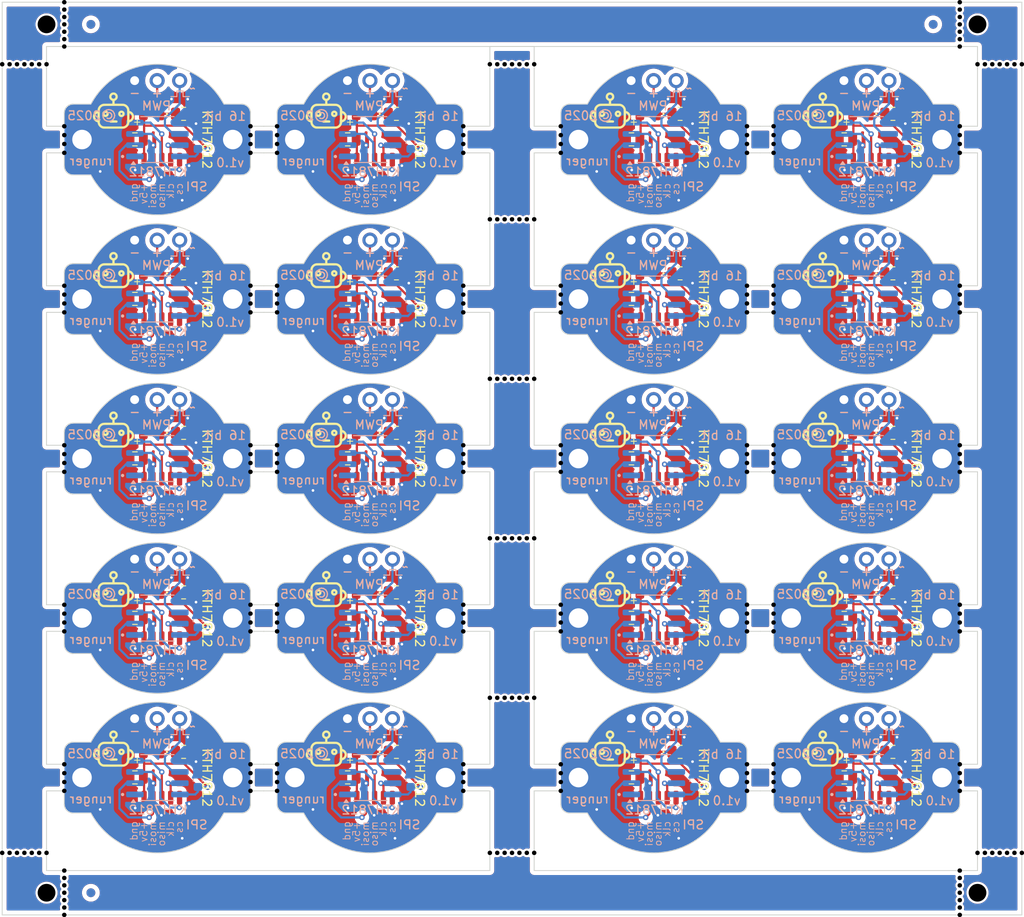
<source format=kicad_pcb>
(kicad_pcb (version 20241229) (generator "pcbnew") (generator_version "9.0")
  (layers (0 "F.Cu" signal) (2 "B.Cu" signal) (13 "F.Paste" user) (15 "B.Paste" user) (5 "F.SilkS" user "F.Silkscreen") (7 "B.SilkS" user "B.Silkscreen") (1 "F.Mask" user) (3 "B.Mask" user) (25 "Edge.Cuts" user))
  (net 0 "")
  (net 1 "Board_0-/MISO")
  (net 2 "Board_0-/MOSI")
  (net 3 "Board_0-/PWM")
  (net 4 "Board_0-/SCK")
  (net 5 "Board_0-/nCS")
  (net 6 "Board_0-GND")
  (net 7 "Board_0-Net-(D1-K)")
  (net 8 "Board_0-VCC")
  (net 9 "Board_0-unconnected-(U1-TEST-Pad1)")
  (net 10 "Board_1-/MISO")
  (net 11 "Board_1-/MOSI")
  (net 12 "Board_1-/PWM")
  (net 13 "Board_1-/SCK")
  (net 14 "Board_1-/nCS")
  (net 15 "Board_1-GND")
  (net 16 "Board_1-Net-(D1-K)")
  (net 17 "Board_1-VCC")
  (net 18 "Board_1-unconnected-(U1-TEST-Pad1)")
  (net 19 "Board_2-/MISO")
  (net 20 "Board_2-/MOSI")
  (net 21 "Board_2-/PWM")
  (net 22 "Board_2-/SCK")
  (net 23 "Board_2-/nCS")
  (net 24 "Board_2-GND")
  (net 25 "Board_2-Net-(D1-K)")
  (net 26 "Board_2-VCC")
  (net 27 "Board_2-unconnected-(U1-TEST-Pad1)")
  (net 28 "Board_3-/MISO")
  (net 29 "Board_3-/MOSI")
  (net 30 "Board_3-/PWM")
  (net 31 "Board_3-/SCK")
  (net 32 "Board_3-/nCS")
  (net 33 "Board_3-GND")
  (net 34 "Board_3-Net-(D1-K)")
  (net 35 "Board_3-VCC")
  (net 36 "Board_3-unconnected-(U1-TEST-Pad1)")
  (net 37 "Board_4-/MISO")
  (net 38 "Board_4-/MOSI")
  (net 39 "Board_4-/PWM")
  (net 40 "Board_4-/SCK")
  (net 41 "Board_4-/nCS")
  (net 42 "Board_4-GND")
  (net 43 "Board_4-Net-(D1-K)")
  (net 44 "Board_4-VCC")
  (net 45 "Board_4-unconnected-(U1-TEST-Pad1)")
  (net 46 "Board_5-/MISO")
  (net 47 "Board_5-/MOSI")
  (net 48 "Board_5-/PWM")
  (net 49 "Board_5-/SCK")
  (net 50 "Board_5-/nCS")
  (net 51 "Board_5-GND")
  (net 52 "Board_5-Net-(D1-K)")
  (net 53 "Board_5-VCC")
  (net 54 "Board_5-unconnected-(U1-TEST-Pad1)")
  (net 55 "Board_6-/MISO")
  (net 56 "Board_6-/MOSI")
  (net 57 "Board_6-/PWM")
  (net 58 "Board_6-/SCK")
  (net 59 "Board_6-/nCS")
  (net 60 "Board_6-GND")
  (net 61 "Board_6-Net-(D1-K)")
  (net 62 "Board_6-VCC")
  (net 63 "Board_6-unconnected-(U1-TEST-Pad1)")
  (net 64 "Board_7-/MISO")
  (net 65 "Board_7-/MOSI")
  (net 66 "Board_7-/PWM")
  (net 67 "Board_7-/SCK")
  (net 68 "Board_7-/nCS")
  (net 69 "Board_7-GND")
  (net 70 "Board_7-Net-(D1-K)")
  (net 71 "Board_7-VCC")
  (net 72 "Board_7-unconnected-(U1-TEST-Pad1)")
  (net 73 "Board_8-/MISO")
  (net 74 "Board_8-/MOSI")
  (net 75 "Board_8-/PWM")
  (net 76 "Board_8-/SCK")
  (net 77 "Board_8-/nCS")
  (net 78 "Board_8-GND")
  (net 79 "Board_8-Net-(D1-K)")
  (net 80 "Board_8-VCC")
  (net 81 "Board_8-unconnected-(U1-TEST-Pad1)")
  (net 82 "Board_9-/MISO")
  (net 83 "Board_9-/MOSI")
  (net 84 "Board_9-/PWM")
  (net 85 "Board_9-/SCK")
  (net 86 "Board_9-/nCS")
  (net 87 "Board_9-GND")
  (net 88 "Board_9-Net-(D1-K)")
  (net 89 "Board_9-VCC")
  (net 90 "Board_9-unconnected-(U1-TEST-Pad1)")
  (net 91 "Board_10-/MISO")
  (net 92 "Board_10-/MOSI")
  (net 93 "Board_10-/PWM")
  (net 94 "Board_10-/SCK")
  (net 95 "Board_10-/nCS")
  (net 96 "Board_10-GND")
  (net 97 "Board_10-Net-(D1-K)")
  (net 98 "Board_10-VCC")
  (net 99 "Board_10-unconnected-(U1-TEST-Pad1)")
  (net 100 "Board_11-/MISO")
  (net 101 "Board_11-/MOSI")
  (net 102 "Board_11-/PWM")
  (net 103 "Board_11-/SCK")
  (net 104 "Board_11-/nCS")
  (net 105 "Board_11-GND")
  (net 106 "Board_11-Net-(D1-K)")
  (net 107 "Board_11-VCC")
  (net 108 "Board_11-unconnected-(U1-TEST-Pad1)")
  (net 109 "Board_12-/MISO")
  (net 110 "Board_12-/MOSI")
  (net 111 "Board_12-/PWM")
  (net 112 "Board_12-/SCK")
  (net 113 "Board_12-/nCS")
  (net 114 "Board_12-GND")
  (net 115 "Board_12-Net-(D1-K)")
  (net 116 "Board_12-VCC")
  (net 117 "Board_12-unconnected-(U1-TEST-Pad1)")
  (net 118 "Board_13-/MISO")
  (net 119 "Board_13-/MOSI")
  (net 120 "Board_13-/PWM")
  (net 121 "Board_13-/SCK")
  (net 122 "Board_13-/nCS")
  (net 123 "Board_13-GND")
  (net 124 "Board_13-Net-(D1-K)")
  (net 125 "Board_13-VCC")
  (net 126 "Board_13-unconnected-(U1-TEST-Pad1)")
  (net 127 "Board_14-/MISO")
  (net 128 "Board_14-/MOSI")
  (net 129 "Board_14-/PWM")
  (net 130 "Board_14-/SCK")
  (net 131 "Board_14-/nCS")
  (net 132 "Board_14-GND")
  (net 133 "Board_14-Net-(D1-K)")
  (net 134 "Board_14-VCC")
  (net 135 "Board_14-unconnected-(U1-TEST-Pad1)")
  (net 136 "Board_15-/MISO")
  (net 137 "Board_15-/MOSI")
  (net 138 "Board_15-/PWM")
  (net 139 "Board_15-/SCK")
  (net 140 "Board_15-/nCS")
  (net 141 "Board_15-GND")
  (net 142 "Board_15-Net-(D1-K)")
  (net 143 "Board_15-VCC")
  (net 144 "Board_15-unconnected-(U1-TEST-Pad1)")
  (net 145 "Board_16-/MISO")
  (net 146 "Board_16-/MOSI")
  (net 147 "Board_16-/PWM")
  (net 148 "Board_16-/SCK")
  (net 149 "Board_16-/nCS")
  (net 150 "Board_16-GND")
  (net 151 "Board_16-Net-(D1-K)")
  (net 152 "Board_16-VCC")
  (net 153 "Board_16-unconnected-(U1-TEST-Pad1)")
  (net 154 "Board_17-/MISO")
  (net 155 "Board_17-/MOSI")
  (net 156 "Board_17-/PWM")
  (net 157 "Board_17-/SCK")
  (net 158 "Board_17-/nCS")
  (net 159 "Board_17-GND")
  (net 160 "Board_17-Net-(D1-K)")
  (net 161 "Board_17-VCC")
  (net 162 "Board_17-unconnected-(U1-TEST-Pad1)")
  (net 163 "Board_18-/MISO")
  (net 164 "Board_18-/MOSI")
  (net 165 "Board_18-/PWM")
  (net 166 "Board_18-/SCK")
  (net 167 "Board_18-/nCS")
  (net 168 "Board_18-GND")
  (net 169 "Board_18-Net-(D1-K)")
  (net 170 "Board_18-VCC")
  (net 171 "Board_18-unconnected-(U1-TEST-Pad1)")
  (net 172 "Board_19-/MISO")
  (net 173 "Board_19-/MOSI")
  (net 174 "Board_19-/PWM")
  (net 175 "Board_19-/SCK")
  (net 176 "Board_19-/nCS")
  (net 177 "Board_19-GND")
  (net 178 "Board_19-Net-(D1-K)")
  (net 179 "Board_19-VCC")
  (net 180 "Board_19-unconnected-(U1-TEST-Pad1)")
  (footprint "NPTH" (layer "F.Cu") (at 199 72.997311)
    (property "Reference" "KiKit_MB_24_4" (hide yes))
    (property "Value" "NPTH" (hide yes))
  )
  (footprint "runger:Robo_logo2" (layer "F.Cu") (at 103.55 32.227313)
    (property "Reference" "L1" (hide yes))
    (property "Value" "Robo_Logo" (hide yes))
  )
  (footprint "Connector_JST:JST_SH_SM06B-SRSS-TB_1x06-1MP_P1.00mm_Horizontal" (layer "F.Cu") (at 164.5 57.767312)
    (property "Reference" "J1")
    (property "Value" "Conn_01x06_MountingPin")
  )
  (footprint "NPTH" (layer "F.Cu") (at 199 25)
    (property "Reference" "KiKit_MB_48_7" (hide yes))
    (property "Value" "NPTH" (hide yes))
  )
  (footprint "LED_SMD:LED_0805_2012Metric" (layer "F.Cu") (at 187.86 68.627311 180)
    (property "Reference" "D1" (hide yes))
    (property "Value" "green")
  )
  (footprint "Resistor_SMD:R_0805_2012Metric" (layer "F.Cu") (at 135.46 32.597313)
    (property "Reference" "R1" (hide yes))
    (property "Value" "2k2")
  )
  (footprint "NPTH" (layer "F.Cu") (at 98 70.997311)
    (property "Reference" "KiKit_MB_17_3" (hide yes))
    (property "Value" "NPTH" (hide yes))
  )
  (footprint "LED_SMD:LED_0805_2012Metric" (layer "F.Cu") (at 163.86 32.627313 180)
    (property "Reference" "D1" (hide yes))
    (property "Value" "green")
  )
  (footprint "NPTH" (layer "F.Cu") (at 143 36.997313)
    (property "Reference" "KiKit_MB_4_4" (hide yes))
    (property "Value" "NPTH" (hide yes))
  )
  (footprint "NPTH" (layer "F.Cu") (at 119 71.997311)
    (property "Reference" "KiKit_MB_18_3" (hide yes))
    (property "Value" "NPTH" (hide yes))
  )
  (footprint "NPTH" (layer "F.Cu") (at 175 36.997313)
    (property "Reference" "KiKit_MB_6_4" (hide yes))
    (property "Value" "NPTH" (hide yes))
  )
  (footprint "NPTH" (layer "F.Cu") (at 122 87.99731)
    (property "Reference" "KiKit_MB_27_4" (hide yes))
    (property "Value" "NPTH" (hide yes))
  )
  (footprint "NPTH" (layer "F.Cu") (at 199 35.997313)
    (property "Reference" "KiKit_MB_8_3" (hide yes))
    (property "Value" "NPTH" (hide yes))
  )
  (footprint "NPTH" (layer "F.Cu") (at 143 70.997311)
    (property "Reference" "KiKit_MB_20_2" (hide yes))
    (property "Value" "NPTH" (hide yes))
  )
  (footprint "LED_SMD:LED_0805_2012Metric" (layer "F.Cu") (at 187.86 50.627312 180)
    (property "Reference" "D1" (hide yes))
    (property "Value" "green")
  )
  (footprint "NPTH" (layer "F.Cu") (at 93.5 115.994623)
    (property "Reference" "KiKit_MB_52_4" (hide yes))
    (property "Value" "NPTH" (hide yes))
  )
  (footprint "NPTH" (layer "F.Cu") (at 98 25)
    (property "Reference" "KiKit_MB_47_7" (hide yes))
    (property "Value" "NPTH" (hide yes))
  )
  (footprint "NPTH" (layer "F.Cu") (at 94.333334 115.994623)
    (property "Reference" "KiKit_MB_52_5" (hide yes))
    (property "Value" "NPTH" (hide yes))
  )
  (footprint "Capacitor_SMD:C_0805_2012Metric" (layer "F.Cu") (at 105.97 107.477309)
    (property "Reference" "C1" (hide yes))
    (property "Value" "10uF 10V")
  )
  (footprint "NPTH" (layer "F.Cu") (at 205.166666 27)
    (property "Reference" "KiKit_MB_53_6" (hide yes))
    (property "Value" "NPTH" (hide yes))
  )
  (footprint "NPTH" (layer "F.Cu") (at 146 80.497311)
    (property "Reference" "KiKit_MB_44_7" (hide yes))
    (property "Value" "NPTH" (hide yes))
  )
  (footprint "NPTH" (layer "F.Cu") (at 199 22.5)
    (property "Reference" "KiKit_MB_48_4" (hide yes))
    (property "Value" "NPTH" (hide yes))
  )
  (footprint "MountingHole:MountingHole_2.2mm_M2_ISO7380_Pad" (layer "F.Cu") (at 180 107.497309)
    (property "Reference" "H1")
    (property "Value" "MountingHole_Pad")
  )
  (footprint "runger:Robo_logo2" (layer "F.Cu") (at 127.55 50.227312)
    (property "Reference" "L1" (hide yes))
    (property "Value" "Robo_Logo" (hide yes))
  )
  (footprint "LED_SMD:LED_0805_2012Metric" (layer "F.Cu") (at 131.86 86.62731 180)
    (property "Reference" "D1" (hide yes))
    (property "Value" "green")
  )
  (footprint "NPTH" (layer "F.Cu") (at 143 54.997312)
    (property "Reference" "KiKit_MB_12_4" (hide yes))
    (property "Value" "NPTH" (hide yes))
  )
  (footprint "runger:Robo_logo2" (layer "F.Cu") (at 159.55 104.227309)
    (property "Reference" "L1" (hide yes))
    (property "Value" "Robo_Logo" (hide yes))
  )
  (footprint "LED_SMD:LED_0805_2012Metric" (layer "F.Cu") (at 163.86 86.62731 180)
    (property "Reference" "D1" (hide yes))
    (property "Value" "green")
  )
  (footprint "MountingHole:MountingHole_2.2mm_M2_ISO7380_Pad" (layer "F.Cu") (at 156 71.497311)
    (property "Reference" "H1")
    (property "Value" "MountingHole_Pad")
  )
  (footprint "runger:Robo_logo2" (layer "F.Cu") (at 159.55 50.227312)
    (property "Reference" "L1" (hide yes))
    (property "Value" "Robo_Logo" (hide yes))
  )
  (footprint "MountingHole:MountingHole_2.2mm_M2_ISO7380_Pad" (layer "F.Cu") (at 197 71.497311)
    (property "Reference" "H2")
    (property "Value" "MountingHole_Pad")
  )
  (footprint "Capacitor_SMD:C_0805_2012Metric" (layer "F.Cu") (at 185.97 89.47731)
    (property "Reference" "C1" (hide yes))
    (property "Value" "10uF 10V")
  )
  (footprint "NPTH" (layer "F.Cu") (at 122 90.99731)
    (property "Reference" "KiKit_MB_27_1" (hide yes))
    (property "Value" "NPTH" (hide yes))
  )
  (footprint "NPTH" (layer "F.Cu") (at 122 72.997311)
    (property "Reference" "KiKit_MB_19_1" (hide yes))
    (property "Value" "NPTH" (hide yes))
  )
  (footprint "NPTH" (layer "F.Cu") (at 146 44.497313)
    (property "Reference" "KiKit_MB_42_7" (hide yes))
    (property "Value" "NPTH" (hide yes))
  )
  (footprint "Resistor_SMD:R_0805_2012Metric" (layer "F.Cu") (at 191.46 68.597311)
    (property "Reference" "R1" (hide yes))
    (property "Value" "2k2")
  )
  (footprint "Resistor_SMD:R_0805_2012Metric" (layer "F.Cu") (at 167.46 32.597313)
    (property "Reference" "R1" (hide yes))
    (property "Value" "2k2")
  )
  (footprint "NPTH" (layer "F.Cu") (at 122 34.997314)
    (property "Reference" "KiKit_MB_3_3" (hide yes))
    (property "Value" "NPTH" (hide yes))
  )
  (footprint "Connector_PinHeader_2.54mm:PinHeader_1x03_P2.54mm_Vertical" (layer "F.Cu") (at 129.935 100.847309 90)
    (property "Reference" "J2")
    (property "Value" "Conn_01x03")
  )
  (footprint "NPTH" (layer "F.Cu") (at 175 105.997309)
    (property "Reference" "KiKit_MB_38_1" (hide yes))
    (property "Value" "NPTH" (hide yes))
  )
  (footprint "MountingHole:MountingHole_2.2mm_M2_ISO7380_Pad" (layer "F.Cu") (at 141 107.497309)
    (property "Reference" "H2")
    (property "Value" "MountingHole_Pad")
  )
  (footprint "NPTH" (layer "F.Cu") (at 122 106.997309)
    (property "Reference" "KiKit_MB_35_3" (hide yes))
    (property "Value" "NPTH" (hide yes))
  )
  (footprint "NPTH" (layer "F.Cu") (at 122 108.997309)
    (property "Reference" "KiKit_MB_35_1" (hide yes))
    (property "Value" "NPTH" (hide yes))
  )
  (footprint "NPTH" (layer "F.Cu") (at 150.166666 27)
    (property "Reference" "KiKit_MB_41_2" (hide yes))
    (property "Value" "NPTH" (hide yes))
  )
  (footprint "NPTH" (layer "F.Cu") (at 178 107.997309)
    (property "Reference" "KiKit_MB_39_2" (hide yes))
    (property "Value" "NPTH" (hide yes))
  )
  (footprint "NPTH" (layer "F.Cu") (at 206 115.994623)
    (property "Reference" "KiKit_MB_54_7" (hide yes))
    (property "Value" "NPTH" (hide yes))
  )
  (footprint "Capacitor_SMD:C_0805_2012Metric" (layer "F.Cu") (at 185.97 53.477312)
    (property "Reference" "C1" (hide yes))
    (property "Value" "10uF 10V")
  )
  (footprint "NPTH" (layer "F.Cu") (at 206 27)
    (property "Reference" "KiKit_MB_53_7" (hide yes))
    (property "Value" "NPTH" (hide yes))
  )
  (footprint "Resistor_SMD:R_0805_2012Metric" (layer "F.Cu") (at 167.46 50.597312)
    (property "Reference" "R1" (hide yes))
    (property "Value" "2k2")
  )
  (footprint "NPTH" (layer "F.Cu") (at 119 88.99731)
    (property "Reference" "KiKit_MB_26_2" (hide yes))
    (property "Value" "NPTH" (hide yes))
  )
  (footprint "MountingHole:MountingHole_2.2mm_M2_ISO7380_Pad" (layer "F.Cu") (at 100 71.497311)
    (property "Reference" "H1")
    (property "Value" "MountingHole_Pad")
  )
  (footprint "NPTH" (layer "F.Cu") (at 175 70.997311)
    (property "Reference" "KiKit_MB_22_2" (hide yes))
    (property "Value" "NPTH" (hide yes))
  )
  (footprint "Connector_JST:JST_SH_SM06B-SRSS-TB_1x06-1MP_P1.00mm_Horizontal" (layer "F.Cu") (at 132.5 39.767313)
    (property "Reference" "J1")
    (property "Value" "Conn_01x06_MountingPin")
  )
  (footprint "MountingHole:MountingHole_2.2mm_M2_ISO7380_Pad" (layer "F.Cu") (at 124 71.497311)
    (property "Reference" "H1")
    (property "Value" "MountingHole_Pad")
  )
  (footprint "NPTH" (layer "F.Cu") (at 154 107.997309)
    (property "Reference" "KiKit_MB_37_2" (hide yes))
    (property "Value" "NPTH" (hide yes))
  )
  (footprint "Connector_JST:JST_SH_SM06B-SRSS-TB_1x06-1MP_P1.00mm_Horizontal" (layer "F.Cu") (at 132.5 75.767311)
    (property "Reference" "J1")
    (property "Value" "Conn_01x06_MountingPin")
  )
  (footprint "NPTH" (layer "F.Cu") (at 143 107.997309)
    (property "Reference" "KiKit_MB_36_3" (hide yes))
    (property "Value" "NPTH" (hide yes))
  )
  (footprint "NPTH" (layer "F.Cu") (at 143 34.997314)
    (property "Reference" "KiKit_MB_4_2" (hide yes))
    (property "Value" "NPTH" (hide yes))
  )
  (footprint "LED_SMD:LED_0805_2012Metric" (layer "F.Cu") (at 131.86 68.627311 180)
    (property "Reference" "D1" (hide yes))
    (property "Value" "green")
  )
  (footprint "Connector_JST:JST_SH_SM06B-SRSS-TB_1x06-1MP_P1.00mm_Horizontal" (layer "F.Cu") (at 188.5 111.767309)
    (property "Reference" "J1")
    (property "Value" "Conn_01x06_MountingPin")
  )
  (footprint "NPTH" (layer "F.Cu") (at 178 105.997309)
    (property "Reference" "KiKit_MB_39_4" (hide yes))
    (property "Value" "NPTH" (hide yes))
  )
  (footprint "NPTH" (layer "F.Cu") (at 204.333333 115.994623)
    (property "Reference" "KiKit_MB_54_5" (hide yes))
    (property "Value" "NPTH" (hide yes))
  )
  (footprint "NPTH" (layer "F.Cu") (at 98 35.997313)
    (property "Reference" "KiKit_MB_1_2" (hide yes))
    (property "Value" "NPTH" (hide yes))
  )
  (footprint "NPTH" (layer "F.Cu") (at 154 108.997309)
    (property "Reference" "KiKit_MB_37_1" (hide yes))
    (property "Value" "NPTH" (hide yes))
  )
  (footprint "NPTH" (layer "F.Cu") (at 146 115.994623)
    (property "Reference" "KiKit_MB_46_7" (hide yes))
    (property "Value" "NPTH" (hide yes))
  )
  (footprint "Connector_JST:JST_SH_SM06B-SRSS-TB_1x06-1MP_P1.00mm_Horizontal" (layer "F.Cu") (at 188.5 57.767312)
    (property "Reference" "J1")
    (property "Value" "Conn_01x06_MountingPin")
  )
  (footprint "NPTH" (layer "F.Cu") (at 119 70.997311)
    (property "Reference" "KiKit_MB_18_2" (hide yes))
    (property "Value" "NPTH" (hide yes))
  )
  (footprint "NPTH" (layer "F.Cu") (at 96 120.494623)
    (property "Reference" "KiKit_TO_3" (hide yes))
    (property "Value" "NPTH" (hide yes))
  )
  (footprint "NPTH" (layer "F.Cu") (at 178 106.997309)
    (property "Reference" "KiKit_MB_39_3" (hide yes))
    (property "Value" "NPTH" (hide yes))
  )
  (footprint "Resistor_SMD:R_0805_2012Metric" (layer "F.Cu") (at 135.46 86.59731)
    (property "Reference" "R1" (hide yes))
    (property "Value" "2k2")
  )
  (footprint "Capacitor_SMD:C_0805_2012Metric" (layer "F.Cu") (at 105.97 71.477311)
    (property "Reference" "C1" (hide yes))
    (property "Value" "10uF 10V")
  )
  (footprint "runger:Robo_logo2" (layer "F.Cu") (at 103.55 104.227309)
    (property "Reference" "L1" (hide yes))
    (property "Value" "Robo_Logo" (hide yes))
  )
  (footprint "Connector_PinHeader_2.54mm:PinHeader_1x03_P2.54mm_Vertical" (layer "F.Cu") (at 161.935 64.847311 90)
    (property "Reference" "J2")
    (property "Value" "Conn_01x03")
  )
  (footprint "Capacitor_SMD:C_0805_2012Metric" (layer "F.Cu") (at 129.97 35.477313)
    (property "Reference" "C1" (hide yes))
    (property "Value" "10uF 10V")
  )
  (footprint "Connector_JST:JST_SH_SM06B-SRSS-TB_1x06-1MP_P1.00mm_Horizontal" (layer "F.Cu") (at 188.5 39.767313)
    (property "Reference" "J1")
    (property "Value" "Conn_01x06_MountingPin")
  )
  (footprint "NPTH" (layer "F.Cu") (at 203.5 115.994623)
    (property "Reference" "KiKit_MB_54_4" (hide yes))
    (property "Value" "NPTH" (hide yes))
  )
  (footprint "NPTH" (layer "F.Cu") (at 154 53.997312)
    (property "Reference" "KiKit_MB_13_2" (hide yes))
    (property "Value" "NPTH" (hide yes))
  )
  (footprint "runger:Robo_logo2" (layer "F.Cu") (at 159.55 68.227311)
    (property "Reference" "L1" (hide yes))
    (property "Value" "Robo_Logo" (hide yes))
  )
  (footprint "Connector_JST:JST_SH_SM06B-SRSS-TB_1x06-1MP_P1.00mm_Horizontal" (layer "F.Cu") (at 164.5 75.767311)
    (property "Reference" "J1")
    (property "Value" "Conn_01x06_MountingPin")
  )
  (footprint "NPTH" (layer "F.Cu") (at 151 115.994623)
    (property "Reference" "KiKit_MB_46_1" (hide yes))
    (property "Value" "NPTH" (hide yes))
  )
  (footprint "NPTH" (layer "F.Cu") (at 98 71.997311)
    (property "Reference" "KiKit_MB_17_2" (hide yes))
    (property "Value" "NPTH" (hide yes))
  )
  (footprint "MountingHole:MountingHole_2.2mm_M2_ISO7380_Pad" (layer "F.Cu") (at 141 89.49731)
    (property "Reference" "H2")
    (property "Value" "MountingHole_Pad")
  )
  (footprint "MountingHole:MountingHole_2.2mm_M2_ISO7380_Pad" (layer "F.Cu") (at 173 53.497312)
    (property "Reference" "H2")
    (property "Value" "MountingHole_Pad")
  )
  (footprint "LED_SMD:LED_0805_2012Metric" (layer "F.Cu") (at 163.86 104.627309 180)
    (property "Reference" "D1" (hide yes))
    (property "Value" "green")
  )
  (footprint "NPTH" (layer "F.Cu") (at 199 122.994623)
    (property "Reference" "KiKit_MB_50_7" (hide yes))
    (property "Value" "NPTH" (hide yes))
  )
  (footprint "NPTH" (layer "F.Cu") (at 143 90.99731)
    (property "Reference" "KiKit_MB_28_4" (hide yes))
    (property "Value" "NPTH" (hide yes))
  )
  (footprint "NPTH" (layer "F.Cu") (at 199 71.997311)
    (property "Reference" "KiKit_MB_24_3" (hide yes))
    (property "Value" "NPTH" (hide yes))
  )
  (footprint "runger:Robo_logo2" (layer "F.Cu") (at 103.55 50.227312)
    (property "Reference" "L1" (hide yes))
    (property "Value" "Robo_Logo" (hide yes))
  )
  (footprint "NPTH" (layer "F.Cu") (at 175 90.99731)
    (property "Reference" "KiKit_MB_30_4" (hide yes))
    (property "Value" "NPTH" (hide yes))
  )
  (footprint "NPTH" (layer "F.Cu") (at 119 108.997309)
    (property "Reference" "KiKit_MB_34_4" (hide yes))
    (property "Value" "NPTH" (hide yes))
  )
  (footprint "Connector_PinHeader_2.54mm:PinHeader_1x03_P2.54mm_Vertical" (layer "F.Cu") (at 185.935 100.847309 90)
    (property "Reference" "J2")
    (property "Value" "Conn_01x03")
  )
  (footprint "NPTH" (layer "F.Cu") (at 150.166666 115.994623)
    (property "Reference" "KiKit_MB_46_2" (hide yes))
    (property "Value" "NPTH" (hide yes))
  )
  (footprint "NPTH" (layer "F.Cu") (at 92.666667 27)
    (property "Reference" "KiKit_MB_51_3" (hide yes))
    (property "Value" "NPTH" (hide yes))
  )
  (footprint "NPTH" (layer "F.Cu") (at 143 33.997314)
    (property "Reference" "KiKit_MB_4_1" (hide yes))
    (property "Value" "NPTH" (hide yes))
  )
  (footprint "NPTH" (layer "F.Cu") (at 154 105.997309)
    (property "Reference" "KiKit_MB_37_4" (hide yes))
    (property "Value" "NPTH" (hide yes))
  )
  (footprint "NPTH" (layer "F.Cu") (at 175 35.997313)
    (property "Reference" "KiKit_MB_6_3" (hide yes))
    (property "Value" "NPTH" (hide yes))
  )
  (footprint "NPTH" (layer "F.Cu") (at 143 89.99731)
    (property "Reference" "KiKit_MB_28_3" (hide yes))
    (property "Value" "NPTH" (hide yes))
  )
  (footprint "NPTH" (layer "F.Cu") (at 122 54.997312)
    (property "Reference" "KiKit_MB_11_1" (hide yes))
    (property "Value" "NPTH" (hide yes))
  )
  (footprint "NPTH" (layer "F.Cu") (at 178 87.99731)
    (property "Reference" "KiKit_MB_31_4" (hide yes))
    (property "Value" "NPTH" (hide yes))
  )
  (footprint "NPTH" (layer "F.Cu") (at 178 70.997311)
    (property "Reference" "KiKit_MB_23_3" (hide yes))
    (property "Value" "NPTH" (hide yes))
  )
  (footprint "runger:Robo_logo2" (layer "F.Cu") (at 127.55 86.22731)
    (property "Reference" "L1" (hide yes))
    (property "Value" "Robo_Logo" (hide yes))
  )
  (footprint "NPTH" (layer "F.Cu") (at 175 54.997312)
    (property "Reference" "KiKit_MB_14_4" (hide yes))
    (property "Value" "NPTH" (hide yes))
  )
  (footprint "Resistor_SMD:R_0805_2012Metric" (layer "F.Cu") (at 111.46 86.59731)
    (property "Reference" "R1" (hide yes))
    (property "Value" "2k2")
  )
  (footprint "LED_SMD:LED_0805_2012Metric" (layer "F.Cu") (at 163.86 68.627311 180)
    (property "Reference" "D1" (hide yes))
    (property "Value" "green")
  )
  (footprint "NPTH" (layer "F.Cu") (at 143 105.997309)
    (property "Reference" "KiKit_MB_36_1" (hide yes))
    (property "Value" "NPTH" (hide yes))
  )
  (footprint "NPTH" (layer "F.Cu") (at 199 88.99731)
    (property "Reference" "KiKit_MB_32_2" (hide yes))
    (property "Value" "NPTH" (hide yes))
  )
  (footprint "NPTH" (layer "F.Cu") (at 98 87.99731)
    (property "Reference" "KiKit_MB_25_4" (hide yes))
    (property "Value" "NPTH" (hide yes))
  )
  (footprint "runger:Robo_logo2" (layer "F.Cu") (at 183.55 86.22731)
    (property "Reference" "L1" (hide yes))
    (property "Value" "Robo_Logo" (hide yes))
  )
  (footprint "MountingHole:MountingHole_2.2mm_M2_ISO7380_Pad" (layer "F.Cu") (at 117 89.49731)
    (property "Reference" "H2")
    (property "Value" "MountingHole_Pad")
  )
  (footprint "Connector_PinHeader_2.54mm:PinHeader_1x03_P2.54mm_Vertical" (layer "F.Cu") (at 161.935 100.847309 90)
    (property "Reference" "J2")
    (property "Value" "Conn_01x03")
  )
  (footprint "Resistor_SMD:R_0805_2012Metric" (layer "F.Cu") (at 191.46 32.597313)
    (property "Reference" "R1" (hide yes))
    (property "Value" "2k2")
  )
  (footprint "NPTH" (layer "F.Cu") (at 98 20.833334)
    (property "Reference" "KiKit_MB_47_2" (hide yes))
    (property "Value" "NPTH" (hide yes))
  )
  (footprint "NPTH" (layer "F.Cu") (at 175 34.997314)
    (property "Reference" "KiKit_MB_6_2" (hide yes))
    (property "Value" "NPTH" (hide yes))
  )
  (footprint "NPTH" (layer "F.Cu") (at 178 90.99731)
    (property "Reference" "KiKit_MB_31_1" (hide yes))
    (property "Value" "NPTH" (hide yes))
  )
  (footprint "Resistor_SMD:R_0805_2012Metric" (layer "F.Cu") (at 111.46 68.597311)
    (property "Reference" "R1" (hide yes))
    (property "Value" "2k2")
  )
  (footprint "NPTH" (layer "F.Cu") (at 119 87.99731)
    (property "Reference" "KiKit_MB_26_1" (hide yes))
    (property "Value" "NPTH" (hide yes))
  )
  (footprint "NPTH" (layer "F.Cu") (at 147.666666 44.497313)
    (property "Reference" "KiKit_MB_42_5" (hide yes))
    (property "Value" "NPTH" (hide yes))
  )
  (footprint "Connector_JST:JST_SH_SM06B-SRSS-TB_1x06-1MP_P1.00mm_Horizontal" (layer "F.Cu") (at 108.5 39.767313)
    (property "Reference" "J1")
    (property "Value" "Conn_01x06_MountingPin")
  )
  (footprint "Connector_PinHeader_2.54mm:PinHeader_1x03_P2.54mm_Vertical" (layer "F.Cu") (at 105.935 82.84731 90)
    (property "Reference" "J2")
    (property "Value" "Conn_01x03")
  )
  (footprint "NPTH" (layer "F.Cu") (at 98 88.99731)
    (property "Reference" "KiKit_MB_25_3" (hide yes))
    (property "Value" "NPTH" (hide yes))
  )
  (footprint "NPTH" (layer "F.Cu") (at 178 88.99731)
    (property "Reference" "KiKit_MB_31_3" (hide yes))
    (property "Value" "NPTH" (hide yes))
  )
  (footprint "NPTH" (layer "F.Cu") (at 98 118.827956)
    (property "Reference" "KiKit_MB_49_2" (hide yes))
    (property "Value" "NPTH" (hide yes))
  )
  (footprint "MountingHole:MountingHole_2.2mm_M2_ISO7380_Pad" (layer "F.Cu") (at 100 107.497309)
    (property "Reference" "H1")
    (property "Value" "MountingHole_Pad")
  )
  (footprint "NPTH" (layer "F.Cu") (at 143 69.997311)
    (property "Reference" "KiKit_MB_20_1" (hide yes))
    (property "Value" "NPTH" (hide yes))
  )
  (footprint "NPTH" (layer "F.Cu") (at 199 53.997312)
    (property "Reference" "KiKit_MB_16_3" (hide yes))
    (property "Value" "NPTH" (hide yes))
  )
  (footprint "NPTH" (layer "F.Cu") (at 154 88.99731)
    (property "Reference" "KiKit_MB_29_3" (hide yes))
    (property "Value" "NPTH" (hide yes))
  )
  (footprint "NPTH" (layer "F.Cu") (at 175 69.997311)
    (property "Reference" "KiKit_MB_22_1" (hide yes))
    (property "Value" "NPTH" (hide yes))
  )
  (footprint "Connector_PinHeader_2.54mm:PinHeader_1x03_P2.54mm_Vertical" (layer "F.Cu") (at 161.935 82.84731 90)
    (property "Reference" "J2")
    (property "Value" "Conn_01x03")
  )
  (footprint "NPTH" (layer "F.Cu") (at 98 108.997309)
    (property "Reference" "KiKit_MB_33_1" (hide yes))
    (property "Value" "NPTH" (hide yes))
  )
  (footprint "Capacitor_SMD:C_0805_2012Metric" (layer "F.Cu") (at 105.97 35.477313)
    (property "Reference" "C1" (hide yes))
    (property "Value" "10uF 10V")
  )
  (footprint "Connector_JST:JST_SH_SM06B-SRSS-TB_1x06-1MP_P1.00mm_Horizontal" (layer "F.Cu") (at 164.5 93.76731)
    (property "Reference" "J1")
    (property "Value" "Conn_01x06_MountingPin")
  )
  (footprint "MountingHole:MountingHole_2.2mm_M2_ISO7380_Pad" (layer "F.Cu") (at 180 35.497313)
    (property "Reference" "H1")
    (property "Value" "MountingHole_Pad")
  )
  (footprint "runger:Robo_logo2" (layer "F.Cu") (at 103.55 86.22731)
    (property "Reference" "L1" (hide yes))
    (property "Value" "Robo_Logo" (hide yes))
  )
  (footprint "NPTH" (layer "F.Cu") (at 199 52.997312)
    (property "Reference" "KiKit_MB_16_2" (hide yes))
    (property "Value" "NPTH" (hide yes))
  )
  (footprint "NPTH" (layer "F.Cu") (at 149.333333 27)
    (property "Reference" "KiKit_MB_41_3" (hide yes))
    (property "Value" "NPTH" (hide yes))
  )
  (footprint "NPTH" (layer "F.Cu") (at 119 54.997312)
    (property "Reference" "KiKit_MB_10_4" (hide yes))
    (property "Value" "NPTH" (hide yes))
  )
  (footprint "MountingHole:MountingHole_2.2mm_M2_ISO7380_Pad" (layer "F.Cu") (at 124 35.497313)
    (property "Reference" "H1")
    (property "Value" "MountingHole_Pad")
  )
  (footprint "NPTH" (layer "F.Cu") (at 154 36.997313)
    (property "Reference" "KiKit_MB_5_1" (hide yes))
    (property "Value" "NPTH" (hide yes))
  )
  (footprint "NPTH" (layer "F.Cu") (at 154 52.997312)
    (property "Reference" "KiKit_MB_13_3" (hide yes))
    (property "Value" "NPTH" (hide yes))
  )
  (footprint "NPTH" (layer "F.Cu") (at 149.333333 98.49731)
    (property "Reference" "KiKit_MB_45_3" (hide yes))
    (property "Value" "NPTH" (hide yes))
  )
  (footprint "NPTH" (layer "F.Cu") (at 175 33.997314)
    (property "Reference" "KiKit_MB_6_1" (hide yes))
    (property "Value" "NPTH" (hide yes))
  )
  (footprint "Fiducial" (layer "F.Cu") (at 101 120.494623)
    (property "Reference" "KiKit_FID_T_3" (hide yes))
    (property "Value" "Fiducial" (hide yes))
  )
  (footprint "NPTH" (layer "F.Cu") (at 178 33.997314)
    (property "Reference" "KiKit_MB_7_4" (hide yes))
    (property "Value" "NPTH" (hide yes))
  )
  (footprint "NPTH" (layer "F.Cu") (at 98 72.997311)
    (property "Reference" "KiKit_MB_17_1" (hide yes))
    (property "Value" "NPTH" (hide yes))
  )
  (footprint "MountingHole:MountingHole_2.2mm_M2_ISO7380_Pad" (layer "F.Cu") (at 197 53.497312)
    (property "Reference" "H2")
    (property "Value" "MountingHole_Pad")
  )
  (footprint "NPTH" (layer "F.Cu") (at 175 52.997312)
    (property "Reference" "KiKit_MB_14_2" (hide yes))
    (property "Value" "NPTH" (hide yes))
  )
  (footprint "NPTH" (layer "F.Cu") (at 147.666666 27)
    (property "Reference" "KiKit_MB_41_5" (hide yes))
    (property "Value" "NPTH" (hide yes))
  )
  (footprint "MountingHole:MountingHole_2.2mm_M2_ISO7380_Pad" (layer "F.Cu") (at 180 71.497311)
    (property "Reference" "H1")
    (property "Value" "MountingHole_Pad")
  )
  (footprint "NPTH" (layer "F.Cu") (at 199 20.833334)
    (property "Reference" "KiKit_MB_48_2" (hide yes))
    (property "Value" "NPTH" (hide yes))
  )
  (footprint "MountingHole:MountingHole_2.2mm_M2_ISO7380_Pad" (layer "F.Cu") (at 156 107.497309)
    (property "Reference" "H1")
    (property "Value" "MountingHole_Pad")
  )
  (footprint "NPTH" (layer "F.Cu") (at 96 27)
    (property "Reference" "KiKit_MB_51_7" (hide yes))
    (property "Value" "NPTH" (hide yes))
  )
  (footprint "Capacitor_SMD:C_0805_2012Metric" (layer "F.Cu") (at 185.97 35.477313)
    (property "Reference" "C1" (hide yes))
    (property "Value" "10uF 10V")
  )
  (footprint "NPTH" (layer "F.Cu") (at 199 106.997309)
    (property "Reference" "KiKit_MB_40_2" (hide yes))
    (property "Value" "NPTH" (hide yes))
  )
  (footprint "NPTH" (layer "F.Cu") (at 119 89.99731)
    (property "Reference" "KiKit_MB_26_3" (hide yes))
    (property "Value" "NPTH" (hide yes))
  )
  (footprint "NPTH" (layer "F.Cu") (at 154 72.997311)
    (property "Reference" "KiKit_MB_21_1" (hide yes))
    (property "Value" "NPTH" (hide yes))
  )
  (footprint "NPTH" (layer "F.Cu") (at 96 115.994623)
    (property "Reference" "KiKit_MB_52_7" (hide yes))
    (property "Value" "NPTH" (hide yes))
  )
  (footprint "NPTH" (layer "F.Cu") (at 149.333333 62.497312)
    (property "Reference" "KiKit_MB_43_5" (hide yes))
    (property "Value" "NPTH" (hide yes))
  )
  (footprint "NPTH" (layer "F.Cu") (at 98 106.997309)
    (property "Reference" "KiKit_MB_33_3" (hide yes))
    (property "Value" "NPTH" (hide yes))
  )
  (footprint "NPTH" (layer "F.Cu") (at 199 122.161289)
    (property "Reference" "KiKit_MB_50_6" (hide yes))
    (property "Value" "NPTH" (hide yes))
  )
  (footprint "MountingHole:MountingHole_2.2mm_M2_ISO7380_Pad" (layer "F.Cu") (at 124 89.49731)
    (property "Reference" "H1")
    (property "Value" "MountingHole_Pad")
  )
  (footprint "NPTH" (layer "F.Cu") (at 91 115.994623)
    (property "Reference" "KiKit_MB_52_1" (hide yes))
    (property "Value" "NPTH" (hide yes))
  )
  (footprint "NPTH" (layer "F.Cu") (at 149.333333 80.497311)
    (property "Reference" "KiKit_MB_44_3" (hide yes))
    (property "Value" "NPTH" (hide yes))
  )
  (footprint "Capacitor_SMD:C_0805_2012Metric" (layer "F.Cu") (at 105.97 89.47731)
    (property "Reference" "C1" (hide yes))
    (property "Value" "10uF 10V")
  )
  (footprint "MountingHole:MountingHole_2.2mm_M2_ISO7380_Pad" (layer "F.Cu") (at 124 107.497309)
    (property "Reference" "H1")
    (property "Value" "MountingHole_Pad")
  )
  (footprint "MountingHole:MountingHole_2.2mm_M2_ISO7380_Pad" (layer "F.Cu") (at 141 35.497313)
    (property "Reference" "H2")
    (property "Value" "MountingHole_Pad")
  )
  (footprint "LED_SMD:LED_0805_2012Metric" (layer "F.Cu") (at 107.86 68.627311 180)
    (property "Reference" "D1" (hide yes))
    (property "Value" "green")
  )
  (footprint "NPTH" (layer "F.Cu") (at 203.5 27)
    (property "Reference" "KiKit_MB_53_4" (hide yes))
    (property "Value" "NPTH" (hide yes))
  )
  (footprint "NPTH" (layer "F.Cu") (at 151 98.49731)
    (property "Reference" "KiKit_MB_45_1" (hide yes))
    (property "Value" "NPTH" (hide yes))
  )
  (footprint "LED_SMD:LED_0805_2012Metric" (layer "F.Cu") (at 187.86 86.62731 180)
    (property "Reference" "D1" (hide yes))
    (property "Value" "green")
  )
  (footprint "Connector_PinHeader_2.54mm:PinHeader_1x03_P2.54mm_Vertical" (layer "F.Cu") (at 129.935 64.847311 90)
    (property "Reference" "J2")
    (property "Value" "Conn_01x03")
  )
  (footprint "MountingHole:MountingHole_2.2mm_M2_ISO7380_Pad" (layer "F.Cu") (at 141 53.497312)
    (property "Reference" "H2")
    (property "Value" "MountingHole_Pad")
  )
  (footprint "LED_SMD:LED_0805_2012Metric" (layer "F.Cu") (at 107.86 86.62731 180)
    (property "Reference" "D1" (hide yes))
    (property "Value" "green")
  )
  (footprint "NPTH" (layer "F.Cu") (at 98 120.494623)
    (property "Reference" "KiKit_MB_49_4" (hide yes))
    (property "Value" "NPTH" (hide yes))
  )
  (footprint "NPTH" (layer "F.Cu") (at 122 71.997311)
    (property "Reference" "KiKit_MB_19_2" (hide yes))
    (property "Value" "NPTH" (hide yes))
  )
  (footprint "LED_SMD:LED_0805_2012Metric" (layer "F.Cu") (at 187.86 104.627309 180)
    (property "Reference" "D1" (hide yes))
    (property "Value" "green")
  )
  (footprint "LED_SMD:LED_0805_2012Metric" (layer "F.Cu") (at 107.86 50.627312 180)
    (property "Reference" "D1" (hide yes))
    (property "Value" "green")
  )
  (footprint "NPTH" (layer "F.Cu") (at 149.333333 44.497313)
    (property "Reference" "KiKit_MB_42_3" (hide yes))
    (property "Value" "NPTH" (hide yes))
  )
  (footprint "NPTH" (layer "F.Cu") (at 148.5 98.49731)
    (property "Reference" "KiKit_MB_45_4" (hide yes))
    (property "Value" "NPTH" (hide yes))
  )
  (footprint "MountingHole:MountingHole_2.2mm_M2_ISO7380_Pad" (layer "F.Cu") (at 197 107.497309)
    (property "Reference" "H2")
    (property "Value" "MountingHole_Pad")
  )
  (footprint "NPTH" (layer "F.Cu") (at 91.833334 27)
    (property "Reference" "KiKit_MB_51_2" (hide yes))
    (property "Value" "NPTH" (hide yes))
  )
  (footprint "NPTH" (layer "F.Cu") (at 199 33.997314)
    (property "Reference" "KiKit_MB_8_1" (hide yes))
    (property "Value" "NPTH" (hide yes))
  )
  (footprint "NPTH" (layer "F.Cu") (at 154 70.997311)
    (property "Reference" "KiKit_MB_21_3" (hide yes))
    (property "Value" "NPTH" (hide yes))
  )
  (footprint "NPTH" (layer "F.Cu") (at 147.666666 98.49731)
    (property "Reference" "KiKit_MB_45_5" (hide yes))
    (property "Value" "NPTH" (hide yes))
  )
  (footprint "NPTH" (layer "F.Cu") (at 154 54.997312)
    (property "Reference" "KiKit_MB_13_1" (hide yes))
    (property "Value" "NPTH" (hide yes))
  )
  (footprint "NPTH" (layer "F.Cu") (at 98 122.994623)
    (property "Reference" "KiKit_MB_49_7" (hide yes))
    (property "Value" "NPTH" (hide yes))
  )
  (footprint "NPTH" (layer "F.Cu") (at 146.833333 27)
    (property "Reference" "KiKit_MB_41_6" (hide yes))
    (property "Value" "NPTH" (hide yes))
  )
  (footprint "NPTH" (layer "F.Cu") (at 119 34.997314)
    (property "Reference" "KiKit_MB_2_2" (hide yes))
    (property "Value" "NPTH" (hide yes))
  )
  (footprint "NPTH" (layer "F.Cu") (at 122 105.997309)
    (property "Reference" "KiKit_MB_35_4" (hide yes))
    (property "Value" "NPTH" (hide yes))
  )
  (footprint "NPTH" (layer "F.Cu") (at 178 36.997313)
    (property "Reference" "KiKit_MB_7_1" (hide yes))
    (property "Value" "NPTH" (hide yes))
  )
  (footprint "NPTH" (layer "F.Cu") (at 151 80.497311)
    (property "Reference" "KiKit_MB_44_1" (hide yes))
    (property "Value" "NPTH" (hide yes))
  )
  (footprint "Connector_JST:JST_SH_SM06B-SRSS-TB_1x06-1MP_P1.00mm_Horizontal" (layer "F.Cu") (at 132.5 57.767312)
    (property "Reference" "J1")
    (property "Value" "Conn_01x06_MountingPin")
  )
  (footprint "NPTH" (layer "F.Cu") (at 151 62.497312)
    (property "Reference" "KiKit_MB_43_7" (hide yes))
    (property "Value" "NPTH" (hide yes))
  )
  (footprint "NPTH" (layer "F.Cu") (at 199 20)
    (property "Reference" "KiKit_MB_48_1" (hide yes))
    (property "Value" "NPTH" (hide yes))
  )
  (footprint "Resistor_SMD:R_0805_2012Metric" (layer "F.Cu") (at 111.46 50.597312)
    (property "Reference" "R1" (hide yes))
    (property "Value" "2k2")
  )
  (footprint "NPTH" (layer "F.Cu") (at 146 62.497312)
    (property "Reference" "KiKit_MB_43_1" (hide yes))
    (property "Value" "NPTH" (hide yes))
  )
  (footprint "NPTH" (layer "F.Cu") (at 98 36.997313)
    (property "Reference" "KiKit_MB_1_1" (hide yes))
    (property "Value" "NPTH" (hide yes))
  )
  (footprint "Capacitor_SMD:C_0805_2012Metric" (layer "F.Cu") (at 129.97 71.477311)
    (property "Reference" "C1" (hide yes))
    (property "Value" "10uF 10V")
  )
  (footprint "Resistor_SMD:R_0805_2012Metric" (layer "F.Cu") (at 191.46 86.59731)
    (property "Reference" "R1" (hide yes))
    (property "Value" "2k2")
  )
  (footprint "Connector_JST:JST_SH_SM06B-SRSS-TB_1x06-1MP_P1.00mm_Horizontal" (layer "F.Cu") (at 164.5 111.767309)
    (property "Reference" "J1")
    (property "Value" "Conn_01x06_MountingPin")
  )
  (footprint "NPTH" (layer "F.Cu") (at 143 35.997313)
    (property "Reference" "KiKit_MB_4_3" (hide yes))
    (property "Value" "NPTH" (hide yes))
  )
  (footprint "Resistor_SMD:R_0805_2012Metric" (layer "F.Cu") (at 111.46 32.597313)
    (property "Reference" "R1" (hide yes))
    (property "Value" "2k2")
  )
  (footprint "NPTH" (layer "F.Cu") (at 98 69.997311)
    (property "Reference" "KiKit_MB_17_4" (hide yes))
    (property "Value" "NPTH" (hide yes))
  )
  (footprint "NPTH" (layer "F.Cu") (at 199 36.997313)
    (property "Reference" "KiKit_MB_8_4" (hide yes))
    (property "Value" "NPTH" (hide yes))
  )
  (footprint "NPTH" (layer "F.Cu") (at 199 23.333334)
    (property "Reference" "KiKit_MB_48_5" (hide yes))
    (property "Value" "NPTH" (hide yes))
  )
  (footprint "NPTH" (layer "F.Cu") (at 98 107.997309)
    (property "Reference" "KiKit_MB_33_2" (hide yes))
    (property "Value" "NPTH" (hide yes))
  )
  (footprint "runger:Robo_logo2" (layer "F.Cu") (at 159.55 86.22731)
    (property "Reference" "L1" (hide yes))
    (property "Value" "Robo_Logo" (hide yes))
  )
  (footprint "NPTH" (layer "F.Cu") (at 151 44.497313)
    (property "Reference" "KiKit_MB_42_1" (hide yes))
    (property "Value" "NPTH" (hide yes))
  )
  (footprint "NPTH" (layer "F.Cu") (at 154 106.997309)
    (property "Reference" "KiKit_MB_37_3" (hide yes))
    (property "Value" "NPTH" (hide yes))
  )
  (footprint "NPTH" (layer "F.Cu") (at 119 35.997313)
    (property "Reference" "KiKit_MB_2_3" (hide yes))
    (property "Value" "NPTH" (hide yes))
  )
  (footprint "NPTH" (layer "F.Cu") (at 201.833333 27)
    (property "Reference" "KiKit_MB_53_2" (hide yes))
    (property "Value" "NPTH" (hide yes))
  )
  (footprint "NPTH" (layer "F.Cu") (at 154 51.997312)
    (property "Reference" "KiKit_MB_13_4" (hide yes))
    (property "Value" "NPTH" (hide yes))
  )
  (footprint "NPTH" (layer "F.Cu") (at 143 71.997311)
    (property "Reference" "KiKit_MB_20_3" (hide yes))
    (property "Value" "NPTH" (hide yes))
  )
  (footprint "LED_SMD:LED_0805_2012Metric" (layer "F.Cu") (at 131.86 32.627313 180)
    (property "Reference" "D1" (hide yes))
    (property "Value" "green")
  )
  (footprint "NPTH" (layer "F.Cu") (at 199 121.327956)
    (property "Reference" "KiKit_MB_50_5" (hide yes))
    (property "Value" "NPTH" (hide yes))
  )
  (footprint "NPTH" (layer "F.Cu") (at 148.5 27)
    (property "Reference" "KiKit_MB_41_4" (hide yes))
    (property "Value" "NPTH" (hide yes))
  )
  (footprint "NPTH" (layer "F.Cu") (at 204.333333 27)
    (property "Reference" "KiKit_MB_53_5" (hide yes))
    (property "Value" "NPTH" (hide yes))
  )
  (footprint "NPTH" (layer "F.Cu") (at 98 105.997309)
    (property "Reference" "KiKit_MB_33_4" (hide yes))
    (property "Value" "NPTH" (hide yes))
  )
  (footprint "Connector_PinHeader_2.54mm:PinHeader_1x03_P2.54mm_Vertical" (layer "F.Cu") (at 185.935 46.847312 90)
    (property "Reference" "J2")
    (property "Value" "Conn_01x03")
  )
  (footprint "NPTH" (layer "F.Cu") (at 147.666666 62.497312)
    (property "Reference" "KiKit_MB_43_3" (hide yes))
    (property "Value" "NPTH" (hide yes))
  )
  (footprint "NPTH" (layer "F.Cu") (at 119 53.997312)
    (property "Reference" "KiKit_MB_10_3" (hide yes))
    (property "Value" "NPTH" (hide yes))
  )
  (footprint "NPTH" (layer "F.Cu") (at 122 70.997311)
    (property "Reference" "KiKit_MB_19_3" (hide yes))
    (property "Value" "NPTH" (hide yes))
  )
  (footprint "LED_SMD:LED_0805_2012Metric" (layer "F.Cu") (at 187.86 32.627313 180)
    (property "Reference" "D1" (hide yes))
    (property "Value" "green")
  )
  (footprint "NPTH" (layer "F.Cu") (at 122 36.997313)
    (property "Reference" "KiKit_MB_3_1" (hide yes))
    (property "Value" "NPTH" (hide yes))
  )
  (footprint "NPTH" (layer "F.Cu") (at 178 89.99731)
    (property "Reference" "KiKit_MB_31_2" (hide yes))
    (property "Value" "NPTH" (hide yes))
  )
  (footprint "NPTH" (layer "F.Cu") (at 119 72.997311)
    (property "Reference" "KiKit_MB_18_4" (hide yes))
    (property "Value" "NPTH" (hide yes))
  )
  (footprint "NPTH" (layer "F.Cu") (at 199 105.997309)
    (property "Reference" "KiKit_MB_40_1" (hide yes))
    (property "Value" "NPTH" (hide yes))
  )
  (footprint "NPTH" (layer "F.Cu") (at 154 33.997314)
    (property "Reference" "KiKit_MB_5_4" (hide yes))
    (property "Value" "NPTH" (hide yes))
  )
  (footprint "MountingHole:MountingHole_2.2mm_M2_ISO7380_Pad" (layer "F.Cu") (at 117 71.497311)
    (property "Reference" "H2")
    (property "Value" "MountingHole_Pad")
  )
  (footprint "Connector_JST:JST_SH_SM06B-SRSS-TB_1x06-1MP_P1.00mm_Horizontal" (layer "F.Cu") (at 188.5 93.76731)
    (property "Reference" "J1")
    (property "Value" "Conn_01x06_MountingPin")
  )
  (footprint "NPTH" (layer "F.Cu") (at 122 89.99731)
    (property "Reference" "KiKit_MB_27_2" (hide yes))
    (property "Value" "NPTH" (hide yes))
  )
  (footprint "NPTH" (layer "F.Cu") (at 143 106.997309)
    (property "Reference" "KiKit_MB_36_2" (hide yes))
    (property "Value" "NPTH" (hide yes))
  )
  (footprint "NPTH" (layer "F.Cu") (at 119 107.997309)
    (property "Reference" "KiKit_MB_34_3" (hide yes))
    (property "Value" "NPTH" (hide yes))
  )
  (footprint "NPTH" (layer "F.Cu") (at 98 122.161289)
    (property "Reference" "KiKit_MB_49_6" (hide yes))
    (property "Value" "NPTH" (hide yes))
  )
  (footprint "NPTH" (layer "F.Cu") (at 199 51.997312)
    (property "Reference" "KiKit_MB_16_1" (hide yes))
    (property "Value" "NPTH" (hide yes))
  )
  (footprint "NPTH" (layer "F.Cu") (at 205.166666 115.994623)
    (property "Reference" "KiKit_MB_54_6" (hide yes))
    (property "Value" "NPTH" (hide yes))
  )
  (footprint "MountingHole:MountingHole_2.2mm_M2_ISO7380_Pad" (layer "F.Cu") (at 156 53.497312)
    (property "Reference" "H1")
    (property "Value" "MountingHole_Pad")
  )
  (footprint "NPTH" (layer "F.Cu") (at 148.5 44.497313)
    (property "Reference" "KiKit_MB_42_4" (hide yes))
    (property "Value" "NPTH" (hide yes))
  )
  (footprint "NPTH" (layer "F.Cu") (at 199 89.99731)
    (property "Reference" "KiKit_MB_32_3" (hide yes))
    (property "Value" "NPTH" (hide yes))
  )
  (footprint "NPTH" (layer "F.Cu") (at 119 90.99731)
    (property "Reference" "KiKit_MB_26_4" (hide yes))
    (property "Value" "NPTH" (hide yes))
  )
  (footprint "NPTH" (layer "F.Cu") (at 98 90.99731)
    (property "Reference" "KiKit_MB_25_1" (hide yes))
    (property "Value" "NPTH" (hide yes))
  )
  (footprint "LED_SMD:LED_0805_2012Metric" (layer "F.Cu") (at 107.86 104.627309 180)
    (property "Reference" "D1" (hide yes))
    (property "Value" "green")
  )
  (footprint "NPTH" (layer "F.Cu") (at 148.5 115.994623)
    (property "Reference" "KiKit_MB_46_4" (hide yes))
    (property "Value" "NPTH" (hide yes))
  )
  (footprint "Connector_PinHeader_2.54mm:PinHeader_1x03_P2.54mm_Vertical" (layer "F.Cu") (at 185.935 82.84731 90)
    (property "Reference" "J2")
    (property "Value" "Conn_01x03")
  )
  (footprint "runger:Robo_logo2" (layer "F.Cu") (at 127.55 104.227309)
    (property "Reference" "L1" (hide yes))
    (property "Value" "Robo_Logo" (hide yes))
  )
  (footprint "NPTH" (layer "F.Cu") (at 98 22.5)
    (property "Reference" "KiKit_MB_47_4" (hide yes))
    (property "Value" "NPTH" (hide yes))
  )
  (footprint "NPTH" (layer "F.Cu") (at 199 90.99731)
    (property "Reference" "KiKit_MB_32_4" (hide yes))
    (property "Value" "NPTH" (hide yes))
  )
  (footprint "NPTH" (layer "F.Cu") (at 150.166666 98.49731)
    (property "Reference" "KiKit_MB_45_2" (hide yes))
    (property "Value" "NPTH" (hide yes))
  )
  (footprint "Fiducial" (layer "F.Cu") (at 101 22.5)
    (property "Reference" "KiKit_FID_T_1" (hide yes))
    (property "Value" "Fiducial" (hide yes))
  )
  (footprint "runger:Robo_logo2" (layer "F.Cu") (at 183.55 68.227311)
    (property "Reference" "L1" (hide yes))
    (property "Value" "Robo_Logo" (hide yes))
  )
  (footprint "Resistor_SMD:R_0805_2012Metric" (layer "F.Cu") (at 167.46 68.597311)
    (property "Reference" "R1" (hide yes))
    (property "Value" "2k2")
  )
  (footprint "NPTH" (layer "F.Cu") (at 119 69.997311)
    (property "Reference" "KiKit_MB_18_1" (hide yes))
    (property "Value" "NPTH" (hide yes))
  )
  (footprint "NPTH" (layer "F.Cu") (at 98 117.994623)
    (property "Reference" "KiKit_MB_49_1" (hide yes))
    (property "Value" "NPTH" (hide yes))
  )
  (footprint "Connector_JST:JST_SH_SM06B-SRSS-TB_1x06-1MP_P1.00mm_Horizontal" (layer "F.Cu") (at 132.5 93.76731)
    (property "Reference" "J1")
    (property "Value" "Conn_01x06_MountingPin")
  )
  (footprint "runger:Robo_logo2" (layer "F.Cu") (at 103.55 68.227311)
    (property "Reference" "L1" (hide yes))
    (property "Value" "Robo_Logo" (hide yes))
  )
  (footprint "NPTH" (layer "F.Cu") (at 199 34.997314)
    (property "Reference" "KiKit_MB_8_2" (hide yes))
    (property "Value" "NPTH" (hide yes))
  )
  (footprint "NPTH" (layer "F.Cu") (at 119 106.997309)
    (property "Reference" "KiKit_MB_34_2" (hide yes))
    (property "Value" "NPTH" (hide yes))
  )
  (footprint "MountingHole:MountingHole_2.2mm_M2_ISO7380_Pad" (layer "F.Cu") (at 100 89.49731)
    (property "Reference" "H1")
    (property "Value" "MountingHole_Pad")
  )
  (footprint "runger:Robo_logo2" (layer "F.Cu") (at 183.55 104.227309)
    (property "Reference" "L1" (hide yes))
    (property "Value" "Robo_Logo" (hide yes))
  )
  (footprint "MountingHole:MountingHole_2.2mm_M2_ISO7380_Pad" (layer "F.Cu") (at 100 53.497312)
    (property "Reference" "H1")
    (property "Value" "MountingHole_Pad")
  )
  (footprint "NPTH" (layer "F.Cu") (at 201 22.5)
    (property "Reference" "KiKit_TO_2" (hide yes))
    (property "Value" "NPTH" (hide yes))
  )
  (footprint "Connector_PinHeader_2.54mm:PinHeader_1x03_P2.54mm_Vertical" (layer "F.Cu") (at 105.935 46.847312 90)
    (property "Reference" "J2")
    (property "Value" "Conn_01x03")
  )
  (footprint "NPTH" (layer "F.Cu") (at 143 72.997311)
    (property "Reference" "KiKit_MB_20_4" (hide yes))
    (property "Value" "NPTH" (hide yes))
  )
  (footprint "Fiducial" (layer "F.Cu") (at 196 22.5)
    (property "Reference" "KiKit_FID_T_2" (hide yes))
    (property "Value" "Fiducial" (hide yes))
  )
  (footprint "NPTH" (layer "F.Cu") (at 199 117.994623)
    (property "Reference" "KiKit_MB_50_1" (hide yes))
    (property "Value" "NPTH" (hide yes))
  )
  (footprint "Connector_PinHeader_2.54mm:PinHeader_1x03_P2.54mm_Vertical" (layer "F.Cu") (at 105.935 100.847309 90)
    (property "Reference" "J2")
    (property "Value" "Conn_01x03")
  )
  (footprint "Capacitor_SMD:C_0805_2012Metric" (layer "F.Cu") (at 129.97 107.477309)
    (property "Reference" "C1" (hide yes))
    (property "Value" "10uF 10V")
  )
  (footprint "Connector_PinHeader_2.54mm:PinHeader_1x03_P2.54mm_Vertical" (layer "F.Cu") (at 105.935 28.847313 90)
    (property "Reference" "J2")
    (property "Value" "Conn_01x03")
  )
  (footprint "Capacitor_SMD:C_0805_2012Metric" (layer "F.Cu") (at 161.97 107.477309)
    (property "Reference" "C1" (hide yes))
    (property "Value" "10uF 10V")
  )
  (footprint "Resistor_SMD:R_0805_2012Metric" (layer "F.Cu") (at 135.46 50.597312)
    (property "Reference" "R1" (hide yes))
    (property "Value" "2k2")
  )
  (footprint "NPTH" (layer "F.Cu") (at 143 88.99731)
    (property "Reference" "KiKit_MB_28_2" (hide yes))
    (property "Value" "NPTH" (hide yes))
  )
  (footprint "NPTH" (layer "F.Cu") (at 178 35.997313)
    (property "Reference" "KiKit_MB_7_2" (hide yes))
    (property "Value" "NPTH" (hide yes))
  )
  (footprint "MountingHole:MountingHole_2.2mm_M2_ISO7380_Pad" (layer "F.Cu") (at 117 35.497313)
    (property "Reference" "H2")
    (property "Value" "MountingHole_Pad")
  )
  (footprint "runger:Robo_logo2" (layer "F.Cu") (at 127.55 68.227311)
    (property "Reference" "L1" (hide yes))
    (property "Value" "Robo_Logo" (hide yes))
  )
  (footprint "LED_SMD:LED_0805_2012Metric" (layer "F.Cu") (at 163.86 50.627312 180)
    (property "Reference" "D1" (hide yes))
    (property "Value" "green")
  )
  (footprint "NPTH" (layer "F.Cu") (at 146.833333 98.49731)
    (property "Reference" "KiKit_MB_45_6" (hide yes))
    (property "Value" "NPTH" (hide yes))
  )
  (footprint "NPTH" (layer "F.Cu") (at 119 51.997312)
    (property "Reference" "KiKit_MB_10_1" (hide yes))
    (property "Value" "NPTH" (hide yes))
  )
  (footprint "Resistor_SMD:R_0805_2012Metric" (layer "F.Cu") (at 111.46 104.597309)
    (property "Reference" "R1" (hide yes))
    (property "Value" "2k2")
  )
  (footprint "NPTH" (layer "F.Cu") (at 201 115.994623)
    (property "Reference" "KiKit_MB_54_1" (hide yes))
    (property "Value" "NPTH" (hide yes))
  )
  (footprint "MountingHole:MountingHole_2.2mm_M2_ISO7380_Pad" (layer "F.Cu") (at 197 89.49731)
    (property "Reference" "H2")
    (property "Value" "MountingHole_Pad")
  )
  (footprint "runger:Robo_logo2" (layer "F.Cu") (at 127.55 32.227313)
    (property "Reference" "L1" (hide yes))
    (property "Value" "Robo_Logo" (hide yes))
  )
  (footprint "NPTH" (layer "F.Cu") (at 91.833334 115.994623)
    (property "Reference" "KiKit_MB_52_2" (hide yes))
    (property "Value" "NPTH" (hide yes))
  )
  (footprint "NPTH" (layer "F.Cu") (at 98 21.666667)
    (property "Reference" "KiKit_MB_47_3" (hide yes))
    (property "Value" "NPTH" (hide yes))
  )
  (footprint "NPTH" (layer "F.Cu") (at 199 21.666667)
    (property "Reference" "KiKit_MB_48_3" (hide yes))
    (property "Value" "NPTH" (hide yes))
  )
  (footprint "Connector_PinHeader_2.54mm:PinHeader_1x03_P2.54mm_Vertical" (layer "F.Cu") (at 129.935 82.84731 90)
    (property "Reference" "J2")
    (property "Value" "Conn_01x03")
  )
  (footprint "Connector_JST:JST_SH_SM06B-SRSS-TB_1x06-1MP_P1.00mm_Horizontal" (layer "F.Cu") (at 108.5 111.767309)
    (property "Reference" "J1")
    (property "Value" "Conn_01x06_MountingPin")
  )
  (footprint "NPTH" (layer "F.Cu") (at 199 69.997311)
    (property "Reference" "KiKit_MB_24_1" (hide yes))
    (property "Value" "NPTH" (hide yes))
  )
  (footprint "NPTH" (layer "F.Cu") (at 178 72.997311)
    (property "Reference" "KiKit_MB_23_1" (hide yes))
    (property "Value" "NPTH" (hide yes))
  )
  (footprint "NPTH" (layer "F.Cu") (at 98 20)
    (property "Reference" "KiKit_MB_47_1" (hide yes))
    (property "Value" "NPTH" (hide yes))
  )
  (footprint "NPTH" (layer "F.Cu") (at 178 69.997311)
    (property "Reference" "KiKit_MB_23_4" (hide yes))
    (property "Value" "NPTH" (hide yes))
  )
  (footprint "NPTH" (layer "F.Cu") (at 98 53.997312)
    (property "Reference" "KiKit_MB_9_2" (hide yes))
    (property "Value" "NPTH" (hide yes))
  )
  (footprint "NPTH" (layer "F.Cu") (at 199 107.997309)
    (property "Reference" "KiKit_MB_40_3" (hide yes))
    (property "Value" "NPTH" (hide yes))
  )
  (footprint "LED_SMD:LED_0805_2012Metric" (layer "F.Cu") (at 107.86 32.627313 180)
    (property "Reference" "D1" (hide yes))
    (property "Value" "green")
  )
  (footprint "NPTH" (layer "F.Cu") (at 143 53.997312)
    (property "Reference" "KiKit_MB_12_3" (hide yes))
    (property "Value" "NPTH" (hide yes))
  )
  (footprint "Connector_PinHeader_2.54mm:PinHeader_1x03_P2.54mm_Vertical" (layer "F.Cu") (at 161.935 46.847312 90)
    (property "Reference" "J2")
    (property "Value" "Conn_01x03")
  )
  (footprint "MountingHole:MountingHole_2.2mm_M2_ISO7380_Pad" (layer "F.Cu") (at 156 35.497313)
    (property "Reference" "H1")
    (property "Value" "MountingHole_Pad")
  )
  (footprint "Connector_JST:JST_SH_SM06B-SRSS-TB_1x06-1MP_P1.00mm_Horizontal" (layer "F.Cu") (at 108.5 57.767312)
    (property "Reference" "J1")
    (property "Value" "Conn_01x06_MountingPin")
  )
  (footprint "Connector_JST:JST_SH_SM06B-SRSS-TB_1x06-1MP_P1.00mm_Horizontal" (layer "F.Cu") (at 188.5 75.767311)
    (property "Reference" "J1")
    (property "Value" "Conn_01x06_MountingPin")
  )
  (footprint "NPTH" (layer "F.Cu") (at 175 106.997309)
    (property "Reference" "KiKit_MB_38_2" (hide yes))
    (property "Value" "NPTH" (hide yes))
  )
  (footprint "Resistor_SMD:R_0805_2012Metric" (layer "F.Cu") (at 191.46 104.597309)
    (property "Reference" "R1" (hide yes))
    (property "Value" "2k2")
  )
  (footprint "NPTH" (layer "F.Cu") (at 147.666666 80.497311)
    (property "Reference" "KiKit_MB_44_5" (hide yes))
    (property "Value" "NPTH" (hide yes))
  )
  (footprint "NPTH" (layer "F.Cu") (at 95.166667 115.994623)
    (property "Reference" "KiKit_MB_52_6" (hide yes))
    (property "Value" "NPTH" (hide yes))
  )
  (footprint "MountingHole:MountingHole_2.2mm_M2_ISO7380_Pad" (layer "F.Cu") (at 100 35.497313)
    (property "Reference" "H1")
    (property "Value" "MountingHole_Pad")
  )
  (footprint "Capacitor_SMD:C_0805_2012Metric" (layer "F.Cu") (at 129.97 89.47731)
    (property "Reference" "C1" (hide yes))
    (property "Value" "10uF 10V")
  )
  (footprint "NPTH" (layer "F.Cu") (at 178 34.997314)
    (property "Reference" "KiKit_MB_7_3" (hide yes))
    (property "Value" "NPTH" (hide yes))
  )
  (footprint "NPTH" (layer "F.Cu") (at 119 52.997312)
    (property "Reference" "KiKit_MB_10_2" (hide yes))
    (property "Value" "NPTH" (hide yes))
  )
  (footprint "NPTH" (layer "F.Cu") (at 151 27)
    (property "Reference" "KiKit_MB_41_1" (hide yes))
    (property "Value" "NPTH" (hide yes))
  )
  (footprint "NPTH" (layer "F.Cu") (at 199 70.997311)
    (property "Reference" "KiKit_MB_24_2" (hide yes))
    (property "Value" "NPTH" (hide yes))
  )
  (footprint "Capacitor_SMD:C_0805_2012Metric" (layer "F.Cu") (at 161.97 53.477312)
    (property "Reference" "C1" (hide yes))
    (property "Value" "10uF 10V")
  )
  (footprint "NPTH" (layer "F.Cu") (at 150.166666 80.497311)
    (property "Reference" "KiKit_MB_44_2" (hide yes))
    (property "Value" "NPTH" (hide yes))
  )
  (footprint "NPTH" (layer "F.Cu") (at 122 69.997311)
    (property "Reference" "KiKit_MB_19_4" (hide yes))
    (property "Value" "NPTH" (hide yes))
  )
  (footprint "NPTH" (layer "F.Cu") (at 98 23.333334)
    (property "Reference" "KiKit_MB_47_5" (hide yes))
    (property "Value" "NPTH" (hide yes))
  )
  (footprint "NPTH" (layer "F.Cu") (at 98 33.997314)
    (property "Reference" "KiKit_MB_1_4" (hide yes))
    (property "Value" "NPTH" (hide yes))
  )
  (footprint "NPTH" (layer "F.Cu") (at 146.833333 44.497313)
    (property "Reference" "KiKit_MB_42_6" (hide yes))
    (property "Value" "NPTH" (hide yes))
  )
  (footprint "NPTH" (layer "F.Cu") (at 92.666667 115.994623)
    (property "Reference" "KiKit_MB_52_3" (hide yes))
    (property "Value" "NPTH" (hide yes))
  )
  (footprint "NPTH" (layer "F.Cu") (at 98 89.99731)
    (property "Reference" "KiKit_MB_25_2" (hide yes))
    (property "Value" "NPTH" (hide yes))
  )
  (footprint "NPTH" (layer "F.Cu") (at 98 34.997314)
    (property "Reference" "KiKit_MB_1_3" (hide yes))
    (property "Value" "NPTH" (hide yes))
  )
  (footprint "NPTH" (layer "F.Cu") (at 143 108.997309)
    (property "Reference" "KiKit_MB_36_4" (hide yes))
    (property "Value" "NPTH" (hide yes))
  )
  (footprint "Resistor_SMD:R_0805_2012Metric" (layer "F.Cu") (at 191.46 50.597312)
    (property "Reference" "R1" (hide yes))
    (property "Value" "2k2")
  )
  (footprint "NPTH" (layer "F.Cu") (at 146.833333 62.497312)
    (property "Reference" "KiKit_MB_43_2" (hide yes))
    (property "Value" "NPTH" (hide yes))
  )
  (footprint "NPTH" (layer "F.Cu") (at 199 119.661289)
    (property "Reference" "KiKit_MB_50_3" (hide yes))
    (property "Value" "NPTH" (hide yes))
  )
  (footprint "MountingHole:MountingHole_2.2mm_M2_ISO7380_Pad" (layer "F.Cu") (at 197 35.497313)
    (property "Reference" "H2")
    (property "Value" "MountingHole_Pad")
  )
  (footprint "LED_SMD:LED_0805_2012Metric" (layer "F.Cu") (at 131.86 104.627309 180)
    (property "Reference" "D1" (hide yes))
    (property "Value" "green")
  )
  (footprint "Connector_PinHeader_2.54mm:PinHeader_1x03_P2.54mm_Vertical" (layer "F.Cu") (at 161.935 28.847313 90)
    (property "Reference" "J2")
    (property "Value" "Conn_01x03")
  )
  (footprint "NPTH" (layer "F.Cu") (at 154 35.997313)
    (property "Reference" "KiKit_MB_5_2" (hide yes))
    (property "Value" "NPTH" (hide yes))
  )
  (footprint "NPTH" (layer "F.Cu") (at 175 108.997309)
    (property "Reference" "KiKit_MB_38_4" (hide yes))
    (property "Value" "NPTH" (hide yes))
  )
  (footprint "Capacitor_SMD:C_0805_2012Metric" (layer "F.Cu") (at 161.97 71.477311)
    (property "Reference" "C1" (hide yes))
    (property "Value" "10uF 10V")
  )
  (footprint "NPTH" (layer "F.Cu") (at 143 52.997312)
    (property "Reference" "KiKit_MB_12_2" (hide yes))
    (property "Value" "NPTH" (hide yes))
  )
  (footprint "Resistor_SMD:R_0805_2012Metric" (layer "F.Cu") (at 167.46 86.59731)
    (property "Reference" "R1" (hide yes))
    (property "Value" "2k2")
  )
  (footprint "NPTH" (layer "F.Cu") (at 154 90.99731)
    (property "Reference" "KiKit_MB_29_1" (hide yes))
    (property "Value" "NPTH" (hide yes))
  )
  (footprint "runger:Robo_logo2" (layer "F.Cu") (at 183.55 50.227312)
    (property "Reference" "L1" (hide yes))
    (property "Value" "Robo_Logo" (hide yes))
  )
  (footprint "NPTH" (layer "F.Cu") (at 154 87.99731)
    (property "Reference" "KiKit_MB_29_4" (hide yes))
    (property "Value" "NPTH" (hide yes))
  )
  (footprint "NPTH" (layer "F.Cu") (at 199 87.99731)
    (property "Reference" "KiKit_MB_32_1" (hide yes))
    (property "Value" "NPTH" (hide yes))
  )
  (footprint "MountingHole:MountingHole_2.2mm_M2_ISO7380_Pad" (layer "F.Cu") (at 117 107.497309)
    (property "Reference" "H2")
    (property "Value" "MountingHole_Pad")
  )
  (footprint "NPTH" (layer "F.Cu") (at 122 51.997312)
    (property "Reference" "KiKit_MB_11_4" (hide yes))
    (property "Value" "NPTH" (hide yes))
  )
  (footprint "runger:Robo_logo2" (layer "F.Cu") (at 183.55 32.227313)
    (property "Reference" "L1" (hide yes))
    (property "Value" "Robo_Logo" (hide yes))
  )
  (footprint "NPTH" (layer "F.Cu") (at 175 88.99731)
    (property "Reference" "KiKit_MB_30_2" (hide yes))
    (property "Value" "NPTH" (hide yes))
  )
  (footprint "NPTH" (layer "F.Cu") (at 148.5 80.497311)
    (property "Reference" "KiKit_MB_44_4" (hide yes))
    (property "Value" "NPTH" (hide yes))
  )
  (footprint "NPTH" (layer "F.Cu") (at 146 27)
    (property "Reference" "KiKit_MB_41_7" (hide yes))
    (property "Value" "NPTH" (hide yes))
  )
  (footprint "NPTH" (layer "F.Cu") (at 178 71.997311)
    (property "Reference" "KiKit_MB_23_2" (hide yes))
    (property "Value" "NPTH" (hide yes))
  )
  (footprint "MountingHole:MountingHole_2.2mm_M2_ISO7380_Pad" (layer "F.Cu") (at 173 107.497309)
    (property "Reference" "H2")
    (property "Value" "MountingHole_Pad")
  )
  (footprint "NPTH" (layer "F.Cu") (at 119 36.997313)
    (property "Reference" "KiKit_MB_2_4" (hide yes))
    (property "Value" "NPTH" (hide yes))
  )
  (footprint "Capacitor_SMD:C_0805_2012Metric" (layer "F.Cu") (at 185.97 71.477311)
    (property "Reference" "C1" (hide yes))
    (property "Value" "10uF 10V")
  )
  (footprint "Capacitor_SMD:C_0805_2012Metric" (layer "F.Cu") (at 105.97 53.477312)
    (property "Reference" "C1" (hide yes))
    (property "Value" "10uF 10V")
  )
  (footprint "NPTH" (layer "F.Cu") (at 122 33.997314)
    (property "Reference" "KiKit_MB_3_4" (hide yes))
    (property "Value" "NPTH" (hide yes))
  )
  (footprint "NPTH" (layer "F.Cu") (at 154 34.997314)
    (property "Reference" "KiKit_MB_5_3" (hide yes))
    (property "Value" "NPTH" (hide yes))
  )
  (footprint "NPTH" (layer "F.Cu") (at 201.833333 115.994623)
    (property "Reference" "KiKit_MB_54_2" (hide yes))
    (property "Value" "NPTH" (hide yes))
  )
  (footprint "NPTH" (layer "F.Cu") (at 143 87.99731)
    (property "Reference" "KiKit_MB_28_1" (hide yes))
    (property "Value" "NPTH" (hide yes))
  )
  (footprint "MountingHole:MountingHole_2.2mm_M2_ISO7380_Pad" (layer "F.Cu") (at 124 53.497312)
    (property "Reference" "H1")
    (property "Value" "MountingHole_Pad")
  )
  (footprint "NPTH" (layer "F.Cu") (at 150.166666 44.497313)
    (property "Reference" "KiKit_MB_42_2" (hide yes))
    (property "Value" "NPTH" (hide yes))
  )
  (footprint "NPTH" (layer "F.Cu") (at 178 51.997312)
    (property "Reference" "KiKit_MB_15_4" (hide yes))
    (property "Value" "NPTH" (hide yes))
  )
  (footprint "NPTH" (layer "F.Cu") (at 178 52.997312)
    (property "Reference" "KiKit_MB_15_3" (hide yes))
    (property "Value" "NPTH" (hide yes))
  )
  (footprint "MountingHole:MountingHole_2.2mm_M2_ISO7380_Pad" (layer "F.Cu") (at 117 53.497312)
    (property "Reference" "H2")
    (property "Value" "MountingHole_Pad")
  )
  (footprint "NPTH" (layer "F.Cu") (at 122 53.997312)
    (property "Reference" "KiKit_MB_11_2" (hide yes))
    (property "Value" "NPTH" (hide yes))
  )
  (footprint "NPTH" (layer "F.Cu") (at 175 53.997312)
    (property "Reference" "KiKit_MB_14_3" (hide yes))
    (property "Value" "NPTH" (hide yes))
  )
  (footprint "NPTH" (layer "F.Cu") (at 178 53.997312)
    (property "Reference" "KiKit_MB_15_2" (hide yes))
    (property "Value" "NPTH" (hide yes))
  )
  (footprint "NPTH" (layer "F.Cu") (at 175 107.997309)
    (property "Reference" "KiKit_MB_38_3" (hide yes))
    (property "Value" "NPTH" (hide yes))
  )
  (footprint "Capacitor_SMD:C_0805_2012Metric" (layer "F.Cu") (at 129.97 53.477312)
    (property "Reference" "C1" (hide yes))
    (property "Value" "10uF 10V")
  )
  (footprint "NPTH" (layer "F.Cu") (at 146.833333 115.994623)
    (property "Reference" "KiKit_MB_46_6" (hide yes))
    (property "Value" "NPTH" (hide yes))
  )
  (footprint "NPTH" (layer "F.Cu") (at 146.833333 80.497311)
    (property "Reference" "KiKit_MB_44_6" (hide yes))
    (property "Value" "NPTH" (hide yes))
  )
  (footprint "Connector_JST:JST_SH_SM06B-SRSS-TB_1x06-1MP_P1.00mm_Horizontal" (layer "F.Cu") (at 108.5 93.76731)
    (property "Reference" "J1")
    (property "Value" "Conn_01x06_MountingPin")
  )
  (footprint "runger:Robo_logo2" (layer "F.Cu") (at 159.55 32.227313)
    (property "Reference" "L1" (hide yes))
    (property "Value" "Robo_Logo" (hide yes))
  )
  (footprint "Connector_JST:JST_SH_SM06B-SRSS-TB_1x06-1MP_P1.00mm_Horizontal" (layer "F.Cu") (at 132.5 111.767309)
    (property "Reference" "J1")
    (property "Value" "Conn_01x06_MountingPin")
  )
  (footprint "NPTH" (layer "F.Cu") (at 98 52.997312)
    (property "Reference" "KiKit_MB_9_3" (hide yes))
    (property "Value" "NPTH" (hide yes))
  )
  (footprint "Connector_PinHeader_2.54mm:PinHeader_1x03_P2.54mm_Vertical" (layer "F.Cu") (at 105.935 64.847311 90)
    (property "Reference" "J2")
    (property "Value" "Conn_01x03")
  )
  (footprint "NPTH" (layer "F.Cu") (at 199 108.997309)
    (property "Reference" "KiKit_MB_40_4" (hide yes))
    (property "Value" "NPTH" (hide yes))
  )
  (footprint "Connector_PinHeader_2.54mm:PinHeader_1x03_P2.54mm_Vertical" (layer "F.Cu") (at 129.935 28.847313 90)
    (property "Reference" "J2")
    (property "Value" "Conn_01x03")
  )
  (footprint "NPTH" (layer "F.Cu") (at 154 69.997311)
    (property "Reference" "KiKit_MB_21_4" (hide yes))
    (property "Value" "NPTH" (hide yes))
  )
  (footprint "MountingHole:MountingHole_2.2mm_M2_ISO7380_Pad" (layer "F.Cu") (at 156 89.49731)
    (property "Reference" "H1")
    (property "Value" "MountingHole_Pad")
  )
  (footprint "NPTH" (layer "F.Cu") (at 175 51.997312)
    (property "Reference" "KiKit_MB_14_1" (hide yes))
    (property "Value" "NPTH" (hide yes))
  )
  (footprint "NPTH" (layer "F.Cu") (at 98 119.661289)
    (property "Reference" "KiKit_MB_49_3" (hide yes))
    (property "Value" "NPTH" (hide yes))
  )
  (footprint "NPTH" (layer "F.Cu") (at 122 35.997313)
    (property "Reference" "KiKit_MB_3_2" (hide yes))
    (property "Value" "NPTH" (hide yes))
  )
  (footprint "NPTH" (layer "F.Cu") (at 94.333334 27)
    (property "Reference" "KiKit_MB_51_5" (hide yes))
    (property "Value" "NPTH" (hide yes))
  )
  (footprint "MountingHole:MountingHole_2.2mm_M2_ISO7380_Pad" (layer "F.Cu") (at 141 71.497311)
    (property "Reference" "H2")
    (property "Value" "MountingHole_Pad")
  )
  (footprint "NPTH" (layer "F.Cu") (at 202.666666 115.994623)
    (property "Reference" "KiKit_MB_54_3" (hide yes))
    (property "Value" "NPTH" (hide yes))
  )
  (footprint "NPTH" (layer "F.Cu") (at 95.166667 27)
    (property "Reference" "KiKit_MB_51_6" (hide yes))
    (property "Value" "NPTH" (hide yes))
  )
  (footprint "Connector_JST:JST_SH_SM06B-SRSS-TB_1x06-1MP_P1.00mm_Horizontal" (layer "F.Cu") (at 164.5 39.767313)
    (property "Reference" "J1")
    (property "Value" "Conn_01x06_MountingPin")
  )
  (footprint "Resistor_SMD:R_0805_2012Metric" (layer "F.Cu") (at 135.46 104.597309)
    (property "Reference" "R1" (hide yes))
    (property "Value" "2k2")
  )
  (footprint "NPTH" (layer "F.Cu") (at 98 121.327956)
    (property "Reference" "KiKit_MB_49_5" (hide yes))
    (property "Value" "NPTH" (hide yes))
  )
  (footprint "NPTH" (layer "F.Cu") (at 154 71.997311)
    (property "Reference" "KiKit_MB_21_2" (hide yes))
    (property "Value" "NPTH" (hide yes))
  )
  (footprint "NPTH" (layer "F.Cu") (at 199 118.827956)
    (property "Reference" "KiKit_MB_50_2" (hide yes))
    (property "Value" "NPTH" (hide yes))
  )
  (footprint "NPTH" (layer "F.Cu") (at 148.5 62.497312)
    (property "Reference" "KiKit_MB_43_4" (hide yes))
    (property "Value" "NPTH" (hide yes))
  )
  (footprint "NPTH" (layer "F.Cu") (at 175 89.99731)
    (property "Reference" "KiKit_MB_30_3" (hide yes))
    (property "Value" "NPTH" (hide yes))
  )
  (footprint "Connector_PinHeader_2.54mm:PinHeader_1x03_P2.54mm_Vertical" (layer "F.Cu") (at 185.935 28.847313 90)
    (property "Reference" "J2")
    (property "Value" "Conn_01x03")
  )
  (footprint "Capacitor_SMD:C_0805_2012Metric" (layer "F.Cu") (at 185.97 107.477309)
    (property "Reference" "C1" (hide yes))
    (property "Value" "10uF 10V")
  )
  (footprint "NPTH" (layer "F.Cu") (at 146 98.49731)
    (property "Reference" "KiKit_MB_45_7" (hide yes))
    (property "Value" "NPTH" (hide yes))
  )
  (footprint "LED_SMD:LED_0805_2012Metric" (layer "F.Cu") (at 131.86 50.627312 180)
    (property "Reference" "D1" (hide yes))
    (property "Value" "green")
  )
  (footprint "NPTH" (layer "F.Cu") (at 143 51.997312)
    (property "Reference" "KiKit_MB_12_1" (hide yes))
    (property "Value" "NPTH" (hide yes))
  )
  (footprint "NPTH" (layer "F.Cu") (at 199 24.166667)
    (property "Reference" "KiKit_MB_48_6" (hide yes))
    (property "Value" "NPTH" (hide yes))
  )
  (footprint "NPTH" (layer "F.Cu") (at 96 22.5)
    (property "Reference" "KiKit_TO_1" (hide yes))
    (property "Value" "NPTH" (hide yes))
  )
  (footprint "NPTH" (layer "F.Cu") (at 201 120.494623)
    (property "Reference" "KiKit_TO_4" (hide yes))
    (property "Value" "NPTH" (hide yes))
  )
  (footprint "NPTH" (layer "F.Cu") (at 154 89.99731)
    (property "Reference" "KiKit_MB_29_2" (hide yes))
    (property "Value" "NPTH" (hide yes))
  )
  (footprint "NPTH" (layer "F.Cu") (at 93.5 27)
    (property "Reference" "KiKit_MB_51_4" (hide yes))
    (property "Value" "NPTH" (hide yes))
  )
  (footprint "NPTH" (layer "F.Cu") (at 199 54.997312)
    (property "Reference" "KiKit_MB_16_4" (hide yes))
    (property "Value" "NPTH" (hide yes))
  )
  (footprint "NPTH" (layer "F.Cu") (at 178 108.997309)
    (property "Reference" "KiKit_MB_39_1" (hide yes))
    (property "Value" "NPTH" (hide yes))
  )
  (footprint "Connector_JST:JST_SH_SM06B-SRSS-TB_1x06-1MP_P1.00mm_Horizontal" (layer "F.Cu") (at 108.5 75.767311)
    (property "Reference" "J1")
    (property "Value" "Conn_01x06_MountingPin")
  )
  (footprint "Resistor_SMD:R_0805_2012Metric" (layer "F.Cu") (at 167.46 104.597309)
    (property "Reference" "R1" (hide yes))
    (property "Value" "2k2")
  )
  (footprint "NPTH" (layer "F.Cu") (at 119 105.997309)
    (property "Reference" "KiKit_MB_34_1" (hide yes))
    (property "Value" "NPTH" (hide yes))
  )
  (footprint "Connector_PinHeader_2.54mm:PinHeader_1x03_P2.54mm_Vertical" (layer "F.Cu") (at 129.935 46.847312 90)
    (property "Reference" "J2")
    (property "Value" "Conn_01x03")
  )
  (footprint "Connector_PinHeader_2.54mm:PinHeader_1x03_P2.54mm_Vertical" (layer "F.Cu") (at 185.935 64.847311 90)
    (property "Reference" "J2")
    (property "Value" "Conn_01x03")
  )
  (footprint "MountingHole:MountingHole_2.2mm_M2_ISO7380_Pad" (layer "F.Cu") (at 173 71.497311)
    (property "Reference" "H2")
    (property "Value" "MountingHole_Pad")
  )
  (footprint "Resistor_SMD:R_0805_2012Metric" (layer "F.Cu") (at 135.46 68.597311)
    (property "Reference" "R1" (hide yes))
    (property "Value" "2k2")
  )
  (footprint "NPTH" (layer "F.Cu") (at 202.666666 27)
    (property "Reference" "KiKit_MB_53_3" (hide yes))
    (property "Value" "NPTH" (hide yes))
  )
  (footprint "NPTH" (layer "F.Cu") (at 98 51.997312)
    (property "Reference" "KiKit_MB_9_4" (hide yes))
    (property "Value" "NPTH" (hide yes))
  )
  (footprint "Capacitor_SMD:C_0805_2012Metric" (layer "F.Cu") (at 161.97 89.47731)
    (property "Reference" "C1" (hide yes))
    (property "Value" "10uF 10V")
  )
  (footprint "Capacitor_SMD:C_0805_2012Metric" (layer "F.Cu") (at 161.97 35.477313)
    (property "Reference" "C1" (hide yes))
    (property "Value" "10uF 10V")
  )
  (footprint "MountingHole:MountingHole_2.2mm_M2_ISO7380_Pad" (layer "F.Cu") (at 180 53.497312)
    (property "Reference" "H1")
    (property "Value" "MountingHole_Pad")
  )
  (footprint "NPTH" (layer "F.Cu") (at 175 71.997311)
    (property "Reference" "KiKit_MB_22_3" (hide yes))
    (property "Value" "NPTH" (hide yes))
  )
  (footprint "MountingHole:MountingHole_2.2mm_M2_ISO7380_Pad" (layer "F.Cu") (at 173 35.497313)
    (property "Reference" "H2")
    (property "Value" "MountingHole_Pad")
  )
  (footprint "NPTH" (layer "F.Cu") (at 178 54.997312)
    (property "Reference" "KiKit_MB_15_1" (hide yes))
    (property "Value" "NPTH" (hide yes))
  )
  (footprint "NPTH" (layer "F.Cu") (at 122 107.997309)
    (property "Reference" "KiKit_MB_35_2" (hide yes))
    (property "Value" "NPTH" (hide yes))
  )
  (footprint "MountingHole:MountingHole_2.2mm_M2_ISO7380_Pad" (layer "F.Cu") (at 180 89.49731)
    (property "Reference" "H1")
    (property "Value" "MountingHole_Pad")
  )
  (footprint "NPTH" (layer "F.Cu") (at 150.166666 62.497312)
    (property "Reference" "KiKit_MB_43_6" (hide yes))
    (property "Value" "NPTH" (hide yes))
  )
  (footprint "NPTH" (layer "F.Cu") (at 122 88.99731)
    (property "Reference" "KiKit_MB_27_3" (hide yes))
    (property "Value" "NPTH" (hide yes))
  )
  (footprint "NPTH" (layer "F.Cu") (at 149.333333 115.994623)
    (property "Reference" "KiKit_MB_46_3" (hide yes))
    (property "Value" "NPTH" (hide yes))
  )
  (footprint "NPTH" (layer "F.Cu") (at 98 54.997312)
    (property "Reference" "KiKit_MB_9_1" (hide yes))
    (property "Value" "NPTH" (hide yes))
  )
  (footprint "NPTH" (layer "F.Cu") (at 201 27)
    (property "Reference" "KiKit_MB_53_1" (hide yes))
    (property "Value" "NPTH" (hide yes))
  )
  (footprint "NPTH" (layer "F.Cu") (at 91 27)
    (property "Reference" "KiKit_MB_51_1" (hide yes))
    (property "Value" "NPTH" (hide yes))
  )
  (footprint "NPTH" (layer "F.Cu") (at 175 87.99731)
    (property "Reference" "KiKit_MB_30_1" (hide yes))
    (property "Value" "NPTH" (hide yes))
  )
  (footprint "NPTH" (layer "F.Cu") (at 98 24.166667)
    (property "Reference" "KiKit_MB_47_6" (hide yes))
    (property "Value" "NPTH" (hide yes))
  )
  (footprint "NPTH" (layer "F.Cu") (at 119 33.997314)
    (property "Reference" "KiKit_MB_2_1" (hide yes))
    (property "Value" "NPTH" (hide yes))
  )
  (footprint "MountingHole:MountingHole_2.2mm_M2_ISO7380_Pad" (layer "F.Cu") (at 173 89.49731)
    (property "Reference" "H2")
    (property "Value" "MountingHole_Pad")
  )
  (footprint "NPTH" (layer "F.Cu") (at 199 120.494623)
    (property "Reference" "KiKit_MB_50_4" (hide yes))
    (property "Value" "NPTH" (hide yes))
  )
  (footprint "NPTH" (layer "F.Cu") (at 147.666666 115.994623)
    (property "Reference" "KiKit_MB_46_5" (hide yes))
    (property "Value" "NPTH" (hide yes))
  )
  (footprint "NPTH" (layer "F.Cu") (at 122 52.997312)
    (property "Reference" "KiKit_MB_11_3" (hide yes))
    (property "Value" "NPTH" (hide yes))
  )
  (footprint "NPTH" (layer "F.Cu") (at 175 72.997311)
    (property "Reference" "KiKit_MB_22_4" (hide yes))
    (property "Value" "NPTH" (hide yes))
  )
  (footprint "Capacitor_SMD:C_0603_1608Metric" (layer "B.Cu") (at 137.0612 53.782912 -90)
    (property "Reference" "C2" (hide yes))
    (property "Value" "100nF 10V")
  )
  (footprint "Package_SO:SOP-8_3.76x4.96mm_P1.27mm" (layer "B.Cu") (at 188.5 53.497312)
    (property "Reference" "U1" (hide yes))
    (property "Value" "KTH7812")
  )
  (footprint "Capacitor_SMD:C_0603_1608Metric" (layer "B.Cu") (at 169.0612 53.782912 -90)
    (property "Reference" "C2" (hide yes))
    (property "Value" "100nF 10V")
  )
  (footprint "Package_SO:SOP-8_3.76x4.96mm_P1.27mm" (layer "B.Cu") (at 188.5 71.497311)
    (property "Reference" "U1" (hide yes))
    (property "Value" "KTH7812")
  )
  (footprint "Fiducial" (layer "B.Cu") (at 101 22.5 180)
    (property "Reference" "KiKit_FID_B_1" (hide yes))
    (property "Value" "Fiducial" (hide yes))
  )
  (footprint "Package_SO:SOP-8_3.76x4.96mm_P1.27mm" (layer "B.Cu") (at 164.5 107.497309)
    (property "Reference" "U1" (hide yes))
    (property "Value" "KTH7812")
  )
  (footprint "Package_SO:SOP-8_3.76x4.96mm_P1.27mm" (layer "B.Cu") (at 132.5 89.49731)
    (property "Reference" "U1" (hide yes))
    (property "Value" "KTH7812")
  )
  (footprint "Capacitor_SMD:C_0603_1608Metric" (layer "B.Cu") (at 193.0612 53.782912 -90)
    (property "Reference" "C2" (hide yes))
    (property "Value" "100nF 10V")
  )
  (footprint "Package_SO:SOP-8_3.76x4.96mm_P1.27mm" (layer "B.Cu") (at 132.5 53.497312)
    (property "Reference" "U1" (hide yes))
    (property "Value" "KTH7812")
  )
  (footprint "Capacitor_SMD:C_0603_1608Metric" (layer "B.Cu") (at 169.0612 107.782909 -90)
    (property "Reference" "C2" (hide yes))
    (property "Value" "100nF 10V")
  )
  (footprint "Capacitor_SMD:C_0603_1608Metric" (layer "B.Cu") (at 193.0612 89.78291 -90)
    (property "Reference" "C2" (hide yes))
    (property "Value" "100nF 10V")
  )
  (footprint "Package_SO:SOP-8_3.76x4.96mm_P1.27mm" (layer "B.Cu") (at 108.5 89.49731)
    (property "Reference" "U1" (hide yes))
    (property "Value" "KTH7812")
  )
  (footprint "Fiducial" (layer "B.Cu") (at 101 120.494623 180)
    (property "Reference" "KiKit_FID_B_3" (hide yes))
    (property "Value" "Fiducial" (hide yes))
  )
  (footprint "Package_SO:SOP-8_3.76x4.96mm_P1.27mm" (layer "B.Cu") (at 188.5 35.497313)
    (property "Reference" "U1" (hide yes))
    (property "Value" "KTH7812")
  )
  (footprint "Package_SO:SOP-8_3.76x4.96mm_P1.27mm" (layer "B.Cu") (at 164.5 53.497312)
    (property "Reference" "U1" (hide yes))
    (property "Value" "KTH7812")
  )
  (footprint "Capacitor_SMD:C_0603_1608Metric" (layer "B.Cu") (at 113.0612 53.782912 -90)
    (property "Reference" "C2" (hide yes))
    (property "Value" "100nF 10V")
  )
  (footprint "Package_SO:SOP-8_3.76x4.96mm_P1.27mm" (layer "B.Cu") (at 132.5 107.497309)
    (property "Reference" "U1" (hide yes))
    (property "Value" "KTH7812")
  )
  (footprint "Capacitor_SMD:C_0603_1608Metric" (layer "B.Cu") (at 193.0612 71.782911 -90)
    (property "Reference" "C2" (hide yes))
    (property "Value" "100nF 10V")
  )
  (footprint "Capacitor_SMD:C_0603_1608Metric" (layer "B.Cu") (at 169.0612 89.78291 -90)
    (property "Reference" "C2" (hide yes))
    (property "Value" "100nF 10V")
  )
  (footprint "Package_SO:SOP-8_3.76x4.96mm_P1.27mm" (layer "B.Cu") (at 108.5 35.497313)
    (property "Reference" "U1" (hide yes))
    (property "Value" "KTH7812")
  )
  (footprint "Fiducial" (layer "B.Cu") (at 196 22.5 180)
    (property "Reference" "KiKit_FID_B_2" (hide yes))
    (property "Value" "Fiducial" (hide yes))
  )
  (footprint "Capacitor_SMD:C_0603_1608Metric" (layer "B.Cu") (at 137.0612 89.78291 -90)
    (property "Reference" "C2" (hide yes))
    (property "Value" "100nF 10V")
  )
  (footprint "Package_SO:SOP-8_3.76x4.96mm_P1.27mm" (layer "B.Cu") (at 164.5 35.497313)
    (property "Reference" "U1" (hide yes))
    (property "Value" "KTH7812")
  )
  (footprint "Capacitor_SMD:C_0603_1608Metric" (layer "B.Cu") (at 193.0612 107.782909 -90)
    (property "Reference" "C2" (hide yes))
    (property "Value" "100nF 10V")
  )
  (footprint "Package_SO:SOP-8_3.76x4.96mm_P1.27mm" (layer "B.Cu") (at 108.5 107.497309)
    (property "Reference" "U1" (hide yes))
    (property "Value" "KTH7812")
  )
  (footprint "Capacitor_SMD:C_0603_1608Metric" (layer "B.Cu") (at 137.0612 35.782913 -90)
    (property "Reference" "C2" (hide yes))
    (property "Value" "100nF 10V")
  )
  (footprint "Package_SO:SOP-8_3.76x4.96mm_P1.27mm" (layer "B.Cu") (at 132.5 71.497311)
    (property "Reference" "U1" (hide yes))
    (property "Value" "KTH7812")
  )
  (footprint "Package_SO:SOP-8_3.76x4.96mm_P1.27mm" (layer "B.Cu") (at 108.5 71.497311)
    (property "Reference" "U1" (hide yes))
    (property "Value" "KTH7812")
  )
  (footprint "Package_SO:SOP-8_3.76x4.96mm_P1.27mm" (layer "B.Cu") (at 108.5 53.497312)
    (property "Reference" "U1" (hide yes))
    (property "Value" "KTH7812")
  )
  (footprint "Capacitor_SMD:C_0603_1608Metric" (layer "B.Cu") (at 113.0612 107.782909 -90)
    (property "Reference" "C2" (hide yes))
    (property "Value" "100nF 10V")
  )
  (footprint "Capacitor_SMD:C_0603_1608Metric" (layer "B.Cu") (at 113.0612 35.782913 -90)
    (property "Reference" "C2" (hide yes))
    (property "Value" "100nF 10V")
  )
  (footprint "Package_SO:SOP-8_3.76x4.96mm_P1.27mm" (layer "B.Cu") (at 132.5 35.497313)
    (property "Reference" "U1" (hide yes))
    (property "Value" "KTH7812")
  )
  (footprint "Capacitor_SMD:C_0603_1608Metric" (layer "B.Cu") (at 113.0612 89.78291 -90)
    (property "Reference" "C2" (hide yes))
    (property "Value" "100nF 10V")
  )
  (footprint "Capacitor_SMD:C_0603_1608Metric" (layer "B.Cu") (at 137.0612 71.782911 -90)
    (property "Reference" "C2" (hide yes))
    (property "Value" "100nF 10V")
  )
  (footprint "Package_SO:SOP-8_3.76x4.96mm_P1.27mm" (layer "B.Cu") (at 188.5 89.49731)
    (property "Reference" "U1" (hide yes))
    (property "Value" "KTH7812")
  )
  (footprint "Capacitor_SMD:C_0603_1608Metric" (layer "B.Cu") (at 137.0612 107.782909 -90)
    (property "Reference" "C2" (hide yes))
    (property "Value" "100nF 10V")
  )
  (footprint "Package_SO:SOP-8_3.76x4.96mm_P1.27mm" (layer "B.Cu") (at 164.5 71.497311)
    (property "Reference" "U1" (hide yes))
    (property "Value" "KTH7812")
  )
  (footprint "Capacitor_SMD:C_0603_1608Metric" (layer "B.Cu") (at 193.0612 35.782913 -90)
    (property "Reference" "C2" (hide yes))
    (property "Value" "100nF 10V")
  )
  (footprint "Capacitor_SMD:C_0603_1608Metric" (layer "B.Cu") (at 169.0612 71.782911 -90)
    (property "Reference" "C2" (hide yes))
    (property "Value" "100nF 10V")
  )
  (footprint "Package_SO:SOP-8_3.76x4.96mm_P1.27mm" (layer "B.Cu") (at 188.5 107.497309)
    (property "Reference" "U1" (hide yes))
    (property "Value" "KTH7812")
  )
  (footprint "Package_SO:SOP-8_3.76x4.96mm_P1.27mm" (layer "B.Cu") (at 164.5 89.49731)
    (property "Reference" "U1" (hide yes))
    (property "Value" "KTH7812")
  )
  (footprint "Capacitor_SMD:C_0603_1608Metric" (layer "B.Cu") (at 113.0612 71.782911 -90)
    (property "Reference" "C2" (hide yes))
    (property "Value" "100nF 10V")
  )
  (footprint "Capacitor_SMD:C_0603_1608Metric" (layer "B.Cu") (at 169.0612 35.782913 -90)
    (property "Reference" "C2" (hide yes))
    (property "Value" "100nF 10V")
  )
  (gr_circle (center 165.58 86.60731) (end 165.647082 86.60731) (stroke (width 0.12)) (fill yes) (layer "F.SilkS"))
  (gr_circle (center 133.58 104.607309) (end 133.647082 104.607309) (stroke (width 0.12)) (fill yes) (layer "F.SilkS"))
  (gr_circle (center 165.58 68.607311) (end 165.647082 68.607311) (stroke (width 0.12)) (fill yes) (layer "F.SilkS"))
  (gr_circle (center 189.58 50.607312) (end 189.647082 50.607312) (stroke (width 0.12)) (fill yes) (layer "F.SilkS"))
  (gr_circle (center 109.58 68.607311) (end 109.647082 68.607311) (stroke (width 0.12)) (fill yes) (layer "F.SilkS"))
  (gr_circle (center 109.58 86.60731) (end 109.647082 86.60731) (stroke (width 0.12)) (fill yes) (layer "F.SilkS"))
  (gr_circle (center 133.58 50.607312) (end 133.647082 50.607312) (stroke (width 0.12)) (fill yes) (layer "F.SilkS"))
  (gr_circle (center 165.58 50.607312) (end 165.647082 50.607312) (stroke (width 0.12)) (fill yes) (layer "F.SilkS"))
  (gr_circle (center 133.58 32.607313) (end 133.647082 32.607313) (stroke (width 0.12)) (fill yes) (layer "F.SilkS"))
  (gr_circle (center 133.58 86.60731) (end 133.647082 86.60731) (stroke (width 0.12)) (fill yes) (layer "F.SilkS"))
  (gr_circle (center 189.58 104.607309) (end 189.647082 104.607309) (stroke (width 0.12)) (fill yes) (layer "F.SilkS"))
  (gr_circle (center 189.58 32.607313) (end 189.647082 32.607313) (stroke (width 0.12)) (fill yes) (layer "F.SilkS"))
  (gr_circle (center 109.58 32.607313) (end 109.647082 32.607313) (stroke (width 0.12)) (fill yes) (layer "F.SilkS"))
  (gr_circle (center 165.58 104.607309) (end 165.647082 104.607309) (stroke (width 0.12)) (fill yes) (layer "F.SilkS"))
  (gr_circle (center 165.58 32.607313) (end 165.647082 32.607313) (stroke (width 0.12)) (fill yes) (layer "F.SilkS"))
  (gr_circle (center 189.58 68.607311) (end 189.647082 68.607311) (stroke (width 0.12)) (fill yes) (layer "F.SilkS"))
  (gr_circle (center 189.58 86.60731) (end 189.647082 86.60731) (stroke (width 0.12)) (fill yes) (layer "F.SilkS"))
  (gr_circle (center 109.58 50.607312) (end 109.647082 50.607312) (stroke (width 0.12)) (fill yes) (layer "F.SilkS"))
  (gr_circle (center 133.58 68.607311) (end 133.647082 68.607311) (stroke (width 0.12)) (fill yes) (layer "F.SilkS"))
  (gr_circle (center 109.58 104.607309) (end 109.647082 104.607309) (stroke (width 0.12)) (fill yes) (layer "F.SilkS"))
  (gr_line (start 191.4 48.022312) (end 191.4 48.647312) (stroke (width 0.12)) (layer "B.SilkS"))
  (gr_line (start 134.7 48.647312) (end 134.7 48.022312) (stroke (width 0.12)) (layer "B.SilkS"))
  (gr_line (start 191.4 84.64731) (end 192.1 84.64731) (stroke (width 0.12)) (layer "B.SilkS"))
  (gr_line (start 134.7 84.02231) (end 135.4 84.02231) (stroke (width 0.12)) (layer "B.SilkS"))
  (gr_line (start 111.4 84.64731) (end 112.1 84.64731) (stroke (width 0.12)) (layer "B.SilkS"))
  (gr_line (start 190.025 30.647313) (end 190.7 30.647313) (stroke (width 0.12)) (layer "B.SilkS"))
  (gr_line (start 135.4 30.022313) (end 135.4 30.647313) (stroke (width 0.12)) (layer "B.SilkS"))
  (gr_line (start 110.7 102.647309) (end 110.7 102.022309) (stroke (width 0.12)) (layer "B.SilkS"))
  (gr_line (start 191.4 66.647311) (end 192.1 66.647311) (stroke (width 0.12)) (layer "B.SilkS"))
  (gr_circle (center 184.5776 37.408513) (end 184.6538 37.510113) (stroke (width 0.12)) (fill yes) (layer "B.SilkS"))
  (gr_circle (center 104.5776 55.408512) (end 104.6538 55.510112) (stroke (width 0.12)) (fill yes) (layer "B.SilkS"))
  (gr_line (start 167.4 84.64731) (end 168.1 84.64731) (stroke (width 0.12)) (layer "B.SilkS"))
  (gr_line (start 191.4 30.022313) (end 191.4 30.647313) (stroke (width 0.12)) (layer "B.SilkS"))
  (gr_line (start 190.7 48.647312) (end 190.7 48.022312) (stroke (width 0.12)) (layer "B.SilkS"))
  (gr_line (start 167.4 66.647311) (end 168.1 66.647311) (stroke (width 0.12)) (layer "B.SilkS"))
  (gr_line (start 134.025 48.647312) (end 134.7 48.647312) (stroke (width 0.12)) (layer "B.SilkS"))
  (gr_line (start 111.4 66.022311) (end 111.4 66.647311) (stroke (width 0.12)) (layer "B.SilkS"))
  (gr_line (start 166.7 30.022313) (end 167.4 30.022313) (stroke (width 0.12)) (layer "B.SilkS"))
  (gr_line (start 134.7 84.64731) (end 134.7 84.02231) (stroke (width 0.12)) (layer "B.SilkS"))
  (gr_line (start 190.7 102.647309) (end 190.7 102.022309) (stroke (width 0.12)) (layer "B.SilkS"))
  (gr_circle (center 184.5776 55.408512) (end 184.6538 55.510112) (stroke (width 0.12)) (fill yes) (layer "B.SilkS"))
  (gr_circle (center 160.5776 37.408513) (end 160.6538 37.510113) (stroke (width 0.12)) (fill yes) (layer "B.SilkS"))
  (gr_line (start 134.7 66.647311) (end 134.7 66.022311) (stroke (width 0.12)) (layer "B.SilkS"))
  (gr_line (start 166.7 102.647309) (end 166.7 102.022309) (stroke (width 0.12)) (layer "B.SilkS"))
  (gr_circle (center 184.5776 73.408511) (end 184.6538 73.510111) (stroke (width 0.12)) (fill yes) (layer "B.SilkS"))
  (gr_line (start 110.7 84.02231) (end 111.4 84.02231) (stroke (width 0.12)) (layer "B.SilkS"))
  (gr_line (start 166.7 66.647311) (end 166.7 66.022311) (stroke (width 0.12)) (layer "B.SilkS"))
  (gr_line (start 166.7 102.022309) (end 167.4 102.022309) (stroke (width 0.12)) (layer "B.SilkS"))
  (gr_line (start 166.7 48.647312) (end 166.7 48.022312) (stroke (width 0.12)) (layer "B.SilkS"))
  (gr_line (start 166.7 30.647313) (end 166.7 30.022313) (stroke (width 0.12)) (layer "B.SilkS"))
  (gr_circle (center 184.5776 91.40851) (end 184.6538 91.51011) (stroke (width 0.12)) (fill yes) (layer "B.SilkS"))
  (gr_line (start 135.4 48.647312) (end 136.1 48.647312) (stroke (width 0.12)) (layer "B.SilkS"))
  (gr_circle (center 160.5776 91.40851) (end 160.6538 91.51011) (stroke (width 0.12)) (fill yes) (layer "B.SilkS"))
  (gr_line (start 111.4 30.647313) (end 112.1 30.647313) (stroke (width 0.12)) (layer "B.SilkS"))
  (gr_line (start 167.4 66.022311) (end 167.4 66.647311) (stroke (width 0.12)) (layer "B.SilkS"))
  (gr_line (start 166.7 66.022311) (end 167.4 66.022311) (stroke (width 0.12)) (layer "B.SilkS"))
  (gr_line (start 110.025 30.647313) (end 110.7 30.647313) (stroke (width 0.12)) (layer "B.SilkS"))
  (gr_line (start 110.7 66.022311) (end 111.4 66.022311) (stroke (width 0.12)) (layer "B.SilkS"))
  (gr_circle (center 104.5776 73.408511) (end 104.6538 73.510111) (stroke (width 0.12)) (fill yes) (layer "B.SilkS"))
  (gr_line (start 167.4 84.02231) (end 167.4 84.64731) (stroke (width 0.12)) (layer "B.SilkS"))
  (gr_line (start 135.4 48.022312) (end 135.4 48.647312) (stroke (width 0.12)) (layer "B.SilkS"))
  (gr_circle (center 104.5776 109.408509) (end 104.6538 109.510109) (stroke (width 0.12)) (fill yes) (layer "B.SilkS"))
  (gr_circle (center 184.5776 109.408509) (end 184.6538 109.510109) (stroke (width 0.12)) (fill yes) (layer "B.SilkS"))
  (gr_line (start 191.4 66.022311) (end 191.4 66.647311) (stroke (width 0.12)) (layer "B.SilkS"))
  (gr_line (start 190.7 102.022309) (end 191.4 102.022309) (stroke (width 0.12)) (layer "B.SilkS"))
  (gr_line (start 134.7 102.022309) (end 135.4 102.022309) (stroke (width 0.12)) (layer "B.SilkS"))
  (gr_line (start 110.025 66.647311) (end 110.7 66.647311) (stroke (width 0.12)) (layer "B.SilkS"))
  (gr_line (start 134.7 102.647309) (end 134.7 102.022309) (stroke (width 0.12)) (layer "B.SilkS"))
  (gr_line (start 166.025 48.647312) (end 166.7 48.647312) (stroke (width 0.12)) (layer "B.SilkS"))
  (gr_line (start 166.025 84.64731) (end 166.7 84.64731) (stroke (width 0.12)) (layer "B.SilkS"))
  (gr_line (start 134.7 48.022312) (end 135.4 48.022312) (stroke (width 0.12)) (layer "B.SilkS"))
  (gr_line (start 111.4 48.022312) (end 111.4 48.647312) (stroke (width 0.12)) (layer "B.SilkS"))
  (gr_line (start 190.7 48.022312) (end 191.4 48.022312) (stroke (width 0.12)) (layer "B.SilkS"))
  (gr_line (start 111.4 84.02231) (end 111.4 84.64731) (stroke (width 0.12)) (layer "B.SilkS"))
  (gr_line (start 191.4 84.02231) (end 191.4 84.64731) (stroke (width 0.12)) (layer "B.SilkS"))
  (gr_line (start 191.4 102.647309) (end 192.1 102.647309) (stroke (width 0.12)) (layer "B.SilkS"))
  (gr_line (start 166.025 66.647311) (end 166.7 66.647311) (stroke (width 0.12)) (layer "B.SilkS"))
  (gr_line (start 110.7 48.022312) (end 111.4 48.022312) (stroke (width 0.12)) (layer "B.SilkS"))
  (gr_line (start 110.7 84.64731) (end 110.7 84.02231) (stroke (width 0.12)) (layer "B.SilkS"))
  (gr_line (start 134.7 30.647313) (end 134.7 30.022313) (stroke (width 0.12)) (layer "B.SilkS"))
  (gr_line (start 166.025 30.647313) (end 166.7 30.647313) (stroke (width 0.12)) (layer "B.SilkS"))
  (gr_line (start 111.4 102.647309) (end 112.1 102.647309) (stroke (width 0.12)) (layer "B.SilkS"))
  (gr_line (start 190.7 66.022311) (end 191.4 66.022311) (stroke (width 0.12)) (layer "B.SilkS"))
  (gr_line (start 111.4 48.647312) (end 112.1 48.647312) (stroke (width 0.12)) (layer "B.SilkS"))
  (gr_line (start 110.025 102.647309) (end 110.7 102.647309) (stroke (width 0.12)) (layer "B.SilkS"))
  (gr_line (start 135.4 102.022309) (end 135.4 102.647309) (stroke (width 0.12)) (layer "B.SilkS"))
  (gr_line (start 135.4 84.02231) (end 135.4 84.64731) (stroke (width 0.12)) (layer "B.SilkS"))
  (gr_circle (center 128.5776 55.408512) (end 128.6538 55.510112) (stroke (width 0.12)) (fill yes) (layer "B.SilkS"))
  (gr_line (start 110.7 102.022309) (end 111.4 102.022309) (stroke (width 0.12)) (layer "B.SilkS"))
  (gr_line (start 167.4 102.647309) (end 168.1 102.647309) (stroke (width 0.12)) (layer "B.SilkS"))
  (gr_line (start 191.4 102.022309) (end 191.4 102.647309) (stroke (width 0.12)) (layer "B.SilkS"))
  (gr_circle (center 160.5776 109.408509) (end 160.6538 109.510109) (stroke (width 0.12)) (fill yes) (layer "B.SilkS"))
  (gr_line (start 167.4 102.022309) (end 167.4 102.647309) (stroke (width 0.12)) (layer "B.SilkS"))
  (gr_circle (center 128.5776 91.40851) (end 128.6538 91.51011) (stroke (width 0.12)) (fill yes) (layer "B.SilkS"))
  (gr_line (start 191.4 48.647312) (end 192.1 48.647312) (stroke (width 0.12)) (layer "B.SilkS"))
  (gr_line (start 110.025 84.64731) (end 110.7 84.64731) (stroke (width 0.12)) (layer "B.SilkS"))
  (gr_circle (center 104.5776 37.408513) (end 104.6538 37.510113) (stroke (width 0.12)) (fill yes) (layer "B.SilkS"))
  (gr_line (start 110.7 30.647313) (end 110.7 30.022313) (stroke (width 0.12)) (layer "B.SilkS"))
  (gr_line (start 110.7 66.647311) (end 110.7 66.022311) (stroke (width 0.12)) (layer "B.SilkS"))
  (gr_line (start 111.4 66.647311) (end 112.1 66.647311) (stroke (width 0.12)) (layer "B.SilkS"))
  (gr_line (start 110.7 30.022313) (end 111.4 30.022313) (stroke (width 0.12)) (layer "B.SilkS"))
  (gr_line (start 135.4 66.647311) (end 136.1 66.647311) (stroke (width 0.12)) (layer "B.SilkS"))
  (gr_line (start 167.4 30.022313) (end 167.4 30.647313) (stroke (width 0.12)) (layer "B.SilkS"))
  (gr_line (start 134.7 30.022313) (end 135.4 30.022313) (stroke (width 0.12)) (layer "B.SilkS"))
  (gr_circle (center 160.5776 73.408511) (end 160.6538 73.510111) (stroke (width 0.12)) (fill yes) (layer "B.SilkS"))
  (gr_circle (center 128.5776 37.408513) (end 128.6538 37.510113) (stroke (width 0.12)) (fill yes) (layer "B.SilkS"))
  (gr_line (start 110.025 48.647312) (end 110.7 48.647312) (stroke (width 0.12)) (layer "B.SilkS"))
  (gr_line (start 190.7 84.64731) (end 190.7 84.02231) (stroke (width 0.12)) (layer "B.SilkS"))
  (gr_line (start 191.4 30.647313) (end 192.1 30.647313) (stroke (width 0.12)) (layer "B.SilkS"))
  (gr_line (start 166.7 84.02231) (end 167.4 84.02231) (stroke (width 0.12)) (layer "B.SilkS"))
  (gr_line (start 135.4 66.022311) (end 135.4 66.647311) (stroke (width 0.12)) (layer "B.SilkS"))
  (gr_line (start 135.4 84.64731) (end 136.1 84.64731) (stroke (width 0.12)) (layer "B.SilkS"))
  (gr_line (start 134.025 84.64731) (end 134.7 84.64731) (stroke (width 0.12)) (layer "B.SilkS"))
  (gr_line (start 110.7 48.647312) (end 110.7 48.022312) (stroke (width 0.12)) (layer "B.SilkS"))
  (gr_line (start 111.4 102.022309) (end 111.4 102.647309) (stroke (width 0.12)) (layer "B.SilkS"))
  (gr_line (start 190.025 48.647312) (end 190.7 48.647312) (stroke (width 0.12)) (layer "B.SilkS"))
  (gr_line (start 190.025 66.647311) (end 190.7 66.647311) (stroke (width 0.12)) (layer "B.SilkS"))
  (gr_line (start 190.7 84.02231) (end 191.4 84.02231) (stroke (width 0.12)) (layer "B.SilkS"))
  (gr_line (start 134.025 30.647313) (end 134.7 30.647313) (stroke (width 0.12)) (layer "B.SilkS"))
  (gr_circle (center 104.5776 91.40851) (end 104.6538 91.51011) (stroke (width 0.12)) (fill yes) (layer "B.SilkS"))
  (gr_circle (center 128.5776 109.408509) (end 128.6538 109.510109) (stroke (width 0.12)) (fill yes) (layer "B.SilkS"))
  (gr_line (start 135.4 102.647309) (end 136.1 102.647309) (stroke (width 0.12)) (layer "B.SilkS"))
  (gr_line (start 167.4 48.022312) (end 167.4 48.647312) (stroke (width 0.12)) (layer "B.SilkS"))
  (gr_line (start 166.7 48.022312) (end 167.4 48.022312) (stroke (width 0.12)) (layer "B.SilkS"))
  (gr_line (start 190.025 102.647309) (end 190.7 102.647309) (stroke (width 0.12)) (layer "B.SilkS"))
  (gr_line (start 167.4 48.647312) (end 168.1 48.647312) (stroke (width 0.12)) (layer "B.SilkS"))
  (gr_line (start 134.025 102.647309) (end 134.7 102.647309) (stroke (width 0.12)) (layer "B.SilkS"))
  (gr_line (start 135.4 30.647313) (end 136.1 30.647313) (stroke (width 0.12)) (layer "B.SilkS"))
  (gr_line (start 111.4 30.022313) (end 111.4 30.647313) (stroke (width 0.12)) (layer "B.SilkS"))
  (gr_line (start 167.4 30.647313) (end 168.1 30.647313) (stroke (width 0.12)) (layer "B.SilkS"))
  (gr_line (start 190.7 66.647311) (end 190.7 66.022311) (stroke (width 0.12)) (layer "B.SilkS"))
  (gr_line (start 190.025 84.64731) (end 190.7 84.64731) (stroke (width 0.12)) (layer "B.SilkS"))
  (gr_circle (center 128.5776 73.408511) (end 128.6538 73.510111) (stroke (width 0.12)) (fill yes) (layer "B.SilkS"))
  (gr_line (start 166.7 84.64731) (end 166.7 84.02231) (stroke (width 0.12)) (layer "B.SilkS"))
  (gr_line (start 190.7 30.022313) (end 191.4 30.022313) (stroke (width 0.12)) (layer "B.SilkS"))
  (gr_line (start 166.025 102.647309) (end 166.7 102.647309) (stroke (width 0.12)) (layer "B.SilkS"))
  (gr_line (start 134.025 66.647311) (end 134.7 66.647311) (stroke (width 0.12)) (layer "B.SilkS"))
  (gr_line (start 134.7 66.022311) (end 135.4 66.022311) (stroke (width 0.12)) (layer "B.SilkS"))
  (gr_line (start 190.7 30.647313) (end 190.7 30.022313) (stroke (width 0.12)) (layer "B.SilkS"))
  (gr_circle (center 160.5776 55.408512) (end 160.6538 55.510112) (stroke (width 0.12)) (fill yes) (layer "B.SilkS"))
  (gr_line (start 198.394355 57.416269) (end 198.440394 57.395116) (stroke (width 0.1)) (layer "Edge.Cuts"))
  (gr_line (start 167.629419 45.594355) (end 167.228339 45.447085) (stroke (width 0.1)) (layer "Edge.Cuts"))
  (gr_line (start 136.406865 43.046247) (end 136.781266 42.840388) (stroke (width 0.1)) (layer "Edge.Cuts"))
  (gr_line (start 162.59347 61.780737) (end 163.012124 61.866076) (stroke (width 0.1)) (layer "Edge.Cuts"))
  (gr_line (start 122.125653 68.012009) (end 122.102195 68.056916) (stroke (width 0.1)) (layer "Edge.Cuts"))
  (gr_line (start 191.228338 115.547536) (end 191.629419 115.400266) (stroke (width 0.1)) (layer "Edge.Cuts"))
  (gr_line (start 142.612105 103.706533) (end 142.571268 103.676545) (stroke (width 0.1)) (layer "Edge.Cuts"))
  (gr_line (start 166.820365 27.320156) (end 166.406528 27.213887) (stroke (width 0.1)) (layer "Edge.Cuts"))
  (gr_line (start 98.031922 56.747964) (end 98.04586 56.796675) (stroke (width 0.1)) (layer "Edge.Cuts"))
  (gr_line (start 142.758758 103.845936) (end 142.724792 103.808342) (stroke (width 0.1)) (layer "Edge.Cuts"))
  (gr_line (start 164.286367 26.999999) (end 163.859644 27.021469) (stroke (width 0.1)) (layer "Edge.Cuts"))
  (gr_line (start 142.820763 93.068578) (end 142.848644 93.026274) (stroke (width 0.1)) (layer "Edge.Cuts"))
  (gr_line (start 98.151355 103.968344) (end 98.125653 104.012007) (stroke (width 0.1)) (layer "Edge.Cuts"))
  (gr_line (start 119 51.997312) (end 119 50.497312) (stroke (width 0.1)) (layer "Edge.Cuts"))
  (gr_line (start 122.031922 74.747963) (end 122.04586 74.796674) (stroke (width 0.1)) (layer "Edge.Cuts"))
  (gr_line (start 164.71363 79.994625) (end 165.140354 79.973155) (stroke (width 0.1)) (layer "Edge.Cuts"))
  (gr_line (start 184.218732 64.154237) (end 183.855148 64.378649) (stroke (width 0.1)) (layer "Edge.Cuts"))
  (gr_line (start 154.04586 110.796672) (end 154.062247 110.844614) (stroke (width 0.1)) (layer "Edge.Cuts"))
  (gr_line (start 154.001283 92.547959) (end 154.00513 92.598478) (stroke (width 0.1)) (layer "Edge.Cuts"))
  (gr_line (start 113.14485 100.378647) (end 112.781266 100.154234) (stroke (width 0.1)) (layer "Edge.Cuts"))
  (gr_line (start 184.218731 42.840387) (end 184.593132 43.046245) (stroke (width 0.1)) (layer "Edge.Cuts"))
  (gr_line (start 142.937752 104.150003) (end 142.918957 104.102953) (stroke (width 0.1)) (layer "Edge.Cuts"))
  (gr_line (start 129.77166 63.447084) (end 129.370579 63.594355) (stroke (width 0.1)) (layer "Edge.Cuts"))
  (gr_line (start 104.593133 63.948378) (end 104.218732 64.154237) (stroke (width 0.1)) (layer "Edge.Cuts"))
  (gr_line (start 154.311033 111.222101) (end 154.348627 111.256067) (stroke (width 0.1)) (layer "Edge.Cuts"))
  (gr_line (start 198.820763 103.92604) (end 198.790775 103.885203) (stroke (width 0.1)) (layer "Edge.Cuts"))
  (gr_line (start 122.241241 111.148681) (end 122.275207 111.186275) (stroke (width 0.1)) (layer "Edge.Cuts"))
  (gr_line (start 118.394355 93.416267) (end 118.440394 93.395114) (stroke (width 0.1)) (layer "Edge.Cuts"))
  (gr_line (start 178.348627 49.738553) (end 178.311033 49.772519) (stroke (width 0.1)) (layer "Edge.Cuts"))
  (gr_line (start 178.652694 31.55956) (end 178.605644 31.578355) (stroke (width 0.1)) (layer "Edge.Cuts"))
  (gr_line (start 186.59347 61.780737) (end 187.012124 61.866076) (stroke (width 0.1)) (layer "Edge.Cuts"))
  (gr_line (start 174.820763 57.06858) (end 174.848644 57.026276) (stroke (width 0.1)) (layer "Edge.Cuts"))
  (gr_line (start 178.00513 74.598479) (end 178.011531 74.648738) (stroke (width 0.1)) (layer "Edge.Cuts"))
  (gr_line (start 122.031922 92.747962) (end 122.04586 92.796673) (stroke (width 0.1)) (layer "Edge.Cuts"))
  (gr_line (start 186.179634 63.320154) (end 185.77166 63.447084) (stroke (width 0.1)) (layer "Edge.Cuts"))
  (gr_line (start 194.473095 41.544802) (end 194.769438 41.237011) (stroke (width 0.1)) (layer "Edge.Cuts"))
  (gr_line (start 154.700636 31.543173) (end 154.652694 31.55956) (stroke (width 0.1)) (layer "Edge.Cuts"))
  (gr_line (start 142.874346 68.012009) (end 142.848644 67.968346) (stroke (width 0.1)) (layer "Edge.Cuts"))
  (gr_line (start 142.050649 49.498595) (end 142 49.497312) (stroke (width 0.1)) (layer "Edge.Cuts"))
  (gr_line (start 146 33.997313) (end 143 33.997313) (stroke (width 0.1)) (layer "Edge.Cuts"))
  (gr_line (start 174.347305 39.435065) (end 174.394355 39.41627) (stroke (width 0.1)) (layer "Edge.Cuts"))
  (gr_line (start 168.022592 79.233029) (end 168.406865 79.046245) (stroke (width 0.1)) (layer "Edge.Cuts"))
  (gr_line (start 122.011531 86.345882) (end 122.00513 86.396141) (stroke (width 0.1)) (layer "Edge.Cuts"))
  (gr_line (start 98.062247 86.150004) (end 98.04586 86.197946) (stroke (width 0.1)) (layer "Edge.Cuts"))
  (gr_line (start 195.560626 66.764708) (end 195.313891 66.415887) (stroke (width 0.1)) (layer "Edge.Cuts"))
  (gr_line (start 157.686106 76.578733) (end 157.950058 76.914715) (stroke (width 0.1)) (layer "Edge.Cuts"))
  (gr_line (start 198.101168 67.502441) (end 198.050649 67.498594) (stroke (width 0.1)) (layer "Edge.Cuts"))
  (gr_line (start 178.428731 75.318074) (end 178.471035 75.345955) (stroke (width 0.1)) (layer "Edge.Cuts"))
  (gr_line (start 96 33.997313) (end 96 25) (stroke (width 0.1)) (layer "Edge.Cuts"))
  (gr_line (start 198.994869 92.598478) (end 198.998716 92.547959) (stroke (width 0.1)) (layer "Edge.Cuts"))
  (gr_line (start 98.209224 93.109415) (end 98.241241 93.148682) (stroke (width 0.1)) (layer "Edge.Cuts"))
  (gr_line (start 175 104.497309) (end 174.998716 104.446659) (stroke (width 0.1)) (layer "Edge.Cuts"))
  (gr_line (start 178.241241 85.845937) (end 178.209224 85.885204) (stroke (width 0.1)) (layer "Edge.Cuts"))
  (gr_line (start 98.700636 75.45145) (end 98.749347 75.465388) (stroke (width 0.1)) (layer "Edge.Cuts"))
  (gr_line (start 122 32.497313) (end 122 33.997313) (stroke (width 0.1)) (layer "Edge.Cuts"))
  (gr_line (start 122.241241 31.84594) (end 122.209224 31.885207) (stroke (width 0.1)) (layer "Edge.Cuts"))
  (gr_line (start 165.140354 97.973154) (end 165.565459 97.930268) (stroke (width 0.1)) (layer "Edge.Cuts"))
  (gr_line (start 165.140354 81.021466) (end 164.713631 80.999996) (stroke (width 0.1)) (layer "Edge.Cuts"))
  (gr_line (start 139.999999 39.497314) (end 142 39.497313) (stroke (width 0.1)) (layer "Edge.Cuts"))
  (gr_line (start 98.102195 50.056917) (end 98.081042 50.102956) (stroke (width 0.1)) (layer "Edge.Cuts"))
  (gr_line (start 122.001283 56.547961) (end 122.00513 56.59848) (stroke (width 0.1)) (layer "Edge.Cuts"))
  (gr_line (start 127.164077 96.113799) (end 127.5033 96.373572) (stroke (width 0.1)) (layer "Edge.Cuts"))
  (gr_line (start 137.496697 114.373573) (end 137.83592 114.1138) (stroke (width 0.1)) (layer "Edge.Cuts"))
  (gr_line (start 98.151355 67.968346) (end 98.125653 68.012009) (stroke (width 0.1)) (layer "Edge.Cuts"))
  (gr_line (start 176.499 54.997312) (end 176.501 54.997312) (stroke (width 0.1)) (layer "Edge.Cuts"))
  (gr_line (start 118.050649 93.496026) (end 118.101168 93.492179) (stroke (width 0.1)) (layer "Edge.Cuts"))
  (gr_line (start 118 111.497309) (end 118.050649 111.496025) (stroke (width 0.1)) (layer "Edge.Cuts"))
  (gr_line (start 179 57.497312) (end 180.999999 57.497311) (stroke (width 0.1)) (layer "Edge.Cuts"))
  (gr_line (start 122.125653 50.01201) (end 122.102195 50.056917) (stroke (width 0.1)) (layer "Edge.Cuts"))
  (gr_line (start 164.286367 62.999997) (end 163.859644 63.021467) (stroke (width 0.1)) (layer "Edge.Cuts"))
  (gr_line (start 198.151427 49.508843) (end 198.101168 49.502442) (stroke (width 0.1)) (layer "Edge.Cuts"))
  (gr_line (start 98.04586 56.796675) (end 98.062247 56.844617) (stroke (width 0.1)) (layer "Edge.Cuts"))
  (gr_line (start 174.250652 39.46539) (end 174.299363 39.451452) (stroke (width 0.1)) (layer "Edge.Cuts"))
  (gr_line (start 154.102195 110.937703) (end 154.125653 110.98261) (stroke (width 0.1)) (layer "Edge.Cuts"))
  (gr_line (start 131.859644 27.021469) (end 131.434538 27.064355) (stroke (width 0.1)) (layer "Edge.Cuts"))
  (gr_line (start 198.979529 56.69861) (end 198.988468 56.648739) (stroke (width 0.1)) (layer "Edge.Cuts"))
  (gr_line (start 174.612105 67.706535) (end 174.571268 67.676547) (stroke (width 0.1)) (layer "Edge.Cuts"))
  (gr_line (start 113.83592 82.88082) (end 113.496697 82.621047) (stroke (width 0.1)) (layer "Edge.Cuts"))
  (gr_line (start 127.164078 28.880823) (end 126.838338 29.157314) (stroke (width 0.1)) (layer "Edge.Cuts"))
  (gr_line (start 178.348627 57.25607) (end 178.387894 57.288087) (stroke (width 0.1)) (layer "Edge.Cuts"))
  (gr_line (start 142.979529 86.296011) (end 142.968077 86.246657) (stroke (width 0.1)) (layer "Edge.Cuts"))
  (gr_line (start 98.081042 50.102956) (end 98.062247 50.150006) (stroke (width 0.1)) (layer "Edge.Cuts"))
  (gr_line (start 111.228339 99.447082) (end 110.820365 99.320152) (stroke (width 0.1)) (layer "Edge.Cuts"))
  (gr_line (start 103.164078 28.880823) (end 102.838338 29.157314) (stroke (width 0.1)) (layer "Edge.Cuts"))
  (gr_line (start 164.713631 44.999998) (end 164.286367 44.999998) (stroke (width 0.1)) (layer "Edge.Cuts"))
  (gr_line (start 142.101168 57.492181) (end 142.151427 57.48578) (stroke (width 0.1)) (layer "Edge.Cuts"))
  (gr_line (start 122.559605 31.599508) (end 122.514698 31.622966) (stroke (width 0.1)) (layer "Edge.Cuts"))
  (gr_line (start 174.758758 57.148684) (end 174.790775 57.109417) (stroke (width 0.1)) (layer "Edge.Cuts"))
  (gr_line (start 129.77166 45.447085) (end 129.370579 45.594356) (stroke (width 0.1)) (layer "Edge.Cuts"))
  (gr_line (start 142.688966 103.772516) (end 142.651372 103.73855) (stroke (width 0.1)) (layer "Edge.Cuts"))
  (gr_line (start 98.798701 57.476841) (end 98.848572 57.48578) (stroke (width 0.1)) (layer "Edge.Cuts"))
  (gr_line (start 142.250652 49.529234) (end 142.201298 49.517782) (stroke (width 0.1)) (layer "Edge.Cuts"))
  (gr_line (start 174.874346 56.982613) (end 174.897804 56.937706) (stroke (width 0.1)) (layer "Edge.Cuts"))
  (gr_line (start 175 110.497309) (end 175 108.997309) (stroke (width 0.1)) (layer "Edge.Cuts"))
  (gr_line (start 171.999998 85.49731) (end 171.789522 85.125485) (stroke (width 0.1)) (layer "Edge.Cuts"))
  (gr_line (start 102.526902 77.544798) (end 102.838337 77.837309) (stroke (width 0.1)) (layer "Edge.Cuts"))
  (gr_line (start 198.347305 111.435061) (end 198.394355 111.416266) (stroke (width 0.1)) (layer "Edge.Cuts"))
  (gr_line (start 198.918957 50.102956) (end 198.897804 50.056917) (stroke (width 0.1)) (layer "Edge.Cuts"))
  (gr_line (start 174.897804 74.937705) (end 174.918957 74.891666) (stroke (width 0.1)) (layer "Edge.Cuts"))
  (gr_line (start 167.228339 99.447082) (end 166.820365 99.320152) (stroke (width 0.1)) (layer "Edge.Cuts"))
  (gr_line (start 178.898831 67.502441) (end 178.848572 67.508842) (stroke (width 0.1)) (layer "Edge.Cuts"))
  (gr_line (start 179 111.497309) (end 180.999999 111.497308) (stroke (width 0.1)) (layer "Edge.Cuts"))
  (gr_line (start 187.012125 27.128548) (end 186.59347 27.213887) (stroke (width 0.1)) (layer "Edge.Cuts"))
  (gr_line (start 154.514698 103.622962) (end 154.471035 103.648664) (stroke (width 0.1)) (layer "Edge.Cuts"))
  (gr_line (start 128.977406 99.761591) (end 128.593133 99.948376) (stroke (width 0.1)) (layer "Edge.Cuts"))
  (gr_line (start 142.848644 67.968346) (end 142.820763 67.926042) (stroke (width 0.1)) (layer "Edge.Cuts"))
  (gr_line (start 167.629419 79.400268) (end 168.022592 79.233029) (stroke (width 0.1)) (layer "Edge.Cuts"))
  (gr_line (start 118.954139 86.197946) (end 118.937752 86.150004) (stroke (width 0.1)) (layer "Edge.Cuts"))
  (gr_line (start 118.101168 85.50244) (end 118.050649 85.498593) (stroke (width 0.1)) (layer "Edge.Cuts"))
  (gr_line (start 118.299363 57.451451) (end 118.347305 57.435064) (stroke (width 0.1)) (layer "Edge.Cuts"))
  (gr_line (start 198.724792 75.186277) (end 198.758758 75.148683) (stroke (width 0.1)) (layer "Edge.Cuts"))
  (gr_line (start 122.179236 75.068579) (end 122.209224 75.109416) (stroke (width 0.1)) (layer "Edge.Cuts"))
  (gr_line (start 174.994869 32.396144) (end 174.988468 32.345885) (stroke (width 0.1)) (layer "Edge.Cuts"))
  (gr_line (start 174.998716 110.547958) (end 175 110.497309) (stroke (width 0.1)) (layer "Edge.Cuts"))
  (gr_line (start 98.749347 39.46539) (end 98.798701 39.476842) (stroke (width 0.1)) (layer "Edge.Cuts"))
  (gr_line (start 174.994869 50.396143) (end 174.988468 50.345884) (stroke (width 0.1)) (layer "Edge.Cuts"))
  (gr_line (start 115.049939 84.079905) (end 114.769438 83.757612) (stroke (width 0.1)) (layer "Edge.Cuts"))
  (gr_line (start 158.526902 41.5448) (end 158.838337 41.837311) (stroke (width 0.1)) (layer "Edge.Cuts"))
  (gr_line (start 154.652694 39.435065) (end 154.700636 39.451452) (stroke (width 0.1)) (layer "Edge.Cuts"))
  (gr_line (start 109.565459 115.930267) (end 109.987873 115.866074) (stroke (width 0.1)) (layer "Edge.Cuts"))
  (gr_line (start 118.848644 31.968348) (end 118.820763 31.926044) (stroke (width 0.1)) (layer "Edge.Cuts"))
  (gr_line (start 98.559605 57.395116) (end 98.605644 57.416269) (stroke (width 0.1)) (layer "Edge.Cuts"))
  (gr_line (start 132.71363 97.994624) (end 133.140354 97.973154) (stroke (width 0.1)) (layer "Edge.Cuts"))
  (gr_line (start 122.94935 49.498595) (end 122.898831 49.502442) (stroke (width 0.1)) (layer "Edge.Cuts"))
  (gr_line (start 198.954139 50.197948) (end 198.937752 50.150006) (stroke (width 0.1)) (layer "Edge.Cuts"))
  (gr_line (start 98.652694 57.435064) (end 98.700636 57.451451) (stroke (width 0.1)) (layer "Edge.Cuts"))
  (gr_line (start 154.02047 92.698608) (end 154.031922 92.747962) (stroke (width 0.1)) (layer "Edge.Cuts"))
  (gr_line (start 118.688966 103.772516) (end 118.651372 103.73855) (stroke (width 0.1)) (layer "Edge.Cuts"))
  (gr_line (start 142.571268 75.318074) (end 142.612105 75.288086) (stroke (width 0.1)) (layer "Edge.Cuts"))
  (gr_line (start 178.94935 75.496027) (end 179 75.497311) (stroke (width 0.1)) (layer "Edge.Cuts"))
  (gr_line (start 118.988468 92.648737) (end 118.994869 92.598478) (stroke (width 0.1)) (layer "Edge.Cuts"))
  (gr_line (start 136.022592 43.233031) (end 136.406865 43.046247) (stroke (width 0.1)) (layer "Edge.Cuts"))
  (gr_line (start 198.988468 56.648739) (end 198.994869 56.59848) (stroke (width 0.1)) (layer "Edge.Cuts"))
  (gr_line (start 198.954139 74.796674) (end 198.968077 74.747963) (stroke (width 0.1)) (layer "Edge.Cuts"))
  (gr_line (start 102.838337 77.837309) (end 103.164077 78.1138) (stroke (width 0.1)) (layer "Edge.Cuts"))
  (gr_line (start 118.485301 39.371659) (end 118.528964 39.345957) (stroke (width 0.1)) (layer "Edge.Cuts"))
  (gr_line (start 98.04586 92.796673) (end 98.062247 92.844615) (stroke (width 0.1)) (layer "Edge.Cuts"))
  (gr_line (start 118.758758 57.148684) (end 118.790775 57.109417) (stroke (width 0.1)) (layer "Edge.Cuts"))
  (gr_line (start 118.050649 31.498596) (end 118 31.497313) (stroke (width 0.1)) (layer "Edge.Cuts"))
  (gr_line (start 142 57.497312) (end 142.050649 57.496028) (stroke (width 0.1)) (layer "Edge.Cuts"))
  (gr_line (start 158.23056 59.237009) (end 158.526902 59.544799) (stroke (width 0.1)) (layer "Edge.Cuts"))
  (gr_line (start 174.688966 93.222102) (end 174.724792 93.186276) (stroke (width 0.1)) (layer "Edge.Cuts"))
  (gr_line (start 109.140354 61.973156) (end 109.565459 61.93027) (stroke (width 0.1)) (layer "Edge.Cuts"))
  (gr_line (start 118.918957 104.102953) (end 118.897804 104.056914) (stroke (width 0.1)) (layer "Edge.Cuts"))
  (gr_line (start 189.140354 115.973153) (end 189.565459 115.930267) (stroke (width 0.1)) (layer "Edge.Cuts"))
  (gr_line (start 198.994869 74.598479) (end 198.998716 74.54796) (stroke (width 0.1)) (layer "Edge.Cuts"))
  (gr_line (start 122 36.997313) (end 122 38.497313) (stroke (width 0.1)) (layer "Edge.Cuts"))
  (gr_line (start 98.275207 111.186275) (end 98.311033 111.222101) (stroke (width 0.1)) (layer "Edge.Cuts"))
  (gr_line (start 198.979529 74.698609) (end 198.988468 74.648738) (stroke (width 0.1)) (layer "Edge.Cuts"))
  (gr_line (start 154.125653 86.012008) (end 154.102195 86.056915) (stroke (width 0.1)) (layer "Edge.Cuts"))
  (gr_line (start 158.23056 77.237008) (end 158.526902 77.544798) (stroke (width 0.1)) (layer "Edge.Cuts"))
  (gr_line (start 118.347305 49.559559) (end 118.299363 49.543172) (stroke (width 0.1)) (layer "Edge.Cuts"))
  (gr_line (start 98.514698 31.622966) (end 98.471035 31.648668) (stroke (width 0.1)) (layer "Edge.Cuts"))
  (gr_line (start 122.348627 39.256071) (end 122.387894 39.288088) (stroke (width 0.1)) (layer "Edge.Cuts"))
  (gr_line (start 98 32.497313) (end 98 33.997313) (stroke (width 0.1)) (layer "Edge.Cuts"))
  (gr_line (start 98.00513 74.598479) (end 98.011531 74.648738) (stroke (width 0.1)) (layer "Edge.Cuts"))
  (gr_line (start 139.049939 76.914716) (end 139.313891 76.578735) (stroke (width 0.1)) (layer "Edge.Cuts"))
  (gr_line (start 138.16166 59.837311) (end 138.473095 59.544801) (stroke (width 0.1)) (layer "Edge.Cuts"))
  (gr_line (start 162.59347 97.780735) (end 163.012124 97.866074) (stroke (width 0.1)) (layer "Edge.Cuts"))
  (gr_line (start 103.164078 100.880819) (end 102.838338 101.15731) (stroke (width 0.1)) (layer "Edge.Cuts"))
  (gr_line (start 178 32.497313) (end 178 33.997313) (stroke (width 0.1)) (layer "Edge.Cuts"))
  (gr_line (start 154.514698 67.622964) (end 154.471035 67.648666) (stroke (width 0.1)) (layer "Edge.Cuts"))
  (gr_line (start 111.228339 63.447084) (end 110.820365 63.320154) (stroke (width 0.1)) (layer "Edge.Cuts"))
  (gr_line (start 178 104.497309) (end 178 105.997309) (stroke (width 0.1)) (layer "Edge.Cuts"))
  (gr_line (start 98.311033 93.222102) (end 98.348627 93.256068) (stroke (width 0.1)) (layer "Edge.Cuts"))
  (gr_line (start 174.394355 85.578352) (end 174.347305 85.559557) (stroke (width 0.1)) (layer "Edge.Cuts"))
  (gr_line (start 122.700636 75.45145) (end 122.749347 75.465388) (stroke (width 0.1)) (layer "Edge.Cuts"))
  (gr_line (start 174.651372 67.738552) (end 174.612105 67.706535) (stroke (width 0.1)) (layer "Edge.Cuts"))
  (gr_line (start 181.686106 94.578732) (end 181.950058 94.914714) (stroke (width 0.1)) (layer "Edge.Cuts"))
  (gr_line (start 125.439371 94.229912) (end 125.686106 94.578732) (stroke (width 0.1)) (layer "Edge.Cuts"))
  (gr_line (start 98.311033 39.222105) (end 98.348627 39.256071) (stroke (width 0.1)) (layer "Edge.Cuts"))
  (gr_line (start 123 111.497309) (end 124.999999 111.497308) (stroke (width 0.1)) (layer "Edge.Cuts"))
  (gr_line (start 125.439371 58.229914) (end 125.686106 58.578734) (stroke (width 0.1)) (layer "Edge.Cuts"))
  (gr_line (start 142.571268 31.676549) (end 142.528964 31.648668) (stroke (width 0.1)) (layer "Edge.Cuts"))
  (gr_line (start 122.471035 39.345957) (end 122.514698 39.371659) (stroke (width 0.1)) (layer "Edge.Cuts"))
  (gr_line (start 127.5033 96.373572) (end 127.855147 96.615972) (stroke (width 0.1)) (layer "Edge.Cuts"))
  (gr_line (start 185.77166 81.447083) (end 185.370579 81.594354) (stroke (width 0.1)) (layer "Edge.Cuts"))
  (gr_line (start 133.987874 63.128546) (end 133.56546 63.064353) (stroke (width 0.1)) (layer "Edge.Cuts"))
  (gr_line (start 198.918957 56.891667) (end 198.937752 56.844617) (stroke (width 0.1)) (layer "Edge.Cuts"))
  (gr_line (start 191.629419 81.594353) (end 191.228339 81.447083) (stroke (width 0.1)) (layer "Edge.Cuts"))
  (gr_line (start 174.979529 74.698609) (end 174.988468 74.648738) (stroke (width 0.1)) (layer "Edge.Cuts"))
  (gr_line (start 174.790775 85.885204) (end 174.758758 85.845937) (stroke (width 0.1)) (layer "Edge.Cuts"))
  (gr_line (start 158.23056 95.237007) (end 158.526902 95.544797) (stroke (width 0.1)) (layer "Edge.Cuts"))
  (gr_line (start 118.988468 50.345884) (end 118.979529 50.296013) (stroke (width 0.1)) (layer "Edge.Cuts"))
  (gr_line (start 168.022592 81.761592) (end 167.629419 81.594353) (stroke (width 0.1)) (layer "Edge.Cuts"))
  (gr_line (start 171.789522 67.125486) (end 171.560626 66.764708) (stroke (width 0.1)) (layer "Edge.Cuts"))
  (gr_line (start 98.151355 85.968345) (end 98.125653 86.012008) (stroke (width 0.1)) (layer "Edge.Cuts"))
  (gr_line (start 178.241241 31.84594) (end 178.209224 31.885207) (stroke (width 0.1)) (layer "Edge.Cuts"))
  (gr_line (start 122.798701 103.517779) (end 122.749347 103.529231) (stroke (width 0.1)) (layer "Edge.Cuts"))
  (gr_line (start 142.918957 92.891665) (end 142.937752 92.844615) (stroke (width 0.1)) (layer "Edge.Cuts"))
  (gr_line (start 113.83592 100.880819) (end 113.496697 100.621046) (stroke (width 0.1)) (layer "Edge.Cuts"))
  (gr_line (start 122.04586 50.197948) (end 122.031922 50.246659) (stroke (width 0.1)) (layer "Edge.Cuts"))
  (gr_line (start 187.859644 63.021467) (end 187.434538 63.064353) (stroke (width 0.1)) (layer "Edge.Cuts"))
  (gr_line (start 154.275207 75.186277) (end 154.311033 75.222103) (stroke (width 0.1)) (layer "Edge.Cuts"))
  (gr_line (start 181.210476 57.869135) (end 181.439371 58.229914) (stroke (width 0.1)) (layer "Edge.Cuts"))
  (gr_line (start 189.565459 115.930267) (end 189.987873 115.866074) (stroke (width 0.1)) (layer "Edge.Cuts"))
  (gr_line (start 118.151427 85.508841) (end 118.101168 85.50244) (stroke (width 0.1)) (layer "Edge.Cuts"))
  (gr_line (start 178.275207 39.186279) (end 178.311033 39.222105) (stroke (width 0.1)) (layer "Edge.Cuts"))
  (gr_line (start 161.77166 99.447082) (end 161.370579 99.594353) (stroke (width 0.1)) (layer "Edge.Cuts"))
  (gr_line (start 132.286367 79.994625) (end 132.71363 79.994625) (stroke (width 0.1)) (layer "Edge.Cuts"))
  (gr_line (start 128.977406 81.761592) (end 128.593133 81.948377) (stroke (width 0.1)) (layer "Edge.Cuts"))
  (gr_line (start 182.526903 65.449823) (end 182.230561 65.757613) (stroke (width 0.1)) (layer "Edge.Cuts"))
  (gr_line (start 137.496697 100.621046) (end 137.14485 100.378647) (stroke (width 0.1)) (layer "Edge.Cuts"))
  (gr_line (start 154.04586 74.796674) (end 154.062247 74.844616) (stroke (width 0.1)) (layer "Edge.Cuts"))
  (gr_line (start 178.241241 111.148681) (end 178.275207 111.186275) (stroke (width 0.1)) (layer "Edge.Cuts"))
  (gr_line (start 154.102195 92.937704) (end 154.125653 92.982611) (stroke (width 0.1)) (layer "Edge.Cuts"))
  (gr_line (start 142.528964 31.648668) (end 142.485301 31.622966) (stroke (width 0.1)) (layer "Edge.Cuts"))
  (gr_line (start 142 67.497311) (end 139.999998 67.497311) (stroke (width 0.1)) (layer "Edge.Cuts"))
  (gr_line (start 107.012125 27.128548) (end 106.59347 27.213887) (stroke (width 0.1)) (layer "Edge.Cuts"))
  (gr_line (start 119 105.997309) (end 119 104.497309) (stroke (width 0.1)) (layer "Edge.Cuts"))
  (gr_line (start 178.652694 57.435064) (end 178.700636 57.451451) (stroke (width 0.1)) (layer "Edge.Cuts"))
  (gr_line (start 198.758758 31.84594) (end 198.724792 31.808346) (stroke (width 0.1)) (layer "Edge.Cuts"))
  (gr_line (start 178.848572 103.50884) (end 178.798701 103.517779) (stroke (width 0.1)) (layer "Edge.Cuts"))
  (gr_line (start 154.605644 85.578352) (end 154.559605 85.599505) (stroke (width 0.1)) (layer "Edge.Cuts"))
  (gr_line (start 98.02047 92.698608) (end 98.031922 92.747962) (stroke (width 0.1)) (layer "Edge.Cuts"))
  (gr_line (start 122.001283 74.54796) (end 122.00513 74.598479) (stroke (width 0.1)) (layer "Edge.Cuts"))
  (gr_line (start 98.471035 39.345957) (end 98.514698 39.371659) (stroke (width 0.1)) (layer "Edge.Cuts"))
  (gr_line (start 159.855147 78.615973) (end 160.218731 78.840385) (stroke (width 0.1)) (layer "Edge.Cuts"))
  (gr_line (start 171.560626 66.764708) (end 171.313891 66.415887) (stroke (width 0.1)) (layer "Edge.Cuts"))
  (gr_line (start 118.299363 39.451452) (end 118.347305 39.435065) (stroke (width 0.1)) (layer "Edge.Cuts"))
  (gr_line (start 178.275207 111.186275) (end 178.311033 111.222101) (stroke (width 0.1)) (layer "Edge.Cuts"))
  (gr_line (start 198.394355 49.578354) (end 198.347305 49.559559) (stroke (width 0.1)) (layer "Edge.Cuts"))
  (gr_line (start 174.485301 85.622963) (end 174.440394 85.599505) (stroke (width 0.1)) (layer "Edge.Cuts"))
  (gr_line (start 189.56546 27.064355) (end 189.140354 27.021469) (stroke (width 0.1)) (layer "Edge.Cuts"))
  (gr_line (start 174.918957 68.102955) (end 174.897804 68.056916) (stroke (width 0.1)) (layer "Edge.Cuts"))
  (gr_line (start 154.749347 57.465389) (end 154.798701 57.476841) (stroke (width 0.1)) (layer "Edge.Cuts"))
  (gr_line (start 178.798701 93.476839) (end 178.848572 93.485778) (stroke (width 0.1)) (layer "Edge.Cuts"))
  (gr_line (start 198.612105 85.706534) (end 198.571268 85.676546) (stroke (width 0.1)) (layer "Edge.Cuts"))
  (gr_line (start 178.848572 85.508841) (end 178.798701 85.51778) (stroke (width 0.1)) (layer "Edge.Cuts"))
  (gr_line (start 120.499 69.997311) (end 119 69.997311) (stroke (width 0.1)) (layer "Edge.Cuts"))
  (gr_line (start 189.140354 79.973155) (end 189.565459 79.930269) (stroke (width 0.1)) (layer "Edge.Cuts"))
  (gr_line (start 113.14485 114.615972) (end 113.496697 114.373573) (stroke (width 0.1)) (layer "Edge.Cuts"))
  (gr_line (start 104.593133 99.948376) (end 104.218732 100.154235) (stroke (width 0.1)) (layer "Edge.Cuts"))
  (gr_line (start 98.209224 111.109414) (end 98.241241 111.148681) (stroke (width 0.1)) (layer "Edge.Cuts"))
  (gr_line (start 112.406865 63.948378) (end 112.022592 63.761593) (stroke (width 0.1)) (layer "Edge.Cuts"))
  (gr_line (start 165.987873 97.866075) (end 166.406527 97.780736) (stroke (width 0.1)) (layer "Edge.Cuts"))
  (gr_line (start 169.83592 100.880819) (end 169.496697 100.621046) (stroke (width 0.1)) (layer "Edge.Cuts"))
  (gr_line (start 198.571268 67.676547) (end 198.528964 67.648666) (stroke (width 0.1)) (layer "Edge.Cuts"))
  (gr_line (start 122.125653 74.982612) (end 122.151355 75.026275) (stroke (width 0.1)) (layer "Edge.Cuts"))
  (gr_line (start 178 90.99731) (end 178 92.49731) (stroke (width 0.1)) (layer "Edge.Cuts"))
  (gr_line (start 174.968077 38.747965) (end 174.979529 38.698611) (stroke (width 0.1)) (layer "Edge.Cuts"))
  (gr_line (start 178.062247 68.150005) (end 178.04586 68.197947) (stroke (width 0.1)) (layer "Edge.Cuts"))
  (gr_line (start 198.651372 103.73855) (end 198.612105 103.706533) (stroke (width 0.1)) (layer "Edge.Cuts"))
  (gr_line (start 190.406527 43.780739) (end 190.820364 43.67447) (stroke (width 0.1)) (layer "Edge.Cuts"))
  (gr_line (start 98.848572 85.508841) (end 98.798701 85.51778) (stroke (width 0.1)) (layer "Edge.Cuts"))
  (gr_line (start 136.406865 61.046246) (end 136.781266 60.840387) (stroke (width 0.1)) (layer "Edge.Cuts"))
  (gr_line (start 115.789522 85.125485) (end 115.560626 84.764707) (stroke (width 0.1)) (layer "Edge.Cuts"))
  (gr_line (start 154.031922 32.24666) (end 154.02047 32.296014) (stroke (width 0.1)) (layer "Edge.Cuts"))
  (gr_line (start 198.250652 49.529234) (end 198.201298 49.517782) (stroke (width 0.1)) (layer "Edge.Cuts"))
  (gr_line (start 154.179236 67.926042) (end 154.151355 67.968346) (stroke (width 0.1)) (layer "Edge.Cuts"))
  (gr_line (start 118.874346 56.982613) (end 118.897804 56.937706) (stroke (width 0.1)) (layer "Edge.Cuts"))
  (gr_line (start 138.769438 83.757612) (end 138.473095 83.449821) (stroke (width 0.1)) (layer "Edge.Cuts"))
  (gr_line (start 122.011531 50.345884) (end 122.00513 50.396143) (stroke (width 0.1)) (layer "Edge.Cuts"))
  (gr_line (start 174.440394 103.599504) (end 174.394355 103.578351) (stroke (width 0.1)) (layer "Edge.Cuts"))
  (gr_line (start 175 69.997311) (end 175 68.497311) (stroke (width 0.1)) (layer "Edge.Cuts"))
  (gr_line (start 98.471035 57.345956) (end 98.514698 57.371658) (stroke (width 0.1)) (layer "Edge.Cuts"))
  (gr_line (start 198.790775 49.885206) (end 198.758758 49.845939) (stroke (width 0.1)) (layer "Edge.Cuts"))
  (gr_line (start 178.749347 67.529233) (end 178.700636 67.543171) (stroke (width 0.1)) (layer "Edge.Cuts"))
  (gr_line (start 195.789522 49.125487) (end 195.560626 48.764709) (stroke (width 0.1)) (layer "Edge.Cuts"))
  (gr_line (start 98.179236 49.926043) (end 98.151355 49.968347) (stroke (width 0.1)) (layer "Edge.Cuts"))
  (gr_line (start 154.102195 38.937707) (end 154.125653 38.982614) (stroke (width 0.1)) (layer "Edge.Cuts"))
  (gr_line (start 113.14485 82.378648) (end 112.781266 82.154235) (stroke (width 0.1)) (layer "Edge.Cuts"))
  (gr_line (start 191.228339 27.447086) (end 190.820365 27.320156) (stroke (width 0.1)) (layer "Edge.Cuts"))
  (gr_line (start 160.593133 81.948377) (end 160.218732 82.154236) (stroke (width 0.1)) (layer "Edge.Cuts"))
  (gr_line (start 108.713631 98.999995) (end 108.286367 98.999995) (stroke (width 0.1)) (layer "Edge.Cuts"))
  (gr_line (start 189.56546 81.064352) (end 189.140354 81.021466) (stroke (width 0.1)) (layer "Edge.Cuts"))
  (gr_line (start 155 111.497309) (end 156.999999 111.497308) (stroke (width 0.1)) (layer "Edge.Cuts"))
  (gr_line (start 188.286367 80.999996) (end 187.859644 81.021466) (stroke (width 0.1)) (layer "Edge.Cuts"))
  (gr_line (start 106.59347 43.780738) (end 107.012124 43.866077) (stroke (width 0.1)) (layer "Edge.Cuts"))
  (gr_line (start 132.713631 26.999999) (end 132.286367 26.999999) (stroke (width 0.1)) (layer "Edge.Cuts"))
  (gr_line (start 118.979529 86.296011) (end 118.968077 86.246657) (stroke (width 0.1)) (layer "Edge.Cuts"))
  (gr_line (start 137.14485 78.615974) (end 137.496697 78.373575) (stroke (width 0.1)) (layer "Edge.Cuts"))
  (gr_line (start 178.749347 111.465386) (end 178.798701 111.476838) (stroke (width 0.1)) (layer "Edge.Cuts"))
  (gr_line (start 178.471035 111.345953) (end 178.514698 111.371655) (stroke (width 0.1)) (layer "Edge.Cuts"))
  (gr_line (start 174.954139 92.796673) (end 174.968077 92.747962) (stroke (width 0.1)) (layer "Edge.Cuts"))
  (gr_line (start 198.201298 85.51778) (end 198.151427 85.508841) (stroke (width 0.1)) (layer "Edge.Cuts"))
  (gr_line (start 96 72.997311) (end 98 72.997311) (stroke (width 0.1)) (layer "Edge.Cuts"))
  (gr_line (start 198.299363 31.543173) (end 198.250652 31.529235) (stroke (width 0.1)) (layer "Edge.Cuts"))
  (gr_line (start 198.440394 93.395114) (end 198.485301 93.371656) (stroke (width 0.1)) (layer "Edge.Cuts"))
  (gr_line (start 122.428731 49.676548) (end 122.387894 49.706536) (stroke (width 0.1)) (layer "Edge.Cuts"))
  (gr_line (start 98.559605 67.599506) (end 98.514698 67.622964) (stroke (width 0.1)) (layer "Edge.Cuts"))
  (gr_line (start 133.987873 115.866074) (end 134.406527 115.780735) (stroke (width 0.1)) (layer "Edge.Cuts"))
  (gr_line (start 154.652694 93.435062) (end 154.700636 93.451449) (stroke (width 0.1)) (layer "Edge.Cuts"))
  (gr_line (start 132.286367 44.999998) (end 131.859644 45.021468) (stroke (width 0.1)) (layer "Edge.Cuts"))
  (gr_line (start 198.998716 74.54796) (end 199 74.497311) (stroke (width 0.1)) (layer "Edge.Cuts"))
  (gr_line (start 98.001283 86.44666) (end 98 86.49731) (stroke (width 0.1)) (layer "Edge.Cuts"))
  (gr_line (start 198.820763 49.926043) (end 198.790775 49.885206) (stroke (width 0.1)) (layer "Edge.Cuts"))
  (gr_line (start 154.151355 93.026274) (end 154.179236 93.068578) (stroke (width 0.1)) (layer "Edge.Cuts"))
  (gr_line (start 157.950059 66.079907) (end 157.686107 66.415888) (stroke (width 0.1)) (layer "Edge.Cuts"))
  (gr_line (start 154.081042 68.102955) (end 154.062247 68.150005) (stroke (width 0.1)) (layer "Edge.Cuts"))
  (gr_line (start 157.950058 76.914715) (end 158.23056 77.237008) (stroke (width 0.1)) (layer "Edge.Cuts"))
  (gr_line (start 142.979529 92.698608) (end 142.988468 92.648737) (stroke (width 0.1)) (layer "Edge.Cuts"))
  (gr_line (start 118.994869 74.598479) (end 118.998716 74.54796) (stroke (width 0.1)) (layer "Edge.Cuts"))
  (gr_line (start 154.081042 110.891664) (end 154.102195 110.937703) (stroke (width 0.1)) (layer "Edge.Cuts"))
  (gr_line (start 119 72.997311) (end 120.499 72.997311) (stroke (width 0.1)) (layer "Edge.Cuts"))
  (gr_line (start 122.94935 57.496028) (end 123 57.497312) (stroke (width 0.1)) (layer "Edge.Cuts"))
  (gr_line (start 118.820763 103.92604) (end 118.790775 103.885203) (stroke (width 0.1)) (layer "Edge.Cuts"))
  (gr_line (start 138.473095 95.544799) (end 138.769438 95.237008) (stroke (width 0.1)) (layer "Edge.Cuts"))
  (gr_line (start 186.179634 45.320155) (end 185.77166 45.447085) (stroke (width 0.1)) (layer "Edge.Cuts"))
  (gr_line (start 157.686106 40.578735) (end 157.950058 40.914717) (stroke (width 0.1)) (layer "Edge.Cuts"))
  (gr_line (start 98.311033 49.772519) (end 98.275207 49.808345) (stroke (width 0.1)) (layer "Edge.Cuts"))
  (gr_line (start 142.050649 67.498594) (end 142 67.497311) (stroke (width 0.1)) (layer "Edge.Cuts"))
  (gr_line (start 178.04586 110.796672) (end 178.062247 110.844614) (stroke (width 0.1)) (layer "Edge.Cuts"))
  (gr_line (start 122.00513 50.396143) (end 122.001283 50.446662) (stroke (width 0.1)) (layer "Edge.Cuts"))
  (gr_line (start 98 110.497309) (end 98.001283 110.547958) (stroke (width 0.1)) (layer "Edge.Cuts"))
  (gr_line (start 198.758758 111.148681) (end 198.790775 111.109414) (stroke (width 0.1)) (layer "Edge.Cuts"))
  (gr_line (start 187.859643 43.973157) (end 188.286367 43.994627) (stroke (width 0.1)) (layer "Edge.Cuts"))
  (gr_line (start 157.210477 85.125486) (end 157.000001 85.497311) (stroke (width 0.1)) (layer "Edge.Cuts"))
  (gr_line (start 154.04586 92.796673) (end 154.062247 92.844615) (stroke (width 0.1)) (layer "Edge.Cuts"))
  (gr_line (start 98.749347 31.529235) (end 98.700636 31.543173) (stroke (width 0.1)) (layer "Edge.Cuts"))
  (gr_line (start 118.688966 67.772518) (end 118.651372 67.738552) (stroke (width 0.1)) (layer "Edge.Cuts"))
  (gr_line (start 174.485301 31.622966) (end 174.440394 31.599508) (stroke (width 0.1)) (layer "Edge.Cuts"))
  (gr_line (start 98.514698 49.622965) (end 98.471035 49.648667) (stroke (width 0.1)) (layer "Edge.Cuts"))
  (gr_line (start 146 108.997309) (end 146 115.994623) (stroke (width 0.1)) (layer "Edge.Cuts"))
  (gr_line (start 98.94935 75.496027) (end 99 75.497311) (stroke (width 0.1)) (layer "Edge.Cuts"))
  (gr_line (start 198.347305 49.559559) (end 198.299363 49.543172) (stroke (width 0.1)) (layer "Edge.Cuts"))
  (gr_line (start 188.286367 97.994624) (end 188.71363 97.994624) (stroke (width 0.1)) (layer "Edge.Cuts"))
  (gr_line (start 181.439372 48.764709) (end 181.210477 49.125488) (stroke (width 0.1)) (layer "Edge.Cuts"))
  (gr_line (start 131.859643 115.973153) (end 132.286367 115.994623) (stroke (width 0.1)) (layer "Edge.Cuts"))
  (gr_line (start 199 68.497311) (end 198.998716 68.446661) (stroke (width 0.1)) (layer "Edge.Cuts"))
  (gr_line (start 157.210477 31.125489) (end 157.000001 31.497314) (stroke (width 0.1)) (layer "Edge.Cuts"))
  (gr_line (start 164.286367 44.999998) (end 163.859644 45.021468) (stroke (width 0.1)) (layer "Edge.Cuts"))
  (gr_line (start 139.313891 112.578733) (end 139.560627 112.229913) (stroke (width 0.1)) (layer "Edge.Cuts"))
  (gr_line (start 198.485301 111.371655) (end 198.528964 111.345953) (stroke (width 0.1)) (layer "Edge.Cuts"))
  (gr_line (start 167.629419 99.594352) (end 167.228339 99.447082) (stroke (width 0.1)) (layer "Edge.Cuts"))
  (gr_line (start 142.347305 93.435062) (end 142.394355 93.416267) (stroke (width 0.1)) (layer "Edge.Cuts"))
  (gr_line (start 142.299363 49.543172) (end 142.250652 49.529234) (stroke (width 0.1)) (layer "Edge.Cuts"))
  (gr_line (start 165.140354 27.021469) (end 164.713631 26.999999) (stroke (width 0.1)) (layer "Edge.Cuts"))
  (gr_line (start 169.496697 78.373575) (end 169.83592 78.113802) (stroke (width 0.1)) (layer "Edge.Cuts"))
  (gr_line (start 138.473095 59.544801) (end 138.769438 59.23701) (stroke (width 0.1)) (layer "Edge.Cuts"))
  (gr_line (start 142.250652 75.465388) (end 142.299363 75.45145) (stroke (width 0.1)) (layer "Edge.Cuts"))
  (gr_line (start 194.473095 59.544801) (end 194.769438 59.23701) (stroke (width 0.1)) (layer "Edge.Cuts"))
  (gr_line (start 98.652694 111.435061) (end 98.700636 111.451448) (stroke (width 0.1)) (layer "Edge.Cuts"))
  (gr_line (start 198.485301 39.371659) (end 198.528964 39.345957) (stroke (width 0.1)) (layer "Edge.Cuts"))
  (gr_line (start 178 50.497312) (end 178 51.997312) (stroke (width 0.1)) (layer "Edge.Cuts"))
  (gr_line (start 131.012124 115.866073) (end 131.434537 115.930267) (stroke (width 0.1)) (layer "Edge.Cuts"))
  (gr_line (start 102.23056 59.237009) (end 102.526902 59.544799) (stroke (width 0.1)) (layer "Edge.Cuts"))
  (gr_line (start 98.04586 86.197946) (end 98.031922 86.246657) (stroke (width 0.1)) (layer "Edge.Cuts"))
  (gr_line (start 112.406865 27.94838) (end 112.022592 27.761595) (stroke (width 0.1)) (layer "Edge.Cuts"))
  (gr_line (start 178.348627 103.73855) (end 178.311033 103.772516) (stroke (width 0.1)) (layer "Edge.Cuts"))
  (gr_line (start 178.02047 68.296012) (end 178.011531 68.345883) (stroke (width 0.1)) (layer "Edge.Cuts"))
  (gr_line (start 98.241241 67.845938) (end 98.209224 67.885205) (stroke (width 0.1)) (layer "Edge.Cuts"))
  (gr_line (start 115.999999 111.49731) (end 118 111.497309) (stroke (width 0.1)) (layer "Edge.Cuts"))
  (gr_line (start 118.979529 110.698607) (end 118.988468 110.648736) (stroke (width 0.1)) (layer "Edge.Cuts"))
  (gr_line (start 154.428731 67.676547) (end 154.387894 67.706535) (stroke (width 0.1)) (layer "Edge.Cuts"))
  (gr_line (start 195.313891 40.578737) (end 195.560627 40.229917) (stroke (width 0.1)) (layer "Edge.Cuts"))
  (gr_line (start 183.503301 46.621049) (end 183.164078 46.880822) (stroke (width 0.1)) (layer "Edge.Cuts"))
  (gr_line (start 185.370578 43.400269) (end 185.771659 43.54754) (stroke (width 0.1)) (layer "Edge.Cuts"))
  (gr_line (start 142.994869 104.39614) (end 142.988468 104.345881) (stroke (width 0.1)) (layer "Edge.Cuts"))
  (gr_line (start 107.859643 43.973157) (end 108.286367 43.994627) (stroke (width 0.1)) (layer "Edge.Cuts"))
  (gr_line (start 168.406865 61.046246) (end 168.781266 60.840387) (stroke (width 0.1)) (layer "Edge.Cuts"))
  (gr_line (start 118.758758 111.148681) (end 118.790775 111.109414) (stroke (width 0.1)) (layer "Edge.Cuts"))
  (gr_line (start 98.275207 75.186277) (end 98.311033 75.222103) (stroke (width 0.1)) (layer "Edge.Cuts"))
  (gr_line (start 182.230561 47.757614) (end 181.950059 48.079908) (stroke (width 0.1)) (layer "Edge.Cuts"))
  (gr_line (start 185.370578 61.400268) (end 185.771659 61.547539) (stroke (width 0.1)) (layer "Edge.Cuts"))
  (gr_line (start 119 68.497311) (end 118.998716 68.446661) (stroke (width 0.1)) (layer "Edge.Cuts"))
  (gr_line (start 168.406865 43.046247) (end 168.781266 42.840388) (stroke (width 0.1)) (layer "Edge.Cuts"))
  (gr_line (start 157.439371 40.229915) (end 157.686106 40.578735) (stroke (width 0.1)) (layer "Edge.Cuts"))
  (gr_line (start 118.485301 85.622963) (end 118.440394 85.599505) (stroke (width 0.1)) (layer "Edge.Cuts"))
  (gr_line (start 142.612105 57.288087) (end 142.651372 57.25607) (stroke (width 0.1)) (layer "Edge.Cuts"))
  (gr_line (start 125.000001 31.497314) (end 123 31.497313) (stroke (width 0.1)) (layer "Edge.Cuts"))
  (gr_line (start 146 62.497312) (end 146 69.997311) (stroke (width 0.1)) (layer "Edge.Cuts"))
  (gr_line (start 198.688966 57.222104) (end 198.724792 57.186278) (stroke (width 0.1)) (layer "Edge.Cuts"))
  (gr_line (start 114.16166 101.15731) (end 113.83592 100.880819) (stroke (width 0.1)) (layer "Edge.Cuts"))
  (gr_line (start 182.838338 83.157311) (end 182.526903 83.449822) (stroke (width 0.1)) (layer "Edge.Cuts"))
  (gr_line (start 98.471035 111.345953) (end 98.514698 111.371655) (stroke (width 0.1)) (layer "Edge.Cuts"))
  (gr_line (start 120.499 72.997311) (end 120.501 72.997311) (stroke (width 0.1)) (layer "Edge.Cuts"))
  (gr_line (start 122.605644 31.578355) (end 122.559605 31.599508) (stroke (width 0.1)) (layer "Edge.Cuts"))
  (gr_line (start 158.838338 101.15731) (end 158.526903 101.449821) (stroke (width 0.1)) (layer "Edge.Cuts"))
  (gr_line (start 174.918957 104.102953) (end 174.897804 104.056914) (stroke (width 0.1)) (layer "Edge.Cuts"))
  (gr_line (start 198.394355 75.416268) (end 198.440394 75.395115) (stroke (width 0.1)) (layer "Edge.Cuts"))
  (gr_line (start 120.501 54.997312) (end 122 54.997312) (stroke (width 0.1)) (layer "Edge.Cuts"))
  (gr_line (start 174.998716 74.54796) (end 175 74.497311) (stroke (width 0.1)) (layer "Edge.Cuts"))
  (gr_line (start 154.605644 31.578355) (end 154.559605 31.599508) (stroke (width 0.1)) (layer "Edge.Cuts"))
  (gr_line (start 111.228338 115.547536) (end 111.629419 115.400266) (stroke (width 0.1)) (layer "Edge.Cuts"))
  (gr_line (start 118.790775 85.885204) (end 118.758758 85.845937) (stroke (width 0.1)) (layer "Edge.Cuts"))
  (gr_line (start 122.275207 93.186276) (end 122.311033 93.222102) (stroke (width 0.1)) (layer "Edge.Cuts"))
  (gr_line (start 161.370579 99.594353) (end 160.977406 99.761591) (stroke (width 0.1)) (layer "Edge.Cuts"))
  (gr_line (start 154 50.497312) (end 154 51.997312) (stroke (width 0.1)) (layer "Edge.Cuts"))
  (gr_line (start 178.514698 103.622962) (end 178.471035 103.648664) (stroke (width 0.1)) (layer "Edge.Cuts"))
  (gr_line (start 174.994869 74.598479) (end 174.998716 74.54796) (stroke (width 0.1)) (layer "Edge.Cuts"))
  (gr_line (start 187.859643 97.973154) (end 188.286367 97.994624) (stroke (width 0.1)) (layer "Edge.Cuts"))
  (gr_line (start 118.571268 57.318075) (end 118.612105 57.288087) (stroke (width 0.1)) (layer "Edge.Cuts"))
  (gr_line (start 108.286367 80.999996) (end 107.859644 81.021466) (stroke (width 0.1)) (layer "Edge.Cuts"))
  (gr_line (start 154 108.997309) (end 154 110.497309) (stroke (width 0.1)) (layer "Edge.Cuts"))
  (gr_line (start 142.994869 56.59848) (end 142.998716 56.547961) (stroke (width 0.1)) (layer "Edge.Cuts"))
  (gr_line (start 174.724792 31.808346) (end 174.688966 31.77252) (stroke (width 0.1)) (layer "Edge.Cuts"))
  (gr_line (start 161.370578 43.400269) (end 161.771659 43.54754) (stroke (width 0.1)) (layer "Edge.Cuts"))
  (gr_line (start 142.571268 93.318073) (end 142.612105 93.288085) (stroke (width 0.1)) (layer "Edge.Cuts"))
  (gr_line (start 115.560626 84.764707) (end 115.313891 84.415886) (stroke (width 0.1)) (layer "Edge.Cuts"))
  (gr_line (start 169.14485 60.615975) (end 169.496697 60.373576) (stroke (width 0.1)) (layer "Edge.Cuts"))
  (gr_line (start 151 25.000499) (end 146 25.000499) (stroke (width 0.1)) (layer "Edge.Cuts"))
  (gr_line (start 104.218731 78.840385) (end 104.593132 79.046243) (stroke (width 0.1)) (layer "Edge.Cuts"))
  (gr_line (start 114.473095 29.449824) (end 114.16166 29.157314) (stroke (width 0.1)) (layer "Edge.Cuts"))
  (gr_line (start 157.210476 57.869135) (end 157.439371 58.229914) (stroke (width 0.1)) (layer "Edge.Cuts"))
  (gr_line (start 128.218732 64.154237) (end 127.855148 64.378649) (stroke (width 0.1)) (layer "Edge.Cuts"))
  (gr_line (start 118.151427 111.485777) (end 118.201298 111.476838) (stroke (width 0.1)) (layer "Edge.Cuts"))
  (gr_line (start 118.897804 74.937705) (end 118.918957 74.891666) (stroke (width 0.1)) (layer "Edge.Cuts"))
  (gr_line (start 103.855147 60.615974) (end 104.218731 60.840386) (stroke (width 0.1)) (layer "Edge.Cuts"))
  (gr_line (start 142.897804 92.937704) (end 142.918957 92.891665) (stroke (width 0.1)) (layer "Edge.Cuts"))
  (gr_line (start 122.848572 57.48578) (end 122.898831 57.492181) (stroke (width 0.1)) (layer "Edge.Cuts"))
  (gr_line (start 98.275207 31.808346) (end 98.241241 31.84594) (stroke (width 0.1)) (layer "Edge.Cuts"))
  (gr_line (start 190.406528 63.213885) (end 189.987874 63.128546) (stroke (width 0.1)) (layer "Edge.Cuts"))
  (gr_line (start 104.218732 82.154236) (end 103.855148 82.378648) (stroke (width 0.1)) (layer "Edge.Cuts"))
  (gr_line (start 154.011531 86.345882) (end 154.00513 86.396141) (stroke (width 0.1)) (layer "Edge.Cuts"))
  (gr_line (start 192.022592 45.761594) (end 191.629419 45.594355) (stroke (width 0.1)) (layer "Edge.Cuts"))
  (gr_line (start 118.528964 49.648667) (end 118.485301 49.622965) (stroke (width 0.1)) (layer "Edge.Cuts"))
  (gr_line (start 126.230561 83.757612) (end 125.950059 84.079906) (stroke (width 0.1)) (layer "Edge.Cuts"))
  (gr_line (start 174.874346 74.982612) (end 174.897804 74.937705) (stroke (width 0.1)) (layer "Edge.Cuts"))
  (gr_line (start 174.724792 67.808344) (end 174.688966 67.772518) (stroke (width 0.1)) (layer "Edge.Cuts"))
  (gr_line (start 169.14485 114.615972) (end 169.496697 114.373573) (stroke (width 0.1)) (layer "Edge.Cuts"))
  (gr_line (start 174.050649 57.496028) (end 174.101168 57.492181) (stroke (width 0.1)) (layer "Edge.Cuts"))
  (gr_line (start 98.428731 111.318072) (end 98.471035 111.345953) (stroke (width 0.1)) (layer "Edge.Cuts"))
  (gr_line (start 118.651372 57.25607) (end 118.688966 57.222104) (stroke (width 0.1)) (layer "Edge.Cuts"))
  (gr_line (start 122.387894 57.288087) (end 122.428731 57.318075) (stroke (width 0.1)) (layer "Edge.Cuts"))
  (gr_line (start 142.758758 57.148684) (end 142.790775 57.109417) (stroke (width 0.1)) (layer "Edge.Cuts"))
  (gr_line (start 163.434537 61.93027) (end 163.859643 61.973156) (stroke (width 0.1)) (layer "Edge.Cuts"))
  (gr_line (start 98.031922 110.747961) (end 98.04586 110.796672) (stroke (width 0.1)) (layer "Edge.Cuts"))
  (gr_line (start 118.820763 39.068581) (end 118.848644 39.026277) (stroke (width 0.1)) (layer "Edge.Cuts"))
  (gr_line (start 138.769438 101.757611) (end 138.473095 101.44982) (stroke (width 0.1)) (layer "Edge.Cuts"))
  (gr_line (start 122.275207 67.808344) (end 122.241241 67.845938) (stroke (width 0.1)) (layer "Edge.Cuts"))
  (gr_line (start 183.164078 46.880822) (end 182.838338 47.157313) (stroke (width 0.1)) (layer "Edge.Cuts"))
  (gr_line (start 184.218732 82.154236) (end 183.855148 82.378648) (stroke (width 0.1)) (layer "Edge.Cuts"))
  (gr_line (start 178.151355 111.026273) (end 178.179236 111.068577) (stroke (width 0.1)) (layer "Edge.Cuts"))
  (gr_line (start 98.605644 111.416266) (end 98.652694 111.435061) (stroke (width 0.1)) (layer "Edge.Cuts"))
  (gr_line (start 120.501 87.99731) (end 120.499 87.99731) (stroke (width 0.1)) (layer "Edge.Cuts"))
  (gr_line (start 198.101168 93.492179) (end 198.151427 93.485778) (stroke (width 0.1)) (layer "Edge.Cuts"))
  (gr_line (start 170.769438 95.237008) (end 171.049939 94.914715) (stroke (width 0.1)) (layer "Edge.Cuts"))
  (gr_line (start 115.999998 85.49731) (end 115.789522 85.125485) (stroke (width 0.1)) (layer "Edge.Cuts"))
  (gr_line (start 101.439372 102.764706) (end 101.210477 103.125485) (stroke (width 0.1)) (layer "Edge.Cuts"))
  (gr_line (start 122 74.497311) (end 122.001283 74.54796) (stroke (width 0.1)) (layer "Edge.Cuts"))
  (gr_line (start 111.228338 97.547537) (end 111.629419 97.400267) (stroke (width 0.1)) (layer "Edge.Cuts"))
  (gr_line (start 142.918957 68.102955) (end 142.897804 68.056916) (stroke (width 0.1)) (layer "Edge.Cuts"))
  (gr_line (start 101.000001 103.49731) (end 99 103.497309) (stroke (width 0.1)) (layer "Edge.Cuts"))
  (gr_line (start 136.781266 114.840384) (end 137.14485 114.615972) (stroke (width 0.1)) (layer "Edge.Cuts"))
  (gr_line (start 98.011531 68.345883) (end 98.00513 68.396142) (stroke (width 0.1)) (layer "Edge.Cuts"))
  (gr_line (start 105.77166 27.447086) (end 105.370579 27.594357) (stroke (width 0.1)) (layer "Edge.Cuts"))
  (gr_line (start 107.434537 97.930268) (end 107.859643 97.973154) (stroke (width 0.1)) (layer "Edge.Cuts"))
  (gr_line (start 174.528964 111.345953) (end 174.571268 111.318072) (stroke (width 0.1)) (layer "Edge.Cuts"))
  (gr_line (start 136.406865 81.948377) (end 136.022592 81.761592) (stroke (width 0.1)) (layer "Edge.Cuts"))
  (gr_line (start 142.250652 67.529233) (end 142.201298 67.517781) (stroke (width 0.1)) (layer "Edge.Cuts"))
  (gr_line (start 122.04586 32.197949) (end 122.031922 32.24666) (stroke (width 0.1)) (layer "Edge.Cuts"))
  (gr_line (start 98.00513 68.396142) (end 98.001283 68.446661) (stroke (width 0.1)) (layer "Edge.Cuts"))
  (gr_line (start 102.230561 29.757615) (end 101.950059 30.079909) (stroke (width 0.1)) (layer "Edge.Cuts"))
  (gr_line (start 157.686106 94.578732) (end 157.950058 94.914714) (stroke (width 0.1)) (layer "Edge.Cuts"))
  (gr_line (start 178.00513 104.39614) (end 178.001283 104.446659) (stroke (width 0.1)) (layer "Edge.Cuts"))
  (gr_line (start 98.387894 103.706533) (end 98.348627 103.73855) (stroke (width 0.1)) (layer "Edge.Cuts"))
  (gr_line (start 131.434538 81.064352) (end 131.012125 81.128545) (stroke (width 0.1)) (layer "Edge.Cuts"))
  (gr_line (start 122.652694 39.435065) (end 122.700636 39.451452) (stroke (width 0.1)) (layer "Edge.Cuts"))
  (gr_line (start 104.218732 64.154237) (end 103.855148 64.378649) (stroke (width 0.1)) (layer "Edge.Cuts"))
  (gr_line (start 115.313891 112.578733) (end 115.560627 112.229913) (stroke (width 0.1)) (layer "Edge.Cuts"))
  (gr_line (start 118.688966 57.222104) (end 118.724792 57.186278) (stroke (width 0.1)) (layer "Edge.Cuts"))
  (gr_line (start 160.593133 45.948379) (end 160.218732 46.154238) (stroke (width 0.1)) (layer "Edge.Cuts"))
  (gr_line (start 182.230561 83.757612) (end 181.950059 84.079906) (stroke (width 0.1)) (layer "Edge.Cuts"))
  (gr_line (start 178.848572 111.485777) (end 178.898831 111.492178) (stroke (width 0.1)) (layer "Edge.Cuts"))
  (gr_line (start 168.406865 27.94838) (end 168.022592 27.761595) (stroke (width 0.1)) (layer "Edge.Cuts"))
  (gr_line (start 181.686107 48.415889) (end 181.439372 48.764709) (stroke (width 0.1)) (layer "Edge.Cuts"))
  (gr_line (start 98.471035 49.648667) (end 98.428731 49.676548) (stroke (width 0.1)) (layer "Edge.Cuts"))
  (gr_line (start 122.081042 56.891667) (end 122.102195 56.937706) (stroke (width 0.1)) (layer "Edge.Cuts"))
  (gr_line (start 166.406528 99.213883) (end 165.987874 99.128544) (stroke (width 0.1)) (layer "Edge.Cuts"))
  (gr_line (start 179 75.497311) (end 180.999999 75.49731) (stroke (width 0.1)) (layer "Edge.Cuts"))
  (gr_line (start 98 33.997313) (end 96 33.997313) (stroke (width 0.1)) (layer "Edge.Cuts"))
  (gr_line (start 98.275207 57.186278) (end 98.311033 57.222104) (stroke (width 0.1)) (layer "Edge.Cuts"))
  (gr_line (start 118.968077 56.747964) (end 118.979529 56.69861) (stroke (width 0.1)) (layer "Edge.Cuts"))
  (gr_line (start 178.348627 31.738554) (end 178.311033 31.77252) (stroke (width 0.1)) (layer "Edge.Cuts"))
  (gr_line (start 170.473095 41.544802) (end 170.769438 41.237011) (stroke (width 0.1)) (layer "Edge.Cuts"))
  (gr_line (start 198.612105 93.288085) (end 198.651372 93.256068) (stroke (width 0.1)) (layer "Edge.Cuts"))
  (gr_line (start 178 56.497312) (end 178.001283 56.547961) (stroke (width 0.1)) (layer "Edge.Cuts"))
  (gr_line (start 118.968077 110.747961) (end 118.979529 110.698607) (stroke (width 0.1)) (layer "Edge.Cuts"))
  (gr_line (start 192.022592 63.761593) (end 191.629419 63.594354) (stroke (width 0.1)) (layer "Edge.Cuts"))
  (gr_line (start 154.00513 86.396141) (end 154.001283 86.44666) (stroke (width 0.1)) (layer "Edge.Cuts"))
  (gr_line (start 192.022592 81.761592) (end 191.629419 81.594353) (stroke (width 0.1)) (layer "Edge.Cuts"))
  (gr_line (start 142.151427 85.508841) (end 142.101168 85.50244) (stroke (width 0.1)) (layer "Edge.Cuts"))
  (gr_line (start 112.781266 78.840386) (end 113.14485 78.615974) (stroke (width 0.1)) (layer "Edge.Cuts"))
  (gr_line (start 122.00513 74.598479) (end 122.011531 74.648738) (stroke (width 0.1)) (layer "Edge.Cuts"))
  (gr_line (start 154.02047 32.296014) (end 154.011531 32.345885) (stroke (width 0.1)) (layer "Edge.Cuts"))
  (gr_line (start 142.201298 75.47684) (end 142.250652 75.465388) (stroke (width 0.1)) (layer "Edge.Cuts"))
  (gr_line (start 122.749347 67.529233) (end 122.700636 67.543171) (stroke (width 0.1)) (layer "Edge.Cuts"))
  (gr_line (start 154.749347 39.46539) (end 154.798701 39.476842) (stroke (width 0.1)) (layer "Edge.Cuts"))
  (gr_line (start 154 38.497313) (end 154.001283 38.547962) (stroke (width 0.1)) (layer "Edge.Cuts"))
  (gr_line (start 118.848644 39.026277) (end 118.874346 38.982614) (stroke (width 0.1)) (layer "Edge.Cuts"))
  (gr_line (start 125.210476 111.869132) (end 125.439371 112.229911) (stroke (width 0.1)) (layer "Edge.Cuts"))
  (gr_line (start 163.859643 97.973154) (end 164.286367 97.994624) (stroke (width 0.1)) (layer "Edge.Cuts"))
  (gr_line (start 178.081042 56.891667) (end 178.102195 56.937706) (stroke (width 0.1)) (layer "Edge.Cuts"))
  (gr_line (start 110.406528 27.213887) (end 109.987874 27.128548) (stroke (width 0.1)) (layer "Edge.Cuts"))
  (gr_line (start 185.370579 63.594355) (end 184.977406 63.761593) (stroke (width 0.1)) (layer "Edge.Cuts"))
  (gr_line (start 174.874346 86.012008) (end 174.848644 85.968345) (stroke (width 0.1)) (layer "Edge.Cuts"))
  (gr_line (start 154.387894 57.288087) (end 154.428731 57.318075) (stroke (width 0.1)) (layer "Edge.Cuts"))
  (gr_line (start 122.062247 32.150007) (end 122.04586 32.197949) (stroke (width 0.1)) (layer "Edge.Cuts"))
  (gr_line (start 125.686107 30.41589) (end 125.439372 30.76471) (stroke (width 0.1)) (layer "Edge.Cuts"))
  (gr_line (start 142.101168 75.49218) (end 142.151427 75.485779) (stroke (width 0.1)) (layer "Edge.Cuts"))
  (gr_line (start 142.790775 93.109415) (end 142.820763 93.068578) (stroke (width 0.1)) (layer "Edge.Cuts"))
  (gr_line (start 174.050649 31.498596) (end 174 31.497313) (stroke (width 0.1)) (layer "Edge.Cuts"))
  (gr_line (start 118.440394 111.395113) (end 118.485301 111.371655) (stroke (width 0.1)) (layer "Edge.Cuts"))
  (gr_line (start 162.59347 99.213883) (end 162.179634 99.320152) (stroke (width 0.1)) (layer "Edge.Cuts"))
  (gr_line (start 168.406865 63.948378) (end 168.022592 63.761593) (stroke (width 0.1)) (layer "Edge.Cuts"))
  (gr_line (start 198.954139 56.796675) (end 198.968077 56.747964) (stroke (width 0.1)) (layer "Edge.Cuts"))
  (gr_line (start 192.406865 61.046246) (end 192.781266 60.840387) (stroke (width 0.1)) (layer "Edge.Cuts"))
  (gr_line (start 118.612105 31.706537) (end 118.571268 31.676549) (stroke (width 0.1)) (layer "Edge.Cuts"))
  (gr_line (start 136.406865 97.046244) (end 136.781266 96.840385) (stroke (width 0.1)) (layer "Edge.Cuts"))
  (gr_line (start 98.102195 32.056918) (end 98.081042 32.102957) (stroke (width 0.1)) (layer "Edge.Cuts"))
  (gr_line (start 132.286367 62.999997) (end 131.859644 63.021467) (stroke (width 0.1)) (layer "Edge.Cuts"))
  (gr_line (start 174.820763 103.92604) (end 174.790775 103.885203) (stroke (width 0.1)) (layer "Edge.Cuts"))
  (gr_line (start 188.286367 44.999998) (end 187.859644 45.021468) (stroke (width 0.1)) (layer "Edge.Cuts"))
  (gr_line (start 98.031922 38.747965) (end 98.04586 38.796676) (stroke (width 0.1)) (layer "Edge.Cuts"))
  (gr_line (start 178.179236 85.926041) (end 178.151355 85.968345) (stroke (width 0.1)) (layer "Edge.Cuts"))
  (gr_line (start 143 33.997313) (end 143 32.497313) (stroke (width 0.1)) (layer "Edge.Cuts"))
  (gr_line (start 99 39.497313) (end 100.999999 39.497312) (stroke (width 0.1)) (layer "Edge.Cuts"))
  (gr_line (start 198.988468 92.648737) (end 198.994869 92.598478) (stroke (width 0.1)) (layer "Edge.Cuts"))
  (gr_line (start 146 36.997313) (end 146 44.497313) (stroke (width 0.1)) (layer "Edge.Cuts"))
  (gr_line (start 183.164078 82.88082) (end 182.838338 83.157311) (stroke (width 0.1)) (layer "Edge.Cuts"))
  (gr_line (start 98.00513 56.59848) (end 98.011531 56.648739) (stroke (width 0.1)) (layer "Edge.Cuts"))
  (gr_line (start 126.526903 65.449823) (end 126.230561 65.757613) (stroke (width 0.1)) (layer "Edge.Cuts"))
  (gr_line (start 98.04586 110.796672) (end 98.062247 110.844614) (stroke (width 0.1)) (layer "Edge.Cuts"))
  (gr_line (start 182.838337 77.837309) (end 183.164077 78.1138) (stroke (width 0.1)) (layer "Edge.Cuts"))
  (gr_line (start 98.081042 92.891665) (end 98.102195 92.937704) (stroke (width 0.1)) (layer "Edge.Cuts"))
  (gr_line (start 122.02047 32.296014) (end 122.011531 32.345885) (stroke (width 0.1)) (layer "Edge.Cuts"))
  (gr_line (start 132.71363 61.994626) (end 133.140354 61.973156) (stroke (width 0.1)) (layer "Edge.Cuts"))
  (gr_line (start 170.16166 95.837309) (end 170.473095 95.544799) (stroke (width 0.1)) (layer "Edge.Cuts"))
  (gr_line (start 183.164077 114.113798) (end 183.5033 114.373571) (stroke (width 0.1)) (layer "Edge.Cuts"))
  (gr_line (start 125.950058 94.914714) (end 126.23056 95.237007) (stroke (width 0.1)) (layer "Edge.Cuts"))
  (gr_line (start 122.081042 32.102957) (end 122.062247 32.150007) (stroke (width 0.1)) (layer "Edge.Cuts"))
  (gr_line (start 174 31.497313) (end 171.999998 31.497313) (stroke (width 0.1)) (layer "Edge.Cuts"))
  (gr_line (start 154.428731 85.676546) (end 154.387894 85.706534) (stroke (width 0.1)) (layer "Edge.Cuts"))
  (gr_line (start 154.001283 38.547962) (end 154.00513 38.598481) (stroke (width 0.1)) (layer "Edge.Cuts"))
  (gr_line (start 122.311033 57.222104) (end 122.348627 57.25607) (stroke (width 0.1)) (layer "Edge.Cuts"))
  (gr_line (start 126.838338 29.157314) (end 126.526903 29.449825) (stroke (width 0.1)) (layer "Edge.Cuts"))
  (gr_line (start 159.5033 78.373573) (end 159.855147 78.615973) (stroke (width 0.1)) (layer "Edge.Cuts"))
  (gr_line (start 168.022592 61.23303) (end 168.406865 61.046246) (stroke (width 0.1)) (layer "Edge.Cuts"))
  (gr_line (start 178 74.497311) (end 178.001283 74.54796) (stroke (width 0.1)) (layer "Edge.Cuts"))
  (gr_line (start 154 72.997311) (end 154 74.497311) (stroke (width 0.1)) (layer "Edge.Cuts"))
  (gr_line (start 198.688966 93.222102) (end 198.724792 93.186276) (stroke (width 0.1)) (layer "Edge.Cuts"))
  (gr_line (start 162.59347 27.213887) (end 162.179634 27.320156) (stroke (width 0.1)) (layer "Edge.Cuts"))
  (gr_line (start 171.560626 48.764709) (end 171.313891 48.415888) (stroke (width 0.1)) (layer "Edge.Cuts"))
  (gr_line (start 178.04586 68.197947) (end 178.031922 68.246658) (stroke (width 0.1)) (layer "Edge.Cuts"))
  (gr_line (start 102.230561 101.757611) (end 101.950059 102.079905) (stroke (width 0.1)) (layer "Edge.Cuts"))
  (gr_line (start 98.898831 85.50244) (end 98.848572 85.508841) (stroke (width 0.1)) (layer "Edge.Cuts"))
  (gr_line (start 98.001283 56.547961) (end 98.00513 56.59848) (stroke (width 0.1)) (layer "Edge.Cuts"))
  (gr_line (start 198.050649 93.496026) (end 198.101168 93.492179) (stroke (width 0.1)) (layer "Edge.Cuts"))
  (gr_line (start 118.820763 85.926041) (end 118.790775 85.885204) (stroke (width 0.1)) (layer "Edge.Cuts"))
  (gr_line (start 161.77166 27.447086) (end 161.370579 27.594357) (stroke (width 0.1)) (layer "Edge.Cuts"))
  (gr_line (start 110.406528 99.213883) (end 109.987874 99.128544) (stroke (width 0.1)) (layer "Edge.Cuts"))
  (gr_line (start 182.230561 65.757613) (end 181.950059 66.079907) (stroke (width 0.1)) (layer "Edge.Cuts"))
  (gr_line (start 122 69.997311) (end 120.501 69.997311) (stroke (width 0.1)) (layer "Edge.Cuts"))
  (gr_line (start 98.001283 110.547958) (end 98.00513 110.598477) (stroke (width 0.1)) (layer "Edge.Cuts"))
  (gr_line (start 178 105.997309) (end 176.501 105.997309) (stroke (width 0.1)) (layer "Edge.Cuts"))
  (gr_line (start 104.593132 61.046244) (end 104.977405 61.233029) (stroke (width 0.1)) (layer "Edge.Cuts"))
  (gr_line (start 119 110.497309) (end 119 108.997309) (stroke (width 0.1)) (layer "Edge.Cuts"))
  (gr_line (start 101.210476 111.869132) (end 101.439371 112.229911) (stroke (width 0.1)) (layer "Edge.Cuts"))
  (gr_line (start 114.769438 41.237011) (end 115.049939 40.914718) (stroke (width 0.1)) (layer "Edge.Cuts"))
  (gr_line (start 104.977405 97.233027) (end 105.370578 97.400266) (stroke (width 0.1)) (layer "Edge.Cuts"))
  (gr_line (start 193.496697 46.621049) (end 193.14485 46.37865) (stroke (width 0.1)) (layer "Edge.Cuts"))
  (gr_line (start 160.218731 60.840386) (end 160.593132 61.046244) (stroke (width 0.1)) (layer "Edge.Cuts"))
  (gr_line (start 142.485301 93.371656) (end 142.528964 93.345954) (stroke (width 0.1)) (layer "Edge.Cuts"))
  (gr_line (start 195.313891 94.578734) (end 195.560627 94.229914) (stroke (width 0.1)) (layer "Edge.Cuts"))
  (gr_line (start 110.820364 79.674468) (end 111.228338 79.547538) (stroke (width 0.1)) (layer "Edge.Cuts"))
  (gr_line (start 142.571268 39.318076) (end 142.612105 39.288088) (stroke (width 0.1)) (layer "Edge.Cuts"))
  (gr_line (start 128.593132 61.046244) (end 128.977405 61.233029) (stroke (width 0.1)) (layer "Edge.Cuts"))
  (gr_line (start 122 108.997309) (end 122 110.497309) (stroke (width 0.1)) (layer "Edge.Cuts"))
  (gr_line (start 154.02047 86.296011) (end 154.011531 86.345882) (stroke (width 0.1)) (layer "Edge.Cuts"))
  (gr_line (start 181.686106 40.578735) (end 181.950058 40.914717) (stroke (width 0.1)) (layer "Edge.Cuts"))
  (gr_line (start 122.471035 31.648668) (end 122.428731 31.676549) (stroke (width 0.1)) (layer "Edge.Cuts"))
  (gr_line (start 154.241241 31.84594) (end 154.209224 31.885207) (stroke (width 0.1)) (layer "Edge.Cuts"))
  (gr_line (start 98.848572 93.485778) (end 98.898831 93.492179) (stroke (width 0.1)) (layer "Edge.Cuts"))
  (gr_line (start 98.848572 67.508842) (end 98.798701 67.517781) (stroke (width 0.1)) (layer "Edge.Cuts"))
  (gr_line (start 198.937752 86.150004) (end 198.918957 86.102954) (stroke (width 0.1)) (layer "Edge.Cuts"))
  (gr_line (start 198.571268 111.318072) (end 198.612105 111.288084) (stroke (width 0.1)) (layer "Edge.Cuts"))
  (gr_line (start 122.898831 93.492179) (end 122.94935 93.496026) (stroke (width 0.1)) (layer "Edge.Cuts"))
  (gr_line (start 98 54.997312) (end 98 56.497312) (stroke (width 0.1)) (layer "Edge.Cuts"))
  (gr_line (start 159.855147 96.615972) (end 160.218731 96.840384) (stroke (width 0.1)) (layer "Edge.Cuts"))
  (gr_line (start 195.999999 75.497312) (end 198 75.497311) (stroke (width 0.1)) (layer "Edge.Cuts"))
  (gr_line (start 198.250652 111.465386) (end 198.299363 111.451448) (stroke (width 0.1)) (layer "Edge.Cuts"))
  (gr_line (start 178.387894 39.288088) (end 178.428731 39.318076) (stroke (width 0.1)) (layer "Edge.Cuts"))
  (gr_line (start 115.313891 30.415889) (end 115.049939 30.079908) (stroke (width 0.1)) (layer "Edge.Cuts"))
  (gr_line (start 119 92.49731) (end 119 90.99731) (stroke (width 0.1)) (layer "Edge.Cuts"))
  (gr_line (start 181.000001 49.497313) (end 179 49.497312) (stroke (width 0.1)) (layer "Edge.Cuts"))
  (gr_line (start 160.593132 61.046244) (end 160.977405 61.233029) (stroke (width 0.1)) (layer "Edge.Cuts"))
  (gr_line (start 107.012125 63.128546) (end 106.59347 63.213885) (stroke (width 0.1)) (layer "Edge.Cuts"))
  (gr_line (start 122.311033 93.222102) (end 122.348627 93.256068) (stroke (width 0.1)) (layer "Edge.Cuts"))
  (gr_line (start 122.94935 39.496029) (end 123 39.497313) (stroke (width 0.1)) (layer "Edge.Cuts"))
  (gr_line (start 118.571268 67.676547) (end 118.528964 67.648666) (stroke (width 0.1)) (layer "Edge.Cuts"))
  (gr_line (start 174.937752 110.844614) (end 174.954139 110.796672) (stroke (width 0.1)) (layer "Edge.Cuts"))
  (gr_line (start 178.348627 67.738552) (end 178.311033 67.772518) (stroke (width 0.1)) (layer "Edge.Cuts"))
  (gr_line (start 162.179634 45.320155) (end 161.77166 45.447085) (stroke (width 0.1)) (layer "Edge.Cuts"))
  (gr_line (start 98.179236 85.926041) (end 98.151355 85.968345) (stroke (width 0.1)) (layer "Edge.Cuts"))
  (gr_line (start 170.769438 77.237009) (end 171.049939 76.914716) (stroke (width 0.1)) (layer "Edge.Cuts"))
  (gr_line (start 125.439372 66.764708) (end 125.210477 67.125487) (stroke (width 0.1)) (layer "Edge.Cuts"))
  (gr_line (start 133.987874 45.128547) (end 133.56546 45.064354) (stroke (width 0.1)) (layer "Edge.Cuts"))
  (gr_line (start 155 93.49731) (end 156.999999 93.497309) (stroke (width 0.1)) (layer "Edge.Cuts"))
  (gr_line (start 170.16166 101.15731) (end 169.83592 100.880819) (stroke (width 0.1)) (layer "Edge.Cuts"))
  (gr_line (start 132.71363 79.994625) (end 133.140354 79.973155) (stroke (width 0.1)) (layer "Edge.Cuts"))
  (gr_line (start 139.999998 67.497311) (end 139.789522 67.125486) (stroke (width 0.1)) (layer "Edge.Cuts"))
  (gr_line (start 198.758758 39.148685) (end 198.790775 39.109418) (stroke (width 0.1)) (layer "Edge.Cuts"))
  (gr_line (start 132.713631 62.999997) (end 132.286367 62.999997) (stroke (width 0.1)) (layer "Edge.Cuts"))
  (gr_line (start 122.02047 92.698608) (end 122.031922 92.747962) (stroke (width 0.1)) (layer "Edge.Cuts"))
  (gr_line (start 122.94935 103.498592) (end 122.898831 103.502439) (stroke (width 0.1)) (layer "Edge.Cuts"))
  (gr_line (start 166.820364 97.674467) (end 167.228338 97.547537) (stroke (width 0.1)) (layer "Edge.Cuts"))
  (gr_line (start 151 51.997312) (end 151 44.497313) (stroke (width 0.1)) (layer "Edge.Cuts"))
  (gr_line (start 185.771659 97.547537) (end 186.179633 97.674467) (stroke (width 0.1)) (layer "Edge.Cuts"))
  (gr_line (start 122.02047 56.69861) (end 122.031922 56.747964) (stroke (width 0.1)) (layer "Edge.Cuts"))
  (gr_line (start 126.838337 77.837309) (end 127.164077 78.1138) (stroke (width 0.1)) (layer "Edge.Cuts"))
  (gr_line (start 157.950059 84.079906) (end 157.686107 84.415887) (stroke (width 0.1)) (layer "Edge.Cuts"))
  (gr_line (start 135.228339 45.447085) (end 134.820365 45.320155) (stroke (width 0.1)) (layer "Edge.Cuts"))
  (gr_line (start 163.434537 43.930271) (end 163.859643 43.973157) (stroke (width 0.1)) (layer "Edge.Cuts"))
  (gr_line (start 169.83592 64.880821) (end 169.496697 64.621048) (stroke (width 0.1)) (layer "Edge.Cuts"))
  (gr_line (start 142.918957 50.102956) (end 142.897804 50.056917) (stroke (width 0.1)) (layer "Edge.Cuts"))
  (gr_line (start 174.571268 57.318075) (end 174.612105 57.288087) (stroke (width 0.1)) (layer "Edge.Cuts"))
  (gr_line (start 103.503301 46.621049) (end 103.164078 46.880822) (stroke (width 0.1)) (layer "Edge.Cuts"))
  (gr_line (start 98.311033 31.77252) (end 98.275207 31.808346) (stroke (width 0.1)) (layer "Edge.Cuts"))
  (gr_line (start 154.387894 103.706533) (end 154.348627 103.73855) (stroke (width 0.1)) (layer "Edge.Cuts"))
  (gr_line (start 166.406528 63.213885) (end 165.987874 63.128546) (stroke (width 0.1)) (layer "Edge.Cuts"))
  (gr_line (start 154.605644 57.416269) (end 154.652694 57.435064) (stroke (width 0.1)) (layer "Edge.Cuts"))
  (gr_line (start 138.16166 77.83731) (end 138.473095 77.5448) (stroke (width 0.1)) (layer "Edge.Cuts"))
  (gr_line (start 118.758758 85.845937) (end 118.724792 85.808343) (stroke (width 0.1)) (layer "Edge.Cuts"))
  (gr_line (start 154.00513 74.598479) (end 154.011531 74.648738) (stroke (width 0.1)) (layer "Edge.Cuts"))
  (gr_line (start 98.514698 93.371656) (end 98.559605 93.395114) (stroke (width 0.1)) (layer "Edge.Cuts"))
  (gr_line (start 154.514698 111.371655) (end 154.559605 111.395113) (stroke (width 0.1)) (layer "Edge.Cuts"))
  (gr_line (start 154.081042 104.102953) (end 154.062247 104.150003) (stroke (width 0.1)) (layer "Edge.Cuts"))
  (gr_line (start 178.209224 57.109417) (end 178.241241 57.148684) (stroke (width 0.1)) (layer "Edge.Cuts"))
  (gr_line (start 118.937752 68.150005) (end 118.918957 68.102955) (stroke (width 0.1)) (layer "Edge.Cuts"))
  (gr_line (start 154.848572 103.50884) (end 154.798701 103.517779) (stroke (width 0.1)) (layer "Edge.Cuts"))
  (gr_line (start 199 87.99731) (end 199 86.49731) (stroke (width 0.1)) (layer "Edge.Cuts"))
  (gr_line (start 118.724792 93.186276) (end 118.758758 93.148682) (stroke (width 0.1)) (layer "Edge.Cuts"))
  (gr_line (start 118.347305 31.55956) (end 118.299363 31.543173) (stroke (width 0.1)) (layer "Edge.Cuts"))
  (gr_line (start 118.724792 111.186275) (end 118.758758 111.148681) (stroke (width 0.1)) (layer "Edge.Cuts"))
  (gr_line (start 198.937752 74.844616) (end 198.954139 74.796674) (stroke (width 0.1)) (layer "Edge.Cuts"))
  (gr_line (start 154.94935 31.498596) (end 154.898831 31.502443) (stroke (width 0.1)) (layer "Edge.Cuts"))
  (gr_line (start 138.16166 41.837312) (end 138.473095 41.544802) (stroke (width 0.1)) (layer "Edge.Cuts"))
  (gr_line (start 131.012124 79.866075) (end 131.434537 79.930269) (stroke (width 0.1)) (layer "Edge.Cuts"))
  (gr_line (start 154.125653 110.98261) (end 154.151355 111.026273) (stroke (width 0.1)) (layer "Edge.Cuts"))
  (gr_line (start 174.050649 103.498592) (end 174 103.497309) (stroke (width 0.1)) (layer "Edge.Cuts"))
  (gr_line (start 154.02047 38.698611) (end 154.031922 38.747965) (stroke (width 0.1)) (layer "Edge.Cuts"))
  (gr_line (start 178.559605 75.395115) (end 178.605644 75.416268) (stroke (width 0.1)) (layer "Edge.Cuts"))
  (gr_line (start 154.387894 39.288088) (end 154.428731 39.318076) (stroke (width 0.1)) (layer "Edge.Cuts"))
  (gr_line (start 170.769438 113.237007) (end 171.049939 112.914714) (stroke (width 0.1)) (layer "Edge.Cuts"))
  (gr_line (start 118.151427 93.485778) (end 118.201298 93.476839) (stroke (width 0.1)) (layer "Edge.Cuts"))
  (gr_line (start 160.593133 99.948376) (end 160.218732 100.154235) (stroke (width 0.1)) (layer "Edge.Cuts"))
  (gr_line (start 174.979529 92.698608) (end 174.988468 92.648737) (stroke (width 0.1)) (layer "Edge.Cuts"))
  (gr_line (start 199 69.997311) (end 199 68.497311) (stroke (width 0.1)) (layer "Edge.Cuts"))
  (gr_line (start 178.00513 110.598477) (end 178.011531 110.648736) (stroke (width 0.1)) (layer "Edge.Cuts"))
  (gr_line (start 201 105.997309) (end 199 105.997309) (stroke (width 0.1)) (layer "Edge.Cuts"))
  (gr_line (start 115.313891 58.578736) (end 115.560627 58.229916) (stroke (width 0.1)) (layer "Edge.Cuts"))
  (gr_line (start 118.050649 103.498592) (end 118 103.497309) (stroke (width 0.1)) (layer "Edge.Cuts"))
  (gr_line (start 154.125653 38.982614) (end 154.151355 39.026277) (stroke (width 0.1)) (layer "Edge.Cuts"))
  (gr_line (start 98.311033 111.222101) (end 98.348627 111.256067) (stroke (width 0.1)) (layer "Edge.Cuts"))
  (gr_line (start 174.612105 85.706534) (end 174.571268 85.676546) (stroke (width 0.1)) (layer "Edge.Cuts"))
  (gr_line (start 127.503301 46.621049) (end 127.164078 46.880822) (stroke (width 0.1)) (layer "Edge.Cuts"))
  (gr_line (start 98.151355 57.026276) (end 98.179236 57.06858) (stroke (width 0.1)) (layer "Edge.Cuts"))
  (gr_line (start 183.164077 78.1138) (end 183.5033 78.373573) (stroke (width 0.1)) (layer "Edge.Cuts"))
  (gr_line (start 169.496697 46.621049) (end 169.14485 46.37865) (stroke (width 0.1)) (layer "Edge.Cuts"))
  (gr_line (start 118.347305 75.435063) (end 118.394355 75.416268) (stroke (width 0.1)) (layer "Edge.Cuts"))
  (gr_line (start 118.612105 75.288086) (end 118.651372 75.256069) (stroke (width 0.1)) (layer "Edge.Cuts"))
  (gr_line (start 198.201298 111.476838) (end 198.250652 111.465386) (stroke (width 0.1)) (layer "Edge.Cuts"))
  (gr_line (start 118.874346 74.982612) (end 118.897804 74.937705) (stroke (width 0.1)) (layer "Edge.Cuts"))
  (gr_line (start 185.370579 27.594357) (end 184.977406 27.761595) (stroke (width 0.1)) (layer "Edge.Cuts"))
  (gr_line (start 122.062247 92.844615) (end 122.081042 92.891665) (stroke (width 0.1)) (layer "Edge.Cuts"))
  (gr_line (start 142.528964 111.345953) (end 142.571268 111.318072) (stroke (width 0.1)) (layer "Edge.Cuts"))
  (gr_line (start 154.275207 39.186279) (end 154.311033 39.222105) (stroke (width 0.1)) (layer "Edge.Cuts"))
  (gr_line (start 122.652694 67.559558) (end 122.605644 67.578353) (stroke (width 0.1)) (layer "Edge.Cuts"))
  (gr_line (start 98.125653 104.012007) (end 98.102195 104.056914) (stroke (width 0.1)) (layer "Edge.Cuts"))
  (gr_line (start 128.218732 28.154239) (end 127.855148 28.378651) (stroke (width 0.1)) (layer "Edge.Cuts"))
  (gr_line (start 122.125653 38.982614) (end 122.151355 39.026277) (stroke (width 0.1)) (layer "Edge.Cuts"))
  (gr_line (start 142.394355 49.578354) (end 142.347305 49.559559) (stroke (width 0.1)) (layer "Edge.Cuts"))
  (gr_line (start 142.101168 103.502439) (end 142.050649 103.498592) (stroke (width 0.1)) (layer "Edge.Cuts"))
  (gr_line (start 193.83592 96.113801) (end 194.16166 95.837309) (stroke (width 0.1)) (layer "Edge.Cuts"))
  (gr_line (start 112.781266 64.154236) (end 112.406865 63.948378) (stroke (width 0.1)) (layer "Edge.Cuts"))
  (gr_line (start 136.022592 45.761594) (end 135.629419 45.594355) (stroke (width 0.1)) (layer "Edge.Cuts"))
  (gr_line (start 198.937752 92.844615) (end 198.954139 92.796673) (stroke (width 0.1)) (layer "Edge.Cuts"))
  (gr_line (start 154.798701 49.517782) (end 154.749347 49.529234) (stroke (width 0.1)) (layer "Edge.Cuts"))
  (gr_line (start 170.473095 101.44982) (end 170.16166 101.15731) (stroke (width 0.1)) (layer "Edge.Cuts"))
  (gr_line (start 120.501 105.997309) (end 120.499 105.997309) (stroke (width 0.1)) (layer "Edge.Cuts"))
  (gr_line (start 154.011531 110.648736) (end 154.02047 110.698607) (stroke (width 0.1)) (layer "Edge.Cuts"))
  (gr_line (start 122 50.497312) (end 122 51.997312) (stroke (width 0.1)) (layer "Edge.Cuts"))
  (gr_line (start 174.394355 31.578355) (end 174.347305 31.55956) (stroke (width 0.1)) (layer "Edge.Cuts"))
  (gr_line (start 103.855148 28.378651) (end 103.503301 28.62105) (stroke (width 0.1)) (layer "Edge.Cuts"))
  (gr_line (start 142.848644 93.026274) (end 142.874346 92.982611) (stroke (width 0.1)) (layer "Edge.Cuts"))
  (gr_line (start 98.102195 38.937707) (end 98.125653 38.982614) (stroke (width 0.1)) (layer "Edge.Cuts"))
  (gr_line (start 137.83592 28.880823) (end 137.496697 28.62105) (stroke (width 0.1)) (layer "Edge.Cuts"))
  (gr_line (start 167.629419 61.400269) (end 168.022592 61.23303) (stroke (width 0.1)) (layer "Edge.Cuts"))
  (gr_line (start 118.201298 49.517782) (end 118.151427 49.508843) (stroke (width 0.1)) (layer "Edge.Cuts"))
  (gr_line (start 167.629419 43.40027) (end 168.022592 43.233031) (stroke (width 0.1)) (layer "Edge.Cuts"))
  (gr_line (start 154.605644 39.41627) (end 154.652694 39.435065) (stroke (width 0.1)) (layer "Edge.Cuts"))
  (gr_line (start 142.897804 32.056918) (end 142.874346 32.012011) (stroke (width 0.1)) (layer "Edge.Cuts"))
  (gr_line (start 164.286367 79.994625) (end 164.71363 79.994625) (stroke (width 0.1)) (layer "Edge.Cuts"))
  (gr_line (start 138.473095 29.449824) (end 138.16166 29.157314) (stroke (width 0.1)) (layer "Edge.Cuts"))
  (gr_line (start 195.560627 112.229913) (end 195.789522 111.869134) (stroke (width 0.1)) (layer "Edge.Cuts"))
  (gr_line (start 174.299363 75.45145) (end 174.347305 75.435063) (stroke (width 0.1)) (layer "Edge.Cuts"))
  (gr_line (start 98.749347 49.529234) (end 98.700636 49.543172) (stroke (width 0.1)) (layer "Edge.Cuts"))
  (gr_line (start 174.528964 31.648668) (end 174.485301 31.622966) (stroke (width 0.1)) (layer "Edge.Cuts"))
  (gr_line (start 174.651372 49.738553) (end 174.612105 49.706536) (stroke (width 0.1)) (layer "Edge.Cuts"))
  (gr_line (start 115.049939 76.914716) (end 115.313891 76.578735) (stroke (width 0.1)) (layer "Edge.Cuts"))
  (gr_line (start 174.998716 86.44666) (end 174.994869 86.396141) (stroke (width 0.1)) (layer "Edge.Cuts"))
  (gr_line (start 142.651372 39.256071) (end 142.688966 39.222105) (stroke (width 0.1)) (layer "Edge.Cuts"))
  (gr_line (start 118.101168 57.492181) (end 118.151427 57.48578) (stroke (width 0.1)) (layer "Edge.Cuts"))
  (gr_line (start 98.514698 67.622964) (end 98.471035 67.648666) (stroke (width 0.1)) (layer "Edge.Cuts"))
  (gr_line (start 122.001283 32.446663) (end 122 32.497313) (stroke (width 0.1)) (layer "Edge.Cuts"))
  (gr_line (start 98.514698 57.371658) (end 98.559605 57.395116) (stroke (width 0.1)) (layer "Edge.Cuts"))
  (gr_line (start 174.201298 57.476841) (end 174.250652 57.465389) (stroke (width 0.1)) (layer "Edge.Cuts"))
  (gr_line (start 142.201298 31.517783) (end 142.151427 31.508844) (stroke (width 0.1)) (layer "Edge.Cuts"))
  (gr_line (start 126.838337 113.837307) (end 127.164077 114.113798) (stroke (width 0.1)) (layer "Edge.Cuts"))
  (gr_line (start 98.001283 68.446661) (end 98 68.497311) (stroke (width 0.1)) (layer "Edge.Cuts"))
  (gr_line (start 192.406865 43.046247) (end 192.781266 42.840388) (stroke (width 0.1)) (layer "Edge.Cuts"))
  (gr_line (start 174.968077 74.747963) (end 174.979529 74.698609) (stroke (width 0.1)) (layer "Edge.Cuts"))
  (gr_line (start 139.049939 66.079906) (end 138.769438 65.757613) (stroke (width 0.1)) (layer "Edge.Cuts"))
  (gr_line (start 175 86.49731) (end 174.998716 86.44666) (stroke (width 0.1)) (layer "Edge.Cuts"))
  (gr_line (start 159.164078 64.880821) (end 158.838338 65.157312) (stroke (width 0.1)) (layer "Edge.Cuts"))
  (gr_line (start 174.651372 57.25607) (end 174.688966 57.222104) (stroke (width 0.1)) (layer "Edge.Cuts"))
  (gr_line (start 191.228339 81.447083) (end 190.820365 81.320153) (stroke (width 0.1)) (layer "Edge.Cuts"))
  (gr_line (start 118.299363 85.54317) (end 118.250652 85.529232) (stroke (width 0.1)) (layer "Edge.Cuts"))
  (gr_line (start 178.387894 103.706533) (end 178.348627 103.73855) (stroke (width 0.1)) (layer "Edge.Cuts"))
  (gr_line (start 118.979529 56.69861) (end 118.988468 56.648739) (stroke (width 0.1)) (layer "Edge.Cuts"))
  (gr_line (start 98 86.49731) (end 98 87.99731) (stroke (width 0.1)) (layer "Edge.Cuts"))
  (gr_line (start 174.299363 103.543169) (end 174.250652 103.529231) (stroke (width 0.1)) (layer "Edge.Cuts"))
  (gr_line (start 178.605644 111.416266) (end 178.652694 111.435061) (stroke (width 0.1)) (layer "Edge.Cuts"))
  (gr_line (start 164.286367 43.994627) (end 164.71363 43.994627) (stroke (width 0.1)) (layer "Edge.Cuts"))
  (gr_line (start 198.820763 39.068581) (end 198.848644 39.026277) (stroke (width 0.1)) (layer "Edge.Cuts"))
  (gr_line (start 198.050649 103.498592) (end 198 103.497309) (stroke (width 0.1)) (layer "Edge.Cuts"))
  (gr_line (start 178.848572 67.508842) (end 178.798701 67.517781) (stroke (width 0.1)) (layer "Edge.Cuts"))
  (gr_line (start 183.5033 42.373575) (end 183.855147 42.615975) (stroke (width 0.1)) (layer "Edge.Cuts"))
  (gr_line (start 154 69.997311) (end 151 69.997311) (stroke (width 0.1)) (layer "Edge.Cuts"))
  (gr_line (start 122.798701 57.476841) (end 122.848572 57.48578) (stroke (width 0.1)) (layer "Edge.Cuts"))
  (gr_line (start 108.286367 97.994624) (end 108.71363 97.994624) (stroke (width 0.1)) (layer "Edge.Cuts"))
  (gr_line (start 187.012124 115.866073) (end 187.434537 115.930267) (stroke (width 0.1)) (layer "Edge.Cuts"))
  (gr_line (start 198.848644 85.968345) (end 198.820763 85.926041) (stroke (width 0.1)) (layer "Edge.Cuts"))
  (gr_line (start 154.102195 50.056917) (end 154.081042 50.102956) (stroke (width 0.1)) (layer "Edge.Cuts"))
  (gr_line (start 199 32.497313) (end 198.998716 32.446663) (stroke (width 0.1)) (layer "Edge.Cuts"))
  (gr_line (start 154.700636 57.451451) (end 154.749347 57.465389) (stroke (width 0.1)) (layer "Edge.Cuts"))
  (gr_line (start 98.02047 32.296014) (end 98.011531 32.345885) (stroke (width 0.1)) (layer "Edge.Cuts"))
  (gr_line (start 135.629419 81.594353) (end 135.228339 81.447083) (stroke (width 0.1)) (layer "Edge.Cuts"))
  (gr_line (start 198.998716 86.44666) (end 198.994869 86.396141) (stroke (width 0.1)) (layer "Edge.Cuts"))
  (gr_line (start 198.612105 103.706533) (end 198.571268 103.676545) (stroke (width 0.1)) (layer "Edge.Cuts"))
  (gr_line (start 154.151355 31.968348) (end 154.125653 32.012011) (stroke (width 0.1)) (layer "Edge.Cuts"))
  (gr_line (start 110.820365 63.320154) (end 110.406528 63.213885) (stroke (width 0.1)) (layer "Edge.Cuts"))
  (gr_line (start 122.471035 85.648665) (end 122.428731 85.676546) (stroke (width 0.1)) (layer "Edge.Cuts"))
  (gr_line (start 98.031922 50.246659) (end 98.02047 50.296013) (stroke (width 0.1)) (layer "Edge.Cuts"))
  (gr_line (start 192.406865 97.046244) (end 192.781266 96.840385) (stroke (width 0.1)) (layer "Edge.Cuts"))
  (gr_line (start 142.724792 31.808346) (end 142.688966 31.77252) (stroke (width 0.1)) (layer "Edge.Cuts"))
  (gr_line (start 123 49.497312) (end 122.94935 49.498595) (stroke (width 0.1)) (layer "Edge.Cuts"))
  (gr_line (start 199 105.997309) (end 199 104.497309) (stroke (width 0.1)) (layer "Edge.Cuts"))
  (gr_line (start 191.629419 115.400266) (end 192.022592 115.233027) (stroke (width 0.1)) (layer "Edge.Cuts"))
  (gr_line (start 174.101168 93.492179) (end 174.151427 93.485778) (stroke (width 0.1)) (layer "Edge.Cuts"))
  (gr_line (start 126.23056 59.237009) (end 126.526902 59.544799) (stroke (width 0.1)) (layer "Edge.Cuts"))
  (gr_line (start 142.250652 39.46539) (end 142.299363 39.451452) (stroke (width 0.1)) (layer "Edge.Cuts"))
  (gr_line (start 174.101168 39.492182) (end 174.151427 39.485781) (stroke (width 0.1)) (layer "Edge.Cuts"))
  (gr_line (start 166.406527 79.780737) (end 166.820364 79.674468) (stroke (width 0.1)) (layer "Edge.Cuts"))
  (gr_line (start 170.16166 47.157313) (end 169.83592 46.880822) (stroke (width 0.1)) (layer "Edge.Cuts"))
  (gr_line (start 142.988468 104.345881) (end 142.979529 104.29601) (stroke (width 0.1)) (layer "Edge.Cuts"))
  (gr_line (start 118.988468 68.345883) (end 118.979529 68.296012) (stroke (width 0.1)) (layer "Edge.Cuts"))
  (gr_line (start 98.898831 31.502443) (end 98.848572 31.508844) (stroke (width 0.1)) (layer "Edge.Cuts"))
  (gr_line (start 187.434537 43.930271) (end 187.859643 43.973157) (stroke (width 0.1)) (layer "Edge.Cuts"))
  (gr_line (start 190.406527 61.780738) (end 190.820364 61.674469) (stroke (width 0.1)) (layer "Edge.Cuts"))
  (gr_line (start 142 75.497311) (end 142.050649 75.496027) (stroke (width 0.1)) (layer "Edge.Cuts"))
  (gr_line (start 164.713631 26.999999) (end 164.286367 26.999999) (stroke (width 0.1)) (layer "Edge.Cuts"))
  (gr_line (start 96 54.997312) (end 98 54.997312) (stroke (width 0.1)) (layer "Edge.Cuts"))
  (gr_line (start 103.855148 100.378647) (end 103.503301 100.621046) (stroke (width 0.1)) (layer "Edge.Cuts"))
  (gr_line (start 181.439372 102.764706) (end 181.210477 103.125485) (stroke (width 0.1)) (layer "Edge.Cuts"))
  (gr_line (start 142.937752 68.150005) (end 142.918957 68.102955) (stroke (width 0.1)) (layer "Edge.Cuts"))
  (gr_line (start 198.937752 38.844618) (end 198.954139 38.796676) (stroke (width 0.1)) (layer "Edge.Cuts"))
  (gr_line (start 178.605644 39.41627) (end 178.652694 39.435065) (stroke (width 0.1)) (layer "Edge.Cuts"))
  (gr_line (start 174.101168 31.502443) (end 174.050649 31.498596) (stroke (width 0.1)) (layer "Edge.Cuts"))
  (gr_line (start 154.848572 85.508841) (end 154.798701 85.51778) (stroke (width 0.1)) (layer "Edge.Cuts"))
  (gr_line (start 198.998716 110.547958) (end 199 110.497309) (stroke (width 0.1)) (layer "Edge.Cuts"))
  (gr_line (start 178.04586 92.796673) (end 178.062247 92.844615) (stroke (width 0.1)) (layer "Edge.Cuts"))
  (gr_line (start 174.937752 74.844616) (end 174.954139 74.796674) (stroke (width 0.1)) (layer "Edge.Cuts"))
  (gr_line (start 154.605644 49.578354) (end 154.559605 49.599507) (stroke (width 0.1)) (layer "Edge.Cuts"))
  (gr_line (start 136.406865 115.046243) (end 136.781266 114.840384) (stroke (width 0.1)) (layer "Edge.Cuts"))
  (gr_line (start 123 93.49731) (end 124.999999 93.497309) (stroke (width 0.1)) (layer "Edge.Cuts"))
  (gr_line (start 154.209224 57.109417) (end 154.241241 57.148684) (stroke (width 0.1)) (layer "Edge.Cuts"))
  (gr_line (start 122.062247 86.150004) (end 122.04586 86.197946) (stroke (width 0.1)) (layer "Edge.Cuts"))
  (gr_line (start 142.347305 31.55956) (end 142.299363 31.543173) (stroke (width 0.1)) (layer "Edge.Cuts"))
  (gr_line (start 114.769438 83.757612) (end 114.473095 83.449821) (stroke (width 0.1)) (layer "Edge.Cuts"))
  (gr_line (start 174.101168 49.502442) (end 174.050649 49.498595) (stroke (width 0.1)) (layer "Edge.Cuts"))
  (gr_line (start 191.228339 45.447085) (end 190.820365 45.320155) (stroke (width 0.1)) (layer "Edge.Cuts"))
  (gr_line (start 118.790775 93.109415) (end 118.820763 93.068578) (stroke (width 0.1)) (layer "Edge.Cuts"))
  (gr_line (start 156.999999 57.497311) (end 157.210476 57.869135) (stroke (width 0.1)) (layer "Edge.Cuts"))
  (gr_line (start 178.471035 57.345956) (end 178.514698 57.371658) (stroke (width 0.1)) (layer "Edge.Cuts"))
  (gr_line (start 181.210476 93.869133) (end 181.439371 94.229912) (stroke (width 0.1)) (layer "Edge.Cuts"))
  (gr_line (start 118.954139 110.796672) (end 118.968077 110.747961) (stroke (width 0.1)) (layer "Edge.Cuts"))
  (gr_line (start 183.164078 64.880821) (end 182.838338 65.157312) (stroke (width 0.1)) (layer "Edge.Cuts"))
  (gr_line (start 199 38.497313) (end 199 36.997313) (stroke (width 0.1)) (layer "Edge.Cuts"))
  (gr_line (start 98.062247 32.150007) (end 98.04586 32.197949) (stroke (width 0.1)) (layer "Edge.Cuts"))
  (gr_line (start 187.859643 61.973156) (end 188.286367 61.994626) (stroke (width 0.1)) (layer "Edge.Cuts"))
  (gr_line (start 98.125653 56.982613) (end 98.151355 57.026276) (stroke (width 0.1)) (layer "Edge.Cuts"))
  (gr_line (start 101.210477 31.125489) (end 101.000001 31.497314) (stroke (width 0.1)) (layer "Edge.Cuts"))
  (gr_line (start 158.230561 65.757613) (end 157.950059 66.079907) (stroke (width 0.1)) (layer "Edge.Cuts"))
  (gr_line (start 154.151355 103.968344) (end 154.125653 104.012007) (stroke (width 0.1)) (layer "Edge.Cuts"))
  (gr_line (start 201 72.997311) (end 201 87.99731) (stroke (width 0.1)) (layer "Edge.Cuts"))
  (gr_line (start 192.781266 46.154237) (end 192.406865 45.948379) (stroke (width 0.1)) (layer "Edge.Cuts"))
  (gr_line (start 154 110.497309) (end 154.001283 110.547958) (stroke (width 0.1)) (layer "Edge.Cuts"))
  (gr_line (start 142.897804 38.937707) (end 142.918957 38.891668) (stroke (width 0.1)) (layer "Edge.Cuts"))
  (gr_line (start 120.499 51.997312) (end 119 51.997312) (stroke (width 0.1)) (layer "Edge.Cuts"))
  (gr_line (start 159.855148 46.37865) (end 159.503301 46.621049) (stroke (width 0.1)) (layer "Edge.Cuts"))
  (gr_line (start 98.102195 74.937705) (end 98.125653 74.982612) (stroke (width 0.1)) (layer "Edge.Cuts"))
  (gr_line (start 164.286367 97.994624) (end 164.71363 97.994624) (stroke (width 0.1)) (layer "Edge.Cuts"))
  (gr_line (start 186.179633 97.674467) (end 186.59347 97.780735) (stroke (width 0.1)) (layer "Edge.Cuts"))
  (gr_line (start 189.987873 79.866076) (end 190.406527 79.780737) (stroke (width 0.1)) (layer "Edge.Cuts"))
  (gr_line (start 122.428731 75.318074) (end 122.471035 75.345955) (stroke (width 0.1)) (layer "Edge.Cuts"))
  (gr_line (start 198.848644 111.026273) (end 198.874346 110.98261) (stroke (width 0.1)) (layer "Edge.Cuts"))
  (gr_line (start 154.848572 57.48578) (end 154.898831 57.492181) (stroke (width 0.1)) (layer "Edge.Cuts"))
  (gr_line (start 174.688966 39.222105) (end 174.724792 39.186279) (stroke (width 0.1)) (layer "Edge.Cuts"))
  (gr_line (start 119 86.49731) (end 118.998716 86.44666) (stroke (width 0.1)) (layer "Edge.Cuts"))
  (gr_line (start 118.918957 38.891668) (end 118.937752 38.844618) (stroke (width 0.1)) (layer "Edge.Cuts"))
  (gr_line (start 110.820364 115.674466) (end 111.228338 115.547536) (stroke (width 0.1)) (layer "Edge.Cuts"))
  (gr_line (start 194.769438 47.757614) (end 194.473095 47.449823) (stroke (width 0.1)) (layer "Edge.Cuts"))
  (gr_line (start 194.16166 95.837309) (end 194.473095 95.544799) (stroke (width 0.1)) (layer "Edge.Cuts"))
  (gr_line (start 126.526903 101.449821) (end 126.230561 101.757611) (stroke (width 0.1)) (layer "Edge.Cuts"))
  (gr_line (start 122.031922 32.24666) (end 122.02047 32.296014) (stroke (width 0.1)) (layer "Edge.Cuts"))
  (gr_line (start 198.440394 67.599506) (end 198.394355 67.578353) (stroke (width 0.1)) (layer "Edge.Cuts"))
  (gr_line (start 198.101168 75.49218) (end 198.151427 75.485779) (stroke (width 0.1)) (layer "Edge.Cuts"))
  (gr_line (start 142.724792 103.808342) (end 142.688966 103.772516) (stroke (width 0.1)) (layer "Edge.Cuts"))
  (gr_line (start 198.790775 31.885207) (end 198.758758 31.84594) (stroke (width 0.1)) (layer "Edge.Cuts"))
  (gr_line (start 101.950058 76.914715) (end 102.23056 77.237008) (stroke (width 0.1)) (layer "Edge.Cuts"))
  (gr_line (start 154.605644 75.416268) (end 154.652694 75.435063) (stroke (width 0.1)) (layer "Edge.Cuts"))
  (gr_line (start 198.101168 111.492178) (end 198.151427 111.485777) (stroke (width 0.1)) (layer "Edge.Cuts"))
  (gr_line (start 142.918957 56.891667) (end 142.937752 56.844617) (stroke (width 0.1)) (layer "Edge.Cuts"))
  (gr_line (start 142.724792 75.186277) (end 142.758758 75.148683) (stroke (width 0.1)) (layer "Edge.Cuts"))
  (gr_line (start 154.00513 110.598477) (end 154.011531 110.648736) (stroke (width 0.1)) (layer "Edge.Cuts"))
  (gr_line (start 132.713631 44.999998) (end 132.286367 44.999998) (stroke (width 0.1)) (layer "Edge.Cuts"))
  (gr_line (start 133.56546 81.064352) (end 133.140354 81.021466) (stroke (width 0.1)) (layer "Edge.Cuts"))
  (gr_line (start 130.59347 97.780735) (end 131.012124 97.866074) (stroke (width 0.1)) (layer "Edge.Cuts"))
  (gr_line (start 111.228338 43.54754) (end 111.629419 43.40027) (stroke (width 0.1)) (layer "Edge.Cuts"))
  (gr_line (start 195.999999 57.497313) (end 198 57.497312) (stroke (width 0.1)) (layer "Edge.Cuts"))
  (gr_line (start 178.514698 67.622964) (end 178.471035 67.648666) (stroke (width 0.1)) (layer "Edge.Cuts"))
  (gr_line (start 154.471035 67.648666) (end 154.428731 67.676547) (stroke (width 0.1)) (layer "Edge.Cuts"))
  (gr_line (start 174.848644 39.026277) (end 174.874346 38.982614) (stroke (width 0.1)) (layer "Edge.Cuts"))
  (gr_line (start 136.022592 63.761593) (end 135.629419 63.594354) (stroke (width 0.1)) (layer "Edge.Cuts"))
  (gr_line (start 170.769438 65.757613) (end 170.473095 65.449822) (stroke (width 0.1)) (layer "Edge.Cuts"))
  (gr_line (start 98.700636 111.451448) (end 98.749347 111.465386) (stroke (width 0.1)) (layer "Edge.Cuts"))
  (gr_line (start 98.652694 103.559556) (end 98.605644 103.578351) (stroke (width 0.1)) (layer "Edge.Cuts"))
  (gr_line (start 136.022592 79.233029) (end 136.406865 79.046245) (stroke (width 0.1)) (layer "Edge.Cuts"))
  (gr_line (start 122.428731 93.318073) (end 122.471035 93.345954) (stroke (width 0.1)) (layer "Edge.Cuts"))
  (gr_line (start 118.688966 49.772519) (end 118.651372 49.738553) (stroke (width 0.1)) (layer "Edge.Cuts"))
  (gr_line (start 178.209224 103.885203) (end 178.179236 103.92604) (stroke (width 0.1)) (layer "Edge.Cuts"))
  (gr_line (start 193.496697 60.373576) (end 193.83592 60.113803) (stroke (width 0.1)) (layer "Edge.Cuts"))
  (gr_line (start 154.04586 68.197947) (end 154.031922 68.246658) (stroke (width 0.1)) (layer "Edge.Cuts"))
  (gr_line (start 166.406527 115.780735) (end 166.820364 115.674466) (stroke (width 0.1)) (layer "Edge.Cuts"))
  (gr_line (start 98.031922 68.246658) (end 98.02047 68.296012) (stroke (width 0.1)) (layer "Edge.Cuts"))
  (gr_line (start 98.275207 49.808345) (end 98.241241 49.845939) (stroke (width 0.1)) (layer "Edge.Cuts"))
  (gr_line (start 111.629419 27.594356) (end 111.228339 27.447086) (stroke (width 0.1)) (layer "Edge.Cuts"))
  (gr_line (start 178.798701 31.517783) (end 178.749347 31.529235) (stroke (width 0.1)) (layer "Edge.Cuts"))
  (gr_line (start 122.311033 67.772518) (end 122.275207 67.808344) (stroke (width 0.1)) (layer "Edge.Cuts"))
  (gr_line (start 198.994869 32.396144) (end 198.988468 32.345885) (stroke (width 0.1)) (layer "Edge.Cuts"))
  (gr_line (start 188.713631 26.999999) (end 188.286367 26.999999) (stroke (width 0.1)) (layer "Edge.Cuts"))
  (gr_line (start 122.898831 57.492181) (end 122.94935 57.496028) (stroke (width 0.1)) (layer "Edge.Cuts"))
  (gr_line (start 154.471035 75.345955) (end 154.514698 75.371657) (stroke (width 0.1)) (layer "Edge.Cuts"))
  (gr_line (start 195.049939 76.914716) (end 195.313891 76.578735) (stroke (width 0.1)) (layer "Edge.Cuts"))
  (gr_line (start 115.049939 30.079908) (end 114.769438 29.757615) (stroke (width 0.1)) (layer "Edge.Cuts"))
  (gr_line (start 160.977405 61.233029) (end 161.370578 61.400268) (stroke (width 0.1)) (layer "Edge.Cuts"))
  (gr_line (start 154.125653 50.01201) (end 154.102195 50.056917) (stroke (width 0.1)) (layer "Edge.Cuts"))
  (gr_line (start 128.593133 27.94838) (end 128.218732 28.154239) (stroke (width 0.1)) (layer "Edge.Cuts"))
  (gr_line (start 186.59347 99.213883) (end 186.179634 99.320152) (stroke (width 0.1)) (layer "Edge.Cuts"))
  (gr_line (start 198.918957 32.102957) (end 198.897804 32.056918) (stroke (width 0.1)) (layer "Edge.Cuts"))
  (gr_line (start 168.781266 114.840384) (end 169.14485 114.615972) (stroke (width 0.1)) (layer "Edge.Cuts"))
  (gr_line (start 130.179634 81.320153) (end 129.77166 81.447083) (stroke (width 0.1)) (layer "Edge.Cuts"))
  (gr_line (start 118 57.497312) (end 118.050649 57.496028) (stroke (width 0.1)) (layer "Edge.Cuts"))
  (gr_line (start 130.59347 43.780738) (end 131.012124 43.866077) (stroke (width 0.1)) (layer "Edge.Cuts"))
  (gr_line (start 178.798701 39.476842) (end 178.848572 39.485781) (stroke (width 0.1)) (layer "Edge.Cuts"))
  (gr_line (start 174.528964 39.345957) (end 174.571268 39.318076) (stroke (width 0.1)) (layer "Edge.Cuts"))
  (gr_line (start 154.179236 103.92604) (end 154.151355 103.968344) (stroke (width 0.1)) (layer "Edge.Cuts"))
  (gr_line (start 135.629419 99.594352) (end 135.228339 99.447082) (stroke (width 0.1)) (layer "Edge.Cuts"))
  (gr_line (start 126.838338 83.157311) (end 126.526903 83.449822) (stroke (width 0.1)) (layer "Edge.Cuts"))
  (gr_line (start 125.439371 112.229911) (end 125.686106 112.578731) (stroke (width 0.1)) (layer "Edge.Cuts"))
  (gr_line (start 154.001283 32.446663) (end 154 32.497313) (stroke (width 0.1)) (layer "Edge.Cuts"))
  (gr_line (start 199 36.997313) (end 201 36.997313) (stroke (width 0.1)) (layer "Edge.Cuts"))
  (gr_line (start 160.593132 43.046245) (end 160.977405 43.23303) (stroke (width 0.1)) (layer "Edge.Cuts"))
  (gr_line (start 134.406528 63.213885) (end 133.987874 63.128546) (stroke (width 0.1)) (layer "Edge.Cuts"))
  (gr_line (start 98 56.497312) (end 98.001283 56.547961) (stroke (width 0.1)) (layer "Edge.Cuts"))
  (gr_line (start 128.218731 60.840386) (end 128.593132 61.046244) (stroke (width 0.1)) (layer "Edge.Cuts"))
  (gr_line (start 122.011531 74.648738) (end 122.02047 74.698609) (stroke (width 0.1)) (layer "Edge.Cuts"))
  (gr_line (start 122.102195 92.937704) (end 122.125653 92.982611) (stroke (width 0.1)) (layer "Edge.Cuts"))
  (gr_line (start 139.999999 75.497312) (end 142 75.497311) (stroke (width 0.1)) (layer "Edge.Cuts"))
  (gr_line (start 142.979529 32.296014) (end 142.968077 32.24666) (stroke (width 0.1)) (layer "Edge.Cuts"))
  (gr_line (start 160.977406 45.761594) (end 160.593133 45.948379) (stroke (width 0.1)) (layer "Edge.Cuts"))
  (gr_line (start 104.977405 61.233029) (end 105.370578 61.400268) (stroke (width 0.1)) (layer "Edge.Cuts"))
  (gr_line (start 98.062247 68.150005) (end 98.04586 68.197947) (stroke (width 0.1)) (layer "Edge.Cuts"))
  (gr_line (start 184.218731 60.840386) (end 184.593132 61.046244) (stroke (width 0.1)) (layer "Edge.Cuts"))
  (gr_line (start 133.987874 81.128545) (end 133.56546 81.064352) (stroke (width 0.1)) (layer "Edge.Cuts"))
  (gr_line (start 142.758758 85.845937) (end 142.724792 85.808343) (stroke (width 0.1)) (layer "Edge.Cuts"))
  (gr_line (start 168.781266 42.840388) (end 169.14485 42.615976) (stroke (width 0.1)) (layer "Edge.Cuts"))
  (gr_line (start 118.988468 32.345885) (end 118.979529 32.296014) (stroke (width 0.1)) (layer "Edge.Cuts"))
  (gr_line (start 142.848644 111.026273) (end 142.874346 110.98261) (stroke (width 0.1)) (layer "Edge.Cuts"))
  (gr_line (start 154.151355 111.026273) (end 154.179236 111.068577) (stroke (width 0.1)) (layer "Edge.Cuts"))
  (gr_line (start 178.798701 67.517781) (end 178.749347 67.529233) (stroke (width 0.1)) (layer "Edge.Cuts"))
  (gr_line (start 107.434538 27.064355) (end 107.012125 27.128548) (stroke (width 0.1)) (layer "Edge.Cuts"))
  (gr_line (start 178.471035 39.345957) (end 178.514698 39.371659) (stroke (width 0.1)) (layer "Edge.Cuts"))
  (gr_line (start 154.081042 38.891668) (end 154.102195 38.937707) (stroke (width 0.1)) (layer "Edge.Cuts"))
  (gr_line (start 178.749347 31.529235) (end 178.700636 31.543173) (stroke (width 0.1)) (layer "Edge.Cuts"))
  (gr_line (start 138.473095 83.449821) (end 138.16166 83.157311) (stroke (width 0.1)) (layer "Edge.Cuts"))
  (gr_line (start 165.565459 61.93027) (end 165.987873 61.866077) (stroke (width 0.1)) (layer "Edge.Cuts"))
  (gr_line (start 114.473095 47.449823) (end 114.16166 47.157313) (stroke (width 0.1)) (layer "Edge.Cuts"))
  (gr_line (start 125.686106 76.578733) (end 125.950058 76.914715) (stroke (width 0.1)) (layer "Edge.Cuts"))
  (gr_line (start 164.71363 61.994626) (end 165.140354 61.973156) (stroke (width 0.1)) (layer "Edge.Cuts"))
  (gr_line (start 163.012124 115.866073) (end 163.434537 115.930267) (stroke (width 0.1)) (layer "Edge.Cuts"))
  (gr_line (start 181.210476 75.869134) (end 181.439371 76.229913) (stroke (width 0.1)) (layer "Edge.Cuts"))
  (gr_line (start 178.241241 93.148682) (end 178.275207 93.186276) (stroke (width 0.1)) (layer "Edge.Cuts"))
  (gr_line (start 156.999999 39.497312) (end 157.210476 39.869136) (stroke (width 0.1)) (layer "Edge.Cuts"))
  (gr_line (start 161.370579 27.594357) (end 160.977406 27.761595) (stroke (width 0.1)) (layer "Edge.Cuts"))
  (gr_line (start 118.528964 75.345955) (end 118.571268 75.318074) (stroke (width 0.1)) (layer "Edge.Cuts"))
  (gr_line (start 174.651372 111.256067) (end 174.688966 111.222101) (stroke (width 0.1)) (layer "Edge.Cuts"))
  (gr_line (start 174.998716 92.547959) (end 175 92.49731) (stroke (width 0.1)) (layer "Edge.Cuts"))
  (gr_line (start 98.031922 74.747963) (end 98.04586 74.796674) (stroke (width 0.1)) (layer "Edge.Cuts"))
  (gr_line (start 183.503301 28.62105) (end 183.164078 28.880823) (stroke (width 0.1)) (layer "Edge.Cuts"))
  (gr_line (start 178.151355 85.968345) (end 178.125653 86.012008) (stroke (width 0.1)) (layer "Edge.Cuts"))
  (gr_line (start 142.050649 103.498592) (end 142 103.497309) (stroke (width 0.1)) (layer "Edge.Cuts"))
  (gr_line (start 174.968077 104.246656) (end 174.954139 104.197945) (stroke (width 0.1)) (layer "Edge.Cuts"))
  (gr_line (start 122.605644 85.578352) (end 122.559605 85.599505) (stroke (width 0.1)) (layer "Edge.Cuts"))
  (gr_line (start 123 85.49731) (end 122.94935 85.498593) (stroke (width 0.1)) (layer "Edge.Cuts"))
  (gr_line (start 178.001283 68.446661) (end 178 68.497311) (stroke (width 0.1)) (layer "Edge.Cuts"))
  (gr_line (start 160.977405 97.233027) (end 161.370578 97.400266) (stroke (width 0.1)) (layer "Edge.Cuts"))
  (gr_line (start 159.164077 78.1138) (end 159.5033 78.373573) (stroke (width 0.1)) (layer "Edge.Cuts"))
  (gr_line (start 198.201298 103.517779) (end 198.151427 103.50884) (stroke (width 0.1)) (layer "Edge.Cuts"))
  (gr_line (start 165.987873 43.866078) (end 166.406527 43.780739) (stroke (width 0.1)) (layer "Edge.Cuts"))
  (gr_line (start 110.820365 45.320155) (end 110.406528 45.213886) (stroke (width 0.1)) (layer "Edge.Cuts"))
  (gr_line (start 154.125653 92.982611) (end 154.151355 93.026274) (stroke (width 0.1)) (layer "Edge.Cuts"))
  (gr_line (start 174.299363 57.451451) (end 174.347305 57.435064) (stroke (width 0.1)) (layer "Edge.Cuts"))
  (gr_line (start 137.14485 46.37865) (end 136.781266 46.154237) (stroke (width 0.1)) (layer "Edge.Cuts"))
  (gr_line (start 131.012125 45.128547) (end 130.59347 45.213886) (stroke (width 0.1)) (layer "Edge.Cuts"))
  (gr_line (start 174.688966 111.222101) (end 174.724792 111.186275) (stroke (width 0.1)) (layer "Edge.Cuts"))
  (gr_line (start 160.593132 97.046242) (end 160.977405 97.233027) (stroke (width 0.1)) (layer "Edge.Cuts"))
  (gr_line (start 155 31.497313) (end 154.94935 31.498596) (stroke (width 0.1)) (layer "Edge.Cuts"))
  (gr_line (start 142.651372 75.256069) (end 142.688966 75.222103) (stroke (width 0.1)) (layer "Edge.Cuts"))
  (gr_line (start 122.04586 92.796673) (end 122.062247 92.844615) (stroke (width 0.1)) (layer "Edge.Cuts"))
  (gr_line (start 143 54.997312) (end 146 54.997312) (stroke (width 0.1)) (layer "Edge.Cuts"))
  (gr_line (start 114.16166 95.837309) (end 114.473095 95.544799) (stroke (width 0.1)) (layer "Edge.Cuts"))
  (gr_line (start 118 49.497312) (end 115.999998 49.497312) (stroke (width 0.1)) (layer "Edge.Cuts"))
  (gr_line (start 183.855148 64.378649) (end 183.503301 64.621048) (stroke (width 0.1)) (layer "Edge.Cuts"))
  (gr_line (start 118.528964 111.345953) (end 118.571268 111.318072) (stroke (width 0.1)) (layer "Edge.Cuts"))
  (gr_line (start 166.406528 27.213887) (end 165.987874 27.128548) (stroke (width 0.1)) (layer "Edge.Cuts"))
  (gr_line (start 106.59347 79.780736) (end 107.012124 79.866075) (stroke (width 0.1)) (layer "Edge.Cuts"))
  (gr_line (start 137.496697 28.62105) (end 137.14485 28.378651) (stroke (width 0.1)) (layer "Edge.Cuts"))
  (gr_line (start 104.218731 96.840384) (end 104.593132 97.046242) (stroke (width 0.1)) (layer "Edge.Cuts"))
  (gr_line (start 136.781266 96.840385) (end 137.14485 96.615973) (stroke (width 0.1)) (layer "Edge.Cuts"))
  (gr_line (start 146 80.497311) (end 146 87.99731) (stroke (width 0.1)) (layer "Edge.Cuts"))
  (gr_line (start 118 75.497311) (end 118.050649 75.496027) (stroke (width 0.1)) (layer "Edge.Cuts"))
  (gr_line (start 169.14485 100.378647) (end 168.781266 100.154234) (stroke (width 0.1)) (layer "Edge.Cuts"))
  (gr_line (start 122.387894 49.706536) (end 122.348627 49.738553) (stroke (width 0.1)) (layer "Edge.Cuts"))
  (gr_line (start 122.011531 38.64874) (end 122.02047 38.698611) (stroke (width 0.1)) (layer "Edge.Cuts"))
  (gr_line (start 139.789522 67.125486) (end 139.560626 66.764708) (stroke (width 0.1)) (layer "Edge.Cuts"))
  (gr_line (start 178.04586 86.197946) (end 178.031922 86.246657) (stroke (width 0.1)) (layer "Edge.Cuts"))
  (gr_line (start 114.16166 29.157314) (end 113.83592 28.880823) (stroke (width 0.1)) (layer "Edge.Cuts"))
  (gr_line (start 98.94935 111.496025) (end 99 111.497309) (stroke (width 0.1)) (layer "Edge.Cuts"))
  (gr_line (start 184.977405 79.233028) (end 185.370578 79.400267) (stroke (width 0.1)) (layer "Edge.Cuts"))
  (gr_line (start 131.012125 99.128544) (end 130.59347 99.213883) (stroke (width 0.1)) (layer "Edge.Cuts"))
  (gr_line (start 113.496697 46.621049) (end 113.14485 46.37865) (stroke (width 0.1)) (layer "Edge.Cuts"))
  (gr_line (start 184.593133 81.948377) (end 184.218732 82.154236) (stroke (width 0.1)) (layer "Edge.Cuts"))
  (gr_line (start 178.898831 85.50244) (end 178.848572 85.508841) (stroke (width 0.1)) (layer "Edge.Cuts"))
  (gr_line (start 142.968077 38.747965) (end 142.979529 38.698611) (stroke (width 0.1)) (layer "Edge.Cuts"))
  (gr_line (start 154.031922 74.747963) (end 154.04586 74.796674) (stroke (width 0.1)) (layer "Edge.Cuts"))
  (gr_line (start 142.571268 67.676547) (end 142.528964 67.648666) (stroke (width 0.1)) (layer "Edge.Cuts"))
  (gr_line (start 198.937752 56.844617) (end 198.954139 56.796675) (stroke (width 0.1)) (layer "Edge.Cuts"))
  (gr_line (start 98.001283 38.547962) (end 98.00513 38.598481) (stroke (width 0.1)) (layer "Edge.Cuts"))
  (gr_line (start 142.968077 68.246658) (end 142.954139 68.197947) (stroke (width 0.1)) (layer "Edge.Cuts"))
  (gr_line (start 166.406528 81.213884) (end 165.987874 81.128545) (stroke (width 0.1)) (layer "Edge.Cuts"))
  (gr_line (start 178.605644 75.416268) (end 178.652694 75.435063) (stroke (width 0.1)) (layer "Edge.Cuts"))
  (gr_line (start 185.77166 99.447082) (end 185.370579 99.594353) (stroke (width 0.1)) (layer "Edge.Cuts"))
  (gr_line (start 122.151355 49.968347) (end 122.125653 50.01201) (stroke (width 0.1)) (layer "Edge.Cuts"))
  (gr_line (start 178.011531 50.345884) (end 178.00513 50.396143) (stroke (width 0.1)) (layer "Edge.Cuts"))
  (gr_line (start 154.311033 31.77252) (end 154.275207 31.808346) (stroke (width 0.1)) (layer "Edge.Cuts"))
  (gr_line (start 108.713631 62.999997) (end 108.286367 62.999997) (stroke (width 0.1)) (layer "Edge.Cuts"))
  (gr_line (start 163.434538 27.064355) (end 163.012125 27.128548) (stroke (width 0.1)) (layer "Edge.Cuts"))
  (gr_line (start 198.874346 92.982611) (end 198.897804 92.937704) (stroke (width 0.1)) (layer "Edge.Cuts"))
  (gr_line (start 189.140354 61.973156) (end 189.565459 61.93027) (stroke (width 0.1)) (layer "Edge.Cuts"))
  (gr_line (start 142.848644 85.968345) (end 142.820763 85.926041) (stroke (width 0.1)) (layer "Edge.Cuts"))
  (gr_line (start 167.228339 27.447086) (end 166.820365 27.320156) (stroke (width 0.1)) (layer "Edge.Cuts"))
  (gr_line (start 118.250652 39.46539) (end 118.299363 39.451452) (stroke (width 0.1)) (layer "Edge.Cuts"))
  (gr_line (start 198.998716 56.547961) (end 199 56.497312) (stroke (width 0.1)) (layer "Edge.Cuts"))
  (gr_line (start 127.855148 46.37865) (end 127.503301 46.621049) (stroke (width 0.1)) (layer "Edge.Cuts"))
  (gr_line (start 174.440394 49.599507) (end 174.394355 49.578354) (stroke (width 0.1)) (layer "Edge.Cuts"))
  (gr_line (start 98.04586 68.197947) (end 98.031922 68.246658) (stroke (width 0.1)) (layer "Edge.Cuts"))
  (gr_line (start 142.151427 103.50884) (end 142.101168 103.502439) (stroke (width 0.1)) (layer "Edge.Cuts"))
  (gr_line (start 142.571268 85.676546) (end 142.528964 85.648665) (stroke (width 0.1)) (layer "Edge.Cuts"))
  (gr_line (start 122.514698 49.622965) (end 122.471035 49.648667) (stroke (width 0.1)) (layer "Edge.Cuts"))
  (gr_line (start 124.999999 111.497308) (end 125.210476 111.869132) (stroke (width 0.1)) (layer "Edge.Cuts"))
  (gr_line (start 178.241241 75.148683) (end 178.275207 75.186277) (stroke (width 0.1)) (layer "Edge.Cuts"))
  (gr_line (start 125.000001 49.497313) (end 123 49.497312) (stroke (width 0.1)) (layer "Edge.Cuts"))
  (gr_line (start 109.140354 99.021465) (end 108.713631 98.999995) (stroke (width 0.1)) (layer "Edge.Cuts"))
  (gr_line (start 98.749347 111.465386) (end 98.798701 111.476838) (stroke (width 0.1)) (layer "Edge.Cuts"))
  (gr_line (start 138.16166 83.157311) (end 137.83592 82.88082) (stroke (width 0.1)) (layer "Edge.Cuts"))
  (gr_line (start 178.179236 31.926044) (end 178.151355 31.968348) (stroke (width 0.1)) (layer "Edge.Cuts"))
  (gr_line (start 157.686106 58.578734) (end 157.950058 58.914716) (stroke (width 0.1)) (layer "Edge.Cuts"))
  (gr_line (start 104.593132 97.046242) (end 104.977405 97.233027) (stroke (width 0.1)) (layer "Edge.Cuts"))
  (gr_line (start 187.859644 99.021465) (end 187.434538 99.064351) (stroke (width 0.1)) (layer "Edge.Cuts"))
  (gr_line (start 142.250652 31.529235) (end 142.201298 31.517783) (stroke (width 0.1)) (layer "Edge.Cuts"))
  (gr_line (start 194.16166 29.157314) (end 193.83592 28.880823) (stroke (width 0.1)) (layer "Edge.Cuts"))
  (gr_line (start 154.031922 38.747965) (end 154.04586 38.796676) (stroke (width 0.1)) (layer "Edge.Cuts"))
  (gr_line (start 104.977406 27.761595) (end 104.593133 27.94838) (stroke (width 0.1)) (layer "Edge.Cuts"))
  (gr_line (start 195.560627 40.229917) (end 195.789522 39.869138) (stroke (width 0.1)) (layer "Edge.Cuts"))
  (gr_line (start 174.394355 93.416267) (end 174.440394 93.395114) (stroke (width 0.1)) (layer "Edge.Cuts"))
  (gr_line (start 198.201298 67.517781) (end 198.151427 67.508842) (stroke (width 0.1)) (layer "Edge.Cuts"))
  (gr_line (start 183.855148 28.378651) (end 183.503301 28.62105) (stroke (width 0.1)) (layer "Edge.Cuts"))
  (gr_line (start 109.140354 43.973157) (end 109.565459 43.930271) (stroke (width 0.1)) (layer "Edge.Cuts"))
  (gr_line (start 122.387894 111.288084) (end 122.428731 111.318072) (stroke (width 0.1)) (layer "Edge.Cuts"))
  (gr_line (start 198.347305 57.435064) (end 198.394355 57.416269) (stroke (width 0.1)) (layer "Edge.Cuts"))
  (gr_line (start 112.406865 61.046246) (end 112.781266 60.840387) (stroke (width 0.1)) (layer "Edge.Cuts"))
  (gr_line (start 198.299363 39.451452) (end 198.347305 39.435065) (stroke (width 0.1)) (layer "Edge.Cuts"))
  (gr_line (start 178.700636 39.451452) (end 178.749347 39.46539) (stroke (width 0.1)) (layer "Edge.Cuts"))
  (gr_line (start 191.629419 79.400268) (end 192.022592 79.233029) (stroke (width 0.1)) (layer "Edge.Cuts"))
  (gr_line (start 178 51.997312) (end 176.501 51.997312) (stroke (width 0.1)) (layer "Edge.Cuts"))
  (gr_line (start 176.501 36.997313) (end 178 36.997313) (stroke (width 0.1)) (layer "Edge.Cuts"))
  (gr_line (start 198.968077 86.246657) (end 198.954139 86.197946) (stroke (width 0.1)) (layer "Edge.Cuts"))
  (gr_line (start 131.859643 61.973156) (end 132.286367 61.994626) (stroke (width 0.1)) (layer "Edge.Cuts"))
  (gr_line (start 98.011531 38.64874) (end 98.02047 38.698611) (stroke (width 0.1)) (layer "Edge.Cuts"))
  (gr_line (start 108.286367 26.999999) (end 107.859644 27.021469) (stroke (width 0.1)) (layer "Edge.Cuts"))
  (gr_line (start 163.012125 81.128545) (end 162.59347 81.213884) (stroke (width 0.1)) (layer "Edge.Cuts"))
  (gr_line (start 142.101168 67.502441) (end 142.050649 67.498594) (stroke (width 0.1)) (layer "Edge.Cuts"))
  (gr_line (start 198.347305 103.559556) (end 198.299363 103.543169) (stroke (width 0.1)) (layer "Edge.Cuts"))
  (gr_line (start 134.820364 79.674468) (end 135.228338 79.547538) (stroke (width 0.1)) (layer "Edge.Cuts"))
  (gr_line (start 154.00513 32.396144) (end 154.001283 32.446663) (stroke (width 0.1)) (layer "Edge.Cuts"))
  (gr_line (start 185.77166 63.447084) (end 185.370579 63.594355) (stroke (width 0.1)) (layer "Edge.Cuts"))
  (gr_line (start 180.999999 111.497308) (end 181.210476 111.869132) (stroke (width 0.1)) (layer "Edge.Cuts"))
  (gr_line (start 98.179236 31.926044) (end 98.151355 31.968348) (stroke (width 0.1)) (layer "Edge.Cuts"))
  (gr_line (start 188.71363 97.994624) (end 189.140354 97.973154) (stroke (width 0.1)) (layer "Edge.Cuts"))
  (gr_line (start 178.125653 38.982614) (end 178.151355 39.026277) (stroke (width 0.1)) (layer "Edge.Cuts"))
  (gr_line (start 199 92.49731) (end 199 90.99731) (stroke (width 0.1)) (layer "Edge.Cuts"))
  (gr_line (start 178 36.997313) (end 178 38.497313) (stroke (width 0.1)) (layer "Edge.Cuts"))
  (gr_line (start 174.151427 67.508842) (end 174.101168 67.502441) (stroke (width 0.1)) (layer "Edge.Cuts"))
  (gr_line (start 108.71363 115.994623) (end 109.140354 115.973153) (stroke (width 0.1)) (layer "Edge.Cuts"))
  (gr_line (start 178.125653 104.012007) (end 178.102195 104.056914) (stroke (width 0.1)) (layer "Edge.Cuts"))
  (gr_line (start 122.275207 49.808345) (end 122.241241 49.845939) (stroke (width 0.1)) (layer "Edge.Cuts"))
  (gr_line (start 198.998716 32.446663) (end 198.994869 32.396144) (stroke (width 0.1)) (layer "Edge.Cuts"))
  (gr_line (start 175 38.497313) (end 175 36.997313) (stroke (width 0.1)) (layer "Edge.Cuts"))
  (gr_line (start 98.241241 111.148681) (end 98.275207 111.186275) (stroke (width 0.1)) (layer "Edge.Cuts"))
  (gr_line (start 192.781266 78.840386) (end 193.14485 78.615974) (stroke (width 0.1)) (layer "Edge.Cuts"))
  (gr_line (start 178 110.497309) (end 178.001283 110.547958) (stroke (width 0.1)) (layer "Edge.Cuts"))
  (gr_line (start 178.311033 75.222103) (end 178.348627 75.256069) (stroke (width 0.1)) (layer "Edge.Cuts"))
  (gr_line (start 154.348627 93.256068) (end 154.387894 93.288085) (stroke (width 0.1)) (layer "Edge.Cuts"))
  (gr_line (start 122.848572 85.508841) (end 122.798701 85.51778) (stroke (width 0.1)) (layer "Edge.Cuts"))
  (gr_line (start 111.629419 81.594353) (end 111.228339 81.447083) (stroke (width 0.1)) (layer "Edge.Cuts"))
  (gr_line (start 109.56546 81.064352) (end 109.140354 81.021466) (stroke (width 0.1)) (layer "Edge.Cuts"))
  (gr_line (start 118.848644 85.968345) (end 118.820763 85.926041) (stroke (width 0.1)) (layer "Edge.Cuts"))
  (gr_line (start 198.688966 75.222103) (end 198.724792 75.186277) (stroke (width 0.1)) (layer "Edge.Cuts"))
  (gr_line (start 98.151355 31.968348) (end 98.125653 32.012011) (stroke (width 0.1)) (layer "Edge.Cuts"))
  (gr_line (start 122.471035 67.648666) (end 122.428731 67.676547) (stroke (width 0.1)) (layer "Edge.Cuts"))
  (gr_line (start 122.179236 31.926044) (end 122.151355 31.968348) (stroke (width 0.1)) (layer "Edge.Cuts"))
  (gr_line (start 137.14485 100.378647) (end 136.781266 100.154234) (stroke (width 0.1)) (layer "Edge.Cuts"))
  (gr_line (start 178.387894 49.706536) (end 178.348627 49.738553) (stroke (width 0.1)) (layer "Edge.Cuts"))
  (gr_line (start 171.789522 111.869134) (end 171.999999 111.49731) (stroke (width 0.1)) (layer "Edge.Cuts"))
  (gr_line (start 139.789522 57.869137) (end 139.999999 57.497313) (stroke (width 0.1)) (layer "Edge.Cuts"))
  (gr_line (start 174.979529 110.698607) (end 174.988468 110.648736) (stroke (width 0.1)) (layer "Edge.Cuts"))
  (gr_line (start 198.724792 31.808346) (end 198.688966 31.77252) (stroke (width 0.1)) (layer "Edge.Cuts"))
  (gr_line (start 102.526903 83.449822) (end 102.230561 83.757612) (stroke (width 0.1)) (layer "Edge.Cuts"))
  (gr_line (start 118.979529 68.296012) (end 118.968077 68.246658) (stroke (width 0.1)) (layer "Edge.Cuts"))
  (gr_line (start 178 69.997311) (end 176.501 69.997311) (stroke (width 0.1)) (layer "Edge.Cuts"))
  (gr_line (start 167.629419 81.594353) (end 167.228339 81.447083) (stroke (width 0.1)) (layer "Edge.Cuts"))
  (gr_line (start 98.348627 103.73855) (end 98.311033 103.772516) (stroke (width 0.1)) (layer "Edge.Cuts"))
  (gr_line (start 154.241241 93.148682) (end 154.275207 93.186276) (stroke (width 0.1)) (layer "Edge.Cuts"))
  (gr_line (start 142.937752 92.844615) (end 142.954139 92.796673) (stroke (width 0.1)) (layer "Edge.Cuts"))
  (gr_line (start 178.848572 93.485778) (end 178.898831 93.492179) (stroke (width 0.1)) (layer "Edge.Cuts"))
  (gr_line (start 103.855147 96.615972) (end 104.218731 96.840384) (stroke (width 0.1)) (layer "Edge.Cuts"))
  (gr_line (start 99 85.49731) (end 98.94935 85.498593) (stroke (width 0.1)) (layer "Edge.Cuts"))
  (gr_line (start 101.950058 112.914713) (end 102.23056 113.237006) (stroke (width 0.1)) (layer "Edge.Cuts"))
  (gr_line (start 194.769438 77.237009) (end 195.049939 76.914716) (stroke (width 0.1)) (layer "Edge.Cuts"))
  (gr_line (start 160.977406 99.761591) (end 160.593133 99.948376) (stroke (width 0.1)) (layer "Edge.Cuts"))
  (gr_line (start 114.16166 41.837312) (end 114.473095 41.544802) (stroke (width 0.1)) (layer "Edge.Cuts"))
  (gr_line (start 98.94935 103.498592) (end 98.898831 103.502439) (stroke (width 0.1)) (layer "Edge.Cuts"))
  (gr_line (start 174.651372 85.738551) (end 174.612105 85.706534) (stroke (width 0.1)) (layer "Edge.Cuts"))
  (gr_line (start 134.406527 79.780737) (end 134.820364 79.674468) (stroke (width 0.1)) (layer "Edge.Cuts"))
  (gr_line (start 122.652694 93.435062) (end 122.700636 93.451449) (stroke (width 0.1)) (layer "Edge.Cuts"))
  (gr_line (start 169.496697 114.373573) (end 169.83592 114.1138) (stroke (width 0.1)) (layer "Edge.Cuts"))
  (gr_line (start 178 33.997313) (end 176.501 33.997313) (stroke (width 0.1)) (layer "Edge.Cuts"))
  (gr_line (start 199 108.997309) (end 201 108.997309) (stroke (width 0.1)) (layer "Edge.Cuts"))
  (gr_line (start 113.496697 96.373574) (end 113.83592 96.113801) (stroke (width 0.1)) (layer "Edge.Cuts"))
  (gr_line (start 178.428731 39.318076) (end 178.471035 39.345957) (stroke (width 0.1)) (layer "Edge.Cuts"))
  (gr_line (start 154.081042 74.891666) (end 154.102195 74.937705) (stroke (width 0.1)) (layer "Edge.Cuts"))
  (gr_line (start 126.838337 59.83731) (end 127.164077 60.113801) (stroke (width 0.1)) (layer "Edge.Cuts"))
  (gr_line (start 195.560627 94.229914) (end 195.789522 93.869135) (stroke (width 0.1)) (layer "Edge.Cuts"))
  (gr_line (start 198.101168 103.502439) (end 198.050649 103.498592) (stroke (width 0.1)) (layer "Edge.Cuts"))
  (gr_line (start 171.560626 102.764706) (end 171.313891 102.415885) (stroke (width 0.1)) (layer "Edge.Cuts"))
  (gr_line (start 167.228339 63.447084) (end 166.820365 63.320154) (stroke (width 0.1)) (layer "Edge.Cuts"))
  (gr_line (start 154.514698 39.371659) (end 154.559605 39.395117) (stroke (width 0.1)) (layer "Edge.Cuts"))
  (gr_line (start 142.848644 103.968344) (end 142.820763 103.92604) (stroke (width 0.1)) (layer "Edge.Cuts"))
  (gr_line (start 187.859643 79.973155) (end 188.286367 79.994625) (stroke (width 0.1)) (layer "Edge.Cuts"))
  (gr_line (start 171.049939 40.914718) (end 171.313891 40.578737) (stroke (width 0.1)) (layer "Edge.Cuts"))
  (gr_line (start 174.937752 104.150003) (end 174.918957 104.102953) (stroke (width 0.1)) (layer "Edge.Cuts"))
  (gr_line (start 128.218731 42.840387) (end 128.593132 43.046245) (stroke (width 0.1)) (layer "Edge.Cuts"))
  (gr_line (start 154.209224 93.109415) (end 154.241241 93.148682) (stroke (width 0.1)) (layer "Edge.Cuts"))
  (gr_line (start 103.164078 82.88082) (end 102.838338 83.157311) (stroke (width 0.1)) (layer "Edge.Cuts"))
  (gr_line (start 178.275207 49.808345) (end 178.241241 49.845939) (stroke (width 0.1)) (layer "Edge.Cuts"))
  (gr_line (start 130.59347 115.780734) (end 131.012124 115.866073) (stroke (width 0.1)) (layer "Edge.Cuts"))
  (gr_line (start 198.299363 75.45145) (end 198.347305 75.435063) (stroke (width 0.1)) (layer "Edge.Cuts"))
  (gr_line (start 154.02047 68.296012) (end 154.011531 68.345883) (stroke (width 0.1)) (layer "Edge.Cuts"))
  (gr_line (start 142.848644 57.026276) (end 142.874346 56.982613) (stroke (width 0.1)) (layer "Edge.Cuts"))
  (gr_line (start 138.473095 41.544802) (end 138.769438 41.237011) (stroke (width 0.1)) (layer "Edge.Cuts"))
  (gr_line (start 182.230561 101.757611) (end 181.950059 102.079905) (stroke (width 0.1)) (layer "Edge.Cuts"))
  (gr_line (start 122.179236 57.06858) (end 122.209224 57.109417) (stroke (width 0.1)) (layer "Edge.Cuts"))
  (gr_line (start 178.081042 50.102956) (end 178.062247 50.150006) (stroke (width 0.1)) (layer "Edge.Cuts"))
  (gr_line (start 142.988468 110.648736) (end 142.994869 110.598477) (stroke (width 0.1)) (layer "Edge.Cuts"))
  (gr_line (start 179 93.49731) (end 180.999999 93.497309) (stroke (width 0.1)) (layer "Edge.Cuts"))
  (gr_line (start 174.299363 93.451449) (end 174.347305 93.435062) (stroke (width 0.1)) (layer "Edge.Cuts"))
  (gr_line (start 198.937752 104.150003) (end 198.918957 104.102953) (stroke (width 0.1)) (layer "Edge.Cuts"))
  (gr_line (start 118.724792 103.808342) (end 118.688966 103.772516) (stroke (width 0.1)) (layer "Edge.Cuts"))
  (gr_line (start 137.83592 82.88082) (end 137.496697 82.621047) (stroke (width 0.1)) (layer "Edge.Cuts"))
  (gr_line (start 174.758758 111.148681) (end 174.790775 111.109414) (stroke (width 0.1)) (layer "Edge.Cuts"))
  (gr_line (start 189.56546 45.064354) (end 189.140354 45.021468) (stroke (width 0.1)) (layer "Edge.Cuts"))
  (gr_line (start 174.571268 111.318072) (end 174.612105 111.288084) (stroke (width 0.1)) (layer "Edge.Cuts"))
  (gr_line (start 154.062247 56.844617) (end 154.081042 56.891667) (stroke (width 0.1)) (layer "Edge.Cuts"))
  (gr_line (start 98.275207 93.186276) (end 98.311033 93.222102) (stroke (width 0.1)) (layer "Edge.Cuts"))
  (gr_line (start 98.848572 111.485777) (end 98.898831 111.492178) (stroke (width 0.1)) (layer "Edge.Cuts"))
  (gr_line (start 118.651372 31.738554) (end 118.612105 31.706537) (stroke (width 0.1)) (layer "Edge.Cuts"))
  (gr_line (start 154.700636 49.543172) (end 154.652694 49.559559) (stroke (width 0.1)) (layer "Edge.Cuts"))
  (gr_line (start 133.56546 45.064354) (end 133.140354 45.021468) (stroke (width 0.1)) (layer "Edge.Cuts"))
  (gr_line (start 142.440394 57.395116) (end 142.485301 57.371658) (stroke (width 0.1)) (layer "Edge.Cuts"))
  (gr_line (start 171.789522 85.125485) (end 171.560626 84.764707) (stroke (width 0.1)) (layer "Edge.Cuts"))
  (gr_line (start 174.790775 93.109415) (end 174.820763 93.068578) (stroke (width 0.1)) (layer "Edge.Cuts"))
  (gr_line (start 169.83592 60.113803) (end 170.16166 59.837311) (stroke (width 0.1)) (layer "Edge.Cuts"))
  (gr_line (start 139.789522 93.869135) (end 139.999999 93.497311) (stroke (width 0.1)) (layer "Edge.Cuts"))
  (gr_line (start 142.485301 57.371658) (end 142.528964 57.345956) (stroke (width 0.1)) (layer "Edge.Cuts"))
  (gr_line (start 104.977406 99.761591) (end 104.593133 99.948376) (stroke (width 0.1)) (layer "Edge.Cuts"))
  (gr_line (start 174.485301 67.622964) (end 174.440394 67.599506) (stroke (width 0.1)) (layer "Edge.Cuts"))
  (gr_line (start 118.151427 49.508843) (end 118.101168 49.502442) (stroke (width 0.1)) (layer "Edge.Cuts"))
  (gr_line (start 118.651372 111.256067) (end 118.688966 111.222101) (stroke (width 0.1)) (layer "Edge.Cuts"))
  (gr_line (start 118 39.497313) (end 118.050649 39.496029) (stroke (width 0.1)) (layer "Edge.Cuts"))
  (gr_line (start 98.04586 38.796676) (end 98.062247 38.844618) (stroke (width 0.1)) (layer "Edge.Cuts"))
  (gr_line (start 118.897804 68.056916) (end 118.874346 68.012009) (stroke (width 0.1)) (layer "Edge.Cuts"))
  (gr_line (start 122.102195 38.937707) (end 122.125653 38.982614) (stroke (width 0.1)) (layer "Edge.Cuts"))
  (gr_line (start 174.440394 31.599508) (end 174.394355 31.578355) (stroke (width 0.1)) (layer "Edge.Cuts"))
  (gr_line (start 122.102195 32.056918) (end 122.081042 32.102957) (stroke (width 0.1)) (layer "Edge.Cuts"))
  (gr_line (start 154.00513 38.598481) (end 154.011531 38.64874) (stroke (width 0.1)) (layer "Edge.Cuts"))
  (gr_line (start 142.347305 103.559556) (end 142.299363 103.543169) (stroke (width 0.1)) (layer "Edge.Cuts"))
  (gr_line (start 127.503301 64.621048) (end 127.164078 64.880821) (stroke (width 0.1)) (layer "Edge.Cuts"))
  (gr_line (start 174.979529 50.296013) (end 174.968077 50.246659) (stroke (width 0.1)) (layer "Edge.Cuts"))
  (gr_line (start 154.151355 75.026275) (end 154.179236 75.068579) (stroke (width 0.1)) (layer "Edge.Cuts"))
  (gr_line (start 142.440394 111.395113) (end 142.485301 111.371655) (stroke (width 0.1)) (layer "Edge.Cuts"))
  (gr_line (start 154.514698 75.371657) (end 154.559605 75.395115) (stroke (width 0.1)) (layer "Edge.Cuts"))
  (gr_line (start 183.164078 28.880823) (end 182.838338 29.157314) (stroke (width 0.1)) (layer "Edge.Cuts"))
  (gr_line (start 122.798701 67.517781) (end 122.749347 67.529233) (stroke (width 0.1)) (layer "Edge.Cuts"))
  (gr_line (start 118.528964 67.648666) (end 118.485301 67.622964) (stroke (width 0.1)) (layer "Edge.Cuts"))
  (gr_line (start 189.56546 99.064351) (end 189.140354 99.021465) (stroke (width 0.1)) (layer "Edge.Cuts"))
  (gr_line (start 118.394355 75.416268) (end 118.440394 75.395115) (stroke (width 0.1)) (layer "Edge.Cuts"))
  (gr_line (start 118.954139 74.796674) (end 118.968077 74.747963) (stroke (width 0.1)) (layer "Edge.Cuts"))
  (gr_line (start 178.102195 104.056914) (end 178.081042 104.102953) (stroke (width 0.1)) (layer "Edge.Cuts"))
  (gr_line (start 174.101168 75.49218) (end 174.151427 75.485779) (stroke (width 0.1)) (layer "Edge.Cuts"))
  (gr_line (start 98.798701 49.517782) (end 98.749347 49.529234) (stroke (width 0.1)) (layer "Edge.Cuts"))
  (gr_line (start 165.565459 43.930271) (end 165.987873 43.866078) (stroke (width 0.1)) (layer "Edge.Cuts"))
  (gr_line (start 103.503301 28.62105) (end 103.164078 28.880823) (stroke (width 0.1)) (layer "Edge.Cuts"))
  (gr_line (start 178.798701 111.476838) (end 178.848572 111.485777) (stroke (width 0.1)) (layer "Edge.Cuts"))
  (gr_line (start 104.593132 79.046243) (end 104.977405 79.233028) (stroke (width 0.1)) (layer "Edge.Cuts"))
  (gr_line (start 122.700636 111.451448) (end 122.749347 111.465386) (stroke (width 0.1)) (layer "Edge.Cuts"))
  (gr_line (start 169.83592 114.1138) (end 170.16166 113.837308) (stroke (width 0.1)) (layer "Edge.Cuts"))
  (gr_line (start 133.565459 115.930267) (end 133.987873 115.866074) (stroke (width 0.1)) (layer "Edge.Cuts"))
  (gr_line (start 154.081042 56.891667) (end 154.102195 56.937706) (stroke (width 0.1)) (layer "Edge.Cuts"))
  (gr_line (start 162.179633 43.67447) (end 162.59347 43.780738) (stroke (width 0.1)) (layer "Edge.Cuts"))
  (gr_line (start 154.652694 57.435064) (end 154.700636 57.451451) (stroke (width 0.1)) (layer "Edge.Cuts"))
  (gr_line (start 192.406865 99.948376) (end 192.022592 99.761591) (stroke (width 0.1)) (layer "Edge.Cuts"))
  (gr_line (start 159.164077 42.113802) (end 159.5033 42.373575) (stroke (width 0.1)) (layer "Edge.Cuts"))
  (gr_line (start 178.311033 49.772519) (end 178.275207 49.808345) (stroke (width 0.1)) (layer "Edge.Cuts"))
  (gr_line (start 174.954139 32.197949) (end 174.937752 32.150007) (stroke (width 0.1)) (layer "Edge.Cuts"))
  (gr_line (start 151 80.497311) (end 151 72.997311) (stroke (width 0.1)) (layer "Edge.Cuts"))
  (gr_line (start 122.275207 85.808343) (end 122.241241 85.845937) (stroke (width 0.1)) (layer "Edge.Cuts"))
  (gr_line (start 114.473095 101.44982) (end 114.16166 101.15731) (stroke (width 0.1)) (layer "Edge.Cuts"))
  (gr_line (start 98 50.497312) (end 98 51.997312) (stroke (width 0.1)) (layer "Edge.Cuts"))
  (gr_line (start 154.898831 103.502439) (end 154.848572 103.50884) (stroke (width 0.1)) (layer "Edge.Cuts"))
  (gr_line (start 96 90.99731) (end 98 90.99731) (stroke (width 0.1)) (layer "Edge.Cuts"))
  (gr_line (start 125.210476 39.869136) (end 125.439371 40.229915) (stroke (width 0.1)) (layer "Edge.Cuts"))
  (gr_line (start 174.612105 93.288085) (end 174.651372 93.256068) (stroke (width 0.1)) (layer "Edge.Cuts"))
  (gr_line (start 178.031922 56.747964) (end 178.04586 56.796675) (stroke (width 0.1)) (layer "Edge.Cuts"))
  (gr_line (start 107.434537 61.93027) (end 107.859643 61.973156) (stroke (width 0.1)) (layer "Edge.Cuts"))
  (gr_line (start 165.565459 79.930269) (end 165.987873 79.866076) (stroke (width 0.1)) (layer "Edge.Cuts"))
  (gr_line (start 124.999999 75.49731) (end 125.210476 75.869134) (stroke (width 0.1)) (layer "Edge.Cuts"))
  (gr_line (start 189.987874 99.128544) (end 189.56546 99.064351) (stroke (width 0.1)) (layer "Edge.Cuts"))
  (gr_line (start 142.988468 38.64874) (end 142.994869 38.598481) (stroke (width 0.1)) (layer "Edge.Cuts"))
  (gr_line (start 98.652694 39.435065) (end 98.700636 39.451452) (stroke (width 0.1)) (layer "Edge.Cuts"))
  (gr_line (start 138.16166 29.157314) (end 137.83592 28.880823) (stroke (width 0.1)) (layer "Edge.Cuts"))
  (gr_line (start 174.820763 31.926044) (end 174.790775 31.885207) (stroke (width 0.1)) (layer "Edge.Cuts"))
  (gr_line (start 184.977405 97.233027) (end 185.370578 97.400266) (stroke (width 0.1)) (layer "Edge.Cuts"))
  (gr_line (start 199 54.997312) (end 201 54.997312) (stroke (width 0.1)) (layer "Edge.Cuts"))
  (gr_line (start 174.897804 56.937706) (end 174.918957 56.891667) (stroke (width 0.1)) (layer "Edge.Cuts"))
  (gr_line (start 122.348627 93.256068) (end 122.387894 93.288085) (stroke (width 0.1)) (layer "Edge.Cuts"))
  (gr_line (start 174.979529 104.29601) (end 174.968077 104.246656) (stroke (width 0.1)) (layer "Edge.Cuts"))
  (gr_line (start 193.14485 114.615972) (end 193.496697 114.373573) (stroke (width 0.1)) (layer "Edge.Cuts"))
  (gr_line (start 122.081042 50.102956) (end 122.062247 50.150006) (stroke (width 0.1)) (layer "Edge.Cuts"))
  (gr_line (start 154.514698 93.371656) (end 154.559605 93.395114) (stroke (width 0.1)) (layer "Edge.Cuts"))
  (gr_line (start 198.874346 68.012009) (end 198.848644 67.968346) (stroke (width 0.1)) (layer "Edge.Cuts"))
  (gr_line (start 198.874346 32.012011) (end 198.848644 31.968348) (stroke (width 0.1)) (layer "Edge.Cuts"))
  (gr_line (start 162.59347 63.213885) (end 162.179634 63.320154) (stroke (width 0.1)) (layer "Edge.Cuts"))
  (gr_line (start 154.348627 75.256069) (end 154.387894 75.288086) (stroke (width 0.1)) (layer "Edge.Cuts"))
  (gr_line (start 122.387894 75.288086) (end 122.428731 75.318074) (stroke (width 0.1)) (layer "Edge.Cuts"))
  (gr_line (start 107.859643 61.973156) (end 108.286367 61.994626) (stroke (width 0.1)) (layer "Edge.Cuts"))
  (gr_line (start 174.612105 75.288086) (end 174.651372 75.256069) (stroke (width 0.1)) (layer "Edge.Cuts"))
  (gr_line (start 178.652694 39.435065) (end 178.700636 39.451452) (stroke (width 0.1)) (layer "Edge.Cuts"))
  (gr_line (start 198.968077 74.747963) (end 198.979529 74.698609) (stroke (width 0.1)) (layer "Edge.Cuts"))
  (gr_line (start 142.988468 68.345883) (end 142.979529 68.296012) (stroke (width 0.1)) (layer "Edge.Cuts"))
  (gr_line (start 98.559605 31.599508) (end 98.514698 31.622966) (stroke (width 0.1)) (layer "Edge.Cuts"))
  (gr_line (start 198.994869 104.39614) (end 198.988468 104.345881) (stroke (width 0.1)) (layer "Edge.Cuts"))
  (gr_line (start 122.275207 111.186275) (end 122.311033 111.222101) (stroke (width 0.1)) (layer "Edge.Cuts"))
  (gr_line (start 122 56.497312) (end 122.001283 56.547961) (stroke (width 0.1)) (layer "Edge.Cuts"))
  (gr_line (start 118.874346 86.012008) (end 118.848644 85.968345) (stroke (width 0.1)) (layer "Edge.Cuts"))
  (gr_line (start 175 33.997313) (end 175 32.497313) (stroke (width 0.1)) (layer "Edge.Cuts"))
  (gr_line (start 142.299363 103.543169) (end 142.250652 103.529231) (stroke (width 0.1)) (layer "Edge.Cuts"))
  (gr_line (start 169.14485 64.378649) (end 168.781266 64.154236) (stroke (width 0.1)) (layer "Edge.Cuts"))
  (gr_line (start 118.998716 68.446661) (end 118.994869 68.396142) (stroke (width 0.1)) (layer "Edge.Cuts"))
  (gr_line (start 181.210476 39.869136) (end 181.439371 40.229915) (stroke (width 0.1)) (layer "Edge.Cuts"))
  (gr_line (start 178.798701 57.476841) (end 178.848572 57.48578) (stroke (width 0.1)) (layer "Edge.Cuts"))
  (gr_line (start 174.151427 103.50884) (end 174.101168 103.502439) (stroke (width 0.1)) (layer "Edge.Cuts"))
  (gr_line (start 98 104.497309) (end 98 105.997309) (stroke (width 0.1)) (layer "Edge.Cuts"))
  (gr_line (start 154.02047 74.698609) (end 154.031922 74.747963) (stroke (width 0.1)) (layer "Edge.Cuts"))
  (gr_line (start 109.987873 115.866074) (end 110.406527 115.780735) (stroke (width 0.1)) (layer "Edge.Cuts"))
  (gr_line (start 112.022592 63.761593) (end 111.629419 63.594354) (stroke (width 0.1)) (layer "Edge.Cuts"))
  (gr_line (start 118.998716 56.547961) (end 119 56.497312) (stroke (width 0.1)) (layer "Edge.Cuts"))
  (gr_line (start 122.514698 111.371655) (end 122.559605 111.395113) (stroke (width 0.1)) (layer "Edge.Cuts"))
  (gr_line (start 178.848572 31.508844) (end 178.798701 31.517783) (stroke (width 0.1)) (layer "Edge.Cuts"))
  (gr_line (start 154.275207 31.808346) (end 154.241241 31.84594) (stroke (width 0.1)) (layer "Edge.Cuts"))
  (gr_line (start 163.012124 61.866076) (end 163.434537 61.93027) (stroke (width 0.1)) (layer "Edge.Cuts"))
  (gr_line (start 175 54.997312) (end 176.499 54.997312) (stroke (width 0.1)) (layer "Edge.Cuts"))
  (gr_line (start 119 36.997313) (end 120.499 36.997313) (stroke (width 0.1)) (layer "Edge.Cuts"))
  (gr_line (start 178.062247 74.844616) (end 178.081042 74.891666) (stroke (width 0.1)) (layer "Edge.Cuts"))
  (gr_line (start 198.299363 57.451451) (end 198.347305 57.435064) (stroke (width 0.1)) (layer "Edge.Cuts"))
  (gr_line (start 142.299363 67.543171) (end 142.250652 67.529233) (stroke (width 0.1)) (layer "Edge.Cuts"))
  (gr_line (start 159.164077 114.113798) (end 159.5033 114.373571) (stroke (width 0.1)) (layer "Edge.Cuts"))
  (gr_line (start 102.838338 83.157311) (end 102.526903 83.449822) (stroke (width 0.1)) (layer "Edge.Cuts"))
  (gr_line (start 118.394355 103.578351) (end 118.347305 103.559556) (stroke (width 0.1)) (layer "Edge.Cuts"))
  (gr_line (start 198.918957 68.102955) (end 198.897804 68.056916) (stroke (width 0.1)) (layer "Edge.Cuts"))
  (gr_line (start 122.04586 74.796674) (end 122.062247 74.844616) (stroke (width 0.1)) (layer "Edge.Cuts"))
  (gr_line (start 184.218732 100.154235) (end 183.855148 100.378647) (stroke (width 0.1)) (layer "Edge.Cuts"))
  (gr_line (start 122.559605 85.599505) (end 122.514698 85.622963) (stroke (width 0.1)) (layer "Edge.Cuts"))
  (gr_line (start 175 87.99731) (end 175 86.49731) (stroke (width 0.1)) (layer "Edge.Cuts"))
  (gr_line (start 142.979529 68.296012) (end 142.968077 68.246658) (stroke (width 0.1)) (layer "Edge.Cuts"))
  (gr_line (start 198.651372 93.256068) (end 198.688966 93.222102) (stroke (width 0.1)) (layer "Edge.Cuts"))
  (gr_line (start 122.471035 103.648664) (end 122.428731 103.676545) (stroke (width 0.1)) (layer "Edge.Cuts"))
  (gr_line (start 154.04586 50.197948) (end 154.031922 50.246659) (stroke (width 0.1)) (layer "Edge.Cuts"))
  (gr_line (start 180.999999 93.497309) (end 181.210476 93.869133) (stroke (width 0.1)) (layer "Edge.Cuts"))
  (gr_line (start 198.724792 57.186278) (end 198.758758 57.148684) (stroke (width 0.1)) (layer "Edge.Cuts"))
  (gr_line (start 125.950059 30.079909) (end 125.686107 30.41589) (stroke (width 0.1)) (layer "Edge.Cuts"))
  (gr_line (start 98.605644 85.578352) (end 98.559605 85.599505) (stroke (width 0.1)) (layer "Edge.Cuts"))
  (gr_line (start 101.000001 49.497313) (end 99 49.497312) (stroke (width 0.1)) (layer "Edge.Cuts"))
  (gr_line (start 198.998716 50.446662) (end 198.994869 50.396143) (stroke (width 0.1)) (layer "Edge.Cuts"))
  (gr_line (start 101.950058 94.914714) (end 102.23056 95.237007) (stroke (width 0.1)) (layer "Edge.Cuts"))
  (gr_line (start 199 72.997311) (end 201 72.997311) (stroke (width 0.1)) (layer "Edge.Cuts"))
  (gr_line (start 127.855147 60.615974) (end 128.218731 60.840386) (stroke (width 0.1)) (layer "Edge.Cuts"))
  (gr_line (start 122 92.49731) (end 122.001283 92.547959) (stroke (width 0.1)) (layer "Edge.Cuts"))
  (gr_line (start 98.102195 68.056916) (end 98.081042 68.102955) (stroke (width 0.1)) (layer "Edge.Cuts"))
  (gr_line (start 98.031922 104.246656) (end 98.02047 104.29601) (stroke (width 0.1)) (layer "Edge.Cuts"))
  (gr_line (start 112.781266 82.154235) (end 112.406865 81.948377) (stroke (width 0.1)) (layer "Edge.Cuts"))
  (gr_line (start 198.790775 75.109416) (end 198.820763 75.068579) (stroke (width 0.1)) (layer "Edge.Cuts"))
  (gr_line (start 139.313891 76.578735) (end 139.560627 76.229915) (stroke (width 0.1)) (layer "Edge.Cuts"))
  (gr_line (start 174.688966 103.772516) (end 174.651372 103.73855) (stroke (width 0.1)) (layer "Edge.Cuts"))
  (gr_line (start 134.820364 115.674466) (end 135.228338 115.547536) (stroke (width 0.1)) (layer "Edge.Cuts"))
  (gr_line (start 154.471035 39.345957) (end 154.514698 39.371659) (stroke (width 0.1)) (layer "Edge.Cuts"))
  (gr_line (start 198.250652 103.529231) (end 198.201298 103.517779) (stroke (width 0.1)) (layer "Edge.Cuts"))
  (gr_line (start 142.968077 74.747963) (end 142.979529 74.698609) (stroke (width 0.1)) (layer "Edge.Cuts"))
  (gr_line (start 181.439372 84.764707) (end 181.210477 85.125486) (stroke (width 0.1)) (layer "Edge.Cuts"))
  (gr_line (start 178.749347 75.465388) (end 178.798701 75.47684) (stroke (width 0.1)) (layer "Edge.Cuts"))
  (gr_line (start 142.954139 32.197949) (end 142.937752 32.150007) (stroke (width 0.1)) (layer "Edge.Cuts"))
  (gr_line (start 178.700636 75.45145) (end 178.749347 75.465388) (stroke (width 0.1)) (layer "Edge.Cuts"))
  (gr_line (start 118.250652 75.465388) (end 118.299363 75.45145) (stroke (width 0.1)) (layer "Edge.Cuts"))
  (gr_line (start 155 49.497312) (end 154.94935 49.498595) (stroke (width 0.1)) (layer "Edge.Cuts"))
  (gr_line (start 138.769438 59.23701) (end 139.049939 58.914717) (stroke (width 0.1)) (layer "Edge.Cuts"))
  (gr_line (start 198.528964 93.345954) (end 198.571268 93.318073) (stroke (width 0.1)) (layer "Edge.Cuts"))
  (gr_line (start 154.062247 50.150006) (end 154.04586 50.197948) (stroke (width 0.1)) (layer "Edge.Cuts"))
  (gr_line (start 142.918957 38.891668) (end 142.937752 38.844618) (stroke (width 0.1)) (layer "Edge.Cuts"))
  (gr_line (start 187.012125 99.128544) (end 186.59347 99.213883) (stroke (width 0.1)) (layer "Edge.Cuts"))
  (gr_line (start 174.440394 85.599505) (end 174.394355 85.578352) (stroke (width 0.1)) (layer "Edge.Cuts"))
  (gr_line (start 154.700636 111.451448) (end 154.749347 111.465386) (stroke (width 0.1)) (layer "Edge.Cuts"))
  (gr_line (start 118.151427 103.50884) (end 118.101168 103.502439) (stroke (width 0.1)) (layer "Edge.Cuts"))
  (gr_line (start 123 103.497309) (end 122.94935 103.498592) (stroke (width 0.1)) (layer "Edge.Cuts"))
  (gr_line (start 133.140354 81.021466) (end 132.713631 80.999996) (stroke (width 0.1)) (layer "Edge.Cuts"))
  (gr_line (start 171.313891 84.415886) (end 171.049939 84.079905) (stroke (width 0.1)) (layer "Edge.Cuts"))
  (gr_line (start 122.001283 68.446661) (end 122 68.497311) (stroke (width 0.1)) (layer "Edge.Cuts"))
  (gr_line (start 118.918957 92.891665) (end 118.937752 92.844615) (stroke (width 0.1)) (layer "Edge.Cuts"))
  (gr_line (start 98.798701 111.476838) (end 98.848572 111.485777) (stroke (width 0.1)) (layer "Edge.Cuts"))
  (gr_line (start 142.440394 93.395114) (end 142.485301 93.371656) (stroke (width 0.1)) (layer "Edge.Cuts"))
  (gr_line (start 104.593132 115.046241) (end 104.977405 115.233026) (stroke (width 0.1)) (layer "Edge.Cuts"))
  (gr_line (start 118.994869 104.39614) (end 118.988468 104.345881) (stroke (width 0.1)) (layer "Edge.Cuts"))
  (gr_line (start 178.471035 85.648665) (end 178.428731 85.676546) (stroke (width 0.1)) (layer "Edge.Cuts"))
  (gr_line (start 158.838337 77.837309) (end 159.164077 78.1138) (stroke (width 0.1)) (layer "Edge.Cuts"))
  (gr_line (start 198.250652 75.465388) (end 198.299363 75.45145) (stroke (width 0.1)) (layer "Edge.Cuts"))
  (gr_line (start 154.125653 68.012009) (end 154.102195 68.056916) (stroke (width 0.1)) (layer "Edge.Cuts"))
  (gr_line (start 178.125653 68.012009) (end 178.102195 68.056916) (stroke (width 0.1)) (layer "Edge.Cuts"))
  (gr_line (start 98.428731 93.318073) (end 98.471035 93.345954) (stroke (width 0.1)) (layer "Edge.Cuts"))
  (gr_line (start 104.218731 60.840386) (end 104.593132 61.046244) (stroke (width 0.1)) (layer "Edge.Cuts"))
  (gr_line (start 98.209224 39.109418) (end 98.241241 39.148685) (stroke (width 0.1)) (layer "Edge.Cuts"))
  (gr_line (start 198.968077 38.747965) (end 198.979529 38.698611) (stroke (width 0.1)) (layer "Edge.Cuts"))
  (gr_line (start 174.918957 38.891668) (end 174.937752 38.844618) (stroke (width 0.1)) (layer "Edge.Cuts"))
  (gr_line (start 160.218732 82.154236) (end 159.855148 82.378648) (stroke (width 0.1)) (layer "Edge.Cuts"))
  (gr_line (start 198.758758 103.845936) (end 198.724792 103.808342) (stroke (width 0.1)) (layer "Edge.Cuts"))
  (gr_line (start 178.02047 56.69861) (end 178.031922 56.747964) (stroke (width 0.1)) (layer "Edge.Cuts"))
  (gr_line (start 178.241241 49.845939) (end 178.209224 49.885206) (stroke (width 0.1)) (layer "Edge.Cuts"))
  (gr_line (start 174.440394 75.395115) (end 174.485301 75.371657) (stroke (width 0.1)) (layer "Edge.Cuts"))
  (gr_line (start 154.04586 56.796675) (end 154.062247 56.844617) (stroke (width 0.1)) (layer "Edge.Cuts"))
  (gr_line (start 174.571268 39.318076) (end 174.612105 39.288088) (stroke (width 0.1)) (layer "Edge.Cuts"))
  (gr_line (start 118.485301 111.371655) (end 118.528964 111.345953) (stroke (width 0.1)) (layer "Edge.Cuts"))
  (gr_line (start 124.999999 57.497311) (end 125.210476 57.869135) (stroke (width 0.1)) (layer "Edge.Cuts"))
  (gr_line (start 180.999999 57.497311) (end 181.210476 57.869135) (stroke (width 0.1)) (layer "Edge.Cuts"))
  (gr_line (start 142.979529 38.698611) (end 142.988468 38.64874) (stroke (width 0.1)) (layer "Edge.Cuts"))
  (gr_line (start 122 51.997312) (end 120.501 51.997312) (stroke (width 0.1)) (layer "Edge.Cuts"))
  (gr_line (start 99 75.497311) (end 100.999999 75.49731) (stroke (width 0.1)) (layer "Edge.Cuts"))
  (gr_line (start 139.560626 48.764709) (end 139.313891 48.415888) (stroke (width 0.1)) (layer "Edge.Cuts"))
  (gr_line (start 198.151427 111.485777) (end 198.201298 111.476838) (stroke (width 0.1)) (layer "Edge.Cuts"))
  (gr_line (start 142.440394 75.395115) (end 142.485301 75.371657) (stroke (width 0.1)) (layer "Edge.Cuts"))
  (gr_line (start 122.02047 38.698611) (end 122.031922 38.747965) (stroke (width 0.1)) (layer "Edge.Cuts"))
  (gr_line (start 126.23056 41.23701) (end 126.526902 41.5448) (stroke (width 0.1)) (layer "Edge.Cuts"))
  (gr_line (start 170.16166 59.837311) (end 170.473095 59.544801) (stroke (width 0.1)) (layer "Edge.Cuts"))
  (gr_line (start 125.950058 58.914716) (end 126.23056 59.237009) (stroke (width 0.1)) (layer "Edge.Cuts"))
  (gr_line (start 118.874346 50.01201) (end 118.848644 49.968347) (stroke (width 0.1)) (layer "Edge.Cuts"))
  (gr_line (start 198.954139 32.197949) (end 198.937752 32.150007) (stroke (width 0.1)) (layer "Edge.Cuts"))
  (gr_line (start 198.528964 103.648664) (end 198.485301 103.622962) (stroke (width 0.1)) (layer "Edge.Cuts"))
  (gr_line (start 178.102195 74.937705) (end 178.125653 74.982612) (stroke (width 0.1)) (layer "Edge.Cuts"))
  (gr_line (start 178.001283 56.547961) (end 178.00513 56.59848) (stroke (width 0.1)) (layer "Edge.Cuts"))
  (gr_line (start 159.164078 100.880819) (end 158.838338 101.15731) (stroke (width 0.1)) (layer "Edge.Cuts"))
  (gr_line (start 118.968077 86.246657) (end 118.954139 86.197946) (stroke (width 0.1)) (layer "Edge.Cuts"))
  (gr_line (start 98.311033 85.772517) (end 98.275207 85.808343) (stroke (width 0.1)) (layer "Edge.Cuts"))
  (gr_line (start 178.848572 39.485781) (end 178.898831 39.492182) (stroke (width 0.1)) (layer "Edge.Cuts"))
  (gr_line (start 122.652694 57.435064) (end 122.700636 57.451451) (stroke (width 0.1)) (layer "Edge.Cuts"))
  (gr_line (start 102.526903 29.449825) (end 102.230561 29.757615) (stroke (width 0.1)) (layer "Edge.Cuts"))
  (gr_line (start 162.179633 79.674468) (end 162.59347 79.780736) (stroke (width 0.1)) (layer "Edge.Cuts"))
  (gr_line (start 174.994869 104.39614) (end 174.988468 104.345881) (stroke (width 0.1)) (layer "Edge.Cuts"))
  (gr_line (start 118.724792 67.808344) (end 118.688966 67.772518) (stroke (width 0.1)) (layer "Edge.Cuts"))
  (gr_line (start 178.062247 50.150006) (end 178.04586 50.197948) (stroke (width 0.1)) (layer "Edge.Cuts"))
  (gr_line (start 103.164078 64.880821) (end 102.838338 65.157312) (stroke (width 0.1)) (layer "Edge.Cuts"))
  (gr_line (start 128.593132 115.046241) (end 128.977405 115.233026) (stroke (width 0.1)) (layer "Edge.Cuts"))
  (gr_line (start 142 103.497309) (end 139.999998 103.497309) (stroke (width 0.1)) (layer "Edge.Cuts"))
  (gr_line (start 118.820763 67.926042) (end 118.790775 67.885205) (stroke (width 0.1)) (layer "Edge.Cuts"))
  (gr_line (start 198.528964 75.345955) (end 198.571268 75.318074) (stroke (width 0.1)) (layer "Edge.Cuts"))
  (gr_line (start 189.56546 63.064353) (end 189.140354 63.021467) (stroke (width 0.1)) (layer "Edge.Cuts"))
  (gr_line (start 181.686106 58.578734) (end 181.950058 58.914716) (stroke (width 0.1)) (layer "Edge.Cuts"))
  (gr_line (start 142.874346 38.982614) (end 142.897804 38.937707) (stroke (width 0.1)) (layer "Edge.Cuts"))
  (gr_line (start 102.230561 65.757613) (end 101.950059 66.079907) (stroke (width 0.1)) (layer "Edge.Cuts"))
  (gr_line (start 198.440394 39.395117) (end 198.485301 39.371659) (stroke (width 0.1)) (layer "Edge.Cuts"))
  (gr_line (start 198.918957 92.891665) (end 198.937752 92.844615) (stroke (width 0.1)) (layer "Edge.Cuts"))
  (gr_line (start 127.5033 60.373574) (end 127.855147 60.615974) (stroke (width 0.1)) (layer "Edge.Cuts"))
  (gr_line (start 122.001283 92.547959) (end 122.00513 92.598478) (stroke (width 0.1)) (layer "Edge.Cuts"))
  (gr_line (start 104.977405 43.23303) (end 105.370578 43.400269) (stroke (width 0.1)) (layer "Edge.Cuts"))
  (gr_line (start 136.022592 61.23303) (end 136.406865 61.046246) (stroke (width 0.1)) (layer "Edge.Cuts"))
  (gr_line (start 158.526903 47.449824) (end 158.230561 47.757614) (stroke (width 0.1)) (layer "Edge.Cuts"))
  (gr_line (start 122.209224 39.109418) (end 122.241241 39.148685) (stroke (width 0.1)) (layer "Edge.Cuts"))
  (gr_line (start 161.370579 81.594354) (end 160.977406 81.761592) (stroke (width 0.1)) (layer "Edge.Cuts"))
  (gr_line (start 164.286367 115.994623) (end 164.71363 115.994623) (stroke (width 0.1)) (layer "Edge.Cuts"))
  (gr_line (start 162.179634 63.320154) (end 161.77166 63.447084) (stroke (width 0.1)) (layer "Edge.Cuts"))
  (gr_line (start 185.370578 115.400265) (end 185.771659 115.547536) (stroke (width 0.1)) (layer "Edge.Cuts"))
  (gr_line (start 118.998716 32.446663) (end 118.994869 32.396144) (stroke (width 0.1)) (layer "Edge.Cuts"))
  (gr_line (start 101.439371 40.229915) (end 101.686106 40.578735) (stroke (width 0.1)) (layer "Edge.Cuts"))
  (gr_line (start 183.503301 82.621047) (end 183.164078 82.88082) (stroke (width 0.1)) (layer "Edge.Cuts"))
  (gr_line (start 174.758758 31.84594) (end 174.724792 31.808346) (stroke (width 0.1)) (layer "Edge.Cuts"))
  (gr_line (start 193.14485 60.615975) (end 193.496697 60.373576) (stroke (width 0.1)) (layer "Edge.Cuts"))
  (gr_line (start 187.434537 79.930269) (end 187.859643 79.973155) (stroke (width 0.1)) (layer "Edge.Cuts"))
  (gr_line (start 98.348627 57.25607) (end 98.387894 57.288087) (stroke (width 0.1)) (layer "Edge.Cuts"))
  (gr_line (start 178.428731 49.676548) (end 178.387894 49.706536) (stroke (width 0.1)) (layer "Edge.Cuts"))
  (gr_line (start 198.347305 93.435062) (end 198.394355 93.416267) (stroke (width 0.1)) (layer "Edge.Cuts"))
  (gr_line (start 174.651372 75.256069) (end 174.688966 75.222103) (stroke (width 0.1)) (layer "Edge.Cuts"))
  (gr_line (start 109.56546 27.064355) (end 109.140354 27.021469) (stroke (width 0.1)) (layer "Edge.Cuts"))
  (gr_line (start 103.5033 78.373573) (end 103.855147 78.615973) (stroke (width 0.1)) (layer "Edge.Cuts"))
  (gr_line (start 170.473095 77.5448) (end 170.769438 77.237009) (stroke (width 0.1)) (layer "Edge.Cuts"))
  (gr_line (start 122.102195 74.937705) (end 122.125653 74.982612) (stroke (width 0.1)) (layer "Edge.Cuts"))
  (gr_line (start 178.081042 110.891664) (end 178.102195 110.937703) (stroke (width 0.1)) (layer "Edge.Cuts"))
  (gr_line (start 118.994869 32.396144) (end 118.988468 32.345885) (stroke (width 0.1)) (layer "Edge.Cuts"))
  (gr_line (start 122.02047 110.698607) (end 122.031922 110.747961) (stroke (width 0.1)) (layer "Edge.Cuts"))
  (gr_line (start 101.210476 39.869136) (end 101.439371 40.229915) (stroke (width 0.1)) (layer "Edge.Cuts"))
  (gr_line (start 181.000001 103.49731) (end 179 103.497309) (stroke (width 0.1)) (layer "Edge.Cuts"))
  (gr_line (start 198.485301 75.371657) (end 198.528964 75.345955) (stroke (width 0.1)) (layer "Edge.Cuts"))
  (gr_line (start 178.02047 50.296013) (end 178.011531 50.345884) (stroke (width 0.1)) (layer "Edge.Cuts"))
  (gr_line (start 112.781266 96.840385) (end 113.14485 96.615973) (stroke (width 0.1)) (layer "Edge.Cuts"))
  (gr_line (start 142.897804 50.056917) (end 142.874346 50.01201) (stroke (width 0.1)) (layer "Edge.Cuts"))
  (gr_line (start 174.050649 67.498594) (end 174 67.497311) (stroke (width 0.1)) (layer "Edge.Cuts"))
  (gr_line (start 98.011531 74.648738) (end 98.02047 74.698609) (stroke (width 0.1)) (layer "Edge.Cuts"))
  (gr_line (start 178.031922 50.246659) (end 178.02047 50.296013) (stroke (width 0.1)) (layer "Edge.Cuts"))
  (gr_line (start 142.688966 39.222105) (end 142.724792 39.186279) (stroke (width 0.1)) (layer "Edge.Cuts"))
  (gr_line (start 139.049939 112.914714) (end 139.313891 112.578733) (stroke (width 0.1)) (layer "Edge.Cuts"))
  (gr_line (start 142.790775 75.109416) (end 142.820763 75.068579) (stroke (width 0.1)) (layer "Edge.Cuts"))
  (gr_line (start 122.387894 93.288085) (end 122.428731 93.318073) (stroke (width 0.1)) (layer "Edge.Cuts"))
  (gr_line (start 122.749347 31.529235) (end 122.700636 31.543173) (stroke (width 0.1)) (layer "Edge.Cuts"))
  (gr_line (start 165.140354 99.021465) (end 164.713631 98.999995) (stroke (width 0.1)) (layer "Edge.Cuts"))
  (gr_line (start 198.954139 68.197947) (end 198.937752 68.150005) (stroke (width 0.1)) (layer "Edge.Cuts"))
  (gr_line (start 112.022592 45.761594) (end 111.629419 45.594355) (stroke (width 0.1)) (layer "Edge.Cuts"))
  (gr_line (start 178.00513 56.59848) (end 178.011531 56.648739) (stroke (width 0.1)) (layer "Edge.Cuts"))
  (gr_line (start 174.528964 49.648667) (end 174.485301 49.622965) (stroke (width 0.1)) (layer "Edge.Cuts"))
  (gr_line (start 98.04586 32.197949) (end 98.031922 32.24666) (stroke (width 0.1)) (layer "Edge.Cuts"))
  (gr_line (start 142.101168 31.502443) (end 142.050649 31.498596) (stroke (width 0.1)) (layer "Edge.Cuts"))
  (gr_line (start 167.228339 81.447083) (end 166.820365 81.320153) (stroke (width 0.1)) (layer "Edge.Cuts"))
  (gr_line (start 174.347305 67.559558) (end 174.299363 67.543171) (stroke (width 0.1)) (layer "Edge.Cuts"))
  (gr_line (start 118.937752 86.150004) (end 118.918957 86.102954) (stroke (width 0.1)) (layer "Edge.Cuts"))
  (gr_line (start 171.313891 58.578736) (end 171.560627 58.229916) (stroke (width 0.1)) (layer "Edge.Cuts"))
  (gr_line (start 101.439371 76.229913) (end 101.686106 76.578733) (stroke (width 0.1)) (layer "Edge.Cuts"))
  (gr_line (start 171.560626 84.764707) (end 171.313891 84.415886) (stroke (width 0.1)) (layer "Edge.Cuts"))
  (gr_line (start 178.125653 74.982612) (end 178.151355 75.026275) (stroke (width 0.1)) (layer "Edge.Cuts"))
  (gr_line (start 178.700636 49.543172) (end 178.652694 49.559559) (stroke (width 0.1)) (layer "Edge.Cuts"))
  (gr_line (start 122.209224 93.109415) (end 122.241241 93.148682) (stroke (width 0.1)) (layer "Edge.Cuts"))
  (gr_line (start 182.23056 59.237009) (end 182.526902 59.544799) (stroke (width 0.1)) (layer "Edge.Cuts"))
  (gr_line (start 154.348627 85.738551) (end 154.311033 85.772517) (stroke (width 0.1)) (layer "Edge.Cuts"))
  (gr_line (start 127.5033 42.373575) (end 127.855147 42.615975) (stroke (width 0.1)) (layer "Edge.Cuts"))
  (gr_line (start 142.347305 111.435061) (end 142.394355 111.416266) (stroke (width 0.1)) (layer "Edge.Cuts"))
  (gr_line (start 195.560626 102.764706) (end 195.313891 102.415885) (stroke (width 0.1)) (layer "Edge.Cuts"))
  (gr_line (start 142.528964 57.345956) (end 142.571268 57.318075) (stroke (width 0.1)) (layer "Edge.Cuts"))
  (gr_line (start 118.101168 31.502443) (end 118.050649 31.498596) (stroke (width 0.1)) (layer "Edge.Cuts"))
  (gr_line (start 178.387894 57.288087) (end 178.428731 57.318075) (stroke (width 0.1)) (layer "Edge.Cuts"))
  (gr_line (start 98.605644 39.41627) (end 98.652694 39.435065) (stroke (width 0.1)) (layer "Edge.Cuts"))
  (gr_line (start 157.210476 93.869133) (end 157.439371 94.229912) (stroke (width 0.1)) (layer "Edge.Cuts"))
  (gr_line (start 198.968077 104.246656) (end 198.954139 104.197945) (stroke (width 0.1)) (layer "Edge.Cuts"))
  (gr_line (start 192.781266 114.840384) (end 193.14485 114.615972) (stroke (width 0.1)) (layer "Edge.Cuts"))
  (gr_line (start 133.987874 99.128544) (end 133.56546 99.064351) (stroke (width 0.1)) (layer "Edge.Cuts"))
  (gr_line (start 198.250652 67.529233) (end 198.201298 67.517781) (stroke (width 0.1)) (layer "Edge.Cuts"))
  (gr_line (start 128.593133 63.948378) (end 128.218732 64.154237) (stroke (width 0.1)) (layer "Edge.Cuts"))
  (gr_line (start 179 67.497311) (end 178.94935 67.498594) (stroke (width 0.1)) (layer "Edge.Cuts"))
  (gr_line (start 195.789522 67.125486) (end 195.560626 66.764708) (stroke (width 0.1)) (layer "Edge.Cuts"))
  (gr_line (start 189.140354 99.021465) (end 188.713631 98.999995) (stroke (width 0.1)) (layer "Edge.Cuts"))
  (gr_line (start 118.571268 39.318076) (end 118.612105 39.288088) (stroke (width 0.1)) (layer "Edge.Cuts"))
  (gr_line (start 184.218732 46.154238) (end 183.855148 46.37865) (stroke (width 0.1)) (layer "Edge.Cuts"))
  (gr_line (start 174.954139 74.796674) (end 174.968077 74.747963) (stroke (width 0.1)) (layer "Edge.Cuts"))
  (gr_line (start 171.560627 76.229915) (end 171.789522 75.869136) (stroke (width 0.1)) (layer "Edge.Cuts"))
  (gr_line (start 201 90.99731) (end 201 105.997309) (stroke (width 0.1)) (layer "Edge.Cuts"))
  (gr_line (start 106.59347 27.213887) (end 106.179634 27.320156) (stroke (width 0.1)) (layer "Edge.Cuts"))
  (gr_line (start 126.23056 95.237007) (end 126.526902 95.544797) (stroke (width 0.1)) (layer "Edge.Cuts"))
  (gr_line (start 118.571268 93.318073) (end 118.612105 93.288085) (stroke (width 0.1)) (layer "Edge.Cuts"))
  (gr_line (start 174.897804 50.056917) (end 174.874346 50.01201) (stroke (width 0.1)) (layer "Edge.Cuts"))
  (gr_line (start 154.02047 110.698607) (end 154.031922 110.747961) (stroke (width 0.1)) (layer "Edge.Cuts"))
  (gr_line (start 189.987874 63.128546) (end 189.56546 63.064353) (stroke (width 0.1)) (layer "Edge.Cuts"))
  (gr_line (start 111.629419 61.400269) (end 112.022592 61.23303) (stroke (width 0.1)) (layer "Edge.Cuts"))
  (gr_line (start 98.001283 50.446662) (end 98 50.497312) (stroke (width 0.1)) (layer "Edge.Cuts"))
  (gr_line (start 170.16166 113.837308) (end 170.473095 113.544798) (stroke (width 0.1)) (layer "Edge.Cuts"))
  (gr_line (start 169.14485 96.615973) (end 169.496697 96.373574) (stroke (width 0.1)) (layer "Edge.Cuts"))
  (gr_line (start 193.83592 42.113804) (end 194.16166 41.837312) (stroke (width 0.1)) (layer "Edge.Cuts"))
  (gr_line (start 122 104.497309) (end 122 105.997309) (stroke (width 0.1)) (layer "Edge.Cuts"))
  (gr_line (start 169.83592 96.113801) (end 170.16166 95.837309) (stroke (width 0.1)) (layer "Edge.Cuts"))
  (gr_line (start 198.874346 86.012008) (end 198.848644 85.968345) (stroke (width 0.1)) (layer "Edge.Cuts"))
  (gr_line (start 201 69.997311) (end 199 69.997311) (stroke (width 0.1)) (layer "Edge.Cuts"))
  (gr_line (start 146 26.999999) (end 146 33.997313) (stroke (width 0.1)) (layer "Edge.Cuts"))
  (gr_line (start 133.565459 79.930269) (end 133.987873 79.866076) (stroke (width 0.1)) (layer "Edge.Cuts"))
  (gr_line (start 118.688966 75.222103) (end 118.724792 75.186277) (stroke (width 0.1)) (layer "Edge.Cuts"))
  (gr_line (start 98.798701 31.517783) (end 98.749347 31.529235) (stroke (width 0.1)) (layer "Edge.Cuts"))
  (gr_line (start 198.820763 57.06858) (end 198.848644 57.026276) (stroke (width 0.1)) (layer "Edge.Cuts"))
  (gr_line (start 118.101168 49.502442) (end 118.050649 49.498595) (stroke (width 0.1)) (layer "Edge.Cuts"))
  (gr_line (start 109.987874 99.128544) (end 109.56546 99.064351) (stroke (width 0.1)) (layer "Edge.Cuts"))
  (gr_line (start 154.275207 103.808342) (end 154.241241 103.845936) (stroke (width 0.1)) (layer "Edge.Cuts"))
  (gr_line (start 113.83592 114.1138) (end 114.16166 113.837308) (stroke (width 0.1)) (layer "Edge.Cuts"))
  (gr_line (start 142.485301 39.371659) (end 142.528964 39.345957) (stroke (width 0.1)) (layer "Edge.Cuts"))
  (gr_line (start 101.950059 48.079908) (end 101.686107 48.415889) (stroke (width 0.1)) (layer "Edge.Cuts"))
  (gr_line (start 154.428731 103.676545) (end 154.387894 103.706533) (stroke (width 0.1)) (layer "Edge.Cuts"))
  (gr_line (start 178.02047 32.296014) (end 178.011531 32.345885) (stroke (width 0.1)) (layer "Edge.Cuts"))
  (gr_line (start 159.503301 64.621048) (end 159.164078 64.880821) (stroke (width 0.1)) (layer "Edge.Cuts"))
  (gr_line (start 118.250652 49.529234) (end 118.201298 49.517782) (stroke (width 0.1)) (layer "Edge.Cuts"))
  (gr_line (start 154.311033 57.222104) (end 154.348627 57.25607) (stroke (width 0.1)) (layer "Edge.Cuts"))
  (gr_line (start 174.571268 31.676549) (end 174.528964 31.648668) (stroke (width 0.1)) (layer "Edge.Cuts"))
  (gr_line (start 187.434538 81.064352) (end 187.012125 81.128545) (stroke (width 0.1)) (layer "Edge.Cuts"))
  (gr_line (start 112.022592 99.761591) (end 111.629419 99.594352) (stroke (width 0.1)) (layer "Edge.Cuts"))
  (gr_line (start 178.311033 93.222102) (end 178.348627 93.256068) (stroke (width 0.1)) (layer "Edge.Cuts"))
  (gr_line (start 118.994869 38.598481) (end 118.998716 38.547962) (stroke (width 0.1)) (layer "Edge.Cuts"))
  (gr_line (start 102.838338 65.157312) (end 102.526903 65.449823) (stroke (width 0.1)) (layer "Edge.Cuts"))
  (gr_line (start 198.954139 110.796672) (end 198.968077 110.747961) (stroke (width 0.1)) (layer "Edge.Cuts"))
  (gr_line (start 137.14485 82.378648) (end 136.781266 82.154235) (stroke (width 0.1)) (layer "Edge.Cuts"))
  (gr_line (start 169.83592 28.880823) (end 169.496697 28.62105) (stroke (width 0.1)) (layer "Edge.Cuts"))
  (gr_line (start 142.528964 93.345954) (end 142.571268 93.318073) (stroke (width 0.1)) (layer "Edge.Cuts"))
  (gr_line (start 193.83592 78.113802) (end 194.16166 77.83731) (stroke (width 0.1)) (layer "Edge.Cuts"))
  (gr_line (start 174.998716 68.446661) (end 174.994869 68.396142) (stroke (width 0.1)) (layer "Edge.Cuts"))
  (gr_line (start 98.652694 93.435062) (end 98.700636 93.451449) (stroke (width 0.1)) (layer "Edge.Cuts"))
  (gr_line (start 151 44.497313) (end 151 36.997313) (stroke (width 0.1)) (layer "Edge.Cuts"))
  (gr_line (start 98.179236 57.06858) (end 98.209224 57.109417) (stroke (width 0.1)) (layer "Edge.Cuts"))
  (gr_line (start 113.14485 46.37865) (end 112.781266 46.154237) (stroke (width 0.1)) (layer "Edge.Cuts"))
  (gr_line (start 163.434537 115.930267) (end 163.859643 115.973153) (stroke (width 0.1)) (layer "Edge.Cuts"))
  (gr_line (start 114.769438 77.237009) (end 115.049939 76.914716) (stroke (width 0.1)) (layer "Edge.Cuts"))
  (gr_line (start 122.062247 104.150003) (end 122.04586 104.197945) (stroke (width 0.1)) (layer "Edge.Cuts"))
  (gr_line (start 110.820364 43.67447) (end 111.228338 43.54754) (stroke (width 0.1)) (layer "Edge.Cuts"))
  (gr_line (start 164.71363 97.994624) (end 165.140354 97.973154) (stroke (width 0.1)) (layer "Edge.Cuts"))
  (gr_line (start 112.022592 81.761592) (end 111.629419 81.594353) (stroke (width 0.1)) (layer "Edge.Cuts"))
  (gr_line (start 118.820763 93.068578) (end 118.848644 93.026274) (stroke (width 0.1)) (layer "Edge.Cuts"))
  (gr_line (start 142.874346 74.982612) (end 142.897804 74.937705) (stroke (width 0.1)) (layer "Edge.Cuts"))
  (gr_line (start 178.428731 67.676547) (end 178.387894 67.706535) (stroke (width 0.1)) (layer "Edge.Cuts"))
  (gr_line (start 154.179236 75.068579) (end 154.209224 75.109416) (stroke (width 0.1)) (layer "Edge.Cuts"))
  (gr_line (start 142.347305 67.559558) (end 142.299363 67.543171) (stroke (width 0.1)) (layer "Edge.Cuts"))
  (gr_line (start 142.612105 49.706536) (end 142.571268 49.676548) (stroke (width 0.1)) (layer "Edge.Cuts"))
  (gr_line (start 98.348627 111.256067) (end 98.387894 111.288084) (stroke (width 0.1)) (layer "Edge.Cuts"))
  (gr_line (start 174.954139 68.197947) (end 174.937752 68.150005) (stroke (width 0.1)) (layer "Edge.Cuts"))
  (gr_line (start 122.348627 49.738553) (end 122.311033 49.772519) (stroke (width 0.1)) (layer "Edge.Cuts"))
  (gr_line (start 198.998716 104.446659) (end 198.994869 104.39614) (stroke (width 0.1)) (layer "Edge.Cuts"))
  (gr_line (start 139.313891 66.415887) (end 139.049939 66.079906) (stroke (width 0.1)) (layer "Edge.Cuts"))
  (gr_line (start 178.559605 67.599506) (end 178.514698 67.622964) (stroke (width 0.1)) (layer "Edge.Cuts"))
  (gr_line (start 122.151355 111.026273) (end 122.179236 111.068577) (stroke (width 0.1)) (layer "Edge.Cuts"))
  (gr_line (start 118.998716 92.547959) (end 119 92.49731) (stroke (width 0.1)) (layer "Edge.Cuts"))
  (gr_line (start 184.218732 28.154239) (end 183.855148 28.378651) (stroke (width 0.1)) (layer "Edge.Cuts"))
  (gr_line (start 104.218732 28.154239) (end 103.855148 28.378651) (stroke (width 0.1)) (layer "Edge.Cuts"))
  (gr_line (start 137.14485 28.378651) (end 136.781266 28.154238) (stroke (width 0.1)) (layer "Edge.Cuts"))
  (gr_line (start 174.571268 85.676546) (end 174.528964 85.648665) (stroke (width 0.1)) (layer "Edge.Cuts"))
  (gr_line (start 142.394355 103.578351) (end 142.347305 103.559556) (stroke (width 0.1)) (layer "Edge.Cuts"))
  (gr_line (start 109.140354 115.973153) (end 109.565459 115.930267) (stroke (width 0.1)) (layer "Edge.Cuts"))
  (gr_line (start 170.473095 113.544798) (end 170.769438 113.237007) (stroke (width 0.1)) (layer "Edge.Cuts"))
  (gr_line (start 169.496697 82.621047) (end 169.14485 82.378648) (stroke (width 0.1)) (layer "Edge.Cuts"))
  (gr_line (start 100.999999 57.497311) (end 101.210476 57.869135) (stroke (width 0.1)) (layer "Edge.Cuts"))
  (gr_line (start 167.228338 97.547537) (end 167.629419 97.400267) (stroke (width 0.1)) (layer "Edge.Cuts"))
  (gr_line (start 108.71363 43.994627) (end 109.140354 43.973157) (stroke (width 0.1)) (layer "Edge.Cuts"))
  (gr_line (start 174.724792 85.808343) (end 174.688966 85.772517) (stroke (width 0.1)) (layer "Edge.Cuts"))
  (gr_line (start 187.012125 63.128546) (end 186.59347 63.213885) (stroke (width 0.1)) (layer "Edge.Cuts"))
  (gr_line (start 98.848572 103.50884) (end 98.798701 103.517779) (stroke (width 0.1)) (layer "Edge.Cuts"))
  (gr_line (start 162.59347 115.780734) (end 163.012124 115.866073) (stroke (width 0.1)) (layer "Edge.Cuts"))
  (gr_line (start 125.686107 48.415889) (end 125.439372 48.764709) (stroke (width 0.1)) (layer "Edge.Cuts"))
  (gr_line (start 128.977405 115.233026) (end 129.370578 115.400265) (stroke (width 0.1)) (layer "Edge.Cuts"))
  (gr_line (start 118.612105 85.706534) (end 118.571268 85.676546) (stroke (width 0.1)) (layer "Edge.Cuts"))
  (gr_line (start 165.140354 79.973155) (end 165.565459 79.930269) (stroke (width 0.1)) (layer "Edge.Cuts"))
  (gr_line (start 178.275207 75.186277) (end 178.311033 75.222103) (stroke (width 0.1)) (layer "Edge.Cuts"))
  (gr_line (start 122.749347 93.465387) (end 122.798701 93.476839) (stroke (width 0.1)) (layer "Edge.Cuts"))
  (gr_line (start 198.897804 56.937706) (end 198.918957 56.891667) (stroke (width 0.1)) (layer "Edge.Cuts"))
  (gr_line (start 158.838337 59.83731) (end 159.164077 60.113801) (stroke (width 0.1)) (layer "Edge.Cuts"))
  (gr_line (start 160.593133 63.948378) (end 160.218732 64.154237) (stroke (width 0.1)) (layer "Edge.Cuts"))
  (gr_line (start 198.299363 93.451449) (end 198.347305 93.435062) (stroke (width 0.1)) (layer "Edge.Cuts"))
  (gr_line (start 198.968077 68.246658) (end 198.954139 68.197947) (stroke (width 0.1)) (layer "Edge.Cuts"))
  (gr_line (start 174.612105 31.706537) (end 174.571268 31.676549) (stroke (width 0.1)) (layer "Edge.Cuts"))
  (gr_line (start 106.59347 61.780737) (end 107.012124 61.866076) (stroke (width 0.1)) (layer "Edge.Cuts"))
  (gr_line (start 142.918957 32.102957) (end 142.897804 32.056918) (stroke (width 0.1)) (layer "Edge.Cuts"))
  (gr_line (start 178.02047 104.29601) (end 178.011531 104.345881) (stroke (width 0.1)) (layer "Edge.Cuts"))
  (gr_line (start 131.859644 63.021467) (end 131.434538 63.064353) (stroke (width 0.1)) (layer "Edge.Cuts"))
  (gr_line (start 184.593133 27.94838) (end 184.218732 28.154239) (stroke (width 0.1)) (layer "Edge.Cuts"))
  (gr_line (start 178.652694 111.435061) (end 178.700636 111.451448) (stroke (width 0.1)) (layer "Edge.Cuts"))
  (gr_line (start 98.749347 57.465389) (end 98.798701 57.476841) (stroke (width 0.1)) (layer "Edge.Cuts"))
  (gr_line (start 198.347305 75.435063) (end 198.394355 75.416268) (stroke (width 0.1)) (layer "Edge.Cuts"))
  (gr_line (start 118.998716 38.547962) (end 119 38.497313) (stroke (width 0.1)) (layer "Edge.Cuts"))
  (gr_line (start 174.688966 57.222104) (end 174.724792 57.186278) (stroke (width 0.1)) (layer "Edge.Cuts"))
  (gr_line (start 133.565459 97.930268) (end 133.987873 97.866075) (stroke (width 0.1)) (layer "Edge.Cuts"))
  (gr_line (start 198.250652 85.529232) (end 198.201298 85.51778) (stroke (width 0.1)) (layer "Edge.Cuts"))
  (gr_line (start 178.848572 57.48578) (end 178.898831 57.492181) (stroke (width 0.1)) (layer "Edge.Cuts"))
  (gr_line (start 171.313891 40.578737) (end 171.560627 40.229917) (stroke (width 0.1)) (layer "Edge.Cuts"))
  (gr_line (start 98.428731 57.318075) (end 98.471035 57.345956) (stroke (width 0.1)) (layer "Edge.Cuts"))
  (gr_line (start 130.59347 81.213884) (end 130.179634 81.320153) (stroke (width 0.1)) (layer "Edge.Cuts"))
  (gr_line (start 142.758758 67.845938) (end 142.724792 67.808344) (stroke (width 0.1)) (layer "Edge.Cuts"))
  (gr_line (start 127.855147 42.615975) (end 128.218731 42.840387) (stroke (width 0.1)) (layer "Edge.Cuts"))
  (gr_line (start 187.859644 81.021466) (end 187.434538 81.064352) (stroke (width 0.1)) (layer "Edge.Cuts"))
  (gr_line (start 184.977406 63.761593) (end 184.593133 63.948378) (stroke (width 0.1)) (layer "Edge.Cuts"))
  (gr_line (start 98.848572 39.485781) (end 98.898831 39.492182) (stroke (width 0.1)) (layer "Edge.Cuts"))
  (gr_line (start 171.999999 75.497312) (end 174 75.497311) (stroke (width 0.1)) (layer "Edge.Cuts"))
  (gr_line (start 178.179236 93.068578) (end 178.209224 93.109415) (stroke (width 0.1)) (layer "Edge.Cuts"))
  (gr_line (start 198.874346 50.01201) (end 198.848644 49.968347) (stroke (width 0.1)) (layer "Edge.Cuts"))
  (gr_line (start 199 51.997312) (end 199 50.497312) (stroke (width 0.1)) (layer "Edge.Cuts"))
  (gr_line (start 142.299363 75.45145) (end 142.347305 75.435063) (stroke (width 0.1)) (layer "Edge.Cuts"))
  (gr_line (start 178.241241 57.148684) (end 178.275207 57.186278) (stroke (width 0.1)) (layer "Edge.Cuts"))
  (gr_line (start 154.081042 86.102954) (end 154.062247 86.150004) (stroke (width 0.1)) (layer "Edge.Cuts"))
  (gr_line (start 164.286367 61.994626) (end 164.71363 61.994626) (stroke (width 0.1)) (layer "Edge.Cuts"))
  (gr_line (start 105.370579 45.594356) (end 104.977406 45.761594) (stroke (width 0.1)) (layer "Edge.Cuts"))
  (gr_line (start 114.473095 113.544798) (end 114.769438 113.237007) (stroke (width 0.1)) (layer "Edge.Cuts"))
  (gr_line (start 142.394355 85.578352) (end 142.347305 85.559557) (stroke (width 0.1)) (layer "Edge.Cuts"))
  (gr_line (start 160.218732 28.154239) (end 159.855148 28.378651) (stroke (width 0.1)) (layer "Edge.Cuts"))
  (gr_line (start 107.434537 43.930271) (end 107.859643 43.973157) (stroke (width 0.1)) (layer "Edge.Cuts"))
  (gr_line (start 178 54.997312) (end 178 56.497312) (stroke (width 0.1)) (layer "Edge.Cuts"))
  (gr_line (start 133.56546 27.064355) (end 133.140354 27.021469) (stroke (width 0.1)) (layer "Edge.Cuts"))
  (gr_line (start 98.559605 111.395113) (end 98.605644 111.416266) (stroke (width 0.1)) (layer "Edge.Cuts"))
  (gr_line (start 118.988468 56.648739) (end 118.994869 56.59848) (stroke (width 0.1)) (layer "Edge.Cuts"))
  (gr_line (start 174.571268 75.318074) (end 174.612105 75.288086) (stroke (width 0.1)) (layer "Edge.Cuts"))
  (gr_line (start 98.700636 31.543173) (end 98.652694 31.55956) (stroke (width 0.1)) (layer "Edge.Cuts"))
  (gr_line (start 122 38.497313) (end 122.001283 38.547962) (stroke (width 0.1)) (layer "Edge.Cuts"))
  (gr_line (start 142.394355 57.416269) (end 142.440394 57.395116) (stroke (width 0.1)) (layer "Edge.Cuts"))
  (gr_line (start 170.16166 77.83731) (end 170.473095 77.5448) (stroke (width 0.1)) (layer "Edge.Cuts"))
  (gr_line (start 174.758758 39.148685) (end 174.790775 39.109418) (stroke (width 0.1)) (layer "Edge.Cuts"))
  (gr_line (start 115.560627 94.229914) (end 115.789522 93.869135) (stroke (width 0.1)) (layer "Edge.Cuts"))
  (gr_line (start 101.210476 75.869134) (end 101.439371 76.229913) (stroke (width 0.1)) (layer "Edge.Cuts"))
  (gr_line (start 163.434538 63.064353) (end 163.012125 63.128546) (stroke (width 0.1)) (layer "Edge.Cuts"))
  (gr_line (start 142.998716 32.446663) (end 142.994869 32.396144) (stroke (width 0.1)) (layer "Edge.Cuts"))
  (gr_line (start 178.062247 32.150007) (end 178.04586 32.197949) (stroke (width 0.1)) (layer "Edge.Cuts"))
  (gr_line (start 174.968077 86.246657) (end 174.954139 86.197946) (stroke (width 0.1)) (layer "Edge.Cuts"))
  (gr_line (start 133.56546 99.064351) (end 133.140354 99.021465) (stroke (width 0.1)) (layer "Edge.Cuts"))
  (gr_line (start 178.02047 110.698607) (end 178.031922 110.747961) (stroke (width 0.1)) (layer "Edge.Cuts"))
  (gr_line (start 206 20) (end 91 20) (stroke (width 0.1)) (layer "Edge.Cuts"))
  (gr_line (start 98.652694 31.55956) (end 98.605644 31.578355) (stroke (width 0.1)) (layer "Edge.Cuts"))
  (gr_line (start 130.59347 45.213886) (end 130.179634 45.320155) (stroke (width 0.1)) (layer "Edge.Cuts"))
  (gr_line (start 122.151355 67.968346) (end 122.125653 68.012009) (stroke (width 0.1)) (layer "Edge.Cuts"))
  (gr_line (start 113.496697 42.373577) (end 113.83592 42.113804) (stroke (width 0.1)) (layer "Edge.Cuts"))
  (gr_line (start 122.387894 85.706534) (end 122.348627 85.738551) (stroke (width 0.1)) (layer "Edge.Cuts"))
  (gr_line (start 129.370578 115.400265) (end 129.771659 115.547536) (stroke (width 0.1)) (layer "Edge.Cuts"))
  (gr_line (start 166.820364 79.674468) (end 167.228338 79.547538) (stroke (width 0.1)) (layer "Edge.Cuts"))
  (gr_line (start 178.125653 50.01201) (end 178.102195 50.056917) (stroke (width 0.1)) (layer "Edge.Cuts"))
  (gr_line (start 125.686107 66.415888) (end 125.439372 66.764708) (stroke (width 0.1)) (layer "Edge.Cuts"))
  (gr_line (start 142.954139 38.796676) (end 142.968077 38.747965) (stroke (width 0.1)) (layer "Edge.Cuts"))
  (gr_line (start 107.012124 61.866076) (end 107.434537 61.93027) (stroke (width 0.1)) (layer "Edge.Cuts"))
  (gr_line (start 139.999998 31.497313) (end 139.789522 31.125488) (stroke (width 0.1)) (layer "Edge.Cuts"))
  (gr_line (start 139.560627 112.229913) (end 139.789522 111.869134) (stroke (width 0.1)) (layer "Edge.Cuts"))
  (gr_line (start 118.988468 104.345881) (end 118.979529 104.29601) (stroke (width 0.1)) (layer "Edge.Cuts"))
  (gr_line (start 178.00513 32.396144) (end 178.001283 32.446663) (stroke (width 0.1)) (layer "Edge.Cuts"))
  (gr_line (start 154.348627 49.738553) (end 154.311033 49.772519) (stroke (width 0.1)) (layer "Edge.Cuts"))
  (gr_line (start 122.848572 49.508843) (end 122.798701 49.517782) (stroke (width 0.1)) (layer "Edge.Cuts"))
  (gr_line (start 122.798701 111.476838) (end 122.848572 111.485777) (stroke (width 0.1)) (layer "Edge.Cuts"))
  (gr_line (start 165.56546 99.064351) (end 165.140354 99.021465) (stroke (width 0.1)) (layer "Edge.Cuts"))
  (gr_line (start 174.988468 74.648738) (end 174.994869 74.598479) (stroke (width 0.1)) (layer "Edge.Cuts"))
  (gr_line (start 122.209224 75.109416) (end 122.241241 75.148683) (stroke (width 0.1)) (layer "Edge.Cuts"))
  (gr_line (start 105.370578 97.400266) (end 105.771659 97.547537) (stroke (width 0.1)) (layer "Edge.Cuts"))
  (gr_line (start 198.874346 38.982614) (end 198.897804 38.937707) (stroke (width 0.1)) (layer "Edge.Cuts"))
  (gr_line (start 118.979529 50.296013) (end 118.968077 50.246659) (stroke (width 0.1)) (layer "Edge.Cuts"))
  (gr_line (start 142.998716 50.446662) (end 142.994869 50.396143) (stroke (width 0.1)) (layer "Edge.Cuts"))
  (gr_line (start 191.629419 43.40027) (end 192.022592 43.233031) (stroke (width 0.1)) (layer "Edge.Cuts"))
  (gr_line (start 176.499 33.997313) (end 175 33.997313) (stroke (width 0.1)) (layer "Edge.Cuts"))
  (gr_line (start 98.471035 31.648668) (end 98.428731 31.676549) (stroke (width 0.1)) (layer "Edge.Cuts"))
  (gr_line (start 142.688966 49.772519) (end 142.651372 49.738553) (stroke (width 0.1)) (layer "Edge.Cuts"))
  (gr_line (start 174.485301 75.371657) (end 174.528964 75.345955) (stroke (width 0.1)) (layer "Edge.Cuts"))
  (gr_line (start 174.874346 92.982611) (end 174.897804 92.937704) (stroke (width 0.1)) (layer "Edge.Cuts"))
  (gr_line (start 174.979529 38.698611) (end 174.988468 38.64874) (stroke (width 0.1)) (layer "Edge.Cuts"))
  (gr_line (start 142.724792 67.808344) (end 142.688966 67.772518) (stroke (width 0.1)) (layer "Edge.Cuts"))
  (gr_line (start 198.848644 39.026277) (end 198.874346 38.982614) (stroke (width 0.1)) (layer "Edge.Cuts"))
  (gr_line (start 198.612105 31.706537) (end 198.571268 31.676549) (stroke (width 0.1)) (layer "Edge.Cuts"))
  (gr_line (start 194.473095 29.449824) (end 194.16166 29.157314) (stroke (width 0.1)) (layer "Edge.Cuts"))
  (gr_line (start 154.471035 31.648668) (end 154.428731 31.676549) (stroke (width 0.1)) (layer "Edge.Cuts"))
  (gr_line (start 122.031922 38.747965) (end 122.04586 38.796676) (stroke (width 0.1)) (layer "Edge.Cuts"))
  (gr_line (start 198.299363 103.543169) (end 198.250652 103.529231) (stroke (width 0.1)) (layer "Edge.Cuts"))
  (gr_line (start 195.049939 30.079908) (end 194.769438 29.757615) (stroke (width 0.1)) (layer "Edge.Cuts"))
  (gr_line (start 119 32.497313) (end 118.998716 32.446663) (stroke (width 0.1)) (layer "Edge.Cuts"))
  (gr_line (start 122.605644 111.416266) (end 122.652694 111.435061) (stroke (width 0.1)) (layer "Edge.Cuts"))
  (gr_line (start 101.686107 48.415889) (end 101.439372 48.764709) (stroke (width 0.1)) (layer "Edge.Cuts"))
  (gr_line (start 154.428731 111.318072) (end 154.471035 111.345953) (stroke (width 0.1)) (layer "Edge.Cuts"))
  (gr_line (start 174.968077 56.747964) (end 174.979529 56.69861) (stroke (width 0.1)) (layer "Edge.Cuts"))
  (gr_line (start 162.59347 45.213886) (end 162.179634 45.320155) (stroke (width 0.1)) (layer "Edge.Cuts"))
  (gr_line (start 129.77166 99.447082) (end 129.370579 99.594353) (stroke (width 0.1)) (layer "Edge.Cuts"))
  (gr_line (start 101.686107 102.415886) (end 101.439372 102.764706) (stroke (width 0.1)) (layer "Edge.Cuts"))
  (gr_line (start 127.503301 100.621046) (end 127.164078 100.880819) (stroke (width 0.1)) (layer "Edge.Cuts"))
  (gr_line (start 174.848644 111.026273) (end 174.874346 110.98261) (stroke (width 0.1)) (layer "Edge.Cuts"))
  (gr_line (start 98.125653 74.982612) (end 98.151355 75.026275) (stroke (width 0.1)) (layer "Edge.Cuts"))
  (gr_line (start 178.348627 93.256068) (end 178.387894 93.288085) (stroke (width 0.1)) (layer "Edge.Cuts"))
  (gr_line (start 135.228338 97.547537) (end 135.629419 97.400267) (stroke (width 0.1)) (layer "Edge.Cuts"))
  (gr_line (start 132.286367 97.994624) (end 132.71363 97.994624) (stroke (width 0.1)) (layer "Edge.Cuts"))
  (gr_line (start 198.050649 49.498595) (end 198 49.497312) (stroke (width 0.1)) (layer "Edge.Cuts"))
  (gr_line (start 134.406528 81.213884) (end 133.987874 81.128545) (stroke (width 0.1)) (layer "Edge.Cuts"))
  (gr_line (start 154.387894 93.288085) (end 154.428731 93.318073) (stroke (width 0.1)) (layer "Edge.Cuts"))
  (gr_line (start 110.820365 99.320152) (end 110.406528 99.213883) (stroke (width 0.1)) (layer "Edge.Cuts"))
  (gr_line (start 109.565459 61.93027) (end 109.987873 61.866077) (stroke (width 0.1)) (layer "Edge.Cuts"))
  (gr_line (start 106.179633 43.67447) (end 106.59347 43.780738) (stroke (width 0.1)) (layer "Edge.Cuts"))
  (gr_line (start 98.001283 74.54796) (end 98.00513 74.598479) (stroke (width 0.1)) (layer "Edge.Cuts"))
  (gr_line (start 122.700636 93.451449) (end 122.749347 93.465387) (stroke (width 0.1)) (layer "Edge.Cuts"))
  (gr_line (start 174.968077 50.246659) (end 174.954139 50.197948) (stroke (width 0.1)) (layer "Edge.Cuts"))
  (gr_line (start 111.629419 45.594355) (end 111.228339 45.447085) (stroke (width 0.1)) (layer "Edge.Cuts"))
  (gr_line (start 161.370578 79.400267) (end 161.771659 79.547538) (stroke (width 0.1)) (layer "Edge.Cuts"))
  (gr_line (start 142.485301 31.622966) (end 142.440394 31.599508) (stroke (width 0.1)) (layer "Edge.Cuts"))
  (gr_line (start 171.049939 76.914716) (end 171.313891 76.578735) (stroke (width 0.1)) (layer "Edge.Cuts"))
  (gr_line (start 183.855147 114.615971) (end 184.218731 114.840383) (stroke (width 0.1)) (layer "Edge.Cuts"))
  (gr_line (start 122.700636 103.543169) (end 122.652694 103.559556) (stroke (width 0.1)) (layer "Edge.Cuts"))
  (gr_line (start 158.526902 95.544797) (end 158.838337 95.837308) (stroke (width 0.1)) (layer "Edge.Cuts"))
  (gr_line (start 142.485301 67.622964) (end 142.440394 67.599506) (stroke (width 0.1)) (layer "Edge.Cuts"))
  (gr_line (start 193.14485 82.378648) (end 192.781266 82.154235) (stroke (width 0.1)) (layer "Edge.Cuts"))
  (gr_line (start 191.228338 43.54754) (end 191.629419 43.40027) (stroke (width 0.1)) (layer "Edge.Cuts"))
  (gr_line (start 187.012124 43.866077) (end 187.434537 43.930271) (stroke (width 0.1)) (layer "Edge.Cuts"))
  (gr_line (start 198.724792 93.186276) (end 198.758758 93.148682) (stroke (width 0.1)) (layer "Edge.Cuts"))
  (gr_line (start 154.652694 75.435063) (end 154.700636 75.45145) (stroke (width 0.1)) (layer "Edge.Cuts"))
  (gr_line (start 186.179634 81.320153) (end 185.77166 81.447083) (stroke (width 0.1)) (layer "Edge.Cuts"))
  (gr_line (start 171.049939 66.079906) (end 170.769438 65.757613) (stroke (width 0.1)) (layer "Edge.Cuts"))
  (gr_line (start 181.439371 76.229913) (end 181.686106 76.578733) (stroke (width 0.1)) (layer "Edge.Cuts"))
  (gr_line (start 171.049939 84.079905) (end 170.769438 83.757612) (stroke (width 0.1)) (layer "Edge.Cuts"))
  (gr_line (start 198.250652 31.529235) (end 198.201298 31.517783) (stroke (width 0.1)) (layer "Edge.Cuts"))
  (gr_line (start 198.101168 39.492182) (end 198.151427 39.485781) (stroke (width 0.1)) (layer "Edge.Cuts"))
  (gr_line (start 198.440394 103.599504) (end 198.394355 103.578351) (stroke (width 0.1)) (layer "Edge.Cuts"))
  (gr_line (start 101.439371 112.229911) (end 101.686106 112.578731) (stroke (width 0.1)) (layer "Edge.Cuts"))
  (gr_line (start 125.686106 40.578735) (end 125.950058 40.914717) (stroke (width 0.1)) (layer "Edge.Cuts"))
  (gr_line (start 167.228339 45.447085) (end 166.820365 45.320155) (stroke (width 0.1)) (layer "Edge.Cuts"))
  (gr_line (start 198.988468 86.345882) (end 198.979529 86.296011) (stroke (width 0.1)) (layer "Edge.Cuts"))
  (gr_line (start 100.999999 93.497309) (end 101.210476 93.869133) (stroke (width 0.1)) (layer "Edge.Cuts"))
  (gr_line (start 168.022592 43.233031) (end 168.406865 43.046247) (stroke (width 0.1)) (layer "Edge.Cuts"))
  (gr_line (start 154.514698 57.371658) (end 154.559605 57.395116) (stroke (width 0.1)) (layer "Edge.Cuts"))
  (gr_line (start 195.313891 58.578736) (end 195.560627 58.229916) (stroke (width 0.1)) (layer "Edge.Cuts"))
  (gr_line (start 154.514698 85.622963) (end 154.471035 85.648665) (stroke (width 0.1)) (layer "Edge.Cuts"))
  (gr_line (start 179 103.497309) (end 178.94935 103.498592) (stroke (width 0.1)) (layer "Edge.Cuts"))
  (gr_line (start 181.210477 85.125486) (end 181.000001 85.497311) (stroke (width 0.1)) (layer "Edge.Cuts"))
  (gr_line (start 178.151355 31.968348) (end 178.125653 32.012011) (stroke (width 0.1)) (layer "Edge.Cuts"))
  (gr_line (start 98.848572 49.508843) (end 98.798701 49.517782) (stroke (width 0.1)) (layer "Edge.Cuts"))
  (gr_line (start 174.994869 92.598478) (end 174.998716 92.547959) (stroke (width 0.1)) (layer "Edge.Cuts"))
  (gr_line (start 174.988468 92.648737) (end 174.994869 92.598478) (stroke (width 0.1)) (layer "Edge.Cuts"))
  (gr_line (start 184.218731 114.840383) (end 184.593132 115.046241) (stroke (width 0.1)) (layer "Edge.Cuts"))
  (gr_line (start 174.994869 110.598477) (end 174.998716 110.547958) (stroke (width 0.1)) (layer "Edge.Cuts"))
  (gr_line (start 98.387894 39.288088) (end 98.428731 39.318076) (stroke (width 0.1)) (layer "Edge.Cuts"))
  (gr_line (start 157.686107 66.415888) (end 157.439372 66.764708) (stroke (width 0.1)) (layer "Edge.Cuts"))
  (gr_line (start 154.031922 50.246659) (end 154.02047 50.296013) (stroke (width 0.1)) (layer "Edge.Cuts"))
  (gr_line (start 157.210477 67.125487) (end 157.000001 67.497312) (stroke (width 0.1)) (layer "Edge.Cuts"))
  (gr_line (start 178.011531 32.345885) (end 178.00513 32.396144) (stroke (width 0.1)) (layer "Edge.Cuts"))
  (gr_line (start 98.275207 67.808344) (end 98.241241 67.845938) (stroke (width 0.1)) (layer "Edge.Cuts"))
  (gr_line (start 136.022592 97.233028) (end 136.406865 97.046244) (stroke (width 0.1)) (layer "Edge.Cuts"))
  (gr_line (start 128.593132 97.046242) (end 128.977405 97.233027) (stroke (width 0.1)) (layer "Edge.Cuts"))
  (gr_line (start 142.874346 110.98261) (end 142.897804 110.937703) (stroke (width 0.1)) (layer "Edge.Cuts"))
  (gr_line (start 137.496697 42.373577) (end 137.83592 42.113804) (stroke (width 0.1)) (layer "Edge.Cuts"))
  (gr_line (start 136.781266 64.154236) (end 136.406865 63.948378) (stroke (width 0.1)) (layer "Edge.Cuts"))
  (gr_line (start 178.081042 32.102957) (end 178.062247 32.150007) (stroke (width 0.1)) (layer "Edge.Cuts"))
  (gr_line (start 122.241241 75.148683) (end 122.275207 75.186277) (stroke (width 0.1)) (layer "Edge.Cuts"))
  (gr_line (start 185.370578 79.400267) (end 185.771659 79.547538) (stroke (width 0.1)) (layer "Edge.Cuts"))
  (gr_line (start 185.370579 45.594356) (end 184.977406 45.761594) (stroke (width 0.1)) (layer "Edge.Cuts"))
  (gr_line (start 134.406527 97.780736) (end 134.820364 97.674467) (stroke (width 0.1)) (layer "Edge.Cuts"))
  (gr_line (start 154.559605 85.599505) (end 154.514698 85.622963) (stroke (width 0.1)) (layer "Edge.Cuts"))
  (gr_line (start 165.987874 27.128548) (end 165.56546 27.064355) (stroke (width 0.1)) (layer "Edge.Cuts"))
  (gr_line (start 118.201298 111.476838) (end 118.250652 111.465386) (stroke (width 0.1)) (layer "Edge.Cuts"))
  (gr_line (start 192.022592 27.761595) (end 191.629419 27.594356) (stroke (width 0.1)) (layer "Edge.Cuts"))
  (gr_line (start 109.987873 61.866077) (end 110.406527 61.780738) (stroke (width 0.1)) (layer "Edge.Cuts"))
  (gr_line (start 104.977406 63.761593) (end 104.593133 63.948378) (stroke (width 0.1)) (layer "Edge.Cuts"))
  (gr_line (start 174.724792 75.186277) (end 174.758758 75.148683) (stroke (width 0.1)) (layer "Edge.Cuts"))
  (gr_line (start 98.00513 92.598478) (end 98.011531 92.648737) (stroke (width 0.1)) (layer "Edge.Cuts"))
  (gr_line (start 142.485301 85.622963) (end 142.440394 85.599505) (stroke (width 0.1)) (layer "Edge.Cuts"))
  (gr_line (start 98 74.497311) (end 98.001283 74.54796) (stroke (width 0.1)) (layer "Edge.Cuts"))
  (gr_line (start 180.999999 75.49731) (end 181.210476 75.869134) (stroke (width 0.1)) (layer "Edge.Cuts"))
  (gr_line (start 174.979529 32.296014) (end 174.968077 32.24666) (stroke (width 0.1)) (layer "Edge.Cuts"))
  (gr_line (start 165.140354 61.973156) (end 165.565459 61.93027) (stroke (width 0.1)) (layer "Edge.Cuts"))
  (gr_line (start 171.789522 57.869137) (end 171.999999 57.497313) (stroke (width 0.1)) (layer "Edge.Cuts"))
  (gr_line (start 192.022592 43.233031) (end 192.406865 43.046247) (stroke (width 0.1)) (layer "Edge.Cuts"))
  (gr_line (start 122.311033 85.772517) (end 122.275207 85.808343) (stroke (width 0.1)) (layer "Edge.Cuts"))
  (gr_line (start 125.950059 102.079905) (end 125.686107 102.415886) (stroke (width 0.1)) (layer "Edge.Cuts"))
  (gr_line (start 142.968077 50.246659) (end 142.954139 50.197948) (stroke (width 0.1)) (layer "Edge.Cuts"))
  (gr_line (start 198.050649 57.496028) (end 198.101168 57.492181) (stroke (width 0.1)) (layer "Edge.Cuts"))
  (gr_line (start 198.968077 56.747964) (end 198.979529 56.69861) (stroke (width 0.1)) (layer "Edge.Cuts"))
  (gr_line (start 118.874346 104.012007) (end 118.848644 103.968344) (stroke (width 0.1)) (layer "Edge.Cuts"))
  (gr_line (start 154.209224 39.109418) (end 154.241241 39.148685) (stroke (width 0.1)) (layer "Edge.Cuts"))
  (gr_line (start 142.612105 31.706537) (end 142.571268 31.676549) (stroke (width 0.1)) (layer "Edge.Cuts"))
  (gr_line (start 178.081042 74.891666) (end 178.102195 74.937705) (stroke (width 0.1)) (layer "Edge.Cuts"))
  (gr_line (start 118.101168 75.49218) (end 118.151427 75.485779) (stroke (width 0.1)) (layer "Edge.Cuts"))
  (gr_line (start 118.994869 50.396143) (end 118.988468 50.345884) (stroke (width 0.1)) (layer "Edge.Cuts"))
  (gr_line (start 98.700636 103.543169) (end 98.652694 103.559556) (stroke (width 0.1)) (layer "Edge.Cuts"))
  (gr_line (start 142 31.497313) (end 139.999998 31.497313) (stroke (width 0.1)) (layer "Edge.Cuts"))
  (gr_line (start 142.347305 57.435064) (end 142.394355 57.416269) (stroke (width 0.1)) (layer "Edge.Cuts"))
  (gr_line (start 185.771659 61.547539) (end 186.179633 61.674469) (stroke (width 0.1)) (layer "Edge.Cuts"))
  (gr_line (start 174.201298 85.51778) (end 174.151427 85.508841) (stroke (width 0.1)) (layer "Edge.Cuts"))
  (gr_line (start 98.02047 38.698611) (end 98.031922 38.747965) (stroke (width 0.1)) (layer "Edge.Cuts"))
  (gr_line (start 131.012125 81.128545) (end 130.59347 81.213884) (stroke (width 0.1)) (layer "Edge.Cuts"))
  (gr_line (start 182.230561 29.757615) (end 181.950059 30.079909) (stroke (width 0.1)) (layer "Edge.Cuts"))
  (gr_line (start 118.151427 39.485781) (end 118.201298 39.476842) (stroke (width 0.1)) (layer "Edge.Cuts"))
  (gr_line (start 138.769438 41.237011) (end 139.049939 40.914718) (stroke (width 0.1)) (layer "Edge.Cuts"))
  (gr_line (start 138.769438 113.237007) (end 139.049939 112.914714) (stroke (width 0.1)) (layer "Edge.Cuts"))
  (gr_line (start 98.241241 93.148682) (end 98.275207 93.186276) (stroke (width 0.1)) (layer "Edge.Cuts"))
  (gr_line (start 106.59347 81.213884) (end 106.179634 81.320153) (stroke (width 0.1)) (layer "Edge.Cuts"))
  (gr_line (start 187.012124 97.866074) (end 187.434537 97.930268) (stroke (width 0.1)) (layer "Edge.Cuts"))
  (gr_line (start 122.275207 75.186277) (end 122.311033 75.222103) (stroke (width 0.1)) (layer "Edge.Cuts"))
  (gr_line (start 194.473095 65.449822) (end 194.16166 65.157312) (stroke (width 0.1)) (layer "Edge.Cuts"))
  (gr_line (start 164.71363 43.994627) (end 165.140354 43.973157) (stroke (width 0.1)) (layer "Edge.Cuts"))
  (gr_line (start 139.789522 75.869136) (end 139.999999 75.497312) (stroke (width 0.1)) (layer "Edge.Cuts"))
  (gr_line (start 98.700636 67.543171) (end 98.652694 67.559558) (stroke (width 0.1)) (layer "Edge.Cuts"))
  (gr_line (start 198.820763 31.926044) (end 198.790775 31.885207) (stroke (width 0.1)) (layer "Edge.Cuts"))
  (gr_line (start 168.406865 79.046245) (end 168.781266 78.840386) (stroke (width 0.1)) (layer "Edge.Cuts"))
  (gr_line (start 122.011531 68.345883) (end 122.00513 68.396142) (stroke (width 0.1)) (layer "Edge.Cuts"))
  (gr_line (start 198 39.497313) (end 198.050649 39.496029) (stroke (width 0.1)) (layer "Edge.Cuts"))
  (gr_line (start 162.179634 27.320156) (end 161.77166 27.447086) (stroke (width 0.1)) (layer "Edge.Cuts"))
  (gr_line (start 142.688966 67.772518) (end 142.651372 67.738552) (stroke (width 0.1)) (layer "Edge.Cuts"))
  (gr_line (start 98.151355 75.026275) (end 98.179236 75.068579) (stroke (width 0.1)) (layer "Edge.Cuts"))
  (gr_line (start 113.496697 100.621046) (end 113.14485 100.378647) (stroke (width 0.1)) (layer "Edge.Cuts"))
  (gr_line (start 163.859643 43.973157) (end 164.286367 43.994627) (stroke (width 0.1)) (layer "Edge.Cuts"))
  (gr_line (start 192.781266 64.154236) (end 192.406865 63.948378) (stroke (width 0.1)) (layer "Edge.Cuts"))
  (gr_line (start 98.081042 74.891666) (end 98.102195 74.937705) (stroke (width 0.1)) (layer "Edge.Cuts"))
  (gr_line (start 198.724792 67.808344) (end 198.688966 67.772518) (stroke (width 0.1)) (layer "Edge.Cuts"))
  (gr_line (start 169.83592 82.88082) (end 169.496697 82.621047) (stroke (width 0.1)) (layer "Edge.Cuts"))
  (gr_line (start 159.855147 114.615971) (end 160.218731 114.840383) (stroke (width 0.1)) (layer "Edge.Cuts"))
  (gr_line (start 118.394355 67.578353) (end 118.347305 67.559558) (stroke (width 0.1)) (layer "Edge.Cuts"))
  (gr_line (start 154.94935 85.498593) (end 154.898831 85.50244) (stroke (width 0.1)) (layer "Edge.Cuts"))
  (gr_line (start 101.439372 48.764709) (end 101.210477 49.125488) (stroke (width 0.1)) (layer "Edge.Cuts"))
  (gr_line (start 174.250652 57.465389) (end 174.299363 57.451451) (stroke (width 0.1)) (layer "Edge.Cuts"))
  (gr_line (start 118.250652 31.529235) (end 118.201298 31.517783) (stroke (width 0.1)) (layer "Edge.Cuts"))
  (gr_line (start 142.988468 32.345885) (end 142.979529 32.296014) (stroke (width 0.1)) (layer "Edge.Cuts"))
  (gr_line (start 98.471035 103.648664) (end 98.428731 103.676545) (stroke (width 0.1)) (layer "Edge.Cuts"))
  (gr_line (start 98.102195 110.937703) (end 98.125653 110.98261) (stroke (width 0.1)) (layer "Edge.Cuts"))
  (gr_line (start 137.83592 114.1138) (end 138.16166 113.837308) (stroke (width 0.1)) (layer "Edge.Cuts"))
  (gr_line (start 193.14485 96.615973) (end 193.496697 96.373574) (stroke (width 0.1)) (layer "Edge.Cuts"))
  (gr_line (start 174.394355 39.41627) (end 174.440394 39.395117) (stroke (width 0.1)) (layer "Edge.Cuts"))
  (gr_line (start 109.140354 97.973154) (end 109.565459 97.930268) (stroke (width 0.1)) (layer "Edge.Cuts"))
  (gr_line (start 198.299363 111.451448) (end 198.347305 111.435061) (stroke (width 0.1)) (layer "Edge.Cuts"))
  (gr_line (start 109.565459 97.930268) (end 109.987873 97.866075) (stroke (width 0.1)) (layer "Edge.Cuts"))
  (gr_line (start 171.049939 30.079908) (end 170.769438 29.757615) (stroke (width 0.1)) (layer "Edge.Cuts"))
  (gr_line (start 122.387894 103.706533) (end 122.348627 103.73855) (stroke (width 0.1)) (layer "Edge.Cuts"))
  (gr_line (start 138.16166 47.157313) (end 137.83592 46.880822) (stroke (width 0.1)) (layer "Edge.Cuts"))
  (gr_line (start 198.918957 74.891666) (end 198.937752 74.844616) (stroke (width 0.1)) (layer "Edge.Cuts"))
  (gr_line (start 178.125653 56.982613) (end 178.151355 57.026276) (stroke (width 0.1)) (layer "Edge.Cuts"))
  (gr_line (start 135.228338 115.547536) (end 135.629419 115.400266) (stroke (width 0.1)) (layer "Edge.Cuts"))
  (gr_line (start 107.012124 43.866077) (end 107.434537 43.930271) (stroke (width 0.1)) (layer "Edge.Cuts"))
  (gr_line (start 188.286367 26.999999) (end 187.859644 27.021469) (stroke (width 0.1)) (layer "Edge.Cuts"))
  (gr_line (start 174.874346 110.98261) (end 174.897804 110.937703) (stroke (width 0.1)) (layer "Edge.Cuts"))
  (gr_line (start 198.979529 104.29601) (end 198.968077 104.246656) (stroke (width 0.1)) (layer "Edge.Cuts"))
  (gr_line (start 193.496697 28.62105) (end 193.14485 28.378651) (stroke (width 0.1)) (layer "Edge.Cuts"))
  (gr_line (start 169.496697 96.373574) (end 169.83592 96.113801) (stroke (width 0.1)) (layer "Edge.Cuts"))
  (gr_line (start 133.565459 61.93027) (end 133.987873 61.866077) (stroke (width 0.1)) (layer "Edge.Cuts"))
  (gr_line (start 101.686106 112.578731) (end 101.950058 112.914713) (stroke (width 0.1)) (layer "Edge.Cuts"))
  (gr_line (start 189.987874 81.128545) (end 189.56546 81.064352) (stroke (width 0.1)) (layer "Edge.Cuts"))
  (gr_line (start 118.347305 39.435065) (end 118.394355 39.41627) (stroke (width 0.1)) (layer "Edge.Cuts"))
  (gr_line (start 98.151355 111.026273) (end 98.179236 111.068577) (stroke (width 0.1)) (layer "Edge.Cuts"))
  (gr_line (start 195.049939 94.914715) (end 195.313891 94.578734) (stroke (width 0.1)) (layer "Edge.Cuts"))
  (gr_line (start 174.988468 86.345882) (end 174.979529 86.296011) (stroke (width 0.1)) (layer "Edge.Cuts"))
  (gr_line (start 198.347305 67.559558) (end 198.299363 67.543171) (stroke (width 0.1)) (layer "Edge.Cuts"))
  (gr_line (start 174.918957 32.102957) (end 174.897804 32.056918) (stroke (width 0.1)) (layer "Edge.Cuts"))
  (gr_line (start 167.228338 61.547539) (end 167.629419 61.400269) (stroke (width 0.1)) (layer "Edge.Cuts"))
  (gr_line (start 176.501 69.997311) (end 176.499 69.997311) (stroke (width 0.1)) (layer "Edge.Cuts"))
  (gr_line (start 125.439372 30.76471) (end 125.210477 31.125489) (stroke (width 0.1)) (layer "Edge.Cuts"))
  (gr_line (start 146 115.994623) (end 146 117.994623) (stroke (width 0.1)) (layer "Edge.Cuts"))
  (gr_line (start 135.228339 81.447083) (end 134.820365 81.320153) (stroke (width 0.1)) (layer "Edge.Cuts"))
  (gr_line (start 178.151355 75.026275) (end 178.179236 75.068579) (stroke (width 0.1)) (layer "Edge.Cuts"))
  (gr_line (start 178.102195 68.056916) (end 178.081042 68.102955) (stroke (width 0.1)) (layer "Edge.Cuts"))
  (gr_line (start 174.151427 111.485777) (end 174.201298 111.476838) (stroke (width 0.1)) (layer "Edge.Cuts"))
  (gr_line (start 142.201298 103.517779) (end 142.151427 103.50884) (stroke (width 0.1)) (layer "Edge.Cuts"))
  (gr_line (start 142.954139 104.197945) (end 142.937752 104.150003) (stroke (width 0.1)) (layer "Edge.Cuts"))
  (gr_line (start 98.749347 103.529231) (end 98.700636 103.543169) (stroke (width 0.1)) (layer "Edge.Cuts"))
  (gr_line (start 122.011531 92.648737) (end 122.02047 92.698608) (stroke (width 0.1)) (layer "Edge.Cuts"))
  (gr_line (start 98.241241 103.845936) (end 98.209224 103.885203) (stroke (width 0.1)) (layer "Edge.Cuts"))
  (gr_line (start 98.700636 57.451451) (end 98.749347 57.465389) (stroke (width 0.1)) (layer "Edge.Cuts"))
  (gr_line (start 142.201298 85.51778) (end 142.151427 85.508841) (stroke (width 0.1)) (layer "Edge.Cuts"))
  (gr_line (start 183.855147 96.615972) (end 184.218731 96.840384) (stroke (width 0.1)) (layer "Edge.Cuts"))
  (gr_line (start 126.230561 65.757613) (end 125.950059 66.079907) (stroke (width 0.1)) (layer "Edge.Cuts"))
  (gr_line (start 158.838337 41.837311) (end 159.164077 42.113802) (stroke (width 0.1)) (layer "Edge.Cuts"))
  (gr_line (start 142.347305 49.559559) (end 142.299363 49.543172) (stroke (width 0.1)) (layer "Edge.Cuts"))
  (gr_line (start 174.201298 111.476838) (end 174.250652 111.465386) (stroke (width 0.1)) (layer "Edge.Cuts"))
  (gr_line (start 139.999999 93.497311) (end 142 93.49731) (stroke (width 0.1)) (layer "Edge.Cuts"))
  (gr_line (start 183.5033 78.373573) (end 183.855147 78.615973) (stroke (width 0.1)) (layer "Edge.Cuts"))
  (gr_line (start 125.686106 94.578732) (end 125.950058 94.914714) (stroke (width 0.1)) (layer "Edge.Cuts"))
  (gr_line (start 178.04586 56.796675) (end 178.062247 56.844617) (stroke (width 0.1)) (layer "Edge.Cuts"))
  (gr_line (start 161.370579 45.594356) (end 160.977406 45.761594) (stroke (width 0.1)) (layer "Edge.Cuts"))
  (gr_line (start 195.789522 75.869136) (end 195.999999 75.497312) (stroke (width 0.1)) (layer "Edge.Cuts"))
  (gr_line (start 142.954139 56.796675) (end 142.968077 56.747964) (stroke (width 0.1)) (layer "Edge.Cuts"))
  (gr_line (start 142.612105 85.706534) (end 142.571268 85.676546) (stroke (width 0.1)) (layer "Edge.Cuts"))
  (gr_line (start 193.83592 28.880823) (end 193.496697 28.62105) (stroke (width 0.1)) (layer "Edge.Cuts"))
  (gr_line (start 98.209224 85.885204) (end 98.179236 85.926041) (stroke (width 0.1)) (layer "Edge.Cuts"))
  (gr_line (start 129.370579 45.594356) (end 128.977406 45.761594) (stroke (width 0.1)) (layer "Edge.Cuts"))
  (gr_line (start 198.979529 50.296013) (end 198.968077 50.246659) (stroke (width 0.1)) (layer "Edge.Cuts"))
  (gr_line (start 157.000001 67.497312) (end 155 67.497311) (stroke (width 0.1)) (layer "Edge.Cuts"))
  (gr_line (start 174.918957 74.891666) (end 174.937752 74.844616) (stroke (width 0.1)) (layer "Edge.Cuts"))
  (gr_line (start 171.789522 75.869136) (end 171.999999 75.497312) (stroke (width 0.1)) (layer "Edge.Cuts"))
  (gr_line (start 98.179236 93.068578) (end 98.209224 93.109415) (stroke (width 0.1)) (layer "Edge.Cuts"))
  (gr_line (start 118.485301 93.371656) (end 118.528964 93.345954) (stroke (width 0.1)) (layer "Edge.Cuts"))
  (gr_line (start 136.022592 81.761592) (end 135.629419 81.594353) (stroke (width 0.1)) (layer "Edge.Cuts"))
  (gr_line (start 142.201298 57.476841) (end 142.250652 57.465389) (stroke (width 0.1)) (layer "Edge.Cuts"))
  (gr_line (start 198.440394 57.395116) (end 198.485301 57.371658) (stroke (width 0.1)) (layer "Edge.Cuts"))
  (gr_line (start 102.838337 113.837307) (end 103.164077 114.113798) (stroke (width 0.1)) (layer "Edge.Cuts"))
  (gr_line (start 142.485301 111.371655) (end 142.528964 111.345953) (stroke (width 0.1)) (layer "Edge.Cuts"))
  (gr_line (start 136.022592 99.761591) (end 135.629419 99.594352) (stroke (width 0.1)) (layer "Edge.Cuts"))
  (gr_line (start 122.031922 50.246659) (end 122.02047 50.296013) (stroke (width 0.1)) (layer "Edge.Cuts"))
  (gr_line (start 154 105.997309) (end 151 105.997309) (stroke (width 0.1)) (layer "Edge.Cuts"))
  (gr_line (start 159.5033 114.373571) (end 159.855147 114.615971) (stroke (width 0.1)) (layer "Edge.Cuts"))
  (gr_line (start 198.790775 39.109418) (end 198.820763 39.068581) (stroke (width 0.1)) (layer "Edge.Cuts"))
  (gr_line (start 154.275207 85.808343) (end 154.241241 85.845937) (stroke (width 0.1)) (layer "Edge.Cuts"))
  (gr_line (start 198.758758 85.845937) (end 198.724792 85.808343) (stroke (width 0.1)) (layer "Edge.Cuts"))
  (gr_line (start 122 90.99731) (end 122 92.49731) (stroke (width 0.1)) (layer "Edge.Cuts"))
  (gr_line (start 131.012125 63.128546) (end 130.59347 63.213885) (stroke (width 0.1)) (layer "Edge.Cuts"))
  (gr_line (start 142.897804 110.937703) (end 142.918957 110.891664) (stroke (width 0.1)) (layer "Edge.Cuts"))
  (gr_line (start 109.140354 45.021468) (end 108.713631 44.999998) (stroke (width 0.1)) (layer "Edge.Cuts"))
  (gr_line (start 128.593133 99.948376) (end 128.218732 100.154235) (stroke (width 0.1)) (layer "Edge.Cuts"))
  (gr_line (start 104.977406 45.761594) (end 104.593133 45.948379) (stroke (width 0.1)) (layer "Edge.Cuts"))
  (gr_line (start 98.428731 31.676549) (end 98.387894 31.706537) (stroke (width 0.1)) (layer "Edge.Cuts"))
  (gr_line (start 122.559605 49.599507) (end 122.514698 49.622965) (stroke (width 0.1)) (layer "Edge.Cuts"))
  (gr_line (start 119 56.497312) (end 119 54.997312) (stroke (width 0.1)) (layer "Edge.Cuts"))
  (gr_line (start 122.471035 93.345954) (end 122.514698 93.371656) (stroke (width 0.1)) (layer "Edge.Cuts"))
  (gr_line (start 174.988468 110.648736) (end 174.994869 110.598477) (stroke (width 0.1)) (layer "Edge.Cuts"))
  (gr_line (start 171.999998 49.497312) (end 171.789522 49.125487) (stroke (width 0.1)) (layer "Edge.Cuts"))
  (gr_line (start 142.979529 56.69861) (end 142.988468 56.648739) (stroke (width 0.1)) (layer "Edge.Cuts"))
  (gr_line (start 139.049939 102.079904) (end 138.769438 101.757611) (stroke (width 0.1)) (layer "Edge.Cuts"))
  (gr_line (start 142.050649 85.498593) (end 142 85.49731) (stroke (width 0.1)) (layer "Edge.Cuts"))
  (gr_line (start 142.201298 93.476839) (end 142.250652 93.465387) (stroke (width 0.1)) (layer "Edge.Cuts"))
  (gr_line (start 98.04586 74.796674) (end 98.062247 74.844616) (stroke (width 0.1)) (layer "Edge.Cuts"))
  (gr_line (start 118.250652 103.529231) (end 118.201298 103.517779) (stroke (width 0.1)) (layer "Edge.Cuts"))
  (gr_line (start 179 39.497313) (end 180.999999 39.497312) (stroke (width 0.1)) (layer "Edge.Cuts"))
  (gr_line (start 158.230561 101.757611) (end 157.950059 102.079905) (stroke (width 0.1)) (layer "Edge.Cuts"))
  (gr_line (start 96 117.994623) (end 96 108.997309) (stroke (width 0.1)) (layer "Edge.Cuts"))
  (gr_line (start 157.439371 112.229911) (end 157.686106 112.578731) (stroke (width 0.1)) (layer "Edge.Cuts"))
  (gr_line (start 170.473095 65.449822) (end 170.16166 65.157312) (stroke (width 0.1)) (layer "Edge.Cuts"))
  (gr_line (start 194.16166 77.83731) (end 194.473095 77.5448) (stroke (width 0.1)) (layer "Edge.Cuts"))
  (gr_line (start 198.937752 110.844614) (end 198.954139 110.796672) (stroke (width 0.1)) (layer "Edge.Cuts"))
  (gr_line (start 198.571268 75.318074) (end 198.612105 75.288086) (stroke (width 0.1)) (layer "Edge.Cuts"))
  (gr_line (start 142.201298 67.517781) (end 142.151427 67.508842) (stroke (width 0.1)) (layer "Edge.Cuts"))
  (gr_line (start 98.001283 32.446663) (end 98 32.497313) (stroke (width 0.1)) (layer "Edge.Cuts"))
  (gr_line (start 101.950059 102.079905) (end 101.686107 102.415886) (stroke (width 0.1)) (layer "Edge.Cuts"))
  (gr_line (start 142.968077 32.24666) (end 142.954139 32.197949) (stroke (width 0.1)) (layer "Edge.Cuts"))
  (gr_line (start 122 68.497311) (end 122 69.997311) (stroke (width 0.1)) (layer "Edge.Cuts"))
  (gr_line (start 109.987874 81.128545) (end 109.56546 81.064352) (stroke (width 0.1)) (layer "Edge.Cuts"))
  (gr_line (start 181.439371 94.229912) (end 181.686106 94.578732) (stroke (width 0.1)) (layer "Edge.Cuts"))
  (gr_line (start 139.999998 103.497309) (end 139.789522 103.125484) (stroke (width 0.1)) (layer "Edge.Cuts"))
  (gr_line (start 174.790775 49.885206) (end 174.758758 49.845939) (stroke (width 0.1)) (layer "Edge.Cuts"))
  (gr_line (start 169.496697 64.621048) (end 169.14485 64.378649) (stroke (width 0.1)) (layer "Edge.Cuts"))
  (gr_line (start 178.898831 75.49218) (end 178.94935 75.496027) (stroke (width 0.1)) (layer "Edge.Cuts"))
  (gr_line (start 174.440394 111.395113) (end 174.485301 111.371655) (stroke (width 0.1)) (layer "Edge.Cuts"))
  (gr_line (start 118.758758 93.148682) (end 118.790775 93.109415) (stroke (width 0.1)) (layer "Edge.Cuts"))
  (gr_line (start 192.022592 61.23303) (end 192.406865 61.046246) (stroke (width 0.1)) (layer "Edge.Cuts"))
  (gr_line (start 194.16166 47.157313) (end 193.83592 46.880822) (stroke (width 0.1)) (layer "Edge.Cuts"))
  (gr_line (start 142.688966 31.77252) (end 142.651372 31.738554) (stroke (width 0.1)) (layer "Edge.Cuts"))
  (gr_line (start 160.977405 79.233028) (end 161.370578 79.400267) (stroke (width 0.1)) (layer "Edge.Cuts"))
  (gr_line (start 122.848572 39.485781) (end 122.898831 39.492182) (stroke (width 0.1)) (layer "Edge.Cuts"))
  (gr_line (start 154.94935 93.496026) (end 155 93.49731) (stroke (width 0.1)) (layer "Edge.Cuts"))
  (gr_line (start 174.299363 67.543171) (end 174.250652 67.529233) (stroke (width 0.1)) (layer "Edge.Cuts"))
  (gr_line (start 165.987874 45.128547) (end 165.56546 45.064354) (stroke (width 0.1)) (layer "Edge.Cuts"))
  (gr_line (start 175 92.49731) (end 175 90.99731) (stroke (width 0.1)) (layer "Edge.Cuts"))
  (gr_line (start 139.313891 40.578737) (end 139.560627 40.229917) (stroke (width 0.1)) (layer "Edge.Cuts"))
  (gr_line (start 174.790775 39.109418) (end 174.820763 39.068581) (stroke (width 0.1)) (layer "Edge.Cuts"))
  (gr_line (start 174.998716 38.547962) (end 175 38.497313) (stroke (width 0.1)) (layer "Edge.Cuts"))
  (gr_line (start 98.387894 111.288084) (end 98.428731 111.318072) (stroke (width 0.1)) (layer "Edge.Cuts"))
  (gr_line (start 193.83592 100.880819) (end 193.496697 100.621046) (stroke (width 0.1)) (layer "Edge.Cuts"))
  (gr_line (start 178.311033 67.772518) (end 178.275207 67.808344) (stroke (width 0.1)) (layer "Edge.Cuts"))
  (gr_line (start 138.769438 47.757614) (end 138.473095 47.449823) (stroke (width 0.1)) (layer "Edge.Cuts"))
  (gr_line (start 178.898831 49.502442) (end 178.848572 49.508843) (stroke (width 0.1)) (layer "Edge.Cuts"))
  (gr_line (start 194.769438 95.237008) (end 195.049939 94.914715) (stroke (width 0.1)) (layer "Edge.Cuts"))
  (gr_line (start 102.838338 29.157314) (end 102.526903 29.449825) (stroke (width 0.1)) (layer "Edge.Cuts"))
  (gr_line (start 154 33.997313) (end 151 33.997313) (stroke (width 0.1)) (layer "Edge.Cuts"))
  (gr_line (start 142.758758 49.845939) (end 142.724792 49.808345) (stroke (width 0.1)) (layer "Edge.Cuts"))
  (gr_line (start 174.347305 111.435061) (end 174.394355 111.416266) (stroke (width 0.1)) (layer "Edge.Cuts"))
  (gr_line (start 171.999999 57.497313) (end 174 57.497312) (stroke (width 0.1)) (layer "Edge.Cuts"))
  (gr_line (start 174.954139 56.796675) (end 174.968077 56.747964) (stroke (width 0.1)) (layer "Edge.Cuts"))
  (gr_line (start 136.781266 82.154235) (end 136.406865 81.948377) (stroke (width 0.1)) (layer "Edge.Cuts"))
  (gr_line (start 154.387894 75.288086) (end 154.428731 75.318074) (stroke (width 0.1)) (layer "Edge.Cuts"))
  (gr_line (start 154.001283 56.547961) (end 154.00513 56.59848) (stroke (width 0.1)) (layer "Edge.Cuts"))
  (gr_line (start 118.937752 32.150007) (end 118.918957 32.102957) (stroke (width 0.1)) (layer "Edge.Cuts"))
  (gr_line (start 118.151427 31.508844) (end 118.101168 31.502443) (stroke (width 0.1)) (layer "Edge.Cuts"))
  (gr_line (start 193.83592 64.880821) (end 193.496697 64.621048) (stroke (width 0.1)) (layer "Edge.Cuts"))
  (gr_line (start 174.937752 50.150006) (end 174.918957 50.102956) (stroke (width 0.1)) (layer "Edge.Cuts"))
  (gr_line (start 138.769438 95.237008) (end 139.049939 94.914715) (stroke (width 0.1)) (layer "Edge.Cuts"))
  (gr_line (start 142.874346 32.012011) (end 142.848644 31.968348) (stroke (width 0.1)) (layer "Edge.Cuts"))
  (gr_line (start 114.769438 47.757614) (end 114.473095 47.449823) (stroke (width 0.1)) (layer "Edge.Cuts"))
  (gr_line (start 143 72.997311) (end 146 72.997311) (stroke (width 0.1)) (layer "Edge.Cuts"))
  (gr_line (start 103.164078 46.880822) (end 102.838338 47.157313) (stroke (width 0.1)) (layer "Edge.Cuts"))
  (gr_line (start 125.000001 103.49731) (end 123 103.497309) (stroke (width 0.1)) (layer "Edge.Cuts"))
  (gr_line (start 122.559605 57.395116) (end 122.605644 57.416269) (stroke (width 0.1)) (layer "Edge.Cuts"))
  (gr_line (start 174.790775 111.109414) (end 174.820763 111.068577) (stroke (width 0.1)) (layer "Edge.Cuts"))
  (gr_line (start 122.559605 39.395117) (end 122.605644 39.41627) (stroke (width 0.1)) (layer "Edge.Cuts"))
  (gr_line (start 120.499 108.997309) (end 120.501 108.997309) (stroke (width 0.1)) (layer "Edge.Cuts"))
  (gr_line (start 118.571268 75.318074) (end 118.612105 75.288086) (stroke (width 0.1)) (layer "Edge.Cuts"))
  (gr_line (start 193.83592 114.1138) (end 194.16166 113.837308) (stroke (width 0.1)) (layer "Edge.Cuts"))
  (gr_line (start 142.528964 67.648666) (end 142.485301 67.622964) (stroke (width 0.1)) (layer "Edge.Cuts"))
  (gr_line (start 174.724792 39.186279) (end 174.758758 39.148685) (stroke (width 0.1)) (layer "Edge.Cuts"))
  (gr_line (start 143 36.997313) (end 146 36.997313) (stroke (width 0.1)) (layer "Edge.Cuts"))
  (gr_line (start 118.988468 74.648738) (end 118.994869 74.598479) (stroke (width 0.1)) (layer "Edge.Cuts"))
  (gr_line (start 122.241241 85.845937) (end 122.209224 85.885204) (stroke (width 0.1)) (layer "Edge.Cuts"))
  (gr_line (start 157.439371 76.229913) (end 157.686106 76.578733) (stroke (width 0.1)) (layer "Edge.Cuts"))
  (gr_line (start 118.848644 57.026276) (end 118.874346 56.982613) (stroke (width 0.1)) (layer "Edge.Cuts"))
  (gr_line (start 109.140354 27.021469) (end 108.713631 26.999999) (stroke (width 0.1)) (layer "Edge.Cuts"))
  (gr_line (start 139.313891 30.415889) (end 139.049939 30.079908) (stroke (width 0.1)) (layer "Edge.Cuts"))
  (gr_line (start 175 51.997312) (end 175 50.497312) (stroke (width 0.1)) (layer "Edge.Cuts"))
  (gr_line (start 151 69.997311) (end 151 62.497312) (stroke (width 0.1)) (layer "Edge.Cuts"))
  (gr_line (start 120.501 108.997309) (end 122 108.997309) (stroke (width 0.1)) (layer "Edge.Cuts"))
  (gr_line (start 184.977406 45.761594) (end 184.593133 45.948379) (stroke (width 0.1)) (layer "Edge.Cuts"))
  (gr_line (start 122.514698 85.622963) (end 122.471035 85.648665) (stroke (width 0.1)) (layer "Edge.Cuts"))
  (gr_line (start 178.700636 57.451451) (end 178.749347 57.465389) (stroke (width 0.1)) (layer "Edge.Cuts"))
  (gr_line (start 198.937752 32.150007) (end 198.918957 32.102957) (stroke (width 0.1)) (layer "Edge.Cuts"))
  (gr_line (start 188.286367 43.994627) (end 188.71363 43.994627) (stroke (width 0.1)) (layer "Edge.Cuts"))
  (gr_line (start 181.950059 84.079906) (end 181.686107 84.415887) (stroke (width 0.1)) (layer "Edge.Cuts"))
  (gr_line (start 98.848572 75.485779) (end 98.898831 75.49218) (stroke (width 0.1)) (layer "Edge.Cuts"))
  (gr_line (start 118.440394 85.599505) (end 118.394355 85.578352) (stroke (width 0.1)) (layer "Edge.Cuts"))
  (gr_line (start 154.559605 111.395113) (end 154.605644 111.416266) (stroke (width 0.1)) (layer "Edge.Cuts"))
  (gr_line (start 178.209224 93.109415) (end 178.241241 93.148682) (stroke (width 0.1)) (layer "Edge.Cuts"))
  (gr_line (start 154.348627 57.25607) (end 154.387894 57.288087) (stroke (width 0.1)) (layer "Edge.Cuts"))
  (gr_line (start 174.151427 39.485781) (end 174.201298 39.476842) (stroke (width 0.1)) (layer "Edge.Cuts"))
  (gr_line (start 142.790775 49.885206) (end 142.758758 49.845939) (stroke (width 0.1)) (layer "Edge.Cuts"))
  (gr_line (start 154.102195 74.937705) (end 154.125653 74.982612) (stroke (width 0.1)) (layer "Edge.Cuts"))
  (gr_line (start 142.724792 39.186279) (end 142.758758 39.148685) (stroke (width 0.1)) (layer "Edge.Cuts"))
  (gr_line (start 198 57.497312) (end 198.050649 57.496028) (stroke (width 0.1)) (layer "Edge.Cuts"))
  (gr_line (start 184.977405 61.233029) (end 185.370578 61.400268) (stroke (width 0.1)) (layer "Edge.Cuts"))
  (gr_line (start 174.299363 85.54317) (end 174.250652 85.529232) (stroke (width 0.1)) (layer "Edge.Cuts"))
  (gr_line (start 115.049939 112.914714) (end 115.313891 112.578733) (stroke (width 0.1)) (layer "Edge.Cuts"))
  (gr_line (start 174.394355 75.416268) (end 174.440394 75.395115) (stroke (width 0.1)) (layer "Edge.Cuts"))
  (gr_line (start 193.496697 114.373573) (end 193.83592 114.1138) (stroke (width 0.1)) (layer "Edge.Cuts"))
  (gr_line (start 98.241241 75.148683) (end 98.275207 75.186277) (stroke (width 0.1)) (layer "Edge.Cuts"))
  (gr_line (start 122.471035 111.345953) (end 122.514698 111.371655) (stroke (width 0.1)) (layer "Edge.Cuts"))
  (gr_line (start 183.503301 100.621046) (end 183.164078 100.880819) (stroke (width 0.1)) (layer "Edge.Cuts"))
  (gr_line (start 179 31.497313) (end 178.94935 31.498596) (stroke (width 0.1)) (layer "Edge.Cuts"))
  (gr_line (start 125.439372 84.764707) (end 125.210477 85.125486) (stroke (width 0.1)) (layer "Edge.Cuts"))
  (gr_line (start 105.370578 115.400265) (end 105.771659 115.547536) (stroke (width 0.1)) (layer "Edge.Cuts"))
  (gr_line (start 154.605644 111.416266) (end 154.652694 111.435061) (stroke (width 0.1)) (layer "Edge.Cuts"))
  (gr_line (start 98.241241 31.84594) (end 98.209224 31.885207) (stroke (width 0.1)) (layer "Edge.Cuts"))
  (gr_line (start 194.16166 65.157312) (end 193.83592 64.880821) (stroke (width 0.1)) (layer "Edge.Cuts"))
  (gr_line (start 102.838337 95.837308) (end 103.164077 96.113799) (stroke (width 0.1)) (layer "Edge.Cuts"))
  (gr_line (start 126.526903 29.449825) (end 126.230561 29.757615) (stroke (width 0.1)) (layer "Edge.Cuts"))
  (gr_line (start 183.164077 60.113801) (end 183.5033 60.373574) (stroke (width 0.1)) (layer "Edge.Cuts"))
  (gr_line (start 174.201298 93.476839) (end 174.250652 93.465387) (stroke (width 0.1)) (layer "Edge.Cuts"))
  (gr_line (start 154.798701 57.476841) (end 154.848572 57.48578) (stroke (width 0.1)) (layer "Edge.Cuts"))
  (gr_line (start 103.5033 96.373572) (end 103.855147 96.615972) (stroke (width 0.1)) (layer "Edge.Cuts"))
  (gr_line (start 161.77166 81.447083) (end 161.370579 81.594354) (stroke (width 0.1)) (layer "Edge.Cuts"))
  (gr_line (start 98.652694 49.559559) (end 98.605644 49.578354) (stroke (width 0.1)) (layer "Edge.Cuts"))
  (gr_line (start 165.987874 63.128546) (end 165.56546 63.064353) (stroke (width 0.1)) (layer "Edge.Cuts"))
  (gr_line (start 166.406527 61.780738) (end 166.820364 61.674469) (stroke (width 0.1)) (layer "Edge.Cuts"))
  (gr_line (start 195.789522 31.125488) (end 195.560626 30.76471) (stroke (width 0.1)) (layer "Edge.Cuts"))
  (gr_line (start 155 85.49731) (end 154.94935 85.498593) (stroke (width 0.1)) (layer "Edge.Cuts"))
  (gr_line (start 186.179633 115.674466) (end 186.59347 115.780734) (stroke (width 0.1)) (layer "Edge.Cuts"))
  (gr_line (start 98.428731 85.676546) (end 98.387894 85.706534) (stroke (width 0.1)) (layer "Edge.Cuts"))
  (gr_line (start 98 72.997311) (end 98 74.497311) (stroke (width 0.1)) (layer "Edge.Cuts"))
  (gr_line (start 178.387894 111.288084) (end 178.428731 111.318072) (stroke (width 0.1)) (layer "Edge.Cuts"))
  (gr_line (start 118.440394 57.395116) (end 118.485301 57.371658) (stroke (width 0.1)) (layer "Edge.Cuts"))
  (gr_line (start 178.031922 74.747963) (end 178.04586 74.796674) (stroke (width 0.1)) (layer "Edge.Cuts"))
  (gr_line (start 122.848572 93.485778) (end 122.898831 93.492179) (stroke (width 0.1)) (layer "Edge.Cuts"))
  (gr_line (start 194.769438 41.237011) (end 195.049939 40.914718) (stroke (width 0.1)) (layer "Edge.Cuts"))
  (gr_line (start 142 49.497312) (end 139.999998 49.497312) (stroke (width 0.1)) (layer "Edge.Cuts"))
  (gr_line (start 187.012124 61.866076) (end 187.434537 61.93027) (stroke (width 0.1)) (layer "Edge.Cuts"))
  (gr_line (start 98.275207 85.808343) (end 98.241241 85.845937) (stroke (width 0.1)) (layer "Edge.Cuts"))
  (gr_line (start 142.299363 93.451449) (end 142.347305 93.435062) (stroke (width 0.1)) (layer "Edge.Cuts"))
  (gr_line (start 143 50.497312) (end 142.998716 50.446662) (stroke (width 0.1)) (layer "Edge.Cuts"))
  (gr_line (start 158.526902 113.544796) (end 158.838337 113.837307) (stroke (width 0.1)) (layer "Edge.Cuts"))
  (gr_line (start 102.526902 113.544796) (end 102.838337 113.837307) (stroke (width 0.1)) (layer "Edge.Cuts"))
  (gr_line (start 126.230561 47.757614) (end 125.950059 48.079908) (stroke (width 0.1)) (layer "Edge.Cuts"))
  (gr_line (start 126.838338 65.157312) (end 126.526903 65.449823) (stroke (width 0.1)) (layer "Edge.Cuts"))
  (gr_line (start 106.179633 79.674468) (end 106.59347 79.780736) (stroke (width 0.1)) (layer "Edge.Cuts"))
  (gr_line (start 122.348627 31.738554) (end 122.311033 31.77252) (stroke (width 0.1)) (layer "Edge.Cuts"))
  (gr_line (start 118.347305 111.435061) (end 118.394355 111.416266) (stroke (width 0.1)) (layer "Edge.Cuts"))
  (gr_line (start 156.999999 111.497308) (end 157.210476 111.869132) (stroke (width 0.1)) (layer "Edge.Cuts"))
  (gr_line (start 198.918957 104.102953) (end 198.897804 104.056914) (stroke (width 0.1)) (layer "Edge.Cuts"))
  (gr_line (start 178.514698 75.371657) (end 178.559605 75.395115) (stroke (width 0.1)) (layer "Edge.Cuts"))
  (gr_line (start 142.820763 49.926043) (end 142.790775 49.885206) (stroke (width 0.1)) (layer "Edge.Cuts"))
  (gr_line (start 98.001283 92.547959) (end 98.00513 92.598478) (stroke (width 0.1)) (layer "Edge.Cuts"))
  (gr_line (start 157.439372 102.764706) (end 157.210477 103.125485) (stroke (width 0.1)) (layer "Edge.Cuts"))
  (gr_line (start 118.968077 104.246656) (end 118.954139 104.197945) (stroke (width 0.1)) (layer "Edge.Cuts"))
  (gr_line (start 160.977406 81.761592) (end 160.593133 81.948377) (stroke (width 0.1)) (layer "Edge.Cuts"))
  (gr_line (start 136.022592 115.233027) (end 136.406865 115.046243) (stroke (width 0.1)) (layer "Edge.Cuts"))
  (gr_line (start 142.201298 39.476842) (end 142.250652 39.46539) (stroke (width 0.1)) (layer "Edge.Cuts"))
  (gr_line (start 105.77166 99.447082) (end 105.370579 99.594353) (stroke (width 0.1)) (layer "Edge.Cuts"))
  (gr_line (start 130.179633 115.674466) (end 130.59347 115.780734) (stroke (width 0.1)) (layer "Edge.Cuts"))
  (gr_line (start 171.999999 39.497314) (end 174 39.497313) (stroke (width 0.1)) (layer "Edge.Cuts"))
  (gr_line (start 130.179633 97.674467) (end 130.59347 97.780735) (stroke (width 0.1)) (layer "Edge.Cuts"))
  (gr_line (start 157.439371 94.229912) (end 157.686106 94.578732) (stroke (width 0.1)) (layer "Edge.Cuts"))
  (gr_line (start 118.848644 49.968347) (end 118.820763 49.926043) (stroke (width 0.1)) (layer "Edge.Cuts"))
  (gr_line (start 142.968077 104.246656) (end 142.954139 104.197945) (stroke (width 0.1)) (layer "Edge.Cuts"))
  (gr_line (start 174 93.49731) (end 174.050649 93.496026) (stroke (width 0.1)) (layer "Edge.Cuts"))
  (gr_line (start 182.838338 101.15731) (end 182.526903 101.449821) (stroke (width 0.1)) (layer "Edge.Cuts"))
  (gr_line (start 131.434538 27.064355) (end 131.012125 27.128548) (stroke (width 0.1)) (layer "Edge.Cuts"))
  (gr_line (start 109.140354 81.021466) (end 108.713631 80.999996) (stroke (width 0.1)) (layer "Edge.Cuts"))
  (gr_line (start 118.758758 49.845939) (end 118.724792 49.808345) (stroke (width 0.1)) (layer "Edge.Cuts"))
  (gr_line (start 174.347305 49.559559) (end 174.299363 49.543172) (stroke (width 0.1)) (layer "Edge.Cuts"))
  (gr_line (start 174 103.497309) (end 171.999998 103.497309) (stroke (width 0.1)) (layer "Edge.Cuts"))
  (gr_line (start 113.496697 78.373575) (end 113.83592 78.113802) (stroke (width 0.1)) (layer "Edge.Cuts"))
  (gr_line (start 201 36.997313) (end 201 51.997312) (stroke (width 0.1)) (layer "Edge.Cuts"))
  (gr_line (start 154.798701 103.517779) (end 154.749347 103.529231) (stroke (width 0.1)) (layer "Edge.Cuts"))
  (gr_line (start 170.473095 59.544801) (end 170.769438 59.23701) (stroke (width 0.1)) (layer "Edge.Cuts"))
  (gr_line (start 168.022592 45.761594) (end 167.629419 45.594355) (stroke (width 0.1)) (layer "Edge.Cuts"))
  (gr_line (start 142.050649 31.498596) (end 142 31.497313) (stroke (width 0.1)) (layer "Edge.Cuts"))
  (gr_line (start 188.713631 62.999997) (end 188.286367 62.999997) (stroke (width 0.1)) (layer "Edge.Cuts"))
  (gr_line (start 142.937752 50.150006) (end 142.918957 50.102956) (stroke (width 0.1)) (layer "Edge.Cuts"))
  (gr_line (start 142.897804 86.056915) (end 142.874346 86.012008) (stroke (width 0.1)) (layer "Edge.Cuts"))
  (gr_line (start 122.898831 103.502439) (end 122.848572 103.50884) (stroke (width 0.1)) (layer "Edge.Cuts"))
  (gr_line (start 178.471035 67.648666) (end 178.428731 67.676547) (stroke (width 0.1)) (layer "Edge.Cuts"))
  (gr_line (start 115.049939 94.914715) (end 115.313891 94.578734) (stroke (width 0.1)) (layer "Edge.Cuts"))
  (gr_line (start 154.387894 67.706535) (end 154.348627 67.738552) (stroke (width 0.1)) (layer "Edge.Cuts"))
  (gr_line (start 181.950059 30.079909) (end 181.686107 30.41589) (stroke (width 0.1)) (layer "Edge.Cuts"))
  (gr_line (start 134.820364 43.67447) (end 135.228338 43.54754) (stroke (width 0.1)) (layer "Edge.Cuts"))
  (gr_line (start 198.988468 68.345883) (end 198.979529 68.296012) (stroke (width 0.1)) (layer "Edge.Cuts"))
  (gr_line (start 118.440394 75.395115) (end 118.485301 75.371657) (stroke (width 0.1)) (layer "Edge.Cuts"))
  (gr_line (start 120.501 51.997312) (end 120.499 51.997312) (stroke (width 0.1)) (layer "Edge.Cuts"))
  (gr_line (start 101.000001 67.497312) (end 99 67.497311) (stroke (width 0.1)) (layer "Edge.Cuts"))
  (gr_line (start 198.201298 57.476841) (end 198.250652 57.465389) (stroke (width 0.1)) (layer "Edge.Cuts"))
  (gr_line (start 143 108.997309) (end 146 108.997309) (stroke (width 0.1)) (layer "Edge.Cuts"))
  (gr_line (start 178.001283 86.44666) (end 178 86.49731) (stroke (width 0.1)) (layer "Edge.Cuts"))
  (gr_line (start 138.473095 65.449822) (end 138.16166 65.157312) (stroke (width 0.1)) (layer "Edge.Cuts"))
  (gr_line (start 194.16166 101.15731) (end 193.83592 100.880819) (stroke (width 0.1)) (layer "Edge.Cuts"))
  (gr_line (start 143 104.497309) (end 142.998716 104.446659) (stroke (width 0.1)) (layer "Edge.Cuts"))
  (gr_line (start 118.988468 110.648736) (end 118.994869 110.598477) (stroke (width 0.1)) (layer "Edge.Cuts"))
  (gr_line (start 122.559605 75.395115) (end 122.605644 75.416268) (stroke (width 0.1)) (layer "Edge.Cuts"))
  (gr_line (start 174.651372 103.73855) (end 174.612105 103.706533) (stroke (width 0.1)) (layer "Edge.Cuts"))
  (gr_line (start 174.998716 56.547961) (end 175 56.497312) (stroke (width 0.1)) (layer "Edge.Cuts"))
  (gr_line (start 161.77166 45.447085) (end 161.370579 45.594356) (stroke (width 0.1)) (layer "Edge.Cuts"))
  (gr_line (start 198.101168 49.502442) (end 198.050649 49.498595) (stroke (width 0.1)) (layer "Edge.Cuts"))
  (gr_line (start 194.769438 101.757611) (end 194.473095 101.44982) (stroke (width 0.1)) (layer "Edge.Cuts"))
  (gr_line (start 190.820365 45.320155) (end 190.406528 45.213886) (stroke (width 0.1)) (layer "Edge.Cuts"))
  (gr_line (start 122.062247 110.844614) (end 122.081042 110.891664) (stroke (width 0.1)) (layer "Edge.Cuts"))
  (gr_line (start 122.749347 39.46539) (end 122.798701 39.476842) (stroke (width 0.1)) (layer "Edge.Cuts"))
  (gr_line (start 158.23056 113.237006) (end 158.526902 113.544796) (stroke (width 0.1)) (layer "Edge.Cuts"))
  (gr_line (start 118.968077 68.246658) (end 118.954139 68.197947) (stroke (width 0.1)) (layer "Edge.Cuts"))
  (gr_line (start 192.406865 45.948379) (end 192.022592 45.761594) (stroke (width 0.1)) (layer "Edge.Cuts"))
  (gr_line (start 157.950058 94.914714) (end 158.23056 95.237007) (stroke (width 0.1)) (layer "Edge.Cuts"))
  (gr_line (start 102.526903 101.449821) (end 102.230561 101.757611) (stroke (width 0.1)) (layer "Edge.Cuts"))
  (gr_line (start 106.179634 63.320154) (end 105.77166 63.447084) (stroke (width 0.1)) (layer "Edge.Cuts"))
  (gr_line (start 105.771659 79.547538) (end 106.179633 79.674468) (stroke (width 0.1)) (layer "Edge.Cuts"))
  (gr_line (start 137.496697 64.621048) (end 137.14485 64.378649) (stroke (width 0.1)) (layer "Edge.Cuts"))
  (gr_line (start 107.434537 79.930269) (end 107.859643 79.973155) (stroke (width 0.1)) (layer "Edge.Cuts"))
  (gr_line (start 122.151355 57.026276) (end 122.179236 57.06858) (stroke (width 0.1)) (layer "Edge.Cuts"))
  (gr_line (start 198.758758 75.148683) (end 198.790775 75.109416) (stroke (width 0.1)) (layer "Edge.Cuts"))
  (gr_line (start 178.102195 32.056918) (end 178.081042 32.102957) (stroke (width 0.1)) (layer "Edge.Cuts"))
  (gr_line (start 174.528964 57.345956) (end 174.571268 57.318075) (stroke (width 0.1)) (layer "Edge.Cuts"))
  (gr_line (start 185.77166 27.447086) (end 185.370579 27.594357) (stroke (width 0.1)) (layer "Edge.Cuts"))
  (gr_line (start 178.898831 111.492178) (end 178.94935 111.496025) (stroke (width 0.1)) (layer "Edge.Cuts"))
  (gr_line (start 122.151355 31.968348) (end 122.125653 32.012011) (stroke (width 0.1)) (layer "Edge.Cuts"))
  (gr_line (start 118.250652 85.529232) (end 118.201298 85.51778) (stroke (width 0.1)) (layer "Edge.Cuts"))
  (gr_line (start 91 20) (end 91 122.994623) (stroke (width 0.1)) (layer "Edge.Cuts"))
  (gr_line (start 190.820364 43.67447) (end 191.228338 43.54754) (stroke (width 0.1)) (layer "Edge.Cuts"))
  (gr_line (start 101.686106 40.578735) (end 101.950058 40.914717) (stroke (width 0.1)) (layer "Edge.Cuts"))
  (gr_line (start 154 54.997312) (end 154 56.497312) (stroke (width 0.1)) (layer "Edge.Cuts"))
  (gr_line (start 96 105.997309) (end 96 90.99731) (stroke (width 0.1)) (layer "Edge.Cuts"))
  (gr_line (start 122.275207 57.186278) (end 122.311033 57.222104) (stroke (width 0.1)) (layer "Edge.Cuts"))
  (gr_line (start 198.347305 31.55956) (end 198.299363 31.543173) (stroke (width 0.1)) (layer "Edge.Cuts"))
  (gr_line (start 165.565459 97.930268) (end 165.987873 97.866075) (stroke (width 0.1)) (layer "Edge.Cuts"))
  (gr_line (start 118.897804 86.056915) (end 118.874346 86.012008) (stroke (width 0.1)) (layer "Edge.Cuts"))
  (gr_line (start 118.299363 67.543171) (end 118.250652 67.529233) (stroke (width 0.1)) (layer "Edge.Cuts"))
  (gr_line (start 154.848572 75.485779) (end 154.898831 75.49218) (stroke (width 0.1)) (layer "Edge.Cuts"))
  (gr_line (start 114.769438 101.757611) (end 114.473095 101.44982) (stroke (width 0.1)) (layer "Edge.Cuts"))
  (gr_line (start 133.140354 45.021468) (end 132.713631 44.999998) (stroke (width 0.1)) (layer "Edge.Cuts"))
  (gr_line (start 171.313891 76.578735) (end 171.560627 76.229915) (stroke (width 0.1)) (layer "Edge.Cuts"))
  (gr_line (start 96 69.997311) (end 96 54.997312) (stroke (width 0.1)) (layer "Edge.Cuts"))
  (gr_line (start 178.94935 57.496028) (end 179 57.497312) (stroke (width 0.1)) (layer "Edge.Cuts"))
  (gr_line (start 174.612105 57.288087) (end 174.651372 57.25607) (stroke (width 0.1)) (layer "Edge.Cuts"))
  (gr_line (start 98.749347 93.465387) (end 98.798701 93.476839) (stroke (width 0.1)) (layer "Edge.Cuts"))
  (gr_line (start 178.605644 31.578355) (end 178.559605 31.599508) (stroke (width 0.1)) (layer "Edge.Cuts"))
  (gr_line (start 108.71363 97.994624) (end 109.140354 97.973154) (stroke (width 0.1)) (layer "Edge.Cuts"))
  (gr_line (start 105.370578 43.400269) (end 105.771659 43.54754) (stroke (width 0.1)) (layer "Edge.Cuts"))
  (gr_line (start 98.02047 104.29601) (end 98.011531 104.345881) (stroke (width 0.1)) (layer "Edge.Cuts"))
  (gr_line (start 127.855148 28.378651) (end 127.503301 28.62105) (stroke (width 0.1)) (layer "Edge.Cuts"))
  (gr_line (start 186.179634 27.320156) (end 185.77166 27.447086) (stroke (width 0.1)) (layer "Edge.Cuts"))
  (gr_line (start 122.102195 50.056917) (end 122.081042 50.102956) (stroke (width 0.1)) (layer "Edge.Cuts"))
  (gr_line (start 135.228339 63.447084) (end 134.820365 63.320154) (stroke (width 0.1)) (layer "Edge.Cuts"))
  (gr_line (start 154.209224 49.885206) (end 154.179236 49.926043) (stroke (width 0.1)) (layer "Edge.Cuts"))
  (gr_line (start 103.5033 114.373571) (end 103.855147 114.615971) (stroke (width 0.1)) (layer "Edge.Cuts"))
  (gr_line (start 126.526902 41.5448) (end 126.838337 41.837311) (stroke (width 0.1)) (layer "Edge.Cuts"))
  (gr_line (start 100.999999 39.497312) (end 101.210476 39.869136) (stroke (width 0.1)) (layer "Edge.Cuts"))
  (gr_line (start 174.988468 68.345883) (end 174.979529 68.296012) (stroke (width 0.1)) (layer "Edge.Cuts"))
  (gr_line (start 98.749347 75.465388) (end 98.798701 75.47684) (stroke (width 0.1)) (layer "Edge.Cuts"))
  (gr_line (start 195.560626 48.764709) (end 195.313891 48.415888) (stroke (width 0.1)) (layer "Edge.Cuts"))
  (gr_line (start 193.496697 96.373574) (end 193.83592 96.113801) (stroke (width 0.1)) (layer "Edge.Cuts"))
  (gr_line (start 182.23056 113.237006) (end 182.526902 113.544796) (stroke (width 0.1)) (layer "Edge.Cuts"))
  (gr_line (start 122.514698 103.622962) (end 122.471035 103.648664) (stroke (width 0.1)) (layer "Edge.Cuts"))
  (gr_line (start 98.348627 39.256071) (end 98.387894 39.288088) (stroke (width 0.1)) (layer "Edge.Cuts"))
  (gr_line (start 151 105.997309) (end 151 98.49731) (stroke (width 0.1)) (layer "Edge.Cuts"))
  (gr_line (start 138.16166 101.15731) (end 137.83592 100.880819) (stroke (width 0.1)) (layer "Edge.Cuts"))
  (gr_line (start 157.950058 112.914713) (end 158.23056 113.237006) (stroke (width 0.1)) (layer "Edge.Cuts"))
  (gr_line (start 189.565459 97.930268) (end 189.987873 97.866075) (stroke (width 0.1)) (layer "Edge.Cuts"))
  (gr_line (start 98.209224 49.885206) (end 98.179236 49.926043) (stroke (width 0.1)) (layer "Edge.Cuts"))
  (gr_line (start 122.514698 75.371657) (end 122.559605 75.395115) (stroke (width 0.1)) (layer "Edge.Cuts"))
  (gr_line (start 184.977406 27.761595) (end 184.593133 27.94838) (stroke (width 0.1)) (layer "Edge.Cuts"))
  (gr_line (start 165.56546 27.064355) (end 165.140354 27.021469) (stroke (width 0.1)) (layer "Edge.Cuts"))
  (gr_line (start 115.560626 66.764708) (end 115.313891 66.415887) (stroke (width 0.1)) (layer "Edge.Cuts"))
  (gr_line (start 198.485301 49.622965) (end 198.440394 49.599507) (stroke (width 0.1)) (layer "Edge.Cuts"))
  (gr_line (start 122.311033 103.772516) (end 122.275207 103.808342) (stroke (width 0.1)) (layer "Edge.Cuts"))
  (gr_line (start 154.001283 110.547958) (end 154.00513 110.598477) (stroke (width 0.1)) (layer "Edge.Cuts"))
  (gr_line (start 98.00513 32.396144) (end 98.001283 32.446663) (stroke (width 0.1)) (layer "Edge.Cuts"))
  (gr_line (start 101.950059 30.079909) (end 101.686107 30.41589) (stroke (width 0.1)) (layer "Edge.Cuts"))
  (gr_line (start 132.713631 80.999996) (end 132.286367 80.999996) (stroke (width 0.1)) (layer "Edge.Cuts"))
  (gr_line (start 181.439372 30.76471) (end 181.210477 31.125489) (stroke (width 0.1)) (layer "Edge.Cuts"))
  (gr_line (start 178.94935 111.496025) (end 179 111.497309) (stroke (width 0.1)) (layer "Edge.Cuts"))
  (gr_line (start 198.968077 110.747961) (end 198.979529 110.698607) (stroke (width 0.1)) (layer "Edge.Cuts"))
  (gr_line (start 122.179236 67.926042) (end 122.151355 67.968346) (stroke (width 0.1)) (layer "Edge.Cuts"))
  (gr_line (start 112.781266 114.840384) (end 113.14485 114.615972) (stroke (width 0.1)) (layer "Edge.Cuts"))
  (gr_line (start 174.937752 56.844617) (end 174.954139 56.796675) (stroke (width 0.1)) (layer "Edge.Cuts"))
  (gr_line (start 194.473095 47.449823) (end 194.16166 47.157313) (stroke (width 0.1)) (layer "Edge.Cuts"))
  (gr_line (start 178.125653 92.982611) (end 178.151355 93.026274) (stroke (width 0.1)) (layer "Edge.Cuts"))
  (gr_line (start 132.286367 43.994627) (end 132.71363 43.994627) (stroke (width 0.1)) (layer "Edge.Cuts"))
  (gr_line (start 101.439371 58.229914) (end 101.686106 58.578734) (stroke (width 0.1)) (layer "Edge.Cuts"))
  (gr_line (start 195.560627 58.229916) (end 195.789522 57.869137) (stroke (width 0.1)) (layer "Edge.Cuts"))
  (gr_line (start 132.71363 115.994623) (end 133.140354 115.973153) (stroke (width 0.1)) (layer "Edge.Cuts"))
  (gr_line (start 170.473095 47.449823) (end 170.16166 47.157313) (stroke (width 0.1)) (layer "Edge.Cuts"))
  (gr_line (start 122.179236 39.068581) (end 122.209224 39.109418) (stroke (width 0.1)) (layer "Edge.Cuts"))
  (gr_line (start 178.04586 104.197945) (end 178.031922 104.246656) (stroke (width 0.1)) (layer "Edge.Cuts"))
  (gr_line (start 154.471035 57.345956) (end 154.514698 57.371658) (stroke (width 0.1)) (layer "Edge.Cuts"))
  (gr_line (start 118.571268 111.318072) (end 118.612105 111.288084) (stroke (width 0.1)) (layer "Edge.Cuts"))
  (gr_line (start 174.994869 56.59848) (end 174.998716 56.547961) (stroke (width 0.1)) (layer "Edge.Cuts"))
  (gr_line (start 178.031922 32.24666) (end 178.02047 32.296014) (stroke (width 0.1)) (layer "Edge.Cuts"))
  (gr_line (start 98.798701 39.476842) (end 98.848572 39.485781) (stroke (width 0.1)) (layer "Edge.Cuts"))
  (gr_line (start 98.241241 39.148685) (end 98.275207 39.186279) (stroke (width 0.1)) (layer "Edge.Cuts"))
  (gr_line (start 154.652694 31.55956) (end 154.605644 31.578355) (stroke (width 0.1)) (layer "Edge.Cuts"))
  (gr_line (start 98.081042 86.102954) (end 98.062247 86.150004) (stroke (width 0.1)) (layer "Edge.Cuts"))
  (gr_line (start 128.977405 43.23303) (end 129.370578 43.400269) (stroke (width 0.1)) (layer "Edge.Cuts"))
  (gr_line (start 198.918957 110.891664) (end 198.937752 110.844614) (stroke (width 0.1)) (layer "Edge.Cuts"))
  (gr_line (start 186.59347 97.780735) (end 187.012124 97.866074) (stroke (width 0.1)) (layer "Edge.Cuts"))
  (gr_line (start 174.918957 110.891664) (end 174.937752 110.844614) (stroke (width 0.1)) (layer "Edge.Cuts"))
  (gr_line (start 198.874346 110.98261) (end 198.897804 110.937703) (stroke (width 0.1)) (layer "Edge.Cuts"))
  (gr_line (start 98.749347 85.529232) (end 98.700636 85.54317) (stroke (width 0.1)) (layer "Edge.Cuts"))
  (gr_line (start 122.605644 49.578354) (end 122.559605 49.599507) (stroke (width 0.1)) (layer "Edge.Cuts"))
  (gr_line (start 115.560626 48.764709) (end 115.313891 48.415888) (stroke (width 0.1)) (layer "Edge.Cuts"))
  (gr_line (start 118.874346 38.982614) (end 118.897804 38.937707) (stroke (width 0.1)) (layer "Edge.Cuts"))
  (gr_line (start 142.724792 111.186275) (end 142.758758 111.148681) (stroke (width 0.1)) (layer "Edge.Cuts"))
  (gr_line (start 139.313891 102.415885) (end 139.049939 102.079904) (stroke (width 0.1)) (layer "Edge.Cuts"))
  (gr_line (start 118.299363 75.45145) (end 118.347305 75.435063) (stroke (width 0.1)) (layer "Edge.Cuts"))
  (gr_line (start 118.050649 39.496029) (end 118.101168 39.492182) (stroke (width 0.1)) (layer "Edge.Cuts"))
  (gr_line (start 154.081042 32.102957) (end 154.062247 32.150007) (stroke (width 0.1)) (layer "Edge.Cuts"))
  (gr_line (start 158.23056 41.23701) (end 158.526902 41.5448) (stroke (width 0.1)) (layer "Edge.Cuts"))
  (gr_line (start 118.848644 93.026274) (end 118.874346 92.982611) (stroke (width 0.1)) (layer "Edge.Cuts"))
  (gr_line (start 127.164077 42.113802) (end 127.5033 42.373575) (stroke (width 0.1)) (layer "Edge.Cuts"))
  (gr_line (start 142.790775 67.885205) (end 142.758758 67.845938) (stroke (width 0.1)) (layer "Edge.Cuts"))
  (gr_line (start 109.56546 99.064351) (end 109.140354 99.021465) (stroke (width 0.1)) (layer "Edge.Cuts"))
  (gr_line (start 142.440394 103.599504) (end 142.394355 103.578351) (stroke (width 0.1)) (layer "Edge.Cuts"))
  (gr_line (start 174.201298 49.517782) (end 174.151427 49.508843) (stroke (width 0.1)) (layer "Edge.Cuts"))
  (gr_line (start 113.496697 28.62105) (end 113.14485 28.378651) (stroke (width 0.1)) (layer "Edge.Cuts"))
  (gr_line (start 174.874346 38.982614) (end 174.897804 38.937707) (stroke (width 0.1)) (layer "Edge.Cuts"))
  (gr_line (start 163.859643 115.973153) (end 164.286367 115.994623) (stroke (width 0.1)) (layer "Edge.Cuts"))
  (gr_line (start 174.101168 57.492181) (end 174.151427 57.48578) (stroke (width 0.1)) (layer "Edge.Cuts"))
  (gr_line (start 142.968077 56.747964) (end 142.979529 56.69861) (stroke (width 0.1)) (layer "Edge.Cuts"))
  (gr_line (start 120.501 36.997313) (end 122 36.997313) (stroke (width 0.1)) (layer "Edge.Cuts"))
  (gr_line (start 134.820365 63.320154) (end 134.406528 63.213885) (stroke (width 0.1)) (layer "Edge.Cuts"))
  (gr_line (start 178.00513 38.598481) (end 178.011531 38.64874) (stroke (width 0.1)) (layer "Edge.Cuts"))
  (gr_line (start 118.050649 49.498595) (end 118 49.497312) (stroke (width 0.1)) (layer "Edge.Cuts"))
  (gr_line (start 98.798701 93.476839) (end 98.848572 93.485778) (stroke (width 0.1)) (layer "Edge.Cuts"))
  (gr_line (start 178.011531 110.648736) (end 178.02047 110.698607) (stroke (width 0.1)) (layer "Edge.Cuts"))
  (gr_line (start 142.394355 67.578353) (end 142.347305 67.559558) (stroke (width 0.1)) (layer "Edge.Cuts"))
  (gr_line (start 138.473095 113.544798) (end 138.769438 113.237007) (stroke (width 0.1)) (layer "Edge.Cuts"))
  (gr_line (start 174.571268 67.676547) (end 174.528964 67.648666) (stroke (width 0.1)) (layer "Edge.Cuts"))
  (gr_line (start 98.311033 103.772516) (end 98.275207 103.808342) (stroke (width 0.1)) (layer "Edge.Cuts"))
  (gr_line (start 118.979529 104.29601) (end 118.968077 104.246656) (stroke (width 0.1)) (layer "Edge.Cuts"))
  (gr_line (start 198.918957 86.102954) (end 198.897804 86.056915) (stroke (width 0.1)) (layer "Edge.Cuts"))
  (gr_line (start 157.210476 39.869136) (end 157.439371 40.229915) (stroke (width 0.1)) (layer "Edge.Cuts"))
  (gr_line (start 142.937752 32.150007) (end 142.918957 32.102957) (stroke (width 0.1)) (layer "Edge.Cuts"))
  (gr_line (start 122.559605 111.395113) (end 122.605644 111.416266) (stroke (width 0.1)) (layer "Edge.Cuts"))
  (gr_line (start 110.820364 97.674467) (end 111.228338 97.547537) (stroke (width 0.1)) (layer "Edge.Cuts"))
  (gr_line (start 131.859643 97.973154) (end 132.286367 97.994624) (stroke (width 0.1)) (layer "Edge.Cuts"))
  (gr_line (start 102.23056 95.237007) (end 102.526902 95.544797) (stroke (width 0.1)) (layer "Edge.Cuts"))
  (gr_line (start 123 57.497312) (end 124.999999 57.497311) (stroke (width 0.1)) (layer "Edge.Cuts"))
  (gr_line (start 118.050649 67.498594) (end 118 67.497311) (stroke (width 0.1)) (layer "Edge.Cuts"))
  (gr_line (start 154.749347 111.465386) (end 154.798701 111.476838) (stroke (width 0.1)) (layer "Edge.Cuts"))
  (gr_line (start 142.937752 38.844618) (end 142.954139 38.796676) (stroke (width 0.1)) (layer "Edge.Cuts"))
  (gr_line (start 118.724792 57.186278) (end 118.758758 57.148684) (stroke (width 0.1)) (layer "Edge.Cuts"))
  (gr_line (start 118.998716 74.54796) (end 119 74.497311) (stroke (width 0.1)) (layer "Edge.Cuts"))
  (gr_line (start 174.848644 49.968347) (end 174.820763 49.926043) (stroke (width 0.1)) (layer "Edge.Cuts"))
  (gr_line (start 142.101168 49.502442) (end 142.050649 49.498595) (stroke (width 0.1)) (layer "Edge.Cuts"))
  (gr_line (start 178.001283 74.54796) (end 178.00513 74.598479) (stroke (width 0.1)) (layer "Edge.Cuts"))
  (gr_line (start 142.790775 57.109417) (end 142.820763 57.06858) (stroke (width 0.1)) (layer "Edge.Cuts"))
  (gr_line (start 139.789522 111.869134) (end 139.999999 111.49731) (stroke (width 0.1)) (layer "Edge.Cuts"))
  (gr_line (start 118.758758 67.845938) (end 118.724792 67.808344) (stroke (width 0.1)) (layer "Edge.Cuts"))
  (gr_line (start 114.16166 113.837308) (end 114.473095 113.544798) (stroke (width 0.1)) (layer "Edge.Cuts"))
  (gr_line (start 98.428731 67.676547) (end 98.387894 67.706535) (stroke (width 0.1)) (layer "Edge.Cuts"))
  (gr_line (start 174.848644 93.026274) (end 174.874346 92.982611) (stroke (width 0.1)) (layer "Edge.Cuts"))
  (gr_line (start 105.77166 63.447084) (end 105.370579 63.594355) (stroke (width 0.1)) (layer "Edge.Cuts"))
  (gr_line (start 198.571268 49.676548) (end 198.528964 49.648667) (stroke (width 0.1)) (layer "Edge.Cuts"))
  (gr_line (start 176.499 72.997311) (end 176.501 72.997311) (stroke (width 0.1)) (layer "Edge.Cuts"))
  (gr_line (start 108.713631 26.999999) (end 108.286367 26.999999) (stroke (width 0.1)) (layer "Edge.Cuts"))
  (gr_line (start 181.439372 66.764708) (end 181.210477 67.125487) (stroke (width 0.1)) (layer "Edge.Cuts"))
  (gr_line (start 161.77166 63.447084) (end 161.370579 63.594355) (stroke (width 0.1)) (layer "Edge.Cuts"))
  (gr_line (start 174.250652 103.529231) (end 174.201298 103.517779) (stroke (width 0.1)) (layer "Edge.Cuts"))
  (gr_line (start 195.313891 48.415888) (end 195.049939 48.079907) (stroke (width 0.1)) (layer "Edge.Cuts"))
  (gr_line (start 174.790775 103.885203) (end 174.758758 103.845936) (stroke (width 0.1)) (layer "Edge.Cuts"))
  (gr_line (start 174.050649 111.496025) (end 174.101168 111.492178) (stroke (width 0.1)) (layer "Edge.Cuts"))
  (gr_line (start 135.629419 115.400266) (end 136.022592 115.233027) (stroke (width 0.1)) (layer "Edge.Cuts"))
  (gr_line (start 154.898831 31.502443) (end 154.848572 31.508844) (stroke (width 0.1)) (layer "Edge.Cuts"))
  (gr_line (start 178 86.49731) (end 178 87.99731) (stroke (width 0.1)) (layer "Edge.Cuts"))
  (gr_line (start 130.59347 27.213887) (end 130.179634 27.320156) (stroke (width 0.1)) (layer "Edge.Cuts"))
  (gr_line (start 154.179236 93.068578) (end 154.209224 93.109415) (stroke (width 0.1)) (layer "Edge.Cuts"))
  (gr_line (start 112.406865 97.046244) (end 112.781266 96.840385) (stroke (width 0.1)) (layer "Edge.Cuts"))
  (gr_line (start 178.428731 111.318072) (end 178.471035 111.345953) (stroke (width 0.1)) (layer "Edge.Cuts"))
  (gr_line (start 167.629419 97.400267) (end 168.022592 97.233028) (stroke (width 0.1)) (layer "Edge.Cuts"))
  (gr_line (start 174.050649 93.496026) (end 174.101168 93.492179) (stroke (width 0.1)) (layer "Edge.Cuts"))
  (gr_line (start 118 67.497311) (end 115.999998 67.497311) (stroke (width 0.1)) (layer "Edge.Cuts"))
  (gr_line (start 198.151427 93.485778) (end 198.201298 93.476839) (stroke (width 0.1)) (layer "Edge.Cuts"))
  (gr_line (start 118.050649 75.496027) (end 118.101168 75.49218) (stroke (width 0.1)) (layer "Edge.Cuts"))
  (gr_line (start 193.14485 46.37865) (end 192.781266 46.154237) (stroke (width 0.1)) (layer "Edge.Cuts"))
  (gr_line (start 118.790775 103.885203) (end 118.758758 103.845936) (stroke (width 0.1)) (layer "Edge.Cuts"))
  (gr_line (start 98.898831 67.502441) (end 98.848572 67.508842) (stroke (width 0.1)) (layer "Edge.Cuts"))
  (gr_line (start 154 68.497311) (end 154 69.997311) (stroke (width 0.1)) (layer "Edge.Cuts"))
  (gr_line (start 199 110.497309) (end 199 108.997309) (stroke (width 0.1)) (layer "Edge.Cuts"))
  (gr_line (start 174.101168 111.492178) (end 174.151427 111.485777) (stroke (width 0.1)) (layer "Edge.Cuts"))
  (gr_line (start 174.758758 75.148683) (end 174.790775 75.109416) (stroke (width 0.1)) (layer "Edge.Cuts"))
  (gr_line (start 102.838338 101.15731) (end 102.526903 101.449821) (stroke (width 0.1)) (layer "Edge.Cuts"))
  (gr_line (start 118.612105 103.706533) (end 118.571268 103.676545) (stroke (width 0.1)) (layer "Edge.Cuts"))
  (gr_line (start 120.501 72.997311) (end 122 72.997311) (stroke (width 0.1)) (layer "Edge.Cuts"))
  (gr_line (start 127.503301 82.621047) (end 127.164078 82.88082) (stroke (width 0.1)) (layer "Edge.Cuts"))
  (gr_line (start 136.406865 79.046245) (end 136.781266 78.840386) (stroke (width 0.1)) (layer "Edge.Cuts"))
  (gr_line (start 118.758758 103.845936) (end 118.724792 103.808342) (stroke (width 0.1)) (layer "Edge.Cuts"))
  (gr_line (start 174.937752 38.844618) (end 174.954139 38.796676) (stroke (width 0.1)) (layer "Edge.Cuts"))
  (gr_line (start 154.209224 103.885203) (end 154.179236 103.92604) (stroke (width 0.1)) (layer "Edge.Cuts"))
  (gr_line (start 118.998716 110.547958) (end 119 110.497309) (stroke (width 0.1)) (layer "Edge.Cuts"))
  (gr_line (start 198.394355 93.416267) (end 198.440394 93.395114) (stroke (width 0.1)) (layer "Edge.Cuts"))
  (gr_line (start 112.406865 99.948376) (end 112.022592 99.761591) (stroke (width 0.1)) (layer "Edge.Cuts"))
  (gr_line (start 198.394355 103.578351) (end 198.347305 103.559556) (stroke (width 0.1)) (layer "Edge.Cuts"))
  (gr_line (start 115.999999 75.497312) (end 118 75.497311) (stroke (width 0.1)) (layer "Edge.Cuts"))
  (gr_line (start 138.16166 65.157312) (end 137.83592 64.880821) (stroke (width 0.1)) (layer "Edge.Cuts"))
  (gr_line (start 171.999998 67.497311) (end 171.789522 67.125486) (stroke (width 0.1)) (layer "Edge.Cuts"))
  (gr_line (start 126.526902 95.544797) (end 126.838337 95.837308) (stroke (width 0.1)) (layer "Edge.Cuts"))
  (gr_line (start 99 67.497311) (end 98.94935 67.498594) (stroke (width 0.1)) (layer "Edge.Cuts"))
  (gr_line (start 154.179236 85.926041) (end 154.151355 85.968345) (stroke (width 0.1)) (layer "Edge.Cuts"))
  (gr_line (start 98.94935 67.498594) (end 98.898831 67.502441) (stroke (width 0.1)) (layer "Edge.Cuts"))
  (gr_line (start 118.820763 75.068579) (end 118.848644 75.026275) (stroke (width 0.1)) (layer "Edge.Cuts"))
  (gr_line (start 163.859644 99.021465) (end 163.434538 99.064351) (stroke (width 0.1)) (layer "Edge.Cuts"))
  (gr_line (start 122.428731 39.318076) (end 122.471035 39.345957) (stroke (width 0.1)) (layer "Edge.Cuts"))
  (gr_line (start 178.559605 103.599504) (end 178.514698 103.622962) (stroke (width 0.1)) (layer "Edge.Cuts"))
  (gr_line (start 122.102195 68.056916) (end 122.081042 68.102955) (stroke (width 0.1)) (layer "Edge.Cuts"))
  (gr_line (start 178.387894 67.706535) (end 178.348627 67.738552) (stroke (width 0.1)) (layer "Edge.Cuts"))
  (gr_line (start 118.848644 75.026275) (end 118.874346 74.982612) (stroke (width 0.1)) (layer "Edge.Cuts"))
  (gr_line (start 139.999999 57.497313) (end 142 57.497312) (stroke (width 0.1)) (layer "Edge.Cuts"))
  (gr_line (start 142.790775 39.109418) (end 142.820763 39.068581) (stroke (width 0.1)) (layer "Edge.Cuts"))
  (gr_line (start 118.485301 67.622964) (end 118.440394 67.599506) (stroke (width 0.1)) (layer "Edge.Cuts"))
  (gr_line (start 178.125653 110.98261) (end 178.151355 111.026273) (stroke (width 0.1)) (layer "Edge.Cuts"))
  (gr_line (start 195.313891 102.415885) (end 195.049939 102.079904) (stroke (width 0.1)) (layer "Edge.Cuts"))
  (gr_line (start 142.151427 57.48578) (end 142.201298 57.476841) (stroke (width 0.1)) (layer "Edge.Cuts"))
  (gr_line (start 122.001283 104.446659) (end 122 104.497309) (stroke (width 0.1)) (layer "Edge.Cuts"))
  (gr_line (start 122.00513 56.59848) (end 122.011531 56.648739) (stroke (width 0.1)) (layer "Edge.Cuts"))
  (gr_line (start 198.201298 31.517783) (end 198.151427 31.508844) (stroke (width 0.1)) (layer "Edge.Cuts"))
  (gr_line (start 113.496697 82.621047) (end 113.14485 82.378648) (stroke (width 0.1)) (layer "Edge.Cuts"))
  (gr_line (start 154.011531 50.345884) (end 154.00513 50.396143) (stroke (width 0.1)) (layer "Edge.Cuts"))
  (gr_line (start 158.526903 101.449821) (end 158.230561 101.757611) (stroke (width 0.1)) (layer "Edge.Cuts"))
  (gr_line (start 142.250652 57.465389) (end 142.299363 57.451451) (stroke (width 0.1)) (layer "Edge.Cuts"))
  (gr_line (start 105.370578 79.400267) (end 105.771659 79.547538) (stroke (width 0.1)) (layer "Edge.Cuts"))
  (gr_line (start 178.102195 56.937706) (end 178.125653 56.982613) (stroke (width 0.1)) (layer "Edge.Cuts"))
  (gr_line (start 142.050649 75.496027) (end 142.101168 75.49218) (stroke (width 0.1)) (layer "Edge.Cuts"))
  (gr_line (start 182.23056 95.237007) (end 182.526902 95.544797) (stroke (width 0.1)) (layer "Edge.Cuts"))
  (gr_line (start 122.798701 39.476842) (end 122.848572 39.485781) (stroke (width 0.1)) (layer "Edge.Cuts"))
  (gr_line (start 98.081042 68.102955) (end 98.062247 68.150005) (stroke (width 0.1)) (layer "Edge.Cuts"))
  (gr_line (start 98.652694 85.559557) (end 98.605644 85.578352) (stroke (width 0.1)) (layer "Edge.Cuts"))
  (gr_line (start 171.789522 93.869135) (end 171.999999 93.497311) (stroke (width 0.1)) (layer "Edge.Cuts"))
  (gr_line (start 137.83592 100.880819) (end 137.496697 100.621046) (stroke (width 0.1)) (layer "Edge.Cuts"))
  (gr_line (start 178.652694 75.435063) (end 178.700636 75.45145) (stroke (width 0.1)) (layer "Edge.Cuts"))
  (gr_line (start 142.820763 67.926042) (end 142.790775 67.885205) (stroke (width 0.1)) (layer "Edge.Cuts"))
  (gr_line (start 198.988468 50.345884) (end 198.979529 50.296013) (stroke (width 0.1)) (layer "Edge.Cuts"))
  (gr_line (start 154.848572 49.508843) (end 154.798701 49.517782) (stroke (width 0.1)) (layer "Edge.Cuts"))
  (gr_line (start 114.473095 59.544801) (end 114.769438 59.23701) (stroke (width 0.1)) (layer "Edge.Cuts"))
  (gr_line (start 118.994869 92.598478) (end 118.998716 92.547959) (stroke (width 0.1)) (layer "Edge.Cuts"))
  (gr_line (start 174.897804 104.056914) (end 174.874346 104.012007) (stroke (width 0.1)) (layer "Edge.Cuts"))
  (gr_line (start 175 90.99731) (end 176.499 90.99731) (stroke (width 0.1)) (layer "Edge.Cuts"))
  (gr_line (start 107.859643 115.973153) (end 108.286367 115.994623) (stroke (width 0.1)) (layer "Edge.Cuts"))
  (gr_line (start 184.593132 115.046241) (end 184.977405 115.233026) (stroke (width 0.1)) (layer "Edge.Cuts"))
  (gr_line (start 129.370579 99.594353) (end 128.977406 99.761591) (stroke (width 0.1)) (layer "Edge.Cuts"))
  (gr_line (start 154.00513 50.396143) (end 154.001283 50.446662) (stroke (width 0.1)) (layer "Edge.Cuts"))
  (gr_line (start 115.789522 67.125486) (end 115.560626 66.764708) (stroke (width 0.1)) (layer "Edge.Cuts"))
  (gr_line (start 160.218732 100.154235) (end 159.855148 100.378647) (stroke (width 0.1)) (layer "Edge.Cuts"))
  (gr_line (start 187.434537 115.930267) (end 187.859643 115.973153) (stroke (width 0.1)) (layer "Edge.Cuts"))
  (gr_line (start 98.898831 93.492179) (end 98.94935 93.496026) (stroke (width 0.1)) (layer "Edge.Cuts"))
  (gr_line (start 194.16166 113.837308) (end 194.473095 113.544798) (stroke (width 0.1)) (layer "Edge.Cuts"))
  (gr_line (start 118.299363 31.543173) (end 118.250652 31.529235) (stroke (width 0.1)) (layer "Edge.Cuts"))
  (gr_line (start 174.979529 86.296011) (end 174.968077 86.246657) (stroke (width 0.1)) (layer "Edge.Cuts"))
  (gr_line (start 142.998716 38.547962) (end 143 38.497313) (stroke (width 0.1)) (layer "Edge.Cuts"))
  (gr_line (start 191.228339 99.447082) (end 190.820365 99.320152) (stroke (width 0.1)) (layer "Edge.Cuts"))
  (gr_line (start 109.987874 27.128548) (end 109.56546 27.064355) (stroke (width 0.1)) (layer "Edge.Cuts"))
  (gr_line (start 107.434538 45.064354) (end 107.012125 45.128547) (stroke (width 0.1)) (layer "Edge.Cuts"))
  (gr_line (start 135.629419 79.400268) (end 136.022592 79.233029) (stroke (width 0.1)) (layer "Edge.Cuts"))
  (gr_line (start 118.954139 32.197949) (end 118.937752 32.150007) (stroke (width 0.1)) (layer "Edge.Cuts"))
  (gr_line (start 154.348627 31.738554) (end 154.311033 31.77252) (stroke (width 0.1)) (layer "Edge.Cuts"))
  (gr_line (start 154.700636 85.54317) (end 154.652694 85.559557) (stroke (width 0.1)) (layer "Edge.Cuts"))
  (gr_line (start 154.559605 67.599506) (end 154.514698 67.622964) (stroke (width 0.1)) (layer "Edge.Cuts"))
  (gr_line (start 98.001283 104.446659) (end 98 104.497309) (stroke (width 0.1)) (layer "Edge.Cuts"))
  (gr_line (start 198.528964 67.648666) (end 198.485301 67.622964) (stroke (width 0.1)) (layer "Edge.Cuts"))
  (gr_line (start 154.898831 93.492179) (end 154.94935 93.496026) (stroke (width 0.1)) (layer "Edge.Cuts"))
  (gr_line (start 181.210477 49.125488) (end 181.000001 49.497313) (stroke (width 0.1)) (layer "Edge.Cuts"))
  (gr_line (start 123 39.497313) (end 124.999999 39.497312) (stroke (width 0.1)) (layer "Edge.Cuts"))
  (gr_line (start 178.94935 67.498594) (end 178.898831 67.502441) (stroke (width 0.1)) (layer "Edge.Cuts"))
  (gr_line (start 142.874346 104.012007) (end 142.848644 103.968344) (stroke (width 0.1)) (layer "Edge.Cuts"))
  (gr_line (start 118.651372 85.738551) (end 118.612105 85.706534) (stroke (width 0.1)) (layer "Edge.Cuts"))
  (gr_line (start 198.101168 57.492181) (end 198.151427 57.48578) (stroke (width 0.1)) (layer "Edge.Cuts"))
  (gr_line (start 174.250652 31.529235) (end 174.201298 31.517783) (stroke (width 0.1)) (layer "Edge.Cuts"))
  (gr_line (start 118.440394 67.599506) (end 118.394355 67.578353) (stroke (width 0.1)) (layer "Edge.Cuts"))
  (gr_line (start 154.062247 38.844618) (end 154.081042 38.891668) (stroke (width 0.1)) (layer "Edge.Cuts"))
  (gr_line (start 122.04586 38.796676) (end 122.062247 38.844618) (stroke (width 0.1)) (layer "Edge.Cuts"))
  (gr_line (start 190.820365 27.320156) (end 190.406528 27.213887) (stroke (width 0.1)) (layer "Edge.Cuts"))
  (gr_line (start 96 51.997312) (end 96 36.997313) (stroke (width 0.1)) (layer "Edge.Cuts"))
  (gr_line (start 174.758758 67.845938) (end 174.724792 67.808344) (stroke (width 0.1)) (layer "Edge.Cuts"))
  (gr_line (start 114.16166 77.83731) (end 114.473095 77.5448) (stroke (width 0.1)) (layer "Edge.Cuts"))
  (gr_line (start 178.605644 93.416267) (end 178.652694 93.435062) (stroke (width 0.1)) (layer "Edge.Cuts"))
  (gr_line (start 142.347305 85.559557) (end 142.299363 85.54317) (stroke (width 0.1)) (layer "Edge.Cuts"))
  (gr_line (start 122.062247 74.844616) (end 122.081042 74.891666) (stroke (width 0.1)) (layer "Edge.Cuts"))
  (gr_line (start 122.348627 67.738552) (end 122.311033 67.772518) (stroke (width 0.1)) (layer "Edge.Cuts"))
  (gr_line (start 142.848644 39.026277) (end 142.874346 38.982614) (stroke (width 0.1)) (layer "Edge.Cuts"))
  (gr_line (start 174.485301 93.371656) (end 174.528964 93.345954) (stroke (width 0.1)) (layer "Edge.Cuts"))
  (gr_line (start 122.605644 93.416267) (end 122.652694 93.435062) (stroke (width 0.1)) (layer "Edge.Cuts"))
  (gr_line (start 164.286367 80.999996) (end 163.859644 81.021466) (stroke (width 0.1)) (layer "Edge.Cuts"))
  (gr_line (start 198.299363 85.54317) (end 198.250652 85.529232) (stroke (width 0.1)) (layer "Edge.Cuts"))
  (gr_line (start 98.428731 49.676548) (end 98.387894 49.706536) (stroke (width 0.1)) (layer "Edge.Cuts"))
  (gr_line (start 165.987873 115.866074) (end 166.406527 115.780735) (stroke (width 0.1)) (layer "Edge.Cuts"))
  (gr_line (start 122.001283 86.44666) (end 122 86.49731) (stroke (width 0.1)) (layer "Edge.Cuts"))
  (gr_line (start 183.503301 64.621048) (end 183.164078 64.880821) (stroke (width 0.1)) (layer "Edge.Cuts"))
  (gr_line (start 159.855148 28.378651) (end 159.503301 28.62105) (stroke (width 0.1)) (layer "Edge.Cuts"))
  (gr_line (start 154.04586 32.197949) (end 154.031922 32.24666) (stroke (width 0.1)) (layer "Edge.Cuts"))
  (gr_line (start 198.528964 39.345957) (end 198.571268 39.318076) (stroke (width 0.1)) (layer "Edge.Cuts"))
  (gr_line (start 118.988468 38.64874) (end 118.994869 38.598481) (stroke (width 0.1)) (layer "Edge.Cuts"))
  (gr_line (start 125.439372 48.764709) (end 125.210477 49.125488) (stroke (width 0.1)) (layer "Edge.Cuts"))
  (gr_line (start 104.593133 27.94838) (end 104.218732 28.154239) (stroke (width 0.1)) (layer "Edge.Cuts"))
  (gr_line (start 178.94935 85.498593) (end 178.898831 85.50244) (stroke (width 0.1)) (layer "Edge.Cuts"))
  (gr_line (start 174.347305 85.559557) (end 174.299363 85.54317) (stroke (width 0.1)) (layer "Edge.Cuts"))
  (gr_line (start 154.081042 50.102956) (end 154.062247 50.150006) (stroke (width 0.1)) (layer "Edge.Cuts"))
  (gr_line (start 111.228339 81.447083) (end 110.820365 81.320153) (stroke (width 0.1)) (layer "Edge.Cuts"))
  (gr_line (start 188.71363 115.994623) (end 189.140354 115.973153) (stroke (width 0.1)) (layer "Edge.Cuts"))
  (gr_line (start 118.151427 67.508842) (end 118.101168 67.502441) (stroke (width 0.1)) (layer "Edge.Cuts"))
  (gr_line (start 176.499 36.997313) (end 176.501 36.997313) (stroke (width 0.1)) (layer "Edge.Cuts"))
  (gr_line (start 174.848644 85.968345) (end 174.820763 85.926041) (stroke (width 0.1)) (layer "Edge.Cuts"))
  (gr_line (start 128.593132 43.046245) (end 128.977405 43.23303) (stroke (width 0.1)) (layer "Edge.Cuts"))
  (gr_line (start 134.406528 27.213887) (end 133.987874 27.128548) (stroke (width 0.1)) (layer "Edge.Cuts"))
  (gr_line (start 154.559605 93.395114) (end 154.605644 93.416267) (stroke (width 0.1)) (layer "Edge.Cuts"))
  (gr_line (start 191.629419 61.400269) (end 192.022592 61.23303) (stroke (width 0.1)) (layer "Edge.Cuts"))
  (gr_line (start 142.612105 93.288085) (end 142.651372 93.256068) (stroke (width 0.1)) (layer "Edge.Cuts"))
  (gr_line (start 167.228338 79.547538) (end 167.629419 79.400268) (stroke (width 0.1)) (layer "Edge.Cuts"))
  (gr_line (start 98.898831 111.492178) (end 98.94935 111.496025) (stroke (width 0.1)) (layer "Edge.Cuts"))
  (gr_line (start 193.83592 82.88082) (end 193.496697 82.621047) (stroke (width 0.1)) (layer "Edge.Cuts"))
  (gr_line (start 118.394355 57.416269) (end 118.440394 57.395116) (stroke (width 0.1)) (layer "Edge.Cuts"))
  (gr_line (start 142.820763 111.068577) (end 142.848644 111.026273) (stroke (width 0.1)) (layer "Edge.Cuts"))
  (gr_line (start 174.897804 110.937703) (end 174.918957 110.891664) (stroke (width 0.1)) (layer "Edge.Cuts"))
  (gr_line (start 174.820763 67.926042) (end 174.790775 67.885205) (stroke (width 0.1)) (layer "Edge.Cuts"))
  (gr_line (start 118.101168 111.492178) (end 118.151427 111.485777) (stroke (width 0.1)) (layer "Edge.Cuts"))
  (gr_line (start 201 87.99731) (end 199 87.99731) (stroke (width 0.1)) (layer "Edge.Cuts"))
  (gr_line (start 163.012125 63.128546) (end 162.59347 63.213885) (stroke (width 0.1)) (layer "Edge.Cuts"))
  (gr_line (start 178.798701 103.517779) (end 178.749347 103.529231) (stroke (width 0.1)) (layer "Edge.Cuts"))
  (gr_line (start 98.514698 75.371657) (end 98.559605 75.395115) (stroke (width 0.1)) (layer "Edge.Cuts"))
  (gr_line (start 142.954139 68.197947) (end 142.937752 68.150005) (stroke (width 0.1)) (layer "Edge.Cuts"))
  (gr_line (start 142.937752 56.844617) (end 142.954139 56.796675) (stroke (width 0.1)) (layer "Edge.Cuts"))
  (gr_line (start 195.049939 66.079906) (end 194.769438 65.757613) (stroke (width 0.1)) (layer "Edge.Cuts"))
  (gr_line (start 178.001283 50.446662) (end 178 50.497312) (stroke (width 0.1)) (layer "Edge.Cuts"))
  (gr_line (start 187.434537 97.930268) (end 187.859643 97.973154) (stroke (width 0.1)) (layer "Edge.Cuts"))
  (gr_line (start 154.102195 32.056918) (end 154.081042 32.102957) (stroke (width 0.1)) (layer "Edge.Cuts"))
  (gr_line (start 118 103.497309) (end 115.999998 103.497309) (stroke (width 0.1)) (layer "Edge.Cuts"))
  (gr_line (start 98.605644 103.578351) (end 98.559605 103.599504) (stroke (width 0.1)) (layer "Edge.Cuts"))
  (gr_line (start 98.209224 103.885203) (end 98.179236 103.92604) (stroke (width 0.1)) (layer "Edge.Cuts"))
  (gr_line (start 131.012125 27.128548) (end 130.59347 27.213887) (stroke (width 0.1)) (layer "Edge.Cuts"))
  (gr_line (start 118.954139 50.197948) (end 118.937752 50.150006) (stroke (width 0.1)) (layer "Edge.Cuts"))
  (gr_line (start 154 36.997313) (end 154 38.497313) (stroke (width 0.1)) (layer "Edge.Cuts"))
  (gr_line (start 132.286367 115.994623) (end 132.71363 115.994623) (stroke (width 0.1)) (layer "Edge.Cuts"))
  (gr_line (start 118.651372 67.738552) (end 118.612105 67.706535) (stroke (width 0.1)) (layer "Edge.Cuts"))
  (gr_line (start 122.081042 104.102953) (end 122.062247 104.150003) (stroke (width 0.1)) (layer "Edge.Cuts"))
  (gr_line (start 151 54.997312) (end 154 54.997312) (stroke (width 0.1)) (layer "Edge.Cuts"))
  (gr_line (start 142.979529 74.698609) (end 142.988468 74.648738) (stroke (width 0.1)) (layer "Edge.Cuts"))
  (gr_line (start 138.769438 65.757613) (end 138.473095 65.449822) (stroke (width 0.1)) (layer "Edge.Cuts"))
  (gr_line (start 198.688966 49.772519) (end 198.651372 49.738553) (stroke (width 0.1)) (layer "Edge.Cuts"))
  (gr_line (start 198.968077 32.24666) (end 198.954139 32.197949) (stroke (width 0.1)) (layer "Edge.Cuts"))
  (gr_line (start 174.820763 75.068579) (end 174.848644 75.026275) (stroke (width 0.1)) (layer "Edge.Cuts"))
  (gr_line (start 174.968077 92.747962) (end 174.979529 92.698608) (stroke (width 0.1)) (layer "Edge.Cuts"))
  (gr_line (start 168.406865 81.948377) (end 168.022592 81.761592) (stroke (width 0.1)) (layer "Edge.Cuts"))
  (gr_line (start 129.771659 79.547538) (end 130.179633 79.674468) (stroke (width 0.1)) (layer "Edge.Cuts"))
  (gr_line (start 131.012124 61.866076) (end 131.434537 61.93027) (stroke (width 0.1)) (layer "Edge.Cuts"))
  (gr_line (start 118.994869 56.59848) (end 118.998716 56.547961) (stroke (width 0.1)) (layer "Edge.Cuts"))
  (gr_line (start 125.210477 67.125487) (end 125.000001 67.497312) (stroke (width 0.1)) (layer "Edge.Cuts"))
  (gr_line (start 154.102195 86.056915) (end 154.081042 86.102954) (stroke (width 0.1)) (layer "Edge.Cuts"))
  (gr_line (start 188.71363 43.994627) (end 189.140354 43.973157) (stroke (width 0.1)) (layer "Edge.Cuts"))
  (gr_line (start 129.370578 97.400266) (end 129.771659 97.547537) (stroke (width 0.1)) (layer "Edge.Cuts"))
  (gr_line (start 192.781266 28.154238) (end 192.406865 27.94838) (stroke (width 0.1)) (layer "Edge.Cuts"))
  (gr_line (start 174.394355 111.416266) (end 174.440394 111.395113) (stroke (width 0.1)) (layer "Edge.Cuts"))
  (gr_line (start 178 68.497311) (end 178 69.997311) (stroke (width 0.1)) (layer "Edge.Cuts"))
  (gr_line (start 142.571268 49.676548) (end 142.528964 49.648667) (stroke (width 0.1)) (layer "Edge.Cuts"))
  (gr_line (start 136.022592 27.761595) (end 135.629419 27.594356) (stroke (width 0.1)) (layer "Edge.Cuts"))
  (gr_line (start 101.686106 76.578733) (end 101.950058 76.914715) (stroke (width 0.1)) (layer "Edge.Cuts"))
  (gr_line (start 174 85.49731) (end 171.999998 85.49731) (stroke (width 0.1)) (layer "Edge.Cuts"))
  (gr_line (start 132.286367 98.999995) (end 131.859644 99.021465) (stroke (width 0.1)) (layer "Edge.Cuts"))
  (gr_line (start 154.652694 103.559556) (end 154.605644 103.578351) (stroke (width 0.1)) (layer "Edge.Cuts"))
  (gr_line (start 192.406865 27.94838) (end 192.022592 27.761595) (stroke (width 0.1)) (layer "Edge.Cuts"))
  (gr_line (start 131.859644 45.021468) (end 131.434538 45.064354) (stroke (width 0.1)) (layer "Edge.Cuts"))
  (gr_line (start 98.031922 92.747962) (end 98.04586 92.796673) (stroke (width 0.1)) (layer "Edge.Cuts"))
  (gr_line (start 98.652694 75.435063) (end 98.700636 75.45145) (stroke (width 0.1)) (layer "Edge.Cuts"))
  (gr_line (start 122.428731 111.318072) (end 122.471035 111.345953) (stroke (width 0.1)) (layer "Edge.Cuts"))
  (gr_line (start 182.838337 59.83731) (end 183.164077 60.113801) (stroke (width 0.1)) (layer "Edge.Cuts"))
  (gr_line (start 127.855148 64.378649) (end 127.503301 64.621048) (stroke (width 0.1)) (layer "Edge.Cuts"))
  (gr_line (start 104.218732 100.154235) (end 103.855148 100.378647) (stroke (width 0.1)) (layer "Edge.Cuts"))
  (gr_line (start 154.559605 49.599507) (end 154.514698 49.622965) (stroke (width 0.1)) (layer "Edge.Cuts"))
  (gr_line (start 178.605644 49.578354) (end 178.559605 49.599507) (stroke (width 0.1)) (layer "Edge.Cuts"))
  (gr_line (start 195.999998 31.497313) (end 195.789522 31.125488) (stroke (width 0.1)) (layer "Edge.Cuts"))
  (gr_line (start 178.514698 111.371655) (end 178.559605 111.395113) (stroke (width 0.1)) (layer "Edge.Cuts"))
  (gr_line (start 98.00513 86.396141) (end 98.001283 86.44666) (stroke (width 0.1)) (layer "Edge.Cuts"))
  (gr_line (start 143 69.997311) (end 143 68.497311) (stroke (width 0.1)) (layer "Edge.Cuts"))
  (gr_line (start 98.125653 86.012008) (end 98.102195 86.056915) (stroke (width 0.1)) (layer "Edge.Cuts"))
  (gr_line (start 198.651372 39.256071) (end 198.688966 39.222105) (stroke (width 0.1)) (layer "Edge.Cuts"))
  (gr_line (start 154.749347 49.529234) (end 154.700636 49.543172) (stroke (width 0.1)) (layer "Edge.Cuts"))
  (gr_line (start 118.937752 92.844615) (end 118.954139 92.796673) (stroke (width 0.1)) (layer "Edge.Cuts"))
  (gr_line (start 122.241241 103.845936) (end 122.209224 103.885203) (stroke (width 0.1)) (layer "Edge.Cuts"))
  (gr_line (start 142.874346 92.982611) (end 142.897804 92.937704) (stroke (width 0.1)) (layer "Edge.Cuts"))
  (gr_line (start 139.049939 58.914717) (end 139.313891 58.578736) (stroke (width 0.1)) (layer "Edge.Cuts"))
  (gr_line (start 198.897804 92.937704) (end 198.918957 92.891665) (stroke (width 0.1)) (layer "Edge.Cuts"))
  (gr_line (start 109.565459 79.930269) (end 109.987873 79.866076) (stroke (width 0.1)) (layer "Edge.Cuts"))
  (gr_line (start 142.050649 93.496026) (end 142.101168 93.492179) (stroke (width 0.1)) (layer "Edge.Cuts"))
  (gr_line (start 186.59347 63.213885) (end 186.179634 63.320154) (stroke (width 0.1)) (layer "Edge.Cuts"))
  (gr_line (start 198.612105 75.288086) (end 198.651372 75.256069) (stroke (width 0.1)) (layer "Edge.Cuts"))
  (gr_line (start 174.874346 104.012007) (end 174.848644 103.968344) (stroke (width 0.1)) (layer "Edge.Cuts"))
  (gr_line (start 125.950059 84.079906) (end 125.686107 84.415887) (stroke (width 0.1)) (layer "Edge.Cuts"))
  (gr_line (start 185.771659 43.54754) (end 186.179633 43.67447) (stroke (width 0.1)) (layer "Edge.Cuts"))
  (gr_line (start 187.434538 45.064354) (end 187.012125 45.128547) (stroke (width 0.1)) (layer "Edge.Cuts"))
  (gr_line (start 198.485301 67.622964) (end 198.440394 67.599506) (stroke (width 0.1)) (layer "Edge.Cuts"))
  (gr_line (start 155 75.497311) (end 156.999999 75.49731) (stroke (width 0.1)) (layer "Edge.Cuts"))
  (gr_line (start 142.151427 111.485777) (end 142.201298 111.476838) (stroke (width 0.1)) (layer "Edge.Cuts"))
  (gr_line (start 198.571268 93.318073) (end 198.612105 93.288085) (stroke (width 0.1)) (layer "Edge.Cuts"))
  (gr_line (start 142.994869 32.396144) (end 142.988468 32.345885) (stroke (width 0.1)) (layer "Edge.Cuts"))
  (gr_line (start 164.713631 98.999995) (end 164.286367 98.999995) (stroke (width 0.1)) (layer "Edge.Cuts"))
  (gr_line (start 122 87.99731) (end 120.501 87.99731) (stroke (width 0.1)) (layer "Edge.Cuts"))
  (gr_line (start 137.83592 46.880822) (end 137.496697 46.621049) (stroke (width 0.1)) (layer "Edge.Cuts"))
  (gr_line (start 98.031922 86.246657) (end 98.02047 86.296011) (stroke (width 0.1)) (layer "Edge.Cuts"))
  (gr_line (start 162.179634 81.320153) (end 161.77166 81.447083) (stroke (width 0.1)) (layer "Edge.Cuts"))
  (gr_line (start 118.440394 31.599508) (end 118.394355 31.578355) (stroke (width 0.1)) (layer "Edge.Cuts"))
  (gr_line (start 154.798701 93.476839) (end 154.848572 93.485778) (stroke (width 0.1)) (layer "Edge.Cuts"))
  (gr_line (start 198.897804 38.937707) (end 198.918957 38.891668) (stroke (width 0.1)) (layer "Edge.Cuts"))
  (gr_line (start 154 86.49731) (end 154 87.99731) (stroke (width 0.1)) (layer "Edge.Cuts"))
  (gr_line (start 154.559605 103.599504) (end 154.514698 103.622962) (stroke (width 0.1)) (layer "Edge.Cuts"))
  (gr_line (start 100.999999 111.497308) (end 101.210476 111.869132) (stroke (width 0.1)) (layer "Edge.Cuts"))
  (gr_line (start 115.313891 66.415887) (end 115.049939 66.079906) (stroke (width 0.1)) (layer "Edge.Cuts"))
  (gr_line (start 122.348627 103.73855) (end 122.311033 103.772516) (stroke (width 0.1)) (layer "Edge.Cuts"))
  (gr_line (start 125.686106 58.578734) (end 125.950058 58.914716) (stroke (width 0.1)) (layer "Edge.Cuts"))
  (gr_line (start 101.210477 103.125485) (end 101.000001 103.49731) (stroke (width 0.1)) (layer "Edge.Cuts"))
  (gr_line (start 112.022592 115.233027) (end 112.406865 115.046243) (stroke (width 0.1)) (layer "Edge.Cuts"))
  (gr_line (start 193.496697 100.621046) (end 193.14485 100.378647) (stroke (width 0.1)) (layer "Edge.Cuts"))
  (gr_line (start 178.652694 93.435062) (end 178.700636 93.451449) (stroke (width 0.1)) (layer "Edge.Cuts"))
  (gr_line (start 130.179633 79.674468) (end 130.59347 79.780736) (stroke (width 0.1)) (layer "Edge.Cuts"))
  (gr_line (start 118.724792 49.808345) (end 118.688966 49.772519) (stroke (width 0.1)) (layer "Edge.Cuts"))
  (gr_line (start 154.011531 92.648737) (end 154.02047 92.698608) (stroke (width 0.1)) (layer "Edge.Cuts"))
  (gr_line (start 174.485301 57.371658) (end 174.528964 57.345956) (stroke (width 0.1)) (layer "Edge.Cuts"))
  (gr_line (start 118.571268 85.676546) (end 118.528964 85.648665) (stroke (width 0.1)) (layer "Edge.Cuts"))
  (gr_line (start 154.209224 31.885207) (end 154.179236 31.926044) (stroke (width 0.1)) (layer "Edge.Cuts"))
  (gr_line (start 115.789522 75.869136) (end 115.999999 75.497312) (stroke (width 0.1)) (layer "Edge.Cuts"))
  (gr_line (start 126.838337 95.837308) (end 127.164077 96.113799) (stroke (width 0.1)) (layer "Edge.Cuts"))
  (gr_line (start 128.977406 63.761593) (end 128.593133 63.948378) (stroke (width 0.1)) (layer "Edge.Cuts"))
  (gr_line (start 98.559605 75.395115) (end 98.605644 75.416268) (stroke (width 0.1)) (layer "Edge.Cuts"))
  (gr_line (start 154.749347 75.465388) (end 154.798701 75.47684) (stroke (width 0.1)) (layer "Edge.Cuts"))
  (gr_line (start 142.918957 110.891664) (end 142.937752 110.844614) (stroke (width 0.1)) (layer "Edge.Cuts"))
  (gr_line (start 178.275207 31.808346) (end 178.241241 31.84594) (stroke (width 0.1)) (layer "Edge.Cuts"))
  (gr_line (start 181.210477 103.125485) (end 181.000001 103.49731) (stroke (width 0.1)) (layer "Edge.Cuts"))
  (gr_line (start 198.050649 75.496027) (end 198.101168 75.49218) (stroke (width 0.1)) (layer "Edge.Cuts"))
  (gr_line (start 122.179236 85.926041) (end 122.151355 85.968345) (stroke (width 0.1)) (layer "Edge.Cuts"))
  (gr_line (start 122.848572 103.50884) (end 122.798701 103.517779) (stroke (width 0.1)) (layer "Edge.Cuts"))
  (gr_line (start 181.000001 67.497312) (end 179 67.497311) (stroke (width 0.1)) (layer "Edge.Cuts"))
  (gr_line (start 122.898831 85.50244) (end 122.848572 85.508841) (stroke (width 0.1)) (layer "Edge.Cuts"))
  (gr_line (start 122.275207 39.186279) (end 122.311033 39.222105) (stroke (width 0.1)) (layer "Edge.Cuts"))
  (gr_line (start 178.011531 104.345881) (end 178.00513 104.39614) (stroke (width 0.1)) (layer "Edge.Cuts"))
  (gr_line (start 118.101168 103.502439) (end 118.050649 103.498592) (stroke (width 0.1)) (layer "Edge.Cuts"))
  (gr_line (start 195.313891 84.415886) (end 195.049939 84.079905) (stroke (width 0.1)) (layer "Edge.Cuts"))
  (gr_line (start 119 54.997312) (end 120.499 54.997312) (stroke (width 0.1)) (layer "Edge.Cuts"))
  (gr_line (start 142.151427 75.485779) (end 142.201298 75.47684) (stroke (width 0.1)) (layer "Edge.Cuts"))
  (gr_line (start 169.496697 28.62105) (end 169.14485 28.378651) (stroke (width 0.1)) (layer "Edge.Cuts"))
  (gr_line (start 154.125653 104.012007) (end 154.102195 104.056914) (stroke (width 0.1)) (layer "Edge.Cuts"))
  (gr_line (start 194.769438 29.757615) (end 194.473095 29.449824) (stroke (width 0.1)) (layer "Edge.Cuts"))
  (gr_line (start 190.406528 27.213887) (end 189.987874 27.128548) (stroke (width 0.1)) (layer "Edge.Cuts"))
  (gr_line (start 174.485301 103.622962) (end 174.440394 103.599504) (stroke (width 0.1)) (layer "Edge.Cuts"))
  (gr_line (start 125.950058 76.914715) (end 126.23056 77.237008) (stroke (width 0.1)) (layer "Edge.Cuts"))
  (gr_line (start 174.571268 93.318073) (end 174.612105 93.288085) (stroke (width 0.1)) (layer "Edge.Cuts"))
  (gr_line (start 174.988468 32.345885) (end 174.979529 32.296014) (stroke (width 0.1)) (layer "Edge.Cuts"))
  (gr_line (start 176.499 87.99731) (end 175 87.99731) (stroke (width 0.1)) (layer "Edge.Cuts"))
  (gr_line (start 178.001283 104.446659) (end 178 104.497309) (stroke (width 0.1)) (layer "Edge.Cuts"))
  (gr_line (start 105.370579 63.594355) (end 104.977406 63.761593) (stroke (width 0.1)) (layer "Edge.Cuts"))
  (gr_line (start 138.16166 113.837308) (end 138.473095 113.544798) (stroke (width 0.1)) (layer "Edge.Cuts"))
  (gr_line (start 98.311033 67.772518) (end 98.275207 67.808344) (stroke (width 0.1)) (layer "Edge.Cuts"))
  (gr_line (start 118 85.49731) (end 115.999998 85.49731) (stroke (width 0.1)) (layer "Edge.Cuts"))
  (gr_line (start 125.439372 102.764706) (end 125.210477 103.125485) (stroke (width 0.1)) (layer "Edge.Cuts"))
  (gr_line (start 195.999998 103.497309) (end 195.789522 103.125484) (stroke (width 0.1)) (layer "Edge.Cuts"))
  (gr_line (start 174.440394 93.395114) (end 174.485301 93.371656) (stroke (width 0.1)) (layer "Edge.Cuts"))
  (gr_line (start 154.471035 111.345953) (end 154.514698 111.371655) (stroke (width 0.1)) (layer "Edge.Cuts"))
  (gr_line (start 178.348627 111.256067) (end 178.387894 111.288084) (stroke (width 0.1)) (layer "Edge.Cuts"))
  (gr_line (start 178.94935 31.498596) (end 178.898831 31.502443) (stroke (width 0.1)) (layer "Edge.Cuts"))
  (gr_line (start 186.59347 27.213887) (end 186.179634 27.320156) (stroke (width 0.1)) (layer "Edge.Cuts"))
  (gr_line (start 198.528964 57.345956) (end 198.571268 57.318075) (stroke (width 0.1)) (layer "Edge.Cuts"))
  (gr_line (start 118.688966 85.772517) (end 118.651372 85.738551) (stroke (width 0.1)) (layer "Edge.Cuts"))
  (gr_line (start 139.560626 102.764706) (end 139.313891 102.415885) (stroke (width 0.1)) (layer "Edge.Cuts"))
  (gr_line (start 198.979529 32.296014) (end 198.968077 32.24666) (stroke (width 0.1)) (layer "Edge.Cuts"))
  (gr_line (start 154.031922 104.246656) (end 154.02047 104.29601) (stroke (width 0.1)) (layer "Edge.Cuts"))
  (gr_line (start 137.83592 60.113803) (end 138.16166 59.837311) (stroke (width 0.1)) (layer "Edge.Cuts"))
  (gr_line (start 178.02047 92.698608) (end 178.031922 92.747962) (stroke (width 0.1)) (layer "Edge.Cuts"))
  (gr_line (start 98.02047 86.296011) (end 98.011531 86.345882) (stroke (width 0.1)) (layer "Edge.Cuts"))
  (gr_line (start 112.406865 81.948377) (end 112.022592 81.761592) (stroke (width 0.1)) (layer "Edge.Cuts"))
  (gr_line (start 198 103.497309) (end 195.999998 103.497309) (stroke (width 0.1)) (layer "Edge.Cuts"))
  (gr_line (start 194.16166 83.157311) (end 193.83592 82.88082) (stroke (width 0.1)) (layer "Edge.Cuts"))
  (gr_line (start 146 117.994623) (end 96 117.994623) (stroke (width 0.1)) (layer "Edge.Cuts"))
  (gr_line (start 126.838337 41.837311) (end 127.164077 42.113802) (stroke (width 0.1)) (layer "Edge.Cuts"))
  (gr_line (start 107.434538 63.064353) (end 107.012125 63.128546) (stroke (width 0.1)) (layer "Edge.Cuts"))
  (gr_line (start 159.164077 96.113799) (end 159.5033 96.373572) (stroke (width 0.1)) (layer "Edge.Cuts"))
  (gr_line (start 113.14485 78.615974) (end 113.496697 78.373575) (stroke (width 0.1)) (layer "Edge.Cuts"))
  (gr_line (start 195.560626 30.76471) (end 195.313891 30.415889) (stroke (width 0.1)) (layer "Edge.Cuts"))
  (gr_line (start 142.688966 85.772517) (end 142.651372 85.738551) (stroke (width 0.1)) (layer "Edge.Cuts"))
  (gr_line (start 198 49.497312) (end 195.999998 49.497312) (stroke (width 0.1)) (layer "Edge.Cuts"))
  (gr_line (start 201 51.997312) (end 199 51.997312) (stroke (width 0.1)) (layer "Edge.Cuts"))
  (gr_line (start 198.988468 38.64874) (end 198.994869 38.598481) (stroke (width 0.1)) (layer "Edge.Cuts"))
  (gr_line (start 168.406865 99.948376) (end 168.022592 99.761591) (stroke (width 0.1)) (layer "Edge.Cuts"))
  (gr_line (start 122.428731 103.676545) (end 122.387894 103.706533) (stroke (width 0.1)) (layer "Edge.Cuts"))
  (gr_line (start 105.77166 45.447085) (end 105.370579 45.594356) (stroke (width 0.1)) (layer "Edge.Cuts"))
  (gr_line (start 184.593132 43.046245) (end 184.977405 43.23303) (stroke (width 0.1)) (layer "Edge.Cuts"))
  (gr_line (start 198.485301 85.622963) (end 198.440394 85.599505) (stroke (width 0.1)) (layer "Edge.Cuts"))
  (gr_line (start 160.977405 43.23303) (end 161.370578 43.400269) (stroke (width 0.1)) (layer "Edge.Cuts"))
  (gr_line (start 192.406865 115.046243) (end 192.781266 114.840384) (stroke (width 0.1)) (layer "Edge.Cuts"))
  (gr_line (start 154.04586 104.197945) (end 154.031922 104.246656) (stroke (width 0.1)) (layer "Edge.Cuts"))
  (gr_line (start 169.496697 60.373576) (end 169.83592 60.113803) (stroke (width 0.1)) (layer "Edge.Cuts"))
  (gr_line (start 179 49.497312) (end 178.94935 49.498595) (stroke (width 0.1)) (layer "Edge.Cuts"))
  (gr_line (start 154.151355 39.026277) (end 154.179236 39.068581) (stroke (width 0.1)) (layer "Edge.Cuts"))
  (gr_line (start 114.769438 29.757615) (end 114.473095 29.449824) (stroke (width 0.1)) (layer "Edge.Cuts"))
  (gr_line (start 109.987873 79.866076) (end 110.406527 79.780737) (stroke (width 0.1)) (layer "Edge.Cuts"))
  (gr_line (start 163.859644 27.021469) (end 163.434538 27.064355) (stroke (width 0.1)) (layer "Edge.Cuts"))
  (gr_line (start 165.140354 45.021468) (end 164.713631 44.999998) (stroke (width 0.1)) (layer "Edge.Cuts"))
  (gr_line (start 142.994869 50.396143) (end 142.988468 50.345884) (stroke (width 0.1)) (layer "Edge.Cuts"))
  (gr_line (start 142.651372 49.738553) (end 142.612105 49.706536) (stroke (width 0.1)) (layer "Edge.Cuts"))
  (gr_line (start 143 87.99731) (end 143 86.49731) (stroke (width 0.1)) (layer "Edge.Cuts"))
  (gr_line (start 154.559605 31.599508) (end 154.514698 31.622966) (stroke (width 0.1)) (layer "Edge.Cuts"))
  (gr_line (start 142.820763 75.068579) (end 142.848644 75.026275) (stroke (width 0.1)) (layer "Edge.Cuts"))
  (gr_line (start 142.897804 68.056916) (end 142.874346 68.012009) (stroke (width 0.1)) (layer "Edge.Cuts"))
  (gr_line (start 139.313891 58.578736) (end 139.560627 58.229916) (stroke (width 0.1)) (layer "Edge.Cuts"))
  (gr_line (start 142.954139 74.796674) (end 142.968077 74.747963) (stroke (width 0.1)) (layer "Edge.Cuts"))
  (gr_line (start 98.749347 67.529233) (end 98.700636 67.543171) (stroke (width 0.1)) (layer "Edge.Cuts"))
  (gr_line (start 178.062247 110.844614) (end 178.081042 110.891664) (stroke (width 0.1)) (layer "Edge.Cuts"))
  (gr_line (start 125.000001 85.497311) (end 123 85.49731) (stroke (width 0.1)) (layer "Edge.Cuts"))
  (gr_line (start 174.998716 50.446662) (end 174.994869 50.396143) (stroke (width 0.1)) (layer "Edge.Cuts"))
  (gr_line (start 178.94935 49.498595) (end 178.898831 49.502442) (stroke (width 0.1)) (layer "Edge.Cuts"))
  (gr_line (start 181.210477 67.125487) (end 181.000001 67.497312) (stroke (width 0.1)) (layer "Edge.Cuts"))
  (gr_line (start 142.998716 68.446661) (end 142.994869 68.396142) (stroke (width 0.1)) (layer "Edge.Cuts"))
  (gr_line (start 118.612105 39.288088) (end 118.651372 39.256071) (stroke (width 0.1)) (layer "Edge.Cuts"))
  (gr_line (start 142.394355 111.416266) (end 142.440394 111.395113) (stroke (width 0.1)) (layer "Edge.Cuts"))
  (gr_line (start 178.311033 103.772516) (end 178.275207 103.808342) (stroke (width 0.1)) (layer "Edge.Cuts"))
  (gr_line (start 115.999998 103.497309) (end 115.789522 103.125484) (stroke (width 0.1)) (layer "Edge.Cuts"))
  (gr_line (start 130.179634 99.320152) (end 129.77166 99.447082) (stroke (width 0.1)) (layer "Edge.Cuts"))
  (gr_line (start 103.164077 96.113799) (end 103.5033 96.373572) (stroke (width 0.1)) (layer "Edge.Cuts"))
  (gr_line (start 157.000001 31.497314) (end 155 31.497313) (stroke (width 0.1)) (layer "Edge.Cuts"))
  (gr_line (start 154.848572 39.485781) (end 154.898831 39.492182) (stroke (width 0.1)) (layer "Edge.Cuts"))
  (gr_line (start 198.790775 85.885204) (end 198.758758 85.845937) (stroke (width 0.1)) (layer "Edge.Cuts"))
  (gr_line (start 198.651372 111.256067) (end 198.688966 111.222101) (stroke (width 0.1)) (layer "Edge.Cuts"))
  (gr_line (start 98.011531 50.345884) (end 98.00513 50.396143) (stroke (width 0.1)) (layer "Edge.Cuts"))
  (gr_line (start 112.022592 61.23303) (end 112.406865 61.046246) (stroke (width 0.1)) (layer "Edge.Cuts"))
  (gr_line (start 163.434537 97.930268) (end 163.859643 97.973154) (stroke (width 0.1)) (layer "Edge.Cuts"))
  (gr_line (start 193.496697 82.621047) (end 193.14485 82.378648) (stroke (width 0.1)) (layer "Edge.Cuts"))
  (gr_line (start 142.688966 93.222102) (end 142.724792 93.186276) (stroke (width 0.1)) (layer "Edge.Cuts"))
  (gr_line (start 115.049939 102.079904) (end 114.769438 101.757611) (stroke (width 0.1)) (layer "Edge.Cuts"))
  (gr_line (start 184.593132 61.046244) (end 184.977405 61.233029) (stroke (width 0.1)) (layer "Edge.Cuts"))
  (gr_line (start 115.313891 94.578734) (end 115.560627 94.229914) (stroke (width 0.1)) (layer "Edge.Cuts"))
  (gr_line (start 107.434538 81.064352) (end 107.012125 81.128545) (stroke (width 0.1)) (layer "Edge.Cuts"))
  (gr_line (start 122.428731 57.318075) (end 122.471035 57.345956) (stroke (width 0.1)) (layer "Edge.Cuts"))
  (gr_line (start 154.209224 111.109414) (end 154.241241 111.148681) (stroke (width 0.1)) (layer "Edge.Cuts"))
  (gr_line (start 174.998716 104.446659) (end 174.994869 104.39614) (stroke (width 0.1)) (layer "Edge.Cuts"))
  (gr_line (start 104.218732 46.154238) (end 103.855148 46.37865) (stroke (width 0.1)) (layer "Edge.Cuts"))
  (gr_line (start 178.559605 39.395117) (end 178.605644 39.41627) (stroke (width 0.1)) (layer "Edge.Cuts"))
  (gr_line (start 122.387894 39.288088) (end 122.428731 39.318076) (stroke (width 0.1)) (layer "Edge.Cuts"))
  (gr_line (start 154.209224 67.885205) (end 154.179236 67.926042) (stroke (width 0.1)) (layer "Edge.Cuts"))
  (gr_line (start 118.918957 32.102957) (end 118.897804 32.056918) (stroke (width 0.1)) (layer "Edge.Cuts"))
  (gr_line (start 118.874346 68.012009) (end 118.848644 67.968346) (stroke (width 0.1)) (layer "Edge.Cuts"))
  (gr_line (start 122.02047 68.296012) (end 122.011531 68.345883) (stroke (width 0.1)) (layer "Edge.Cuts"))
  (gr_line (start 198.250652 39.46539) (end 198.299363 39.451452) (stroke (width 0.1)) (layer "Edge.Cuts"))
  (gr_line (start 198.874346 74.982612) (end 198.897804 74.937705) (stroke (width 0.1)) (layer "Edge.Cuts"))
  (gr_line (start 160.218731 96.840384) (end 160.593132 97.046242) (stroke (width 0.1)) (layer "Edge.Cuts"))
  (gr_line (start 171.789522 103.125484) (end 171.560626 102.764706) (stroke (width 0.1)) (layer "Edge.Cuts"))
  (gr_line (start 198.528964 111.345953) (end 198.571268 111.318072) (stroke (width 0.1)) (layer "Edge.Cuts"))
  (gr_line (start 174.612105 111.288084) (end 174.651372 111.256067) (stroke (width 0.1)) (layer "Edge.Cuts"))
  (gr_line (start 193.496697 42.373577) (end 193.83592 42.113804) (stroke (width 0.1)) (layer "Edge.Cuts"))
  (gr_line (start 198.758758 57.148684) (end 198.790775 57.109417) (stroke (width 0.1)) (layer "Edge.Cuts"))
  (gr_line (start 142.848644 75.026275) (end 142.874346 74.982612) (stroke (width 0.1)) (layer "Edge.Cuts"))
  (gr_line (start 142.612105 67.706535) (end 142.571268 67.676547) (stroke (width 0.1)) (layer "Edge.Cuts"))
  (gr_line (start 198.758758 49.845939) (end 198.724792 49.808345) (stroke (width 0.1)) (layer "Edge.Cuts"))
  (gr_line (start 118.201298 85.51778) (end 118.151427 85.508841) (stroke (width 0.1)) (layer "Edge.Cuts"))
  (gr_line (start 154.652694 67.559558) (end 154.605644 67.578353) (stroke (width 0.1)) (layer "Edge.Cuts"))
  (gr_line (start 100.999999 75.49731) (end 101.210476 75.869134) (stroke (width 0.1)) (layer "Edge.Cuts"))
  (gr_line (start 122.02047 86.296011) (end 122.011531 86.345882) (stroke (width 0.1)) (layer "Edge.Cuts"))
  (gr_line (start 161.370578 61.400268) (end 161.771659 61.547539) (stroke (width 0.1)) (layer "Edge.Cuts"))
  (gr_line (start 171.049939 102.079904) (end 170.769438 101.757611) (stroke (width 0.1)) (layer "Edge.Cuts"))
  (gr_line (start 115.789522 103.125484) (end 115.560626 102.764706) (stroke (width 0.1)) (layer "Edge.Cuts"))
  (gr_line (start 142.994869 74.598479) (end 142.998716 74.54796) (stroke (width 0.1)) (layer "Edge.Cuts"))
  (gr_line (start 194.769438 65.757613) (end 194.473095 65.449822) (stroke (width 0.1)) (layer "Edge.Cuts"))
  (gr_line (start 181.950059 48.079908) (end 181.686107 48.415889) (stroke (width 0.1)) (layer "Edge.Cuts"))
  (gr_line (start 101.210476 57.869135) (end 101.439371 58.229914) (stroke (width 0.1)) (layer "Edge.Cuts"))
  (gr_line (start 118.571268 31.676549) (end 118.528964 31.648668) (stroke (width 0.1)) (layer "Edge.Cuts"))
  (gr_line (start 174.050649 39.496029) (end 174.101168 39.492182) (stroke (width 0.1)) (layer "Edge.Cuts"))
  (gr_line (start 122.062247 56.844617) (end 122.081042 56.891667) (stroke (width 0.1)) (layer "Edge.Cuts"))
  (gr_line (start 98.348627 75.256069) (end 98.387894 75.288086) (stroke (width 0.1)) (layer "Edge.Cuts"))
  (gr_line (start 111.629419 115.400266) (end 112.022592 115.233027) (stroke (width 0.1)) (layer "Edge.Cuts"))
  (gr_line (start 118.758758 39.148685) (end 118.790775 39.109418) (stroke (width 0.1)) (layer "Edge.Cuts"))
  (gr_line (start 118.874346 92.982611) (end 118.897804 92.937704) (stroke (width 0.1)) (layer "Edge.Cuts"))
  (gr_line (start 98.514698 103.622962) (end 98.471035 103.648664) (stroke (width 0.1)) (layer "Edge.Cuts"))
  (gr_line (start 107.012125 99.128544) (end 106.59347 99.213883) (stroke (width 0.1)) (layer "Edge.Cuts"))
  (gr_line (start 154.798701 39.476842) (end 154.848572 39.485781) (stroke (width 0.1)) (layer "Edge.Cuts"))
  (gr_line (start 154.700636 103.543169) (end 154.652694 103.559556) (stroke (width 0.1)) (layer "Edge.Cuts"))
  (gr_line (start 142.528964 75.345955) (end 142.571268 75.318074) (stroke (width 0.1)) (layer "Edge.Cuts"))
  (gr_line (start 127.164078 64.880821) (end 126.838338 65.157312) (stroke (width 0.1)) (layer "Edge.Cuts"))
  (gr_line (start 118.394355 49.578354) (end 118.347305 49.559559) (stroke (width 0.1)) (layer "Edge.Cuts"))
  (gr_line (start 98.011531 32.345885) (end 98.00513 32.396144) (stroke (width 0.1)) (layer "Edge.Cuts"))
  (gr_line (start 158.526903 29.449825) (end 158.230561 29.757615) (stroke (width 0.1)) (layer "Edge.Cuts"))
  (gr_line (start 198.988468 74.648738) (end 198.994869 74.598479) (stroke (width 0.1)) (layer "Edge.Cuts"))
  (gr_line (start 134.820365 99.320152) (end 134.406528 99.213883) (stroke (width 0.1)) (layer "Edge.Cuts"))
  (gr_line (start 122.081042 38.891668) (end 122.102195 38.937707) (stroke (width 0.1)) (layer "Edge.Cuts"))
  (gr_line (start 133.140354 27.021469) (end 132.713631 26.999999) (stroke (width 0.1)) (layer "Edge.Cuts"))
  (gr_line (start 118.440394 93.395114) (end 118.485301 93.371656) (stroke (width 0.1)) (layer "Edge.Cuts"))
  (gr_line (start 118.612105 57.288087) (end 118.651372 57.25607) (stroke (width 0.1)) (layer "Edge.Cuts"))
  (gr_line (start 154.749347 31.529235) (end 154.700636 31.543173) (stroke (width 0.1)) (layer "Edge.Cuts"))
  (gr_line (start 146 44.497313) (end 146 51.997312) (stroke (width 0.1)) (layer "Edge.Cuts"))
  (gr_line (start 142.101168 39.492182) (end 142.151427 39.485781) (stroke (width 0.1)) (layer "Edge.Cuts"))
  (gr_line (start 176.501 105.997309) (end 176.499 105.997309) (stroke (width 0.1)) (layer "Edge.Cuts"))
  (gr_line (start 170.769438 29.757615) (end 170.473095 29.449824) (stroke (width 0.1)) (layer "Edge.Cuts"))
  (gr_line (start 161.771659 97.547537) (end 162.179633 97.674467) (stroke (width 0.1)) (layer "Edge.Cuts"))
  (gr_line (start 118.954139 38.796676) (end 118.968077 38.747965) (stroke (width 0.1)) (layer "Edge.Cuts"))
  (gr_line (start 118.612105 67.706535) (end 118.571268 67.676547) (stroke (width 0.1)) (layer "Edge.Cuts"))
  (gr_line (start 115.049939 40.914718) (end 115.313891 40.578737) (stroke (width 0.1)) (layer "Edge.Cuts"))
  (gr_line (start 118.651372 93.256068) (end 118.688966 93.222102) (stroke (width 0.1)) (layer "Edge.Cuts"))
  (gr_line (start 131.434538 99.064351) (end 131.012125 99.128544) (stroke (width 0.1)) (layer "Edge.Cuts"))
  (gr_line (start 178.749347 93.465387) (end 178.798701 93.476839) (stroke (width 0.1)) (layer "Edge.Cuts"))
  (gr_line (start 169.83592 46.880822) (end 169.496697 46.621049) (stroke (width 0.1)) (layer "Edge.Cuts"))
  (gr_line (start 108.286367 115.994623) (end 108.71363 115.994623) (stroke (width 0.1)) (layer "Edge.Cuts"))
  (gr_line (start 174.347305 103.559556) (end 174.299363 103.543169) (stroke (width 0.1)) (layer "Edge.Cuts"))
  (gr_line (start 163.434537 79.930269) (end 163.859643 79.973155) (stroke (width 0.1)) (layer "Edge.Cuts"))
  (gr_line (start 194.16166 59.837311) (end 194.473095 59.544801) (stroke (width 0.1)) (layer "Edge.Cuts"))
  (gr_line (start 178.102195 110.937703) (end 178.125653 110.98261) (stroke (width 0.1)) (layer "Edge.Cuts"))
  (gr_line (start 118.050649 85.498593) (end 118 85.49731) (stroke (width 0.1)) (layer "Edge.Cuts"))
  (gr_line (start 174.101168 103.502439) (end 174.050649 103.498592) (stroke (width 0.1)) (layer "Edge.Cuts"))
  (gr_line (start 122.031922 86.246657) (end 122.02047 86.296011) (stroke (width 0.1)) (layer "Edge.Cuts"))
  (gr_line (start 98.102195 104.056914) (end 98.081042 104.102953) (stroke (width 0.1)) (layer "Edge.Cuts"))
  (gr_line (start 129.771659 97.547537) (end 130.179633 97.674467) (stroke (width 0.1)) (layer "Edge.Cuts"))
  (gr_line (start 160.218731 114.840383) (end 160.593132 115.046241) (stroke (width 0.1)) (layer "Edge.Cuts"))
  (gr_line (start 182.838338 29.157314) (end 182.526903 29.449825) (stroke (width 0.1)) (layer "Edge.Cuts"))
  (gr_line (start 174.250652 75.465388) (end 174.299363 75.45145) (stroke (width 0.1)) (layer "Edge.Cuts"))
  (gr_line (start 178 72.997311) (end 178 74.497311) (stroke (width 0.1)) (layer "Edge.Cuts"))
  (gr_line (start 169.83592 78.113802) (end 170.16166 77.83731) (stroke (width 0.1)) (layer "Edge.Cuts"))
  (gr_line (start 167.228338 43.54754) (end 167.629419 43.40027) (stroke (width 0.1)) (layer "Edge.Cuts"))
  (gr_line (start 178.428731 85.676546) (end 178.387894 85.706534) (stroke (width 0.1)) (layer "Edge.Cuts"))
  (gr_line (start 178.011531 38.64874) (end 178.02047 38.698611) (stroke (width 0.1)) (layer "Edge.Cuts"))
  (gr_line (start 159.164078 28.880823) (end 158.838338 29.157314) (stroke (width 0.1)) (layer "Edge.Cuts"))
  (gr_line (start 170.769438 47.757614) (end 170.473095 47.449823) (stroke (width 0.1)) (layer "Edge.Cuts"))
  (gr_line (start 136.781266 60.840387) (end 137.14485 60.615975) (stroke (width 0.1)) (layer "Edge.Cuts"))
  (gr_line (start 142.347305 39.435065) (end 142.394355 39.41627) (stroke (width 0.1)) (layer "Edge.Cuts"))
  (gr_line (start 146 54.997312) (end 146 62.497312) (stroke (width 0.1)) (layer "Edge.Cuts"))
  (gr_line (start 114.769438 95.237008) (end 115.049939 94.914715) (stroke (width 0.1)) (layer "Edge.Cuts"))
  (gr_line (start 174.250652 85.529232) (end 174.201298 85.51778) (stroke (width 0.1)) (layer "Edge.Cuts"))
  (gr_line (start 137.83592 78.113802) (end 138.16166 77.83731) (stroke (width 0.1)) (layer "Edge.Cuts"))
  (gr_line (start 122.00513 92.598478) (end 122.011531 92.648737) (stroke (width 0.1)) (layer "Edge.Cuts"))
  (gr_line (start 111.629419 43.40027) (end 112.022592 43.233031) (stroke (width 0.1)) (layer "Edge.Cuts"))
  (gr_line (start 112.022592 27.761595) (end 111.629419 27.594356) (stroke (width 0.1)) (layer "Edge.Cuts"))
  (gr_line (start 98.125653 50.01201) (end 98.102195 50.056917) (stroke (width 0.1)) (layer "Edge.Cuts"))
  (gr_line (start 118.968077 38.747965) (end 118.979529 38.698611) (stroke (width 0.1)) (layer "Edge.Cuts"))
  (gr_line (start 178.151355 67.968346) (end 178.125653 68.012009) (stroke (width 0.1)) (layer "Edge.Cuts"))
  (gr_line (start 128.977405 79.233028) (end 129.370578 79.400267) (stroke (width 0.1)) (layer "Edge.Cuts"))
  (gr_line (start 154.031922 68.246658) (end 154.02047 68.296012) (stroke (width 0.1)) (layer "Edge.Cuts"))
  (gr_line (start 122.081042 68.102955) (end 122.062247 68.150005) (stroke (width 0.1)) (layer "Edge.Cuts"))
  (gr_line (start 139.560626 84.764707) (end 139.313891 84.415886) (stroke (width 0.1)) (layer "Edge.Cuts"))
  (gr_line (start 178.179236 67.926042) (end 178.151355 67.968346) (stroke (width 0.1)) (layer "Edge.Cuts"))
  (gr_line (start 103.503301 82.621047) (end 103.164078 82.88082) (stroke (width 0.1)) (layer "Edge.Cuts"))
  (gr_line (start 130.59347 61.780737) (end 131.012124 61.866076) (stroke (width 0.1)) (layer "Edge.Cuts"))
  (gr_line (start 118.724792 75.186277) (end 118.758758 75.148683) (stroke (width 0.1)) (layer "Edge.Cuts"))
  (gr_line (start 198.998716 68.446661) (end 198.994869 68.396142) (stroke (width 0.1)) (layer "Edge.Cuts"))
  (gr_line (start 154.011531 68.345883) (end 154.00513 68.396142) (stroke (width 0.1)) (layer "Edge.Cuts"))
  (gr_line (start 198.528964 85.648665) (end 198.485301 85.622963) (stroke (width 0.1)) (layer "Edge.Cuts"))
  (gr_line (start 154.241241 49.845939) (end 154.209224 49.885206) (stroke (width 0.1)) (layer "Edge.Cuts"))
  (gr_line (start 174.151427 93.485778) (end 174.201298 93.476839) (stroke (width 0.1)) (layer "Edge.Cuts"))
  (gr_line (start 178.311033 111.222101) (end 178.348627 111.256067) (stroke (width 0.1)) (layer "Edge.Cuts"))
  (gr_line (start 178.011531 68.345883) (end 178.00513 68.396142) (stroke (width 0.1)) (layer "Edge.Cuts"))
  (gr_line (start 118.874346 110.98261) (end 118.897804 110.937703) (stroke (width 0.1)) (layer "Edge.Cuts"))
  (gr_line (start 178.062247 56.844617) (end 178.081042 56.891667) (stroke (width 0.1)) (layer "Edge.Cuts"))
  (gr_line (start 122.605644 103.578351) (end 122.559605 103.599504) (stroke (width 0.1)) (layer "Edge.Cuts"))
  (gr_line (start 154.749347 103.529231) (end 154.700636 103.543169) (stroke (width 0.1)) (layer "Edge.Cuts"))
  (gr_line (start 142.848644 49.968347) (end 142.820763 49.926043) (stroke (width 0.1)) (layer "Edge.Cuts"))
  (gr_line (start 122.700636 85.54317) (end 122.652694 85.559557) (stroke (width 0.1)) (layer "Edge.Cuts"))
  (gr_line (start 181.950058 94.914714) (end 182.23056 95.237007) (stroke (width 0.1)) (layer "Edge.Cuts"))
  (gr_line (start 119 104.497309) (end 118.998716 104.446659) (stroke (width 0.1)) (layer "Edge.Cuts"))
  (gr_line (start 154.311033 85.772517) (end 154.275207 85.808343) (stroke (width 0.1)) (layer "Edge.Cuts"))
  (gr_line (start 122.062247 50.150006) (end 122.04586 50.197948) (stroke (width 0.1)) (layer "Edge.Cuts"))
  (gr_line (start 161.771659 115.547536) (end 162.179633 115.674466) (stroke (width 0.1)) (layer "Edge.Cuts"))
  (gr_line (start 138.473095 101.44982) (end 138.16166 101.15731) (stroke (width 0.1)) (layer "Edge.Cuts"))
  (gr_line (start 142.954139 92.796673) (end 142.968077 92.747962) (stroke (width 0.1)) (layer "Edge.Cuts"))
  (gr_line (start 178.062247 104.150003) (end 178.04586 104.197945) (stroke (width 0.1)) (layer "Edge.Cuts"))
  (gr_line (start 115.789522 49.125487) (end 115.560626 48.764709) (stroke (width 0.1)) (layer "Edge.Cuts"))
  (gr_line (start 174.820763 85.926041) (end 174.790775 85.885204) (stroke (width 0.1)) (layer "Edge.Cuts"))
  (gr_line (start 122.209224 49.885206) (end 122.179236 49.926043) (stroke (width 0.1)) (layer "Edge.Cuts"))
  (gr_line (start 98.848572 57.48578) (end 98.898831 57.492181) (stroke (width 0.1)) (layer "Edge.Cuts"))
  (gr_line (start 142.299363 31.543173) (end 142.250652 31.529235) (stroke (width 0.1)) (layer "Edge.Cuts"))
  (gr_line (start 128.218731 114.840383) (end 128.593132 115.046241) (stroke (width 0.1)) (layer "Edge.Cuts"))
  (gr_line (start 186.59347 115.780734) (end 187.012124 115.866073) (stroke (width 0.1)) (layer "Edge.Cuts"))
  (gr_line (start 192.022592 97.233028) (end 192.406865 97.046244) (stroke (width 0.1)) (layer "Edge.Cuts"))
  (gr_line (start 98 92.49731) (end 98.001283 92.547959) (stroke (width 0.1)) (layer "Edge.Cuts"))
  (gr_line (start 174.874346 50.01201) (end 174.848644 49.968347) (stroke (width 0.1)) (layer "Edge.Cuts"))
  (gr_line (start 133.987873 43.866078) (end 134.406527 43.780739) (stroke (width 0.1)) (layer "Edge.Cuts"))
  (gr_line (start 167.228338 115.547536) (end 167.629419 115.400266) (stroke (width 0.1)) (layer "Edge.Cuts"))
  (gr_line (start 137.14485 60.615975) (end 137.496697 60.373576) (stroke (width 0.1)) (layer "Edge.Cuts"))
  (gr_line (start 178.062247 92.844615) (end 178.081042 92.891665) (stroke (width 0.1)) (layer "Edge.Cuts"))
  (gr_line (start 174.988468 56.648739) (end 174.994869 56.59848) (stroke (width 0.1)) (layer "Edge.Cuts"))
  (gr_line (start 136.406865 45.948379) (end 136.022592 45.761594) (stroke (width 0.1)) (layer "Edge.Cuts"))
  (gr_line (start 120.499 87.99731) (end 119 87.99731) (stroke (width 0.1)) (layer "Edge.Cuts"))
  (gr_line (start 178 87.99731) (end 176.501 87.99731) (stroke (width 0.1)) (layer "Edge.Cuts"))
  (gr_line (start 110.406528 63.213885) (end 109.987874 63.128546) (stroke (width 0.1)) (layer "Edge.Cuts"))
  (gr_line (start 174.968077 32.24666) (end 174.954139 32.197949) (stroke (width 0.1)) (layer "Edge.Cuts"))
  (gr_line (start 115.999999 39.497314) (end 118 39.497313) (stroke (width 0.1)) (layer "Edge.Cuts"))
  (gr_line (start 178.700636 93.451449) (end 178.749347 93.465387) (stroke (width 0.1)) (layer "Edge.Cuts"))
  (gr_line (start 158.838337 113.837307) (end 159.164077 114.113798) (stroke (width 0.1)) (layer "Edge.Cuts"))
  (gr_line (start 162.59347 81.213884) (end 162.179634 81.320153) (stroke (width 0.1)) (layer "Edge.Cuts"))
  (gr_line (start 98.179236 39.068581) (end 98.209224 39.109418) (stroke (width 0.1)) (layer "Edge.Cuts"))
  (gr_line (start 198.151427 85.508841) (end 198.101168 85.50244) (stroke (width 0.1)) (layer "Edge.Cuts"))
  (gr_line (start 189.140354 43.973157) (end 189.565459 43.930271) (stroke (width 0.1)) (layer "Edge.Cuts"))
  (gr_line (start 178.179236 103.92604) (end 178.151355 103.968344) (stroke (width 0.1)) (layer "Edge.Cuts"))
  (gr_line (start 191.629419 27.594356) (end 191.228339 27.447086) (stroke (width 0.1)) (layer "Edge.Cuts"))
  (gr_line (start 198.897804 50.056917) (end 198.874346 50.01201) (stroke (width 0.1)) (layer "Edge.Cuts"))
  (gr_line (start 122.652694 103.559556) (end 122.605644 103.578351) (stroke (width 0.1)) (layer "Edge.Cuts"))
  (gr_line (start 174.897804 32.056918) (end 174.874346 32.012011) (stroke (width 0.1)) (layer "Edge.Cuts"))
  (gr_line (start 178.031922 86.246657) (end 178.02047 86.296011) (stroke (width 0.1)) (layer "Edge.Cuts"))
  (gr_line (start 134.406527 115.780735) (end 134.820364 115.674466) (stroke (width 0.1)) (layer "Edge.Cuts"))
  (gr_line (start 113.83592 64.880821) (end 113.496697 64.621048) (stroke (width 0.1)) (layer "Edge.Cuts"))
  (gr_line (start 107.859644 81.021466) (end 107.434538 81.064352) (stroke (width 0.1)) (layer "Edge.Cuts"))
  (gr_line (start 99 57.497312) (end 100.999999 57.497311) (stroke (width 0.1)) (layer "Edge.Cuts"))
  (gr_line (start 188.71363 61.994626) (end 189.140354 61.973156) (stroke (width 0.1)) (layer "Edge.Cuts"))
  (gr_line (start 154.348627 103.73855) (end 154.311033 103.772516) (stroke (width 0.1)) (layer "Edge.Cuts"))
  (gr_line (start 198.897804 74.937705) (end 198.918957 74.891666) (stroke (width 0.1)) (layer "Edge.Cuts"))
  (gr_line (start 138.473095 77.5448) (end 138.769438 77.237009) (stroke (width 0.1)) (layer "Edge.Cuts"))
  (gr_line (start 98.898831 57.492181) (end 98.94935 57.496028) (stroke (width 0.1)) (layer "Edge.Cuts"))
  (gr_line (start 119 108.997309) (end 120.499 108.997309) (stroke (width 0.1)) (layer "Edge.Cuts"))
  (gr_line (start 118.394355 111.416266) (end 118.440394 111.395113) (stroke (width 0.1)) (layer "Edge.Cuts"))
  (gr_line (start 142.988468 56.648739) (end 142.994869 56.59848) (stroke (width 0.1)) (layer "Edge.Cuts"))
  (gr_line (start 135.228338 79.547538) (end 135.629419 79.400268) (stroke (width 0.1)) (layer "Edge.Cuts"))
  (gr_line (start 142 93.49731) (end 142.050649 93.496026) (stroke (width 0.1)) (layer "Edge.Cuts"))
  (gr_line (start 154.848572 67.508842) (end 154.798701 67.517781) (stroke (width 0.1)) (layer "Edge.Cuts"))
  (gr_line (start 98.00513 110.598477) (end 98.011531 110.648736) (stroke (width 0.1)) (layer "Edge.Cuts"))
  (gr_line (start 178.428731 93.318073) (end 178.471035 93.345954) (stroke (width 0.1)) (layer "Edge.Cuts"))
  (gr_line (start 122.749347 75.465388) (end 122.798701 75.47684) (stroke (width 0.1)) (layer "Edge.Cuts"))
  (gr_line (start 174.758758 103.845936) (end 174.724792 103.808342) (stroke (width 0.1)) (layer "Edge.Cuts"))
  (gr_line (start 98.275207 103.808342) (end 98.241241 103.845936) (stroke (width 0.1)) (layer "Edge.Cuts"))
  (gr_line (start 174.968077 68.246658) (end 174.954139 68.197947) (stroke (width 0.1)) (layer "Edge.Cuts"))
  (gr_line (start 122.209224 31.885207) (end 122.179236 31.926044) (stroke (width 0.1)) (layer "Edge.Cuts"))
  (gr_line (start 181.950059 66.079907) (end 181.686107 66.415888) (stroke (width 0.1)) (layer "Edge.Cuts"))
  (gr_line (start 122.081042 86.102954) (end 122.062247 86.150004) (stroke (width 0.1)) (layer "Edge.Cuts"))
  (gr_line (start 198.790775 103.885203) (end 198.758758 103.845936) (stroke (width 0.1)) (layer "Edge.Cuts"))
  (gr_line (start 135.629419 97.400267) (end 136.022592 97.233028) (stroke (width 0.1)) (layer "Edge.Cuts"))
  (gr_line (start 178.471035 75.345955) (end 178.514698 75.371657) (stroke (width 0.1)) (layer "Edge.Cuts"))
  (gr_line (start 122.348627 85.738551) (end 122.311033 85.772517) (stroke (width 0.1)) (layer "Edge.Cuts"))
  (gr_line (start 142.688966 75.222103) (end 142.724792 75.186277) (stroke (width 0.1)) (layer "Edge.Cuts"))
  (gr_line (start 178.700636 85.54317) (end 178.652694 85.559557) (stroke (width 0.1)) (layer "Edge.Cuts"))
  (gr_line (start 142.612105 111.288084) (end 142.651372 111.256067) (stroke (width 0.1)) (layer "Edge.Cuts"))
  (gr_line (start 174.651372 39.256071) (end 174.688966 39.222105) (stroke (width 0.1)) (layer "Edge.Cuts"))
  (gr_line (start 123 31.497313) (end 122.94935 31.498596) (stroke (width 0.1)) (layer "Edge.Cuts"))
  (gr_line (start 106.179634 99.320152) (end 105.77166 99.447082) (stroke (width 0.1)) (layer "Edge.Cuts"))
  (gr_line (start 182.526903 29.449825) (end 182.230561 29.757615) (stroke (width 0.1)) (layer "Edge.Cuts"))
  (gr_line (start 187.012125 45.128547) (end 186.59347 45.213886) (stroke (width 0.1)) (layer "Edge.Cuts"))
  (gr_line (start 98.275207 39.186279) (end 98.311033 39.222105) (stroke (width 0.1)) (layer "Edge.Cuts"))
  (gr_line (start 115.560627 112.229913) (end 115.789522 111.869134) (stroke (width 0.1)) (layer "Edge.Cuts"))
  (gr_line (start 142.724792 49.808345) (end 142.688966 49.772519) (stroke (width 0.1)) (layer "Edge.Cuts"))
  (gr_line (start 122.652694 31.55956) (end 122.605644 31.578355) (stroke (width 0.1)) (layer "Edge.Cuts"))
  (gr_line (start 171.049939 48.079907) (end 170.769438 47.757614) (stroke (width 0.1)) (layer "Edge.Cuts"))
  (gr_line (start 178 38.497313) (end 178.001283 38.547962) (stroke (width 0.1)) (layer "Edge.Cuts"))
  (gr_line (start 122.311033 39.222105) (end 122.348627 39.256071) (stroke (width 0.1)) (layer "Edge.Cuts"))
  (gr_line (start 122.514698 57.371658) (end 122.559605 57.395116) (stroke (width 0.1)) (layer "Edge.Cuts"))
  (gr_line (start 154.241241 57.148684) (end 154.275207 57.186278) (stroke (width 0.1)) (layer "Edge.Cuts"))
  (gr_line (start 103.503301 64.621048) (end 103.164078 64.880821) (stroke (width 0.1)) (layer "Edge.Cuts"))
  (gr_line (start 198.299363 67.543171) (end 198.250652 67.529233) (stroke (width 0.1)) (layer "Edge.Cuts"))
  (gr_line (start 198.848644 93.026274) (end 198.874346 92.982611) (stroke (width 0.1)) (layer "Edge.Cuts"))
  (gr_line (start 189.565459 79.930269) (end 189.987873 79.866076) (stroke (width 0.1)) (layer "Edge.Cuts"))
  (gr_line (start 176.501 51.997312) (end 176.499 51.997312) (stroke (width 0.1)) (layer "Edge.Cuts"))
  (gr_line (start 171.313891 94.578734) (end 171.560627 94.229914) (stroke (width 0.1)) (layer "Edge.Cuts"))
  (gr_line (start 143 74.497311) (end 143 72.997311) (stroke (width 0.1)) (layer "Edge.Cuts"))
  (gr_line (start 174.820763 39.068581) (end 174.848644 39.026277) (stroke (width 0.1)) (layer "Edge.Cuts"))
  (gr_line (start 198.201298 49.517782) (end 198.151427 49.508843) (stroke (width 0.1)) (layer "Edge.Cuts"))
  (gr_line (start 154.102195 68.056916) (end 154.081042 68.102955) (stroke (width 0.1)) (layer "Edge.Cuts"))
  (gr_line (start 102.23056 77.237008) (end 102.526902 77.544798) (stroke (width 0.1)) (layer "Edge.Cuts"))
  (gr_line (start 198.820763 67.926042) (end 198.790775 67.885205) (stroke (width 0.1)) (layer "Edge.Cuts"))
  (gr_line (start 101.686106 94.578732) (end 101.950058 94.914714) (stroke (width 0.1)) (layer "Edge.Cuts"))
  (gr_line (start 112.781266 100.154234) (end 112.406865 99.948376) (stroke (width 0.1)) (layer "Edge.Cuts"))
  (gr_line (start 181.686107 102.415886) (end 181.439372 102.764706) (stroke (width 0.1)) (layer "Edge.Cuts"))
  (gr_line (start 99 31.497313) (end 98.94935 31.498596) (stroke (width 0.1)) (layer "Edge.Cuts"))
  (gr_line (start 198.724792 111.186275) (end 198.758758 111.148681) (stroke (width 0.1)) (layer "Edge.Cuts"))
  (gr_line (start 174.688966 31.77252) (end 174.651372 31.738554) (stroke (width 0.1)) (layer "Edge.Cuts"))
  (gr_line (start 193.14485 28.378651) (end 192.781266 28.154238) (stroke (width 0.1)) (layer "Edge.Cuts"))
  (gr_line (start 181.686107 30.41589) (end 181.439372 30.76471) (stroke (width 0.1)) (layer "Edge.Cuts"))
  (gr_line (start 198.612105 67.706535) (end 198.571268 67.676547) (stroke (width 0.1)) (layer "Edge.Cuts"))
  (gr_line (start 174.201298 39.476842) (end 174.250652 39.46539) (stroke (width 0.1)) (layer "Edge.Cuts"))
  (gr_line (start 122.514698 67.622964) (end 122.471035 67.648666) (stroke (width 0.1)) (layer "Edge.Cuts"))
  (gr_line (start 159.164078 82.88082) (end 158.838338 83.157311) (stroke (width 0.1)) (layer "Edge.Cuts"))
  (gr_line (start 154.04586 86.197946) (end 154.031922 86.246657) (stroke (width 0.1)) (layer "Edge.Cuts"))
  (gr_line (start 115.313891 102.415885) (end 115.049939 102.079904) (stroke (width 0.1)) (layer "Edge.Cuts"))
  (gr_line (start 98.209224 75.109416) (end 98.241241 75.148683) (stroke (width 0.1)) (layer "Edge.Cuts"))
  (gr_line (start 158.526902 59.544799) (end 158.838337 59.83731) (stroke (width 0.1)) (layer "Edge.Cuts"))
  (gr_line (start 122.311033 49.772519) (end 122.275207 49.808345) (stroke (width 0.1)) (layer "Edge.Cuts"))
  (gr_line (start 137.496697 82.621047) (end 137.14485 82.378648) (stroke (width 0.1)) (layer "Edge.Cuts"))
  (gr_line (start 151 117.994623) (end 151 115.994623) (stroke (width 0.1)) (layer "Edge.Cuts"))
  (gr_line (start 125.210477 85.125486) (end 125.000001 85.497311) (stroke (width 0.1)) (layer "Edge.Cuts"))
  (gr_line (start 115.789522 39.869138) (end 115.999999 39.497314) (stroke (width 0.1)) (layer "Edge.Cuts"))
  (gr_line (start 113.83592 78.113802) (end 114.16166 77.83731) (stroke (width 0.1)) (layer "Edge.Cuts"))
  (gr_line (start 198.485301 57.371658) (end 198.528964 57.345956) (stroke (width 0.1)) (layer "Edge.Cuts"))
  (gr_line (start 175 72.997311) (end 176.499 72.997311) (stroke (width 0.1)) (layer "Edge.Cuts"))
  (gr_line (start 154.428731 39.318076) (end 154.471035 39.345957) (stroke (width 0.1)) (layer "Edge.Cuts"))
  (gr_line (start 198.394355 85.578352) (end 198.347305 85.559557) (stroke (width 0.1)) (layer "Edge.Cuts"))
  (gr_line (start 103.503301 100.621046) (end 103.164078 100.880819) (stroke (width 0.1)) (layer "Edge.Cuts"))
  (gr_line (start 122 110.497309) (end 122.001283 110.547958) (stroke (width 0.1)) (layer "Edge.Cuts"))
  (gr_line (start 142.897804 104.056914) (end 142.874346 104.012007) (stroke (width 0.1)) (layer "Edge.Cuts"))
  (gr_line (start 122.151355 93.026274) (end 122.179236 93.068578) (stroke (width 0.1)) (layer "Edge.Cuts"))
  (gr_line (start 113.14485 96.615973) (end 113.496697 96.373574) (stroke (width 0.1)) (layer "Edge.Cuts"))
  (gr_line (start 143 110.497309) (end 143 108.997309) (stroke (width 0.1)) (layer "Edge.Cuts"))
  (gr_line (start 178.700636 67.543171) (end 178.652694 67.559558) (stroke (width 0.1)) (layer "Edge.Cuts"))
  (gr_line (start 142.151427 39.485781) (end 142.201298 39.476842) (stroke (width 0.1)) (layer "Edge.Cuts"))
  (gr_line (start 146 105.997309) (end 143 105.997309) (stroke (width 0.1)) (layer "Edge.Cuts"))
  (gr_line (start 98.605644 57.416269) (end 98.652694 57.435064) (stroke (width 0.1)) (layer "Edge.Cuts"))
  (gr_line (start 178.559605 93.395114) (end 178.605644 93.416267) (stroke (width 0.1)) (layer "Edge.Cuts"))
  (gr_line (start 122.151355 39.026277) (end 122.179236 39.068581) (stroke (width 0.1)) (layer "Edge.Cuts"))
  (gr_line (start 181.686107 66.415888) (end 181.439372 66.764708) (stroke (width 0.1)) (layer "Edge.Cuts"))
  (gr_line (start 130.59347 99.213883) (end 130.179634 99.320152) (stroke (width 0.1)) (layer "Edge.Cuts"))
  (gr_line (start 178.001283 38.547962) (end 178.00513 38.598481) (stroke (width 0.1)) (layer "Edge.Cuts"))
  (gr_line (start 178.275207 103.808342) (end 178.241241 103.845936) (stroke (width 0.1)) (layer "Edge.Cuts"))
  (gr_line (start 176.501 87.99731) (end 176.499 87.99731) (stroke (width 0.1)) (layer "Edge.Cuts"))
  (gr_line (start 98 108.997309) (end 98 110.497309) (stroke (width 0.1)) (layer "Edge.Cuts"))
  (gr_line (start 101.686107 66.415888) (end 101.439372 66.764708) (stroke (width 0.1)) (layer "Edge.Cuts"))
  (gr_line (start 122.011531 104.345881) (end 122.00513 104.39614) (stroke (width 0.1)) (layer "Edge.Cuts"))
  (gr_line (start 98.700636 85.54317) (end 98.652694 85.559557) (stroke (width 0.1)) (layer "Edge.Cuts"))
  (gr_line (start 165.987874 81.128545) (end 165.56546 81.064352) (stroke (width 0.1)) (layer "Edge.Cuts"))
  (gr_line (start 198.151427 103.50884) (end 198.101168 103.502439) (stroke (width 0.1)) (layer "Edge.Cuts"))
  (gr_line (start 154.275207 57.186278) (end 154.311033 57.222104) (stroke (width 0.1)) (layer "Edge.Cuts"))
  (gr_line (start 161.771659 79.547538) (end 162.179633 79.674468) (stroke (width 0.1)) (layer "Edge.Cuts"))
  (gr_line (start 135.228339 99.447082) (end 134.820365 99.320152) (stroke (width 0.1)) (layer "Edge.Cuts"))
  (gr_line (start 122 72.997311) (end 122 74.497311) (stroke (width 0.1)) (layer "Edge.Cuts"))
  (gr_line (start 178.04586 38.796676) (end 178.062247 38.844618) (stroke (width 0.1)) (layer "Edge.Cuts"))
  (gr_line (start 101.439371 94.229912) (end 101.686106 94.578732) (stroke (width 0.1)) (layer "Edge.Cuts"))
  (gr_line (start 122.00513 104.39614) (end 122.001283 104.446659) (stroke (width 0.1)) (layer "Edge.Cuts"))
  (gr_line (start 174.758758 49.845939) (end 174.724792 49.808345) (stroke (width 0.1)) (layer "Edge.Cuts"))
  (gr_line (start 119 87.99731) (end 119 86.49731) (stroke (width 0.1)) (layer "Edge.Cuts"))
  (gr_line (start 157.686107 84.415887) (end 157.439372 84.764707) (stroke (width 0.1)) (layer "Edge.Cuts"))
  (gr_line (start 199 86.49731) (end 198.998716 86.44666) (stroke (width 0.1)) (layer "Edge.Cuts"))
  (gr_line (start 192.781266 82.154235) (end 192.406865 81.948377) (stroke (width 0.1)) (layer "Edge.Cuts"))
  (gr_line (start 154.798701 75.47684) (end 154.848572 75.485779) (stroke (width 0.1)) (layer "Edge.Cuts"))
  (gr_line (start 178 92.49731) (end 178.001283 92.547959) (stroke (width 0.1)) (layer "Edge.Cuts"))
  (gr_line (start 114.769438 65.757613) (end 114.473095 65.449822) (stroke (width 0.1)) (layer "Edge.Cuts"))
  (gr_line (start 119 33.997313) (end 119 32.497313) (stroke (width 0.1)) (layer "Edge.Cuts"))
  (gr_line (start 115.789522 111.869134) (end 115.999999 111.49731) (stroke (width 0.1)) (layer "Edge.Cuts"))
  (gr_line (start 98.062247 104.150003) (end 98.04586 104.197945) (stroke (width 0.1)) (layer "Edge.Cuts"))
  (gr_line (start 174.201298 75.47684) (end 174.250652 75.465388) (stroke (width 0.1)) (layer "Edge.Cuts"))
  (gr_line (start 193.83592 46.880822) (end 193.496697 46.621049) (stroke (width 0.1)) (layer "Edge.Cuts"))
  (gr_line (start 122.062247 68.150005) (end 122.04586 68.197947) (stroke (width 0.1)) (layer "Edge.Cuts"))
  (gr_line (start 193.14485 100.378647) (end 192.781266 100.154234) (stroke (width 0.1)) (layer "Edge.Cuts"))
  (gr_line (start 165.56546 81.064352) (end 165.140354 81.021466) (stroke (width 0.1)) (layer "Edge.Cuts"))
  (gr_line (start 154.001283 50.446662) (end 154 50.497312) (stroke (width 0.1)) (layer "Edge.Cuts"))
  (gr_line (start 133.140354 99.021465) (end 132.713631 98.999995) (stroke (width 0.1)) (layer "Edge.Cuts"))
  (gr_line (start 136.781266 28.154238) (end 136.406865 27.94838) (stroke (width 0.1)) (layer "Edge.Cuts"))
  (gr_line (start 178.700636 31.543173) (end 178.652694 31.55956) (stroke (width 0.1)) (layer "Edge.Cuts"))
  (gr_line (start 178.559605 49.599507) (end 178.514698 49.622965) (stroke (width 0.1)) (layer "Edge.Cuts"))
  (gr_line (start 198.897804 110.937703) (end 198.918957 110.891664) (stroke (width 0.1)) (layer "Edge.Cuts"))
  (gr_line (start 158.230561 29.757615) (end 157.950059 30.079909) (stroke (width 0.1)) (layer "Edge.Cuts"))
  (gr_line (start 139.999999 111.49731) (end 142 111.497309) (stroke (width 0.1)) (layer "Edge.Cuts"))
  (gr_line (start 118.347305 57.435064) (end 118.394355 57.416269) (stroke (width 0.1)) (layer "Edge.Cuts"))
  (gr_line (start 114.769438 113.237007) (end 115.049939 112.914714) (stroke (width 0.1)) (layer "Edge.Cuts"))
  (gr_line (start 166.406528 45.213886) (end 165.987874 45.128547) (stroke (width 0.1)) (layer "Edge.Cuts"))
  (gr_line (start 183.5033 96.373572) (end 183.855147 96.615972) (stroke (width 0.1)) (layer "Edge.Cuts"))
  (gr_line (start 142.724792 57.186278) (end 142.758758 57.148684) (stroke (width 0.1)) (layer "Edge.Cuts"))
  (gr_line (start 142.758758 75.148683) (end 142.790775 75.109416) (stroke (width 0.1)) (layer "Edge.Cuts"))
  (gr_line (start 98.102195 92.937704) (end 98.125653 92.982611) (stroke (width 0.1)) (layer "Edge.Cuts"))
  (gr_line (start 98 87.99731) (end 96 87.99731) (stroke (width 0.1)) (layer "Edge.Cuts"))
  (gr_line (start 192.406865 81.948377) (end 192.022592 81.761592) (stroke (width 0.1)) (layer "Edge.Cuts"))
  (gr_line (start 112.406865 43.046247) (end 112.781266 42.840388) (stroke (width 0.1)) (layer "Edge.Cuts"))
  (gr_line (start 198.201298 75.47684) (end 198.250652 75.465388) (stroke (width 0.1)) (layer "Edge.Cuts"))
  (gr_line (start 178.798701 75.47684) (end 178.848572 75.485779) (stroke (width 0.1)) (layer "Edge.Cuts"))
  (gr_line (start 122.514698 93.371656) (end 122.559605 93.395114) (stroke (width 0.1)) (layer "Edge.Cuts"))
  (gr_line (start 107.859644 27.021469) (end 107.434538 27.064355) (stroke (width 0.1)) (layer "Edge.Cuts"))
  (gr_line (start 185.771659 79.547538) (end 186.179633 79.674468) (stroke (width 0.1)) (layer "Edge.Cuts"))
  (gr_line (start 174.050649 49.498595) (end 174 49.497312) (stroke (width 0.1)) (layer "Edge.Cuts"))
  (gr_line (start 98.387894 85.706534) (end 98.348627 85.738551) (stroke (width 0.1)) (layer "Edge.Cuts"))
  (gr_line (start 178.605644 103.578351) (end 178.559605 103.599504) (stroke (width 0.1)) (layer "Edge.Cuts"))
  (gr_line (start 137.496697 96.373574) (end 137.83592 96.113801) (stroke (width 0.1)) (layer "Edge.Cuts"))
  (gr_line (start 198.151427 39.485781) (end 198.201298 39.476842) (stroke (width 0.1)) (layer "Edge.Cuts"))
  (gr_line (start 151 33.997313) (end 151 26.999999) (stroke (width 0.1)) (layer "Edge.Cuts"))
  (gr_line (start 103.855148 64.378649) (end 103.503301 64.621048) (stroke (width 0.1)) (layer "Edge.Cuts"))
  (gr_line (start 135.629419 63.594354) (end 135.228339 63.447084) (stroke (width 0.1)) (layer "Edge.Cuts"))
  (gr_line (start 104.593133 45.948379) (end 104.218732 46.154238) (stroke (width 0.1)) (layer "Edge.Cuts"))
  (gr_line (start 154.275207 67.808344) (end 154.241241 67.845938) (stroke (width 0.1)) (layer "Edge.Cuts"))
  (gr_line (start 98.241241 57.148684) (end 98.275207 57.186278) (stroke (width 0.1)) (layer "Edge.Cuts"))
  (gr_line (start 118.897804 38.937707) (end 118.918957 38.891668) (stroke (width 0.1)) (layer "Edge.Cuts"))
  (gr_line (start 201 108.997309) (end 201 117.994623) (stroke (width 0.1)) (layer "Edge.Cuts"))
  (gr_line (start 142.299363 39.451452) (end 142.347305 39.435065) (stroke (width 0.1)) (layer "Edge.Cuts"))
  (gr_line (start 120.499 36.997313) (end 120.501 36.997313) (stroke (width 0.1)) (layer "Edge.Cuts"))
  (gr_line (start 174 57.497312) (end 174.050649 57.496028) (stroke (width 0.1)) (layer "Edge.Cuts"))
  (gr_line (start 185.370579 99.594353) (end 184.977406 99.761591) (stroke (width 0.1)) (layer "Edge.Cuts"))
  (gr_line (start 159.855148 82.378648) (end 159.503301 82.621047) (stroke (width 0.1)) (layer "Edge.Cuts"))
  (gr_line (start 105.370579 99.594353) (end 104.977406 99.761591) (stroke (width 0.1)) (layer "Edge.Cuts"))
  (gr_line (start 108.286367 44.999998) (end 107.859644 45.021468) (stroke (width 0.1)) (layer "Edge.Cuts"))
  (gr_line (start 104.977405 115.233026) (end 105.370578 115.400265) (stroke (width 0.1)) (layer "Edge.Cuts"))
  (gr_line (start 154.00513 104.39614) (end 154.001283 104.446659) (stroke (width 0.1)) (layer "Edge.Cuts"))
  (gr_line (start 111.629419 79.400268) (end 112.022592 79.233029) (stroke (width 0.1)) (layer "Edge.Cuts"))
  (gr_line (start 118.571268 103.676545) (end 118.528964 103.648664) (stroke (width 0.1)) (layer "Edge.Cuts"))
  (gr_line (start 146 98.49731) (end 146 105.997309) (stroke (width 0.1)) (layer "Edge.Cuts"))
  (gr_line (start 118 31.497313) (end 115.999998 31.497313) (stroke (width 0.1)) (layer "Edge.Cuts"))
  (gr_line (start 122.652694 85.559557) (end 122.605644 85.578352) (stroke (width 0.1)) (layer "Edge.Cuts"))
  (gr_line (start 98.387894 31.706537) (end 98.348627 31.738554) (stroke (width 0.1)) (layer "Edge.Cuts"))
  (gr_line (start 142.820763 103.92604) (end 142.790775 103.885203) (stroke (width 0.1)) (layer "Edge.Cuts"))
  (gr_line (start 157.686107 30.41589) (end 157.439372 30.76471) (stroke (width 0.1)) (layer "Edge.Cuts"))
  (gr_line (start 174.918957 86.102954) (end 174.897804 86.056915) (stroke (width 0.1)) (layer "Edge.Cuts"))
  (gr_line (start 133.987873 61.866077) (end 134.406527 61.780738) (stroke (width 0.1)) (layer "Edge.Cuts"))
  (gr_line (start 178.241241 103.845936) (end 178.209224 103.885203) (stroke (width 0.1)) (layer "Edge.Cuts"))
  (gr_line (start 178.179236 75.068579) (end 178.209224 75.109416) (stroke (width 0.1)) (layer "Edge.Cuts"))
  (gr_line (start 118.688966 39.222105) (end 118.724792 39.186279) (stroke (width 0.1)) (layer "Edge.Cuts"))
  (gr_line (start 198.528964 31.648668) (end 198.485301 31.622966) (stroke (width 0.1)) (layer "Edge.Cuts"))
  (gr_line (start 118.994869 68.396142) (end 118.988468 68.345883) (stroke (width 0.1)) (layer "Edge.Cuts"))
  (gr_line (start 157.210477 49.125488) (end 157.000001 49.497313) (stroke (width 0.1)) (layer "Edge.Cuts"))
  (gr_line (start 154.125653 74.982612) (end 154.151355 75.026275) (stroke (width 0.1)) (layer "Edge.Cuts"))
  (gr_line (start 98.94935 57.496028) (end 99 57.497312) (stroke (width 0.1)) (layer "Edge.Cuts"))
  (gr_line (start 185.370578 97.400266) (end 185.771659 97.547537) (stroke (width 0.1)) (layer "Edge.Cuts"))
  (gr_line (start 130.179634 63.320154) (end 129.77166 63.447084) (stroke (width 0.1)) (layer "Edge.Cuts"))
  (gr_line (start 161.771659 61.547539) (end 162.179633 61.674469) (stroke (width 0.1)) (layer "Edge.Cuts"))
  (gr_line (start 157.210476 111.869132) (end 157.439371 112.229911) (stroke (width 0.1)) (layer "Edge.Cuts"))
  (gr_line (start 122.749347 111.465386) (end 122.798701 111.476838) (stroke (width 0.1)) (layer "Edge.Cuts"))
  (gr_line (start 98 68.497311) (end 98 69.997311) (stroke (width 0.1)) (layer "Edge.Cuts"))
  (gr_line (start 122.387894 67.706535) (end 122.348627 67.738552) (stroke (width 0.1)) (layer "Edge.Cuts"))
  (gr_line (start 169.83592 42.113804) (end 170.16166 41.837312) (stroke (width 0.1)) (layer "Edge.Cuts"))
  (gr_line (start 142.820763 57.06858) (end 142.848644 57.026276) (stroke (width 0.1)) (layer "Edge.Cuts"))
  (gr_line (start 142.988468 74.648738) (end 142.994869 74.598479) (stroke (width 0.1)) (layer "Edge.Cuts"))
  (gr_line (start 154.209224 75.109416) (end 154.241241 75.148683) (stroke (width 0.1)) (layer "Edge.Cuts"))
  (gr_line (start 155 103.497309) (end 154.94935 103.498592) (stroke (width 0.1)) (layer "Edge.Cuts"))
  (gr_line (start 161.370579 63.594355) (end 160.977406 63.761593) (stroke (width 0.1)) (layer "Edge.Cuts"))
  (gr_line (start 198.440394 85.599505) (end 198.394355 85.578352) (stroke (width 0.1)) (layer "Edge.Cuts"))
  (gr_line (start 103.5033 60.373574) (end 103.855147 60.615974) (stroke (width 0.1)) (layer "Edge.Cuts"))
  (gr_line (start 164.71363 115.994623) (end 165.140354 115.973153) (stroke (width 0.1)) (layer "Edge.Cuts"))
  (gr_line (start 174.820763 93.068578) (end 174.848644 93.026274) (stroke (width 0.1)) (layer "Edge.Cuts"))
  (gr_line (start 118.790775 75.109416) (end 118.820763 75.068579) (stroke (width 0.1)) (layer "Edge.Cuts"))
  (gr_line (start 154.001283 74.54796) (end 154.00513 74.598479) (stroke (width 0.1)) (layer "Edge.Cuts"))
  (gr_line (start 98.559605 39.395117) (end 98.605644 39.41627) (stroke (width 0.1)) (layer "Edge.Cuts"))
  (gr_line (start 98.209224 57.109417) (end 98.241241 57.148684) (stroke (width 0.1)) (layer "Edge.Cuts"))
  (gr_line (start 188.713631 44.999998) (end 188.286367 44.999998) (stroke (width 0.1)) (layer "Edge.Cuts"))
  (gr_line (start 130.59347 79.780736) (end 131.012124 79.866075) (stroke (width 0.1)) (layer "Edge.Cuts"))
  (gr_line (start 174.954139 104.197945) (end 174.937752 104.150003) (stroke (width 0.1)) (layer "Edge.Cuts"))
  (gr_line (start 98.102195 86.056915) (end 98.081042 86.102954) (stroke (width 0.1)) (layer "Edge.Cuts"))
  (gr_line (start 174.528964 93.345954) (end 174.571268 93.318073) (stroke (width 0.1)) (layer "Edge.Cuts"))
  (gr_line (start 181.950059 102.079905) (end 181.686107 102.415886) (stroke (width 0.1)) (layer "Edge.Cuts"))
  (gr_line (start 170.769438 41.237011) (end 171.049939 40.914718) (stroke (width 0.1)) (layer "Edge.Cuts"))
  (gr_line (start 118.201298 67.517781) (end 118.151427 67.508842) (stroke (width 0.1)) (layer "Edge.Cuts"))
  (gr_line (start 122.011531 32.345885) (end 122.00513 32.396144) (stroke (width 0.1)) (layer "Edge.Cuts"))
  (gr_line (start 160.977405 115.233026) (end 161.370578 115.400265) (stroke (width 0.1)) (layer "Edge.Cuts"))
  (gr_line (start 154.102195 56.937706) (end 154.125653 56.982613) (stroke (width 0.1)) (layer "Edge.Cuts"))
  (gr_line (start 198.250652 57.465389) (end 198.299363 57.451451) (stroke (width 0.1)) (layer "Edge.Cuts"))
  (gr_line (start 139.789522 103.125484) (end 139.560626 102.764706) (stroke (width 0.1)) (layer "Edge.Cuts"))
  (gr_line (start 111.228339 45.447085) (end 110.820365 45.320155) (stroke (width 0.1)) (layer "Edge.Cuts"))
  (gr_line (start 174.897804 86.056915) (end 174.874346 86.012008) (stroke (width 0.1)) (layer "Edge.Cuts"))
  (gr_line (start 181.439371 58.229914) (end 181.686106 58.578734) (stroke (width 0.1)) (layer "Edge.Cuts"))
  (gr_line (start 142.394355 93.416267) (end 142.440394 93.395114) (stroke (width 0.1)) (layer "Edge.Cuts"))
  (gr_line (start 176.499 105.997309) (end 175 105.997309) (stroke (width 0.1)) (layer "Edge.Cuts"))
  (gr_line (start 195.999999 39.497314) (end 198 39.497313) (stroke (width 0.1)) (layer "Edge.Cuts"))
  (gr_line (start 139.789522 31.125488) (end 139.560626 30.76471) (stroke (width 0.1)) (layer "Edge.Cuts"))
  (gr_line (start 98.081042 56.891667) (end 98.102195 56.937706) (stroke (width 0.1)) (layer "Edge.Cuts"))
  (gr_line (start 122.011531 56.648739) (end 122.02047 56.69861) (stroke (width 0.1)) (layer "Edge.Cuts"))
  (gr_line (start 154.102195 104.056914) (end 154.081042 104.102953) (stroke (width 0.1)) (layer "Edge.Cuts"))
  (gr_line (start 175 36.997313) (end 176.499 36.997313) (stroke (width 0.1)) (layer "Edge.Cuts"))
  (gr_line (start 162.179633 97.674467) (end 162.59347 97.780735) (stroke (width 0.1)) (layer "Edge.Cuts"))
  (gr_line (start 118.394355 31.578355) (end 118.347305 31.55956) (stroke (width 0.1)) (layer "Edge.Cuts"))
  (gr_line (start 122.275207 31.808346) (end 122.241241 31.84594) (stroke (width 0.1)) (layer "Edge.Cuts"))
  (gr_line (start 142.988468 50.345884) (end 142.979529 50.296013) (stroke (width 0.1)) (layer "Edge.Cuts"))
  (gr_line (start 154.081042 92.891665) (end 154.102195 92.937704) (stroke (width 0.1)) (layer "Edge.Cuts"))
  (gr_line (start 198.848644 57.026276) (end 198.874346 56.982613) (stroke (width 0.1)) (layer "Edge.Cuts"))
  (gr_line (start 118.918957 74.891666) (end 118.937752 74.844616) (stroke (width 0.1)) (layer "Edge.Cuts"))
  (gr_line (start 163.859644 81.021466) (end 163.434538 81.064352) (stroke (width 0.1)) (layer "Edge.Cuts"))
  (gr_line (start 154 56.497312) (end 154.001283 56.547961) (stroke (width 0.1)) (layer "Edge.Cuts"))
  (gr_line (start 154.348627 67.738552) (end 154.311033 67.772518) (stroke (width 0.1)) (layer "Edge.Cuts"))
  (gr_line (start 136.406865 63.948378) (end 136.022592 63.761593) (stroke (width 0.1)) (layer "Edge.Cuts"))
  (gr_line (start 118.790775 49.885206) (end 118.758758 49.845939) (stroke (width 0.1)) (layer "Edge.Cuts"))
  (gr_line (start 120.501 69.997311) (end 120.499 69.997311) (stroke (width 0.1)) (layer "Edge.Cuts"))
  (gr_line (start 201 25) (end 201 33.997313) (stroke (width 0.1)) (layer "Edge.Cuts"))
  (gr_line (start 122.559605 103.599504) (end 122.514698 103.622962) (stroke (width 0.1)) (layer "Edge.Cuts"))
  (gr_line (start 105.370579 81.594354) (end 104.977406 81.761592) (stroke (width 0.1)) (layer "Edge.Cuts"))
  (gr_line (start 198.612105 57.288087) (end 198.651372 57.25607) (stroke (width 0.1)) (layer "Edge.Cuts"))
  (gr_line (start 98.02047 110.698607) (end 98.031922 110.747961) (stroke (width 0.1)) (layer "Edge.Cuts"))
  (gr_line (start 157.686107 48.415889) (end 157.439372 48.764709) (stroke (width 0.1)) (layer "Edge.Cuts"))
  (gr_line (start 106.179633 115.674466) (end 106.59347 115.780734) (stroke (width 0.1)) (layer "Edge.Cuts"))
  (gr_line (start 163.434538 99.064351) (end 163.012125 99.128544) (stroke (width 0.1)) (layer "Edge.Cuts"))
  (gr_line (start 154.428731 75.318074) (end 154.471035 75.345955) (stroke (width 0.1)) (layer "Edge.Cuts"))
  (gr_line (start 159.855147 60.615974) (end 160.218731 60.840386) (stroke (width 0.1)) (layer "Edge.Cuts"))
  (gr_line (start 178.081042 104.102953) (end 178.062247 104.150003) (stroke (width 0.1)) (layer "Edge.Cuts"))
  (gr_line (start 178.652694 49.559559) (end 178.605644 49.578354) (stroke (width 0.1)) (layer "Edge.Cuts"))
  (gr_line (start 132.71363 43.994627) (end 133.140354 43.973157) (stroke (width 0.1)) (layer "Edge.Cuts"))
  (gr_line (start 157.439372 66.764708) (end 157.210477 67.125487) (stroke (width 0.1)) (layer "Edge.Cuts"))
  (gr_line (start 178.001283 110.547958) (end 178.00513 110.598477) (stroke (width 0.1)) (layer "Edge.Cuts"))
  (gr_line (start 154.94935 111.496025) (end 155 111.497309) (stroke (width 0.1)) (layer "Edge.Cuts"))
  (gr_line (start 115.999999 93.497311) (end 118 93.49731) (stroke (width 0.1)) (layer "Edge.Cuts"))
  (gr_line (start 98.348627 93.256068) (end 98.387894 93.288085) (stroke (width 0.1)) (layer "Edge.Cuts"))
  (gr_line (start 151 108.997309) (end 154 108.997309) (stroke (width 0.1)) (layer "Edge.Cuts"))
  (gr_line (start 118.250652 67.529233) (end 118.201298 67.517781) (stroke (width 0.1)) (layer "Edge.Cuts"))
  (gr_line (start 139.789522 39.869138) (end 139.999999 39.497314) (stroke (width 0.1)) (layer "Edge.Cuts"))
  (gr_line (start 142.790775 31.885207) (end 142.758758 31.84594) (stroke (width 0.1)) (layer "Edge.Cuts"))
  (gr_line (start 198.688966 39.222105) (end 198.724792 39.186279) (stroke (width 0.1)) (layer "Edge.Cuts"))
  (gr_line (start 174.937752 68.150005) (end 174.918957 68.102955) (stroke (width 0.1)) (layer "Edge.Cuts"))
  (gr_line (start 142.724792 85.808343) (end 142.688966 85.772517) (stroke (width 0.1)) (layer "Edge.Cuts"))
  (gr_line (start 142.440394 49.599507) (end 142.394355 49.578354) (stroke (width 0.1)) (layer "Edge.Cuts"))
  (gr_line (start 192.406865 63.948378) (end 192.022592 63.761593) (stroke (width 0.1)) (layer "Edge.Cuts"))
  (gr_line (start 98.081042 32.102957) (end 98.062247 32.150007) (stroke (width 0.1)) (layer "Edge.Cuts"))
  (gr_line (start 181.686106 112.578731) (end 181.950058 112.914713) (stroke (width 0.1)) (layer "Edge.Cuts"))
  (gr_line (start 195.049939 40.914718) (end 195.313891 40.578737) (stroke (width 0.1)) (layer "Edge.Cuts"))
  (gr_line (start 126.526902 77.544798) (end 126.838337 77.837309) (stroke (width 0.1)) (layer "Edge.Cuts"))
  (gr_line (start 142.994869 86.396141) (end 142.988468 86.345882) (stroke (width 0.1)) (layer "Edge.Cuts"))
  (gr_line (start 183.164077 42.113802) (end 183.5033 42.373575) (stroke (width 0.1)) (layer "Edge.Cuts"))
  (gr_line (start 113.496697 64.621048) (end 113.14485 64.378649) (stroke (width 0.1)) (layer "Edge.Cuts"))
  (gr_line (start 154.125653 56.982613) (end 154.151355 57.026276) (stroke (width 0.1)) (layer "Edge.Cuts"))
  (gr_line (start 142.151427 49.508843) (end 142.101168 49.502442) (stroke (width 0.1)) (layer "Edge.Cuts"))
  (gr_line (start 98.898831 103.502439) (end 98.848572 103.50884) (stroke (width 0.1)) (layer "Edge.Cuts"))
  (gr_line (start 142.790775 85.885204) (end 142.758758 85.845937) (stroke (width 0.1)) (layer "Edge.Cuts"))
  (gr_line (start 122.241241 49.845939) (end 122.209224 49.885206) (stroke (width 0.1)) (layer "Edge.Cuts"))
  (gr_line (start 98.209224 31.885207) (end 98.179236 31.926044) (stroke (width 0.1)) (layer "Edge.Cuts"))
  (gr_line (start 198.050649 39.496029) (end 198.101168 39.492182) (stroke (width 0.1)) (layer "Edge.Cuts"))
  (gr_line (start 129.370578 43.400269) (end 129.771659 43.54754) (stroke (width 0.1)) (layer "Edge.Cuts"))
  (gr_line (start 142.820763 39.068581) (end 142.848644 39.026277) (stroke (width 0.1)) (layer "Edge.Cuts"))
  (gr_line (start 118.347305 85.559557) (end 118.299363 85.54317) (stroke (width 0.1)) (layer "Edge.Cuts"))
  (gr_line (start 106.59347 45.213886) (end 106.179634 45.320155) (stroke (width 0.1)) (layer "Edge.Cuts"))
  (gr_line (start 113.83592 42.113804) (end 114.16166 41.837312) (stroke (width 0.1)) (layer "Edge.Cuts"))
  (gr_line (start 198.790775 93.109415) (end 198.820763 93.068578) (stroke (width 0.1)) (layer "Edge.Cuts"))
  (gr_line (start 178.209224 31.885207) (end 178.179236 31.926044) (stroke (width 0.1)) (layer "Edge.Cuts"))
  (gr_line (start 115.560626 30.76471) (end 115.313891 30.415889) (stroke (width 0.1)) (layer "Edge.Cuts"))
  (gr_line (start 178.471035 93.345954) (end 178.514698 93.371656) (stroke (width 0.1)) (layer "Edge.Cuts"))
  (gr_line (start 103.164077 60.113801) (end 103.5033 60.373574) (stroke (width 0.1)) (layer "Edge.Cuts"))
  (gr_line (start 154.011531 104.345881) (end 154.00513 104.39614) (stroke (width 0.1)) (layer "Edge.Cuts"))
  (gr_line (start 157.000001 85.497311) (end 155 85.49731) (stroke (width 0.1)) (layer "Edge.Cuts"))
  (gr_line (start 98.559605 49.599507) (end 98.514698 49.622965) (stroke (width 0.1)) (layer "Edge.Cuts"))
  (gr_line (start 142.758758 31.84594) (end 142.724792 31.808346) (stroke (width 0.1)) (layer "Edge.Cuts"))
  (gr_line (start 163.012124 97.866074) (end 163.434537 97.930268) (stroke (width 0.1)) (layer "Edge.Cuts"))
  (gr_line (start 139.313891 48.415888) (end 139.049939 48.079907) (stroke (width 0.1)) (layer "Edge.Cuts"))
  (gr_line (start 155 39.497313) (end 156.999999 39.497312) (stroke (width 0.1)) (layer "Edge.Cuts"))
  (gr_line (start 118.651372 49.738553) (end 118.612105 49.706536) (stroke (width 0.1)) (layer "Edge.Cuts"))
  (gr_line (start 122.241241 39.148685) (end 122.275207 39.186279) (stroke (width 0.1)) (layer "Edge.Cuts"))
  (gr_line (start 154.848572 111.485777) (end 154.898831 111.492178) (stroke (width 0.1)) (layer "Edge.Cuts"))
  (gr_line (start 122.275207 103.808342) (end 122.241241 103.845936) (stroke (width 0.1)) (layer "Edge.Cuts"))
  (gr_line (start 178.00513 86.396141) (end 178.001283 86.44666) (stroke (width 0.1)) (layer "Edge.Cuts"))
  (gr_line (start 98.514698 85.622963) (end 98.471035 85.648665) (stroke (width 0.1)) (layer "Edge.Cuts"))
  (gr_line (start 102.230561 83.757612) (end 101.950059 84.079906) (stroke (width 0.1)) (layer "Edge.Cuts"))
  (gr_line (start 110.820365 81.320153) (end 110.406528 81.213884) (stroke (width 0.1)) (layer "Edge.Cuts"))
  (gr_line (start 122.798701 31.517783) (end 122.749347 31.529235) (stroke (width 0.1)) (layer "Edge.Cuts"))
  (gr_line (start 154.311033 39.222105) (end 154.348627 39.256071) (stroke (width 0.1)) (layer "Edge.Cuts"))
  (gr_line (start 118.954139 68.197947) (end 118.937752 68.150005) (stroke (width 0.1)) (layer "Edge.Cuts"))
  (gr_line (start 178.031922 92.747962) (end 178.04586 92.796673) (stroke (width 0.1)) (layer "Edge.Cuts"))
  (gr_line (start 174.347305 75.435063) (end 174.394355 75.416268) (stroke (width 0.1)) (layer "Edge.Cuts"))
  (gr_line (start 195.313891 112.578733) (end 195.560627 112.229913) (stroke (width 0.1)) (layer "Edge.Cuts"))
  (gr_line (start 115.789522 93.869135) (end 115.999999 93.497311) (stroke (width 0.1)) (layer "Edge.Cuts"))
  (gr_line (start 124.999999 39.497312) (end 125.210476 39.869136) (stroke (width 0.1)) (layer "Edge.Cuts"))
  (gr_line (start 193.14485 78.615974) (end 193.496697 78.373575) (stroke (width 0.1)) (layer "Edge.Cuts"))
  (gr_line (start 154.275207 111.186275) (end 154.311033 111.222101) (stroke (width 0.1)) (layer "Edge.Cuts"))
  (gr_line (start 98.062247 74.844616) (end 98.081042 74.891666) (stroke (width 0.1)) (layer "Edge.Cuts"))
  (gr_line (start 198.688966 31.77252) (end 198.651372 31.738554) (stroke (width 0.1)) (layer "Edge.Cuts"))
  (gr_line (start 122.749347 103.529231) (end 122.700636 103.543169) (stroke (width 0.1)) (layer "Edge.Cuts"))
  (gr_line (start 118.820763 31.926044) (end 118.790775 31.885207) (stroke (width 0.1)) (layer "Edge.Cuts"))
  (gr_line (start 98.011531 110.648736) (end 98.02047 110.698607) (stroke (width 0.1)) (layer "Edge.Cuts"))
  (gr_line (start 198.724792 39.186279) (end 198.758758 39.148685) (stroke (width 0.1)) (layer "Edge.Cuts"))
  (gr_line (start 199 74.497311) (end 199 72.997311) (stroke (width 0.1)) (layer "Edge.Cuts"))
  (gr_line (start 139.789522 49.125487) (end 139.560626 48.764709) (stroke (width 0.1)) (layer "Edge.Cuts"))
  (gr_line (start 98.209224 67.885205) (end 98.179236 67.926042) (stroke (width 0.1)) (layer "Edge.Cuts"))
  (gr_line (start 98.062247 56.844617) (end 98.081042 56.891667) (stroke (width 0.1)) (layer "Edge.Cuts"))
  (gr_line (start 114.473095 65.449822) (end 114.16166 65.157312) (stroke (width 0.1)) (layer "Edge.Cuts"))
  (gr_line (start 178.062247 86.150004) (end 178.04586 86.197946) (stroke (width 0.1)) (layer "Edge.Cuts"))
  (gr_line (start 131.859644 99.021465) (end 131.434538 99.064351) (stroke (width 0.1)) (layer "Edge.Cuts"))
  (gr_line (start 171.049939 112.914714) (end 171.313891 112.578733) (stroke (width 0.1)) (layer "Edge.Cuts"))
  (gr_line (start 168.022592 63.761593) (end 167.629419 63.594354) (stroke (width 0.1)) (layer "Edge.Cuts"))
  (gr_line (start 178.798701 85.51778) (end 178.749347 85.529232) (stroke (width 0.1)) (layer "Edge.Cuts"))
  (gr_line (start 157.439372 84.764707) (end 157.210477 85.125486) (stroke (width 0.1)) (layer "Edge.Cuts"))
  (gr_line (start 186.59347 79.780736) (end 187.012124 79.866075) (stroke (width 0.1)) (layer "Edge.Cuts"))
  (gr_line (start 120.499 54.997312) (end 120.501 54.997312) (stroke (width 0.1)) (layer "Edge.Cuts"))
  (gr_line (start 186.179634 99.320152) (end 185.77166 99.447082) (stroke (width 0.1)) (layer "Edge.Cuts"))
  (gr_line (start 133.140354 63.021467) (end 132.713631 62.999997) (stroke (width 0.1)) (layer "Edge.Cuts"))
  (gr_line (start 174.485301 49.622965) (end 174.440394 49.599507) (stroke (width 0.1)) (layer "Edge.Cuts"))
  (gr_line (start 133.140354 61.973156) (end 133.565459 61.93027) (stroke (width 0.1)) (layer "Edge.Cuts"))
  (gr_line (start 128.218732 46.154238) (end 127.855148 46.37865) (stroke (width 0.1)) (layer "Edge.Cuts"))
  (gr_line (start 198.688966 111.222101) (end 198.724792 111.186275) (stroke (width 0.1)) (layer "Edge.Cuts"))
  (gr_line (start 127.503301 28.62105) (end 127.164078 28.880823) (stroke (width 0.1)) (layer "Edge.Cuts"))
  (gr_line (start 110.820364 61.674469) (end 111.228338 61.547539) (stroke (width 0.1)) (layer "Edge.Cuts"))
  (gr_line (start 151 115.994623) (end 151 108.997309) (stroke (width 0.1)) (layer "Edge.Cuts"))
  (gr_line (start 174.874346 32.012011) (end 174.848644 31.968348) (stroke (width 0.1)) (layer "Edge.Cuts"))
  (gr_line (start 151 26.999999) (end 151 25.000499) (stroke (width 0.1)) (layer "Edge.Cuts"))
  (gr_line (start 125.950059 66.079907) (end 125.686107 66.415888) (stroke (width 0.1)) (layer "Edge.Cuts"))
  (gr_line (start 195.999999 93.497311) (end 198 93.49731) (stroke (width 0.1)) (layer "Edge.Cuts"))
  (gr_line (start 198 67.497311) (end 195.999998 67.497311) (stroke (width 0.1)) (layer "Edge.Cuts"))
  (gr_line (start 195.999998 49.497312) (end 195.789522 49.125487) (stroke (width 0.1)) (layer "Edge.Cuts"))
  (gr_line (start 129.77166 81.447083) (end 129.370579 81.594354) (stroke (width 0.1)) (layer "Edge.Cuts"))
  (gr_line (start 154.749347 85.529232) (end 154.700636 85.54317) (stroke (width 0.1)) (layer "Edge.Cuts"))
  (gr_line (start 193.83592 60.113803) (end 194.16166 59.837311) (stroke (width 0.1)) (layer "Edge.Cuts"))
  (gr_line (start 118.820763 49.926043) (end 118.790775 49.885206) (stroke (width 0.1)) (layer "Edge.Cuts"))
  (gr_line (start 198.394355 31.578355) (end 198.347305 31.55956) (stroke (width 0.1)) (layer "Edge.Cuts"))
  (gr_line (start 178.514698 57.371658) (end 178.559605 57.395116) (stroke (width 0.1)) (layer "Edge.Cuts"))
  (gr_line (start 192.781266 42.840388) (end 193.14485 42.615976) (stroke (width 0.1)) (layer "Edge.Cuts"))
  (gr_line (start 98.559605 103.599504) (end 98.514698 103.622962) (stroke (width 0.1)) (layer "Edge.Cuts"))
  (gr_line (start 174.571268 49.676548) (end 174.528964 49.648667) (stroke (width 0.1)) (layer "Edge.Cuts"))
  (gr_line (start 103.855147 78.615973) (end 104.218731 78.840385) (stroke (width 0.1)) (layer "Edge.Cuts"))
  (gr_line (start 178.102195 38.937707) (end 178.125653 38.982614) (stroke (width 0.1)) (layer "Edge.Cuts"))
  (gr_line (start 162.59347 43.780738) (end 163.012124 43.866077) (stroke (width 0.1)) (layer "Edge.Cuts"))
  (gr_line (start 201 117.994623) (end 151 117.994623) (stroke (width 0.1)) (layer "Edge.Cuts"))
  (gr_line (start 122.471035 75.345955) (end 122.514698 75.371657) (stroke (width 0.1)) (layer "Edge.Cuts"))
  (gr_line (start 174.724792 103.808342) (end 174.688966 103.772516) (stroke (width 0.1)) (layer "Edge.Cuts"))
  (gr_line (start 184.593133 63.948378) (end 184.218732 64.154237) (stroke (width 0.1)) (layer "Edge.Cuts"))
  (gr_line (start 122.848572 67.508842) (end 122.798701 67.517781) (stroke (width 0.1)) (layer "Edge.Cuts"))
  (gr_line (start 182.838338 47.157313) (end 182.526903 47.449824) (stroke (width 0.1)) (layer "Edge.Cuts"))
  (gr_line (start 154.387894 31.706537) (end 154.348627 31.738554) (stroke (width 0.1)) (layer "Edge.Cuts"))
  (gr_line (start 154.348627 39.256071) (end 154.387894 39.288088) (stroke (width 0.1)) (layer "Edge.Cuts"))
  (gr_line (start 163.434538 81.064352) (end 163.012125 81.128545) (stroke (width 0.1)) (layer "Edge.Cuts"))
  (gr_line (start 125.950058 40.914717) (end 126.23056 41.23701) (stroke (width 0.1)) (layer "Edge.Cuts"))
  (gr_line (start 168.022592 115.233027) (end 168.406865 115.046243) (stroke (width 0.1)) (layer "Edge.Cuts"))
  (gr_line (start 111.629419 99.594352) (end 111.228339 99.447082) (stroke (width 0.1)) (layer "Edge.Cuts"))
  (gr_line (start 142.050649 111.496025) (end 142.101168 111.492178) (stroke (width 0.1)) (layer "Edge.Cuts"))
  (gr_line (start 194.769438 113.237007) (end 195.049939 112.914714) (stroke (width 0.1)) (layer "Edge.Cuts"))
  (gr_line (start 122.898831 31.502443) (end 122.848572 31.508844) (stroke (width 0.1)) (layer "Edge.Cuts"))
  (gr_line (start 160.593133 27.94838) (end 160.218732 28.154239) (stroke (width 0.1)) (layer "Edge.Cuts"))
  (gr_line (start 98.471035 85.648665) (end 98.428731 85.676546) (stroke (width 0.1)) (layer "Edge.Cuts"))
  (gr_line (start 118.954139 56.796675) (end 118.968077 56.747964) (stroke (width 0.1)) (layer "Edge.Cuts"))
  (gr_line (start 198.820763 93.068578) (end 198.848644 93.026274) (stroke (width 0.1)) (layer "Edge.Cuts"))
  (gr_line (start 182.526902 59.544799) (end 182.838337 59.83731) (stroke (width 0.1)) (layer "Edge.Cuts"))
  (gr_line (start 139.049939 84.079905) (end 138.769438 83.757612) (stroke (width 0.1)) (layer "Edge.Cuts"))
  (gr_line (start 174.201298 31.517783) (end 174.151427 31.508844) (stroke (width 0.1)) (layer "Edge.Cuts"))
  (gr_line (start 178.514698 93.371656) (end 178.559605 93.395114) (stroke (width 0.1)) (layer "Edge.Cuts"))
  (gr_line (start 105.370579 27.594357) (end 104.977406 27.761595) (stroke (width 0.1)) (layer "Edge.Cuts"))
  (gr_line (start 142.994869 92.598478) (end 142.998716 92.547959) (stroke (width 0.1)) (layer "Edge.Cuts"))
  (gr_line (start 102.23056 113.237006) (end 102.526902 113.544796) (stroke (width 0.1)) (layer "Edge.Cuts"))
  (gr_line (start 104.218731 42.840387) (end 104.593132 43.046245) (stroke (width 0.1)) (layer "Edge.Cuts"))
  (gr_line (start 154.559605 39.395117) (end 154.605644 39.41627) (stroke (width 0.1)) (layer "Edge.Cuts"))
  (gr_line (start 190.406528 45.213886) (end 189.987874 45.128547) (stroke (width 0.1)) (layer "Edge.Cuts"))
  (gr_line (start 174.758758 85.845937) (end 174.724792 85.808343) (stroke (width 0.1)) (layer "Edge.Cuts"))
  (gr_line (start 174.918957 50.102956) (end 174.897804 50.056917) (stroke (width 0.1)) (layer "Edge.Cuts"))
  (gr_line (start 118.918957 110.891664) (end 118.937752 110.844614) (stroke (width 0.1)) (layer "Edge.Cuts"))
  (gr_line (start 178.125653 86.012008) (end 178.102195 86.056915) (stroke (width 0.1)) (layer "Edge.Cuts"))
  (gr_line (start 98 69.997311) (end 96 69.997311) (stroke (width 0.1)) (layer "Edge.Cuts"))
  (gr_line (start 126.23056 113.237006) (end 126.526902 113.544796) (stroke (width 0.1)) (layer "Edge.Cuts"))
  (gr_line (start 98.471035 75.345955) (end 98.514698 75.371657) (stroke (width 0.1)) (layer "Edge.Cuts"))
  (gr_line (start 143 32.497313) (end 142.998716 32.446663) (stroke (width 0.1)) (layer "Edge.Cuts"))
  (gr_line (start 188.713631 98.999995) (end 188.286367 98.999995) (stroke (width 0.1)) (layer "Edge.Cuts"))
  (gr_line (start 190.406528 81.213884) (end 189.987874 81.128545) (stroke (width 0.1)) (layer "Edge.Cuts"))
  (gr_line (start 198.998716 38.547962) (end 199 38.497313) (stroke (width 0.1)) (layer "Edge.Cuts"))
  (gr_line (start 154.311033 93.222102) (end 154.348627 93.256068) (stroke (width 0.1)) (layer "Edge.Cuts"))
  (gr_line (start 118.820763 111.068577) (end 118.848644 111.026273) (stroke (width 0.1)) (layer "Edge.Cuts"))
  (gr_line (start 102.526903 47.449824) (end 102.230561 47.757614) (stroke (width 0.1)) (layer "Edge.Cuts"))
  (gr_line (start 128.977405 61.233029) (end 129.370578 61.400268) (stroke (width 0.1)) (layer "Edge.Cuts"))
  (gr_line (start 122.00513 110.598477) (end 122.011531 110.648736) (stroke (width 0.1)) (layer "Edge.Cuts"))
  (gr_line (start 154.062247 74.844616) (end 154.081042 74.891666) (stroke (width 0.1)) (layer "Edge.Cuts"))
  (gr_line (start 154.179236 57.06858) (end 154.209224 57.109417) (stroke (width 0.1)) (layer "Edge.Cuts"))
  (gr_line (start 119 69.997311) (end 119 68.497311) (stroke (width 0.1)) (layer "Edge.Cuts"))
  (gr_line (start 169.496697 100.621046) (end 169.14485 100.378647) (stroke (width 0.1)) (layer "Edge.Cuts"))
  (gr_line (start 113.83592 96.113801) (end 114.16166 95.837309) (stroke (width 0.1)) (layer "Edge.Cuts"))
  (gr_line (start 201 33.997313) (end 199 33.997313) (stroke (width 0.1)) (layer "Edge.Cuts"))
  (gr_line (start 142.874346 56.982613) (end 142.897804 56.937706) (stroke (width 0.1)) (layer "Edge.Cuts"))
  (gr_line (start 192.022592 99.761591) (end 191.629419 99.594352) (stroke (width 0.1)) (layer "Edge.Cuts"))
  (gr_line (start 176.501 90.99731) (end 178 90.99731) (stroke (width 0.1)) (layer "Edge.Cuts"))
  (gr_line (start 118.347305 103.559556) (end 118.299363 103.543169) (stroke (width 0.1)) (layer "Edge.Cuts"))
  (gr_line (start 137.14485 42.615976) (end 137.496697 42.373577) (stroke (width 0.1)) (layer "Edge.Cuts"))
  (gr_line (start 130.179633 43.67447) (end 130.59347 43.780738) (stroke (width 0.1)) (layer "Edge.Cuts"))
  (gr_line (start 198.988468 110.648736) (end 198.994869 110.598477) (stroke (width 0.1)) (layer "Edge.Cuts"))
  (gr_line (start 108.286367 61.994626) (end 108.71363 61.994626) (stroke (width 0.1)) (layer "Edge.Cuts"))
  (gr_line (start 98.94935 93.496026) (end 99 93.49731) (stroke (width 0.1)) (layer "Edge.Cuts"))
  (gr_line (start 193.496697 78.373575) (end 193.83592 78.113802) (stroke (width 0.1)) (layer "Edge.Cuts"))
  (gr_line (start 154.94935 57.496028) (end 155 57.497312) (stroke (width 0.1)) (layer "Edge.Cuts"))
  (gr_line (start 155 67.497311) (end 154.94935 67.498594) (stroke (width 0.1)) (layer "Edge.Cuts"))
  (gr_line (start 178.031922 68.246658) (end 178.02047 68.296012) (stroke (width 0.1)) (layer "Edge.Cuts"))
  (gr_line (start 198.848644 103.968344) (end 198.820763 103.92604) (stroke (width 0.1)) (layer "Edge.Cuts"))
  (gr_line (start 198.101168 31.502443) (end 198.050649 31.498596) (stroke (width 0.1)) (layer "Edge.Cuts"))
  (gr_line (start 176.499 69.997311) (end 175 69.997311) (stroke (width 0.1)) (layer "Edge.Cuts"))
  (gr_line (start 178.179236 57.06858) (end 178.209224 57.109417) (stroke (width 0.1)) (layer "Edge.Cuts"))
  (gr_line (start 191.629419 63.594354) (end 191.228339 63.447084) (stroke (width 0.1)) (layer "Edge.Cuts"))
  (gr_line (start 142.968077 92.747962) (end 142.979529 92.698608) (stroke (width 0.1)) (layer "Edge.Cuts"))
  (gr_line (start 118.050649 111.496025) (end 118.101168 111.492178) (stroke (width 0.1)) (layer "Edge.Cuts"))
  (gr_line (start 143 86.49731) (end 142.998716 86.44666) (stroke (width 0.1)) (layer "Edge.Cuts"))
  (gr_line (start 122.011531 110.648736) (end 122.02047 110.698607) (stroke (width 0.1)) (layer "Edge.Cuts"))
  (gr_line (start 174.612105 103.706533) (end 174.571268 103.676545) (stroke (width 0.1)) (layer "Edge.Cuts"))
  (gr_line (start 176.501 72.997311) (end 178 72.997311) (stroke (width 0.1)) (layer "Edge.Cuts"))
  (gr_line (start 122 54.997312) (end 122 56.497312) (stroke (width 0.1)) (layer "Edge.Cuts"))
  (gr_line (start 109.987874 63.128546) (end 109.56546 63.064353) (stroke (width 0.1)) (layer "Edge.Cuts"))
  (gr_line (start 160.593132 79.046243) (end 160.977405 79.233028) (stroke (width 0.1)) (layer "Edge.Cuts"))
  (gr_line (start 114.16166 65.157312) (end 113.83592 64.880821) (stroke (width 0.1)) (layer "Edge.Cuts"))
  (gr_line (start 198.571268 85.676546) (end 198.528964 85.648665) (stroke (width 0.1)) (layer "Edge.Cuts"))
  (gr_line (start 189.140354 81.021466) (end 188.713631 80.999996) (stroke (width 0.1)) (layer "Edge.Cuts"))
  (gr_line (start 142.790775 103.885203) (end 142.758758 103.845936) (stroke (width 0.1)) (layer "Edge.Cuts"))
  (gr_line (start 131.434537 115.930267) (end 131.859643 115.973153) (stroke (width 0.1)) (layer "Edge.Cuts"))
  (gr_line (start 142.485301 75.371657) (end 142.528964 75.345955) (stroke (width 0.1)) (layer "Edge.Cuts"))
  (gr_line (start 122.559605 67.599506) (end 122.514698 67.622964) (stroke (width 0.1)) (layer "Edge.Cuts"))
  (gr_line (start 154.898831 111.492178) (end 154.94935 111.496025) (stroke (width 0.1)) (layer "Edge.Cuts"))
  (gr_line (start 98.062247 92.844615) (end 98.081042 92.891665) (stroke (width 0.1)) (layer "Edge.Cuts"))
  (gr_line (start 98.02047 68.296012) (end 98.011531 68.345883) (stroke (width 0.1)) (layer "Edge.Cuts"))
  (gr_line (start 198.988468 32.345885) (end 198.979529 32.296014) (stroke (width 0.1)) (layer "Edge.Cuts"))
  (gr_line (start 159.5033 96.373572) (end 159.855147 96.615972) (stroke (width 0.1)) (layer "Edge.Cuts"))
  (gr_line (start 171.999998 103.497309) (end 171.789522 103.125484) (stroke (width 0.1)) (layer "Edge.Cuts"))
  (gr_line (start 142.485301 49.622965) (end 142.440394 49.599507) (stroke (width 0.1)) (layer "Edge.Cuts"))
  (gr_line (start 130.59347 63.213885) (end 130.179634 63.320154) (stroke (width 0.1)) (layer "Edge.Cuts"))
  (gr_line (start 178.151355 49.968347) (end 178.125653 50.01201) (stroke (width 0.1)) (layer "Edge.Cuts"))
  (gr_line (start 126.526902 113.544796) (end 126.838337 113.837307) (stroke (width 0.1)) (layer "Edge.Cuts"))
  (gr_line (start 96 25) (end 201 25) (stroke (width 0.1)) (layer "Edge.Cuts"))
  (gr_line (start 176.499 108.997309) (end 176.501 108.997309) (stroke (width 0.1)) (layer "Edge.Cuts"))
  (gr_line (start 165.987874 99.128544) (end 165.56546 99.064351) (stroke (width 0.1)) (layer "Edge.Cuts"))
  (gr_line (start 174.688966 85.772517) (end 174.651372 85.738551) (stroke (width 0.1)) (layer "Edge.Cuts"))
  (gr_line (start 198.979529 92.698608) (end 198.988468 92.648737) (stroke (width 0.1)) (layer "Edge.Cuts"))
  (gr_line (start 189.140354 97.973154) (end 189.565459 97.930268) (stroke (width 0.1)) (layer "Edge.Cuts"))
  (gr_line (start 190.820365 63.320154) (end 190.406528 63.213885) (stroke (width 0.1)) (layer "Edge.Cuts"))
  (gr_line (start 163.012125 27.128548) (end 162.59347 27.213887) (stroke (width 0.1)) (layer "Edge.Cuts"))
  (gr_line (start 113.83592 46.880822) (end 113.496697 46.621049) (stroke (width 0.1)) (layer "Edge.Cuts"))
  (gr_line (start 118.848644 111.026273) (end 118.874346 110.98261) (stroke (width 0.1)) (layer "Edge.Cuts"))
  (gr_line (start 123 67.497311) (end 122.94935 67.498594) (stroke (width 0.1)) (layer "Edge.Cuts"))
  (gr_line (start 118.250652 93.465387) (end 118.299363 93.451449) (stroke (width 0.1)) (layer "Edge.Cuts"))
  (gr_line (start 174.485301 39.371659) (end 174.528964 39.345957) (stroke (width 0.1)) (layer "Edge.Cuts"))
  (gr_line (start 174.848644 103.968344) (end 174.820763 103.92604) (stroke (width 0.1)) (layer "Edge.Cuts"))
  (gr_line (start 142.101168 93.492179) (end 142.151427 93.485778) (stroke (width 0.1)) (layer "Edge.Cuts"))
  (gr_line (start 134.820364 97.674467) (end 135.228338 97.547537) (stroke (width 0.1)) (layer "Edge.Cuts"))
  (gr_line (start 98.559605 85.599505) (end 98.514698 85.622963) (stroke (width 0.1)) (layer "Edge.Cuts"))
  (gr_line (start 98.011531 104.345881) (end 98.00513 104.39614) (stroke (width 0.1)) (layer "Edge.Cuts"))
  (gr_line (start 158.838338 29.157314) (end 158.526903 29.449825) (stroke (width 0.1)) (layer "Edge.Cuts"))
  (gr_line (start 118.528964 39.345957) (end 118.571268 39.318076) (stroke (width 0.1)) (layer "Edge.Cuts"))
  (gr_line (start 178.605644 67.578353) (end 178.559605 67.599506) (stroke (width 0.1)) (layer "Edge.Cuts"))
  (gr_line (start 166.820364 115.674466) (end 167.228338 115.547536) (stroke (width 0.1)) (layer "Edge.Cuts"))
  (gr_line (start 154.798701 85.51778) (end 154.749347 85.529232) (stroke (width 0.1)) (layer "Edge.Cuts"))
  (gr_line (start 183.164078 100.880819) (end 182.838338 101.15731) (stroke (width 0.1)) (layer "Edge.Cuts"))
  (gr_line (start 112.022592 79.233029) (end 112.406865 79.046245) (stroke (width 0.1)) (layer "Edge.Cuts"))
  (gr_line (start 174.347305 93.435062) (end 174.394355 93.416267) (stroke (width 0.1)) (layer "Edge.Cuts"))
  (gr_line (start 178.241241 39.148685) (end 178.275207 39.186279) (stroke (width 0.1)) (layer "Edge.Cuts"))
  (gr_line (start 174 75.497311) (end 174.050649 75.496027) (stroke (width 0.1)) (layer "Edge.Cuts"))
  (gr_line (start 122.387894 31.706537) (end 122.348627 31.738554) (stroke (width 0.1)) (layer "Edge.Cuts"))
  (gr_line (start 119 50.497312) (end 118.998716 50.446662) (stroke (width 0.1)) (layer "Edge.Cuts"))
  (gr_line (start 195.789522 39.869138) (end 195.999999 39.497314) (stroke (width 0.1)) (layer "Edge.Cuts"))
  (gr_line (start 186.179633 61.674469) (end 186.59347 61.780737) (stroke (width 0.1)) (layer "Edge.Cuts"))
  (gr_line (start 181.439371 112.229911) (end 181.686106 112.578731) (stroke (width 0.1)) (layer "Edge.Cuts"))
  (gr_line (start 174.988468 50.345884) (end 174.979529 50.296013) (stroke (width 0.1)) (layer "Edge.Cuts"))
  (gr_line (start 118.979529 92.698608) (end 118.988468 92.648737) (stroke (width 0.1)) (layer "Edge.Cuts"))
  (gr_line (start 178.898831 57.492181) (end 178.94935 57.496028) (stroke (width 0.1)) (layer "Edge.Cuts"))
  (gr_line (start 178.001283 32.446663) (end 178 32.497313) (stroke (width 0.1)) (layer "Edge.Cuts"))
  (gr_line (start 158.230561 47.757614) (end 157.950059 48.079908) (stroke (width 0.1)) (layer "Edge.Cuts"))
  (gr_line (start 107.434537 115.930267) (end 107.859643 115.973153) (stroke (width 0.1)) (layer "Edge.Cuts"))
  (gr_line (start 154.241241 39.148685) (end 154.275207 39.186279) (stroke (width 0.1)) (layer "Edge.Cuts"))
  (gr_line (start 139.049939 48.079907) (end 138.769438 47.757614) (stroke (width 0.1)) (layer "Edge.Cuts"))
  (gr_line (start 178.102195 92.937704) (end 178.125653 92.982611) (stroke (width 0.1)) (layer "Edge.Cuts"))
  (gr_line (start 163.859643 79.973155) (end 164.286367 79.994625) (stroke (width 0.1)) (layer "Edge.Cuts"))
  (gr_line (start 174.954139 86.197946) (end 174.937752 86.150004) (stroke (width 0.1)) (layer "Edge.Cuts"))
  (gr_line (start 178.749347 49.529234) (end 178.700636 49.543172) (stroke (width 0.1)) (layer "Edge.Cuts"))
  (gr_line (start 178.471035 103.648664) (end 178.428731 103.676545) (stroke (width 0.1)) (layer "Edge.Cuts"))
  (gr_line (start 198.201298 93.476839) (end 198.250652 93.465387) (stroke (width 0.1)) (layer "Edge.Cuts"))
  (gr_line (start 174.651372 31.738554) (end 174.612105 31.706537) (stroke (width 0.1)) (layer "Edge.Cuts"))
  (gr_line (start 154.02047 50.296013) (end 154.011531 50.345884) (stroke (width 0.1)) (layer "Edge.Cuts"))
  (gr_line (start 195.789522 93.869135) (end 195.999999 93.497311) (stroke (width 0.1)) (layer "Edge.Cuts"))
  (gr_line (start 135.228339 27.447086) (end 134.820365 27.320156) (stroke (width 0.1)) (layer "Edge.Cuts"))
  (gr_line (start 98.062247 38.844618) (end 98.081042 38.891668) (stroke (width 0.1)) (layer "Edge.Cuts"))
  (gr_line (start 98.125653 110.98261) (end 98.151355 111.026273) (stroke (width 0.1)) (layer "Edge.Cuts"))
  (gr_line (start 164.713631 80.999996) (end 164.286367 80.999996) (stroke (width 0.1)) (layer "Edge.Cuts"))
  (gr_line (start 174.979529 56.69861) (end 174.988468 56.648739) (stroke (width 0.1)) (layer "Edge.Cuts"))
  (gr_line (start 184.977405 43.23303) (end 185.370578 43.400269) (stroke (width 0.1)) (layer "Edge.Cuts"))
  (gr_line (start 178.898831 39.492182) (end 178.94935 39.496029) (stroke (width 0.1)) (layer "Edge.Cuts"))
  (gr_line (start 175 68.497311) (end 174.998716 68.446661) (stroke (width 0.1)) (layer "Edge.Cuts"))
  (gr_line (start 107.859644 99.021465) (end 107.434538 99.064351) (stroke (width 0.1)) (layer "Edge.Cuts"))
  (gr_line (start 142.988468 92.648737) (end 142.994869 92.598478) (stroke (width 0.1)) (layer "Edge.Cuts"))
  (gr_line (start 174.528964 85.648665) (end 174.485301 85.622963) (stroke (width 0.1)) (layer "Edge.Cuts"))
  (gr_line (start 142.651372 93.256068) (end 142.688966 93.222102) (stroke (width 0.1)) (layer "Edge.Cuts"))
  (gr_line (start 174.848644 57.026276) (end 174.874346 56.982613) (stroke (width 0.1)) (layer "Edge.Cuts"))
  (gr_line (start 142.528964 49.648667) (end 142.485301 49.622965) (stroke (width 0.1)) (layer "Edge.Cuts"))
  (gr_line (start 118.651372 75.256069) (end 118.688966 75.222103) (stroke (width 0.1)) (layer "Edge.Cuts"))
  (gr_line (start 101.000001 85.497311) (end 99 85.49731) (stroke (width 0.1)) (layer "Edge.Cuts"))
  (gr_line (start 98.00513 38.598481) (end 98.011531 38.64874) (stroke (width 0.1)) (layer "Edge.Cuts"))
  (gr_line (start 139.560627 94.229914) (end 139.789522 93.869135) (stroke (width 0.1)) (layer "Edge.Cuts"))
  (gr_line (start 174.998716 32.446663) (end 174.994869 32.396144) (stroke (width 0.1)) (layer "Edge.Cuts"))
  (gr_line (start 142.101168 111.492178) (end 142.151427 111.485777) (stroke (width 0.1)) (layer "Edge.Cuts"))
  (gr_line (start 195.049939 112.914714) (end 195.313891 112.578733) (stroke (width 0.1)) (layer "Edge.Cuts"))
  (gr_line (start 132.286367 80.999996) (end 131.859644 81.021466) (stroke (width 0.1)) (layer "Edge.Cuts"))
  (gr_line (start 168.781266 28.154238) (end 168.406865 27.94838) (stroke (width 0.1)) (layer "Edge.Cuts"))
  (gr_line (start 198.897804 86.056915) (end 198.874346 86.012008) (stroke (width 0.1)) (layer "Edge.Cuts"))
  (gr_line (start 186.59347 43.780738) (end 187.012124 43.866077) (stroke (width 0.1)) (layer "Edge.Cuts"))
  (gr_line (start 185.77166 45.447085) (end 185.370579 45.594356) (stroke (width 0.1)) (layer "Edge.Cuts"))
  (gr_line (start 120.501 90.99731) (end 122 90.99731) (stroke (width 0.1)) (layer "Edge.Cuts"))
  (gr_line (start 122.94935 31.498596) (end 122.898831 31.502443) (stroke (width 0.1)) (layer "Edge.Cuts"))
  (gr_line (start 198.651372 75.256069) (end 198.688966 75.222103) (stroke (width 0.1)) (layer "Edge.Cuts"))
  (gr_line (start 174.724792 57.186278) (end 174.758758 57.148684) (stroke (width 0.1)) (layer "Edge.Cuts"))
  (gr_line (start 198.897804 68.056916) (end 198.874346 68.012009) (stroke (width 0.1)) (layer "Edge.Cuts"))
  (gr_line (start 120.499 90.99731) (end 120.501 90.99731) (stroke (width 0.1)) (layer "Edge.Cuts"))
  (gr_line (start 129.771659 115.547536) (end 130.179633 115.674466) (stroke (width 0.1)) (layer "Edge.Cuts"))
  (gr_line (start 154.559605 57.395116) (end 154.605644 57.416269) (stroke (width 0.1)) (layer "Edge.Cuts"))
  (gr_line (start 129.370579 27.594357) (end 128.977406 27.761595) (stroke (width 0.1)) (layer "Edge.Cuts"))
  (gr_line (start 183.164077 96.113799) (end 183.5033 96.373572) (stroke (width 0.1)) (layer "Edge.Cuts"))
  (gr_line (start 110.406527 115.780735) (end 110.820364 115.674466) (stroke (width 0.1)) (layer "Edge.Cuts"))
  (gr_line (start 154.311033 103.772516) (end 154.275207 103.808342) (stroke (width 0.1)) (layer "Edge.Cuts"))
  (gr_line (start 157.950059 102.079905) (end 157.686107 102.415886) (stroke (width 0.1)) (layer "Edge.Cuts"))
  (gr_line (start 198.790775 67.885205) (end 198.758758 67.845938) (stroke (width 0.1)) (layer "Edge.Cuts"))
  (gr_line (start 170.16166 83.157311) (end 169.83592 82.88082) (stroke (width 0.1)) (layer "Edge.Cuts"))
  (gr_line (start 112.406865 45.948379) (end 112.022592 45.761594) (stroke (width 0.1)) (layer "Edge.Cuts"))
  (gr_line (start 99 103.497309) (end 98.94935 103.498592) (stroke (width 0.1)) (layer "Edge.Cuts"))
  (gr_line (start 122.125653 86.012008) (end 122.102195 86.056915) (stroke (width 0.1)) (layer "Edge.Cuts"))
  (gr_line (start 181.950058 40.914717) (end 182.23056 41.23701) (stroke (width 0.1)) (layer "Edge.Cuts"))
  (gr_line (start 178.081042 86.102954) (end 178.062247 86.150004) (stroke (width 0.1)) (layer "Edge.Cuts"))
  (gr_line (start 118.937752 38.844618) (end 118.954139 38.796676) (stroke (width 0.1)) (layer "Edge.Cuts"))
  (gr_line (start 154.514698 49.622965) (end 154.471035 49.648667) (stroke (width 0.1)) (layer "Edge.Cuts"))
  (gr_line (start 184.593133 99.948376) (end 184.218732 100.154235) (stroke (width 0.1)) (layer "Edge.Cuts"))
  (gr_line (start 174.571268 103.676545) (end 174.528964 103.648664) (stroke (width 0.1)) (layer "Edge.Cuts"))
  (gr_line (start 98.387894 57.288087) (end 98.428731 57.318075) (stroke (width 0.1)) (layer "Edge.Cuts"))
  (gr_line (start 106.179633 61.674469) (end 106.59347 61.780737) (stroke (width 0.1)) (layer "Edge.Cuts"))
  (gr_line (start 199 56.497312) (end 199 54.997312) (stroke (width 0.1)) (layer "Edge.Cuts"))
  (gr_line (start 198.440394 75.395115) (end 198.485301 75.371657) (stroke (width 0.1)) (layer "Edge.Cuts"))
  (gr_line (start 198.651372 57.25607) (end 198.688966 57.222104) (stroke (width 0.1)) (layer "Edge.Cuts"))
  (gr_line (start 118.954139 92.796673) (end 118.968077 92.747962) (stroke (width 0.1)) (layer "Edge.Cuts"))
  (gr_line (start 139.049939 30.079908) (end 138.769438 29.757615) (stroke (width 0.1)) (layer "Edge.Cuts"))
  (gr_line (start 125.210477 49.125488) (end 125.000001 49.497313) (stroke (width 0.1)) (layer "Edge.Cuts"))
  (gr_line (start 122.700636 39.451452) (end 122.749347 39.46539) (stroke (width 0.1)) (layer "Edge.Cuts"))
  (gr_line (start 154.179236 111.068577) (end 154.209224 111.109414) (stroke (width 0.1)) (layer "Edge.Cuts"))
  (gr_line (start 112.781266 28.154238) (end 112.406865 27.94838) (stroke (width 0.1)) (layer "Edge.Cuts"))
  (gr_line (start 115.999999 57.497313) (end 118 57.497312) (stroke (width 0.1)) (layer "Edge.Cuts"))
  (gr_line (start 178.387894 93.288085) (end 178.428731 93.318073) (stroke (width 0.1)) (layer "Edge.Cuts"))
  (gr_line (start 176.501 54.997312) (end 178 54.997312) (stroke (width 0.1)) (layer "Edge.Cuts"))
  (gr_line (start 178.311033 57.222104) (end 178.348627 57.25607) (stroke (width 0.1)) (layer "Edge.Cuts"))
  (gr_line (start 122.514698 39.371659) (end 122.559605 39.395117) (stroke (width 0.1)) (layer "Edge.Cuts"))
  (gr_line (start 178.031922 38.747965) (end 178.04586 38.796676) (stroke (width 0.1)) (layer "Edge.Cuts"))
  (gr_line (start 154.241241 111.148681) (end 154.275207 111.186275) (stroke (width 0.1)) (layer "Edge.Cuts"))
  (gr_line (start 118.201298 93.476839) (end 118.250652 93.465387) (stroke (width 0.1)) (layer "Edge.Cuts"))
  (gr_line (start 142.299363 57.451451) (end 142.347305 57.435064) (stroke (width 0.1)) (layer "Edge.Cuts"))
  (gr_line (start 110.406527 97.780736) (end 110.820364 97.674467) (stroke (width 0.1)) (layer "Edge.Cuts"))
  (gr_line (start 122 86.49731) (end 122 87.99731) (stroke (width 0.1)) (layer "Edge.Cuts"))
  (gr_line (start 118.250652 111.465386) (end 118.299363 111.451448) (stroke (width 0.1)) (layer "Edge.Cuts"))
  (gr_line (start 183.5033 114.373571) (end 183.855147 114.615971) (stroke (width 0.1)) (layer "Edge.Cuts"))
  (gr_line (start 115.999998 67.497311) (end 115.789522 67.125486) (stroke (width 0.1)) (layer "Edge.Cuts"))
  (gr_line (start 137.14485 114.615972) (end 137.496697 114.373573) (stroke (width 0.1)) (layer "Edge.Cuts"))
  (gr_line (start 122.514698 31.622966) (end 122.471035 31.648668) (stroke (width 0.1)) (layer "Edge.Cuts"))
  (gr_line (start 98.348627 31.738554) (end 98.311033 31.77252) (stroke (width 0.1)) (layer "Edge.Cuts"))
  (gr_line (start 161.370578 97.400266) (end 161.771659 97.547537) (stroke (width 0.1)) (layer "Edge.Cuts"))
  (gr_line (start 98.062247 50.150006) (end 98.04586 50.197948) (stroke (width 0.1)) (layer "Edge.Cuts"))
  (gr_line (start 178.700636 103.543169) (end 178.652694 103.559556) (stroke (width 0.1)) (layer "Edge.Cuts"))
  (gr_line (start 134.406527 43.780739) (end 134.820364 43.67447) (stroke (width 0.1)) (layer "Edge.Cuts"))
  (gr_line (start 98.151355 49.968347) (end 98.125653 50.01201) (stroke (width 0.1)) (layer "Edge.Cuts"))
  (gr_line (start 188.286367 98.999995) (end 187.859644 99.021465) (stroke (width 0.1)) (layer "Edge.Cuts"))
  (gr_line (start 101.210477 49.125488) (end 101.000001 49.497313) (stroke (width 0.1)) (layer "Edge.Cuts"))
  (gr_line (start 108.71363 61.994626) (end 109.140354 61.973156) (stroke (width 0.1)) (layer "Edge.Cuts"))
  (gr_line (start 107.012124 115.866073) (end 107.434537 115.930267) (stroke (width 0.1)) (layer "Edge.Cuts"))
  (gr_line (start 174.651372 93.256068) (end 174.688966 93.222102) (stroke (width 0.1)) (layer "Edge.Cuts"))
  (gr_line (start 101.950058 40.914717) (end 102.23056 41.23701) (stroke (width 0.1)) (layer "Edge.Cuts"))
  (gr_line (start 122 105.997309) (end 120.501 105.997309) (stroke (width 0.1)) (layer "Edge.Cuts"))
  (gr_line (start 127.164078 100.880819) (end 126.838338 101.15731) (stroke (width 0.1)) (layer "Edge.Cuts"))
  (gr_line (start 118.101168 39.492182) (end 118.151427 39.485781) (stroke (width 0.1)) (layer "Edge.Cuts"))
  (gr_line (start 137.14485 96.615973) (end 137.496697 96.373574) (stroke (width 0.1)) (layer "Edge.Cuts"))
  (gr_line (start 98.700636 39.451452) (end 98.749347 39.46539) (stroke (width 0.1)) (layer "Edge.Cuts"))
  (gr_line (start 163.859643 61.973156) (end 164.286367 61.994626) (stroke (width 0.1)) (layer "Edge.Cuts"))
  (gr_line (start 98.514698 39.371659) (end 98.559605 39.395117) (stroke (width 0.1)) (layer "Edge.Cuts"))
  (gr_line (start 198.968077 92.747962) (end 198.979529 92.698608) (stroke (width 0.1)) (layer "Edge.Cuts"))
  (gr_line (start 118.994869 86.396141) (end 118.988468 86.345882) (stroke (width 0.1)) (layer "Edge.Cuts"))
  (gr_line (start 174.151427 57.48578) (end 174.201298 57.476841) (stroke (width 0.1)) (layer "Edge.Cuts"))
  (gr_line (start 198.571268 57.318075) (end 198.612105 57.288087) (stroke (width 0.1)) (layer "Edge.Cuts"))
  (gr_line (start 191.629419 97.400267) (end 192.022592 97.233028) (stroke (width 0.1)) (layer "Edge.Cuts"))
  (gr_line (start 146 90.99731) (end 146 98.49731) (stroke (width 0.1)) (layer "Edge.Cuts"))
  (gr_line (start 182.526902 95.544797) (end 182.838337 95.837308) (stroke (width 0.1)) (layer "Edge.Cuts"))
  (gr_line (start 182.838337 95.837308) (end 183.164077 96.113799) (stroke (width 0.1)) (layer "Edge.Cuts"))
  (gr_line (start 195.789522 111.869134) (end 195.999999 111.49731) (stroke (width 0.1)) (layer "Edge.Cuts"))
  (gr_line (start 122.031922 104.246656) (end 122.02047 104.29601) (stroke (width 0.1)) (layer "Edge.Cuts"))
  (gr_line (start 122.125653 104.012007) (end 122.102195 104.056914) (stroke (width 0.1)) (layer "Edge.Cuts"))
  (gr_line (start 198.937752 50.150006) (end 198.918957 50.102956) (stroke (width 0.1)) (layer "Edge.Cuts"))
  (gr_line (start 182.838337 41.837311) (end 183.164077 42.113802) (stroke (width 0.1)) (layer "Edge.Cuts"))
  (gr_line (start 142.250652 111.465386) (end 142.299363 111.451448) (stroke (width 0.1)) (layer "Edge.Cuts"))
  (gr_line (start 118 93.49731) (end 118.050649 93.496026) (stroke (width 0.1)) (layer "Edge.Cuts"))
  (gr_line (start 122.04586 104.197945) (end 122.031922 104.246656) (stroke (width 0.1)) (layer "Edge.Cuts"))
  (gr_line (start 157.950059 30.079909) (end 157.686107 30.41589) (stroke (width 0.1)) (layer "Edge.Cuts"))
  (gr_line (start 112.022592 97.233028) (end 112.406865 97.046244) (stroke (width 0.1)) (layer "Edge.Cuts"))
  (gr_line (start 118.440394 39.395117) (end 118.485301 39.371659) (stroke (width 0.1)) (layer "Edge.Cuts"))
  (gr_line (start 174.874346 68.012009) (end 174.848644 67.968346) (stroke (width 0.1)) (layer "Edge.Cuts"))
  (gr_line (start 176.501 108.997309) (end 178 108.997309) (stroke (width 0.1)) (layer "Edge.Cuts"))
  (gr_line (start 106.179634 81.320153) (end 105.77166 81.447083) (stroke (width 0.1)) (layer "Edge.Cuts"))
  (gr_line (start 174 67.497311) (end 171.999998 67.497311) (stroke (width 0.1)) (layer "Edge.Cuts"))
  (gr_line (start 174.250652 111.465386) (end 174.299363 111.451448) (stroke (width 0.1)) (layer "Edge.Cuts"))
  (gr_line (start 102.838337 59.83731) (end 103.164077 60.113801) (stroke (width 0.1)) (layer "Edge.Cuts"))
  (gr_line (start 103.855148 46.37865) (end 103.503301 46.621049) (stroke (width 0.1)) (layer "Edge.Cuts"))
  (gr_line (start 135.629419 61.400269) (end 136.022592 61.23303) (stroke (width 0.1)) (layer "Edge.Cuts"))
  (gr_line (start 178.102195 50.056917) (end 178.081042 50.102956) (stroke (width 0.1)) (layer "Edge.Cuts"))
  (gr_line (start 178.151355 103.968344) (end 178.125653 104.012007) (stroke (width 0.1)) (layer "Edge.Cuts"))
  (gr_line (start 191.629419 99.594352) (end 191.228339 99.447082) (stroke (width 0.1)) (layer "Edge.Cuts"))
  (gr_line (start 91 122.994623) (end 206 122.994623) (stroke (width 0.1)) (layer "Edge.Cuts"))
  (gr_line (start 98.348627 49.738553) (end 98.311033 49.772519) (stroke (width 0.1)) (layer "Edge.Cuts"))
  (gr_line (start 122.700636 31.543173) (end 122.652694 31.55956) (stroke (width 0.1)) (layer "Edge.Cuts"))
  (gr_line (start 178.94935 93.496026) (end 179 93.49731) (stroke (width 0.1)) (layer "Edge.Cuts"))
  (gr_line (start 165.56546 63.064353) (end 165.140354 63.021467) (stroke (width 0.1)) (layer "Edge.Cuts"))
  (gr_line (start 178.428731 31.676549) (end 178.387894 31.706537) (stroke (width 0.1)) (layer "Edge.Cuts"))
  (gr_line (start 181.210476 111.869132) (end 181.439371 112.229911) (stroke (width 0.1)) (layer "Edge.Cuts"))
  (gr_line (start 178.209224 85.885204) (end 178.179236 85.926041) (stroke (width 0.1)) (layer "Edge.Cuts"))
  (gr_line (start 174.790775 31.885207) (end 174.758758 31.84594) (stroke (width 0.1)) (layer "Edge.Cuts"))
  (gr_line (start 130.179634 45.320155) (end 129.77166 45.447085) (stroke (width 0.1)) (layer "Edge.Cuts"))
  (gr_line (start 201 54.997312) (end 201 69.997311) (stroke (width 0.1)) (layer "Edge.Cuts"))
  (gr_line (start 122.02047 50.296013) (end 122.011531 50.345884) (stroke (width 0.1)) (layer "Edge.Cuts"))
  (gr_line (start 154.241241 103.845936) (end 154.209224 103.885203) (stroke (width 0.1)) (layer "Edge.Cuts"))
  (gr_line (start 118.299363 93.451449) (end 118.347305 93.435062) (stroke (width 0.1)) (layer "Edge.Cuts"))
  (gr_line (start 139.999998 49.497312) (end 139.789522 49.125487) (stroke (width 0.1)) (layer "Edge.Cuts"))
  (gr_line (start 181.950058 76.914715) (end 182.23056 77.237008) (stroke (width 0.1)) (layer "Edge.Cuts"))
  (gr_line (start 98.241241 49.845939) (end 98.209224 49.885206) (stroke (width 0.1)) (layer "Edge.Cuts"))
  (gr_line (start 131.859643 43.973157) (end 132.286367 43.994627) (stroke (width 0.1)) (layer "Edge.Cuts"))
  (gr_line (start 125.950058 112.914713) (end 126.23056 113.237006) (stroke (width 0.1)) (layer "Edge.Cuts"))
  (gr_line (start 102.838338 47.157313) (end 102.526903 47.449824) (stroke (width 0.1)) (layer "Edge.Cuts"))
  (gr_line (start 168.022592 27.761595) (end 167.629419 27.594356) (stroke (width 0.1)) (layer "Edge.Cuts"))
  (gr_line (start 170.769438 83.757612) (end 170.473095 83.449821) (stroke (width 0.1)) (layer "Edge.Cuts"))
  (gr_line (start 198 31.497313) (end 195.999998 31.497313) (stroke (width 0.1)) (layer "Edge.Cuts"))
  (gr_line (start 104.977405 79.233028) (end 105.370578 79.400267) (stroke (width 0.1)) (layer "Edge.Cuts"))
  (gr_line (start 154.798701 31.517783) (end 154.749347 31.529235) (stroke (width 0.1)) (layer "Edge.Cuts"))
  (gr_line (start 122.605644 57.416269) (end 122.652694 57.435064) (stroke (width 0.1)) (layer "Edge.Cuts"))
  (gr_line (start 98 38.497313) (end 98.001283 38.547962) (stroke (width 0.1)) (layer "Edge.Cuts"))
  (gr_line (start 126.526903 47.449824) (end 126.230561 47.757614) (stroke (width 0.1)) (layer "Edge.Cuts"))
  (gr_line (start 142.440394 39.395117) (end 142.485301 39.371659) (stroke (width 0.1)) (layer "Edge.Cuts"))
  (gr_line (start 113.496697 114.373573) (end 113.83592 114.1138) (stroke (width 0.1)) (layer "Edge.Cuts"))
  (gr_line (start 178.471035 31.648668) (end 178.428731 31.676549) (stroke (width 0.1)) (layer "Edge.Cuts"))
  (gr_line (start 122.605644 39.41627) (end 122.652694 39.435065) (stroke (width 0.1)) (layer "Edge.Cuts"))
  (gr_line (start 139.560627 40.229917) (end 139.789522 39.869138) (stroke (width 0.1)) (layer "Edge.Cuts"))
  (gr_line (start 133.140354 79.973155) (end 133.565459 79.930269) (stroke (width 0.1)) (layer "Edge.Cuts"))
  (gr_line (start 133.56546 63.064353) (end 133.140354 63.021467) (stroke (width 0.1)) (layer "Edge.Cuts"))
  (gr_line (start 178.275207 57.186278) (end 178.311033 57.222104) (stroke (width 0.1)) (layer "Edge.Cuts"))
  (gr_line (start 122.848572 31.508844) (end 122.798701 31.517783) (stroke (width 0.1)) (layer "Edge.Cuts"))
  (gr_line (start 118.485301 57.371658) (end 118.528964 57.345956) (stroke (width 0.1)) (layer "Edge.Cuts"))
  (gr_line (start 198.394355 67.578353) (end 198.347305 67.559558) (stroke (width 0.1)) (layer "Edge.Cuts"))
  (gr_line (start 198.724792 103.808342) (end 198.688966 103.772516) (stroke (width 0.1)) (layer "Edge.Cuts"))
  (gr_line (start 190.820364 79.674468) (end 191.228338 79.547538) (stroke (width 0.1)) (layer "Edge.Cuts"))
  (gr_line (start 113.83592 28.880823) (end 113.496697 28.62105) (stroke (width 0.1)) (layer "Edge.Cuts"))
  (gr_line (start 178.471035 49.648667) (end 178.428731 49.676548) (stroke (width 0.1)) (layer "Edge.Cuts"))
  (gr_line (start 190.406527 97.780736) (end 190.820364 97.674467) (stroke (width 0.1)) (layer "Edge.Cuts"))
  (gr_line (start 125.000001 67.497312) (end 123 67.497311) (stroke (width 0.1)) (layer "Edge.Cuts"))
  (gr_line (start 98.348627 67.738552) (end 98.311033 67.772518) (stroke (width 0.1)) (layer "Edge.Cuts"))
  (gr_line (start 98.605644 75.416268) (end 98.652694 75.435063) (stroke (width 0.1)) (layer "Edge.Cuts"))
  (gr_line (start 118.937752 110.844614) (end 118.954139 110.796672) (stroke (width 0.1)) (layer "Edge.Cuts"))
  (gr_line (start 142.151427 93.485778) (end 142.201298 93.476839) (stroke (width 0.1)) (layer "Edge.Cuts"))
  (gr_line (start 139.560626 30.76471) (end 139.313891 30.415889) (stroke (width 0.1)) (layer "Edge.Cuts"))
  (gr_line (start 198.724792 49.808345) (end 198.688966 49.772519) (stroke (width 0.1)) (layer "Edge.Cuts"))
  (gr_line (start 109.56546 63.064353) (end 109.140354 63.021467) (stroke (width 0.1)) (layer "Edge.Cuts"))
  (gr_line (start 118.937752 74.844616) (end 118.954139 74.796674) (stroke (width 0.1)) (layer "Edge.Cuts"))
  (gr_line (start 126.838338 101.15731) (end 126.526903 101.449821) (stroke (width 0.1)) (layer "Edge.Cuts"))
  (gr_line (start 115.313891 48.415888) (end 115.049939 48.079907) (stroke (width 0.1)) (layer "Edge.Cuts"))
  (gr_line (start 122.151355 85.968345) (end 122.125653 86.012008) (stroke (width 0.1)) (layer "Edge.Cuts"))
  (gr_line (start 127.164078 82.88082) (end 126.838338 83.157311) (stroke (width 0.1)) (layer "Edge.Cuts"))
  (gr_line (start 174.151427 75.485779) (end 174.201298 75.47684) (stroke (width 0.1)) (layer "Edge.Cuts"))
  (gr_line (start 129.771659 61.547539) (end 130.179633 61.674469) (stroke (width 0.1)) (layer "Edge.Cuts"))
  (gr_line (start 131.434537 79.930269) (end 131.859643 79.973155) (stroke (width 0.1)) (layer "Edge.Cuts"))
  (gr_line (start 198.299363 49.543172) (end 198.250652 49.529234) (stroke (width 0.1)) (layer "Edge.Cuts"))
  (gr_line (start 122.241241 67.845938) (end 122.209224 67.885205) (stroke (width 0.1)) (layer "Edge.Cuts"))
  (gr_line (start 195.049939 84.079905) (end 194.769438 83.757612) (stroke (width 0.1)) (layer "Edge.Cuts"))
  (gr_line (start 122.700636 49.543172) (end 122.652694 49.559559) (stroke (width 0.1)) (layer "Edge.Cuts"))
  (gr_line (start 99 49.497312) (end 98.94935 49.498595) (stroke (width 0.1)) (layer "Edge.Cuts"))
  (gr_line (start 98.387894 93.288085) (end 98.428731 93.318073) (stroke (width 0.1)) (layer "Edge.Cuts"))
  (gr_line (start 134.820365 27.320156) (end 134.406528 27.213887) (stroke (width 0.1)) (layer "Edge.Cuts"))
  (gr_line (start 154.275207 93.186276) (end 154.311033 93.222102) (stroke (width 0.1)) (layer "Edge.Cuts"))
  (gr_line (start 139.999998 85.49731) (end 139.789522 85.125485) (stroke (width 0.1)) (layer "Edge.Cuts"))
  (gr_line (start 107.859643 97.973154) (end 108.286367 97.994624) (stroke (width 0.1)) (layer "Edge.Cuts"))
  (gr_line (start 133.140354 97.973154) (end 133.565459 97.930268) (stroke (width 0.1)) (layer "Edge.Cuts"))
  (gr_line (start 139.049939 40.914718) (end 139.313891 40.578737) (stroke (width 0.1)) (layer "Edge.Cuts"))
  (gr_line (start 131.434537 43.930271) (end 131.859643 43.973157) (stroke (width 0.1)) (layer "Edge.Cuts"))
  (gr_line (start 111.228339 27.447086) (end 110.820365 27.320156) (stroke (width 0.1)) (layer "Edge.Cuts"))
  (gr_line (start 142.758758 111.148681) (end 142.790775 111.109414) (stroke (width 0.1)) (layer "Edge.Cuts"))
  (gr_line (start 118.151427 75.485779) (end 118.201298 75.47684) (stroke (width 0.1)) (layer "Edge.Cuts"))
  (gr_line (start 115.313891 84.415886) (end 115.049939 84.079905) (stroke (width 0.1)) (layer "Edge.Cuts"))
  (gr_line (start 142.612105 39.288088) (end 142.651372 39.256071) (stroke (width 0.1)) (layer "Edge.Cuts"))
  (gr_line (start 142.758758 93.148682) (end 142.790775 93.109415) (stroke (width 0.1)) (layer "Edge.Cuts"))
  (gr_line (start 198 75.497311) (end 198.050649 75.496027) (stroke (width 0.1)) (layer "Edge.Cuts"))
  (gr_line (start 189.140354 27.021469) (end 188.713631 26.999999) (stroke (width 0.1)) (layer "Edge.Cuts"))
  (gr_line (start 154.062247 86.150004) (end 154.04586 86.197946) (stroke (width 0.1)) (layer "Edge.Cuts"))
  (gr_line (start 112.022592 43.233031) (end 112.406865 43.046247) (stroke (width 0.1)) (layer "Edge.Cuts"))
  (gr_line (start 142.347305 75.435063) (end 142.394355 75.416268) (stroke (width 0.1)) (layer "Edge.Cuts"))
  (gr_line (start 179 85.49731) (end 178.94935 85.498593) (stroke (width 0.1)) (layer "Edge.Cuts"))
  (gr_line (start 110.406527 43.780739) (end 110.820364 43.67447) (stroke (width 0.1)) (layer "Edge.Cuts"))
  (gr_line (start 159.855148 100.378647) (end 159.503301 100.621046) (stroke (width 0.1)) (layer "Edge.Cuts"))
  (gr_line (start 106.179633 97.674467) (end 106.59347 97.780735) (stroke (width 0.1)) (layer "Edge.Cuts"))
  (gr_line (start 119 74.497311) (end 119 72.997311) (stroke (width 0.1)) (layer "Edge.Cuts"))
  (gr_line (start 154.151355 85.968345) (end 154.125653 86.012008) (stroke (width 0.1)) (layer "Edge.Cuts"))
  (gr_line (start 120.501 33.997313) (end 120.499 33.997313) (stroke (width 0.1)) (layer "Edge.Cuts"))
  (gr_line (start 142.440394 67.599506) (end 142.394355 67.578353) (stroke (width 0.1)) (layer "Edge.Cuts"))
  (gr_line (start 115.049939 66.079906) (end 114.769438 65.757613) (stroke (width 0.1)) (layer "Edge.Cuts"))
  (gr_line (start 178.209224 67.885205) (end 178.179236 67.926042) (stroke (width 0.1)) (layer "Edge.Cuts"))
  (gr_line (start 122.031922 56.747964) (end 122.04586 56.796675) (stroke (width 0.1)) (layer "Edge.Cuts"))
  (gr_line (start 198.571268 103.676545) (end 198.528964 103.648664) (stroke (width 0.1)) (layer "Edge.Cuts"))
  (gr_line (start 154.798701 67.517781) (end 154.749347 67.529233) (stroke (width 0.1)) (layer "Edge.Cuts"))
  (gr_line (start 137.496697 78.373575) (end 137.83592 78.113802) (stroke (width 0.1)) (layer "Edge.Cuts"))
  (gr_line (start 183.5033 60.373574) (end 183.855147 60.615974) (stroke (width 0.1)) (layer "Edge.Cuts"))
  (gr_line (start 130.179633 61.674469) (end 130.59347 61.780737) (stroke (width 0.1)) (layer "Edge.Cuts"))
  (gr_line (start 154.898831 75.49218) (end 154.94935 75.496027) (stroke (width 0.1)) (layer "Edge.Cuts"))
  (gr_line (start 171.999998 31.497313) (end 171.789522 31.125488) (stroke (width 0.1)) (layer "Edge.Cuts"))
  (gr_line (start 122.081042 92.891665) (end 122.102195 92.937704) (stroke (width 0.1)) (layer "Edge.Cuts"))
  (gr_line (start 142.394355 75.416268) (end 142.440394 75.395115) (stroke (width 0.1)) (layer "Edge.Cuts"))
  (gr_line (start 118.250652 57.465389) (end 118.299363 57.451451) (stroke (width 0.1)) (layer "Edge.Cuts"))
  (gr_line (start 142.979529 104.29601) (end 142.968077 104.246656) (stroke (width 0.1)) (layer "Edge.Cuts"))
  (gr_line (start 174.954139 38.796676) (end 174.968077 38.747965) (stroke (width 0.1)) (layer "Edge.Cuts"))
  (gr_line (start 192.406865 79.046245) (end 192.781266 78.840386) (stroke (width 0.1)) (layer "Edge.Cuts"))
  (gr_line (start 132.713631 98.999995) (end 132.286367 98.999995) (stroke (width 0.1)) (layer "Edge.Cuts"))
  (gr_line (start 198.101168 85.50244) (end 198.050649 85.498593) (stroke (width 0.1)) (layer "Edge.Cuts"))
  (gr_line (start 142.571268 103.676545) (end 142.528964 103.648664) (stroke (width 0.1)) (layer "Edge.Cuts"))
  (gr_line (start 142.994869 110.598477) (end 142.998716 110.547958) (stroke (width 0.1)) (layer "Edge.Cuts"))
  (gr_line (start 122.428731 85.676546) (end 122.387894 85.706534) (stroke (width 0.1)) (layer "Edge.Cuts"))
  (gr_line (start 191.228338 97.547537) (end 191.629419 97.400267) (stroke (width 0.1)) (layer "Edge.Cuts"))
  (gr_line (start 174.848644 67.968346) (end 174.820763 67.926042) (stroke (width 0.1)) (layer "Edge.Cuts"))
  (gr_line (start 122.125653 56.982613) (end 122.151355 57.026276) (stroke (width 0.1)) (layer "Edge.Cuts"))
  (gr_line (start 187.434538 63.064353) (end 187.012125 63.128546) (stroke (width 0.1)) (layer "Edge.Cuts"))
  (gr_line (start 154.031922 86.246657) (end 154.02047 86.296011) (stroke (width 0.1)) (layer "Edge.Cuts"))
  (gr_line (start 122.898831 67.502441) (end 122.848572 67.508842) (stroke (width 0.1)) (layer "Edge.Cuts"))
  (gr_line (start 108.286367 79.994625) (end 108.71363 79.994625) (stroke (width 0.1)) (layer "Edge.Cuts"))
  (gr_line (start 174.347305 31.55956) (end 174.299363 31.543173) (stroke (width 0.1)) (layer "Edge.Cuts"))
  (gr_line (start 178.00513 92.598478) (end 178.011531 92.648737) (stroke (width 0.1)) (layer "Edge.Cuts"))
  (gr_line (start 101.000001 31.497314) (end 99 31.497313) (stroke (width 0.1)) (layer "Edge.Cuts"))
  (gr_line (start 178.04586 50.197948) (end 178.031922 50.246659) (stroke (width 0.1)) (layer "Edge.Cuts"))
  (gr_line (start 142.994869 68.396142) (end 142.988468 68.345883) (stroke (width 0.1)) (layer "Edge.Cuts"))
  (gr_line (start 98.798701 103.517779) (end 98.749347 103.529231) (stroke (width 0.1)) (layer "Edge.Cuts"))
  (gr_line (start 98.00513 104.39614) (end 98.001283 104.446659) (stroke (width 0.1)) (layer "Edge.Cuts"))
  (gr_line (start 154.001283 104.446659) (end 154 104.497309) (stroke (width 0.1)) (layer "Edge.Cuts"))
  (gr_line (start 181.000001 31.497314) (end 179 31.497313) (stroke (width 0.1)) (layer "Edge.Cuts"))
  (gr_line (start 122.031922 68.246658) (end 122.02047 68.296012) (stroke (width 0.1)) (layer "Edge.Cuts"))
  (gr_line (start 174.394355 57.416269) (end 174.440394 57.395116) (stroke (width 0.1)) (layer "Edge.Cuts"))
  (gr_line (start 142.299363 111.451448) (end 142.347305 111.435061) (stroke (width 0.1)) (layer "Edge.Cuts"))
  (gr_line (start 118.918957 56.891667) (end 118.937752 56.844617) (stroke (width 0.1)) (layer "Edge.Cuts"))
  (gr_line (start 174.394355 49.578354) (end 174.347305 49.559559) (stroke (width 0.1)) (layer "Edge.Cuts"))
  (gr_line (start 122.848572 75.485779) (end 122.898831 75.49218) (stroke (width 0.1)) (layer "Edge.Cuts"))
  (gr_line (start 122.898831 49.502442) (end 122.848572 49.508843) (stroke (width 0.1)) (layer "Edge.Cuts"))
  (gr_line (start 122.179236 49.926043) (end 122.151355 49.968347) (stroke (width 0.1)) (layer "Edge.Cuts"))
  (gr_line (start 128.593132 79.046243) (end 128.977405 79.233028) (stroke (width 0.1)) (layer "Edge.Cuts"))
  (gr_line (start 187.434537 61.93027) (end 187.859643 61.973156) (stroke (width 0.1)) (layer "Edge.Cuts"))
  (gr_line (start 171.789522 31.125488) (end 171.560626 30.76471) (stroke (width 0.1)) (layer "Edge.Cuts"))
  (gr_line (start 106.59347 99.213883) (end 106.179634 99.320152) (stroke (width 0.1)) (layer "Edge.Cuts"))
  (gr_line (start 198.651372 31.738554) (end 198.612105 31.706537) (stroke (width 0.1)) (layer "Edge.Cuts"))
  (gr_line (start 142.998716 56.547961) (end 143 56.497312) (stroke (width 0.1)) (layer "Edge.Cuts"))
  (gr_line (start 154.387894 49.706536) (end 154.348627 49.738553) (stroke (width 0.1)) (layer "Edge.Cuts"))
  (gr_line (start 169.14485 82.378648) (end 168.781266 82.154235) (stroke (width 0.1)) (layer "Edge.Cuts"))
  (gr_line (start 170.16166 41.837312) (end 170.473095 41.544802) (stroke (width 0.1)) (layer "Edge.Cuts"))
  (gr_line (start 98.00513 50.396143) (end 98.001283 50.446662) (stroke (width 0.1)) (layer "Edge.Cuts"))
  (gr_line (start 178.02047 74.698609) (end 178.031922 74.747963) (stroke (width 0.1)) (layer "Edge.Cuts"))
  (gr_line (start 176.499 90.99731) (end 176.501 90.99731) (stroke (width 0.1)) (layer "Edge.Cuts"))
  (gr_line (start 178.179236 49.926043) (end 178.151355 49.968347) (stroke (width 0.1)) (layer "Edge.Cuts"))
  (gr_line (start 168.781266 82.154235) (end 168.406865 81.948377) (stroke (width 0.1)) (layer "Edge.Cuts"))
  (gr_line (start 98 105.997309) (end 96 105.997309) (stroke (width 0.1)) (layer "Edge.Cuts"))
  (gr_line (start 195.999999 111.49731) (end 198 111.497309) (stroke (width 0.1)) (layer "Edge.Cuts"))
  (gr_line (start 157.686107 102.415886) (end 157.439372 102.764706) (stroke (width 0.1)) (layer "Edge.Cuts"))
  (gr_line (start 190.820364 61.674469) (end 191.228338 61.547539) (stroke (width 0.1)) (layer "Edge.Cuts"))
  (gr_line (start 142.571268 57.318075) (end 142.612105 57.288087) (stroke (width 0.1)) (layer "Edge.Cuts"))
  (gr_line (start 122.179236 93.068578) (end 122.209224 93.109415) (stroke (width 0.1)) (layer "Edge.Cuts"))
  (gr_line (start 118.394355 85.578352) (end 118.347305 85.559557) (stroke (width 0.1)) (layer "Edge.Cuts"))
  (gr_line (start 142.050649 39.496029) (end 142.101168 39.492182) (stroke (width 0.1)) (layer "Edge.Cuts"))
  (gr_line (start 154.062247 92.844615) (end 154.081042 92.891665) (stroke (width 0.1)) (layer "Edge.Cuts"))
  (gr_line (start 137.496697 46.621049) (end 137.14485 46.37865) (stroke (width 0.1)) (layer "Edge.Cuts"))
  (gr_line (start 122.311033 75.222103) (end 122.348627 75.256069) (stroke (width 0.1)) (layer "Edge.Cuts"))
  (gr_line (start 124.999999 93.497309) (end 125.210476 93.869133) (stroke (width 0.1)) (layer "Edge.Cuts"))
  (gr_line (start 113.14485 60.615975) (end 113.496697 60.373576) (stroke (width 0.1)) (layer "Edge.Cuts"))
  (gr_line (start 198.758758 67.845938) (end 198.724792 67.808344) (stroke (width 0.1)) (layer "Edge.Cuts"))
  (gr_line (start 174.612105 49.706536) (end 174.571268 49.676548) (stroke (width 0.1)) (layer "Edge.Cuts"))
  (gr_line (start 158.838338 47.157313) (end 158.526903 47.449824) (stroke (width 0.1)) (layer "Edge.Cuts"))
  (gr_line (start 107.012125 45.128547) (end 106.59347 45.213886) (stroke (width 0.1)) (layer "Edge.Cuts"))
  (gr_line (start 168.406865 97.046244) (end 168.781266 96.840385) (stroke (width 0.1)) (layer "Edge.Cuts"))
  (gr_line (start 131.434538 45.064354) (end 131.012125 45.128547) (stroke (width 0.1)) (layer "Edge.Cuts"))
  (gr_line (start 127.855147 78.615973) (end 128.218731 78.840385) (stroke (width 0.1)) (layer "Edge.Cuts"))
  (gr_line (start 154 104.497309) (end 154 105.997309) (stroke (width 0.1)) (layer "Edge.Cuts"))
  (gr_line (start 118.848644 103.968344) (end 118.820763 103.92604) (stroke (width 0.1)) (layer "Edge.Cuts"))
  (gr_line (start 98.798701 67.517781) (end 98.749347 67.529233) (stroke (width 0.1)) (layer "Edge.Cuts"))
  (gr_line (start 109.565459 43.930271) (end 109.987873 43.866078) (stroke (width 0.1)) (layer "Edge.Cuts"))
  (gr_line (start 122.652694 75.435063) (end 122.700636 75.45145) (stroke (width 0.1)) (layer "Edge.Cuts"))
  (gr_line (start 118.201298 39.476842) (end 118.250652 39.46539) (stroke (width 0.1)) (layer "Edge.Cuts"))
  (gr_line (start 195.789522 85.125485) (end 195.560626 84.764707) (stroke (width 0.1)) (layer "Edge.Cuts"))
  (gr_line (start 161.370578 115.400265) (end 161.771659 115.547536) (stroke (width 0.1)) (layer "Edge.Cuts"))
  (gr_line (start 111.228338 61.547539) (end 111.629419 61.400269) (stroke (width 0.1)) (layer "Edge.Cuts"))
  (gr_line (start 154.514698 31.622966) (end 154.471035 31.648668) (stroke (width 0.1)) (layer "Edge.Cuts"))
  (gr_line (start 174.250652 67.529233) (end 174.201298 67.517781) (stroke (width 0.1)) (layer "Edge.Cuts"))
  (gr_line (start 138.16166 95.837309) (end 138.473095 95.544799) (stroke (width 0.1)) (layer "Edge.Cuts"))
  (gr_line (start 114.473095 77.5448) (end 114.769438 77.237009) (stroke (width 0.1)) (layer "Edge.Cuts"))
  (gr_line (start 142.571268 111.318072) (end 142.612105 111.288084) (stroke (width 0.1)) (layer "Edge.Cuts"))
  (gr_line (start 170.473095 29.449824) (end 170.16166 29.157314) (stroke (width 0.1)) (layer "Edge.Cuts"))
  (gr_line (start 139.789522 85.125485) (end 139.560626 84.764707) (stroke (width 0.1)) (layer "Edge.Cuts"))
  (gr_line (start 193.496697 64.621048) (end 193.14485 64.378649) (stroke (width 0.1)) (layer "Edge.Cuts"))
  (gr_line (start 142.937752 86.150004) (end 142.918957 86.102954) (stroke (width 0.1)) (layer "Edge.Cuts"))
  (gr_line (start 103.855148 82.378648) (end 103.503301 82.621047) (stroke (width 0.1)) (layer "Edge.Cuts"))
  (gr_line (start 129.370579 63.594355) (end 128.977406 63.761593) (stroke (width 0.1)) (layer "Edge.Cuts"))
  (gr_line (start 174.688966 67.772518) (end 174.651372 67.738552) (stroke (width 0.1)) (layer "Edge.Cuts"))
  (gr_line (start 122.652694 49.559559) (end 122.605644 49.578354) (stroke (width 0.1)) (layer "Edge.Cuts"))
  (gr_line (start 180.999999 39.497312) (end 181.210476 39.869136) (stroke (width 0.1)) (layer "Edge.Cuts"))
  (gr_line (start 166.820365 63.320154) (end 166.406528 63.213885) (stroke (width 0.1)) (layer "Edge.Cuts"))
  (gr_line (start 183.855147 78.615973) (end 184.218731 78.840385) (stroke (width 0.1)) (layer "Edge.Cuts"))
  (gr_line (start 143 90.99731) (end 146 90.99731) (stroke (width 0.1)) (layer "Edge.Cuts"))
  (gr_line (start 122.348627 57.25607) (end 122.387894 57.288087) (stroke (width 0.1)) (layer "Edge.Cuts"))
  (gr_line (start 110.406527 61.780738) (end 110.820364 61.674469) (stroke (width 0.1)) (layer "Edge.Cuts"))
  (gr_line (start 198.979529 110.698607) (end 198.988468 110.648736) (stroke (width 0.1)) (layer "Edge.Cuts"))
  (gr_line (start 142.954139 50.197948) (end 142.937752 50.150006) (stroke (width 0.1)) (layer "Edge.Cuts"))
  (gr_line (start 159.503301 100.621046) (end 159.164078 100.880819) (stroke (width 0.1)) (layer "Edge.Cuts"))
  (gr_line (start 174 111.497309) (end 174.050649 111.496025) (stroke (width 0.1)) (layer "Edge.Cuts"))
  (gr_line (start 157.210476 75.869134) (end 157.439371 76.229913) (stroke (width 0.1)) (layer "Edge.Cuts"))
  (gr_line (start 127.855148 82.378648) (end 127.503301 82.621047) (stroke (width 0.1)) (layer "Edge.Cuts"))
  (gr_line (start 198.897804 32.056918) (end 198.874346 32.012011) (stroke (width 0.1)) (layer "Edge.Cuts"))
  (gr_line (start 118.994869 110.598477) (end 118.998716 110.547958) (stroke (width 0.1)) (layer "Edge.Cuts"))
  (gr_line (start 198.571268 39.318076) (end 198.612105 39.288088) (stroke (width 0.1)) (layer "Edge.Cuts"))
  (gr_line (start 154.471035 85.648665) (end 154.428731 85.676546) (stroke (width 0.1)) (layer "Edge.Cuts"))
  (gr_line (start 102.230561 47.757614) (end 101.950059 48.079908) (stroke (width 0.1)) (layer "Edge.Cuts"))
  (gr_line (start 178.151355 93.026274) (end 178.179236 93.068578) (stroke (width 0.1)) (layer "Edge.Cuts"))
  (gr_line (start 142 39.497313) (end 142.050649 39.496029) (stroke (width 0.1)) (layer "Edge.Cuts"))
  (gr_line (start 170.473095 83.449821) (end 170.16166 83.157311) (stroke (width 0.1)) (layer "Edge.Cuts"))
  (gr_line (start 98.471035 67.648666) (end 98.428731 67.676547) (stroke (width 0.1)) (layer "Edge.Cuts"))
  (gr_line (start 154.011531 32.345885) (end 154.00513 32.396144) (stroke (width 0.1)) (layer "Edge.Cuts"))
  (gr_line (start 157.950059 48.079908) (end 157.686107 48.415889) (stroke (width 0.1)) (layer "Edge.Cuts"))
  (gr_line (start 160.218731 42.840387) (end 160.593132 43.046245) (stroke (width 0.1)) (layer "Edge.Cuts"))
  (gr_line (start 122.125653 92.982611) (end 122.151355 93.026274) (stroke (width 0.1)) (layer "Edge.Cuts"))
  (gr_line (start 98.179236 111.068577) (end 98.209224 111.109414) (stroke (width 0.1)) (layer "Edge.Cuts"))
  (gr_line (start 122.700636 67.543171) (end 122.652694 67.559558) (stroke (width 0.1)) (layer "Edge.Cuts"))
  (gr_line (start 154.062247 32.150007) (end 154.04586 32.197949) (stroke (width 0.1)) (layer "Edge.Cuts"))
  (gr_line (start 178.081042 68.102955) (end 178.062247 68.150005) (stroke (width 0.1)) (layer "Edge.Cuts"))
  (gr_line (start 118.394355 39.41627) (end 118.440394 39.395117) (stroke (width 0.1)) (layer "Edge.Cuts"))
  (gr_line (start 178.209224 39.109418) (end 178.241241 39.148685) (stroke (width 0.1)) (layer "Edge.Cuts"))
  (gr_line (start 178.031922 104.246656) (end 178.02047 104.29601) (stroke (width 0.1)) (layer "Edge.Cuts"))
  (gr_line (start 171.560627 58.229916) (end 171.789522 57.869137) (stroke (width 0.1)) (layer "Edge.Cuts"))
  (gr_line (start 139.313891 84.415886) (end 139.049939 84.079905) (stroke (width 0.1)) (layer "Edge.Cuts"))
  (gr_line (start 122.209224 85.885204) (end 122.179236 85.926041) (stroke (width 0.1)) (layer "Edge.Cuts"))
  (gr_line (start 118.897804 50.056917) (end 118.874346 50.01201) (stroke (width 0.1)) (layer "Edge.Cuts"))
  (gr_line (start 198.440394 49.599507) (end 198.394355 49.578354) (stroke (width 0.1)) (layer "Edge.Cuts"))
  (gr_line (start 154.031922 92.747962) (end 154.04586 92.796673) (stroke (width 0.1)) (layer "Edge.Cuts"))
  (gr_line (start 108.286367 43.994627) (end 108.71363 43.994627) (stroke (width 0.1)) (layer "Edge.Cuts"))
  (gr_line (start 198.954139 92.796673) (end 198.968077 92.747962) (stroke (width 0.1)) (layer "Edge.Cuts"))
  (gr_line (start 183.855148 82.378648) (end 183.503301 82.621047) (stroke (width 0.1)) (layer "Edge.Cuts"))
  (gr_line (start 98.125653 32.012011) (end 98.102195 32.056918) (stroke (width 0.1)) (layer "Edge.Cuts"))
  (gr_line (start 122.428731 31.676549) (end 122.387894 31.706537) (stroke (width 0.1)) (layer "Edge.Cuts"))
  (gr_line (start 154.179236 31.926044) (end 154.151355 31.968348) (stroke (width 0.1)) (layer "Edge.Cuts"))
  (gr_line (start 137.83592 96.113801) (end 138.16166 95.837309) (stroke (width 0.1)) (layer "Edge.Cuts"))
  (gr_line (start 146 51.997312) (end 143 51.997312) (stroke (width 0.1)) (layer "Edge.Cuts"))
  (gr_line (start 136.406865 99.948376) (end 136.022592 99.761591) (stroke (width 0.1)) (layer "Edge.Cuts"))
  (gr_line (start 98.081042 110.891664) (end 98.102195 110.937703) (stroke (width 0.1)) (layer "Edge.Cuts"))
  (gr_line (start 154.387894 111.288084) (end 154.428731 111.318072) (stroke (width 0.1)) (layer "Edge.Cuts"))
  (gr_line (start 154.02047 104.29601) (end 154.011531 104.345881) (stroke (width 0.1)) (layer "Edge.Cuts"))
  (gr_line (start 122.749347 57.465389) (end 122.798701 57.476841) (stroke (width 0.1)) (layer "Edge.Cuts"))
  (gr_line (start 174.688966 49.772519) (end 174.651372 49.738553) (stroke (width 0.1)) (layer "Edge.Cuts"))
  (gr_line (start 182.23056 77.237008) (end 182.526902 77.544798) (stroke (width 0.1)) (layer "Edge.Cuts"))
  (gr_line (start 118.918957 68.102955) (end 118.897804 68.056916) (stroke (width 0.1)) (layer "Edge.Cuts"))
  (gr_line (start 128.218731 96.840384) (end 128.593132 97.046242) (stroke (width 0.1)) (layer "Edge.Cuts"))
  (gr_line (start 101.950058 58.914716) (end 102.23056 59.237009) (stroke (width 0.1)) (layer "Edge.Cuts"))
  (gr_line (start 114.16166 47.157313) (end 113.83592 46.880822) (stroke (width 0.1)) (layer "Edge.Cuts"))
  (gr_line (start 98.605644 67.578353) (end 98.559605 67.599506) (stroke (width 0.1)) (layer "Edge.Cuts"))
  (gr_line (start 119 90.99731) (end 120.499 90.99731) (stroke (width 0.1)) (layer "Edge.Cuts"))
  (gr_line (start 169.14485 28.378651) (end 168.781266 28.154238) (stroke (width 0.1)) (layer "Edge.Cuts"))
  (gr_line (start 184.977406 99.761591) (end 184.593133 99.948376) (stroke (width 0.1)) (layer "Edge.Cuts"))
  (gr_line (start 154 87.99731) (end 151 87.99731) (stroke (width 0.1)) (layer "Edge.Cuts"))
  (gr_line (start 98.798701 75.47684) (end 98.848572 75.485779) (stroke (width 0.1)) (layer "Edge.Cuts"))
  (gr_line (start 171.560627 40.229917) (end 171.789522 39.869138) (stroke (width 0.1)) (layer "Edge.Cuts"))
  (gr_line (start 118.790775 111.109414) (end 118.820763 111.068577) (stroke (width 0.1)) (layer "Edge.Cuts"))
  (gr_line (start 189.987873 97.866075) (end 190.406527 97.780736) (stroke (width 0.1)) (layer "Edge.Cuts"))
  (gr_line (start 142.968077 110.747961) (end 142.979529 110.698607) (stroke (width 0.1)) (layer "Edge.Cuts"))
  (gr_line (start 174.101168 85.50244) (end 174.050649 85.498593) (stroke (width 0.1)) (layer "Edge.Cuts"))
  (gr_line (start 178.179236 111.068577) (end 178.209224 111.109414) (stroke (width 0.1)) (layer "Edge.Cuts"))
  (gr_line (start 187.434538 27.064355) (end 187.012125 27.128548) (stroke (width 0.1)) (layer "Edge.Cuts"))
  (gr_line (start 190.820365 99.320152) (end 190.406528 99.213883) (stroke (width 0.1)) (layer "Edge.Cuts"))
  (gr_line (start 157.000001 49.497313) (end 155 49.497312) (stroke (width 0.1)) (layer "Edge.Cuts"))
  (gr_line (start 187.859644 45.021468) (end 187.434538 45.064354) (stroke (width 0.1)) (layer "Edge.Cuts"))
  (gr_line (start 194.473095 83.449821) (end 194.16166 83.157311) (stroke (width 0.1)) (layer "Edge.Cuts"))
  (gr_line (start 122.001283 38.547962) (end 122.00513 38.598481) (stroke (width 0.1)) (layer "Edge.Cuts"))
  (gr_line (start 178.151355 39.026277) (end 178.179236 39.068581) (stroke (width 0.1)) (layer "Edge.Cuts"))
  (gr_line (start 171.313891 30.415889) (end 171.049939 30.079908) (stroke (width 0.1)) (layer "Edge.Cuts"))
  (gr_line (start 198.968077 50.246659) (end 198.954139 50.197948) (stroke (width 0.1)) (layer "Edge.Cuts"))
  (gr_line (start 198.612105 49.706536) (end 198.571268 49.676548) (stroke (width 0.1)) (layer "Edge.Cuts"))
  (gr_line (start 98.311033 57.222104) (end 98.348627 57.25607) (stroke (width 0.1)) (layer "Edge.Cuts"))
  (gr_line (start 188.71363 79.994625) (end 189.140354 79.973155) (stroke (width 0.1)) (layer "Edge.Cuts"))
  (gr_line (start 118.998716 50.446662) (end 118.994869 50.396143) (stroke (width 0.1)) (layer "Edge.Cuts"))
  (gr_line (start 174 39.497313) (end 174.050649 39.496029) (stroke (width 0.1)) (layer "Edge.Cuts"))
  (gr_line (start 199 50.497312) (end 198.998716 50.446662) (stroke (width 0.1)) (layer "Edge.Cuts"))
  (gr_line (start 164.713631 62.999997) (end 164.286367 62.999997) (stroke (width 0.1)) (layer "Edge.Cuts"))
  (gr_line (start 154.700636 75.45145) (end 154.749347 75.465388) (stroke (width 0.1)) (layer "Edge.Cuts"))
  (gr_line (start 142.848644 31.968348) (end 142.820763 31.926044) (stroke (width 0.1)) (layer "Edge.Cuts"))
  (gr_line (start 142.937752 74.844616) (end 142.954139 74.796674) (stroke (width 0.1)) (layer "Edge.Cuts"))
  (gr_line (start 154.311033 49.772519) (end 154.275207 49.808345) (stroke (width 0.1)) (layer "Edge.Cuts"))
  (gr_line (start 174.994869 86.396141) (end 174.988468 86.345882) (stroke (width 0.1)) (layer "Edge.Cuts"))
  (gr_line (start 174.937752 86.150004) (end 174.918957 86.102954) (stroke (width 0.1)) (layer "Edge.Cuts"))
  (gr_line (start 134.406528 99.213883) (end 133.987874 99.128544) (stroke (width 0.1)) (layer "Edge.Cuts"))
  (gr_line (start 198.820763 111.068577) (end 198.848644 111.026273) (stroke (width 0.1)) (layer "Edge.Cuts"))
  (gr_line (start 178.749347 39.46539) (end 178.798701 39.476842) (stroke (width 0.1)) (layer "Edge.Cuts"))
  (gr_line (start 189.987874 45.128547) (end 189.56546 45.064354) (stroke (width 0.1)) (layer "Edge.Cuts"))
  (gr_line (start 198.688966 103.772516) (end 198.651372 103.73855) (stroke (width 0.1)) (layer "Edge.Cuts"))
  (gr_line (start 131.434538 63.064353) (end 131.012125 63.128546) (stroke (width 0.1)) (layer "Edge.Cuts"))
  (gr_line (start 178.387894 85.706534) (end 178.348627 85.738551) (stroke (width 0.1)) (layer "Edge.Cuts"))
  (gr_line (start 194.769438 83.757612) (end 194.473095 83.449821) (stroke (width 0.1)) (layer "Edge.Cuts"))
  (gr_line (start 154.209224 85.885204) (end 154.179236 85.926041) (stroke (width 0.1)) (layer "Edge.Cuts"))
  (gr_line (start 154.011531 74.648738) (end 154.02047 74.698609) (stroke (width 0.1)) (layer "Edge.Cuts"))
  (gr_line (start 98.04586 50.197948) (end 98.031922 50.246659) (stroke (width 0.1)) (layer "Edge.Cuts"))
  (gr_line (start 186.179633 43.67447) (end 186.59347 43.780738) (stroke (width 0.1)) (layer "Edge.Cuts"))
  (gr_line (start 178.102195 86.056915) (end 178.081042 86.102954) (stroke (width 0.1)) (layer "Edge.Cuts"))
  (gr_line (start 118.347305 67.559558) (end 118.299363 67.543171) (stroke (width 0.1)) (layer "Edge.Cuts"))
  (gr_line (start 118.820763 57.06858) (end 118.848644 57.026276) (stroke (width 0.1)) (layer "Edge.Cuts"))
  (gr_line (start 118.897804 92.937704) (end 118.918957 92.891665) (stroke (width 0.1)) (layer "Edge.Cuts"))
  (gr_line (start 122.151355 75.026275) (end 122.179236 75.068579) (stroke (width 0.1)) (layer "Edge.Cuts"))
  (gr_line (start 125.686106 112.578731) (end 125.950058 112.914713) (stroke (width 0.1)) (layer "Edge.Cuts"))
  (gr_line (start 187.012124 79.866075) (end 187.434537 79.930269) (stroke (width 0.1)) (layer "Edge.Cuts"))
  (gr_line (start 115.560626 102.764706) (end 115.313891 102.415885) (stroke (width 0.1)) (layer "Edge.Cuts"))
  (gr_line (start 198.440394 111.395113) (end 198.485301 111.371655) (stroke (width 0.1)) (layer "Edge.Cuts"))
  (gr_line (start 154 74.497311) (end 154.001283 74.54796) (stroke (width 0.1)) (layer "Edge.Cuts"))
  (gr_line (start 142.897804 74.937705) (end 142.918957 74.891666) (stroke (width 0.1)) (layer "Edge.Cuts"))
  (gr_line (start 190.820365 81.320153) (end 190.406528 81.213884) (stroke (width 0.1)) (layer "Edge.Cuts"))
  (gr_line (start 182.526903 83.449822) (end 182.230561 83.757612) (stroke (width 0.1)) (layer "Edge.Cuts"))
  (gr_line (start 178.311033 85.772517) (end 178.275207 85.808343) (stroke (width 0.1)) (layer "Edge.Cuts"))
  (gr_line (start 107.859644 45.021468) (end 107.434538 45.064354) (stroke (width 0.1)) (layer "Edge.Cuts"))
  (gr_line (start 98.125653 92.982611) (end 98.151355 93.026274) (stroke (width 0.1)) (layer "Edge.Cuts"))
  (gr_line (start 178.898831 103.502439) (end 178.848572 103.50884) (stroke (width 0.1)) (layer "Edge.Cuts"))
  (gr_line (start 108.286367 62.999997) (end 107.859644 63.021467) (stroke (width 0.1)) (layer "Edge.Cuts"))
  (gr_line (start 122.102195 104.056914) (end 122.081042 104.102953) (stroke (width 0.1)) (layer "Edge.Cuts"))
  (gr_line (start 103.164077 42.113802) (end 103.5033 42.373575) (stroke (width 0.1)) (layer "Edge.Cuts"))
  (gr_line (start 174.347305 57.435064) (end 174.394355 57.416269) (stroke (width 0.1)) (layer "Edge.Cuts"))
  (gr_line (start 178.514698 49.622965) (end 178.471035 49.648667) (stroke (width 0.1)) (layer "Edge.Cuts"))
  (gr_line (start 98.348627 85.738551) (end 98.311033 85.772517) (stroke (width 0.1)) (layer "Edge.Cuts"))
  (gr_line (start 156.999999 93.497309) (end 157.210476 93.869133) (stroke (width 0.1)) (layer "Edge.Cuts"))
  (gr_line (start 168.406865 45.948379) (end 168.022592 45.761594) (stroke (width 0.1)) (layer "Edge.Cuts"))
  (gr_line (start 195.049939 102.079904) (end 194.769438 101.757611) (stroke (width 0.1)) (layer "Edge.Cuts"))
  (gr_line (start 178.031922 110.747961) (end 178.04586 110.796672) (stroke (width 0.1)) (layer "Edge.Cuts"))
  (gr_line (start 187.012125 81.128545) (end 186.59347 81.213884) (stroke (width 0.1)) (layer "Edge.Cuts"))
  (gr_line (start 178.94935 103.498592) (end 178.898831 103.502439) (stroke (width 0.1)) (layer "Edge.Cuts"))
  (gr_line (start 181.210477 31.125489) (end 181.000001 31.497314) (stroke (width 0.1)) (layer "Edge.Cuts"))
  (gr_line (start 114.769438 59.23701) (end 115.049939 58.914717) (stroke (width 0.1)) (layer "Edge.Cuts"))
  (gr_line (start 118.688966 31.77252) (end 118.651372 31.738554) (stroke (width 0.1)) (layer "Edge.Cuts"))
  (gr_line (start 101.439372 30.76471) (end 101.210477 31.125489) (stroke (width 0.1)) (layer "Edge.Cuts"))
  (gr_line (start 190.406528 99.213883) (end 189.987874 99.128544) (stroke (width 0.1)) (layer "Edge.Cuts"))
  (gr_line (start 187.434538 99.064351) (end 187.012125 99.128544) (stroke (width 0.1)) (layer "Edge.Cuts"))
  (gr_line (start 198.897804 104.056914) (end 198.874346 104.012007) (stroke (width 0.1)) (layer "Edge.Cuts"))
  (gr_line (start 162.179633 115.674466) (end 162.59347 115.780734) (stroke (width 0.1)) (layer "Edge.Cuts"))
  (gr_line (start 198.848644 75.026275) (end 198.874346 74.982612) (stroke (width 0.1)) (layer "Edge.Cuts"))
  (gr_line (start 183.855148 100.378647) (end 183.503301 100.621046) (stroke (width 0.1)) (layer "Edge.Cuts"))
  (gr_line (start 143 68.497311) (end 142.998716 68.446661) (stroke (width 0.1)) (layer "Edge.Cuts"))
  (gr_line (start 142.612105 75.288086) (end 142.651372 75.256069) (stroke (width 0.1)) (layer "Edge.Cuts"))
  (gr_line (start 135.629419 43.40027) (end 136.022592 43.233031) (stroke (width 0.1)) (layer "Edge.Cuts"))
  (gr_line (start 142.918957 104.102953) (end 142.897804 104.056914) (stroke (width 0.1)) (layer "Edge.Cuts"))
  (gr_line (start 122.559605 93.395114) (end 122.605644 93.416267) (stroke (width 0.1)) (layer "Edge.Cuts"))
  (gr_line (start 190.406527 115.780735) (end 190.820364 115.674466) (stroke (width 0.1)) (layer "Edge.Cuts"))
  (gr_line (start 118.724792 85.808343) (end 118.688966 85.772517) (stroke (width 0.1)) (layer "Edge.Cuts"))
  (gr_line (start 178.652694 67.559558) (end 178.605644 67.578353) (stroke (width 0.1)) (layer "Edge.Cuts"))
  (gr_line (start 107.859644 63.021467) (end 107.434538 63.064353) (stroke (width 0.1)) (layer "Edge.Cuts"))
  (gr_line (start 125.210476 93.869133) (end 125.439371 94.229912) (stroke (width 0.1)) (layer "Edge.Cuts"))
  (gr_line (start 127.5033 114.373571) (end 127.855147 114.615971) (stroke (width 0.1)) (layer "Edge.Cuts"))
  (gr_line (start 175 56.497312) (end 175 54.997312) (stroke (width 0.1)) (layer "Edge.Cuts"))
  (gr_line (start 198.998716 92.547959) (end 199 92.49731) (stroke (width 0.1)) (layer "Edge.Cuts"))
  (gr_line (start 122.001283 110.547958) (end 122.00513 110.598477) (stroke (width 0.1)) (layer "Edge.Cuts"))
  (gr_line (start 198.790775 111.109414) (end 198.820763 111.068577) (stroke (width 0.1)) (layer "Edge.Cuts"))
  (gr_line (start 155 57.497312) (end 156.999999 57.497311) (stroke (width 0.1)) (layer "Edge.Cuts"))
  (gr_line (start 103.164077 78.1138) (end 103.5033 78.373573) (stroke (width 0.1)) (layer "Edge.Cuts"))
  (gr_line (start 122.428731 67.676547) (end 122.387894 67.706535) (stroke (width 0.1)) (layer "Edge.Cuts"))
  (gr_line (start 133.987873 97.866075) (end 134.406527 97.780736) (stroke (width 0.1)) (layer "Edge.Cuts"))
  (gr_line (start 98.011531 86.345882) (end 98.00513 86.396141) (stroke (width 0.1)) (layer "Edge.Cuts"))
  (gr_line (start 122.081042 110.891664) (end 122.102195 110.937703) (stroke (width 0.1)) (layer "Edge.Cuts"))
  (gr_line (start 162.179633 61.674469) (end 162.59347 61.780737) (stroke (width 0.1)) (layer "Edge.Cuts"))
  (gr_line (start 198.954139 104.197945) (end 198.937752 104.150003) (stroke (width 0.1)) (layer "Edge.Cuts"))
  (gr_line (start 114.16166 59.837311) (end 114.473095 59.544801) (stroke (width 0.1)) (layer "Edge.Cuts"))
  (gr_line (start 178.559605 85.599505) (end 178.514698 85.622963) (stroke (width 0.1)) (layer "Edge.Cuts"))
  (gr_line (start 122.081042 74.891666) (end 122.102195 74.937705) (stroke (width 0.1)) (layer "Edge.Cuts"))
  (gr_line (start 165.56546 45.064354) (end 165.140354 45.021468) (stroke (width 0.1)) (layer "Edge.Cuts"))
  (gr_line (start 195.560627 76.229915) (end 195.789522 75.869136) (stroke (width 0.1)) (layer "Edge.Cuts"))
  (gr_line (start 115.999998 49.497312) (end 115.789522 49.125487) (stroke (width 0.1)) (layer "Edge.Cuts"))
  (gr_line (start 118.201298 75.47684) (end 118.250652 75.465388) (stroke (width 0.1)) (layer "Edge.Cuts"))
  (gr_line (start 198.612105 39.288088) (end 198.651372 39.256071) (stroke (width 0.1)) (layer "Edge.Cuts"))
  (gr_line (start 178.311033 39.222105) (end 178.348627 39.256071) (stroke (width 0.1)) (layer "Edge.Cuts"))
  (gr_line (start 175 32.497313) (end 174.998716 32.446663) (stroke (width 0.1)) (layer "Edge.Cuts"))
  (gr_line (start 122.605644 75.416268) (end 122.652694 75.435063) (stroke (width 0.1)) (layer "Edge.Cuts"))
  (gr_line (start 122.94935 93.496026) (end 123 93.49731) (stroke (width 0.1)) (layer "Edge.Cuts"))
  (gr_line (start 129.370579 81.594354) (end 128.977406 81.761592) (stroke (width 0.1)) (layer "Edge.Cuts"))
  (gr_line (start 125.439371 40.229915) (end 125.686106 40.578735) (stroke (width 0.1)) (layer "Edge.Cuts"))
  (gr_line (start 174.440394 57.395116) (end 174.485301 57.371658) (stroke (width 0.1)) (layer "Edge.Cuts"))
  (gr_line (start 101.210477 85.125486) (end 101.000001 85.497311) (stroke (width 0.1)) (layer "Edge.Cuts"))
  (gr_line (start 191.228338 79.547538) (end 191.629419 79.400268) (stroke (width 0.1)) (layer "Edge.Cuts"))
  (gr_line (start 118.937752 50.150006) (end 118.918957 50.102956) (stroke (width 0.1)) (layer "Edge.Cuts"))
  (gr_line (start 186.179633 79.674468) (end 186.59347 79.780736) (stroke (width 0.1)) (layer "Edge.Cuts"))
  (gr_line (start 154.151355 57.026276) (end 154.179236 57.06858) (stroke (width 0.1)) (layer "Edge.Cuts"))
  (gr_line (start 154.062247 104.150003) (end 154.04586 104.197945) (stroke (width 0.1)) (layer "Edge.Cuts"))
  (gr_line (start 198.937752 68.150005) (end 198.918957 68.102955) (stroke (width 0.1)) (layer "Edge.Cuts"))
  (gr_line (start 122.94935 85.498593) (end 122.898831 85.50244) (stroke (width 0.1)) (layer "Edge.Cuts"))
  (gr_line (start 98.04586 104.197945) (end 98.031922 104.246656) (stroke (width 0.1)) (layer "Edge.Cuts"))
  (gr_line (start 174.790775 67.885205) (end 174.758758 67.845938) (stroke (width 0.1)) (layer "Edge.Cuts"))
  (gr_line (start 142.250652 103.529231) (end 142.201298 103.517779) (stroke (width 0.1)) (layer "Edge.Cuts"))
  (gr_line (start 195.789522 103.125484) (end 195.560626 102.764706) (stroke (width 0.1)) (layer "Edge.Cuts"))
  (gr_line (start 118.790775 31.885207) (end 118.758758 31.84594) (stroke (width 0.1)) (layer "Edge.Cuts"))
  (gr_line (start 128.977405 97.233027) (end 129.370578 97.400266) (stroke (width 0.1)) (layer "Edge.Cuts"))
  (gr_line (start 154.001283 86.44666) (end 154 86.49731) (stroke (width 0.1)) (layer "Edge.Cuts"))
  (gr_line (start 142.758758 39.148685) (end 142.790775 39.109418) (stroke (width 0.1)) (layer "Edge.Cuts"))
  (gr_line (start 142.151427 67.508842) (end 142.101168 67.502441) (stroke (width 0.1)) (layer "Edge.Cuts"))
  (gr_line (start 122.04586 56.796675) (end 122.062247 56.844617) (stroke (width 0.1)) (layer "Edge.Cuts"))
  (gr_line (start 127.164078 46.880822) (end 126.838338 47.157313) (stroke (width 0.1)) (layer "Edge.Cuts"))
  (gr_line (start 163.012124 79.866075) (end 163.434537 79.930269) (stroke (width 0.1)) (layer "Edge.Cuts"))
  (gr_line (start 154.749347 67.529233) (end 154.700636 67.543171) (stroke (width 0.1)) (layer "Edge.Cuts"))
  (gr_line (start 137.496697 60.373576) (end 137.83592 60.113803) (stroke (width 0.1)) (layer "Edge.Cuts"))
  (gr_line (start 143 56.497312) (end 143 54.997312) (stroke (width 0.1)) (layer "Edge.Cuts"))
  (gr_line (start 102.23056 41.23701) (end 102.526902 41.5448) (stroke (width 0.1)) (layer "Edge.Cuts"))
  (gr_line (start 189.987873 115.866074) (end 190.406527 115.780735) (stroke (width 0.1)) (layer "Edge.Cuts"))
  (gr_line (start 118.918957 50.102956) (end 118.897804 50.056917) (stroke (width 0.1)) (layer "Edge.Cuts"))
  (gr_line (start 118.988468 86.345882) (end 118.979529 86.296011) (stroke (width 0.1)) (layer "Edge.Cuts"))
  (gr_line (start 106.179634 27.320156) (end 105.77166 27.447086) (stroke (width 0.1)) (layer "Edge.Cuts"))
  (gr_line (start 122.94935 75.496027) (end 123 75.497311) (stroke (width 0.1)) (layer "Edge.Cuts"))
  (gr_line (start 174 49.497312) (end 171.999998 49.497312) (stroke (width 0.1)) (layer "Edge.Cuts"))
  (gr_line (start 101.950059 66.079907) (end 101.686107 66.415888) (stroke (width 0.1)) (layer "Edge.Cuts"))
  (gr_line (start 184.977406 81.761592) (end 184.593133 81.948377) (stroke (width 0.1)) (layer "Edge.Cuts"))
  (gr_line (start 107.434538 99.064351) (end 107.012125 99.128544) (stroke (width 0.1)) (layer "Edge.Cuts"))
  (gr_line (start 142.688966 57.222104) (end 142.724792 57.186278) (stroke (width 0.1)) (layer "Edge.Cuts"))
  (gr_line (start 178.275207 93.186276) (end 178.311033 93.222102) (stroke (width 0.1)) (layer "Edge.Cuts"))
  (gr_line (start 125.210476 75.869134) (end 125.439371 76.229913) (stroke (width 0.1)) (layer "Edge.Cuts"))
  (gr_line (start 104.593133 81.948377) (end 104.218732 82.154236) (stroke (width 0.1)) (layer "Edge.Cuts"))
  (gr_line (start 122.04586 110.796672) (end 122.062247 110.844614) (stroke (width 0.1)) (layer "Edge.Cuts"))
  (gr_line (start 174.299363 111.451448) (end 174.347305 111.435061) (stroke (width 0.1)) (layer "Edge.Cuts"))
  (gr_line (start 146 25.000499) (end 146 26.999999) (stroke (width 0.1)) (layer "Edge.Cuts"))
  (gr_line (start 106.59347 97.780735) (end 107.012124 97.866074) (stroke (width 0.1)) (layer "Edge.Cuts"))
  (gr_line (start 138.473095 47.449823) (end 138.16166 47.157313) (stroke (width 0.1)) (layer "Edge.Cuts"))
  (gr_line (start 118.758758 31.84594) (end 118.724792 31.808346) (stroke (width 0.1)) (layer "Edge.Cuts"))
  (gr_line (start 137.14485 64.378649) (end 136.781266 64.154236) (stroke (width 0.1)) (layer "Edge.Cuts"))
  (gr_line (start 109.140354 79.973155) (end 109.565459 79.930269) (stroke (width 0.1)) (layer "Edge.Cuts"))
  (gr_line (start 158.838337 95.837308) (end 159.164077 96.113799) (stroke (width 0.1)) (layer "Edge.Cuts"))
  (gr_line (start 154.241241 67.845938) (end 154.209224 67.885205) (stroke (width 0.1)) (layer "Edge.Cuts"))
  (gr_line (start 158.838338 83.157311) (end 158.526903 83.449822) (stroke (width 0.1)) (layer "Edge.Cuts"))
  (gr_line (start 126.230561 101.757611) (end 125.950059 102.079905) (stroke (width 0.1)) (layer "Edge.Cuts"))
  (gr_line (start 174.954139 50.197948) (end 174.937752 50.150006) (stroke (width 0.1)) (layer "Edge.Cuts"))
  (gr_line (start 142.998716 92.547959) (end 143 92.49731) (stroke (width 0.1)) (layer "Edge.Cuts"))
  (gr_line (start 98.898831 49.502442) (end 98.848572 49.508843) (stroke (width 0.1)) (layer "Edge.Cuts"))
  (gr_line (start 178.749347 85.529232) (end 178.700636 85.54317) (stroke (width 0.1)) (layer "Edge.Cuts"))
  (gr_line (start 171.313891 112.578733) (end 171.560627 112.229913) (stroke (width 0.1)) (layer "Edge.Cuts"))
  (gr_line (start 171.313891 66.415887) (end 171.049939 66.079906) (stroke (width 0.1)) (layer "Edge.Cuts"))
  (gr_line (start 103.855147 114.615971) (end 104.218731 114.840383) (stroke (width 0.1)) (layer "Edge.Cuts"))
  (gr_line (start 198.848644 67.968346) (end 198.820763 67.926042) (stroke (width 0.1)) (layer "Edge.Cuts"))
  (gr_line (start 151 87.99731) (end 151 80.497311) (stroke (width 0.1)) (layer "Edge.Cuts"))
  (gr_line (start 198.688966 67.772518) (end 198.651372 67.738552) (stroke (width 0.1)) (layer "Edge.Cuts"))
  (gr_line (start 194.16166 41.837312) (end 194.473095 41.544802) (stroke (width 0.1)) (layer "Edge.Cuts"))
  (gr_line (start 171.560626 30.76471) (end 171.313891 30.415889) (stroke (width 0.1)) (layer "Edge.Cuts"))
  (gr_line (start 174.954139 110.796672) (end 174.968077 110.747961) (stroke (width 0.1)) (layer "Edge.Cuts"))
  (gr_line (start 178.428731 103.676545) (end 178.387894 103.706533) (stroke (width 0.1)) (layer "Edge.Cuts"))
  (gr_line (start 103.164077 114.113798) (end 103.5033 114.373571) (stroke (width 0.1)) (layer "Edge.Cuts"))
  (gr_line (start 143 105.997309) (end 143 104.497309) (stroke (width 0.1)) (layer "Edge.Cuts"))
  (gr_line (start 118.485301 49.622965) (end 118.440394 49.599507) (stroke (width 0.1)) (layer "Edge.Cuts"))
  (gr_line (start 99 111.497309) (end 100.999999 111.497308) (stroke (width 0.1)) (layer "Edge.Cuts"))
  (gr_line (start 163.859644 45.021468) (end 163.434538 45.064354) (stroke (width 0.1)) (layer "Edge.Cuts"))
  (gr_line (start 104.593132 43.046245) (end 104.977405 43.23303) (stroke (width 0.1)) (layer "Edge.Cuts"))
  (gr_line (start 184.593132 97.046242) (end 184.977405 97.233027) (stroke (width 0.1)) (layer "Edge.Cuts"))
  (gr_line (start 171.560627 94.229914) (end 171.789522 93.869135) (stroke (width 0.1)) (layer "Edge.Cuts"))
  (gr_line (start 157.950058 40.914717) (end 158.23056 41.23701) (stroke (width 0.1)) (layer "Edge.Cuts"))
  (gr_line (start 192.022592 79.233029) (end 192.406865 79.046245) (stroke (width 0.1)) (layer "Edge.Cuts"))
  (gr_line (start 111.629419 63.594354) (end 111.228339 63.447084) (stroke (width 0.1)) (layer "Edge.Cuts"))
  (gr_line (start 154.700636 39.451452) (end 154.749347 39.46539) (stroke (width 0.1)) (layer "Edge.Cuts"))
  (gr_line (start 181.686107 84.415887) (end 181.439372 84.764707) (stroke (width 0.1)) (layer "Edge.Cuts"))
  (gr_line (start 113.14485 64.378649) (end 112.781266 64.154236) (stroke (width 0.1)) (layer "Edge.Cuts"))
  (gr_line (start 98.514698 111.371655) (end 98.559605 111.395113) (stroke (width 0.1)) (layer "Edge.Cuts"))
  (gr_line (start 189.140354 63.021467) (end 188.713631 62.999997) (stroke (width 0.1)) (layer "Edge.Cuts"))
  (gr_line (start 122.209224 111.109414) (end 122.241241 111.148681) (stroke (width 0.1)) (layer "Edge.Cuts"))
  (gr_line (start 142.394355 39.41627) (end 142.440394 39.395117) (stroke (width 0.1)) (layer "Edge.Cuts"))
  (gr_line (start 114.473095 95.544799) (end 114.769438 95.237008) (stroke (width 0.1)) (layer "Edge.Cuts"))
  (gr_line (start 178.241241 67.845938) (end 178.209224 67.885205) (stroke (width 0.1)) (layer "Edge.Cuts"))
  (gr_line (start 182.838338 65.157312) (end 182.526903 65.449823) (stroke (width 0.1)) (layer "Edge.Cuts"))
  (gr_line (start 159.164078 46.880822) (end 158.838338 47.157313) (stroke (width 0.1)) (layer "Edge.Cuts"))
  (gr_line (start 188.286367 61.994626) (end 188.71363 61.994626) (stroke (width 0.1)) (layer "Edge.Cuts"))
  (gr_line (start 168.022592 99.761591) (end 167.629419 99.594352) (stroke (width 0.1)) (layer "Edge.Cuts"))
  (gr_line (start 189.140354 45.021468) (end 188.713631 44.999998) (stroke (width 0.1)) (layer "Edge.Cuts"))
  (gr_line (start 178.209224 111.109414) (end 178.241241 111.148681) (stroke (width 0.1)) (layer "Edge.Cuts"))
  (gr_line (start 198.250652 93.465387) (end 198.299363 93.451449) (stroke (width 0.1)) (layer "Edge.Cuts"))
  (gr_line (start 133.140354 43.973157) (end 133.565459 43.930271) (stroke (width 0.1)) (layer "Edge.Cuts"))
  (gr_line (start 98 90.99731) (end 98 92.49731) (stroke (width 0.1)) (layer "Edge.Cuts"))
  (gr_line (start 98 36.997313) (end 98 38.497313) (stroke (width 0.1)) (layer "Edge.Cuts"))
  (gr_line (start 125.686107 102.415886) (end 125.439372 102.764706) (stroke (width 0.1)) (layer "Edge.Cuts"))
  (gr_line (start 118.485301 31.622966) (end 118.440394 31.599508) (stroke (width 0.1)) (layer "Edge.Cuts"))
  (gr_line (start 198.979529 86.296011) (end 198.968077 86.246657) (stroke (width 0.1)) (layer "Edge.Cuts"))
  (gr_line (start 198.347305 85.559557) (end 198.299363 85.54317) (stroke (width 0.1)) (layer "Edge.Cuts"))
  (gr_line (start 135.228338 61.547539) (end 135.629419 61.400269) (stroke (width 0.1)) (layer "Edge.Cuts"))
  (gr_line (start 142 111.497309) (end 142.050649 111.496025) (stroke (width 0.1)) (layer "Edge.Cuts"))
  (gr_line (start 174.394355 103.578351) (end 174.347305 103.559556) (stroke (width 0.1)) (layer "Edge.Cuts"))
  (gr_line (start 131.012124 97.866074) (end 131.434537 97.930268) (stroke (width 0.1)) (layer "Edge.Cuts"))
  (gr_line (start 198.979529 38.698611) (end 198.988468 38.64874) (stroke (width 0.1)) (layer "Edge.Cuts"))
  (gr_line (start 105.771659 115.547536) (end 106.179633 115.674466) (stroke (width 0.1)) (layer "Edge.Cuts"))
  (gr_line (start 178.011531 86.345882) (end 178.00513 86.396141) (stroke (width 0.1)) (layer "Edge.Cuts"))
  (gr_line (start 181.686106 76.578733) (end 181.950058 76.914715) (stroke (width 0.1)) (layer "Edge.Cuts"))
  (gr_line (start 178.151355 57.026276) (end 178.179236 57.06858) (stroke (width 0.1)) (layer "Edge.Cuts"))
  (gr_line (start 171.999999 93.497311) (end 174 93.49731) (stroke (width 0.1)) (layer "Edge.Cuts"))
  (gr_line (start 142.528964 103.648664) (end 142.485301 103.622962) (stroke (width 0.1)) (layer "Edge.Cuts"))
  (gr_line (start 157.439371 58.229914) (end 157.686106 58.578734) (stroke (width 0.1)) (layer "Edge.Cuts"))
  (gr_line (start 142.820763 31.926044) (end 142.790775 31.885207) (stroke (width 0.1)) (layer "Edge.Cuts"))
  (gr_line (start 98.428731 103.676545) (end 98.387894 103.706533) (stroke (width 0.1)) (layer "Edge.Cuts"))
  (gr_line (start 126.526903 83.449822) (end 126.230561 83.757612) (stroke (width 0.1)) (layer "Edge.Cuts"))
  (gr_line (start 98.428731 75.318074) (end 98.471035 75.345955) (stroke (width 0.1)) (layer "Edge.Cuts"))
  (gr_line (start 178.898831 31.502443) (end 178.848572 31.508844) (stroke (width 0.1)) (layer "Edge.Cuts"))
  (gr_line (start 118.937752 56.844617) (end 118.954139 56.796675) (stroke (width 0.1)) (layer "Edge.Cuts"))
  (gr_line (start 151 90.99731) (end 154 90.99731) (stroke (width 0.1)) (layer "Edge.Cuts"))
  (gr_line (start 168.022592 97.233028) (end 168.406865 97.046244) (stroke (width 0.1)) (layer "Edge.Cuts"))
  (gr_line (start 115.789522 31.125488) (end 115.560626 30.76471) (stroke (width 0.1)) (layer "Edge.Cuts"))
  (gr_line (start 198.612105 111.288084) (end 198.651372 111.256067) (stroke (width 0.1)) (layer "Edge.Cuts"))
  (gr_line (start 154.898831 57.492181) (end 154.94935 57.496028) (stroke (width 0.1)) (layer "Edge.Cuts"))
  (gr_line (start 199 90.99731) (end 201 90.99731) (stroke (width 0.1)) (layer "Edge.Cuts"))
  (gr_line (start 118.897804 56.937706) (end 118.918957 56.891667) (stroke (width 0.1)) (layer "Edge.Cuts"))
  (gr_line (start 191.228339 63.447084) (end 190.820365 63.320154) (stroke (width 0.1)) (layer "Edge.Cuts"))
  (gr_line (start 114.473095 83.449821) (end 114.16166 83.157311) (stroke (width 0.1)) (layer "Edge.Cuts"))
  (gr_line (start 154 51.997312) (end 151 51.997312) (stroke (width 0.1)) (layer "Edge.Cuts"))
  (gr_line (start 115.560627 40.229917) (end 115.789522 39.869138) (stroke (width 0.1)) (layer "Edge.Cuts"))
  (gr_line (start 187.859644 27.021469) (end 187.434538 27.064355) (stroke (width 0.1)) (layer "Edge.Cuts"))
  (gr_line (start 178.179236 39.068581) (end 178.209224 39.109418) (stroke (width 0.1)) (layer "Edge.Cuts"))
  (gr_line (start 104.218731 114.840383) (end 104.593132 115.046241) (stroke (width 0.1)) (layer "Edge.Cuts"))
  (gr_line (start 174.528964 67.648666) (end 174.485301 67.622964) (stroke (width 0.1)) (layer "Edge.Cuts"))
  (gr_line (start 154.179236 39.068581) (end 154.209224 39.109418) (stroke (width 0.1)) (layer "Edge.Cuts"))
  (gr_line (start 106.59347 115.780734) (end 107.012124 115.866073) (stroke (width 0.1)) (layer "Edge.Cuts"))
  (gr_line (start 131.434537 61.93027) (end 131.859643 61.973156) (stroke (width 0.1)) (layer "Edge.Cuts"))
  (gr_line (start 98.94935 31.498596) (end 98.898831 31.502443) (stroke (width 0.1)) (layer "Edge.Cuts"))
  (gr_line (start 192.022592 115.233027) (end 192.406865 115.046243) (stroke (width 0.1)) (layer "Edge.Cuts"))
  (gr_line (start 115.789522 57.869137) (end 115.999999 57.497313) (stroke (width 0.1)) (layer "Edge.Cuts"))
  (gr_line (start 178.749347 103.529231) (end 178.700636 103.543169) (stroke (width 0.1)) (layer "Edge.Cuts"))
  (gr_line (start 174.724792 49.808345) (end 174.688966 49.772519) (stroke (width 0.1)) (layer "Edge.Cuts"))
  (gr_line (start 133.987873 79.866076) (end 134.406527 79.780737) (stroke (width 0.1)) (layer "Edge.Cuts"))
  (gr_line (start 114.473095 41.544802) (end 114.769438 41.237011) (stroke (width 0.1)) (layer "Edge.Cuts"))
  (gr_line (start 127.855148 100.378647) (end 127.503301 100.621046) (stroke (width 0.1)) (layer "Edge.Cuts"))
  (gr_line (start 113.496697 60.373576) (end 113.83592 60.113803) (stroke (width 0.1)) (layer "Edge.Cuts"))
  (gr_line (start 167.629419 27.594356) (end 167.228339 27.447086) (stroke (width 0.1)) (layer "Edge.Cuts"))
  (gr_line (start 114.16166 83.157311) (end 113.83592 82.88082) (stroke (width 0.1)) (layer "Edge.Cuts"))
  (gr_line (start 159.503301 28.62105) (end 159.164078 28.880823) (stroke (width 0.1)) (layer "Edge.Cuts"))
  (gr_line (start 174.724792 93.186276) (end 174.758758 93.148682) (stroke (width 0.1)) (layer "Edge.Cuts"))
  (gr_line (start 139.560627 76.229915) (end 139.789522 75.869136) (stroke (width 0.1)) (layer "Edge.Cuts"))
  (gr_line (start 198.347305 39.435065) (end 198.394355 39.41627) (stroke (width 0.1)) (layer "Edge.Cuts"))
  (gr_line (start 98.179236 75.068579) (end 98.209224 75.109416) (stroke (width 0.1)) (layer "Edge.Cuts"))
  (gr_line (start 126.230561 29.757615) (end 125.950059 30.079909) (stroke (width 0.1)) (layer "Edge.Cuts"))
  (gr_line (start 98.179236 67.926042) (end 98.151355 67.968346) (stroke (width 0.1)) (layer "Edge.Cuts"))
  (gr_line (start 171.789522 49.125487) (end 171.560626 48.764709) (stroke (width 0.1)) (layer "Edge.Cuts"))
  (gr_line (start 198.050649 85.498593) (end 198 85.49731) (stroke (width 0.1)) (layer "Edge.Cuts"))
  (gr_line (start 127.855147 114.615971) (end 128.218731 114.840383) (stroke (width 0.1)) (layer "Edge.Cuts"))
  (gr_line (start 96 36.997313) (end 98 36.997313) (stroke (width 0.1)) (layer "Edge.Cuts"))
  (gr_line (start 164.286367 98.999995) (end 163.859644 99.021465) (stroke (width 0.1)) (layer "Edge.Cuts"))
  (gr_line (start 134.820365 45.320155) (end 134.406528 45.213886) (stroke (width 0.1)) (layer "Edge.Cuts"))
  (gr_line (start 142.954139 86.197946) (end 142.937752 86.150004) (stroke (width 0.1)) (layer "Edge.Cuts"))
  (gr_line (start 157.000001 103.49731) (end 155 103.497309) (stroke (width 0.1)) (layer "Edge.Cuts"))
  (gr_line (start 189.987873 43.866078) (end 190.406527 43.780739) (stroke (width 0.1)) (layer "Edge.Cuts"))
  (gr_line (start 171.049939 94.914715) (end 171.313891 94.578734) (stroke (width 0.1)) (layer "Edge.Cuts"))
  (gr_line (start 109.56546 45.064354) (end 109.140354 45.021468) (stroke (width 0.1)) (layer "Edge.Cuts"))
  (gr_line (start 181.000001 85.497311) (end 179 85.49731) (stroke (width 0.1)) (layer "Edge.Cuts"))
  (gr_line (start 198.571268 31.676549) (end 198.528964 31.648668) (stroke (width 0.1)) (layer "Edge.Cuts"))
  (gr_line (start 154.031922 56.747964) (end 154.04586 56.796675) (stroke (width 0.1)) (layer "Edge.Cuts"))
  (gr_line (start 198.994869 38.598481) (end 198.998716 38.547962) (stroke (width 0.1)) (layer "Edge.Cuts"))
  (gr_line (start 118.201298 103.517779) (end 118.151427 103.50884) (stroke (width 0.1)) (layer "Edge.Cuts"))
  (gr_line (start 142.651372 103.73855) (end 142.612105 103.706533) (stroke (width 0.1)) (layer "Edge.Cuts"))
  (gr_line (start 118.485301 75.371657) (end 118.528964 75.345955) (stroke (width 0.1)) (layer "Edge.Cuts"))
  (gr_line (start 178.275207 67.808344) (end 178.241241 67.845938) (stroke (width 0.1)) (layer "Edge.Cuts"))
  (gr_line (start 191.228338 61.547539) (end 191.629419 61.400269) (stroke (width 0.1)) (layer "Edge.Cuts"))
  (gr_line (start 195.313891 76.578735) (end 195.560627 76.229915) (stroke (width 0.1)) (layer "Edge.Cuts"))
  (gr_line (start 178.428731 57.318075) (end 178.471035 57.345956) (stroke (width 0.1)) (layer "Edge.Cuts"))
  (gr_line (start 151 98.49731) (end 151 90.99731) (stroke (width 0.1)) (layer "Edge.Cuts"))
  (gr_line (start 134.820364 61.674469) (end 135.228338 61.547539) (stroke (width 0.1)) (layer "Edge.Cuts"))
  (gr_line (start 122.00513 38.598481) (end 122.011531 38.64874) (stroke (width 0.1)) (layer "Edge.Cuts"))
  (gr_line (start 98.605644 49.578354) (end 98.559605 49.599507) (stroke (width 0.1)) (layer "Edge.Cuts"))
  (gr_line (start 107.859643 79.973155) (end 108.286367 79.994625) (stroke (width 0.1)) (layer "Edge.Cuts"))
  (gr_line (start 122.102195 110.937703) (end 122.125653 110.98261) (stroke (width 0.1)) (layer "Edge.Cuts"))
  (gr_line (start 142.651372 85.738551) (end 142.612105 85.706534) (stroke (width 0.1)) (layer "Edge.Cuts"))
  (gr_line (start 184.593132 79.046243) (end 184.977405 79.233028) (stroke (width 0.1)) (layer "Edge.Cuts"))
  (gr_line (start 154.605644 93.416267) (end 154.652694 93.435062) (stroke (width 0.1)) (layer "Edge.Cuts"))
  (gr_line (start 122.798701 93.476839) (end 122.848572 93.485778) (stroke (width 0.1)) (layer "Edge.Cuts"))
  (gr_line (start 154.125653 32.012011) (end 154.102195 32.056918) (stroke (width 0.1)) (layer "Edge.Cuts"))
  (gr_line (start 174.790775 75.109416) (end 174.820763 75.068579) (stroke (width 0.1)) (layer "Edge.Cuts"))
  (gr_line (start 138.769438 77.237009) (end 139.049939 76.914716) (stroke (width 0.1)) (layer "Edge.Cuts"))
  (gr_line (start 176.499 51.997312) (end 175 51.997312) (stroke (width 0.1)) (layer "Edge.Cuts"))
  (gr_line (start 154.428731 93.318073) (end 154.471035 93.345954) (stroke (width 0.1)) (layer "Edge.Cuts"))
  (gr_line (start 171.313891 102.415885) (end 171.049939 102.079904) (stroke (width 0.1)) (layer "Edge.Cuts"))
  (gr_line (start 98.031922 32.24666) (end 98.02047 32.296014) (stroke (width 0.1)) (layer "Edge.Cuts"))
  (gr_line (start 178.011531 74.648738) (end 178.02047 74.698609) (stroke (width 0.1)) (layer "Edge.Cuts"))
  (gr_line (start 166.820365 45.320155) (end 166.406528 45.213886) (stroke (width 0.1)) (layer "Edge.Cuts"))
  (gr_line (start 160.593132 115.046241) (end 160.977405 115.233026) (stroke (width 0.1)) (layer "Edge.Cuts"))
  (gr_line (start 154.559605 75.395115) (end 154.605644 75.416268) (stroke (width 0.1)) (layer "Edge.Cuts"))
  (gr_line (start 118.790775 57.109417) (end 118.820763 57.06858) (stroke (width 0.1)) (layer "Edge.Cuts"))
  (gr_line (start 174.937752 32.150007) (end 174.918957 32.102957) (stroke (width 0.1)) (layer "Edge.Cuts"))
  (gr_line (start 154.04586 38.796676) (end 154.062247 38.844618) (stroke (width 0.1)) (layer "Edge.Cuts"))
  (gr_line (start 133.140354 115.973153) (end 133.565459 115.930267) (stroke (width 0.1)) (layer "Edge.Cuts"))
  (gr_line (start 154 92.49731) (end 154.001283 92.547959) (stroke (width 0.1)) (layer "Edge.Cuts"))
  (gr_line (start 122.179236 111.068577) (end 122.209224 111.109414) (stroke (width 0.1)) (layer "Edge.Cuts"))
  (gr_line (start 198.994869 56.59848) (end 198.998716 56.547961) (stroke (width 0.1)) (layer "Edge.Cuts"))
  (gr_line (start 118.918957 86.102954) (end 118.897804 86.056915) (stroke (width 0.1)) (layer "Edge.Cuts"))
  (gr_line (start 185.370579 81.594354) (end 184.977406 81.761592) (stroke (width 0.1)) (layer "Edge.Cuts"))
  (gr_line (start 134.820365 81.320153) (end 134.406528 81.213884) (stroke (width 0.1)) (layer "Edge.Cuts"))
  (gr_line (start 154.94935 39.496029) (end 155 39.497313) (stroke (width 0.1)) (layer "Edge.Cuts"))
  (gr_line (start 136.781266 42.840388) (end 137.14485 42.615976) (stroke (width 0.1)) (layer "Edge.Cuts"))
  (gr_line (start 105.771659 43.54754) (end 106.179633 43.67447) (stroke (width 0.1)) (layer "Edge.Cuts"))
  (gr_line (start 154.151355 49.968347) (end 154.125653 50.01201) (stroke (width 0.1)) (layer "Edge.Cuts"))
  (gr_line (start 101.950059 84.079906) (end 101.686107 84.415887) (stroke (width 0.1)) (layer "Edge.Cuts"))
  (gr_line (start 198.848644 31.968348) (end 198.820763 31.926044) (stroke (width 0.1)) (layer "Edge.Cuts"))
  (gr_line (start 154.749347 93.465387) (end 154.798701 93.476839) (stroke (width 0.1)) (layer "Edge.Cuts"))
  (gr_line (start 98.102195 56.937706) (end 98.125653 56.982613) (stroke (width 0.1)) (layer "Edge.Cuts"))
  (gr_line (start 142.954139 110.796672) (end 142.968077 110.747961) (stroke (width 0.1)) (layer "Edge.Cuts"))
  (gr_line (start 157.439372 48.764709) (end 157.210477 49.125488) (stroke (width 0.1)) (layer "Edge.Cuts"))
  (gr_line (start 178.02047 38.698611) (end 178.031922 38.747965) (stroke (width 0.1)) (layer "Edge.Cuts"))
  (gr_line (start 122.94935 111.496025) (end 123 111.497309) (stroke (width 0.1)) (layer "Edge.Cuts"))
  (gr_line (start 135.629419 27.594356) (end 135.228339 27.447086) (stroke (width 0.1)) (layer "Edge.Cuts"))
  (gr_line (start 194.473095 95.544799) (end 194.769438 95.237008) (stroke (width 0.1)) (layer "Edge.Cuts"))
  (gr_line (start 142.820763 85.926041) (end 142.790775 85.885204) (stroke (width 0.1)) (layer "Edge.Cuts"))
  (gr_line (start 178.04586 32.197949) (end 178.031922 32.24666) (stroke (width 0.1)) (layer "Edge.Cuts"))
  (gr_line (start 178.348627 75.256069) (end 178.387894 75.288086) (stroke (width 0.1)) (layer "Edge.Cuts"))
  (gr_line (start 174.758758 93.148682) (end 174.790775 93.109415) (stroke (width 0.1)) (layer "Edge.Cuts"))
  (gr_line (start 194.473095 113.544798) (end 194.769438 113.237007) (stroke (width 0.1)) (layer "Edge.Cuts"))
  (gr_line (start 186.59347 81.213884) (end 186.179634 81.320153) (stroke (width 0.1)) (layer "Edge.Cuts"))
  (gr_line (start 185.771659 115.547536) (end 186.179633 115.674466) (stroke (width 0.1)) (layer "Edge.Cuts"))
  (gr_line (start 158.838338 65.157312) (end 158.526903 65.449823) (stroke (width 0.1)) (layer "Edge.Cuts"))
  (gr_line (start 174.918957 56.891667) (end 174.937752 56.844617) (stroke (width 0.1)) (layer "Edge.Cuts"))
  (gr_line (start 159.855147 42.615975) (end 160.218731 42.840387) (stroke (width 0.1)) (layer "Edge.Cuts"))
  (gr_line (start 192.781266 96.840385) (end 193.14485 96.615973) (stroke (width 0.1)) (layer "Edge.Cuts"))
  (gr_line (start 158.230561 83.757612) (end 157.950059 84.079906) (stroke (width 0.1)) (layer "Edge.Cuts"))
  (gr_line (start 198 111.497309) (end 198.050649 111.496025) (stroke (width 0.1)) (layer "Edge.Cuts"))
  (gr_line (start 174.250652 49.529234) (end 174.201298 49.517782) (stroke (width 0.1)) (layer "Edge.Cuts"))
  (gr_line (start 189.565459 43.930271) (end 189.987873 43.866078) (stroke (width 0.1)) (layer "Edge.Cuts"))
  (gr_line (start 98.559605 93.395114) (end 98.605644 93.416267) (stroke (width 0.1)) (layer "Edge.Cuts"))
  (gr_line (start 98.011531 92.648737) (end 98.02047 92.698608) (stroke (width 0.1)) (layer "Edge.Cuts"))
  (gr_line (start 174.101168 67.502441) (end 174.050649 67.498594) (stroke (width 0.1)) (layer "Edge.Cuts"))
  (gr_line (start 122.209224 103.885203) (end 122.179236 103.92604) (stroke (width 0.1)) (layer "Edge.Cuts"))
  (gr_line (start 194.769438 59.23701) (end 195.049939 58.914717) (stroke (width 0.1)) (layer "Edge.Cuts"))
  (gr_line (start 154.241241 85.845937) (end 154.209224 85.885204) (stroke (width 0.1)) (layer "Edge.Cuts"))
  (gr_line (start 105.370578 61.400268) (end 105.771659 61.547539) (stroke (width 0.1)) (layer "Edge.Cuts"))
  (gr_line (start 122.749347 85.529232) (end 122.700636 85.54317) (stroke (width 0.1)) (layer "Edge.Cuts"))
  (gr_line (start 195.560626 84.764707) (end 195.313891 84.415886) (stroke (width 0.1)) (layer "Edge.Cuts"))
  (gr_line (start 101.210477 67.125487) (end 101.000001 67.497312) (stroke (width 0.1)) (layer "Edge.Cuts"))
  (gr_line (start 198.485301 103.622962) (end 198.440394 103.599504) (stroke (width 0.1)) (layer "Edge.Cuts"))
  (gr_line (start 115.049939 58.914717) (end 115.313891 58.578736) (stroke (width 0.1)) (layer "Edge.Cuts"))
  (gr_line (start 199 104.497309) (end 198.998716 104.446659) (stroke (width 0.1)) (layer "Edge.Cuts"))
  (gr_line (start 154.241241 75.148683) (end 154.275207 75.186277) (stroke (width 0.1)) (layer "Edge.Cuts"))
  (gr_line (start 131.859643 79.973155) (end 132.286367 79.994625) (stroke (width 0.1)) (layer "Edge.Cuts"))
  (gr_line (start 122.241241 93.148682) (end 122.275207 93.186276) (stroke (width 0.1)) (layer "Edge.Cuts"))
  (gr_line (start 122.125653 110.98261) (end 122.151355 111.026273) (stroke (width 0.1)) (layer "Edge.Cuts"))
  (gr_line (start 98.605644 93.416267) (end 98.652694 93.435062) (stroke (width 0.1)) (layer "Edge.Cuts"))
  (gr_line (start 119 38.497313) (end 119 36.997313) (stroke (width 0.1)) (layer "Edge.Cuts"))
  (gr_line (start 113.14485 42.615976) (end 113.496697 42.373577) (stroke (width 0.1)) (layer "Edge.Cuts"))
  (gr_line (start 125.210477 31.125489) (end 125.000001 31.497314) (stroke (width 0.1)) (layer "Edge.Cuts"))
  (gr_line (start 159.855148 64.378649) (end 159.503301 64.621048) (stroke (width 0.1)) (layer "Edge.Cuts"))
  (gr_line (start 198.528964 49.648667) (end 198.485301 49.622965) (stroke (width 0.1)) (layer "Edge.Cuts"))
  (gr_line (start 106.59347 63.213885) (end 106.179634 63.320154) (stroke (width 0.1)) (layer "Edge.Cuts"))
  (gr_line (start 154.275207 49.808345) (end 154.241241 49.845939) (stroke (width 0.1)) (layer "Edge.Cuts"))
  (gr_line (start 198.440394 31.599508) (end 198.394355 31.578355) (stroke (width 0.1)) (layer "Edge.Cuts"))
  (gr_line (start 122.348627 111.256067) (end 122.387894 111.288084) (stroke (width 0.1)) (layer "Edge.Cuts"))
  (gr_line (start 174.201298 67.517781) (end 174.151427 67.508842) (stroke (width 0.1)) (layer "Edge.Cuts"))
  (gr_line (start 118.998716 104.446659) (end 118.994869 104.39614) (stroke (width 0.1)) (layer "Edge.Cuts"))
  (gr_line (start 131.434537 97.930268) (end 131.859643 97.973154) (stroke (width 0.1)) (layer "Edge.Cuts"))
  (gr_line (start 110.406528 81.213884) (end 109.987874 81.128545) (stroke (width 0.1)) (layer "Edge.Cuts"))
  (gr_line (start 122.241241 57.148684) (end 122.275207 57.186278) (stroke (width 0.1)) (layer "Edge.Cuts"))
  (gr_line (start 98.428731 39.318076) (end 98.471035 39.345957) (stroke (width 0.1)) (layer "Edge.Cuts"))
  (gr_line (start 98.387894 67.706535) (end 98.348627 67.738552) (stroke (width 0.1)) (layer "Edge.Cuts"))
  (gr_line (start 118.897804 32.056918) (end 118.874346 32.012011) (stroke (width 0.1)) (layer "Edge.Cuts"))
  (gr_line (start 198.979529 68.296012) (end 198.968077 68.246658) (stroke (width 0.1)) (layer "Edge.Cuts"))
  (gr_line (start 129.370578 61.400268) (end 129.771659 61.547539) (stroke (width 0.1)) (layer "Edge.Cuts"))
  (gr_line (start 178.348627 85.738551) (end 178.311033 85.772517) (stroke (width 0.1)) (layer "Edge.Cuts"))
  (gr_line (start 118.528964 103.648664) (end 118.485301 103.622962) (stroke (width 0.1)) (layer "Edge.Cuts"))
  (gr_line (start 188.286367 115.994623) (end 188.71363 115.994623) (stroke (width 0.1)) (layer "Edge.Cuts"))
  (gr_line (start 158.526903 83.449822) (end 158.230561 83.757612) (stroke (width 0.1)) (layer "Edge.Cuts"))
  (gr_line (start 122.031922 110.747961) (end 122.04586 110.796672) (stroke (width 0.1)) (layer "Edge.Cuts"))
  (gr_line (start 122.02047 104.29601) (end 122.011531 104.345881) (stroke (width 0.1)) (layer "Edge.Cuts"))
  (gr_line (start 154.428731 49.676548) (end 154.387894 49.706536) (stroke (width 0.1)) (layer "Edge.Cuts"))
  (gr_line (start 198.820763 75.068579) (end 198.848644 75.026275) (stroke (width 0.1)) (layer "Edge.Cuts"))
  (gr_line (start 127.164077 114.113798) (end 127.5033 114.373571) (stroke (width 0.1)) (layer "Edge.Cuts"))
  (gr_line (start 122.94935 67.498594) (end 122.898831 67.502441) (stroke (width 0.1)) (layer "Edge.Cuts"))
  (gr_line (start 170.16166 65.157312) (end 169.83592 64.880821) (stroke (width 0.1)) (layer "Edge.Cuts"))
  (gr_line (start 175 105.997309) (end 175 104.497309) (stroke (width 0.1)) (layer "Edge.Cuts"))
  (gr_line (start 183.855147 42.615975) (end 184.218731 42.840387) (stroke (width 0.1)) (layer "Edge.Cuts"))
  (gr_line (start 174.848644 31.968348) (end 174.820763 31.926044) (stroke (width 0.1)) (layer "Edge.Cuts"))
  (gr_line (start 118.979529 74.698609) (end 118.988468 74.648738) (stroke (width 0.1)) (layer "Edge.Cuts"))
  (gr_line (start 184.218731 78.840385) (end 184.593132 79.046243) (stroke (width 0.1)) (layer "Edge.Cuts"))
  (gr_line (start 112.406865 115.046243) (end 112.781266 114.840384) (stroke (width 0.1)) (layer "Edge.Cuts"))
  (gr_line (start 174.820763 49.926043) (end 174.790775 49.885206) (stroke (width 0.1)) (layer "Edge.Cuts"))
  (gr_line (start 174.937752 92.844615) (end 174.954139 92.796673) (stroke (width 0.1)) (layer "Edge.Cuts"))
  (gr_line (start 112.781266 46.154237) (end 112.406865 45.948379) (stroke (width 0.1)) (layer "Edge.Cuts"))
  (gr_line (start 154.652694 85.559557) (end 154.605644 85.578352) (stroke (width 0.1)) (layer "Edge.Cuts"))
  (gr_line (start 122.151355 103.968344) (end 122.125653 104.012007) (stroke (width 0.1)) (layer "Edge.Cuts"))
  (gr_line (start 122.125653 32.012011) (end 122.102195 32.056918) (stroke (width 0.1)) (layer "Edge.Cuts"))
  (gr_line (start 122.209224 67.885205) (end 122.179236 67.926042) (stroke (width 0.1)) (layer "Edge.Cuts"))
  (gr_line (start 168.781266 96.840385) (end 169.14485 96.615973) (stroke (width 0.1)) (layer "Edge.Cuts"))
  (gr_line (start 146 69.997311) (end 143 69.997311) (stroke (width 0.1)) (layer "Edge.Cuts"))
  (gr_line (start 154.848572 31.508844) (end 154.798701 31.517783) (stroke (width 0.1)) (layer "Edge.Cuts"))
  (gr_line (start 105.771659 97.547537) (end 106.179633 97.674467) (stroke (width 0.1)) (layer "Edge.Cuts"))
  (gr_line (start 136.781266 100.154234) (end 136.406865 99.948376) (stroke (width 0.1)) (layer "Edge.Cuts"))
  (gr_line (start 98.011531 56.648739) (end 98.02047 56.69861) (stroke (width 0.1)) (layer "Edge.Cuts"))
  (gr_line (start 198.848644 49.968347) (end 198.820763 49.926043) (stroke (width 0.1)) (layer "Edge.Cuts"))
  (gr_line (start 122.749347 49.529234) (end 122.700636 49.543172) (stroke (width 0.1)) (layer "Edge.Cuts"))
  (gr_line (start 118.612105 93.288085) (end 118.651372 93.256068) (stroke (width 0.1)) (layer "Edge.Cuts"))
  (gr_line (start 127.164077 60.113801) (end 127.5033 60.373574) (stroke (width 0.1)) (layer "Edge.Cuts"))
  (gr_line (start 174.994869 38.598481) (end 174.998716 38.547962) (stroke (width 0.1)) (layer "Edge.Cuts"))
  (gr_line (start 194.473095 101.44982) (end 194.16166 101.15731) (stroke (width 0.1)) (layer "Edge.Cuts"))
  (gr_line (start 109.140354 63.021467) (end 108.713631 62.999997) (stroke (width 0.1)) (layer "Edge.Cuts"))
  (gr_line (start 133.987874 27.128548) (end 133.56546 27.064355) (stroke (width 0.1)) (layer "Edge.Cuts"))
  (gr_line (start 118.848644 67.968346) (end 118.820763 67.926042) (stroke (width 0.1)) (layer "Edge.Cuts"))
  (gr_line (start 198.151427 31.508844) (end 198.101168 31.502443) (stroke (width 0.1)) (layer "Edge.Cuts"))
  (gr_line (start 146 72.997311) (end 146 80.497311) (stroke (width 0.1)) (layer "Edge.Cuts"))
  (gr_line (start 122.898831 39.492182) (end 122.94935 39.496029) (stroke (width 0.1)) (layer "Edge.Cuts"))
  (gr_line (start 193.14485 64.378649) (end 192.781266 64.154236) (stroke (width 0.1)) (layer "Edge.Cuts"))
  (gr_line (start 135.629419 45.594355) (end 135.228339 45.447085) (stroke (width 0.1)) (layer "Edge.Cuts"))
  (gr_line (start 183.855147 60.615974) (end 184.218731 60.840386) (stroke (width 0.1)) (layer "Edge.Cuts"))
  (gr_line (start 102.526902 41.5448) (end 102.838337 41.837311) (stroke (width 0.1)) (layer "Edge.Cuts"))
  (gr_line (start 198.874346 104.012007) (end 198.848644 103.968344) (stroke (width 0.1)) (layer "Edge.Cuts"))
  (gr_line (start 199 33.997313) (end 199 32.497313) (stroke (width 0.1)) (layer "Edge.Cuts"))
  (gr_line (start 188.286367 62.999997) (end 187.859644 63.021467) (stroke (width 0.1)) (layer "Edge.Cuts"))
  (gr_line (start 127.164077 78.1138) (end 127.5033 78.373573) (stroke (width 0.1)) (layer "Edge.Cuts"))
  (gr_line (start 160.218731 78.840385) (end 160.593132 79.046243) (stroke (width 0.1)) (layer "Edge.Cuts"))
  (gr_line (start 115.049939 48.079907) (end 114.769438 47.757614) (stroke (width 0.1)) (layer "Edge.Cuts"))
  (gr_line (start 184.977405 115.233026) (end 185.370578 115.400265) (stroke (width 0.1)) (layer "Edge.Cuts"))
  (gr_line (start 174.979529 68.296012) (end 174.968077 68.246658) (stroke (width 0.1)) (layer "Edge.Cuts"))
  (gr_line (start 182.23056 41.23701) (end 182.526902 41.5448) (stroke (width 0.1)) (layer "Edge.Cuts"))
  (gr_line (start 118.440394 49.599507) (end 118.394355 49.578354) (stroke (width 0.1)) (layer "Edge.Cuts"))
  (gr_line (start 154 90.99731) (end 154 92.49731) (stroke (width 0.1)) (layer "Edge.Cuts"))
  (gr_line (start 135.228338 43.54754) (end 135.629419 43.40027) (stroke (width 0.1)) (layer "Edge.Cuts"))
  (gr_line (start 159.5033 60.373574) (end 159.855147 60.615974) (stroke (width 0.1)) (layer "Edge.Cuts"))
  (gr_line (start 170.769438 101.757611) (end 170.473095 101.44982) (stroke (width 0.1)) (layer "Edge.Cuts"))
  (gr_line (start 118.954139 104.197945) (end 118.937752 104.150003) (stroke (width 0.1)) (layer "Edge.Cuts"))
  (gr_line (start 163.434538 45.064354) (end 163.012125 45.128547) (stroke (width 0.1)) (layer "Edge.Cuts"))
  (gr_line (start 98.151355 93.026274) (end 98.179236 93.068578) (stroke (width 0.1)) (layer "Edge.Cuts"))
  (gr_line (start 142.201298 49.517782) (end 142.151427 49.508843) (stroke (width 0.1)) (layer "Edge.Cuts"))
  (gr_line (start 142.394355 31.578355) (end 142.347305 31.55956) (stroke (width 0.1)) (layer "Edge.Cuts"))
  (gr_line (start 198.050649 31.498596) (end 198 31.497313) (stroke (width 0.1)) (layer "Edge.Cuts"))
  (gr_line (start 112.781266 42.840388) (end 113.14485 42.615976) (stroke (width 0.1)) (layer "Edge.Cuts"))
  (gr_line (start 198.394355 111.416266) (end 198.440394 111.395113) (stroke (width 0.1)) (layer "Edge.Cuts"))
  (gr_line (start 159.503301 46.621049) (end 159.164078 46.880822) (stroke (width 0.1)) (layer "Edge.Cuts"))
  (gr_line (start 139.049939 94.914715) (end 139.313891 94.578734) (stroke (width 0.1)) (layer "Edge.Cuts"))
  (gr_line (start 175 74.497311) (end 175 72.997311) (stroke (width 0.1)) (layer "Edge.Cuts"))
  (gr_line (start 118.651372 39.256071) (end 118.688966 39.222105) (stroke (width 0.1)) (layer "Edge.Cuts"))
  (gr_line (start 174.299363 31.543173) (end 174.250652 31.529235) (stroke (width 0.1)) (layer "Edge.Cuts"))
  (gr_line (start 98.471035 93.345954) (end 98.514698 93.371656) (stroke (width 0.1)) (layer "Edge.Cuts"))
  (gr_line (start 105.77166 81.447083) (end 105.370579 81.594354) (stroke (width 0.1)) (layer "Edge.Cuts"))
  (gr_line (start 98.387894 75.288086) (end 98.428731 75.318074) (stroke (width 0.1)) (layer "Edge.Cuts"))
  (gr_line (start 154.062247 110.844614) (end 154.081042 110.891664) (stroke (width 0.1)) (layer "Edge.Cuts"))
  (gr_line (start 98.898831 75.49218) (end 98.94935 75.496027) (stroke (width 0.1)) (layer "Edge.Cuts"))
  (gr_line (start 163.859644 63.021467) (end 163.434538 63.064353) (stroke (width 0.1)) (layer "Edge.Cuts"))
  (gr_line (start 174.897804 68.056916) (end 174.874346 68.012009) (stroke (width 0.1)) (layer "Edge.Cuts"))
  (gr_line (start 123 75.497311) (end 124.999999 75.49731) (stroke (width 0.1)) (layer "Edge.Cuts"))
  (gr_line (start 157.210477 103.125485) (end 157.000001 103.49731) (stroke (width 0.1)) (layer "Edge.Cuts"))
  (gr_line (start 154.011531 38.64874) (end 154.02047 38.698611) (stroke (width 0.1)) (layer "Edge.Cuts"))
  (gr_line (start 102.526902 59.544799) (end 102.838337 59.83731) (stroke (width 0.1)) (layer "Edge.Cuts"))
  (gr_line (start 118.440394 103.599504) (end 118.394355 103.578351) (stroke (width 0.1)) (layer "Edge.Cuts"))
  (gr_line (start 154.898831 49.502442) (end 154.848572 49.508843) (stroke (width 0.1)) (layer "Edge.Cuts"))
  (gr_line (start 178.848572 75.485779) (end 178.898831 75.49218) (stroke (width 0.1)) (layer "Edge.Cuts"))
  (gr_line (start 169.14485 42.615976) (end 169.496697 42.373577) (stroke (width 0.1)) (layer "Edge.Cuts"))
  (gr_line (start 198.688966 85.772517) (end 198.651372 85.738551) (stroke (width 0.1)) (layer "Edge.Cuts"))
  (gr_line (start 122.00513 86.396141) (end 122.001283 86.44666) (stroke (width 0.1)) (layer "Edge.Cuts"))
  (gr_line (start 118.968077 50.246659) (end 118.954139 50.197948) (stroke (width 0.1)) (layer "Edge.Cuts"))
  (gr_line (start 154.00513 92.598478) (end 154.011531 92.648737) (stroke (width 0.1)) (layer "Edge.Cuts"))
  (gr_line (start 136.406865 27.94838) (end 136.022592 27.761595) (stroke (width 0.1)) (layer "Edge.Cuts"))
  (gr_line (start 96 108.997309) (end 98 108.997309) (stroke (width 0.1)) (layer "Edge.Cuts"))
  (gr_line (start 118.968077 92.747962) (end 118.979529 92.698608) (stroke (width 0.1)) (layer "Edge.Cuts"))
  (gr_line (start 174.151427 49.508843) (end 174.101168 49.502442) (stroke (width 0.1)) (layer "Edge.Cuts"))
  (gr_line (start 142.651372 67.738552) (end 142.612105 67.706535) (stroke (width 0.1)) (layer "Edge.Cuts"))
  (gr_line (start 101.686106 58.578734) (end 101.950058 58.914716) (stroke (width 0.1)) (layer "Edge.Cuts"))
  (gr_line (start 122.00513 68.396142) (end 122.001283 68.446661) (stroke (width 0.1)) (layer "Edge.Cuts"))
  (gr_line (start 120.499 33.997313) (end 119 33.997313) (stroke (width 0.1)) (layer "Edge.Cuts"))
  (gr_line (start 154.311033 75.222103) (end 154.348627 75.256069) (stroke (width 0.1)) (layer "Edge.Cuts"))
  (gr_line (start 165.565459 115.930267) (end 165.987873 115.866074) (stroke (width 0.1)) (layer "Edge.Cuts"))
  (gr_line (start 122.102195 86.056915) (end 122.081042 86.102954) (stroke (width 0.1)) (layer "Edge.Cuts"))
  (gr_line (start 142.979529 50.296013) (end 142.968077 50.246659) (stroke (width 0.1)) (layer "Edge.Cuts"))
  (gr_line (start 137.83592 64.880821) (end 137.496697 64.621048) (stroke (width 0.1)) (layer "Edge.Cuts"))
  (gr_line (start 154.700636 67.543171) (end 154.652694 67.559558) (stroke (width 0.1)) (layer "Edge.Cuts"))
  (gr_line (start 98.652694 67.559558) (end 98.605644 67.578353) (stroke (width 0.1)) (layer "Edge.Cuts"))
  (gr_line (start 118.651372 103.73855) (end 118.612105 103.706533) (stroke (width 0.1)) (layer "Edge.Cuts"))
  (gr_line (start 171.999999 111.49731) (end 174 111.497309) (stroke (width 0.1)) (layer "Edge.Cuts"))
  (gr_line (start 198.994869 110.598477) (end 198.998716 110.547958) (stroke (width 0.1)) (layer "Edge.Cuts"))
  (gr_line (start 182.526903 47.449824) (end 182.230561 47.757614) (stroke (width 0.1)) (layer "Edge.Cuts"))
  (gr_line (start 157.950058 58.914716) (end 158.23056 59.237009) (stroke (width 0.1)) (layer "Edge.Cuts"))
  (gr_line (start 178.011531 92.648737) (end 178.02047 92.698608) (stroke (width 0.1)) (layer "Edge.Cuts"))
  (gr_line (start 118.347305 93.435062) (end 118.394355 93.416267) (stroke (width 0.1)) (layer "Edge.Cuts"))
  (gr_line (start 167.629419 63.594354) (end 167.228339 63.447084) (stroke (width 0.1)) (layer "Edge.Cuts"))
  (gr_line (start 118.201298 57.476841) (end 118.250652 57.465389) (stroke (width 0.1)) (layer "Edge.Cuts"))
  (gr_line (start 118.571268 49.676548) (end 118.528964 49.648667) (stroke (width 0.1)) (layer "Edge.Cuts"))
  (gr_line (start 118.299363 103.543169) (end 118.250652 103.529231) (stroke (width 0.1)) (layer "Edge.Cuts"))
  (gr_line (start 166.820365 99.320152) (end 166.406528 99.213883) (stroke (width 0.1)) (layer "Edge.Cuts"))
  (gr_line (start 165.140354 43.973157) (end 165.565459 43.930271) (stroke (width 0.1)) (layer "Edge.Cuts"))
  (gr_line (start 154.652694 111.435061) (end 154.700636 111.451448) (stroke (width 0.1)) (layer "Edge.Cuts"))
  (gr_line (start 142.250652 85.529232) (end 142.201298 85.51778) (stroke (width 0.1)) (layer "Edge.Cuts"))
  (gr_line (start 174.151427 31.508844) (end 174.101168 31.502443) (stroke (width 0.1)) (layer "Edge.Cuts"))
  (gr_line (start 178.94935 39.496029) (end 179 39.497313) (stroke (width 0.1)) (layer "Edge.Cuts"))
  (gr_line (start 108.71363 79.994625) (end 109.140354 79.973155) (stroke (width 0.1)) (layer "Edge.Cuts"))
  (gr_line (start 146 87.99731) (end 143 87.99731) (stroke (width 0.1)) (layer "Edge.Cuts"))
  (gr_line (start 122.179236 103.92604) (end 122.151355 103.968344) (stroke (width 0.1)) (layer "Edge.Cuts"))
  (gr_line (start 143 92.49731) (end 143 90.99731) (stroke (width 0.1)) (layer "Edge.Cuts"))
  (gr_line (start 190.406527 79.780737) (end 190.820364 79.674468) (stroke (width 0.1)) (layer "Edge.Cuts"))
  (gr_line (start 107.012124 79.866075) (end 107.434537 79.930269) (stroke (width 0.1)) (layer "Edge.Cuts"))
  (gr_line (start 113.14485 28.378651) (end 112.781266 28.154238) (stroke (width 0.1)) (layer "Edge.Cuts"))
  (gr_line (start 102.838337 41.837311) (end 103.164077 42.113802) (stroke (width 0.1)) (layer "Edge.Cuts"))
  (gr_line (start 142.528964 85.648665) (end 142.485301 85.622963) (stroke (width 0.1)) (layer "Edge.Cuts"))
  (gr_line (start 190.820364 115.674466) (end 191.228338 115.547536) (stroke (width 0.1)) (layer "Edge.Cuts"))
  (gr_line (start 174.050649 85.498593) (end 174 85.49731) (stroke (width 0.1)) (layer "Edge.Cuts"))
  (gr_line (start 154.798701 111.476838) (end 154.848572 111.485777) (stroke (width 0.1)) (layer "Edge.Cuts"))
  (gr_line (start 178.311033 31.77252) (end 178.275207 31.808346) (stroke (width 0.1)) (layer "Edge.Cuts"))
  (gr_line (start 98.02047 56.69861) (end 98.031922 56.747964) (stroke (width 0.1)) (layer "Edge.Cuts"))
  (gr_line (start 107.012125 81.128545) (end 106.59347 81.213884) (stroke (width 0.1)) (layer "Edge.Cuts"))
  (gr_line (start 122 33.997313) (end 120.501 33.997313) (stroke (width 0.1)) (layer "Edge.Cuts"))
  (gr_line (start 118.612105 49.706536) (end 118.571268 49.676548) (stroke (width 0.1)) (layer "Edge.Cuts"))
  (gr_line (start 118.897804 104.056914) (end 118.874346 104.012007) (stroke (width 0.1)) (layer "Edge.Cuts"))
  (gr_line (start 160.218732 64.154237) (end 159.855148 64.378649) (stroke (width 0.1)) (layer "Edge.Cuts"))
  (gr_line (start 122.348627 75.256069) (end 122.387894 75.288086) (stroke (width 0.1)) (layer "Edge.Cuts"))
  (gr_line (start 174.050649 75.496027) (end 174.101168 75.49218) (stroke (width 0.1)) (layer "Edge.Cuts"))
  (gr_line (start 174.848644 75.026275) (end 174.874346 74.982612) (stroke (width 0.1)) (layer "Edge.Cuts"))
  (gr_line (start 101.210476 93.869133) (end 101.439371 94.229912) (stroke (width 0.1)) (layer "Edge.Cuts"))
  (gr_line (start 165.987873 79.866076) (end 166.406527 79.780737) (stroke (width 0.1)) (layer "Edge.Cuts"))
  (gr_line (start 198.151427 67.508842) (end 198.101168 67.502441) (stroke (width 0.1)) (layer "Edge.Cuts"))
  (gr_line (start 161.771659 43.54754) (end 162.179633 43.67447) (stroke (width 0.1)) (layer "Edge.Cuts"))
  (gr_line (start 182.526902 113.544796) (end 182.838337 113.837307) (stroke (width 0.1)) (layer "Edge.Cuts"))
  (gr_line (start 191.629419 45.594355) (end 191.228339 45.447085) (stroke (width 0.1)) (layer "Edge.Cuts"))
  (gr_line (start 154.151355 67.968346) (end 154.125653 68.012009) (stroke (width 0.1)) (layer "Edge.Cuts"))
  (gr_line (start 98 51.997312) (end 96 51.997312) (stroke (width 0.1)) (layer "Edge.Cuts"))
  (gr_line (start 98.062247 110.844614) (end 98.081042 110.891664) (stroke (width 0.1)) (layer "Edge.Cuts"))
  (gr_line (start 142.651372 57.25607) (end 142.688966 57.222104) (stroke (width 0.1)) (layer "Edge.Cuts"))
  (gr_line (start 157.439372 30.76471) (end 157.210477 31.125489) (stroke (width 0.1)) (layer "Edge.Cuts"))
  (gr_line (start 181.950058 112.914713) (end 182.23056 113.237006) (stroke (width 0.1)) (layer "Edge.Cuts"))
  (gr_line (start 98.241241 85.845937) (end 98.209224 85.885204) (stroke (width 0.1)) (layer "Edge.Cuts"))
  (gr_line (start 198.394355 39.41627) (end 198.440394 39.395117) (stroke (width 0.1)) (layer "Edge.Cuts"))
  (gr_line (start 166.820364 43.67447) (end 167.228338 43.54754) (stroke (width 0.1)) (layer "Edge.Cuts"))
  (gr_line (start 118.485301 103.622962) (end 118.440394 103.599504) (stroke (width 0.1)) (layer "Edge.Cuts"))
  (gr_line (start 154.605644 67.578353) (end 154.559605 67.599506) (stroke (width 0.1)) (layer "Edge.Cuts"))
  (gr_line (start 103.5033 42.373575) (end 103.855147 42.615975) (stroke (width 0.1)) (layer "Edge.Cuts"))
  (gr_line (start 198.485301 93.371656) (end 198.528964 93.345954) (stroke (width 0.1)) (layer "Edge.Cuts"))
  (gr_line (start 131.859644 81.021466) (end 131.434538 81.064352) (stroke (width 0.1)) (layer "Edge.Cuts"))
  (gr_line (start 142.299363 85.54317) (end 142.250652 85.529232) (stroke (width 0.1)) (layer "Edge.Cuts"))
  (gr_line (start 118.299363 111.451448) (end 118.347305 111.435061) (stroke (width 0.1)) (layer "Edge.Cuts"))
  (gr_line (start 104.977406 81.761592) (end 104.593133 81.948377) (stroke (width 0.1)) (layer "Edge.Cuts"))
  (gr_line (start 154.898831 67.502441) (end 154.848572 67.508842) (stroke (width 0.1)) (layer "Edge.Cuts"))
  (gr_line (start 187.859643 115.973153) (end 188.286367 115.994623) (stroke (width 0.1)) (layer "Edge.Cuts"))
  (gr_line (start 198 93.49731) (end 198.050649 93.496026) (stroke (width 0.1)) (layer "Edge.Cuts"))
  (gr_line (start 174.994869 68.396142) (end 174.988468 68.345883) (stroke (width 0.1)) (layer "Edge.Cuts"))
  (gr_line (start 178.605644 85.578352) (end 178.559605 85.599505) (stroke (width 0.1)) (layer "Edge.Cuts"))
  (gr_line (start 118.937752 104.150003) (end 118.918957 104.102953) (stroke (width 0.1)) (layer "Edge.Cuts"))
  (gr_line (start 139.560627 58.229916) (end 139.789522 57.869137) (stroke (width 0.1)) (layer "Edge.Cuts"))
  (gr_line (start 118.790775 39.109418) (end 118.820763 39.068581) (stroke (width 0.1)) (layer "Edge.Cuts"))
  (gr_line (start 174.440394 39.395117) (end 174.485301 39.371659) (stroke (width 0.1)) (layer "Edge.Cuts"))
  (gr_line (start 174.151427 85.508841) (end 174.101168 85.50244) (stroke (width 0.1)) (layer "Edge.Cuts"))
  (gr_line (start 206 122.994623) (end 206 20) (stroke (width 0.1)) (layer "Edge.Cuts"))
  (gr_line (start 98.081042 38.891668) (end 98.102195 38.937707) (stroke (width 0.1)) (layer "Edge.Cuts"))
  (gr_line (start 134.406528 45.213886) (end 133.987874 45.128547) (stroke (width 0.1)) (layer "Edge.Cuts"))
  (gr_line (start 142.151427 31.508844) (end 142.101168 31.502443) (stroke (width 0.1)) (layer "Edge.Cuts"))
  (gr_line (start 118.874346 32.012011) (end 118.848644 31.968348) (stroke (width 0.1)) (layer "Edge.Cuts"))
  (gr_line (start 182.526902 41.5448) (end 182.838337 41.837311) (stroke (width 0.1)) (layer "Edge.Cuts"))
  (gr_line (start 154.02047 56.69861) (end 154.031922 56.747964) (stroke (width 0.1)) (layer "Edge.Cuts"))
  (gr_line (start 142.998716 104.446659) (end 142.994869 104.39614) (stroke (width 0.1)) (layer "Edge.Cuts"))
  (gr_line (start 168.781266 46.154237) (end 168.406865 45.948379) (stroke (width 0.1)) (layer "Edge.Cuts"))
  (gr_line (start 178.514698 31.622966) (end 178.471035 31.648668) (stroke (width 0.1)) (layer "Edge.Cuts"))
  (gr_line (start 128.218732 100.154235) (end 127.855148 100.378647) (stroke (width 0.1)) (layer "Edge.Cuts"))
  (gr_line (start 154.471035 93.345954) (end 154.514698 93.371656) (stroke (width 0.1)) (layer "Edge.Cuts"))
  (gr_line (start 131.012124 43.866077) (end 131.434537 43.930271) (stroke (width 0.1)) (layer "Edge.Cuts"))
  (gr_line (start 198.050649 67.498594) (end 198 67.497311) (stroke (width 0.1)) (layer "Edge.Cuts"))
  (gr_line (start 174.820763 111.068577) (end 174.848644 111.026273) (stroke (width 0.1)) (layer "Edge.Cuts"))
  (gr_line (start 198.151427 75.485779) (end 198.201298 75.47684) (stroke (width 0.1)) (layer "Edge.Cuts"))
  (gr_line (start 174.968077 110.747961) (end 174.979529 110.698607) (stroke (width 0.1)) (layer "Edge.Cuts"))
  (gr_line (start 178.062247 38.844618) (end 178.081042 38.891668) (stroke (width 0.1)) (layer "Edge.Cuts"))
  (gr_line (start 165.987873 61.866077) (end 166.406527 61.780738) (stroke (width 0.1)) (layer "Edge.Cuts"))
  (gr_line (start 154.179236 49.926043) (end 154.151355 49.968347) (stroke (width 0.1)) (layer "Edge.Cuts"))
  (gr_line (start 142.994869 38.598481) (end 142.998716 38.547962) (stroke (width 0.1)) (layer "Edge.Cuts"))
  (gr_line (start 174.250652 93.465387) (end 174.299363 93.451449) (stroke (width 0.1)) (layer "Edge.Cuts"))
  (gr_line (start 122.898831 75.49218) (end 122.94935 75.496027) (stroke (width 0.1)) (layer "Edge.Cuts"))
  (gr_line (start 198.790775 57.109417) (end 198.820763 57.06858) (stroke (width 0.1)) (layer "Edge.Cuts"))
  (gr_line (start 137.83592 42.113804) (end 138.16166 41.837312) (stroke (width 0.1)) (layer "Edge.Cuts"))
  (gr_line (start 142.918957 86.102954) (end 142.897804 86.056915) (stroke (width 0.1)) (layer "Edge.Cuts"))
  (gr_line (start 178.652694 85.559557) (end 178.605644 85.578352) (stroke (width 0.1)) (layer "Edge.Cuts"))
  (gr_line (start 154.898831 39.492182) (end 154.94935 39.496029) (stroke (width 0.1)) (layer "Edge.Cuts"))
  (gr_line (start 142.988468 86.345882) (end 142.979529 86.296011) (stroke (width 0.1)) (layer "Edge.Cuts"))
  (gr_line (start 174.528964 103.648664) (end 174.485301 103.622962) (stroke (width 0.1)) (layer "Edge.Cuts"))
  (gr_line (start 101.439372 84.764707) (end 101.210477 85.125486) (stroke (width 0.1)) (layer "Edge.Cuts"))
  (gr_line (start 118.979529 32.296014) (end 118.968077 32.24666) (stroke (width 0.1)) (layer "Edge.Cuts"))
  (gr_line (start 178.387894 75.288086) (end 178.428731 75.318074) (stroke (width 0.1)) (layer "Edge.Cuts"))
  (gr_line (start 98.605644 31.578355) (end 98.559605 31.599508) (stroke (width 0.1)) (layer "Edge.Cuts"))
  (gr_line (start 142.897804 56.937706) (end 142.918957 56.891667) (stroke (width 0.1)) (layer "Edge.Cuts"))
  (gr_line (start 182.838337 113.837307) (end 183.164077 114.113798) (stroke (width 0.1)) (layer "Edge.Cuts"))
  (gr_line (start 136.781266 46.154237) (end 136.406865 45.948379) (stroke (width 0.1)) (layer "Edge.Cuts"))
  (gr_line (start 168.781266 60.840387) (end 169.14485 60.615975) (stroke (width 0.1)) (layer "Edge.Cuts"))
  (gr_line (start 122.898831 111.492178) (end 122.94935 111.496025) (stroke (width 0.1)) (layer "Edge.Cuts"))
  (gr_line (start 151 72.997311) (end 154 72.997311) (stroke (width 0.1)) (layer "Edge.Cuts"))
  (gr_line (start 198.994869 68.396142) (end 198.988468 68.345883) (stroke (width 0.1)) (layer "Edge.Cuts"))
  (gr_line (start 129.77166 27.447086) (end 129.370579 27.594357) (stroke (width 0.1)) (layer "Edge.Cuts"))
  (gr_line (start 138.769438 29.757615) (end 138.473095 29.449824) (stroke (width 0.1)) (layer "Edge.Cuts"))
  (gr_line (start 195.789522 57.869137) (end 195.999999 57.497313) (stroke (width 0.1)) (layer "Edge.Cuts"))
  (gr_line (start 163.012125 45.128547) (end 162.59347 45.213886) (stroke (width 0.1)) (layer "Edge.Cuts"))
  (gr_line (start 168.781266 78.840386) (end 169.14485 78.615974) (stroke (width 0.1)) (layer "Edge.Cuts"))
  (gr_line (start 159.503301 82.621047) (end 159.164078 82.88082) (stroke (width 0.1)) (layer "Edge.Cuts"))
  (gr_line (start 118.528964 93.345954) (end 118.571268 93.318073) (stroke (width 0.1)) (layer "Edge.Cuts"))
  (gr_line (start 143 38.497313) (end 143 36.997313) (stroke (width 0.1)) (layer "Edge.Cuts"))
  (gr_line (start 122.311033 31.77252) (end 122.275207 31.808346) (stroke (width 0.1)) (layer "Edge.Cuts"))
  (gr_line (start 118.528964 57.345956) (end 118.571268 57.318075) (stroke (width 0.1)) (layer "Edge.Cuts"))
  (gr_line (start 198.820763 85.926041) (end 198.790775 85.885204) (stroke (width 0.1)) (layer "Edge.Cuts"))
  (gr_line (start 192.781266 100.154234) (end 192.406865 99.948376) (stroke (width 0.1)) (layer "Edge.Cuts"))
  (gr_line (start 98.700636 49.543172) (end 98.652694 49.559559) (stroke (width 0.1)) (layer "Edge.Cuts"))
  (gr_line (start 98.798701 85.51778) (end 98.749347 85.529232) (stroke (width 0.1)) (layer "Edge.Cuts"))
  (gr_line (start 126.838338 47.157313) (end 126.526903 47.449824) (stroke (width 0.1)) (layer "Edge.Cuts"))
  (gr_line (start 142.968077 86.246657) (end 142.954139 86.197946) (stroke (width 0.1)) (layer "Edge.Cuts"))
  (gr_line (start 122.04586 68.197947) (end 122.031922 68.246658) (stroke (width 0.1)) (layer "Edge.Cuts"))
  (gr_line (start 109.987873 97.866075) (end 110.406527 97.780736) (stroke (width 0.1)) (layer "Edge.Cuts"))
  (gr_line (start 154.428731 57.318075) (end 154.471035 57.345956) (stroke (width 0.1)) (layer "Edge.Cuts"))
  (gr_line (start 132.286367 26.999999) (end 131.859644 27.021469) (stroke (width 0.1)) (layer "Edge.Cuts"))
  (gr_line (start 171.789522 39.869138) (end 171.999999 39.497314) (stroke (width 0.1)) (layer "Edge.Cuts"))
  (gr_line (start 142.979529 110.698607) (end 142.988468 110.648736) (stroke (width 0.1)) (layer "Edge.Cuts"))
  (gr_line (start 142.874346 86.012008) (end 142.848644 85.968345) (stroke (width 0.1)) (layer "Edge.Cuts"))
  (gr_line (start 128.977406 45.761594) (end 128.593133 45.948379) (stroke (width 0.1)) (layer "Edge.Cuts"))
  (gr_line (start 154.348627 111.256067) (end 154.387894 111.288084) (stroke (width 0.1)) (layer "Edge.Cuts"))
  (gr_line (start 154.652694 49.559559) (end 154.605644 49.578354) (stroke (width 0.1)) (layer "Edge.Cuts"))
  (gr_line (start 198.651372 49.738553) (end 198.612105 49.706536) (stroke (width 0.1)) (layer "Edge.Cuts"))
  (gr_line (start 174.394355 67.578353) (end 174.347305 67.559558) (stroke (width 0.1)) (layer "Edge.Cuts"))
  (gr_line (start 130.179634 27.320156) (end 129.77166 27.447086) (stroke (width 0.1)) (layer "Edge.Cuts"))
  (gr_line (start 178.209224 49.885206) (end 178.179236 49.926043) (stroke (width 0.1)) (layer "Edge.Cuts"))
  (gr_line (start 118.050649 57.496028) (end 118.101168 57.492181) (stroke (width 0.1)) (layer "Edge.Cuts"))
  (gr_line (start 154.898831 85.50244) (end 154.848572 85.508841) (stroke (width 0.1)) (layer "Edge.Cuts"))
  (gr_line (start 108.286367 98.999995) (end 107.859644 99.021465) (stroke (width 0.1)) (layer "Edge.Cuts"))
  (gr_line (start 174.485301 111.371655) (end 174.528964 111.345953) (stroke (width 0.1)) (layer "Edge.Cuts"))
  (gr_line (start 103.855147 42.615975) (end 104.218731 42.840387) (stroke (width 0.1)) (layer "Edge.Cuts"))
  (gr_line (start 118.790775 67.885205) (end 118.758758 67.845938) (stroke (width 0.1)) (layer "Edge.Cuts"))
  (gr_line (start 160.977406 63.761593) (end 160.593133 63.948378) (stroke (width 0.1)) (layer "Edge.Cuts"))
  (gr_line (start 142.998716 86.44666) (end 142.994869 86.396141) (stroke (width 0.1)) (layer "Edge.Cuts"))
  (gr_line (start 178.00513 68.396142) (end 178.001283 68.446661) (stroke (width 0.1)) (layer "Edge.Cuts"))
  (gr_line (start 188.713631 80.999996) (end 188.286367 80.999996) (stroke (width 0.1)) (layer "Edge.Cuts"))
  (gr_line (start 98.94935 39.496029) (end 99 39.497313) (stroke (width 0.1)) (layer "Edge.Cuts"))
  (gr_line (start 122.00513 32.396144) (end 122.001283 32.446663) (stroke (width 0.1)) (layer "Edge.Cuts"))
  (gr_line (start 107.012124 97.866074) (end 107.434537 97.930268) (stroke (width 0.1)) (layer "Edge.Cuts"))
  (gr_line (start 198.988468 104.345881) (end 198.979529 104.29601) (stroke (width 0.1)) (layer "Edge.Cuts"))
  (gr_line (start 178.848572 49.508843) (end 178.798701 49.517782) (stroke (width 0.1)) (layer "Edge.Cuts"))
  (gr_line (start 178.559605 31.599508) (end 178.514698 31.622966) (stroke (width 0.1)) (layer "Edge.Cuts"))
  (gr_line (start 195.999998 67.497311) (end 195.789522 67.125486) (stroke (width 0.1)) (layer "Edge.Cuts"))
  (gr_line (start 99 93.49731) (end 100.999999 93.497309) (stroke (width 0.1)) (layer "Edge.Cuts"))
  (gr_line (start 96 87.99731) (end 96 72.997311) (stroke (width 0.1)) (layer "Edge.Cuts"))
  (gr_line (start 167.629419 115.400266) (end 168.022592 115.233027) (stroke (width 0.1)) (layer "Edge.Cuts"))
  (gr_line (start 112.781266 60.840387) (end 113.14485 60.615975) (stroke (width 0.1)) (layer "Edge.Cuts"))
  (gr_line (start 151 62.497312) (end 151 54.997312) (stroke (width 0.1)) (layer "Edge.Cuts"))
  (gr_line (start 178.749347 57.465389) (end 178.798701 57.476841) (stroke (width 0.1)) (layer "Edge.Cuts"))
  (gr_line (start 154.700636 93.451449) (end 154.749347 93.465387) (stroke (width 0.1)) (layer "Edge.Cuts"))
  (gr_line (start 110.820365 27.320156) (end 110.406528 27.213887) (stroke (width 0.1)) (layer "Edge.Cuts"))
  (gr_line (start 134.406527 61.780738) (end 134.820364 61.674469) (stroke (width 0.1)) (layer "Edge.Cuts"))
  (gr_line (start 126.23056 77.237008) (end 126.526902 77.544798) (stroke (width 0.1)) (layer "Edge.Cuts"))
  (gr_line (start 125.210477 103.125485) (end 125.000001 103.49731) (stroke (width 0.1)) (layer "Edge.Cuts"))
  (gr_line (start 122.02047 74.698609) (end 122.031922 74.747963) (stroke (width 0.1)) (layer "Edge.Cuts"))
  (gr_line (start 122.209224 57.109417) (end 122.241241 57.148684) (stroke (width 0.1)) (layer "Edge.Cuts"))
  (gr_line (start 166.820365 81.320153) (end 166.406528 81.213884) (stroke (width 0.1)) (layer "Edge.Cuts"))
  (gr_line (start 118.968077 32.24666) (end 118.954139 32.197949) (stroke (width 0.1)) (layer "Edge.Cuts"))
  (gr_line (start 174.988468 38.64874) (end 174.994869 38.598481) (stroke (width 0.1)) (layer "Edge.Cuts"))
  (gr_line (start 163.012125 99.128544) (end 162.59347 99.213883) (stroke (width 0.1)) (layer "Edge.Cuts"))
  (gr_line (start 178.04586 74.796674) (end 178.062247 74.844616) (stroke (width 0.1)) (layer "Edge.Cuts"))
  (gr_line (start 174.897804 38.937707) (end 174.918957 38.891668) (stroke (width 0.1)) (layer "Edge.Cuts"))
  (gr_line (start 98.94935 49.498595) (end 98.898831 49.502442) (stroke (width 0.1)) (layer "Edge.Cuts"))
  (gr_line (start 118.201298 31.517783) (end 118.151427 31.508844) (stroke (width 0.1)) (layer "Edge.Cuts"))
  (gr_line (start 159.164077 60.113801) (end 159.5033 60.373574) (stroke (width 0.1)) (layer "Edge.Cuts"))
  (gr_line (start 102.526903 65.449823) (end 102.230561 65.757613) (stroke (width 0.1)) (layer "Edge.Cuts"))
  (gr_line (start 154.001283 68.446661) (end 154 68.497311) (stroke (width 0.1)) (layer "Edge.Cuts"))
  (gr_line (start 125.439371 76.229913) (end 125.686106 76.578733) (stroke (width 0.1)) (layer "Edge.Cuts"))
  (gr_line (start 198.874346 56.982613) (end 198.897804 56.937706) (stroke (width 0.1)) (layer "Edge.Cuts"))
  (gr_line (start 98.848572 31.508844) (end 98.798701 31.517783) (stroke (width 0.1)) (layer "Edge.Cuts"))
  (gr_line (start 122.062247 38.844618) (end 122.081042 38.891668) (stroke (width 0.1)) (layer "Edge.Cuts"))
  (gr_line (start 178.387894 31.706537) (end 178.348627 31.738554) (stroke (width 0.1)) (layer "Edge.Cuts"))
  (gr_line (start 198.151427 57.48578) (end 198.201298 57.476841) (stroke (width 0.1)) (layer "Edge.Cuts"))
  (gr_line (start 178.514698 85.622963) (end 178.471035 85.648665) (stroke (width 0.1)) (layer "Edge.Cuts"))
  (gr_line (start 189.987874 27.128548) (end 189.56546 27.064355) (stroke (width 0.1)) (layer "Edge.Cuts"))
  (gr_line (start 171.313891 48.415888) (end 171.049939 48.079907) (stroke (width 0.1)) (layer "Edge.Cuts"))
  (gr_line (start 142.790775 111.109414) (end 142.820763 111.068577) (stroke (width 0.1)) (layer "Edge.Cuts"))
  (gr_line (start 156.999999 75.49731) (end 157.210476 75.869134) (stroke (width 0.1)) (layer "Edge.Cuts"))
  (gr_line (start 118.299363 49.543172) (end 118.250652 49.529234) (stroke (width 0.1)) (layer "Edge.Cuts"))
  (gr_line (start 122.04586 86.197946) (end 122.031922 86.246657) (stroke (width 0.1)) (layer "Edge.Cuts"))
  (gr_line (start 178.125653 32.012011) (end 178.102195 32.056918) (stroke (width 0.1)) (layer "Edge.Cuts"))
  (gr_line (start 174.688966 75.222103) (end 174.724792 75.186277) (stroke (width 0.1)) (layer "Edge.Cuts"))
  (gr_line (start 128.218732 82.154236) (end 127.855148 82.378648) (stroke (width 0.1)) (layer "Edge.Cuts"))
  (gr_line (start 118.724792 31.808346) (end 118.688966 31.77252) (stroke (width 0.1)) (layer "Edge.Cuts"))
  (gr_line (start 142.201298 111.476838) (end 142.250652 111.465386) (stroke (width 0.1)) (layer "Edge.Cuts"))
  (gr_line (start 174.790775 57.109417) (end 174.820763 57.06858) (stroke (width 0.1)) (layer "Edge.Cuts"))
  (gr_line (start 198.651372 85.738551) (end 198.612105 85.706534) (stroke (width 0.1)) (layer "Edge.Cuts"))
  (gr_line (start 112.406865 79.046245) (end 112.781266 78.840386) (stroke (width 0.1)) (layer "Edge.Cuts"))
  (gr_line (start 178.02047 86.296011) (end 178.011531 86.345882) (stroke (width 0.1)) (layer "Edge.Cuts"))
  (gr_line (start 159.5033 42.373575) (end 159.855147 42.615975) (stroke (width 0.1)) (layer "Edge.Cuts"))
  (gr_line (start 108.713631 80.999996) (end 108.286367 80.999996) (stroke (width 0.1)) (layer "Edge.Cuts"))
  (gr_line (start 125.950059 48.079908) (end 125.686107 48.415889) (stroke (width 0.1)) (layer "Edge.Cuts"))
  (gr_line (start 118.758758 75.148683) (end 118.790775 75.109416) (stroke (width 0.1)) (layer "Edge.Cuts"))
  (gr_line (start 132.286367 61.994626) (end 132.71363 61.994626) (stroke (width 0.1)) (layer "Edge.Cuts"))
  (gr_line (start 120.499 105.997309) (end 119 105.997309) (stroke (width 0.1)) (layer "Edge.Cuts"))
  (gr_line (start 170.769438 59.23701) (end 171.049939 58.914717) (stroke (width 0.1)) (layer "Edge.Cuts"))
  (gr_line (start 101.439372 66.764708) (end 101.210477 67.125487) (stroke (width 0.1)) (layer "Edge.Cuts"))
  (gr_line (start 166.406527 43.780739) (end 166.820364 43.67447) (stroke (width 0.1)) (layer "Edge.Cuts"))
  (gr_line (start 178.348627 39.256071) (end 178.387894 39.288088) (stroke (width 0.1)) (layer "Edge.Cuts"))
  (gr_line (start 195.313891 30.415889) (end 195.049939 30.079908) (stroke (width 0.1)) (layer "Edge.Cuts"))
  (gr_line (start 98.311033 75.222103) (end 98.348627 75.256069) (stroke (width 0.1)) (layer "Edge.Cuts"))
  (gr_line (start 157.686106 112.578731) (end 157.950058 112.914713) (stroke (width 0.1)) (layer "Edge.Cuts"))
  (gr_line (start 189.565459 61.93027) (end 189.987873 61.866077) (stroke (width 0.1)) (layer "Edge.Cuts"))
  (gr_line (start 118.688966 111.222101) (end 118.724792 111.186275) (stroke (width 0.1)) (layer "Edge.Cuts"))
  (gr_line (start 142.651372 31.738554) (end 142.612105 31.706537) (stroke (width 0.1)) (layer "Edge.Cuts"))
  (gr_line (start 168.781266 100.154234) (end 168.406865 99.948376) (stroke (width 0.1)) (layer "Edge.Cuts"))
  (gr_line (start 183.855148 46.37865) (end 183.503301 46.621049) (stroke (width 0.1)) (layer "Edge.Cuts"))
  (gr_line (start 169.14485 78.615974) (end 169.496697 78.373575) (stroke (width 0.1)) (layer "Edge.Cuts"))
  (gr_line (start 122.001283 50.446662) (end 122 50.497312) (stroke (width 0.1)) (layer "Edge.Cuts"))
  (gr_line (start 195.049939 48.079907) (end 194.769438 47.757614) (stroke (width 0.1)) (layer "Edge.Cuts"))
  (gr_line (start 195.999998 85.49731) (end 195.789522 85.125485) (stroke (width 0.1)) (layer "Edge.Cuts"))
  (gr_line (start 111.629419 97.400267) (end 112.022592 97.233028) (stroke (width 0.1)) (layer "Edge.Cuts"))
  (gr_line (start 113.83592 60.113803) (end 114.16166 59.837311) (stroke (width 0.1)) (layer "Edge.Cuts"))
  (gr_line (start 98.94935 85.498593) (end 98.898831 85.50244) (stroke (width 0.1)) (layer "Edge.Cuts"))
  (gr_line (start 165.140354 115.973153) (end 165.565459 115.930267) (stroke (width 0.1)) (layer "Edge.Cuts"))
  (gr_line (start 128.218731 78.840385) (end 128.593132 79.046243) (stroke (width 0.1)) (layer "Edge.Cuts"))
  (gr_line (start 154.94935 103.498592) (end 154.898831 103.502439) (stroke (width 0.1)) (layer "Edge.Cuts"))
  (gr_line (start 128.593133 81.948377) (end 128.218732 82.154236) (stroke (width 0.1)) (layer "Edge.Cuts"))
  (gr_line (start 98.125653 38.982614) (end 98.151355 39.026277) (stroke (width 0.1)) (layer "Edge.Cuts"))
  (gr_line (start 118.979529 38.698611) (end 118.988468 38.64874) (stroke (width 0.1)) (layer "Edge.Cuts"))
  (gr_line (start 142.485301 103.622962) (end 142.440394 103.599504) (stroke (width 0.1)) (layer "Edge.Cuts"))
  (gr_line (start 118.151427 57.48578) (end 118.201298 57.476841) (stroke (width 0.1)) (layer "Edge.Cuts"))
  (gr_line (start 166.406527 97.780736) (end 166.820364 97.674467) (stroke (width 0.1)) (layer "Edge.Cuts"))
  (gr_line (start 142.440394 85.599505) (end 142.394355 85.578352) (stroke (width 0.1)) (layer "Edge.Cuts"))
  (gr_line (start 178.652694 103.559556) (end 178.605644 103.578351) (stroke (width 0.1)) (layer "Edge.Cuts"))
  (gr_line (start 178.798701 49.517782) (end 178.749347 49.529234) (stroke (width 0.1)) (layer "Edge.Cuts"))
  (gr_line (start 198.918957 38.891668) (end 198.937752 38.844618) (stroke (width 0.1)) (layer "Edge.Cuts"))
  (gr_line (start 142.998716 110.547958) (end 143 110.497309) (stroke (width 0.1)) (layer "Edge.Cuts"))
  (gr_line (start 142.937752 110.844614) (end 142.954139 110.796672) (stroke (width 0.1)) (layer "Edge.Cuts"))
  (gr_line (start 174.299363 39.451452) (end 174.347305 39.435065) (stroke (width 0.1)) (layer "Edge.Cuts"))
  (gr_line (start 122.102195 56.937706) (end 122.125653 56.982613) (stroke (width 0.1)) (layer "Edge.Cuts"))
  (gr_line (start 178.605644 57.416269) (end 178.652694 57.435064) (stroke (width 0.1)) (layer "Edge.Cuts"))
  (gr_line (start 154.471035 103.648664) (end 154.428731 103.676545) (stroke (width 0.1)) (layer "Edge.Cuts"))
  (gr_line (start 160.218732 46.154238) (end 159.855148 46.37865) (stroke (width 0.1)) (layer "Edge.Cuts"))
  (gr_line (start 101.686107 84.415887) (end 101.439372 84.764707) (stroke (width 0.1)) (layer "Edge.Cuts"))
  (gr_line (start 154.311033 67.772518) (end 154.275207 67.808344) (stroke (width 0.1)) (layer "Edge.Cuts"))
  (gr_line (start 115.999998 31.497313) (end 115.789522 31.125488) (stroke (width 0.1)) (layer "Edge.Cuts"))
  (gr_line (start 139.313891 94.578734) (end 139.560627 94.229914) (stroke (width 0.1)) (layer "Edge.Cuts"))
  (gr_line (start 174.528964 75.345955) (end 174.571268 75.318074) (stroke (width 0.1)) (layer "Edge.Cuts"))
  (gr_line (start 106.179634 45.320155) (end 105.77166 45.447085) (stroke (width 0.1)) (layer "Edge.Cuts"))
  (gr_line (start 178 108.997309) (end 178 110.497309) (stroke (width 0.1)) (layer "Edge.Cuts"))
  (gr_line (start 102.526902 95.544797) (end 102.838337 95.837308) (stroke (width 0.1)) (layer "Edge.Cuts"))
  (gr_line (start 98.151355 39.026277) (end 98.179236 39.068581) (stroke (width 0.1)) (layer "Edge.Cuts"))
  (gr_line (start 171.049939 58.914717) (end 171.313891 58.578736) (stroke (width 0.1)) (layer "Edge.Cuts"))
  (gr_line (start 188.286367 79.994625) (end 188.71363 79.994625) (stroke (width 0.1)) (layer "Edge.Cuts"))
  (gr_line (start 169.496697 42.373577) (end 169.83592 42.113804) (stroke (width 0.1)) (layer "Edge.Cuts"))
  (gr_line (start 142 85.49731) (end 139.999998 85.49731) (stroke (width 0.1)) (layer "Edge.Cuts"))
  (gr_line (start 98.179236 103.92604) (end 98.151355 103.968344) (stroke (width 0.1)) (layer "Edge.Cuts"))
  (gr_line (start 154.471035 49.648667) (end 154.428731 49.676548) (stroke (width 0.1)) (layer "Edge.Cuts"))
  (gr_line (start 125.210476 57.869135) (end 125.439371 58.229914) (stroke (width 0.1)) (layer "Edge.Cuts"))
  (gr_line (start 154.94935 49.498595) (end 154.898831 49.502442) (stroke (width 0.1)) (layer "Edge.Cuts"))
  (gr_line (start 186.59347 45.213886) (end 186.179634 45.320155) (stroke (width 0.1)) (layer "Edge.Cuts"))
  (gr_line (start 122.605644 67.578353) (end 122.559605 67.599506) (stroke (width 0.1)) (layer "Edge.Cuts"))
  (gr_line (start 98.387894 49.706536) (end 98.348627 49.738553) (stroke (width 0.1)) (layer "Edge.Cuts"))
  (gr_line (start 198.954139 86.197946) (end 198.937752 86.150004) (stroke (width 0.1)) (layer "Edge.Cuts"))
  (gr_line (start 178.559605 111.395113) (end 178.605644 111.416266) (stroke (width 0.1)) (layer "Edge.Cuts"))
  (gr_line (start 115.313891 76.578735) (end 115.560627 76.229915) (stroke (width 0.1)) (layer "Edge.Cuts"))
  (gr_line (start 181.950058 58.914716) (end 182.23056 59.237009) (stroke (width 0.1)) (layer "Edge.Cuts"))
  (gr_line (start 136.781266 78.840386) (end 137.14485 78.615974) (stroke (width 0.1)) (layer "Edge.Cuts"))
  (gr_line (start 154.011531 56.648739) (end 154.02047 56.69861) (stroke (width 0.1)) (layer "Edge.Cuts"))
  (gr_line (start 118.998716 86.44666) (end 118.994869 86.396141) (stroke (width 0.1)) (layer "Edge.Cuts"))
  (gr_line (start 142.724792 93.186276) (end 142.758758 93.148682) (stroke (width 0.1)) (layer "Edge.Cuts"))
  (gr_line (start 151 36.997313) (end 154 36.997313) (stroke (width 0.1)) (layer "Edge.Cuts"))
  (gr_line (start 160.977406 27.761595) (end 160.593133 27.94838) (stroke (width 0.1)) (layer "Edge.Cuts"))
  (gr_line (start 122.471035 49.648667) (end 122.428731 49.676548) (stroke (width 0.1)) (layer "Edge.Cuts"))
  (gr_line (start 122.798701 85.51778) (end 122.749347 85.529232) (stroke (width 0.1)) (layer "Edge.Cuts"))
  (gr_line (start 109.987873 43.866078) (end 110.406527 43.780739) (stroke (width 0.1)) (layer "Edge.Cuts"))
  (gr_line (start 101.686107 30.41589) (end 101.439372 30.76471) (stroke (width 0.1)) (layer "Edge.Cuts"))
  (gr_line (start 98.02047 50.296013) (end 98.011531 50.345884) (stroke (width 0.1)) (layer "Edge.Cuts"))
  (gr_line (start 122.848572 111.485777) (end 122.898831 111.492178) (stroke (width 0.1)) (layer "Edge.Cuts"))
  (gr_line (start 174.988468 104.345881) (end 174.979529 104.29601) (stroke (width 0.1)) (layer "Edge.Cuts"))
  (gr_line (start 154.428731 31.676549) (end 154.387894 31.706537) (stroke (width 0.1)) (layer "Edge.Cuts"))
  (gr_line (start 122.798701 49.517782) (end 122.749347 49.529234) (stroke (width 0.1)) (layer "Edge.Cuts"))
  (gr_line (start 178.001283 92.547959) (end 178.00513 92.598478) (stroke (width 0.1)) (layer "Edge.Cuts"))
  (gr_line (start 178.898831 93.492179) (end 178.94935 93.496026) (stroke (width 0.1)) (layer "Edge.Cuts"))
  (gr_line (start 189.987873 61.866077) (end 190.406527 61.780738) (stroke (width 0.1)) (layer "Edge.Cuts"))
  (gr_line (start 128.593133 45.948379) (end 128.218732 46.154238) (stroke (width 0.1)) (layer "Edge.Cuts"))
  (gr_line (start 142.688966 111.222101) (end 142.724792 111.186275) (stroke (width 0.1)) (layer "Edge.Cuts"))
  (gr_line (start 195.049939 58.914717) (end 195.313891 58.578736) (stroke (width 0.1)) (layer "Edge.Cuts"))
  (gr_line (start 198.485301 31.622966) (end 198.440394 31.599508) (stroke (width 0.1)) (layer "Edge.Cuts"))
  (gr_line (start 110.406528 45.213886) (end 109.987874 45.128547) (stroke (width 0.1)) (layer "Edge.Cuts"))
  (gr_line (start 154 32.497313) (end 154 33.997313) (stroke (width 0.1)) (layer "Edge.Cuts"))
  (gr_line (start 142.440394 31.599508) (end 142.394355 31.578355) (stroke (width 0.1)) (layer "Edge.Cuts"))
  (gr_line (start 170.16166 29.157314) (end 169.83592 28.880823) (stroke (width 0.1)) (layer "Edge.Cuts"))
  (gr_line (start 178.514698 39.371659) (end 178.559605 39.395117) (stroke (width 0.1)) (layer "Edge.Cuts"))
  (gr_line (start 122.798701 75.47684) (end 122.848572 75.485779) (stroke (width 0.1)) (layer "Edge.Cuts"))
  (gr_line (start 171.560627 112.229913) (end 171.789522 111.869134) (stroke (width 0.1)) (layer "Edge.Cuts"))
  (gr_line (start 198.724792 85.808343) (end 198.688966 85.772517) (stroke (width 0.1)) (layer "Edge.Cuts"))
  (gr_line (start 98.081042 104.102953) (end 98.062247 104.150003) (stroke (width 0.1)) (layer "Edge.Cuts"))
  (gr_line (start 122.471035 57.345956) (end 122.514698 57.371658) (stroke (width 0.1)) (layer "Edge.Cuts"))
  (gr_line (start 178.081042 92.891665) (end 178.102195 92.937704) (stroke (width 0.1)) (layer "Edge.Cuts"))
  (gr_line (start 142.874346 50.01201) (end 142.848644 49.968347) (stroke (width 0.1)) (layer "Edge.Cuts"))
  (gr_line (start 192.781266 60.840387) (end 193.14485 60.615975) (stroke (width 0.1)) (layer "Edge.Cuts"))
  (gr_line (start 118.101168 67.502441) (end 118.050649 67.498594) (stroke (width 0.1)) (layer "Edge.Cuts"))
  (gr_line (start 162.179634 99.320152) (end 161.77166 99.447082) (stroke (width 0.1)) (layer "Edge.Cuts"))
  (gr_line (start 176.501 33.997313) (end 176.499 33.997313) (stroke (width 0.1)) (layer "Edge.Cuts"))
  (gr_line (start 174.299363 49.543172) (end 174.250652 49.529234) (stroke (width 0.1)) (layer "Edge.Cuts"))
  (gr_line (start 158.526903 65.449823) (end 158.230561 65.757613) (stroke (width 0.1)) (layer "Edge.Cuts"))
  (gr_line (start 127.5033 78.373573) (end 127.855147 78.615973) (stroke (width 0.1)) (layer "Edge.Cuts"))
  (gr_line (start 127.855147 96.615972) (end 128.218731 96.840384) (stroke (width 0.1)) (layer "Edge.Cuts"))
  (gr_line (start 198.651372 67.738552) (end 198.612105 67.706535) (stroke (width 0.1)) (layer "Edge.Cuts"))
  (gr_line (start 118.897804 110.937703) (end 118.918957 110.891664) (stroke (width 0.1)) (layer "Edge.Cuts"))
  (gr_line (start 154.848572 93.485778) (end 154.898831 93.492179) (stroke (width 0.1)) (layer "Edge.Cuts"))
  (gr_line (start 122.700636 57.451451) (end 122.749347 57.465389) (stroke (width 0.1)) (layer "Edge.Cuts"))
  (gr_line (start 174.918957 92.891665) (end 174.937752 92.844615) (stroke (width 0.1)) (layer "Edge.Cuts"))
  (gr_line (start 142.528964 39.345957) (end 142.571268 39.318076) (stroke (width 0.1)) (layer "Edge.Cuts"))
  (gr_line (start 184.593133 45.948379) (end 184.218732 46.154238) (stroke (width 0.1)) (layer "Edge.Cuts"))
  (gr_line (start 198 85.49731) (end 195.999998 85.49731) (stroke (width 0.1)) (layer "Edge.Cuts"))
  (gr_line (start 111.228338 79.547538) (end 111.629419 79.400268) (stroke (width 0.1)) (layer "Edge.Cuts"))
  (gr_line (start 108.713631 44.999998) (end 108.286367 44.999998) (stroke (width 0.1)) (layer "Edge.Cuts"))
  (gr_line (start 142.998716 74.54796) (end 143 74.497311) (stroke (width 0.1)) (layer "Edge.Cuts"))
  (gr_line (start 194.473095 77.5448) (end 194.769438 77.237009) (stroke (width 0.1)) (layer "Edge.Cuts"))
  (gr_line (start 126.526902 59.544799) (end 126.838337 59.83731) (stroke (width 0.1)) (layer "Edge.Cuts"))
  (gr_line (start 154.94935 75.496027) (end 155 75.497311) (stroke (width 0.1)) (layer "Edge.Cuts"))
  (gr_line (start 175 50.497312) (end 174.998716 50.446662) (stroke (width 0.1)) (layer "Edge.Cuts"))
  (gr_line (start 98.700636 93.451449) (end 98.749347 93.465387) (stroke (width 0.1)) (layer "Edge.Cuts"))
  (gr_line (start 109.987874 45.128547) (end 109.56546 45.064354) (stroke (width 0.1)) (layer "Edge.Cuts"))
  (gr_line (start 175 108.997309) (end 176.499 108.997309) (stroke (width 0.1)) (layer "Edge.Cuts"))
  (gr_line (start 174.612105 39.288088) (end 174.651372 39.256071) (stroke (width 0.1)) (layer "Edge.Cuts"))
  (gr_line (start 178.081042 38.891668) (end 178.102195 38.937707) (stroke (width 0.1)) (layer "Edge.Cuts"))
  (gr_line (start 178.275207 85.808343) (end 178.241241 85.845937) (stroke (width 0.1)) (layer "Edge.Cuts"))
  (gr_line (start 174.440394 67.599506) (end 174.394355 67.578353) (stroke (width 0.1)) (layer "Edge.Cuts"))
  (gr_line (start 182.526903 101.449821) (end 182.230561 101.757611) (stroke (width 0.1)) (layer "Edge.Cuts"))
  (gr_line (start 98.898831 39.492182) (end 98.94935 39.496029) (stroke (width 0.1)) (layer "Edge.Cuts"))
  (gr_line (start 158.526902 77.544798) (end 158.838337 77.837309) (stroke (width 0.1)) (layer "Edge.Cuts"))
  (gr_line (start 118.968077 74.747963) (end 118.979529 74.698609) (stroke (width 0.1)) (layer "Edge.Cuts"))
  (gr_line (start 198.994869 86.396141) (end 198.988468 86.345882) (stroke (width 0.1)) (layer "Edge.Cuts"))
  (gr_line (start 154.94935 67.498594) (end 154.898831 67.502441) (stroke (width 0.1)) (layer "Edge.Cuts"))
  (gr_line (start 178.00513 50.396143) (end 178.001283 50.446662) (stroke (width 0.1)) (layer "Edge.Cuts"))
  (gr_line (start 142.918957 74.891666) (end 142.937752 74.844616) (stroke (width 0.1)) (layer "Edge.Cuts"))
  (gr_line (start 98.02047 74.698609) (end 98.031922 74.747963) (stroke (width 0.1)) (layer "Edge.Cuts"))
  (gr_line (start 178.209224 75.109416) (end 178.241241 75.148683) (stroke (width 0.1)) (layer "Edge.Cuts"))
  (gr_line (start 129.370578 79.400267) (end 129.771659 79.547538) (stroke (width 0.1)) (layer "Edge.Cuts"))
  (gr_line (start 193.14485 42.615976) (end 193.496697 42.373577) (stroke (width 0.1)) (layer "Edge.Cuts"))
  (gr_line (start 142.250652 93.465387) (end 142.299363 93.451449) (stroke (width 0.1)) (layer "Edge.Cuts"))
  (gr_line (start 142.050649 57.496028) (end 142.101168 57.492181) (stroke (width 0.1)) (layer "Edge.Cuts"))
  (gr_line (start 198.758758 93.148682) (end 198.790775 93.109415) (stroke (width 0.1)) (layer "Edge.Cuts"))
  (gr_line (start 139.560626 66.764708) (end 139.313891 66.415887) (stroke (width 0.1)) (layer "Edge.Cuts"))
  (gr_line (start 166.820364 61.674469) (end 167.228338 61.547539) (stroke (width 0.1)) (layer "Edge.Cuts"))
  (gr_line (start 118.612105 111.288084) (end 118.651372 111.256067) (stroke (width 0.1)) (layer "Edge.Cuts"))
  (gr_line (start 174.897804 92.937704) (end 174.918957 92.891665) (stroke (width 0.1)) (layer "Edge.Cuts"))
  (gr_line (start 168.781266 64.154236) (end 168.406865 63.948378) (stroke (width 0.1)) (layer "Edge.Cuts"))
  (gr_line (start 181.439371 40.229915) (end 181.686106 40.578735) (stroke (width 0.1)) (layer "Edge.Cuts"))
  (gr_line (start 169.14485 46.37865) (end 168.781266 46.154237) (stroke (width 0.1)) (layer "Edge.Cuts"))
  (gr_line (start 154.605644 103.578351) (end 154.559605 103.599504) (stroke (width 0.1)) (layer "Edge.Cuts"))
  (gr_line (start 118.688966 93.222102) (end 118.724792 93.186276) (stroke (width 0.1)) (layer "Edge.Cuts"))
  (gr_line (start 198.050649 111.496025) (end 198.101168 111.492178) (stroke (width 0.1)) (layer "Edge.Cuts"))
  (gr_line (start 122.311033 111.222101) (end 122.348627 111.256067) (stroke (width 0.1)) (layer "Edge.Cuts"))
  (gr_line (start 178.559605 57.395116) (end 178.605644 57.416269) (stroke (width 0.1)) (layer "Edge.Cuts"))
  (gr_line (start 182.526902 77.544798) (end 182.838337 77.837309) (stroke (width 0.1)) (layer "Edge.Cuts"))
  (gr_line (start 168.406865 115.046243) (end 168.781266 114.840384) (stroke (width 0.1)) (layer "Edge.Cuts"))
  (gr_line (start 118.528964 85.648665) (end 118.485301 85.622963) (stroke (width 0.1)) (layer "Edge.Cuts"))
  (gr_line (start 110.406527 79.780737) (end 110.820364 79.674468) (stroke (width 0.1)) (layer "Edge.Cuts"))
  (gr_line (start 178.700636 111.451448) (end 178.749347 111.465386) (stroke (width 0.1)) (layer "Edge.Cuts"))
  (gr_line (start 198.201298 39.476842) (end 198.250652 39.46539) (stroke (width 0.1)) (layer "Edge.Cuts"))
  (gr_line (start 184.218731 96.840384) (end 184.593132 97.046242) (stroke (width 0.1)) (layer "Edge.Cuts"))
  (gr_line (start 105.771659 61.547539) (end 106.179633 61.674469) (stroke (width 0.1)) (layer "Edge.Cuts"))
  (gr_line (start 115.560627 76.229915) (end 115.789522 75.869136) (stroke (width 0.1)) (layer "Edge.Cuts"))
  (gr_line (start 142.101168 85.50244) (end 142.050649 85.498593) (stroke (width 0.1)) (layer "Edge.Cuts"))
  (gr_line (start 170.473095 95.544799) (end 170.769438 95.237008) (stroke (width 0.1)) (layer "Edge.Cuts"))
  (gr_line (start 129.771659 43.54754) (end 130.179633 43.67447) (stroke (width 0.1)) (layer "Edge.Cuts"))
  (gr_line (start 118.101168 93.492179) (end 118.151427 93.485778) (stroke (width 0.1)) (layer "Edge.Cuts"))
  (gr_line (start 154.062247 68.150005) (end 154.04586 68.197947) (stroke (width 0.1)) (layer "Edge.Cuts"))
  (gr_line (start 122.652694 111.435061) (end 122.700636 111.451448) (stroke (width 0.1)) (layer "Edge.Cuts"))
  (gr_line (start 154.387894 85.706534) (end 154.348627 85.738551) (stroke (width 0.1)) (layer "Edge.Cuts"))
  (gr_line (start 198.994869 50.396143) (end 198.988468 50.345884) (stroke (width 0.1)) (layer "Edge.Cuts"))
  (gr_line (start 163.012124 43.866077) (end 163.434537 43.930271) (stroke (width 0.1)) (layer "Edge.Cuts"))
  (gr_line (start 118.528964 31.648668) (end 118.485301 31.622966) (stroke (width 0.1)) (layer "Edge.Cuts"))
  (gr_line (start 162.59347 79.780736) (end 163.012124 79.866075) (stroke (width 0.1)) (layer "Edge.Cuts"))
  (gr_line (start 133.565459 43.930271) (end 133.987873 43.866078) (stroke (width 0.1)) (layer "Edge.Cuts"))
  (gr_line (start 165.140354 63.021467) (end 164.713631 62.999997) (stroke (width 0.1)) (layer "Edge.Cuts"))
  (gr_line (start 128.977406 27.761595) (end 128.593133 27.94838) (stroke (width 0.1)) (layer "Edge.Cuts"))
  (gr_line (start 115.560627 58.229916) (end 115.789522 57.869137) (stroke (width 0.1)) (layer "Edge.Cuts"))
  (gr_line (start 154.00513 68.396142) (end 154.001283 68.446661) (stroke (width 0.1)) (layer "Edge.Cuts"))
  (gr_line (start 195.313891 66.415887) (end 195.049939 66.079906) (stroke (width 0.1)) (layer "Edge.Cuts"))
  (gr_line (start 174.724792 111.186275) (end 174.758758 111.148681) (stroke (width 0.1)) (layer "Edge.Cuts"))
  (gr_line (start 143 51.997312) (end 143 50.497312) (stroke (width 0.1)) (layer "Edge.Cuts"))
  (gr_line (start 142.651372 111.256067) (end 142.688966 111.222101) (stroke (width 0.1)) (layer "Edge.Cuts"))
  (gr_line (start 190.820364 97.674467) (end 191.228338 97.547537) (stroke (width 0.1)) (layer "Edge.Cuts"))
  (gr_line (start 154.00513 56.59848) (end 154.011531 56.648739) (stroke (width 0.1)) (layer "Edge.Cuts"))
  (gr_line (start 174.201298 103.517779) (end 174.151427 103.50884) (stroke (width 0.1)) (layer "Edge.Cuts"))
  (gr_line (start 154.031922 110.747961) (end 154.04586 110.796672) (stroke (width 0.1)) (layer "Edge.Cuts"))
  (gr_line (start 118.724792 39.186279) (end 118.758758 39.148685) (stroke (width 0.1)) (layer "Edge.Cuts"))
  (gr_line (start 125.686107 84.415887) (end 125.439372 84.764707) (stroke (width 0.1)) (layer "Edge.Cuts"))
  (gr_line (start 115.313891 40.578737) (end 115.560627 40.229917) (stroke (width 0.1)) (layer "Edge.Cuts"))
  (gr_line (start 198.954139 38.796676) (end 198.968077 38.747965) (stroke (width 0.1)) (layer "Edge.Cuts"))
  (gr_line (start 178.011531 56.648739) (end 178.02047 56.69861) (stroke (width 0.1)) (layer "Edge.Cuts"))
  (gr_line (start 98.125653 68.012009) (end 98.102195 68.056916) (stroke (width 0.1)) (layer "Edge.Cuts"))
  (gr_text "+" (at 185.67 33.947313 0) (layer "F.SilkS") (effects (font (size 0.8 0.8) (thickness 0.1)) (justify left bottom)))
  (gr_text "+" (at 161.67 51.947312 0) (layer "F.SilkS") (effects (font (size 0.8 0.8) (thickness 0.1)) (justify left bottom)))
  (gr_text "KTH7812" (at 170.088 53.497312 270) (layer "F.SilkS") (effects (font (size 1 1))))
  (gr_text "KTH7812" (at 170.088 71.497311 270) (layer "F.SilkS") (effects (font (size 1 1))))
  (gr_text "+" (at 161.67 87.94731 0) (layer "F.SilkS") (effects (font (size 0.8 0.8) (thickness 0.1)) (justify left bottom)))
  (gr_text "+" (at 161.67 69.947311 0) (layer "F.SilkS") (effects (font (size 0.8 0.8) (thickness 0.1)) (justify left bottom)))
  (gr_text "+" (at 105.67 69.947311 0) (layer "F.SilkS") (effects (font (size 0.8 0.8) (thickness 0.1)) (justify left bottom)))
  (gr_text "+" (at 105.67 87.94731 0) (layer "F.SilkS") (effects (font (size 0.8 0.8) (thickness 0.1)) (justify left bottom)))
  (gr_text "KTH7812" (at 194.088 89.49731 270) (layer "F.SilkS") (effects (font (size 1 1))))
  (gr_text "+" (at 129.67 69.947311 0) (layer "F.SilkS") (effects (font (size 0.8 0.8) (thickness 0.1)) (justify left bottom)))
  (gr_text "KTH7812" (at 114.088 35.497313 270) (layer "F.SilkS") (effects (font (size 1 1))))
  (gr_text "+" (at 185.67 87.94731 0) (layer "F.SilkS") (effects (font (size 0.8 0.8) (thickness 0.1)) (justify left bottom)))
  (gr_text "+" (at 105.67 33.947313 0) (layer "F.SilkS") (effects (font (size 0.8 0.8) (thickness 0.1)) (justify left bottom)))
  (gr_text "KTH7812" (at 194.088 107.497309 270) (layer "F.SilkS") (effects (font (size 1 1))))
  (gr_text "KTH7812" (at 194.088 71.497311 270) (layer "F.SilkS") (effects (font (size 1 1))))
  (gr_text "+" (at 129.67 33.947313 0) (layer "F.SilkS") (effects (font (size 0.8 0.8) (thickness 0.1)) (justify left bottom)))
  (gr_text "KTH7812" (at 138.088 89.49731 270) (layer "F.SilkS") (effects (font (size 1 1))))
  (gr_text "+" (at 129.67 87.94731 0) (layer "F.SilkS") (effects (font (size 0.8 0.8) (thickness 0.1)) (justify left bottom)))
  (gr_text "KTH7812" (at 170.088 107.497309 270) (layer "F.SilkS") (effects (font (size 1 1))))
  (gr_text "+" (at 129.67 51.947312 0) (layer "F.SilkS") (effects (font (size 0.8 0.8) (thickness 0.1)) (justify left bottom)))
  (gr_text "+" (at 129.67 105.947309 0) (layer "F.SilkS") (effects (font (size 0.8 0.8) (thickness 0.1)) (justify left bottom)))
  (gr_text "+" (at 105.67 105.947309 0) (layer "F.SilkS") (effects (font (size 0.8 0.8) (thickness 0.1)) (justify left bottom)))
  (gr_text "KTH7812" (at 138.088 53.497312 270) (layer "F.SilkS") (effects (font (size 1 1))))
  (gr_text "KTH7812" (at 114.088 53.497312 270) (layer "F.SilkS") (effects (font (size 1 1))))
  (gr_text "+" (at 161.67 33.947313 0) (layer "F.SilkS") (effects (font (size 0.8 0.8) (thickness 0.1)) (justify left bottom)))
  (gr_text "KTH7812" (at 194.088 53.497312 270) (layer "F.SilkS") (effects (font (size 1 1))))
  (gr_text "+" (at 161.67 105.947309 0) (layer "F.SilkS") (effects (font (size 0.8 0.8) (thickness 0.1)) (justify left bottom)))
  (gr_text "+" (at 105.67 51.947312 0) (layer "F.SilkS") (effects (font (size 0.8 0.8) (thickness 0.1)) (justify left bottom)))
  (gr_text "KTH7812" (at 114.088 89.49731 270) (layer "F.SilkS") (effects (font (size 1 1))))
  (gr_text "KTH7812" (at 138.088 107.497309 270) (layer "F.SilkS") (effects (font (size 1 1))))
  (gr_text "KTH7812" (at 170.088 35.497313 270) (layer "F.SilkS") (effects (font (size 1 1))))
  (gr_text "KTH7812" (at 194.088 35.497313 270) (layer "F.SilkS") (effects (font (size 1 1))))
  (gr_text "+" (at 185.67 69.947311 0) (layer "F.SilkS") (effects (font (size 0.8 0.8) (thickness 0.1)) (justify left bottom)))
  (gr_text "KTH7812" (at 114.088 71.497311 270) (layer "F.SilkS") (effects (font (size 1 1))))
  (gr_text "KTH7812" (at 138.088 35.497313 270) (layer "F.SilkS") (effects (font (size 1 1))))
  (gr_text "KTH7812" (at 170.088 89.49731 270) (layer "F.SilkS") (effects (font (size 1 1))))
  (gr_text "KTH7812" (at 114.088 107.497309 270) (layer "F.SilkS") (effects (font (size 1 1))))
  (gr_text "KTH7812" (at 138.088 71.497311 270) (layer "F.SilkS") (effects (font (size 1 1))))
  (gr_text "+" (at 185.67 105.947309 0) (layer "F.SilkS") (effects (font (size 0.8 0.8) (thickness 0.1)) (justify left bottom)))
  (gr_text "+" (at 185.67 51.947312 0) (layer "F.SilkS") (effects (font (size 0.8 0.8) (thickness 0.1)) (justify left bottom)))
  (gr_text "v1.0" (at 116.71 56.107312 0) (layer "B.SilkS") (effects (font (size 1 1)) (justify mirror)))
  (gr_text "~" (at 112.41 29.707313 0) (layer "B.SilkS") (effects (font (size 1 1)) (justify mirror)))
  (gr_text "miso" (at 188.96 94.36231 90) (layer "B.SilkS") (effects (font (size 0.8 0.8) (thickness 0.1)) (justify left mirror)))
  (gr_text "+5v" (at 106.96 40.362313 90) (layer "B.SilkS") (effects (font (size 0.8 0.8) (thickness 0.1)) (justify left mirror)))
  (gr_text "PWM" (at 108.4 31.697313 0) (layer "B.SilkS") (effects (font (size 1 1)) (justify mirror)))
  (gr_text "SPI" (at 192.935 94.83231 0) (layer "B.SilkS") (effects (font (size 1 1)) (justify mirror)))
  (gr_text "+" (at 164.475 84.24731 0) (layer "B.SilkS") (effects (font (size 1 1)) (justify mirror)))
  (gr_text "SPI" (at 136.935 40.832313 0) (layer "B.SilkS") (effects (font (size 1 1)) (justify mirror)))
  (gr_text "PWM" (at 164.4 67.697311 0) (layer "B.SilkS") (effects (font (size 1 1)) (justify mirror)))
  (gr_text "gnd" (at 185.86 112.362309 90) (layer "B.SilkS") (effects (font (size 0.8 0.8) (thickness 0.1)) (justify left mirror)))
  (gr_text "cs" (at 134.96 58.362312 90) (layer "B.SilkS") (effects (font (size 0.8 0.8) (thickness 0.1)) (justify left mirror)))
  (gr_text "PWM" (at 132.4 67.697311 0) (layer "B.SilkS") (effects (font (size 1 1)) (justify mirror)))
  (gr_text "gnd" (at 185.86 40.362313 90) (layer "B.SilkS") (effects (font (size 0.8 0.8) (thickness 0.1)) (justify left mirror)))
  (gr_text "clk" (at 133.96 76.362311 90) (layer "B.SilkS") (effects (font (size 0.8 0.8) (thickness 0.1)) (justify left mirror)))
  (gr_text "©2025" (at 181.11 104.807309 0) (layer "B.SilkS") (effects (font (size 1 1)) (justify mirror)))
  (gr_text "16 bit" (at 116.175 32.872313 0) (layer "B.SilkS") (effects (font (size 1 1)) (justify mirror)))
  (gr_text "runger" (at 181.01 73.907311 0) (layer "B.SilkS") (effects (font (size 1 1)) (justify mirror)))
  (gr_text "mosi" (at 163.96 94.36231 90) (layer "B.SilkS") (effects (font (size 0.8 0.8) (thickness 0.1)) (justify left mirror)))
  (gr_text "miso" (at 164.96 58.362312 90) (layer "B.SilkS") (effects (font (size 0.8 0.8) (thickness 0.1)) (justify left mirror)))
  (gr_text "KTH7812" (at 164.575 57.147312 0) (layer "B.SilkS") (effects (font (size 1 1)) (justify mirror)))
  (gr_text "©2025" (at 157.11 32.807313 0) (layer "B.SilkS") (effects (font (size 1 1)) (justify mirror)))
  (gr_text "KTH7812" (at 108.575 39.147313 0) (layer "B.SilkS") (effects (font (size 1 1)) (justify mirror)))
  (gr_text "PWM" (at 164.4 85.69731 0) (layer "B.SilkS") (effects (font (size 1 1)) (justify mirror)))
  (gr_text "+" (at 188.475 30.247313 0) (layer "B.SilkS") (effects (font (size 1 1)) (justify mirror)))
  (gr_text "KTH7812" (at 188.575 111.147309 0) (layer "B.SilkS") (effects (font (size 1 1)) (justify mirror)))
  (gr_text "~" (at 168.41 47.707312 0) (layer "B.SilkS") (effects (font (size 1 1)) (justify mirror)))
  (gr_text "©2025" (at 125.11 32.807313 0) (layer "B.SilkS") (effects (font (size 1 1)) (justify mirror)))
  (gr_text "mosi" (at 131.96 112.362309 90) (layer "B.SilkS") (effects (font (size 0.8 0.8) (thickness 0.1)) (justify left mirror)))
  (gr_text "+" (at 164.475 30.247313 0) (layer "B.SilkS") (effects (font (size 1 1)) (justify mirror)))
  (gr_text "runger" (at 125.01 73.907311 0) (layer "B.SilkS") (effects (font (size 1 1)) (justify mirror)))
  (gr_text "+5v" (at 186.96 76.362311 90) (layer "B.SilkS") (effects (font (size 0.8 0.8) (thickness 0.1)) (justify left mirror)))
  (gr_text "~" (at 136.41 101.707309 0) (layer "B.SilkS") (effects (font (size 1 1)) (justify mirror)))
  (gr_text "runger" (at 181.01 37.907313 0) (layer "B.SilkS") (effects (font (size 1 1)) (justify mirror)))
  (gr_text "gnd" (at 129.86 94.36231 90) (layer "B.SilkS") (effects (font (size 0.8 0.8) (thickness 0.1)) (justify left mirror)))
  (gr_text "clk" (at 189.96 40.362313 90) (layer "B.SilkS") (effects (font (size 0.8 0.8) (thickness 0.1)) (justify left mirror)))
  (gr_text "cs" (at 190.96 40.362313 90) (layer "B.SilkS") (effects (font (size 0.8 0.8) (thickness 0.1)) (justify left mirror)))
  (gr_text "-" (at 105.95 84.22231 0) (layer "B.SilkS") (effects (font (size 1 1)) (justify mirror)))
  (gr_text "miso" (at 132.96 112.362309 90) (layer "B.SilkS") (effects (font (size 0.8 0.8) (thickness 0.1)) (justify left mirror)))
  (gr_text "clk" (at 133.96 58.362312 90) (layer "B.SilkS") (effects (font (size 0.8 0.8) (thickness 0.1)) (justify left mirror)))
  (gr_text "v1.0" (at 196.71 92.10731 0) (layer "B.SilkS") (effects (font (size 1 1)) (justify mirror)))
  (gr_text "KTH7812" (at 164.575 93.14731 0) (layer "B.SilkS") (effects (font (size 1 1)) (justify mirror)))
  (gr_text "-" (at 105.95 102.222309 0) (layer "B.SilkS") (effects (font (size 1 1)) (justify mirror)))
  (gr_text "+5v" (at 106.96 112.362309 90) (layer "B.SilkS") (effects (font (size 0.8 0.8) (thickness 0.1)) (justify left mirror)))
  (gr_text "SPI" (at 192.935 58.832312 0) (layer "B.SilkS") (effects (font (size 1 1)) (justify mirror)))
  (gr_text "SPI" (at 192.935 112.832309 0) (layer "B.SilkS") (effects (font (size 1 1)) (justify mirror)))
  (gr_text "~" (at 192.41 29.707313 0) (layer "B.SilkS") (effects (font (size 1 1)) (justify mirror)))
  (gr_text "+" (at 132.475 102.247309 0) (layer "B.SilkS") (effects (font (size 1 1)) (justify mirror)))
  (gr_text "~" (at 112.41 47.707312 0) (layer "B.SilkS") (effects (font (size 1 1)) (justify mirror)))
  (gr_text "mosi" (at 163.96 40.362313 90) (layer "B.SilkS") (effects (font (size 0.8 0.8) (thickness 0.1)) (justify left mirror)))
  (gr_text "PWM" (at 132.4 103.697309 0) (layer "B.SilkS") (effects (font (size 1 1)) (justify mirror)))
  (gr_text "cs" (at 190.96 58.362312 90) (layer "B.SilkS") (effects (font (size 0.8 0.8) (thickness 0.1)) (justify left mirror)))
  (gr_text "mosi" (at 187.96 76.362311 90) (layer "B.SilkS") (effects (font (size 0.8 0.8) (thickness 0.1)) (justify left mirror)))
  (gr_text "~" (at 168.41 101.707309 0) (layer "B.SilkS") (effects (font (size 1 1)) (justify mirror)))
  (gr_text "gnd" (at 129.86 76.362311 90) (layer "B.SilkS") (effects (font (size 0.8 0.8) (thickness 0.1)) (justify left mirror)))
  (gr_text "©2025" (at 101.11 104.807309 0) (layer "B.SilkS") (effects (font (size 1 1)) (justify mirror)))
  (gr_text "-" (at 161.95 30.222313 0) (layer "B.SilkS") (effects (font (size 1 1)) (justify mirror)))
  (gr_text "KTH7812" (at 164.575 39.147313 0) (layer "B.SilkS") (effects (font (size 1 1)) (justify mirror)))
  (gr_text "-" (at 161.95 102.222309 0) (layer "B.SilkS") (effects (font (size 1 1)) (justify mirror)))
  (gr_text "cs" (at 110.96 58.362312 90) (layer "B.SilkS") (effects (font (size 0.8 0.8) (thickness 0.1)) (justify left mirror)))
  (gr_text "16 bit" (at 172.175 104.872309 0) (layer "B.SilkS") (effects (font (size 1 1)) (justify mirror)))
  (gr_text "-" (at 105.95 66.222311 0) (layer "B.SilkS") (effects (font (size 1 1)) (justify mirror)))
  (gr_text "gnd" (at 129.86 112.362309 90) (layer "B.SilkS") (effects (font (size 0.8 0.8) (thickness 0.1)) (justify left mirror)))
  (gr_text "-" (at 161.95 48.222312 0) (layer "B.SilkS") (effects (font (size 1 1)) (justify mirror)))
  (gr_text "+" (at 108.475 30.247313 0) (layer "B.SilkS") (effects (font (size 1 1)) (justify mirror)))
  (gr_text "+" (at 188.475 48.247312 0) (layer "B.SilkS") (effects (font (size 1 1)) (justify mirror)))
  (gr_text "-" (at 161.95 84.22231 0) (layer "B.SilkS") (effects (font (size 1 1)) (justify mirror)))
  (gr_text "cs" (at 166.96 40.362313 90) (layer "B.SilkS") (effects (font (size 0.8 0.8) (thickness 0.1)) (justify left mirror)))
  (gr_text "SPI" (at 168.935 112.832309 0) (layer "B.SilkS") (effects (font (size 1 1)) (justify mirror)))
  (gr_text "gnd" (at 129.86 58.362312 90) (layer "B.SilkS") (effects (font (size 0.8 0.8) (thickness 0.1)) (justify left mirror)))
  (gr_text "SPI" (at 168.935 76.832311 0) (layer "B.SilkS") (effects (font (size 1 1)) (justify mirror)))
  (gr_text "-" (at 129.95 102.222309 0) (layer "B.SilkS") (effects (font (size 1 1)) (justify mirror)))
  (gr_text "+5v" (at 130.96 94.36231 90) (layer "B.SilkS") (effects (font (size 0.8 0.8) (thickness 0.1)) (justify left mirror)))
  (gr_text "16 bit" (at 196.175 32.872313 0) (layer "B.SilkS") (effects (font (size 1 1)) (justify mirror)))
  (gr_text "cs" (at 110.96 76.362311 90) (layer "B.SilkS") (effects (font (size 0.8 0.8) (thickness 0.1)) (justify left mirror)))
  (gr_text "miso" (at 108.96 94.36231 90) (layer "B.SilkS") (effects (font (size 0.8 0.8) (thickness 0.1)) (justify left mirror)))
  (gr_text "KTH7812" (at 132.575 57.147312 0) (layer "B.SilkS") (effects (font (size 1 1)) (justify mirror)))
  (gr_text "~" (at 192.41 47.707312 0) (layer "B.SilkS") (effects (font (size 1 1)) (justify mirror)))
  (gr_text "16 bit" (at 116.175 86.87231 0) (layer "B.SilkS") (effects (font (size 1 1)) (justify mirror)))
  (gr_text "SPI" (at 112.935 40.832313 0) (layer "B.SilkS") (effects (font (size 1 1)) (justify mirror)))
  (gr_text "runger" (at 125.01 109.907309 0) (layer "B.SilkS") (effects (font (size 1 1)) (justify mirror)))
  (gr_text "PWM" (at 188.4 31.697313 0) (layer "B.SilkS") (effects (font (size 1 1)) (justify mirror)))
  (gr_text "gnd" (at 161.86 40.362313 90) (layer "B.SilkS") (effects (font (size 0.8 0.8) (thickness 0.1)) (justify left mirror)))
  (gr_text "-" (at 129.95 30.222313 0) (layer "B.SilkS") (effects (font (size 1 1)) (justify mirror)))
  (gr_text "~" (at 192.41 65.707311 0) (layer "B.SilkS") (effects (font (size 1 1)) (justify mirror)))
  (gr_text "+5v" (at 162.96 58.362312 90) (layer "B.SilkS") (effects (font (size 0.8 0.8) (thickness 0.1)) (justify left mirror)))
  (gr_text "miso" (at 108.96 112.362309 90) (layer "B.SilkS") (effects (font (size 0.8 0.8) (thickness 0.1)) (justify left mirror)))
  (gr_text "v1.0" (at 140.71 92.10731 0) (layer "B.SilkS") (effects (font (size 1 1)) (justify mirror)))
  (gr_text "gnd" (at 105.86 40.362313 90) (layer "B.SilkS") (effects (font (size 0.8 0.8) (thickness 0.1)) (justify left mirror)))
  (gr_text "+5v" (at 130.96 58.362312 90) (layer "B.SilkS") (effects (font (size 0.8 0.8) (thickness 0.1)) (justify left mirror)))
  (gr_text "runger" (at 101.01 109.907309 0) (layer "B.SilkS") (effects (font (size 1 1)) (justify mirror)))
  (gr_text "-" (at 105.95 48.222312 0) (layer "B.SilkS") (effects (font (size 1 1)) (justify mirror)))
  (gr_text "miso" (at 108.96 76.362311 90) (layer "B.SilkS") (effects (font (size 0.8 0.8) (thickness 0.1)) (justify left mirror)))
  (gr_text "-" (at 161.95 66.222311 0) (layer "B.SilkS") (effects (font (size 1 1)) (justify mirror)))
  (gr_text "SPI" (at 112.935 58.832312 0) (layer "B.SilkS") (effects (font (size 1 1)) (justify mirror)))
  (gr_text "cs" (at 110.96 40.362313 90) (layer "B.SilkS") (effects (font (size 0.8 0.8) (thickness 0.1)) (justify left mirror)))
  (gr_text "miso" (at 108.96 40.362313 90) (layer "B.SilkS") (effects (font (size 0.8 0.8) (thickness 0.1)) (justify left mirror)))
  (gr_text "KTH7812" (at 108.575 111.147309 0) (layer "B.SilkS") (effects (font (size 1 1)) (justify mirror)))
  (gr_text "SPI" (at 168.935 58.832312 0) (layer "B.SilkS") (effects (font (size 1 1)) (justify mirror)))
  (gr_text "16 bit" (at 140.175 32.872313 0) (layer "B.SilkS") (effects (font (size 1 1)) (justify mirror)))
  (gr_text "clk" (at 109.96 58.362312 90) (layer "B.SilkS") (effects (font (size 0.8 0.8) (thickness 0.1)) (justify left mirror)))
  (gr_text "-" (at 185.95 30.222313 0) (layer "B.SilkS") (effects (font (size 1 1)) (justify mirror)))
  (gr_text "PWM" (at 132.4 49.697312 0) (layer "B.SilkS") (effects (font (size 1 1)) (justify mirror)))
  (gr_text "v1.0" (at 116.71 38.107313 0) (layer "B.SilkS") (effects (font (size 1 1)) (justify mirror)))
  (gr_text "mosi" (at 131.96 76.362311 90) (layer "B.SilkS") (effects (font (size 0.8 0.8) (thickness 0.1)) (justify left mirror)))
  (gr_text "-" (at 129.95 84.22231 0) (layer "B.SilkS") (effects (font (size 1 1)) (justify mirror)))
  (gr_text "miso" (at 108.96 58.362312 90) (layer "B.SilkS") (effects (font (size 0.8 0.8) (thickness 0.1)) (justify left mirror)))
  (gr_text "©2025" (at 181.11 32.807313 0) (layer "B.SilkS") (effects (font (size 1 1)) (justify mirror)))
  (gr_text "v1.0" (at 196.71 56.107312 0) (layer "B.SilkS") (effects (font (size 1 1)) (justify mirror)))
  (gr_text "SPI" (at 136.935 112.832309 0) (layer "B.SilkS") (effects (font (size 1 1)) (justify mirror)))
  (gr_text "clk" (at 189.96 112.362309 90) (layer "B.SilkS") (effects (font (size 0.8 0.8) (thickness 0.1)) (justify left mirror)))
  (gr_text "©2025" (at 101.11 86.80731 0) (layer "B.SilkS") (effects (font (size 1 1)) (justify mirror)))
  (gr_text "KTH7812" (at 188.575 39.147313 0) (layer "B.SilkS") (effects (font (size 1 1)) (justify mirror)))
  (gr_text "+" (at 164.475 66.247311 0) (layer "B.SilkS") (effects (font (size 1 1)) (justify mirror)))
  (gr_text "-" (at 185.95 48.222312 0) (layer "B.SilkS") (effects (font (size 1 1)) (justify mirror)))
  (gr_text "miso" (at 164.96 112.362309 90) (layer "B.SilkS") (effects (font (size 0.8 0.8) (thickness 0.1)) (justify left mirror)))
  (gr_text "miso" (at 132.96 40.362313 90) (layer "B.SilkS") (effects (font (size 0.8 0.8) (thickness 0.1)) (justify left mirror)))
  (gr_text "runger" (at 101.01 73.907311 0) (layer "B.SilkS") (effects (font (size 1 1)) (justify mirror)))
  (gr_text "gnd" (at 185.86 94.36231 90) (layer "B.SilkS") (effects (font (size 0.8 0.8) (thickness 0.1)) (justify left mirror)))
  (gr_text "gnd" (at 185.86 76.362311 90) (layer "B.SilkS") (effects (font (size 0.8 0.8) (thickness 0.1)) (justify left mirror)))
  (gr_text "~" (at 136.41 47.707312 0) (layer "B.SilkS") (effects (font (size 1 1)) (justify mirror)))
  (gr_text "v1.0" (at 172.71 38.107313 0) (layer "B.SilkS") (effects (font (size 1 1)) (justify mirror)))
  (gr_text "v1.0" (at 116.71 110.107309 0) (layer "B.SilkS") (effects (font (size 1 1)) (justify mirror)))
  (gr_text "runger" (at 101.01 37.907313 0) (layer "B.SilkS") (effects (font (size 1 1)) (justify mirror)))
  (gr_text "cs" (at 134.96 94.36231 90) (layer "B.SilkS") (effects (font (size 0.8 0.8) (thickness 0.1)) (justify left mirror)))
  (gr_text "miso" (at 132.96 76.362311 90) (layer "B.SilkS") (effects (font (size 0.8 0.8) (thickness 0.1)) (justify left mirror)))
  (gr_text "mosi" (at 163.96 58.362312 90) (layer "B.SilkS") (effects (font (size 0.8 0.8) (thickness 0.1)) (justify left mirror)))
  (gr_text "SPI" (at 168.935 40.832313 0) (layer "B.SilkS") (effects (font (size 1 1)) (justify mirror)))
  (gr_text "runger" (at 125.01 55.907312 0) (layer "B.SilkS") (effects (font (size 1 1)) (justify mirror)))
  (gr_text "v1.0" (at 116.71 74.107311 0) (layer "B.SilkS") (effects (font (size 1 1)) (justify mirror)))
  (gr_text "gnd" (at 161.86 94.36231 90) (layer "B.SilkS") (effects (font (size 0.8 0.8) (thickness 0.1)) (justify left mirror)))
  (gr_text "PWM" (at 108.4 49.697312 0) (layer "B.SilkS") (effects (font (size 1 1)) (justify mirror)))
  (gr_text "miso" (at 164.96 94.36231 90) (layer "B.SilkS") (effects (font (size 0.8 0.8) (thickness 0.1)) (justify left mirror)))
  (gr_text "KTH7812" (at 132.575 111.147309 0) (layer "B.SilkS") (effects (font (size 1 1)) (justify mirror)))
  (gr_text "+5v" (at 162.96 76.362311 90) (layer "B.SilkS") (effects (font (size 0.8 0.8) (thickness 0.1)) (justify left mirror)))
  (gr_text "©2025" (at 125.11 68.807311 0) (layer "B.SilkS") (effects (font (size 1 1)) (justify mirror)))
  (gr_text "cs" (at 166.96 94.36231 90) (layer "B.SilkS") (effects (font (size 0.8 0.8) (thickness 0.1)) (justify left mirror)))
  (gr_text "16 bit" (at 140.175 86.87231 0) (layer "B.SilkS") (effects (font (size 1 1)) (justify mirror)))
  (gr_text "+" (at 164.475 48.247312 0) (layer "B.SilkS") (effects (font (size 1 1)) (justify mirror)))
  (gr_text "cs" (at 134.96 112.362309 90) (layer "B.SilkS") (effects (font (size 0.8 0.8) (thickness 0.1)) (justify left mirror)))
  (gr_text "PWM" (at 132.4 31.697313 0) (layer "B.SilkS") (effects (font (size 1 1)) (justify mirror)))
  (gr_text "runger" (at 157.01 55.907312 0) (layer "B.SilkS") (effects (font (size 1 1)) (justify mirror)))
  (gr_text "cs" (at 134.96 40.362313 90) (layer "B.SilkS") (effects (font (size 0.8 0.8) (thickness 0.1)) (justify left mirror)))
  (gr_text "-" (at 185.95 102.222309 0) (layer "B.SilkS") (effects (font (size 1 1)) (justify mirror)))
  (gr_text "cs" (at 190.96 112.362309 90) (layer "B.SilkS") (effects (font (size 0.8 0.8) (thickness 0.1)) (justify left mirror)))
  (gr_text "clk" (at 133.96 40.362313 90) (layer "B.SilkS") (effects (font (size 0.8 0.8) (thickness 0.1)) (justify left mirror)))
  (gr_text "gnd" (at 129.86 40.362313 90) (layer "B.SilkS") (effects (font (size 0.8 0.8) (thickness 0.1)) (justify left mirror)))
  (gr_text "+5v" (at 186.96 40.362313 90) (layer "B.SilkS") (effects (font (size 0.8 0.8) (thickness 0.1)) (justify left mirror)))
  (gr_text "©2025" (at 101.11 50.807312 0) (layer "B.SilkS") (effects (font (size 1 1)) (justify mirror)))
  (gr_text "miso" (at 132.96 58.362312 90) (layer "B.SilkS") (effects (font (size 0.8 0.8) (thickness 0.1)) (justify left mirror)))
  (gr_text "PWM" (at 188.4 49.697312 0) (layer "B.SilkS") (effects (font (size 1 1)) (justify mirror)))
  (gr_text "©2025" (at 181.11 68.807311 0) (layer "B.SilkS") (effects (font (size 1 1)) (justify mirror)))
  (gr_text "v1.0" (at 172.71 110.107309 0) (layer "B.SilkS") (effects (font (size 1 1)) (justify mirror)))
  (gr_text "PWM" (at 108.4 67.697311 0) (layer "B.SilkS") (effects (font (size 1 1)) (justify mirror)))
  (gr_text "mosi" (at 163.96 112.362309 90) (layer "B.SilkS") (effects (font (size 0.8 0.8) (thickness 0.1)) (justify left mirror)))
  (gr_text "mosi" (at 187.96 112.362309 90) (layer "B.SilkS") (effects (font (size 0.8 0.8) (thickness 0.1)) (justify left mirror)))
  (gr_text "mosi" (at 131.96 58.362312 90) (layer "B.SilkS") (effects (font (size 0.8 0.8) (thickness 0.1)) (justify left mirror)))
  (gr_text "gnd" (at 105.86 112.362309 90) (layer "B.SilkS") (effects (font (size 0.8 0.8) (thickness 0.1)) (justify left mirror)))
  (gr_text "cs" (at 190.96 76.362311 90) (layer "B.SilkS") (effects (font (size 0.8 0.8) (thickness 0.1)) (justify left mirror)))
  (gr_text "+" (at 132.475 48.247312 0) (layer "B.SilkS") (effects (font (size 1 1)) (justify mirror)))
  (gr_text "cs" (at 110.96 94.36231 90) (layer "B.SilkS") (effects (font (size 0.8 0.8) (thickness 0.1)) (justify left mirror)))
  (gr_text "+" (at 164.475 102.247309 0) (layer "B.SilkS") (effects (font (size 1 1)) (justify mirror)))
  (gr_text "clk" (at 165.96 40.362313 90) (layer "B.SilkS") (effects (font (size 0.8 0.8) (thickness 0.1)) (justify left mirror)))
  (gr_text "clk" (at 109.96 112.362309 90) (layer "B.SilkS") (effects (font (size 0.8 0.8) (thickness 0.1)) (justify left mirror)))
  (gr_text "16 bit" (at 172.175 32.872313 0) (layer "B.SilkS") (effects (font (size 1 1)) (justify mirror)))
  (gr_text "16 bit" (at 196.175 68.872311 0) (layer "B.SilkS") (effects (font (size 1 1)) (justify mirror)))
  (gr_text "+5v" (at 130.96 112.362309 90) (layer "B.SilkS") (effects (font (size 0.8 0.8) (thickness 0.1)) (justify left mirror)))
  (gr_text "+5v" (at 106.96 94.36231 90) (layer "B.SilkS") (effects (font (size 0.8 0.8) (thickness 0.1)) (justify left mirror)))
  (gr_text "mosi" (at 187.96 94.36231 90) (layer "B.SilkS") (effects (font (size 0.8 0.8) (thickness 0.1)) (justify left mirror)))
  (gr_text "clk" (at 165.96 76.362311 90) (layer "B.SilkS") (effects (font (size 0.8 0.8) (thickness 0.1)) (justify left mirror)))
  (gr_text "16 bit" (at 140.175 104.872309 0) (layer "B.SilkS") (effects (font (size 1 1)) (justify mirror)))
  (gr_text "©2025" (at 125.11 104.807309 0) (layer "B.SilkS") (effects (font (size 1 1)) (justify mirror)))
  (gr_text "mosi" (at 107.96 94.36231 90) (layer "B.SilkS") (effects (font (size 0.8 0.8) (thickness 0.1)) (justify left mirror)))
  (gr_text "runger" (at 181.01 55.907312 0) (layer "B.SilkS") (effects (font (size 1 1)) (justify mirror)))
  (gr_text "gnd" (at 105.86 58.362312 90) (layer "B.SilkS") (effects (font (size 0.8 0.8) (thickness 0.1)) (justify left mirror)))
  (gr_text "clk" (at 165.96 112.362309 90) (layer "B.SilkS") (effects (font (size 0.8 0.8) (thickness 0.1)) (justify left mirror)))
  (gr_text "PWM" (at 164.4 31.697313 0) (layer "B.SilkS") (effects (font (size 1 1)) (justify mirror)))
  (gr_text "miso" (at 164.96 76.362311 90) (layer "B.SilkS") (effects (font (size 0.8 0.8) (thickness 0.1)) (justify left mirror)))
  (gr_text "mosi" (at 107.96 40.362313 90) (layer "B.SilkS") (effects (font (size 0.8 0.8) (thickness 0.1)) (justify left mirror)))
  (gr_text "clk" (at 133.96 94.36231 90) (layer "B.SilkS") (effects (font (size 0.8 0.8) (thickness 0.1)) (justify left mirror)))
  (gr_text "PWM" (at 188.4 85.69731 0) (layer "B.SilkS") (effects (font (size 1 1)) (justify mirror)))
  (gr_text "miso" (at 188.96 40.362313 90) (layer "B.SilkS") (effects (font (size 0.8 0.8) (thickness 0.1)) (justify left mirror)))
  (gr_text "+" (at 132.475 30.247313 0) (layer "B.SilkS") (effects (font (size 1 1)) (justify mirror)))
  (gr_text "SPI" (at 136.935 58.832312 0) (layer "B.SilkS") (effects (font (size 1 1)) (justify mirror)))
  (gr_text "runger" (at 157.01 109.907309 0) (layer "B.SilkS") (effects (font (size 1 1)) (justify mirror)))
  (gr_text "SPI" (at 168.935 94.83231 0) (layer "B.SilkS") (effects (font (size 1 1)) (justify mirror)))
  (gr_text "PWM" (at 188.4 103.697309 0) (layer "B.SilkS") (effects (font (size 1 1)) (justify mirror)))
  (gr_text "cs" (at 134.96 76.362311 90) (layer "B.SilkS") (effects (font (size 0.8 0.8) (thickness 0.1)) (justify left mirror)))
  (gr_text "clk" (at 165.96 58.362312 90) (layer "B.SilkS") (effects (font (size 0.8 0.8) (thickness 0.1)) (justify left mirror)))
  (gr_text "+5v" (at 106.96 58.362312 90) (layer "B.SilkS") (effects (font (size 0.8 0.8) (thickness 0.1)) (justify left mirror)))
  (gr_text "mosi" (at 107.96 76.362311 90) (layer "B.SilkS") (effects (font (size 0.8 0.8) (thickness 0.1)) (justify left mirror)))
  (gr_text "©2025" (at 157.11 68.807311 0) (layer "B.SilkS") (effects (font (size 1 1)) (justify mirror)))
  (gr_text "clk" (at 189.96 94.36231 90) (layer "B.SilkS") (effects (font (size 0.8 0.8) (thickness 0.1)) (justify left mirror)))
  (gr_text "+5v" (at 162.96 112.362309 90) (layer "B.SilkS") (effects (font (size 0.8 0.8) (thickness 0.1)) (justify left mirror)))
  (gr_text "v1.0" (at 196.71 38.107313 0) (layer "B.SilkS") (effects (font (size 1 1)) (justify mirror)))
  (gr_text "~" (at 136.41 65.707311 0) (layer "B.SilkS") (effects (font (size 1 1)) (justify mirror)))
  (gr_text "16 bit" (at 172.175 68.872311 0) (layer "B.SilkS") (effects (font (size 1 1)) (justify mirror)))
  (gr_text "mosi" (at 107.96 58.362312 90) (layer "B.SilkS") (effects (font (size 0.8 0.8) (thickness 0.1)) (justify left mirror)))
  (gr_text "©2025" (at 125.11 86.80731 0) (layer "B.SilkS") (effects (font (size 1 1)) (justify mirror)))
  (gr_text "miso" (at 164.96 40.362313 90) (layer "B.SilkS") (effects (font (size 0.8 0.8) (thickness 0.1)) (justify left mirror)))
  (gr_text "+5v" (at 130.96 76.362311 90) (layer "B.SilkS") (effects (font (size 0.8 0.8) (thickness 0.1)) (justify left mirror)))
  (gr_text "16 bit" (at 172.175 86.87231 0) (layer "B.SilkS") (effects (font (size 1 1)) (justify mirror)))
  (gr_text "SPI" (at 136.935 76.832311 0) (layer "B.SilkS") (effects (font (size 1 1)) (justify mirror)))
  (gr_text "miso" (at 188.96 112.362309 90) (layer "B.SilkS") (effects (font (size 0.8 0.8) (thickness 0.1)) (justify left mirror)))
  (gr_text "gnd" (at 105.86 76.362311 90) (layer "B.SilkS") (effects (font (size 0.8 0.8) (thickness 0.1)) (justify left mirror)))
  (gr_text "clk" (at 109.96 94.36231 90) (layer "B.SilkS") (effects (font (size 0.8 0.8) (thickness 0.1)) (justify left mirror)))
  (gr_text "+" (at 132.475 84.24731 0) (layer "B.SilkS") (effects (font (size 1 1)) (justify mirror)))
  (gr_text "PWM" (at 188.4 67.697311 0) (layer "B.SilkS") (effects (font (size 1 1)) (justify mirror)))
  (gr_text "clk" (at 165.96 94.36231 90) (layer "B.SilkS") (effects (font (size 0.8 0.8) (thickness 0.1)) (justify left mirror)))
  (gr_text "-" (at 129.95 66.222311 0) (layer "B.SilkS") (effects (font (size 1 1)) (justify mirror)))
  (gr_text "+5v" (at 162.96 40.362313 90) (layer "B.SilkS") (effects (font (size 0.8 0.8) (thickness 0.1)) (justify left mirror)))
  (gr_text "runger" (at 157.01 73.907311 0) (layer "B.SilkS") (effects (font (size 1 1)) (justify mirror)))
  (gr_text "16 bit" (at 196.175 104.872309 0) (layer "B.SilkS") (effects (font (size 1 1)) (justify mirror)))
  (gr_text "SPI" (at 136.935 94.83231 0) (layer "B.SilkS") (effects (font (size 1 1)) (justify mirror)))
  (gr_text "~" (at 168.41 83.70731 0) (layer "B.SilkS") (effects (font (size 1 1)) (justify mirror)))
  (gr_text "~" (at 136.41 83.70731 0) (layer "B.SilkS") (effects (font (size 1 1)) (justify mirror)))
  (gr_text "-" (at 185.95 84.22231 0) (layer "B.SilkS") (effects (font (size 1 1)) (justify mirror)))
  (gr_text "KTH7812" (at 188.575 93.14731 0) (layer "B.SilkS") (effects (font (size 1 1)) (justify mirror)))
  (gr_text "©2025" (at 101.11 32.807313 0) (layer "B.SilkS") (effects (font (size 1 1)) (justify mirror)))
  (gr_text "-" (at 129.95 48.222312 0) (layer "B.SilkS") (effects (font (size 1 1)) (justify mirror)))
  (gr_text "SPI" (at 112.935 94.83231 0) (layer "B.SilkS") (effects (font (size 1 1)) (justify mirror)))
  (gr_text "runger" (at 157.01 37.907313 0) (layer "B.SilkS") (effects (font (size 1 1)) (justify mirror)))
  (gr_text "©2025" (at 181.11 50.807312 0) (layer "B.SilkS") (effects (font (size 1 1)) (justify mirror)))
  (gr_text "clk" (at 109.96 76.362311 90) (layer "B.SilkS") (effects (font (size 0.8 0.8) (thickness 0.1)) (justify left mirror)))
  (gr_text "~" (at 112.41 83.70731 0) (layer "B.SilkS") (effects (font (size 1 1)) (justify mirror)))
  (gr_text "clk" (at 189.96 76.362311 90) (layer "B.SilkS") (effects (font (size 0.8 0.8) (thickness 0.1)) (justify left mirror)))
  (gr_text "KTH7812" (at 188.575 57.147312 0) (layer "B.SilkS") (effects (font (size 1 1)) (justify mirror)))
  (gr_text "+5v" (at 162.96 94.36231 90) (layer "B.SilkS") (effects (font (size 0.8 0.8) (thickness 0.1)) (justify left mirror)))
  (gr_text "mosi" (at 131.96 40.362313 90) (layer "B.SilkS") (effects (font (size 0.8 0.8) (thickness 0.1)) (justify left mirror)))
  (gr_text "mosi" (at 163.96 76.362311 90) (layer "B.SilkS") (effects (font (size 0.8 0.8) (thickness 0.1)) (justify left mirror)))
  (gr_text "KTH7812" (at 164.575 111.147309 0) (layer "B.SilkS") (effects (font (size 1 1)) (justify mirror)))
  (gr_text "runger" (at 125.01 91.90731 0) (layer "B.SilkS") (effects (font (size 1 1)) (justify mirror)))
  (gr_text "runger" (at 101.01 91.90731 0) (layer "B.SilkS") (effects (font (size 1 1)) (justify mirror)))
  (gr_text "clk" (at 133.96 112.362309 90) (layer "B.SilkS") (effects (font (size 0.8 0.8) (thickness 0.1)) (justify left mirror)))
  (gr_text "clk" (at 189.96 58.362312 90) (layer "B.SilkS") (effects (font (size 0.8 0.8) (thickness 0.1)) (justify left mirror)))
  (gr_text "cs" (at 110.96 112.362309 90) (layer "B.SilkS") (effects (font (size 0.8 0.8) (thickness 0.1)) (justify left mirror)))
  (gr_text "mosi" (at 107.96 112.362309 90) (layer "B.SilkS") (effects (font (size 0.8 0.8) (thickness 0.1)) (justify left mirror)))
  (gr_text "v1.0" (at 140.71 56.107312 0) (layer "B.SilkS") (effects (font (size 1 1)) (justify mirror)))
  (gr_text "16 bit" (at 172.175 50.872312 0) (layer "B.SilkS") (effects (font (size 1 1)) (justify mirror)))
  (gr_text "KTH7812" (at 132.575 39.147313 0) (layer "B.SilkS") (effects (font (size 1 1)) (justify mirror)))
  (gr_text "PWM" (at 108.4 103.697309 0) (layer "B.SilkS") (effects (font (size 1 1)) (justify mirror)))
  (gr_text "runger" (at 157.01 91.90731 0) (layer "B.SilkS") (effects (font (size 1 1)) (justify mirror)))
  (gr_text "gnd" (at 105.86 94.36231 90) (layer "B.SilkS") (effects (font (size 0.8 0.8) (thickness 0.1)) (justify left mirror)))
  (gr_text "v1.0" (at 140.71 74.107311 0) (layer "B.SilkS") (effects (font (size 1 1)) (justify mirror)))
  (gr_text "gnd" (at 185.86 58.362312 90) (layer "B.SilkS") (effects (font (size 0.8 0.8) (thickness 0.1)) (justify left mirror)))
  (gr_text "~" (at 112.41 65.707311 0) (layer "B.SilkS") (effects (font (size 1 1)) (justify mirror)))
  (gr_text "v1.0" (at 116.71 92.10731 0) (layer "B.SilkS") (effects (font (size 1 1)) (justify mirror)))
  (gr_text "+" (at 132.475 66.247311 0) (layer "B.SilkS") (effects (font (size 1 1)) (justify mirror)))
  (gr_text "PWM" (at 132.4 85.69731 0) (layer "B.SilkS") (effects (font (size 1 1)) (justify mirror)))
  (gr_text "SPI" (at 192.935 40.832313 0) (layer "B.SilkS") (effects (font (size 1 1)) (justify mirror)))
  (gr_text "mosi" (at 187.96 40.362313 90) (layer "B.SilkS") (effects (font (size 0.8 0.8) (thickness 0.1)) (justify left mirror)))
  (gr_text "~" (at 136.41 29.707313 0) (layer "B.SilkS") (effects (font (size 1 1)) (justify mirror)))
  (gr_text "+5v" (at 186.96 112.362309 90) (layer "B.SilkS") (effects (font (size 0.8 0.8) (thickness 0.1)) (justify left mirror)))
  (gr_text "+" (at 108.475 84.24731 0) (layer "B.SilkS") (effects (font (size 1 1)) (justify mirror)))
  (gr_text "16 bit" (at 140.175 50.872312 0) (layer "B.SilkS") (effects (font (size 1 1)) (justify mirror)))
  (gr_text "miso" (at 188.96 58.362312 90) (layer "B.SilkS") (effects (font (size 0.8 0.8) (thickness 0.1)) (justify left mirror)))
  (gr_text "~" (at 168.41 29.707313 0) (layer "B.SilkS") (effects (font (size 1 1)) (justify mirror)))
  (gr_text "-" (at 105.95 30.222313 0) (layer "B.SilkS") (effects (font (size 1 1)) (justify mirror)))
  (gr_text "v1.0" (at 196.71 110.107309 0) (layer "B.SilkS") (effects (font (size 1 1)) (justify mirror)))
  (gr_text "v1.0" (at 140.71 110.107309 0) (layer "B.SilkS") (effects (font (size 1 1)) (justify mirror)))
  (gr_text "©2025" (at 101.11 68.807311 0) (layer "B.SilkS") (effects (font (size 1 1)) (justify mirror)))
  (gr_text "runger" (at 101.01 55.907312 0) (layer "B.SilkS") (effects (font (size 1 1)) (justify mirror)))
  (gr_text "+" (at 108.475 48.247312 0) (layer "B.SilkS") (effects (font (size 1 1)) (justify mirror)))
  (gr_text "cs" (at 166.96 112.362309 90) (layer "B.SilkS") (effects (font (size 0.8 0.8) (thickness 0.1)) (justify left mirror)))
  (gr_text "PWM" (at 164.4 103.697309 0) (layer "B.SilkS") (effects (font (size 1 1)) (justify mirror)))
  (gr_text "PWM" (at 164.4 49.697312 0) (layer "B.SilkS") (effects (font (size 1 1)) (justify mirror)))
  (gr_text "+" (at 188.475 84.24731 0) (layer "B.SilkS") (effects (font (size 1 1)) (justify mirror)))
  (gr_text "~" (at 192.41 83.70731 0) (layer "B.SilkS") (effects (font (size 1 1)) (justify mirror)))
  (gr_text "+" (at 188.475 66.247311 0) (layer "B.SilkS") (effects (font (size 1 1)) (justify mirror)))
  (gr_text "+" (at 108.475 66.247311 0) (layer "B.SilkS") (effects (font (size 1 1)) (justify mirror)))
  (gr_text "~" (at 168.41 65.707311 0) (layer "B.SilkS") (effects (font (size 1 1)) (justify mirror)))
  (gr_text "16 bit" (at 116.175 104.872309 0) (layer "B.SilkS") (effects (font (size 1 1)) (justify mirror)))
  (gr_text "16 bit" (at 196.175 50.872312 0) (layer "B.SilkS") (effects (font (size 1 1)) (justify mirror)))
  (gr_text "mosi" (at 187.96 58.362312 90) (layer "B.SilkS") (effects (font (size 0.8 0.8) (thickness 0.1)) (justify left mirror)))
  (gr_text "KTH7812" (at 164.575 75.147311 0) (layer "B.SilkS") (effects (font (size 1 1)) (justify mirror)))
  (gr_text "mosi" (at 131.96 94.36231 90) (layer "B.SilkS") (effects (font (size 0.8 0.8) (thickness 0.1)) (justify left mirror)))
  (gr_text "KTH7812" (at 108.575 75.147311 0) (layer "B.SilkS") (effects (font (size 1 1)) (justify mirror)))
  (gr_text "SPI" (at 192.935 76.832311 0) (layer "B.SilkS") (effects (font (size 1 1)) (justify mirror)))
  (gr_text "gnd" (at 161.86 112.362309 90) (layer "B.SilkS") (effects (font (size 0.8 0.8) (thickness 0.1)) (justify left mirror)))
  (gr_text "gnd" (at 161.86 76.362311 90) (layer "B.SilkS") (effects (font (size 0.8 0.8) (thickness 0.1)) (justify left mirror)))
  (gr_text "+5v" (at 106.96 76.362311 90) (layer "B.SilkS") (effects (font (size 0.8 0.8) (thickness 0.1)) (justify left mirror)))
  (gr_text "cs" (at 190.96 94.36231 90) (layer "B.SilkS") (effects (font (size 0.8 0.8) (thickness 0.1)) (justify left mirror)))
  (gr_text "miso" (at 188.96 76.362311 90) (layer "B.SilkS") (effects (font (size 0.8 0.8) (thickness 0.1)) (justify left mirror)))
  (gr_text "©2025" (at 157.11 50.807312 0) (layer "B.SilkS") (effects (font (size 1 1)) (justify mirror)))
  (gr_text "+" (at 108.475 102.247309 0) (layer "B.SilkS") (effects (font (size 1 1)) (justify mirror)))
  (gr_text "KTH7812" (at 108.575 93.14731 0) (layer "B.SilkS") (effects (font (size 1 1)) (justify mirror)))
  (gr_text "miso" (at 132.96 94.36231 90) (layer "B.SilkS") (effects (font (size 0.8 0.8) (thickness 0.1)) (justify left mirror)))
  (gr_text "v1.0" (at 196.71 74.107311 0) (layer "B.SilkS") (effects (font (size 1 1)) (justify mirror)))
  (gr_text "16 bit" (at 116.175 68.872311 0) (layer "B.SilkS") (effects (font (size 1 1)) (justify mirror)))
  (gr_text "+5v" (at 186.96 94.36231 90) (layer "B.SilkS") (effects (font (size 0.8 0.8) (thickness 0.1)) (justify left mirror)))
  (gr_text "©2025" (at 125.11 50.807312 0) (layer "B.SilkS") (effects (font (size 1 1)) (justify mirror)))
  (gr_text "+5v" (at 130.96 40.362313 90) (layer "B.SilkS") (effects (font (size 0.8 0.8) (thickness 0.1)) (justify left mirror)))
  (gr_text "+" (at 188.475 102.247309 0) (layer "B.SilkS") (effects (font (size 1 1)) (justify mirror)))
  (gr_text "cs" (at 166.96 58.362312 90) (layer "B.SilkS") (effects (font (size 0.8 0.8) (thickness 0.1)) (justify left mirror)))
  (gr_text "©2025" (at 157.11 104.807309 0) (layer "B.SilkS") (effects (font (size 1 1)) (justify mirror)))
  (gr_text "runger" (at 125.01 37.907313 0) (layer "B.SilkS") (effects (font (size 1 1)) (justify mirror)))
  (gr_text "-" (at 185.95 66.222311 0) (layer "B.SilkS") (effects (font (size 1 1)) (justify mirror)))
  (gr_text "KTH7812" (at 188.575 75.147311 0) (layer "B.SilkS") (effects (font (size 1 1)) (justify mirror)))
  (gr_text "gnd" (at 161.86 58.362312 90) (layer "B.SilkS") (effects (font (size 0.8 0.8) (thickness 0.1)) (justify left mirror)))
  (gr_text "16 bit" (at 196.175 86.87231 0) (layer "B.SilkS") (effects (font (size 1 1)) (justify mirror)))
  (gr_text "SPI" (at 112.935 112.832309 0) (layer "B.SilkS") (effects (font (size 1 1)) (justify mirror)))
  (gr_text "16 bit" (at 116.175 50.872312 0) (layer "B.SilkS") (effects (font (size 1 1)) (justify mirror)))
  (gr_text "KTH7812" (at 108.575 57.147312 0) (layer "B.SilkS") (effects (font (size 1 1)) (justify mirror)))
  (gr_text "cs" (at 166.96 76.362311 90) (layer "B.SilkS") (effects (font (size 0.8 0.8) (thickness 0.1)) (justify left mirror)))
  (gr_text "~" (at 112.41 101.707309 0) (layer "B.SilkS") (effects (font (size 1 1)) (justify mirror)))
  (gr_text "clk" (at 109.96 40.362313 90) (layer "B.SilkS") (effects (font (size 0.8 0.8) (thickness 0.1)) (justify left mirror)))
  (gr_text "KTH7812" (at 132.575 75.147311 0) (layer "B.SilkS") (effects (font (size 1 1)) (justify mirror)))
  (gr_text "SPI" (at 112.935 76.832311 0) (layer "B.SilkS") (effects (font (size 1 1)) (justify mirror)))
  (gr_text "PWM" (at 108.4 85.69731 0) (layer "B.SilkS") (effects (font (size 1 1)) (justify mirror)))
  (gr_text "v1.0" (at 140.71 38.107313 0) (layer "B.SilkS") (effects (font (size 1 1)) (justify mirror)))
  (gr_text "runger" (at 181.01 109.907309 0) (layer "B.SilkS") (effects (font (size 1 1)) (justify mirror)))
  (gr_text "©2025" (at 181.11 86.80731 0) (layer "B.SilkS") (effects (font (size 1 1)) (justify mirror)))
  (gr_text "v1.0" (at 172.71 56.107312 0) (layer "B.SilkS") (effects (font (size 1 1)) (justify mirror)))
  (gr_text "+5v" (at 186.96 58.362312 90) (layer "B.SilkS") (effects (font (size 0.8 0.8) (thickness 0.1)) (justify left mirror)))
  (gr_text "16 bit" (at 140.175 68.872311 0) (layer "B.SilkS") (effects (font (size 1 1)) (justify mirror)))
  (gr_text "runger" (at 181.01 91.90731 0) (layer "B.SilkS") (effects (font (size 1 1)) (justify mirror)))
  (gr_text "v1.0" (at 172.71 74.107311 0) (layer "B.SilkS") (effects (font (size 1 1)) (justify mirror)))
  (gr_text "©2025" (at 157.11 86.80731 0) (layer "B.SilkS") (effects (font (size 1 1)) (justify mirror)))
  (gr_text "KTH7812" (at 132.575 93.14731 0) (layer "B.SilkS") (effects (font (size 1 1)) (justify mirror)))
  (gr_text "~" (at 192.41 101.707309 0) (layer "B.SilkS") (effects (font (size 1 1)) (justify mirror)))
  (gr_text "v1.0" (at 172.71 92.10731 0) (layer "B.SilkS") (effects (font (size 1 1)) (justify mirror)))
  (segment (start 109 34.871313) (end 108.9972 34.868513) (width 0.25) (layer "F.Cu") (net 1))
  (segment (start 109 37.767313) (end 109 34.871313) (width 0.25) (layer "F.Cu") (net 1))
  (via (at 108.9972 34.868513) (size 0.6) (drill 0.3) (layers "F.Cu" "B.Cu") (net 1))
  (segment (start 107.721 33.592313) (end 108.9972 34.868513) (width 0.25) (layer "B.Cu") (net 1))
  (segment (start 105.9625 33.592313) (end 107.721 33.592313) (width 0.25) (layer "B.Cu") (net 1))
  (segment (start 108 37.767313) (end 108 39.574113) (width 0.25) (layer "F.Cu") (net 2))
  (segment (start 108 39.574113) (end 107.5748 39.999313) (width 0.25) (layer "F.Cu") (net 2))
  (via (at 107.5748 39.999313) (size 0.6) (drill 0.3) (layers "F.Cu" "B.Cu") (net 2))
  (segment (start 105.238 39.999313) (end 107.5748 39.999313) (width 0.25) (layer "B.Cu") (net 2))
  (segment (start 105.9625 36.132313) (end 104.975001 36.132313) (width 0.25) (layer "B.Cu") (net 2))
  (segment (start 104.222 38.983313) (end 105.238 39.999313) (width 0.25) (layer "B.Cu") (net 2))
  (segment (start 104.975001 36.132313) (end 104.222 36.885314) (width 0.25) (layer "B.Cu") (net 2))
  (segment (start 104.222 36.885314) (end 104.222 38.983313) (width 0.25) (layer "B.Cu") (net 2))
  (segment (start 109.3528 33.141313) (end 111.015 31.479113) (width 0.25) (layer "B.Cu") (net 3))
  (segment (start 111.0375 34.862313) (end 110.261 34.862313) (width 0.25) (layer "B.Cu") (net 3))
  (segment (start 111.015 31.479113) (end 111.015 28.847313) (width 0.25) (layer "B.Cu") (net 3))
  (segment (start 110.261 34.862313) (end 109.3528 33.954113) (width 0.25) (layer "B.Cu") (net 3))
  (segment (start 111.11 34.847313) (end 111.125 34.862313) (width 0.25) (layer "B.Cu") (net 3))
  (segment (start 109.3528 33.954113) (end 109.3528 33.141313) (width 0.25) (layer "B.Cu") (net 3))
  (segment (start 110 36.430113) (end 109.7084 36.138513) (width 0.25) (layer "F.Cu") (net 4))
  (segment (start 110 37.767313) (end 110 36.430113) (width 0.25) (layer "F.Cu") (net 4))
  (via (at 109.7084 36.138513) (size 0.6) (drill 0.3) (layers "F.Cu" "B.Cu") (net 4))
  (segment (start 111.0313 36.138513) (end 111.0375 36.132313) (width 0.25) (layer "B.Cu") (net 4))
  (segment (start 109.7084 36.138513) (end 111.0313 36.138513) (width 0.25) (layer "B.Cu") (net 4))
  (segment (start 111.11 36.147313) (end 111.125 36.132313) (width 0.25) (layer "B.Cu") (net 4))
  (segment (start 111 38.860113) (end 110.9784 38.881713) (width 0.25) (layer "F.Cu") (net 5))
  (segment (start 111 37.767313) (end 111 38.860113) (width 0.25) (layer "F.Cu") (net 5))
  (via (at 110.9784 38.881713) (size 0.6) (drill 0.3) (layers "F.Cu" "B.Cu") (net 5))
  (segment (start 110.9784 38.881713) (end 109.9116 38.881713) (width 0.25) (layer "B.Cu") (net 5))
  (segment (start 108.8448 37.814913) (end 108.8448 35.833713) (width 0.25) (layer "B.Cu") (net 5))
  (segment (start 105.16 34.862313) (end 105.875 34.862313) (width 0.25) (layer "B.Cu") (net 5))
  (segment (start 109.9116 38.881713) (end 108.8448 37.814913) (width 0.25) (layer "B.Cu") (net 5))
  (segment (start 107.8734 34.862313) (end 105.9625 34.862313) (width 0.25) (layer "B.Cu") (net 5))
  (segment (start 108.8448 35.833713) (end 107.8734 34.862313) (width 0.25) (layer "B.Cu") (net 5))
  (segment (start 100 35.497313) (end 100.41 35.087313) (width 0.25) (layer "F.Cu") (net 6))
  (via (at 108.95 39.747313) (size 0.6) (drill 0.3) (layers "F.Cu" "B.Cu") (net 6))
  (via (at 102.05 39.097313) (size 0.6) (drill 0.3) (layers "F.Cu" "B.Cu") (net 6))
  (via (at 112.858 33.700113) (size 0.6) (drill 0.3) (layers "F.Cu" "B.Cu") (net 6))
  (via (at 108.032 36.138513) (size 0.6) (drill 0.3) (layers "F.Cu" "B.Cu") (net 6))
  (via (at 111.3 42.347313) (size 0.6) (drill 0.3) (layers "F.Cu" "B.Cu") (net 6))
  (via (at 110.09 30.927313) (size 0.6) (drill 0.3) (layers "F.Cu" "B.Cu") (net 6))
  (via (at 106 38.932513) (size 0.6) (drill 0.3) (layers "F.Cu" "B.Cu") (net 6))
  (via (at 111.92 30.937313) (size 0.6) (drill 0.3) (layers "F.Cu" "B.Cu") (net 6))
  (via (at 112.075 38.447313) (size 0.6) (drill 0.3) (layers "F.Cu" "B.Cu") (net 6))
  (segment (start 113.0612 35.007913) (end 113.0612 33.903313) (width 0.25) (layer "B.Cu") (net 6))
  (segment (start 112.7502 33.592313) (end 112.858 33.700113) (width 0.25) (layer "B.Cu") (net 6))
  (segment (start 113.0612 33.903313) (end 112.858 33.700113) (width 0.25) (layer "B.Cu") (net 6))
  (segment (start 111.0375 33.592313) (end 112.7502 33.592313) (width 0.25) (layer "B.Cu") (net 6))
  (segment (start 108.7975 32.627313) (end 108.8275 32.597313) (width 0.25) (layer "F.Cu") (net 7))
  (segment (start 108.8275 32.597313) (end 110.5475 32.597313) (width 0.25) (layer "F.Cu") (net 7))
  (segment (start 106.9225 32.034813) (end 106.9225 32.627313) (width 0.25) (layer "F.Cu") (net 8))
  (segment (start 107 33.928713) (end 111.5118 33.928713) (width 0.25) (layer "F.Cu") (net 8))
  (segment (start 108.475 28.847313) (end 108.475 30.482313) (width 0.25) (layer "F.Cu") (net 8))
  (segment (start 111.5118 33.928713) (end 114.1788 36.595713) (width 0.25) (layer "F.Cu") (net 8))
  (segment (start 108.475 30.482313) (end 106.9225 32.034813) (width 0.25) (layer "F.Cu") (net 8))
  (segment (start 107 33.164813) (end 106.9425 33.107313) (width 0.25) (layer "F.Cu") (net 8))
  (segment (start 107 37.767313) (end 107 34.227313) (width 0.25) (layer "F.Cu") (net 8))
  (segment (start 107 34.227313) (end 107 33.928713) (width 0.25) (layer "F.Cu") (net 8))
  (segment (start 107 33.928713) (end 107 33.164813) (width 0.25) (layer "F.Cu") (net 8))
  (via (at 114.1788 36.595713) (size 0.6) (drill 0.3) (layers "F.Cu" "B.Cu") (net 8))
  (segment (start 112.7502 37.402313) (end 111.0375 37.402313) (width 0.25) (layer "B.Cu") (net 8))
  (segment (start 112.7564 37.408513) (end 112.7502 37.402313) (width 0.25) (layer "B.Cu") (net 8))
  (segment (start 113.0612 36.557913) (end 113.0612 37.103713) (width 0.25) (layer "B.Cu") (net 8))
  (segment (start 113.099 36.595713) (end 113.0612 36.557913) (width 0.25) (layer "B.Cu") (net 8))
  (segment (start 113.0612 37.103713) (end 112.7564 37.408513) (width 0.25) (layer "B.Cu") (net 8))
  (segment (start 114.1788 36.595713) (end 113.099 36.595713) (width 0.25) (layer "B.Cu") (net 8))
  (segment (start 133 34.871313) (end 132.9972 34.868513) (width 0.25) (layer "F.Cu") (net 10))
  (segment (start 133 37.767313) (end 133 34.871313) (width 0.25) (layer "F.Cu") (net 10))
  (via (at 132.9972 34.868513) (size 0.6) (drill 0.3) (layers "F.Cu" "B.Cu") (net 10))
  (segment (start 131.721 33.592313) (end 132.9972 34.868513) (width 0.25) (layer "B.Cu") (net 10))
  (segment (start 129.9625 33.592313) (end 131.721 33.592313) (width 0.25) (layer "B.Cu") (net 10))
  (segment (start 132 39.574113) (end 131.5748 39.999313) (width 0.25) (layer "F.Cu") (net 11))
  (segment (start 132 37.767313) (end 132 39.574113) (width 0.25) (layer "F.Cu") (net 11))
  (via (at 131.5748 39.999313) (size 0.6) (drill 0.3) (layers "F.Cu" "B.Cu") (net 11))
  (segment (start 129.238 39.999313) (end 131.5748 39.999313) (width 0.25) (layer "B.Cu") (net 11))
  (segment (start 128.222 36.885314) (end 128.222 38.983313) (width 0.25) (layer "B.Cu") (net 11))
  (segment (start 128.975001 36.132313) (end 128.222 36.885314) (width 0.25) (layer "B.Cu") (net 11))
  (segment (start 128.222 38.983313) (end 129.238 39.999313) (width 0.25) (layer "B.Cu") (net 11))
  (segment (start 129.9625 36.132313) (end 128.975001 36.132313) (width 0.25) (layer "B.Cu") (net 11))
  (segment (start 134.261 34.862313) (end 133.3528 33.954113) (width 0.25) (layer "B.Cu") (net 12))
  (segment (start 133.3528 33.954113) (end 133.3528 33.141313) (width 0.25) (layer "B.Cu") (net 12))
  (segment (start 135.015 31.479113) (end 135.015 28.847313) (width 0.25) (layer "B.Cu") (net 12))
  (segment (start 133.3528 33.141313) (end 135.015 31.479113) (width 0.25) (layer "B.Cu") (net 12))
  (segment (start 135.0375 34.862313) (end 134.261 34.862313) (width 0.25) (layer "B.Cu") (net 12))
  (segment (start 135.11 34.847313) (end 135.125 34.862313) (width 0.25) (layer "B.Cu") (net 12))
  (segment (start 134 36.430113) (end 133.7084 36.138513) (width 0.25) (layer "F.Cu") (net 13))
  (segment (start 134 37.767313) (end 134 36.430113) (width 0.25) (layer "F.Cu") (net 13))
  (via (at 133.7084 36.138513) (size 0.6) (drill 0.3) (layers "F.Cu" "B.Cu") (net 13))
  (segment (start 135.0313 36.138513) (end 135.0375 36.132313) (width 0.25) (layer "B.Cu") (net 13))
  (segment (start 133.7084 36.138513) (end 135.0313 36.138513) (width 0.25) (layer "B.Cu") (net 13))
  (segment (start 135.11 36.147313) (end 135.125 36.132313) (width 0.25) (layer "B.Cu") (net 13))
  (segment (start 135 37.767313) (end 135 38.860113) (width 0.25) (layer "F.Cu") (net 14))
  (segment (start 135 38.860113) (end 134.9784 38.881713) (width 0.25) (layer "F.Cu") (net 14))
  (via (at 134.9784 38.881713) (size 0.6) (drill 0.3) (layers "F.Cu" "B.Cu") (net 14))
  (segment (start 129.16 34.862313) (end 129.875 34.862313) (width 0.25) (layer "B.Cu") (net 14))
  (segment (start 134.9784 38.881713) (end 133.9116 38.881713) (width 0.25) (layer "B.Cu") (net 14))
  (segment (start 133.9116 38.881713) (end 132.8448 37.814913) (width 0.25) (layer "B.Cu") (net 14))
  (segment (start 132.8448 37.814913) (end 132.8448 35.833713) (width 0.25) (layer "B.Cu") (net 14))
  (segment (start 131.8734 34.862313) (end 129.9625 34.862313) (width 0.25) (layer "B.Cu") (net 14))
  (segment (start 132.8448 35.833713) (end 131.8734 34.862313) (width 0.25) (layer "B.Cu") (net 14))
  (segment (start 124 35.497313) (end 124.41 35.087313) (width 0.25) (layer "F.Cu") (net 15))
  (via (at 136.075 38.447313) (size 0.6) (drill 0.3) (layers "F.Cu" "B.Cu") (net 15))
  (via (at 135.92 30.937313) (size 0.6) (drill 0.3) (layers "F.Cu" "B.Cu") (net 15))
  (via (at 134.09 30.927313) (size 0.6) (drill 0.3) (layers "F.Cu" "B.Cu") (net 15))
  (via (at 132.95 39.747313) (size 0.6) (drill 0.3) (layers "F.Cu" "B.Cu") (net 15))
  (via (at 126.05 39.097313) (size 0.6) (drill 0.3) (layers "F.Cu" "B.Cu") (net 15))
  (via (at 136.858 33.700113) (size 0.6) (drill 0.3) (layers "F.Cu" "B.Cu") (net 15))
  (via (at 130 38.932513) (size 0.6) (drill 0.3) (layers "F.Cu" "B.Cu") (net 15))
  (via (at 132.032 36.138513) (size 0.6) (drill 0.3) (layers "F.Cu" "B.Cu") (net 15))
  (via (at 135.3 42.347313) (size 0.6) (drill 0.3) (layers "F.Cu" "B.Cu") (net 15))
  (segment (start 136.7502 33.592313) (end 136.858 33.700113) (width 0.25) (layer "B.Cu") (net 15))
  (segment (start 137.0612 35.007913) (end 137.0612 33.903313) (width 0.25) (layer "B.Cu") (net 15))
  (segment (start 135.0375 33.592313) (end 136.7502 33.592313) (width 0.25) (layer "B.Cu") (net 15))
  (segment (start 137.0612 33.903313) (end 136.858 33.700113) (width 0.25) (layer "B.Cu") (net 15))
  (segment (start 132.7975 32.627313) (end 132.8275 32.597313) (width 0.25) (layer "F.Cu") (net 16))
  (segment (start 132.8275 32.597313) (end 134.5475 32.597313) (width 0.25) (layer "F.Cu") (net 16))
  (segment (start 131 33.164813) (end 130.9425 33.107313) (width 0.25) (layer "F.Cu") (net 17))
  (segment (start 131 34.227313) (end 131 33.928713) (width 0.25) (layer "F.Cu") (net 17))
  (segment (start 131 33.928713) (end 135.5118 33.928713) (width 0.25) (layer "F.Cu") (net 17))
  (segment (start 132.475 28.847313) (end 132.475 30.482313) (width 0.25) (layer "F.Cu") (net 17))
  (segment (start 132.475 30.482313) (end 130.9225 32.034813) (width 0.25) (layer "F.Cu") (net 17))
  (segment (start 130.9225 32.034813) (end 130.9225 32.627313) (width 0.25) (layer "F.Cu") (net 17))
  (segment (start 131 33.928713) (end 131 33.164813) (width 0.25) (layer "F.Cu") (net 17))
  (segment (start 135.5118 33.928713) (end 138.1788 36.595713) (width 0.25) (layer "F.Cu") (net 17))
  (segment (start 131 37.767313) (end 131 34.227313) (width 0.25) (layer "F.Cu") (net 17))
  (via (at 138.1788 36.595713) (size 0.6) (drill 0.3) (layers "F.Cu" "B.Cu") (net 17))
  (segment (start 136.7502 37.402313) (end 135.0375 37.402313) (width 0.25) (layer "B.Cu") (net 17))
  (segment (start 137.0612 36.557913) (end 137.0612 37.103713) (width 0.25) (layer "B.Cu") (net 17))
  (segment (start 136.7564 37.408513) (end 136.7502 37.402313) (width 0.25) (layer "B.Cu") (net 17))
  (segment (start 138.1788 36.595713) (end 137.099 36.595713) (width 0.25) (layer "B.Cu") (net 17))
  (segment (start 137.099 36.595713) (end 137.0612 36.557913) (width 0.25) (layer "B.Cu") (net 17))
  (segment (start 137.0612 37.103713) (end 136.7564 37.408513) (width 0.25) (layer "B.Cu") (net 17))
  (segment (start 165 34.871313) (end 164.9972 34.868513) (width 0.25) (layer "F.Cu") (net 19))
  (segment (start 165 37.767313) (end 165 34.871313) (width 0.25) (layer "F.Cu") (net 19))
  (via (at 164.9972 34.868513) (size 0.6) (drill 0.3) (layers "F.Cu" "B.Cu") (net 19))
  (segment (start 161.9625 33.592313) (end 163.721 33.592313) (width 0.25) (layer "B.Cu") (net 19))
  (segment (start 163.721 33.592313) (end 164.9972 34.868513) (width 0.25) (layer "B.Cu") (net 19))
  (segment (start 164 37.767313) (end 164 39.574113) (width 0.25) (layer "F.Cu") (net 20))
  (segment (start 164 39.574113) (end 163.5748 39.999313) (width 0.25) (layer "F.Cu") (net 20))
  (via (at 163.5748 39.999313) (size 0.6) (drill 0.3) (layers "F.Cu" "B.Cu") (net 20))
  (segment (start 160.975001 36.132313) (end 160.222 36.885314) (width 0.25) (layer "B.Cu") (net 20))
  (segment (start 160.222 38.983313) (end 161.238 39.999313) (width 0.25) (layer "B.Cu") (net 20))
  (segment (start 160.222 36.885314) (end 160.222 38.983313) (width 0.25) (layer "B.Cu") (net 20))
  (segment (start 161.9625 36.132313) (end 160.975001 36.132313) (width 0.25) (layer "B.Cu") (net 20))
  (segment (start 161.238 39.999313) (end 163.5748 39.999313) (width 0.25) (layer "B.Cu") (net 20))
  (segment (start 167.11 34.847313) (end 167.125 34.862313) (width 0.25) (layer "B.Cu") (net 21))
  (segment (start 165.3528 33.141313) (end 167.015 31.479113) (width 0.25) (layer "B.Cu") (net 21))
  (segment (start 167.0375 34.862313) (end 166.261 34.862313) (width 0.25) (layer "B.Cu") (net 21))
  (segment (start 165.3528 33.954113) (end 165.3528 33.141313) (width 0.25) (layer "B.Cu") (net 21))
  (segment (start 166.261 34.862313) (end 165.3528 33.954113) (width 0.25) (layer "B.Cu") (net 21))
  (segment (start 167.015 31.479113) (end 167.015 28.847313) (width 0.25) (layer "B.Cu") (net 21))
  (segment (start 166 37.767313) (end 166 36.430113) (width 0.25) (layer "F.Cu") (net 22))
  (segment (start 166 36.430113) (end 165.7084 36.138513) (width 0.25) (layer "F.Cu") (net 22))
  (via (at 165.7084 36.138513) (size 0.6) (drill 0.3) (layers "F.Cu" "B.Cu") (net 22))
  (segment (start 167.0313 36.138513) (end 167.0375 36.132313) (width 0.25) (layer "B.Cu") (net 22))
  (segment (start 167.11 36.147313) (end 167.125 36.132313) (width 0.25) (layer "B.Cu") (net 22))
  (segment (start 165.7084 36.138513) (end 167.0313 36.138513) (width 0.25) (layer "B.Cu") (net 22))
  (segment (start 167 37.767313) (end 167 38.860113) (width 0.25) (layer "F.Cu") (net 23))
  (segment (start 167 38.860113) (end 166.9784 38.881713) (width 0.25) (layer "F.Cu") (net 23))
  (via (at 166.9784 38.881713) (size 0.6) (drill 0.3) (layers "F.Cu" "B.Cu") (net 23))
  (segment (start 164.8448 37.814913) (end 164.8448 35.833713) (width 0.25) (layer "B.Cu") (net 23))
  (segment (start 166.9784 38.881713) (end 165.9116 38.881713) (width 0.25) (layer "B.Cu") (net 23))
  (segment (start 165.9116 38.881713) (end 164.8448 37.814913) (width 0.25) (layer "B.Cu") (net 23))
  (segment (start 163.8734 34.862313) (end 161.9625 34.862313) (width 0.25) (layer "B.Cu") (net 23))
  (segment (start 164.8448 35.833713) (end 163.8734 34.862313) (width 0.25) (layer "B.Cu") (net 23))
  (segment (start 161.16 34.862313) (end 161.875 34.862313) (width 0.25) (layer "B.Cu") (net 23))
  (segment (start 156 35.497313) (end 156.41 35.087313) (width 0.25) (layer "F.Cu") (net 24))
  (via (at 164.032 36.138513) (size 0.6) (drill 0.3) (layers "F.Cu" "B.Cu") (net 24))
  (via (at 158.05 39.097313) (size 0.6) (drill 0.3) (layers "F.Cu" "B.Cu") (net 24))
  (via (at 162 38.932513) (size 0.6) (drill 0.3) (layers "F.Cu" "B.Cu") (net 24))
  (via (at 168.075 38.447313) (size 0.6) (drill 0.3) (layers "F.Cu" "B.Cu") (net 24))
  (via (at 168.858 33.700113) (size 0.6) (drill 0.3) (layers "F.Cu" "B.Cu") (net 24))
  (via (at 166.09 30.927313) (size 0.6) (drill 0.3) (layers "F.Cu" "B.Cu") (net 24))
  (via (at 167.92 30.937313) (size 0.6) (drill 0.3) (layers "F.Cu" "B.Cu") (net 24))
  (via (at 164.95 39.747313) (size 0.6) (drill 0.3) (layers "F.Cu" "B.Cu") (net 24))
  (via (at 167.3 42.347313) (size 0.6) (drill 0.3) (layers "F.Cu" "B.Cu") (net 24))
  (segment (start 168.7502 33.592313) (end 168.858 33.700113) (width 0.25) (layer "B.Cu") (net 24))
  (segment (start 167.0375 33.592313) (end 168.7502 33.592313) (width 0.25) (layer "B.Cu") (net 24))
  (segment (start 169.0612 35.007913) (end 169.0612 33.903313) (width 0.25) (layer "B.Cu") (net 24))
  (segment (start 169.0612 33.903313) (end 168.858 33.700113) (width 0.25) (layer "B.Cu") (net 24))
  (segment (start 164.7975 32.627313) (end 164.8275 32.597313) (width 0.25) (layer "F.Cu") (net 25))
  (segment (start 164.8275 32.597313) (end 166.5475 32.597313) (width 0.25) (layer "F.Cu") (net 25))
  (segment (start 164.475 30.482313) (end 162.9225 32.034813) (width 0.25) (layer "F.Cu") (net 26))
  (segment (start 163 37.767313) (end 163 34.227313) (width 0.25) (layer "F.Cu") (net 26))
  (segment (start 162.9225 32.034813) (end 162.9225 32.627313) (width 0.25) (layer "F.Cu") (net 26))
  (segment (start 163 33.928713) (end 167.5118 33.928713) (width 0.25) (layer "F.Cu") (net 26))
  (segment (start 167.5118 33.928713) (end 170.1788 36.595713) (width 0.25) (layer "F.Cu") (net 26))
  (segment (start 163 33.164813) (end 162.9425 33.107313) (width 0.25) (layer "F.Cu") (net 26))
  (segment (start 163 34.227313) (end 163 33.928713) (width 0.25) (layer "F.Cu") (net 26))
  (segment (start 164.475 28.847313) (end 164.475 30.482313) (width 0.25) (layer "F.Cu") (net 26))
  (segment (start 163 33.928713) (end 163 33.164813) (width 0.25) (layer "F.Cu") (net 26))
  (via (at 170.1788 36.595713) (size 0.6) (drill 0.3) (layers "F.Cu" "B.Cu") (net 26))
  (segment (start 168.7564 37.408513) (end 168.7502 37.402313) (width 0.25) (layer "B.Cu") (net 26))
  (segment (start 170.1788 36.595713) (end 169.099 36.595713) (width 0.25) (layer "B.Cu") (net 26))
  (segment (start 168.7502 37.402313) (end 167.0375 37.402313) (width 0.25) (layer "B.Cu") (net 26))
  (segment (start 169.0612 36.557913) (end 169.0612 37.103713) (width 0.25) (layer "B.Cu") (net 26))
  (segment (start 169.099 36.595713) (end 169.0612 36.557913) (width 0.25) (layer "B.Cu") (net 26))
  (segment (start 169.0612 37.103713) (end 168.7564 37.408513) (width 0.25) (layer "B.Cu") (net 26))
  (segment (start 189 34.871313) (end 188.9972 34.868513) (width 0.25) (layer "F.Cu") (net 28))
  (segment (start 189 37.767313) (end 189 34.871313) (width 0.25) (layer "F.Cu") (net 28))
  (via (at 188.9972 34.868513) (size 0.6) (drill 0.3) (layers "F.Cu" "B.Cu") (net 28))
  (segment (start 185.9625 33.592313) (end 187.721 33.592313) (width 0.25) (layer "B.Cu") (net 28))
  (segment (start 187.721 33.592313) (end 188.9972 34.868513) (width 0.25) (layer "B.Cu") (net 28))
  (segment (start 188 39.574113) (end 187.5748 39.999313) (width 0.25) (layer "F.Cu") (net 29))
  (segment (start 188 37.767313) (end 188 39.574113) (width 0.25) (layer "F.Cu") (net 29))
  (via (at 187.5748 39.999313) (size 0.6) (drill 0.3) (layers "F.Cu" "B.Cu") (net 29))
  (segment (start 184.975001 36.132313) (end 184.222 36.885314) (width 0.25) (layer "B.Cu") (net 29))
  (segment (start 184.222 36.885314) (end 184.222 38.983313) (width 0.25) (layer "B.Cu") (net 29))
  (segment (start 185.238 39.999313) (end 187.5748 39.999313) (width 0.25) (layer "B.Cu") (net 29))
  (segment (start 185.9625 36.132313) (end 184.975001 36.132313) (width 0.25) (layer "B.Cu") (net 29))
  (segment (start 184.222 38.983313) (end 185.238 39.999313) (width 0.25) (layer "B.Cu") (net 29))
  (segment (start 191.0375 34.862313) (end 190.261 34.862313) (width 0.25) (layer "B.Cu") (net 30))
  (segment (start 189.3528 33.141313) (end 191.015 31.479113) (width 0.25) (layer "B.Cu") (net 30))
  (segment (start 191.11 34.847313) (end 191.125 34.862313) (width 0.25) (layer "B.Cu") (net 30))
  (segment (start 191.015 31.479113) (end 191.015 28.847313) (width 0.25) (layer "B.Cu") (net 30))
  (segment (start 190.261 34.862313) (end 189.3528 33.954113) (width 0.25) (layer "B.Cu") (net 30))
  (segment (start 189.3528 33.954113) (end 189.3528 33.141313) (width 0.25) (layer "B.Cu") (net 30))
  (segment (start 190 36.430113) (end 189.7084 36.138513) (width 0.25) (layer "F.Cu") (net 31))
  (segment (start 190 37.767313) (end 190 36.430113) (width 0.25) (layer "F.Cu") (net 31))
  (via (at 189.7084 36.138513) (size 0.6) (drill 0.3) (layers "F.Cu" "B.Cu") (net 31))
  (segment (start 191.11 36.147313) (end 191.125 36.132313) (width 0.25) (layer "B.Cu") (net 31))
  (segment (start 191.0313 36.138513) (end 191.0375 36.132313) (width 0.25) (layer "B.Cu") (net 31))
  (segment (start 189.7084 36.138513) (end 191.0313 36.138513) (width 0.25) (layer "B.Cu") (net 31))
  (segment (start 191 37.767313) (end 191 38.860113) (width 0.25) (layer "F.Cu") (net 32))
  (segment (start 191 38.860113) (end 190.9784 38.881713) (width 0.25) (layer "F.Cu") (net 32))
  (via (at 190.9784 38.881713) (size 0.6) (drill 0.3) (layers "F.Cu" "B.Cu") (net 32))
  (segment (start 190.9784 38.881713) (end 189.9116 38.881713) (width 0.25) (layer "B.Cu") (net 32))
  (segment (start 187.8734 34.862313) (end 185.9625 34.862313) (width 0.25) (layer "B.Cu") (net 32))
  (segment (start 189.9116 38.881713) (end 188.8448 37.814913) (width 0.25) (layer "B.Cu") (net 32))
  (segment (start 188.8448 35.833713) (end 187.8734 34.862313) (width 0.25) (layer "B.Cu") (net 32))
  (segment (start 188.8448 37.814913) (end 188.8448 35.833713) (width 0.25) (layer "B.Cu") (net 32))
  (segment (start 185.16 34.862313) (end 185.875 34.862313) (width 0.25) (layer "B.Cu") (net 32))
  (segment (start 180 35.497313) (end 180.41 35.087313) (width 0.25) (layer "F.Cu") (net 33))
  (via (at 192.075 38.447313) (size 0.6) (drill 0.3) (layers "F.Cu" "B.Cu") (net 33))
  (via (at 191.3 42.347313) (size 0.6) (drill 0.3) (layers "F.Cu" "B.Cu") (net 33))
  (via (at 186 38.932513) (size 0.6) (drill 0.3) (layers "F.Cu" "B.Cu") (net 33))
  (via (at 192.858 33.700113) (size 0.6) (drill 0.3) (layers "F.Cu" "B.Cu") (net 33))
  (via (at 191.92 30.937313) (size 0.6) (drill 0.3) (layers "F.Cu" "B.Cu") (net 33))
  (via (at 182.05 39.097313) (size 0.6) (drill 0.3) (layers "F.Cu" "B.Cu") (net 33))
  (via (at 188.95 39.747313) (size 0.6) (drill 0.3) (layers "F.Cu" "B.Cu") (net 33))
  (via (at 190.09 30.927313) (size 0.6) (drill 0.3) (layers "F.Cu" "B.Cu") (net 33))
  (via (at 188.032 36.138513) (size 0.6) (drill 0.3) (layers "F.Cu" "B.Cu") (net 33))
  (segment (start 193.0612 35.007913) (end 193.0612 33.903313) (width 0.25) (layer "B.Cu") (net 33))
  (segment (start 192.7502 33.592313) (end 192.858 33.700113) (width 0.25) (layer "B.Cu") (net 33))
  (segment (start 193.0612 33.903313) (end 192.858 33.700113) (width 0.25) (layer "B.Cu") (net 33))
  (segment (start 191.0375 33.592313) (end 192.7502 33.592313) (width 0.25) (layer "B.Cu") (net 33))
  (segment (start 188.7975 32.627313) (end 188.8275 32.597313) (width 0.25) (layer "F.Cu") (net 34))
  (segment (start 188.8275 32.597313) (end 190.5475 32.597313) (width 0.25) (layer "F.Cu") (net 34))
  (segment (start 187 33.164813) (end 186.9425 33.107313) (width 0.25) (layer "F.Cu") (net 35))
  (segment (start 188.475 28.847313) (end 188.475 30.482313) (width 0.25) (layer "F.Cu") (net 35))
  (segment (start 187 33.928713) (end 191.5118 33.928713) (width 0.25) (layer "F.Cu") (net 35))
  (segment (start 188.475 30.482313) (end 186.9225 32.034813) (width 0.25) (layer "F.Cu") (net 35))
  (segment (start 187 37.767313) (end 187 34.227313) (width 0.25) (layer "F.Cu") (net 35))
  (segment (start 187 33.928713) (end 187 33.164813) (width 0.25) (layer "F.Cu") (net 35))
  (segment (start 186.9225 32.034813) (end 186.9225 32.627313) (width 0.25) (layer "F.Cu") (net 35))
  (segment (start 187 34.227313) (end 187 33.928713) (width 0.25) (layer "F.Cu") (net 35))
  (segment (start 191.5118 33.928713) (end 194.1788 36.595713) (width 0.25) (layer "F.Cu") (net 35))
  (via (at 194.1788 36.595713) (size 0.6) (drill 0.3) (layers "F.Cu" "B.Cu") (net 35))
  (segment (start 192.7502 37.402313) (end 191.0375 37.402313) (width 0.25) (layer "B.Cu") (net 35))
  (segment (start 192.7564 37.408513) (end 192.7502 37.402313) (width 0.25) (layer "B.Cu") (net 35))
  (segment (start 193.0612 36.557913) (end 193.0612 37.103713) (width 0.25) (layer "B.Cu") (net 35))
  (segment (start 193.0612 37.103713) (end 192.7564 37.408513) (width 0.25) (layer "B.Cu") (net 35))
  (segment (start 194.1788 36.595713) (end 193.099 36.595713) (width 0.25) (layer "B.Cu") (net 35))
  (segment (start 193.099 36.595713) (end 193.0612 36.557913) (width 0.25) (layer "B.Cu") (net 35))
  (segment (start 109 52.871312) (end 108.9972 52.868512) (width 0.25) (layer "F.Cu") (net 37))
  (segment (start 109 55.767312) (end 109 52.871312) (width 0.25) (layer "F.Cu") (net 37))
  (via (at 108.9972 52.868512) (size 0.6) (drill 0.3) (layers "F.Cu" "B.Cu") (net 37))
  (segment (start 105.9625 51.592312) (end 107.721 51.592312) (width 0.25) (layer "B.Cu") (net 37))
  (segment (start 107.721 51.592312) (end 108.9972 52.868512) (width 0.25) (layer "B.Cu") (net 37))
  (segment (start 108 55.767312) (end 108 57.574112) (width 0.25) (layer "F.Cu") (net 38))
  (segment (start 108 57.574112) (end 107.5748 57.999312) (width 0.25) (layer "F.Cu") (net 38))
  (via (at 107.5748 57.999312) (size 0.6) (drill 0.3) (layers "F.Cu" "B.Cu") (net 38))
  (segment (start 105.238 57.999312) (end 107.5748 57.999312) (width 0.25) (layer "B.Cu") (net 38))
  (segment (start 105.9625 54.132312) (end 104.975001 54.132312) (width 0.25) (layer "B.Cu") (net 38))
  (segment (start 104.222 56.983312) (end 105.238 57.999312) (width 0.25) (layer "B.Cu") (net 38))
  (segment (start 104.222 54.885313) (end 104.222 56.983312) (width 0.25) (layer "B.Cu") (net 38))
  (segment (start 104.975001 54.132312) (end 104.222 54.885313) (width 0.25) (layer "B.Cu") (net 38))
  (segment (start 111.015 49.479112) (end 111.015 46.847312) (width 0.25) (layer "B.Cu") (net 39))
  (segment (start 109.3528 51.954112) (end 109.3528 51.141312) (width 0.25) (layer "B.Cu") (net 39))
  (segment (start 110.261 52.862312) (end 109.3528 51.954112) (width 0.25) (layer "B.Cu") (net 39))
  (segment (start 109.3528 51.141312) (end 111.015 49.479112) (width 0.25) (layer "B.Cu") (net 39))
  (segment (start 111.11 52.847312) (end 111.125 52.862312) (width 0.25) (layer "B.Cu") (net 39))
  (segment (start 111.0375 52.862312) (end 110.261 52.862312) (width 0.25) (layer "B.Cu") (net 39))
  (segment (start 110 54.430112) (end 109.7084 54.138512) (width 0.25) (layer "F.Cu") (net 40))
  (segment (start 110 55.767312) (end 110 54.430112) (width 0.25) (layer "F.Cu") (net 40))
  (via (at 109.7084 54.138512) (size 0.6) (drill 0.3) (layers "F.Cu" "B.Cu") (net 40))
  (segment (start 111.11 54.147312) (end 111.125 54.132312) (width 0.25) (layer "B.Cu") (net 40))
  (segment (start 111.0313 54.138512) (end 111.0375 54.132312) (width 0.25) (layer "B.Cu") (net 40))
  (segment (start 109.7084 54.138512) (end 111.0313 54.138512) (width 0.25) (layer "B.Cu") (net 40))
  (segment (start 111 56.860112) (end 110.9784 56.881712) (width 0.25) (layer "F.Cu") (net 41))
  (segment (start 111 55.767312) (end 111 56.860112) (width 0.25) (layer "F.Cu") (net 41))
  (via (at 110.9784 56.881712) (size 0.6) (drill 0.3) (layers "F.Cu" "B.Cu") (net 41))
  (segment (start 105.16 52.862312) (end 105.875 52.862312) (width 0.25) (layer "B.Cu") (net 41))
  (segment (start 107.8734 52.862312) (end 105.9625 52.862312) (width 0.25) (layer "B.Cu") (net 41))
  (segment (start 108.8448 55.814912) (end 108.8448 53.833712) (width 0.25) (layer "B.Cu") (net 41))
  (segment (start 110.9784 56.881712) (end 109.9116 56.881712) (width 0.25) (layer "B.Cu") (net 41))
  (segment (start 109.9116 56.881712) (end 108.8448 55.814912) (width 0.25) (layer "B.Cu") (net 41))
  (segment (start 108.8448 53.833712) (end 107.8734 52.862312) (width 0.25) (layer "B.Cu") (net 41))
  (segment (start 100 53.497312) (end 100.41 53.087312) (width 0.25) (layer "F.Cu") (net 42))
  (via (at 112.858 51.700112) (size 0.6) (drill 0.3) (layers "F.Cu" "B.Cu") (net 42))
  (via (at 111.3 60.347312) (size 0.6) (drill 0.3) (layers "F.Cu" "B.Cu") (net 42))
  (via (at 111.92 48.937312) (size 0.6) (drill 0.3) (layers "F.Cu" "B.Cu") (net 42))
  (via (at 102.05 57.097312) (size 0.6) (drill 0.3) (layers "F.Cu" "B.Cu") (net 42))
  (via (at 108.95 57.747312) (size 0.6) (drill 0.3) (layers "F.Cu" "B.Cu") (net 42))
  (via (at 110.09 48.927312) (size 0.6) (drill 0.3) (layers "F.Cu" "B.Cu") (net 42))
  (via (at 108.032 54.138512) (size 0.6) (drill 0.3) (layers "F.Cu" "B.Cu") (net 42))
  (via (at 112.075 56.447312) (size 0.6) (drill 0.3) (layers "F.Cu" "B.Cu") (net 42))
  (via (at 106 56.932512) (size 0.6) (drill 0.3) (layers "F.Cu" "B.Cu") (net 42))
  (segment (start 111.0375 51.592312) (end 112.7502 51.592312) (width 0.25) (layer "B.Cu") (net 42))
  (segment (start 113.0612 51.903312) (end 112.858 51.700112) (width 0.25) (layer "B.Cu") (net 42))
  (segment (start 112.7502 51.592312) (end 112.858 51.700112) (width 0.25) (layer "B.Cu") (net 42))
  (segment (start 113.0612 53.007912) (end 113.0612 51.903312) (width 0.25) (layer "B.Cu") (net 42))
  (segment (start 108.7975 50.627312) (end 108.8275 50.597312) (width 0.25) (layer "F.Cu") (net 43))
  (segment (start 108.8275 50.597312) (end 110.5475 50.597312) (width 0.25) (layer "F.Cu") (net 43))
  (segment (start 108.475 48.482312) (end 106.9225 50.034812) (width 0.25) (layer "F.Cu") (net 44))
  (segment (start 107 51.928712) (end 111.5118 51.928712) (width 0.25) (layer "F.Cu") (net 44))
  (segment (start 111.5118 51.928712) (end 114.1788 54.595712) (width 0.25) (layer "F.Cu") (net 44))
  (segment (start 106.9225 50.034812) (end 106.9225 50.627312) (width 0.25) (layer "F.Cu") (net 44))
  (segment (start 107 51.164812) (end 106.9425 51.107312) (width 0.25) (layer "F.Cu") (net 44))
  (segment (start 107 51.928712) (end 107 51.164812) (width 0.25) (layer "F.Cu") (net 44))
  (segment (start 107 52.227312) (end 107 51.928712) (width 0.25) (layer "F.Cu") (net 44))
  (segment (start 107 55.767312) (end 107 52.227312) (width 0.25) (layer "F.Cu") (net 44))
  (segment (start 108.475 46.847312) (end 108.475 48.482312) (width 0.25) (layer "F.Cu") (net 44))
  (via (at 114.1788 54.595712) (size 0.6) (drill 0.3) (layers "F.Cu" "B.Cu") (net 44))
  (segment (start 113.099 54.595712) (end 113.0612 54.557912) (width 0.25) (layer "B.Cu") (net 44))
  (segment (start 112.7564 55.408512) (end 112.7502 55.402312) (width 0.25) (layer "B.Cu") (net 44))
  (segment (start 113.0612 55.103712) (end 112.7564 55.408512) (width 0.25) (layer "B.Cu") (net 44))
  (segment (start 114.1788 54.595712) (end 113.099 54.595712) (width 0.25) (layer "B.Cu") (net 44))
  (segment (start 112.7502 55.402312) (end 111.0375 55.402312) (width 0.25) (layer "B.Cu") (net 44))
  (segment (start 113.0612 54.557912) (end 113.0612 55.103712) (width 0.25) (layer "B.Cu") (net 44))
  (segment (start 133 55.767312) (end 133 52.871312) (width 0.25) (layer "F.Cu") (net 46))
  (segment (start 133 52.871312) (end 132.9972 52.868512) (width 0.25) (layer "F.Cu") (net 46))
  (via (at 132.9972 52.868512) (size 0.6) (drill 0.3) (layers "F.Cu" "B.Cu") (net 46))
  (segment (start 129.9625 51.592312) (end 131.721 51.592312) (width 0.25) (layer "B.Cu") (net 46))
  (segment (start 131.721 51.592312) (end 132.9972 52.868512) (width 0.25) (layer "B.Cu") (net 46))
  (segment (start 132 57.574112) (end 131.5748 57.999312) (width 0.25) (layer "F.Cu") (net 47))
  (segment (start 132 55.767312) (end 132 57.574112) (width 0.25) (layer "F.Cu") (net 47))
  (via (at 131.5748 57.999312) (size 0.6) (drill 0.3) (layers "F.Cu" "B.Cu") (net 47))
  (segment (start 129.9625 54.132312) (end 128.975001 54.132312) (width 0.25) (layer "B.Cu") (net 47))
  (segment (start 128.222 54.885313) (end 128.222 56.983312) (width 0.25) (layer "B.Cu") (net 47))
  (segment (start 128.975001 54.132312) (end 128.222 54.885313) (width 0.25) (layer "B.Cu") (net 47))
  (segment (start 128.222 56.983312) (end 129.238 57.999312) (width 0.25) (layer "B.Cu") (net 47))
  (segment (start 129.238 57.999312) (end 131.5748 57.999312) (width 0.25) (layer "B.Cu") (net 47))
  (segment (start 135.015 49.479112) (end 135.015 46.847312) (width 0.25) (layer "B.Cu") (net 48))
  (segment (start 135.0375 52.862312) (end 134.261 52.862312) (width 0.25) (layer "B.Cu") (net 48))
  (segment (start 133.3528 51.954112) (end 133.3528 51.141312) (width 0.25) (layer "B.Cu") (net 48))
  (segment (start 134.261 52.862312) (end 133.3528 51.954112) (width 0.25) (layer "B.Cu") (net 48))
  (segment (start 135.11 52.847312) (end 135.125 52.862312) (width 0.25) (layer "B.Cu") (net 48))
  (segment (start 133.3528 51.141312) (end 135.015 49.479112) (width 0.25) (layer "B.Cu") (net 48))
  (segment (start 134 54.430112) (end 133.7084 54.138512) (width 0.25) (layer "F.Cu") (net 49))
  (segment (start 134 55.767312) (end 134 54.430112) (width 0.25) (layer "F.Cu") (net 49))
  (via (at 133.7084 54.138512) (size 0.6) (drill 0.3) (layers "F.Cu" "B.Cu") (net 49))
  (segment (start 135.11 54.147312) (end 135.125 54.132312) (width 0.25) (layer "B.Cu") (net 49))
  (segment (start 133.7084 54.138512) (end 135.0313 54.138512) (width 0.25) (layer "B.Cu") (net 49))
  (segment (start 135.0313 54.138512) (end 135.0375 54.132312) (width 0.25) (layer "B.Cu") (net 49))
  (segment (start 135 56.860112) (end 134.9784 56.881712) (width 0.25) (layer "F.Cu") (net 50))
  (segment (start 135 55.767312) (end 135 56.860112) (width 0.25) (layer "F.Cu") (net 50))
  (via (at 134.9784 56.881712) (size 0.6) (drill 0.3) (layers "F.Cu" "B.Cu") (net 50))
  (segment (start 129.16 52.862312) (end 129.875 52.862312) (width 0.25) (layer "B.Cu") (net 50))
  (segment (start 133.9116 56.881712) (end 132.8448 55.814912) (width 0.25) (layer "B.Cu") (net 50))
  (segment (start 132.8448 55.814912) (end 132.8448 53.833712) (width 0.25) (layer "B.Cu") (net 50))
  (segment (start 134.9784 56.881712) (end 133.9116 56.881712) (width 0.25) (layer "B.Cu") (net 50))
  (segment (start 131.8734 52.862312) (end 129.9625 52.862312) (width 0.25) (layer "B.Cu") (net 50))
  (segment (start 132.8448 53.833712) (end 131.8734 52.862312) (width 0.25) (layer "B.Cu") (net 50))
  (segment (start 124 53.497312) (end 124.41 53.087312) (width 0.25) (layer "F.Cu") (net 51))
  (via (at 132.95 57.747312) (size 0.6) (drill 0.3) (layers "F.Cu" "B.Cu") (net 51))
  (via (at 135.3 60.347312) (size 0.6) (drill 0.3) (layers "F.Cu" "B.Cu") (net 51))
  (via (at 134.09 48.927312) (size 0.6) (drill 0.3) (layers "F.Cu" "B.Cu") (net 51))
  (via (at 136.075 56.447312) (size 0.6) (drill 0.3) (layers "F.Cu" "B.Cu") (net 51))
  (via (at 136.858 51.700112) (size 0.6) (drill 0.3) (layers "F.Cu" "B.Cu") (net 51))
  (via (at 126.05 57.097312) (size 0.6) (drill 0.3) (layers "F.Cu" "B.Cu") (net 51))
  (via (at 130 56.932512) (size 0.6) (drill 0.3) (layers "F.Cu" "B.Cu") (net 51))
  (via (at 135.92 48.937312) (size 0.6) (drill 0.3) (layers "F.Cu" "B.Cu") (net 51))
  (via (at 132.032 54.138512) (size 0.6) (drill 0.3) (layers "F.Cu" "B.Cu") (net 51))
  (segment (start 137.0612 53.007912) (end 137.0612 51.903312) (width 0.25) (layer "B.Cu") (net 51))
  (segment (start 135.0375 51.592312) (end 136.7502 51.592312) (width 0.25) (layer "B.Cu") (net 51))
  (segment (start 137.0612 51.903312) (end 136.858 51.700112) (width 0.25) (layer "B.Cu") (net 51))
  (segment (start 136.7502 51.592312) (end 136.858 51.700112) (width 0.25) (layer "B.Cu") (net 51))
  (segment (start 132.7975 50.627312) (end 132.8275 50.597312) (width 0.25) (layer "F.Cu") (net 52))
  (segment (start 132.8275 50.597312) (end 134.5475 50.597312) (width 0.25) (layer "F.Cu") (net 52))
  (segment (start 132.475 48.482312) (end 130.9225 50.034812) (width 0.25) (layer "F.Cu") (net 53))
  (segment (start 131 51.164812) (end 130.9425 51.107312) (width 0.25) (layer "F.Cu") (net 53))
  (segment (start 131 51.928712) (end 135.5118 51.928712) (width 0.25) (layer "F.Cu") (net 53))
  (segment (start 132.475 46.847312) (end 132.475 48.482312) (width 0.25) (layer "F.Cu") (net 53))
  (segment (start 130.9225 50.034812) (end 130.9225 50.627312) (width 0.25) (layer "F.Cu") (net 53))
  (segment (start 131 51.928712) (end 131 51.164812) (width 0.25) (layer "F.Cu") (net 53))
  (segment (start 135.5118 51.928712) (end 138.1788 54.595712) (width 0.25) (layer "F.Cu") (net 53))
  (segment (start 131 52.227312) (end 131 51.928712) (width 0.25) (layer "F.Cu") (net 53))
  (segment (start 131 55.767312) (end 131 52.227312) (width 0.25) (layer "F.Cu") (net 53))
  (via (at 138.1788 54.595712) (size 0.6) (drill 0.3) (layers "F.Cu" "B.Cu") (net 53))
  (segment (start 137.0612 55.103712) (end 136.7564 55.408512) (width 0.25) (layer "B.Cu") (net 53))
  (segment (start 137.099 54.595712) (end 137.0612 54.557912) (width 0.25) (layer "B.Cu") (net 53))
  (segment (start 136.7502 55.402312) (end 135.0375 55.402312) (width 0.25) (layer "B.Cu") (net 53))
  (segment (start 137.0612 54.557912) (end 137.0612 55.103712) (width 0.25) (layer "B.Cu") (net 53))
  (segment (start 136.7564 55.408512) (end 136.7502 55.402312) (width 0.25) (layer "B.Cu") (net 53))
  (segment (start 138.1788 54.595712) (end 137.099 54.595712) (width 0.25) (layer "B.Cu") (net 53))
  (segment (start 165 55.767312) (end 165 52.871312) (width 0.25) (layer "F.Cu") (net 55))
  (segment (start 165 52.871312) (end 164.9972 52.868512) (width 0.25) (layer "F.Cu") (net 55))
  (via (at 164.9972 52.868512) (size 0.6) (drill 0.3) (layers "F.Cu" "B.Cu") (net 55))
  (segment (start 161.9625 51.592312) (end 163.721 51.592312) (width 0.25) (layer "B.Cu") (net 55))
  (segment (start 163.721 51.592312) (end 164.9972 52.868512) (width 0.25) (layer "B.Cu") (net 55))
  (segment (start 164 57.574112) (end 163.5748 57.999312) (width 0.25) (layer "F.Cu") (net 56))
  (segment (start 164 55.767312) (end 164 57.574112) (width 0.25) (layer "F.Cu") (net 56))
  (via (at 163.5748 57.999312) (size 0.6) (drill 0.3) (layers "F.Cu" "B.Cu") (net 56))
  (segment (start 160.222 54.885313) (end 160.222 56.983312) (width 0.25) (layer "B.Cu") (net 56))
  (segment (start 161.238 57.999312) (end 163.5748 57.999312) (width 0.25) (layer "B.Cu") (net 56))
  (segment (start 160.975001 54.132312) (end 160.222 54.885313) (width 0.25) (layer "B.Cu") (net 56))
  (segment (start 161.9625 54.132312) (end 160.975001 54.132312) (width 0.25) (layer "B.Cu") (net 56))
  (segment (start 160.222 56.983312) (end 161.238 57.999312) (width 0.25) (layer "B.Cu") (net 56))
  (segment (start 167.0375 52.862312) (end 166.261 52.862312) (width 0.25) (layer "B.Cu") (net 57))
  (segment (start 167.11 52.847312) (end 167.125 52.862312) (width 0.25) (layer "B.Cu") (net 57))
  (segment (start 166.261 52.862312) (end 165.3528 51.954112) (width 0.25) (layer "B.Cu") (net 57))
  (segment (start 165.3528 51.141312) (end 167.015 49.479112) (width 0.25) (layer "B.Cu") (net 57))
  (segment (start 165.3528 51.954112) (end 165.3528 51.141312) (width 0.25) (layer "B.Cu") (net 57))
  (segment (start 167.015 49.479112) (end 167.015 46.847312) (width 0.25) (layer "B.Cu") (net 57))
  (segment (start 166 55.767312) (end 166 54.430112) (width 0.25) (layer "F.Cu") (net 58))
  (segment (start 166 54.430112) (end 165.7084 54.138512) (width 0.25) (layer "F.Cu") (net 58))
  (via (at 165.7084 54.138512) (size 0.6) (drill 0.3) (layers "F.Cu" "B.Cu") (net 58))
  (segment (start 167.0313 54.138512) (end 167.0375 54.132312) (width 0.25) (layer "B.Cu") (net 58))
  (segment (start 167.11 54.147312) (end 167.125 54.132312) (width 0.25) (layer "B.Cu") (net 58))
  (segment (start 165.7084 54.138512) (end 167.0313 54.138512) (width 0.25) (layer "B.Cu") (net 58))
  (segment (start 167 56.860112) (end 166.9784 56.881712) (width 0.25) (layer "F.Cu") (net 59))
  (segment (start 167 55.767312) (end 167 56.860112) (width 0.25) (layer "F.Cu") (net 59))
  (via (at 166.9784 56.881712) (size 0.6) (drill 0.3) (layers "F.Cu" "B.Cu") (net 59))
  (segment (start 164.8448 53.833712) (end 163.8734 52.862312) (width 0.25) (layer "B.Cu") (net 59))
  (segment (start 161.16 52.862312) (end 161.875 52.862312) (width 0.25) (layer "B.Cu") (net 59))
  (segment (start 166.9784 56.881712) (end 165.9116 56.881712) (width 0.25) (layer "B.Cu") (net 59))
  (segment (start 165.9116 56.881712) (end 164.8448 55.814912) (width 0.25) (layer "B.Cu") (net 59))
  (segment (start 164.8448 55.814912) (end 164.8448 53.833712) (width 0.25) (layer "B.Cu") (net 59))
  (segment (start 163.8734 52.862312) (end 161.9625 52.862312) (width 0.25) (layer "B.Cu") (net 59))
  (segment (start 156 53.497312) (end 156.41 53.087312) (width 0.25) (layer "F.Cu") (net 60))
  (via (at 164.032 54.138512) (size 0.6) (drill 0.3) (layers "F.Cu" "B.Cu") (net 60))
  (via (at 162 56.932512) (size 0.6) (drill 0.3) (layers "F.Cu" "B.Cu") (net 60))
  (via (at 168.858 51.700112) (size 0.6) (drill 0.3) (layers "F.Cu" "B.Cu") (net 60))
  (via (at 167.92 48.937312) (size 0.6) (drill 0.3) (layers "F.Cu" "B.Cu") (net 60))
  (via (at 164.95 57.747312) (size 0.6) (drill 0.3) (layers "F.Cu" "B.Cu") (net 60))
  (via (at 167.3 60.347312) (size 0.6) (drill 0.3) (layers "F.Cu" "B.Cu") (net 60))
  (via (at 158.05 57.097312) (size 0.6) (drill 0.3) (layers "F.Cu" "B.Cu") (net 60))
  (via (at 168.075 56.447312) (size 0.6) (drill 0.3) (layers "F.Cu" "B.Cu") (net 60))
  (via (at 166.09 48.927312) (size 0.6) (drill 0.3) (layers "F.Cu" "B.Cu") (net 60))
  (segment (start 169.0612 51.903312) (end 168.858 51.700112) (width 0.25) (layer "B.Cu") (net 60))
  (segment (start 169.0612 53.007912) (end 169.0612 51.903312) (width 0.25) (layer "B.Cu") (net 60))
  (segment (start 168.7502 51.592312) (end 168.858 51.700112) (width 0.25) (layer "B.Cu") (net 60))
  (segment (start 167.0375 51.592312) (end 168.7502 51.592312) (width 0.25) (layer "B.Cu") (net 60))
  (segment (start 164.8275 50.597312) (end 166.5475 50.597312) (width 0.25) (layer "F.Cu") (net 61))
  (segment (start 164.7975 50.627312) (end 164.8275 50.597312) (width 0.25) (layer "F.Cu") (net 61))
  (segment (start 163 51.928712) (end 167.5118 51.928712) (width 0.25) (layer "F.Cu") (net 62))
  (segment (start 163 51.164812) (end 162.9425 51.107312) (width 0.25) (layer "F.Cu") (net 62))
  (segment (start 162.9225 50.034812) (end 162.9225 50.627312) (width 0.25) (layer "F.Cu") (net 62))
  (segment (start 164.475 48.482312) (end 162.9225 50.034812) (width 0.25) (layer "F.Cu") (net 62))
  (segment (start 167.5118 51.928712) (end 170.1788 54.595712) (width 0.25) (layer "F.Cu") (net 62))
  (segment (start 163 52.227312) (end 163 51.928712) (width 0.25) (layer "F.Cu") (net 62))
  (segment (start 164.475 46.847312) (end 164.475 48.482312) (width 0.25) (layer "F.Cu") (net 62))
  (segment (start 163 51.928712) (end 163 51.164812) (width 0.25) (layer "F.Cu") (net 62))
  (segment (start 163 55.767312) (end 163 52.227312) (width 0.25) (layer "F.Cu") (net 62))
  (via (at 170.1788 54.595712) (size 0.6) (drill 0.3) (layers "F.Cu" "B.Cu") (net 62))
  (segment (start 168.7564 55.408512) (end 168.7502 55.402312) (width 0.25) (layer "B.Cu") (net 62))
  (segment (start 170.1788 54.595712) (end 169.099 54.595712) (width 0.25) (layer "B.Cu") (net 62))
  (segment (start 168.7502 55.402312) (end 167.0375 55.402312) (width 0.25) (layer "B.Cu") (net 62))
  (segment (start 169.0612 54.557912) (end 169.0612 55.103712) (width 0.25) (layer "B.Cu") (net 62))
  (segment (start 169.099 54.595712) (end 169.0612 54.557912) (width 0.25) (layer "B.Cu") (net 62))
  (segment (start 169.0612 55.103712) (end 168.7564 55.408512) (width 0.25) (layer "B.Cu") (net 62))
  (segment (start 189 52.871312) (end 188.9972 52.868512) (width 0.25) (layer "F.Cu") (net 64))
  (segment (start 189 55.767312) (end 189 52.871312) (width 0.25) (layer "F.Cu") (net 64))
  (via (at 188.9972 52.868512) (size 0.6) (drill 0.3) (layers "F.Cu" "B.Cu") (net 64))
  (segment (start 185.9625 51.592312) (end 187.721 51.592312) (width 0.25) (layer "B.Cu") (net 64))
  (segment (start 187.721 51.592312) (end 188.9972 52.868512) (width 0.25) (layer "B.Cu") (net 64))
  (segment (start 188 55.767312) (end 188 57.574112) (width 0.25) (layer "F.Cu") (net 65))
  (segment (start 188 57.574112) (end 187.5748 57.999312) (width 0.25) (layer "F.Cu") (net 65))
  (via (at 187.5748 57.999312) (size 0.6) (drill 0.3) (layers "F.Cu" "B.Cu") (net 65))
  (segment (start 185.9625 54.132312) (end 184.975001 54.132312) (width 0.25) (layer "B.Cu") (net 65))
  (segment (start 185.238 57.999312) (end 187.5748 57.999312) (width 0.25) (layer "B.Cu") (net 65))
  (segment (start 184.975001 54.132312) (end 184.222 54.885313) (width 0.25) (layer "B.Cu") (net 65))
  (segment (start 184.222 54.885313) (end 184.222 56.983312) (width 0.25) (layer "B.Cu") (net 65))
  (segment (start 184.222 56.983312) (end 185.238 57.999312) (width 0.25) (layer "B.Cu") (net 65))
  (segment (start 189.3528 51.954112) (end 189.3528 51.141312) (width 0.25) (layer "B.Cu") (net 66))
  (segment (start 191.015 49.479112) (end 191.015 46.847312) (width 0.25) (layer "B.Cu") (net 66))
  (segment (start 191.0375 52.862312) (end 190.261 52.862312) (width 0.25) (layer "B.Cu") (net 66))
  (segment (start 191.11 52.847312) (end 191.125 52.862312) (width 0.25) (layer "B.Cu") (net 66))
  (segment (start 189.3528 51.141312) (end 191.015 49.479112) (width 0.25) (layer "B.Cu") (net 66))
  (segment (start 190.261 52.862312) (end 189.3528 51.954112) (width 0.25) (layer "B.Cu") (net 66))
  (segment (start 190 54.430112) (end 189.7084 54.138512) (width 0.25) (layer "F.Cu") (net 67))
  (segment (start 190 55.767312) (end 190 54.430112) (width 0.25) (layer "F.Cu") (net 67))
  (via (at 189.7084 54.138512) (size 0.6) (drill 0.3) (layers "F.Cu" "B.Cu") (net 67))
  (segment (start 191.0313 54.138512) (end 191.0375 54.132312) (width 0.25) (layer "B.Cu") (net 67))
  (segment (start 191.11 54.147312) (end 191.125 54.132312) (width 0.25) (layer "B.Cu") (net 67))
  (segment (start 189.7084 54.138512) (end 191.0313 54.138512) (width 0.25) (layer "B.Cu") (net 67))
  (segment (start 191 56.860112) (end 190.9784 56.881712) (width 0.25) (layer "F.Cu") (net 68))
  (segment (start 191 55.767312) (end 191 56.860112) (width 0.25) (layer "F.Cu") (net 68))
  (via (at 190.9784 56.881712) (size 0.6) (drill 0.3) (layers "F.Cu" "B.Cu") (net 68))
  (segment (start 188.8448 53.833712) (end 187.8734 52.862312) (width 0.25) (layer "B.Cu") (net 68))
  (segment (start 188.8448 55.814912) (end 188.8448 53.833712) (width 0.25) (layer "B.Cu") (net 68))
  (segment (start 190.9784 56.881712) (end 189.9116 56.881712) (width 0.25) (layer "B.Cu") (net 68))
  (segment (start 187.8734 52.862312) (end 185.9625 52.862312) (width 0.25) (layer "B.Cu") (net 68))
  (segment (start 185.16 52.862312) (end 185.875 52.862312) (width 0.25) (layer "B.Cu") (net 68))
  (segment (start 189.9116 56.881712) (end 188.8448 55.814912) (width 0.25) (layer "B.Cu") (net 68))
  (segment (start 180 53.497312) (end 180.41 53.087312) (width 0.25) (layer "F.Cu") (net 69))
  (via (at 191.3 60.347312) (size 0.6) (drill 0.3) (layers "F.Cu" "B.Cu") (net 69))
  (via (at 191.92 48.937312) (size 0.6) (drill 0.3) (layers "F.Cu" "B.Cu") (net 69))
  (via (at 188.95 57.747312) (size 0.6) (drill 0.3) (layers "F.Cu" "B.Cu") (net 69))
  (via (at 182.05 57.097312) (size 0.6) (drill 0.3) (layers "F.Cu" "B.Cu") (net 69))
  (via (at 188.032 54.138512) (size 0.6) (drill 0.3) (layers "F.Cu" "B.Cu") (net 69))
  (via (at 192.858 51.700112) (size 0.6) (drill 0.3) (layers "F.Cu" "B.Cu") (net 69))
  (via (at 192.075 56.447312) (size 0.6) (drill 0.3) (layers "F.Cu" "B.Cu") (net 69))
  (via (at 190.09 48.927312) (size 0.6) (drill 0.3) (layers "F.Cu" "B.Cu") (net 69))
  (via (at 186 56.932512) (size 0.6) (drill 0.3) (layers "F.Cu" "B.Cu") (net 69))
  (segment (start 193.0612 53.007912) (end 193.0612 51.903312) (width 0.25) (layer "B.Cu") (net 69))
  (segment (start 192.7502 51.592312) (end 192.858 51.700112) (width 0.25) (layer "B.Cu") (net 69))
  (segment (start 191.0375 51.592312) (end 192.7502 51.592312) (width 0.25) (layer "B.Cu") (net 69))
  (segment (start 193.0612 51.903312) (end 192.858 51.700112) (width 0.25) (layer "B.Cu") (net 69))
  (segment (start 188.7975 50.627312) (end 188.8275 50.597312) (width 0.25) (layer "F.Cu") (net 70))
  (segment (start 188.8275 50.597312) (end 190.5475 50.597312) (width 0.25) (layer "F.Cu") (net 70))
  (segment (start 186.9225 50.034812) (end 186.9225 50.627312) (width 0.25) (layer "F.Cu") (net 71))
  (segment (start 188.475 48.482312) (end 186.9225 50.034812) (width 0.25) (layer "F.Cu") (net 71))
  (segment (start 187 51.164812) (end 186.9425 51.107312) (width 0.25) (layer "F.Cu") (net 71))
  (segment (start 187 51.928712) (end 187 51.164812) (width 0.25) (layer "F.Cu") (net 71))
  (segment (start 188.475 46.847312) (end 188.475 48.482312) (width 0.25) (layer "F.Cu") (net 71))
  (segment (start 191.5118 51.928712) (end 194.1788 54.595712) (width 0.25) (layer "F.Cu") (net 71))
  (segment (start 187 51.928712) (end 191.5118 51.928712) (width 0.25) (layer "F.Cu") (net 71))
  (segment (start 187 55.767312) (end 187 52.227312) (width 0.25) (layer "F.Cu") (net 71))
  (segment (start 187 52.227312) (end 187 51.928712) (width 0.25) (layer "F.Cu") (net 71))
  (via (at 194.1788 54.595712) (size 0.6) (drill 0.3) (layers "F.Cu" "B.Cu") (net 71))
  (segment (start 192.7502 55.402312) (end 191.0375 55.402312) (width 0.25) (layer "B.Cu") (net 71))
  (segment (start 193.099 54.595712) (end 193.0612 54.557912) (width 0.25) (layer "B.Cu") (net 71))
  (segment (start 193.0612 55.103712) (end 192.7564 55.408512) (width 0.25) (layer "B.Cu") (net 71))
  (segment (start 193.0612 54.557912) (end 193.0612 55.103712) (width 0.25) (layer "B.Cu") (net 71))
  (segment (start 194.1788 54.595712) (end 193.099 54.595712) (width 0.25) (layer "B.Cu") (net 71))
  (segment (start 192.7564 55.408512) (end 192.7502 55.402312) (width 0.25) (layer "B.Cu") (net 71))
  (segment (start 109 73.767311) (end 109 70.871311) (width 0.25) (layer "F.Cu") (net 73))
  (segment (start 109 70.871311) (end 108.9972 70.868511) (width 0.25) (layer "F.Cu") (net 73))
  (via (at 108.9972 70.868511) (size 0.6) (drill 0.3) (layers "F.Cu" "B.Cu") (net 73))
  (segment (start 107.721 69.592311) (end 108.9972 70.868511) (width 0.25) (layer "B.Cu") (net 73))
  (segment (start 105.9625 69.592311) (end 107.721 69.592311) (width 0.25) (layer "B.Cu") (net 73))
  (segment (start 108 75.574111) (end 107.5748 75.999311) (width 0.25) (layer "F.Cu") (net 74))
  (segment (start 108 73.767311) (end 108 75.574111) (width 0.25) (layer "F.Cu") (net 74))
  (via (at 107.5748 75.999311) (size 0.6) (drill 0.3) (layers "F.Cu" "B.Cu") (net 74))
  (segment (start 105.238 75.999311) (end 107.5748 75.999311) (width 0.25) (layer "B.Cu") (net 74))
  (segment (start 104.222 72.885312) (end 104.222 74.983311) (width 0.25) (layer "B.Cu") (net 74))
  (segment (start 105.9625 72.132311) (end 104.975001 72.132311) (width 0.25) (layer "B.Cu") (net 74))
  (segment (start 104.975001 72.132311) (end 104.222 72.885312) (width 0.25) (layer "B.Cu") (net 74))
  (segment (start 104.222 74.983311) (end 105.238 75.999311) (width 0.25) (layer "B.Cu") (net 74))
  (segment (start 111.015 67.479111) (end 111.015 64.847311) (width 0.25) (layer "B.Cu") (net 75))
  (segment (start 110.261 70.862311) (end 109.3528 69.954111) (width 0.25) (layer "B.Cu") (net 75))
  (segment (start 109.3528 69.954111) (end 109.3528 69.141311) (width 0.25) (layer "B.Cu") (net 75))
  (segment (start 109.3528 69.141311) (end 111.015 67.479111) (width 0.25) (layer "B.Cu") (net 75))
  (segment (start 111.0375 70.862311) (end 110.261 70.862311) (width 0.25) (layer "B.Cu") (net 75))
  (segment (start 111.11 70.847311) (end 111.125 70.862311) (width 0.25) (layer "B.Cu") (net 75))
  (segment (start 110 72.430111) (end 109.7084 72.138511) (width 0.25) (layer "F.Cu") (net 76))
  (segment (start 110 73.767311) (end 110 72.430111) (width 0.25) (layer "F.Cu") (net 76))
  (via (at 109.7084 72.138511) (size 0.6) (drill 0.3) (layers "F.Cu" "B.Cu") (net 76))
  (segment (start 111.0313 72.138511) (end 111.0375 72.132311) (width 0.25) (layer "B.Cu") (net 76))
  (segment (start 109.7084 72.138511) (end 111.0313 72.138511) (width 0.25) (layer "B.Cu") (net 76))
  (segment (start 111.11 72.147311) (end 111.125 72.132311) (width 0.25) (layer "B.Cu") (net 76))
  (segment (start 111 73.767311) (end 111 74.860111) (width 0.25) (layer "F.Cu") (net 77))
  (segment (start 111 74.860111) (end 110.9784 74.881711) (width 0.25) (layer "F.Cu") (net 77))
  (via (at 110.9784 74.881711) (size 0.6) (drill 0.3) (layers "F.Cu" "B.Cu") (net 77))
  (segment (start 110.9784 74.881711) (end 109.9116 74.881711) (width 0.25) (layer "B.Cu") (net 77))
  (segment (start 108.8448 73.814911) (end 108.8448 71.833711) (width 0.25) (layer "B.Cu") (net 77))
  (segment (start 108.8448 71.833711) (end 107.8734 70.862311) (width 0.25) (layer "B.Cu") (net 77))
  (segment (start 105.16 70.862311) (end 105.875 70.862311) (width 0.25) (layer "B.Cu") (net 77))
  (segment (start 107.8734 70.862311) (end 105.9625 70.862311) (width 0.25) (layer "B.Cu") (net 77))
  (segment (start 109.9116 74.881711) (end 108.8448 73.814911) (width 0.25) (layer "B.Cu") (net 77))
  (segment (start 100 71.497311) (end 100.41 71.087311) (width 0.25) (layer "F.Cu") (net 78))
  (via (at 112.075 74.447311) (size 0.6) (drill 0.3) (layers "F.Cu" "B.Cu") (net 78))
  (via (at 110.09 66.927311) (size 0.6) (drill 0.3) (layers "F.Cu" "B.Cu") (net 78))
  (via (at 102.05 75.097311) (size 0.6) (drill 0.3) (layers "F.Cu" "B.Cu") (net 78))
  (via (at 108.032 72.138511) (size 0.6) (drill 0.3) (layers "F.Cu" "B.Cu") (net 78))
  (via (at 106 74.932511) (size 0.6) (drill 0.3) (layers "F.Cu" "B.Cu") (net 78))
  (via (at 111.92 66.937311) (size 0.6) (drill 0.3) (layers "F.Cu" "B.Cu") (net 78))
  (via (at 111.3 78.347311) (size 0.6) (drill 0.3) (layers "F.Cu" "B.Cu") (net 78))
  (via (at 108.95 75.747311) (size 0.6) (drill 0.3) (layers "F.Cu" "B.Cu") (net 78))
  (via (at 112.858 69.700111) (size 0.6) (drill 0.3) (layers "F.Cu" "B.Cu") (net 78))
  (segment (start 111.0375 69.592311) (end 112.7502 69.592311) (width 0.25) (layer "B.Cu") (net 78))
  (segment (start 113.0612 69.903311) (end 112.858 69.700111) (width 0.25) (layer "B.Cu") (net 78))
  (segment (start 112.7502 69.592311) (end 112.858 69.700111) (width 0.25) (layer "B.Cu") (net 78))
  (segment (start 113.0612 71.007911) (end 113.0612 69.903311) (width 0.25) (layer "B.Cu") (net 78))
  (segment (start 108.8275 68.597311) (end 110.5475 68.597311) (width 0.25) (layer "F.Cu") (net 79))
  (segment (start 108.7975 68.627311) (end 108.8275 68.597311) (width 0.25) (layer "F.Cu") (net 79))
  (segment (start 108.475 66.482311) (end 106.9225 68.034811) (width 0.25) (layer "F.Cu") (net 80))
  (segment (start 108.475 64.847311) (end 108.475 66.482311) (width 0.25) (layer "F.Cu") (net 80))
  (segment (start 107 69.928711) (end 107 69.164811) (width 0.25) (layer "F.Cu") (net 80))
  (segment (start 107 69.164811) (end 106.9425 69.107311) (width 0.25) (layer "F.Cu") (net 80))
  (segment (start 107 70.227311) (end 107 69.928711) (width 0.25) (layer "F.Cu") (net 80))
  (segment (start 111.5118 69.928711) (end 114.1788 72.595711) (width 0.25) (layer "F.Cu") (net 80))
  (segment (start 107 69.928711) (end 111.5118 69.928711) (width 0.25) (layer "F.Cu") (net 80))
  (segment (start 106.9225 68.034811) (end 106.9225 68.627311) (width 0.25) (layer "F.Cu") (net 80))
  (segment (start 107 73.767311) (end 107 70.227311) (width 0.25) (layer "F.Cu") (net 80))
  (via (at 114.1788 72.595711) (size 0.6) (drill 0.3) (layers "F.Cu" "B.Cu") (net 80))
  (segment (start 114.1788 72.595711) (end 113.099 72.595711) (width 0.25) (layer "B.Cu") (net 80))
  (segment (start 113.0612 72.557911) (end 113.0612 73.103711) (width 0.25) (layer "B.Cu") (net 80))
  (segment (start 113.099 72.595711) (end 113.0612 72.557911) (width 0.25) (layer "B.Cu") (net 80))
  (segment (start 113.0612 73.103711) (end 112.7564 73.408511) (width 0.25) (layer "B.Cu") (net 80))
  (segment (start 112.7564 73.408511) (end 112.7502 73.402311) (width 0.25) (layer "B.Cu") (net 80))
  (segment (start 112.7502 73.402311) (end 111.0375 73.402311) (width 0.25) (layer "B.Cu") (net 80))
  (segment (start 133 70.871311) (end 132.9972 70.868511) (width 0.25) (layer "F.Cu") (net 82))
  (segment (start 133 73.767311) (end 133 70.871311) (width 0.25) (layer "F.Cu") (net 82))
  (via (at 132.9972 70.868511) (size 0.6) (drill 0.3) (layers "F.Cu" "B.Cu") (net 82))
  (segment (start 131.721 69.592311) (end 132.9972 70.868511) (width 0.25) (layer "B.Cu") (net 82))
  (segment (start 129.9625 69.592311) (end 131.721 69.592311) (width 0.25) (layer "B.Cu") (net 82))
  (segment (start 132 75.574111) (end 131.5748 75.999311) (width 0.25) (layer "F.Cu") (net 83))
  (segment (start 132 73.767311) (end 132 75.574111) (width 0.25) (layer "F.Cu") (net 83))
  (via (at 131.5748 75.999311) (size 0.6) (drill 0.3) (layers "F.Cu" "B.Cu") (net 83))
  (segment (start 129.238 75.999311) (end 131.5748 75.999311) (width 0.25) (layer "B.Cu") (net 83))
  (segment (start 128.975001 72.132311) (end 128.222 72.885312) (width 0.25) (layer "B.Cu") (net 83))
  (segment (start 128.222 72.885312) (end 128.222 74.983311) (width 0.25) (layer "B.Cu") (net 83))
  (segment (start 128.222 74.983311) (end 129.238 75.999311) (width 0.25) (layer "B.Cu") (net 83))
  (segment (start 129.9625 72.132311) (end 128.975001 72.132311) (width 0.25) (layer "B.Cu") (net 83))
  (segment (start 135.015 67.479111) (end 135.015 64.847311) (width 0.25) (layer "B.Cu") (net 84))
  (segment (start 133.3528 69.954111) (end 133.3528 69.141311) (width 0.25) (layer "B.Cu") (net 84))
  (segment (start 134.261 70.862311) (end 133.3528 69.954111) (width 0.25) (layer "B.Cu") (net 84))
  (segment (start 133.3528 69.141311) (end 135.015 67.479111) (width 0.25) (layer "B.Cu") (net 84))
  (segment (start 135.0375 70.862311) (end 134.261 70.862311) (width 0.25) (layer "B.Cu") (net 84))
  (segment (start 135.11 70.847311) (end 135.125 70.862311) (width 0.25) (layer "B.Cu") (net 84))
  (segment (start 134 73.767311) (end 134 72.430111) (width 0.25) (layer "F.Cu") (net 85))
  (segment (start 134 72.430111) (end 133.7084 72.138511) (width 0.25) (layer "F.Cu") (net 85))
  (via (at 133.7084 72.138511) (size 0.6) (drill 0.3) (layers "F.Cu" "B.Cu") (net 85))
  (segment (start 133.7084 72.138511) (end 135.0313 72.138511) (width 0.25) (layer "B.Cu") (net 85))
  (segment (start 135.0313 72.138511) (end 135.0375 72.132311) (width 0.25) (layer "B.Cu") (net 85))
  (segment (start 135.11 72.147311) (end 135.125 72.132311) (width 0.25) (layer "B.Cu") (net 85))
  (segment (start 135 73.767311) (end 135 74.860111) (width 0.25) (layer "F.Cu") (net 86))
  (segment (start 135 74.860111) (end 134.9784 74.881711) (width 0.25) (layer "F.Cu") (net 86))
  (via (at 134.9784 74.881711) (size 0.6) (drill 0.3) (layers "F.Cu" "B.Cu") (net 86))
  (segment (start 132.8448 73.814911) (end 132.8448 71.833711) (width 0.25) (layer "B.Cu") (net 86))
  (segment (start 131.8734 70.862311) (end 129.9625 70.862311) (width 0.25) (layer "B.Cu") (net 86))
  (segment (start 129.16 70.862311) (end 129.875 70.862311) (width 0.25) (layer "B.Cu") (net 86))
  (segment (start 134.9784 74.881711) (end 133.9116 74.881711) (width 0.25) (layer "B.Cu") (net 86))
  (segment (start 132.8448 71.833711) (end 131.8734 70.862311) (width 0.25) (layer "B.Cu") (net 86))
  (segment (start 133.9116 74.881711) (end 132.8448 73.814911) (width 0.25) (layer "B.Cu") (net 86))
  (segment (start 124 71.497311) (end 124.41 71.087311) (width 0.25) (layer "F.Cu") (net 87))
  (via (at 132.032 72.138511) (size 0.6) (drill 0.3) (layers "F.Cu" "B.Cu") (net 87))
  (via (at 134.09 66.927311) (size 0.6) (drill 0.3) (layers "F.Cu" "B.Cu") (net 87))
  (via (at 126.05 75.097311) (size 0.6) (drill 0.3) (layers "F.Cu" "B.Cu") (net 87))
  (via (at 135.92 66.937311) (size 0.6) (drill 0.3) (layers "F.Cu" "B.Cu") (net 87))
  (via (at 130 74.932511) (size 0.6) (drill 0.3) (layers "F.Cu" "B.Cu") (net 87))
  (via (at 132.95 75.747311) (size 0.6) (drill 0.3) (layers "F.Cu" "B.Cu") (net 87))
  (via (at 136.075 74.447311) (size 0.6) (drill 0.3) (layers "F.Cu" "B.Cu") (net 87))
  (via (at 135.3 78.347311) (size 0.6) (drill 0.3) (layers "F.Cu" "B.Cu") (net 87))
  (via (at 136.858 69.700111) (size 0.6) (drill 0.3) (layers "F.Cu" "B.Cu") (net 87))
  (segment (start 135.0375 69.592311) (end 136.7502 69.592311) (width 0.25) (layer "B.Cu") (net 87))
  (segment (start 137.0612 69.903311) (end 136.858 69.700111) (width 0.25) (layer "B.Cu") (net 87))
  (segment (start 137.0612 71.007911) (end 137.0612 69.903311) (width 0.25) (layer "B.Cu") (net 87))
  (segment (start 136.7502 69.592311) (end 136.858 69.700111) (width 0.25) (layer "B.Cu") (net 87))
  (segment (start 132.8275 68.597311) (end 134.5475 68.597311) (width 0.25) (layer "F.Cu") (net 88))
  (segment (start 132.7975 68.627311) (end 132.8275 68.597311) (width 0.25) (layer "F.Cu") (net 88))
  (segment (start 132.475 64.847311) (end 132.475 66.482311) (width 0.25) (layer "F.Cu") (net 89))
  (segment (start 131 69.928711) (end 135.5118 69.928711) (width 0.25) (layer "F.Cu") (net 89))
  (segment (start 135.5118 69.928711) (end 138.1788 72.595711) (width 0.25) (layer "F.Cu") (net 89))
  (segment (start 132.475 66.482311) (end 130.9225 68.034811) (width 0.25) (layer "F.Cu") (net 89))
  (segment (start 130.9225 68.034811) (end 130.9225 68.627311) (width 0.25) (layer "F.Cu") (net 89))
  (segment (start 131 70.227311) (end 131 69.928711) (width 0.25) (layer "F.Cu") (net 89))
  (segment (start 131 73.767311) (end 131 70.227311) (width 0.25) (layer "F.Cu") (net 89))
  (segment (start 131 69.164811) (end 130.9425 69.107311) (width 0.25) (layer "F.Cu") (net 89))
  (segment (start 131 69.928711) (end 131 69.164811) (width 0.25) (layer "F.Cu") (net 89))
  (via (at 138.1788 72.595711) (size 0.6) (drill 0.3) (layers "F.Cu" "B.Cu") (net 89))
  (segment (start 137.0612 73.103711) (end 136.7564 73.408511) (width 0.25) (layer "B.Cu") (net 89))
  (segment (start 136.7564 73.408511) (end 136.7502 73.402311) (width 0.25) (layer "B.Cu") (net 89))
  (segment (start 136.7502 73.402311) (end 135.0375 73.402311) (width 0.25) (layer "B.Cu") (net 89))
  (segment (start 137.099 72.595711) (end 137.0612 72.557911) (width 0.25) (layer "B.Cu") (net 89))
  (segment (start 138.1788 72.595711) (end 137.099 72.595711) (width 0.25) (layer "B.Cu") (net 89))
  (segment (start 137.0612 72.557911) (end 137.0612 73.103711) (width 0.25) (layer "B.Cu") (net 89))
  (segment (start 165 73.767311) (end 165 70.871311) (width 0.25) (layer "F.Cu") (net 91))
  (segment (start 165 70.871311) (end 164.9972 70.868511) (width 0.25) (layer "F.Cu") (net 91))
  (via (at 164.9972 70.868511) (size 0.6) (drill 0.3) (layers "F.Cu" "B.Cu") (net 91))
  (segment (start 161.9625 69.592311) (end 163.721 69.592311) (width 0.25) (layer "B.Cu") (net 91))
  (segment (start 163.721 69.592311) (end 164.9972 70.868511) (width 0.25) (layer "B.Cu") (net 91))
  (segment (start 164 75.574111) (end 163.5748 75.999311) (width 0.25) (layer "F.Cu") (net 92))
  (segment (start 164 73.767311) (end 164 75.574111) (width 0.25) (layer "F.Cu") (net 92))
  (via (at 163.5748 75.999311) (size 0.6) (drill 0.3) (layers "F.Cu" "B.Cu") (net 92))
  (segment (start 160.222 72.885312) (end 160.222 74.983311) (width 0.25) (layer "B.Cu") (net 92))
  (segment (start 161.238 75.999311) (end 163.5748 75.999311) (width 0.25) (layer "B.Cu") (net 92))
  (segment (start 160.975001 72.132311) (end 160.222 72.885312) (width 0.25) (layer "B.Cu") (net 92))
  (segment (start 161.9625 72.132311) (end 160.975001 72.132311) (width 0.25) (layer "B.Cu") (net 92))
  (segment (start 160.222 74.983311) (end 161.238 75.999311) (width 0.25) (layer "B.Cu") (net 92))
  (segment (start 167.11 70.847311) (end 167.125 70.862311) (width 0.25) (layer "B.Cu") (net 93))
  (segment (start 165.3528 69.954111) (end 165.3528 69.141311) (width 0.25) (layer "B.Cu") (net 93))
  (segment (start 167.015 67.479111) (end 167.015 64.847311) (width 0.25) (layer "B.Cu") (net 93))
  (segment (start 167.0375 70.862311) (end 166.261 70.862311) (width 0.25) (layer "B.Cu") (net 93))
  (segment (start 165.3528 69.141311) (end 167.015 67.479111) (width 0.25) (layer "B.Cu") (net 93))
  (segment (start 166.261 70.862311) (end 165.3528 69.954111) (width 0.25) (layer "B.Cu") (net 93))
  (segment (start 166 72.430111) (end 165.7084 72.138511) (width 0.25) (layer "F.Cu") (net 94))
  (segment (start 166 73.767311) (end 166 72.430111) (width 0.25) (layer "F.Cu") (net 94))
  (via (at 165.7084 72.138511) (size 0.6) (drill 0.3) (layers "F.Cu" "B.Cu") (net 94))
  (segment (start 167.11 72.147311) (end 167.125 72.132311) (width 0.25) (layer "B.Cu") (net 94))
  (segment (start 167.0313 72.138511) (end 167.0375 72.132311) (width 0.25) (layer "B.Cu") (net 94))
  (segment (start 165.7084 72.138511) (end 167.0313 72.138511) (width 0.25) (layer "B.Cu") (net 94))
  (segment (start 167 74.860111) (end 166.9784 74.881711) (width 0.25) (layer "F.Cu") (net 95))
  (segment (start 167 73.767311) (end 167 74.860111) (width 0.25) (layer "F.Cu") (net 95))
  (via (at 166.9784 74.881711) (size 0.6) (drill 0.3) (layers "F.Cu" "B.Cu") (net 95))
  (segment (start 164.8448 73.814911) (end 164.8448 71.833711) (width 0.25) (layer "B.Cu") (net 95))
  (segment (start 165.9116 74.881711) (end 164.8448 73.814911) (width 0.25) (layer "B.Cu") (net 95))
  (segment (start 166.9784 74.881711) (end 165.9116 74.881711) (width 0.25) (layer "B.Cu") (net 95))
  (segment (start 163.8734 70.862311) (end 161.9625 70.862311) (width 0.25) (layer "B.Cu") (net 95))
  (segment (start 161.16 70.862311) (end 161.875 70.862311) (width 0.25) (layer "B.Cu") (net 95))
  (segment (start 164.8448 71.833711) (end 163.8734 70.862311) (width 0.25) (layer "B.Cu") (net 95))
  (segment (start 156 71.497311) (end 156.41 71.087311) (width 0.25) (layer "F.Cu") (net 96))
  (via (at 168.075 74.447311) (size 0.6) (drill 0.3) (layers "F.Cu" "B.Cu") (net 96))
  (via (at 167.3 78.347311) (size 0.6) (drill 0.3) (layers "F.Cu" "B.Cu") (net 96))
  (via (at 162 74.932511) (size 0.6) (drill 0.3) (layers "F.Cu" "B.Cu") (net 96))
  (via (at 158.05 75.097311) (size 0.6) (drill 0.3) (layers "F.Cu" "B.Cu") (net 96))
  (via (at 164.95 75.747311) (size 0.6) (drill 0.3) (layers "F.Cu" "B.Cu") (net 96))
  (via (at 164.032 72.138511) (size 0.6) (drill 0.3) (layers "F.Cu" "B.Cu") (net 96))
  (via (at 166.09 66.927311) (size 0.6) (drill 0.3) (layers "F.Cu" "B.Cu") (net 96))
  (via (at 167.92 66.937311) (size 0.6) (drill 0.3) (layers "F.Cu" "B.Cu") (net 96))
  (via (at 168.858 69.700111) (size 0.6) (drill 0.3) (layers "F.Cu" "B.Cu") (net 96))
  (segment (start 168.7502 69.592311) (end 168.858 69.700111) (width 0.25) (layer "B.Cu") (net 96))
  (segment (start 169.0612 71.007911) (end 169.0612 69.903311) (width 0.25) (layer "B.Cu") (net 96))
  (segment (start 169.0612 69.903311) (end 168.858 69.700111) (width 0.25) (layer "B.Cu") (net 96))
  (segment (start 167.0375 69.592311) (end 168.7502 69.592311) (width 0.25) (layer "B.Cu") (net 96))
  (segment (start 164.8275 68.597311) (end 166.5475 68.597311) (width 0.25) (layer "F.Cu") (net 97))
  (segment (start 164.7975 68.627311) (end 164.8275 68.597311) (width 0.25) (layer "F.Cu") (net 97))
  (segment (start 167.5118 69.928711) (end 170.1788 72.595711) (width 0.25) (layer "F.Cu") (net 98))
  (segment (start 163 69.928711) (end 167.5118 69.928711) (width 0.25) (layer "F.Cu") (net 98))
  (segment (start 164.475 64.847311) (end 164.475 66.482311) (width 0.25) (layer "F.Cu") (net 98))
  (segment (start 164.475 66.482311) (end 162.9225 68.034811) (width 0.25) (layer "F.Cu") (net 98))
  (segment (start 163 73.767311) (end 163 70.227311) (width 0.25) (layer "F.Cu") (net 98))
  (segment (start 162.9225 68.034811) (end 162.9225 68.627311) (width 0.25) (layer "F.Cu") (net 98))
  (segment (start 163 70.227311) (end 163 69.928711) (width 0.25) (layer "F.Cu") (net 98))
  (segment (start 163 69.928711) (end 163 69.164811) (width 0.25) (layer "F.Cu") (net 98))
  (segment (start 163 69.164811) (end 162.9425 69.107311) (width 0.25) (layer "F.Cu") (net 98))
  (via (at 170.1788 72.595711) (size 0.6) (drill 0.3) (layers "F.Cu" "B.Cu") (net 98))
  (segment (start 170.1788 72.595711) (end 169.099 72.595711) (width 0.25) (layer "B.Cu") (net 98))
  (segment (start 169.099 72.595711) (end 169.0612 72.557911) (width 0.25) (layer "B.Cu") (net 98))
  (segment (start 168.7564 73.408511) (end 168.7502 73.402311) (width 0.25) (layer "B.Cu") (net 98))
  (segment (start 169.0612 73.103711) (end 168.7564 73.408511) (width 0.25) (layer "B.Cu") (net 98))
  (segment (start 168.7502 73.402311) (end 167.0375 73.402311) (width 0.25) (layer "B.Cu") (net 98))
  (segment (start 169.0612 72.557911) (end 169.0612 73.103711) (width 0.25) (layer "B.Cu") (net 98))
  (segment (start 189 73.767311) (end 189 70.871311) (width 0.25) (layer "F.Cu") (net 100))
  (segment (start 189 70.871311) (end 188.9972 70.868511) (width 0.25) (layer "F.Cu") (net 100))
  (via (at 188.9972 70.868511) (size 0.6) (drill 0.3) (layers "F.Cu" "B.Cu") (net 100))
  (segment (start 187.721 69.592311) (end 188.9972 70.868511) (width 0.25) (layer "B.Cu") (net 100))
  (segment (start 185.9625 69.592311) (end 187.721 69.592311) (width 0.25) (layer "B.Cu") (net 100))
  (segment (start 188 75.574111) (end 187.5748 75.999311) (width 0.25) (layer "F.Cu") (net 101))
  (segment (start 188 73.767311) (end 188 75.574111) (width 0.25) (layer "F.Cu") (net 101))
  (via (at 187.5748 75.999311) (size 0.6) (drill 0.3) (layers "F.Cu" "B.Cu") (net 101))
  (segment (start 184.975001 72.132311) (end 184.222 72.885312) (width 0.25) (layer "B.Cu") (net 101))
  (segment (start 185.9625 72.132311) (end 184.975001 72.132311) (width 0.25) (layer "B.Cu") (net 101))
  (segment (start 184.222 74.983311) (end 185.238 75.999311) (width 0.25) (layer "B.Cu") (net 101))
  (segment (start 184.222 72.885312) (end 184.222 74.983311) (width 0.25) (layer "B.Cu") (net 101))
  (segment (start 185.238 75.999311) (end 187.5748 75.999311) (width 0.25) (layer "B.Cu") (net 101))
  (segment (start 189.3528 69.954111) (end 189.3528 69.141311) (width 0.25) (layer "B.Cu") (net 102))
  (segment (start 189.3528 69.141311) (end 191.015 67.479111) (width 0.25) (layer "B.Cu") (net 102))
  (segment (start 190.261 70.862311) (end 189.3528 69.954111) (width 0.25) (layer "B.Cu") (net 102))
  (segment (start 191.11 70.847311) (end 191.125 70.862311) (width 0.25) (layer "B.Cu") (net 102))
  (segment (start 191.015 67.479111) (end 191.015 64.847311) (width 0.25) (layer "B.Cu") (net 102))
  (segment (start 191.0375 70.862311) (end 190.261 70.862311) (width 0.25) (layer "B.Cu") (net 102))
  (segment (start 190 73.767311) (end 190 72.430111) (width 0.25) (layer "F.Cu") (net 103))
  (segment (start 190 72.430111) (end 189.7084 72.138511) (width 0.25) (layer "F.Cu") (net 103))
  (via (at 189.7084 72.138511) (size 0.6) (drill 0.3) (layers "F.Cu" "B.Cu") (net 103))
  (segment (start 191.11 72.147311) (end 191.125 72.132311) (width 0.25) (layer "B.Cu") (net 103))
  (segment (start 189.7084 72.138511) (end 191.0313 72.138511) (width 0.25) (layer "B.Cu") (net 103))
  (segment (start 191.0313 72.138511) (end 191.0375 72.132311) (width 0.25) (layer "B.Cu") (net 103))
  (segment (start 191 74.860111) (end 190.9784 74.881711) (width 0.25) (layer "F.Cu") (net 104))
  (segment (start 191 73.767311) (end 191 74.860111) (width 0.25) (layer "F.Cu") (net 104))
  (via (at 190.9784 74.881711) (size 0.6) (drill 0.3) (layers "F.Cu" "B.Cu") (net 104))
  (segment (start 188.8448 71.833711) (end 187.8734 70.862311) (width 0.25) (layer "B.Cu") (net 104))
  (segment (start 185.16 70.862311) (end 185.875 70.862311) (width 0.25) (layer "B.Cu") (net 104))
  (segment (start 188.8448 73.814911) (end 188.8448 71.833711) (width 0.25) (layer "B.Cu") (net 104))
  (segment (start 189.9116 74.881711) (end 188.8448 73.814911) (width 0.25) (layer "B.Cu") (net 104))
  (segment (start 190.9784 74.881711) (end 189.9116 74.881711) (width 0.25) (layer "B.Cu") (net 104))
  (segment (start 187.8734 70.862311) (end 185.9625 70.862311) (width 0.25) (layer "B.Cu") (net 104))
  (segment (start 180 71.497311) (end 180.41 71.087311) (width 0.25) (layer "F.Cu") (net 105))
  (via (at 190.09 66.927311) (size 0.6) (drill 0.3) (layers "F.Cu" "B.Cu") (net 105))
  (via (at 191.3 78.347311) (size 0.6) (drill 0.3) (layers "F.Cu" "B.Cu") (net 105))
  (via (at 192.075 74.447311) (size 0.6) (drill 0.3) (layers "F.Cu" "B.Cu") (net 105))
  (via (at 188.95 75.747311) (size 0.6) (drill 0.3) (layers "F.Cu" "B.Cu") (net 105))
  (via (at 186 74.932511) (size 0.6) (drill 0.3) (layers "F.Cu" "B.Cu") (net 105))
  (via (at 182.05 75.097311) (size 0.6) (drill 0.3) (layers "F.Cu" "B.Cu") (net 105))
  (via (at 191.92 66.937311) (size 0.6) (drill 0.3) (layers "F.Cu" "B.Cu") (net 105))
  (via (at 192.858 69.700111) (size 0.6) (drill 0.3) (layers "F.Cu" "B.Cu") (net 105))
  (via (at 188.032 72.138511) (size 0.6) (drill 0.3) (layers "F.Cu" "B.Cu") (net 105))
  (segment (start 192.7502 69.592311) (end 192.858 69.700111) (width 0.25) (layer "B.Cu") (net 105))
  (segment (start 191.0375 69.592311) (end 192.7502 69.592311) (width 0.25) (layer "B.Cu") (net 105))
  (segment (start 193.0612 71.007911) (end 193.0612 69.903311) (width 0.25) (layer "B.Cu") (net 105))
  (segment (start 193.0612 69.903311) (end 192.858 69.700111) (width 0.25) (layer "B.Cu") (net 105))
  (segment (start 188.8275 68.597311) (end 190.5475 68.597311) (width 0.25) (layer "F.Cu") (net 106))
  (segment (start 188.7975 68.627311) (end 188.8275 68.597311) (width 0.25) (layer "F.Cu") (net 106))
  (segment (start 187 70.227311) (end 187 69.928711) (width 0.25) (layer "F.Cu") (net 107))
  (segment (start 186.9225 68.034811) (end 186.9225 68.627311) (width 0.25) (layer "F.Cu") (net 107))
  (segment (start 187 69.164811) (end 186.9425 69.107311) (width 0.25) (layer "F.Cu") (net 107))
  (segment (start 188.475 66.482311) (end 186.9225 68.034811) (width 0.25) (layer "F.Cu") (net 107))
  (segment (start 187 69.928711) (end 191.5118 69.928711) (width 0.25) (layer "F.Cu") (net 107))
  (segment (start 187 69.928711) (end 187 69.164811) (width 0.25) (layer "F.Cu") (net 107))
  (segment (start 191.5118 69.928711) (end 194.1788 72.595711) (width 0.25) (layer "F.Cu") (net 107))
  (segment (start 188.475 64.847311) (end 188.475 66.482311) (width 0.25) (layer "F.Cu") (net 107))
  (segment (start 187 73.767311) (end 187 70.227311) (width 0.25) (layer "F.Cu") (net 107))
  (via (at 194.1788 72.595711) (size 0.6) (drill 0.3) (layers "F.Cu" "B.Cu") (net 107))
  (segment (start 192.7564 73.408511) (end 192.7502 73.402311) (width 0.25) (layer "B.Cu") (net 107))
  (segment (start 194.1788 72.595711) (end 193.099 72.595711) (width 0.25) (layer "B.Cu") (net 107))
  (segment (start 193.0612 72.557911) (end 193.0612 73.103711) (width 0.25) (layer "B.Cu") (net 107))
  (segment (start 193.099 72.595711) (end 193.0612 72.557911) (width 0.25) (layer "B.Cu") (net 107))
  (segment (start 193.0612 73.103711) (end 192.7564 73.408511) (width 0.25) (layer "B.Cu") (net 107))
  (segment (start 192.7502 73.402311) (end 191.0375 73.402311) (width 0.25) (layer "B.Cu") (net 107))
  (segment (start 109 88.87131) (end 108.9972 88.86851) (width 0.25) (layer "F.Cu") (net 109))
  (segment (start 109 91.76731) (end 109 88.87131) (width 0.25) (layer "F.Cu") (net 109))
  (via (at 108.9972 88.86851) (size 0.6) (drill 0.3) (layers "F.Cu" "B.Cu") (net 109))
  (segment (start 107.721 87.59231) (end 108.9972 88.86851) (width 0.25) (layer "B.Cu") (net 109))
  (segment (start 105.9625 87.59231) (end 107.721 87.59231) (width 0.25) (layer "B.Cu") (net 109))
  (segment (start 108 91.76731) (end 108 93.57411) (width 0.25) (layer "F.Cu") (net 110))
  (segment (start 108 93.57411) (end 107.5748 93.99931) (width 0.25) (layer "F.Cu") (net 110))
  (via (at 107.5748 93.99931) (size 0.6) (drill 0.3) (layers "F.Cu" "B.Cu") (net 110))
  (segment (start 105.9625 90.13231) (end 104.975001 90.13231) (width 0.25) (layer "B.Cu") (net 110))
  (segment (start 104.222 90.885311) (end 104.222 92.98331) (width 0.25) (layer "B.Cu") (net 110))
  (segment (start 105.238 93.99931) (end 107.5748 93.99931) (width 0.25) (layer "B.Cu") (net 110))
  (segment (start 104.222 92.98331) (end 105.238 93.99931) (width 0.25) (layer "B.Cu") (net 110))
  (segment (start 104.975001 90.13231) (end 104.222 90.885311) (width 0.25) (layer "B.Cu") (net 110))
  (segment (start 110.261 88.86231) (end 109.3528 87.95411) (width 0.25) (layer "B.Cu") (net 111))
  (segment (start 109.3528 87.95411) (end 109.3528 87.14131) (width 0.25) (layer "B.Cu") (net 111))
  (segment (start 111.015 85.47911) (end 111.015 82.84731) (width 0.25) (layer "B.Cu") (net 111))
  (segment (start 109.3528 87.14131) (end 111.015 85.47911) (width 0.25) (layer "B.Cu") (net 111))
  (segment (start 111.11 88.84731) (end 111.125 88.86231) (width 0.25) (layer "B.Cu") (net 111))
  (segment (start 111.0375 88.86231) (end 110.261 88.86231) (width 0.25) (layer "B.Cu") (net 111))
  (segment (start 110 90.43011) (end 109.7084 90.13851) (width 0.25) (layer "F.Cu") (net 112))
  (segment (start 110 91.76731) (end 110 90.43011) (width 0.25) (layer "F.Cu") (net 112))
  (via (at 109.7084 90.13851) (size 0.6) (drill 0.3) (layers "F.Cu" "B.Cu") (net 112))
  (segment (start 109.7084 90.13851) (end 111.0313 90.13851) (width 0.25) (layer "B.Cu") (net 112))
  (segment (start 111.11 90.14731) (end 111.125 90.13231) (width 0.25) (layer "B.Cu") (net 112))
  (segment (start 111.0313 90.13851) (end 111.0375 90.13231) (width 0.25) (layer "B.Cu") (net 112))
  (segment (start 111 91.76731) (end 111 92.86011) (width 0.25) (layer "F.Cu") (net 113))
  (segment (start 111 92.86011) (end 110.9784 92.88171) (width 0.25) (layer "F.Cu") (net 113))
  (via (at 110.9784 92.88171) (size 0.6) (drill 0.3) (layers "F.Cu" "B.Cu") (net 113))
  (segment (start 110.9784 92.88171) (end 109.9116 92.88171) (width 0.25) (layer "B.Cu") (net 113))
  (segment (start 107.8734 88.86231) (end 105.9625 88.86231) (width 0.25) (layer "B.Cu") (net 113))
  (segment (start 108.8448 91.81491) (end 108.8448 89.83371) (width 0.25) (layer "B.Cu") (net 113))
  (segment (start 108.8448 89.83371) (end 107.8734 88.86231) (width 0.25) (layer "B.Cu") (net 113))
  (segment (start 105.16 88.86231) (end 105.875 88.86231) (width 0.25) (layer "B.Cu") (net 113))
  (segment (start 109.9116 92.88171) (end 108.8448 91.81491) (width 0.25) (layer "B.Cu") (net 113))
  (segment (start 100 89.49731) (end 100.41 89.08731) (width 0.25) (layer "F.Cu") (net 114))
  (via (at 111.3 96.34731) (size 0.6) (drill 0.3) (layers "F.Cu" "B.Cu") (net 114))
  (via (at 102.05 93.09731) (size 0.6) (drill 0.3) (layers "F.Cu" "B.Cu") (net 114))
  (via (at 108.95 93.74731) (size 0.6) (drill 0.3) (layers "F.Cu" "B.Cu") (net 114))
  (via (at 112.858 87.70011) (size 0.6) (drill 0.3) (layers "F.Cu" "B.Cu") (net 114))
  (via (at 106 92.93251) (size 0.6) (drill 0.3) (layers "F.Cu" "B.Cu") (net 114))
  (via (at 108.032 90.13851) (size 0.6) (drill 0.3) (layers "F.Cu" "B.Cu") (net 114))
  (via (at 111.92 84.93731) (size 0.6) (drill 0.3) (layers "F.Cu" "B.Cu") (net 114))
  (via (at 110.09 84.92731) (size 0.6) (drill 0.3) (layers "F.Cu" "B.Cu") (net 114))
  (via (at 112.075 92.44731) (size 0.6) (drill 0.3) (layers "F.Cu" "B.Cu") (net 114))
  (segment (start 111.0375 87.59231) (end 112.7502 87.59231) (width 0.25) (layer "B.Cu") (net 114))
  (segment (start 112.7502 87.59231) (end 112.858 87.70011) (width 0.25) (layer "B.Cu") (net 114))
  (segment (start 113.0612 89.00791) (end 113.0612 87.90331) (width 0.25) (layer "B.Cu") (net 114))
  (segment (start 113.0612 87.90331) (end 112.858 87.70011) (width 0.25) (layer "B.Cu") (net 114))
  (segment (start 108.8275 86.59731) (end 110.5475 86.59731) (width 0.25) (layer "F.Cu") (net 115))
  (segment (start 108.7975 86.62731) (end 108.8275 86.59731) (width 0.25) (layer "F.Cu") (net 115))
  (segment (start 108.475 84.48231) (end 106.9225 86.03481) (width 0.25) (layer "F.Cu") (net 116))
  (segment (start 107 88.22731) (end 107 87.92871) (width 0.25) (layer "F.Cu") (net 116))
  (segment (start 107 87.92871) (end 107 87.16481) (width 0.25) (layer "F.Cu") (net 116))
  (segment (start 107 91.76731) (end 107 88.22731) (width 0.25) (layer "F.Cu") (net 116))
  (segment (start 107 87.92871) (end 111.5118 87.92871) (width 0.25) (layer "F.Cu") (net 116))
  (segment (start 108.475 82.84731) (end 108.475 84.48231) (width 0.25) (layer "F.Cu") (net 116))
  (segment (start 111.5118 87.92871) (end 114.1788 90.59571) (width 0.25) (layer "F.Cu") (net 116))
  (segment (start 107 87.16481) (end 106.9425 87.10731) (width 0.25) (layer "F.Cu") (net 116))
  (segment (start 106.9225 86.03481) (end 106.9225 86.62731) (width 0.25) (layer "F.Cu") (net 116))
  (via (at 114.1788 90.59571) (size 0.6) (drill 0.3) (layers "F.Cu" "B.Cu") (net 116))
  (segment (start 112.7502 91.40231) (end 111.0375 91.40231) (width 0.25) (layer "B.Cu") (net 116))
  (segment (start 113.0612 91.10371) (end 112.7564 91.40851) (width 0.25) (layer "B.Cu") (net 116))
  (segment (start 114.1788 90.59571) (end 113.099 90.59571) (width 0.25) (layer "B.Cu") (net 116))
  (segment (start 113.099 90.59571) (end 113.0612 90.55791) (width 0.25) (layer "B.Cu") (net 116))
  (segment (start 112.7564 91.40851) (end 112.7502 91.40231) (width 0.25) (layer "B.Cu") (net 116))
  (segment (start 113.0612 90.55791) (end 113.0612 91.10371) (width 0.25) (layer "B.Cu") (net 116))
  (segment (start 133 91.76731) (end 133 88.87131) (width 0.25) (layer "F.Cu") (net 118))
  (segment (start 133 88.87131) (end 132.9972 88.86851) (width 0.25) (layer "F.Cu") (net 118))
  (via (at 132.9972 88.86851) (size 0.6) (drill 0.3) (layers "F.Cu" "B.Cu") (net 118))
  (segment (start 129.9625 87.59231) (end 131.721 87.59231) (width 0.25) (layer "B.Cu") (net 118))
  (segment (start 131.721 87.59231) (end 132.9972 88.86851) (width 0.25) (layer "B.Cu") (net 118))
  (segment (start 132 91.76731) (end 132 93.57411) (width 0.25) (layer "F.Cu") (net 119))
  (segment (start 132 93.57411) (end 131.5748 93.99931) (width 0.25) (layer "F.Cu") (net 119))
  (via (at 131.5748 93.99931) (size 0.6) (drill 0.3) (layers "F.Cu" "B.Cu") (net 119))
  (segment (start 128.222 92.98331) (end 129.238 93.99931) (width 0.25) (layer "B.Cu") (net 119))
  (segment (start 128.975001 90.13231) (end 128.222 90.885311) (width 0.25) (layer "B.Cu") (net 119))
  (segment (start 129.238 93.99931) (end 131.5748 93.99931) (width 0.25) (layer "B.Cu") (net 119))
  (segment (start 129.9625 90.13231) (end 128.975001 90.13231) (width 0.25) (layer "B.Cu") (net 119))
  (segment (start 128.222 90.885311) (end 128.222 92.98331) (width 0.25) (layer "B.Cu") (net 119))
  (segment (start 135.11 88.84731) (end 135.125 88.86231) (width 0.25) (layer "B.Cu") (net 120))
  (segment (start 134.261 88.86231) (end 133.3528 87.95411) (width 0.25) (layer "B.Cu") (net 120))
  (segment (start 135.0375 88.86231) (end 134.261 88.86231) (width 0.25) (layer "B.Cu") (net 120))
  (segment (start 135.015 85.47911) (end 135.015 82.84731) (width 0.25) (layer "B.Cu") (net 120))
  (segment (start 133.3528 87.95411) (end 133.3528 87.14131) (width 0.25) (layer "B.Cu") (net 120))
  (segment (start 133.3528 87.14131) (end 135.015 85.47911) (width 0.25) (layer "B.Cu") (net 120))
  (segment (start 134 91.76731) (end 134 90.43011) (width 0.25) (layer "F.Cu") (net 121))
  (segment (start 134 90.43011) (end 133.7084 90.13851) (width 0.25) (layer "F.Cu") (net 121))
  (via (at 133.7084 90.13851) (size 0.6) (drill 0.3) (layers "F.Cu" "B.Cu") (net 121))
  (segment (start 135.11 90.14731) (end 135.125 90.13231) (width 0.25) (layer "B.Cu") (net 121))
  (segment (start 133.7084 90.13851) (end 135.0313 90.13851) (width 0.25) (layer "B.Cu") (net 121))
  (segment (start 135.0313 90.13851) (end 135.0375 90.13231) (width 0.25) (layer "B.Cu") (net 121))
  (segment (start 135 91.76731) (end 135 92.86011) (width 0.25) (layer "F.Cu") (net 122))
  (segment (start 135 92.86011) (end 134.9784 92.88171) (width 0.25) (layer "F.Cu") (net 122))
  (via (at 134.9784 92.88171) (size 0.6) (drill 0.3) (layers "F.Cu" "B.Cu") (net 122))
  (segment (start 133.9116 92.88171) (end 132.8448 91.81491) (width 0.25) (layer "B.Cu") (net 122))
  (segment (start 134.9784 92.88171) (end 133.9116 92.88171) (width 0.25) (layer "B.Cu") (net 122))
  (segment (start 132.8448 91.81491) (end 132.8448 89.83371) (width 0.25) (layer "B.Cu") (net 122))
  (segment (start 132.8448 89.83371) (end 131.8734 88.86231) (width 0.25) (layer "B.Cu") (net 122))
  (segment (start 129.16 88.86231) (end 129.875 88.86231) (width 0.25) (layer "B.Cu") (net 122))
  (segment (start 131.8734 88.86231) (end 129.9625 88.86231) (width 0.25) (layer "B.Cu") (net 122))
  (segment (start 124 89.49731) (end 124.41 89.08731) (width 0.25) (layer "F.Cu") (net 123))
  (via (at 126.05 93.09731) (size 0.6) (drill 0.3) (layers "F.Cu" "B.Cu") (net 123))
  (via (at 134.09 84.92731) (size 0.6) (drill 0.3) (layers "F.Cu" "B.Cu") (net 123))
  (via (at 132.032 90.13851) (size 0.6) (drill 0.3) (layers "F.Cu" "B.Cu") (net 123))
  (via (at 135.92 84.93731) (size 0.6) (drill 0.3) (layers "F.Cu" "B.Cu") (net 123))
  (via (at 135.3 96.34731) (size 0.6) (drill 0.3) (layers "F.Cu" "B.Cu") (net 123))
  (via (at 136.075 92.44731) (size 0.6) (drill 0.3) (layers "F.Cu" "B.Cu") (net 123))
  (via (at 130 92.93251) (size 0.6) (drill 0.3) (layers "F.Cu" "B.Cu") (net 123))
  (via (at 132.95 93.74731) (size 0.6) (drill 0.3) (layers "F.Cu" "B.Cu") (net 123))
  (via (at 136.858 87.70011) (size 0.6) (drill 0.3) (layers "F.Cu" "B.Cu") (net 123))
  (segment (start 137.0612 87.90331) (end 136.858 87.70011) (width 0.25) (layer "B.Cu") (net 123))
  (segment (start 137.0612 89.00791) (end 137.0612 87.90331) (width 0.25) (layer "B.Cu") (net 123))
  (segment (start 136.7502 87.59231) (end 136.858 87.70011) (width 0.25) (layer "B.Cu") (net 123))
  (segment (start 135.0375 87.59231) (end 136.7502 87.59231) (width 0.25) (layer "B.Cu") (net 123))
  (segment (start 132.7975 86.62731) (end 132.8275 86.59731) (width 0.25) (layer "F.Cu") (net 124))
  (segment (start 132.8275 86.59731) (end 134.5475 86.59731) (width 0.25) (layer "F.Cu") (net 124))
  (segment (start 131 87.92871) (end 135.5118 87.92871) (width 0.25) (layer "F.Cu") (net 125))
  (segment (start 131 88.22731) (end 131 87.92871) (width 0.25) (layer "F.Cu") (net 125))
  (segment (start 135.5118 87.92871) (end 138.1788 90.59571) (width 0.25) (layer "F.Cu") (net 125))
  (segment (start 131 91.76731) (end 131 88.22731) (width 0.25) (layer "F.Cu") (net 125))
  (segment (start 132.475 84.48231) (end 130.9225 86.03481) (width 0.25) (layer "F.Cu") (net 125))
  (segment (start 131 87.92871) (end 131 87.16481) (width 0.25) (layer "F.Cu") (net 125))
  (segment (start 131 87.16481) (end 130.9425 87.10731) (width 0.25) (layer "F.Cu") (net 125))
  (segment (start 132.475 82.84731) (end 132.475 84.48231) (width 0.25) (layer "F.Cu") (net 125))
  (segment (start 130.9225 86.03481) (end 130.9225 86.62731) (width 0.25) (layer "F.Cu") (net 125))
  (via (at 138.1788 90.59571) (size 0.6) (drill 0.3) (layers "F.Cu" "B.Cu") (net 125))
  (segment (start 138.1788 90.59571) (end 137.099 90.59571) (width 0.25) (layer "B.Cu") (net 125))
  (segment (start 136.7502 91.40231) (end 135.0375 91.40231) (width 0.25) (layer "B.Cu") (net 125))
  (segment (start 137.099 90.59571) (end 137.0612 90.55791) (width 0.25) (layer "B.Cu") (net 125))
  (segment (start 137.0612 91.10371) (end 136.7564 91.40851) (width 0.25) (layer "B.Cu") (net 125))
  (segment (start 136.7564 91.40851) (end 136.7502 91.40231) (width 0.25) (layer "B.Cu") (net 125))
  (segment (start 137.0612 90.55791) (end 137.0612 91.10371) (width 0.25) (layer "B.Cu") (net 125))
  (segment (start 165 88.87131) (end 164.9972 88.86851) (width 0.25) (layer "F.Cu") (net 127))
  (segment (start 165 91.76731) (end 165 88.87131) (width 0.25) (layer "F.Cu") (net 127))
  (via (at 164.9972 88.86851) (size 0.6) (drill 0.3) (layers "F.Cu" "B.Cu") (net 127))
  (segment (start 161.9625 87.59231) (end 163.721 87.59231) (width 0.25) (layer "B.Cu") (net 127))
  (segment (start 163.721 87.59231) (end 164.9972 88.86851) (width 0.25) (layer "B.Cu") (net 127))
  (segment (start 164 91.76731) (end 164 93.57411) (width 0.25) (layer "F.Cu") (net 128))
  (segment (start 164 93.57411) (end 163.5748 93.99931) (width 0.25) (layer "F.Cu") (net 128))
  (via (at 163.5748 93.99931) (size 0.6) (drill 0.3) (layers "F.Cu" "B.Cu") (net 128))
  (segment (start 160.975001 90.13231) (end 160.222 90.885311) (width 0.25) (layer "B.Cu") (net 128))
  (segment (start 160.222 92.98331) (end 161.238 93.99931) (width 0.25) (layer "B.Cu") (net 128))
  (segment (start 160.222 90.885311) (end 160.222 92.98331) (width 0.25) (layer "B.Cu") (net 128))
  (segment (start 161.9625 90.13231) (end 160.975001 90.13231) (width 0.25) (layer "B.Cu") (net 128))
  (segment (start 161.238 93.99931) (end 163.5748 93.99931) (width 0.25) (layer "B.Cu") (net 128))
  (segment (start 167.015 85.47911) (end 167.015 82.84731) (width 0.25) (layer "B.Cu") (net 129))
  (segment (start 165.3528 87.14131) (end 167.015 85.47911) (width 0.25) (layer "B.Cu") (net 129))
  (segment (start 167.0375 88.86231) (end 166.261 88.86231) (width 0.25) (layer "B.Cu") (net 129))
  (segment (start 166.261 88.86231) (end 165.3528 87.95411) (width 0.25) (layer "B.Cu") (net 129))
  (segment (start 167.11 88.84731) (end 167.125 88.86231) (width 0.25) (layer "B.Cu") (net 129))
  (segment (start 165.3528 87.95411) (end 165.3528 87.14131) (width 0.25) (layer "B.Cu") (net 129))
  (segment (start 166 91.76731) (end 166 90.43011) (width 0.25) (layer "F.Cu") (net 130))
  (segment (start 166 90.43011) (end 165.7084 90.13851) (width 0.25) (layer "F.Cu") (net 130))
  (via (at 165.7084 90.13851) (size 0.6) (drill 0.3) (layers "F.Cu" "B.Cu") (net 130))
  (segment (start 167.11 90.14731) (end 167.125 90.13231) (width 0.25) (layer "B.Cu") (net 130))
  (segment (start 165.7084 90.13851) (end 167.0313 90.13851) (width 0.25) (layer "B.Cu") (net 130))
  (segment (start 167.0313 90.13851) (end 167.0375 90.13231) (width 0.25) (layer "B.Cu") (net 130))
  (segment (start 167 92.86011) (end 166.9784 92.88171) (width 0.25) (layer "F.Cu") (net 131))
  (segment (start 167 91.76731) (end 167 92.86011) (width 0.25) (layer "F.Cu") (net 131))
  (via (at 166.9784 92.88171) (size 0.6) (drill 0.3) (layers "F.Cu" "B.Cu") (net 131))
  (segment (start 164.8448 91.81491) (end 164.8448 89.83371) (width 0.25) (layer "B.Cu") (net 131))
  (segment (start 164.8448 89.83371) (end 163.8734 88.86231) (width 0.25) (layer "B.Cu") (net 131))
  (segment (start 166.9784 92.88171) (end 165.9116 92.88171) (width 0.25) (layer "B.Cu") (net 131))
  (segment (start 161.16 88.86231) (end 161.875 88.86231) (width 0.25) (layer "B.Cu") (net 131))
  (segment (start 163.8734 88.86231) (end 161.9625 88.86231) (width 0.25) (layer "B.Cu") (net 131))
  (segment (start 165.9116 92.88171) (end 164.8448 91.81491) (width 0.25) (layer "B.Cu") (net 131))
  (segment (start 156 89.49731) (end 156.41 89.08731) (width 0.25) (layer "F.Cu") (net 132))
  (via (at 168.075 92.44731) (size 0.6) (drill 0.3) (layers "F.Cu" "B.Cu") (net 132))
  (via (at 167.3 96.34731) (size 0.6) (drill 0.3) (layers "F.Cu" "B.Cu") (net 132))
  (via (at 164.032 90.13851) (size 0.6) (drill 0.3) (layers "F.Cu" "B.Cu") (net 132))
  (via (at 167.92 84.93731) (size 0.6) (drill 0.3) (layers "F.Cu" "B.Cu") (net 132))
  (via (at 158.05 93.09731) (size 0.6) (drill 0.3) (layers "F.Cu" "B.Cu") (net 132))
  (via (at 168.858 87.70011) (size 0.6) (drill 0.3) (layers "F.Cu" "B.Cu") (net 132))
  (via (at 162 92.93251) (size 0.6) (drill 0.3) (layers "F.Cu" "B.Cu") (net 132))
  (via (at 164.95 93.74731) (size 0.6) (drill 0.3) (layers "F.Cu" "B.Cu") (net 132))
  (via (at 166.09 84.92731) (size 0.6) (drill 0.3) (layers "F.Cu" "B.Cu") (net 132))
  (segment (start 169.0612 89.00791) (end 169.0612 87.90331) (width 0.25) (layer "B.Cu") (net 132))
  (segment (start 167.0375 87.59231) (end 168.7502 87.59231) (width 0.25) (layer "B.Cu") (net 132))
  (segment (start 168.7502 87.59231) (end 168.858 87.70011) (width 0.25) (layer "B.Cu") (net 132))
  (segment (start 169.0612 87.90331) (end 168.858 87.70011) (width 0.25) (layer "B.Cu") (net 132))
  (segment (start 164.8275 86.59731) (end 166.5475 86.59731) (width 0.25) (layer "F.Cu") (net 133))
  (segment (start 164.7975 86.62731) (end 164.8275 86.59731) (width 0.25) (layer "F.Cu") (net 133))
  (segment (start 163 87.92871) (end 163 87.16481) (width 0.25) (layer "F.Cu") (net 134))
  (segment (start 163 88.22731) (end 163 87.92871) (width 0.25) (layer "F.Cu") (net 134))
  (segment (start 164.475 84.48231) (end 162.9225 86.03481) (width 0.25) (layer "F.Cu") (net 134))
  (segment (start 163 91.76731) (end 163 88.22731) (width 0.25) (layer "F.Cu") (net 134))
  (segment (start 162.9225 86.03481) (end 162.9225 86.62731) (width 0.25) (layer "F.Cu") (net 134))
  (segment (start 164.475 82.84731) (end 164.475 84.48231) (width 0.25) (layer "F.Cu") (net 134))
  (segment (start 163 87.92871) (end 167.5118 87.92871) (width 0.25) (layer "F.Cu") (net 134))
  (segment (start 167.5118 87.92871) (end 170.1788 90.59571) (width 0.25) (layer "F.Cu") (net 134))
  (segment (start 163 87.16481) (end 162.9425 87.10731) (width 0.25) (layer "F.Cu") (net 134))
  (via (at 170.1788 90.59571) (size 0.6) (drill 0.3) (layers "F.Cu" "B.Cu") (net 134))
  (segment (start 170.1788 90.59571) (end 169.099 90.59571) (width 0.25) (layer "B.Cu") (net 134))
  (segment (start 169.0612 90.55791) (end 169.0612 91.10371) (width 0.25) (layer "B.Cu") (net 134))
  (segment (start 168.7564 91.40851) (end 168.7502 91.40231) (width 0.25) (layer "B.Cu") (net 134))
  (segment (start 169.0612 91.10371) (end 168.7564 91.40851) (width 0.25) (layer "B.Cu") (net 134))
  (segment (start 168.7502 91.40231) (end 167.0375 91.40231) (width 0.25) (layer "B.Cu") (net 134))
  (segment (start 169.099 90.59571) (end 169.0612 90.55791) (width 0.25) (layer "B.Cu") (net 134))
  (segment (start 189 91.76731) (end 189 88.87131) (width 0.25) (layer "F.Cu") (net 136))
  (segment (start 189 88.87131) (end 188.9972 88.86851) (width 0.25) (layer "F.Cu") (net 136))
  (via (at 188.9972 88.86851) (size 0.6) (drill 0.3) (layers "F.Cu" "B.Cu") (net 136))
  (segment (start 185.9625 87.59231) (end 187.721 87.59231) (width 0.25) (layer "B.Cu") (net 136))
  (segment (start 187.721 87.59231) (end 188.9972 88.86851) (width 0.25) (layer "B.Cu") (net 136))
  (segment (start 188 91.76731) (end 188 93.57411) (width 0.25) (layer "F.Cu") (net 137))
  (segment (start 188 93.57411) (end 187.5748 93.99931) (width 0.25) (layer "F.Cu") (net 137))
  (via (at 187.5748 93.99931) (size 0.6) (drill 0.3) (layers "F.Cu" "B.Cu") (net 137))
  (segment (start 184.975001 90.13231) (end 184.222 90.885311) (width 0.25) (layer "B.Cu") (net 137))
  (segment (start 185.238 93.99931) (end 187.5748 93.99931) (width 0.25) (layer "B.Cu") (net 137))
  (segment (start 184.222 90.885311) (end 184.222 92.98331) (width 0.25) (layer "B.Cu") (net 137))
  (segment (start 184.222 92.98331) (end 185.238 93.99931) (width 0.25) (layer "B.Cu") (net 137))
  (segment (start 185.9625 90.13231) (end 184.975001 90.13231) (width 0.25) (layer "B.Cu") (net 137))
  (segment (start 191.11 88.84731) (end 191.125 88.86231) (width 0.25) (layer "B.Cu") (net 138))
  (segment (start 189.3528 87.95411) (end 189.3528 87.14131) (width 0.25) (layer "B.Cu") (net 138))
  (segment (start 190.261 88.86231) (end 189.3528 87.95411) (width 0.25) (layer "B.Cu") (net 138))
  (segment (start 189.3528 87.14131) (end 191.015 85.47911) (width 0.25) (layer "B.Cu") (net 138))
  (segment (start 191.0375 88.86231) (end 190.261 88.86231) (width 0.25) (layer "B.Cu") (net 138))
  (segment (start 191.015 85.47911) (end 191.015 82.84731) (width 0.25) (layer "B.Cu") (net 138))
  (segment (start 190 90.43011) (end 189.7084 90.13851) (width 0.25) (layer "F.Cu") (net 139))
  (segment (start 190 91.76731) (end 190 90.43011) (width 0.25) (layer "F.Cu") (net 139))
  (via (at 189.7084 90.13851) (size 0.6) (drill 0.3) (layers "F.Cu" "B.Cu") (net 139))
  (segment (start 191.11 90.14731) (end 191.125 90.13231) (width 0.25) (layer "B.Cu") (net 139))
  (segment (start 189.7084 90.13851) (end 191.0313 90.13851) (width 0.25) (layer "B.Cu") (net 139))
  (segment (start 191.0313 90.13851) (end 191.0375 90.13231) (width 0.25) (layer "B.Cu") (net 139))
  (segment (start 191 92.86011) (end 190.9784 92.88171) (width 0.25) (layer "F.Cu") (net 140))
  (segment (start 191 91.76731) (end 191 92.86011) (width 0.25) (layer "F.Cu") (net 140))
  (via (at 190.9784 92.88171) (size 0.6) (drill 0.3) (layers "F.Cu" "B.Cu") (net 140))
  (segment (start 189.9116 92.88171) (end 188.8448 91.81491) (width 0.25) (layer "B.Cu") (net 140))
  (segment (start 185.16 88.86231) (end 185.875 88.86231) (width 0.25) (layer "B.Cu") (net 140))
  (segment (start 188.8448 91.81491) (end 188.8448 89.83371) (width 0.25) (layer "B.Cu") (net 140))
  (segment (start 187.8734 88.86231) (end 185.9625 88.86231) (width 0.25) (layer "B.Cu") (net 140))
  (segment (start 190.9784 92.88171) (end 189.9116 92.88171) (width 0.25) (layer "B.Cu") (net 140))
  (segment (start 188.8448 89.83371) (end 187.8734 88.86231) (width 0.25) (layer "B.Cu") (net 140))
  (segment (start 180 89.49731) (end 180.41 89.08731) (width 0.25) (layer "F.Cu") (net 141))
  (via (at 188.032 90.13851) (size 0.6) (drill 0.3) (layers "F.Cu" "B.Cu") (net 141))
  (via (at 190.09 84.92731) (size 0.6) (drill 0.3) (layers "F.Cu" "B.Cu") (net 141))
  (via (at 192.075 92.44731) (size 0.6) (drill 0.3) (layers "F.Cu" "B.Cu") (net 141))
  (via (at 186 92.93251) (size 0.6) (drill 0.3) (layers "F.Cu" "B.Cu") (net 141))
  (via (at 191.3 96.34731) (size 0.6) (drill 0.3) (layers "F.Cu" "B.Cu") (net 141))
  (via (at 191.92 84.93731) (size 0.6) (drill 0.3) (layers "F.Cu" "B.Cu") (net 141))
  (via (at 192.858 87.70011) (size 0.6) (drill 0.3) (layers "F.Cu" "B.Cu") (net 141))
  (via (at 188.95 93.74731) (size 0.6) (drill 0.3) (layers "F.Cu" "B.Cu") (net 141))
  (via (at 182.05 93.09731) (size 0.6) (drill 0.3) (layers "F.Cu" "B.Cu") (net 141))
  (segment (start 193.0612 89.00791) (end 193.0612 87.90331) (width 0.25) (layer "B.Cu") (net 141))
  (segment (start 193.0612 87.90331) (end 192.858 87.70011) (width 0.25) (layer "B.Cu") (net 141))
  (segment (start 191.0375 87.59231) (end 192.7502 87.59231) (width 0.25) (layer "B.Cu") (net 141))
  (segment (start 192.7502 87.59231) (end 192.858 87.70011) (width 0.25) (layer "B.Cu") (net 141))
  (segment (start 188.7975 86.62731) (end 188.8275 86.59731) (width 0.25) (layer "F.Cu") (net 142))
  (segment (start 188.8275 86.59731) (end 190.5475 86.59731) (width 0.25) (layer "F.Cu") (net 142))
  (segment (start 188.475 84.48231) (end 186.9225 86.03481) (width 0.25) (layer "F.Cu") (net 143))
  (segment (start 188.475 82.84731) (end 188.475 84.48231) (width 0.25) (layer "F.Cu") (net 143))
  (segment (start 187 87.92871) (end 187 87.16481) (width 0.25) (layer "F.Cu") (net 143))
  (segment (start 187 91.76731) (end 187 88.22731) (width 0.25) (layer "F.Cu") (net 143))
  (segment (start 191.5118 87.92871) (end 194.1788 90.59571) (width 0.25) (layer "F.Cu") (net 143))
  (segment (start 186.9225 86.03481) (end 186.9225 86.62731) (width 0.25) (layer "F.Cu") (net 143))
  (segment (start 187 87.92871) (end 191.5118 87.92871) (width 0.25) (layer "F.Cu") (net 143))
  (segment (start 187 87.16481) (end 186.9425 87.10731) (width 0.25) (layer "F.Cu") (net 143))
  (segment (start 187 88.22731) (end 187 87.92871) (width 0.25) (layer "F.Cu") (net 143))
  (via (at 194.1788 90.59571) (size 0.6) (drill 0.3) (layers "F.Cu" "B.Cu") (net 143))
  (segment (start 193.0612 91.10371) (end 192.7564 91.40851) (width 0.25) (layer "B.Cu") (net 143))
  (segment (start 192.7502 91.40231) (end 191.0375 91.40231) (width 0.25) (layer "B.Cu") (net 143))
  (segment (start 193.0612 90.55791) (end 193.0612 91.10371) (width 0.25) (layer "B.Cu") (net 143))
  (segment (start 192.7564 91.40851) (end 192.7502 91.40231) (width 0.25) (layer "B.Cu") (net 143))
  (segment (start 194.1788 90.59571) (end 193.099 90.59571) (width 0.25) (layer "B.Cu") (net 143))
  (segment (start 193.099 90.59571) (end 193.0612 90.55791) (width 0.25) (layer "B.Cu") (net 143))
  (segment (start 109 106.871309) (end 108.9972 106.868509) (width 0.25) (layer "F.Cu") (net 145))
  (segment (start 109 109.767309) (end 109 106.871309) (width 0.25) (layer "F.Cu") (net 145))
  (via (at 108.9972 106.868509) (size 0.6) (drill 0.3) (layers "F.Cu" "B.Cu") (net 145))
  (segment (start 105.9625 105.592309) (end 107.721 105.592309) (width 0.25) (layer "B.Cu") (net 145))
  (segment (start 107.721 105.592309) (end 108.9972 106.868509) (width 0.25) (layer "B.Cu") (net 145))
  (segment (start 108 109.767309) (end 108 111.574109) (width 0.25) (layer "F.Cu") (net 146))
  (segment (start 108 111.574109) (end 107.5748 111.999309) (width 0.25) (layer "F.Cu") (net 146))
  (via (at 107.5748 111.999309) (size 0.6) (drill 0.3) (layers "F.Cu" "B.Cu") (net 146))
  (segment (start 105.238 111.999309) (end 107.5748 111.999309) (width 0.25) (layer "B.Cu") (net 146))
  (segment (start 105.9625 108.132309) (end 104.975001 108.132309) (width 0.25) (layer "B.Cu") (net 146))
  (segment (start 104.222 110.983309) (end 105.238 111.999309) (width 0.25) (layer "B.Cu") (net 146))
  (segment (start 104.975001 108.132309) (end 104.222 108.88531) (width 0.25) (layer "B.Cu") (net 146))
  (segment (start 104.222 108.88531) (end 104.222 110.983309) (width 0.25) (layer "B.Cu") (net 146))
  (segment (start 109.3528 105.954109) (end 109.3528 105.141309) (width 0.25) (layer "B.Cu") (net 147))
  (segment (start 110.261 106.862309) (end 109.3528 105.954109) (width 0.25) (layer "B.Cu") (net 147))
  (segment (start 111.0375 106.862309) (end 110.261 106.862309) (width 0.25) (layer "B.Cu") (net 147))
  (segment (start 111.015 103.479109) (end 111.015 100.847309) (width 0.25) (layer "B.Cu") (net 147))
  (segment (start 109.3528 105.141309) (end 111.015 103.479109) (width 0.25) (layer "B.Cu") (net 147))
  (segment (start 111.11 106.847309) (end 111.125 106.862309) (width 0.25) (layer "B.Cu") (net 147))
  (segment (start 110 109.767309) (end 110 108.430109) (width 0.25) (layer "F.Cu") (net 148))
  (segment (start 110 108.430109) (end 109.7084 108.138509) (width 0.25) (layer "F.Cu") (net 148))
  (via (at 109.7084 108.138509) (size 0.6) (drill 0.3) (layers "F.Cu" "B.Cu") (net 148))
  (segment (start 111.0313 108.138509) (end 111.0375 108.132309) (width 0.25) (layer "B.Cu") (net 148))
  (segment (start 111.11 108.147309) (end 111.125 108.132309) (width 0.25) (layer "B.Cu") (net 148))
  (segment (start 109.7084 108.138509) (end 111.0313 108.138509) (width 0.25) (layer "B.Cu") (net 148))
  (segment (start 111 109.767309) (end 111 110.860109) (width 0.25) (layer "F.Cu") (net 149))
  (segment (start 111 110.860109) (end 110.9784 110.881709) (width 0.25) (layer "F.Cu") (net 149))
  (via (at 110.9784 110.881709) (size 0.6) (drill 0.3) (layers "F.Cu" "B.Cu") (net 149))
  (segment (start 107.8734 106.862309) (end 105.9625 106.862309) (width 0.25) (layer "B.Cu") (net 149))
  (segment (start 110.9784 110.881709) (end 109.9116 110.881709) (width 0.25) (layer "B.Cu") (net 149))
  (segment (start 108.8448 107.833709) (end 107.8734 106.862309) (width 0.25) (layer "B.Cu") (net 149))
  (segment (start 105.16 106.862309) (end 105.875 106.862309) (width 0.25) (layer "B.Cu") (net 149))
  (segment (start 108.8448 109.814909) (end 108.8448 107.833709) (width 0.25) (layer "B.Cu") (net 149))
  (segment (start 109.9116 110.881709) (end 108.8448 109.814909) (width 0.25) (layer "B.Cu") (net 149))
  (segment (start 100 107.497309) (end 100.41 107.087309) (width 0.25) (layer "F.Cu") (net 150))
  (via (at 110.09 102.927309) (size 0.6) (drill 0.3) (layers "F.Cu" "B.Cu") (net 150))
  (via (at 112.858 105.700109) (size 0.6) (drill 0.3) (layers "F.Cu" "B.Cu") (net 150))
  (via (at 111.3 114.347309) (size 0.6) (drill 0.3) (layers "F.Cu" "B.Cu") (net 150))
  (via (at 112.075 110.447309) (size 0.6) (drill 0.3) (layers "F.Cu" "B.Cu") (net 150))
  (via (at 108.032 108.138509) (size 0.6) (drill 0.3) (layers "F.Cu" "B.Cu") (net 150))
  (via (at 102.05 111.097309) (size 0.6) (drill 0.3) (layers "F.Cu" "B.Cu") (net 150))
  (via (at 106 110.932509) (size 0.6) (drill 0.3) (layers "F.Cu" "B.Cu") (net 150))
  (via (at 111.92 102.937309) (size 0.6) (drill 0.3) (layers "F.Cu" "B.Cu") (net 150))
  (via (at 108.95 111.747309) (size 0.6) (drill 0.3) (layers "F.Cu" "B.Cu") (net 150))
  (segment (start 113.0612 107.007909) (end 113.0612 105.903309) (width 0.25) (layer "B.Cu") (net 150))
  (segment (start 112.7502 105.592309) (end 112.858 105.700109) (width 0.25) (layer "B.Cu") (net 150))
  (segment (start 113.0612 105.903309) (end 112.858 105.700109) (width 0.25) (layer "B.Cu") (net 150))
  (segment (start 111.0375 105.592309) (end 112.7502 105.592309) (width 0.25) (layer "B.Cu") (net 150))
  (segment (start 108.7975 104.627309) (end 108.8275 104.597309) (width 0.25) (layer "F.Cu") (net 151))
  (segment (start 108.8275 104.597309) (end 110.5475 104.597309) (width 0.25) (layer "F.Cu") (net 151))
  (segment (start 108.475 102.482309) (end 106.9225 104.034809) (width 0.25) (layer "F.Cu") (net 152))
  (segment (start 107 105.928709) (end 107 105.164809) (width 0.25) (layer "F.Cu") (net 152))
  (segment (start 111.5118 105.928709) (end 114.1788 108.595709) (width 0.25) (layer "F.Cu") (net 152))
  (segment (start 107 105.928709) (end 111.5118 105.928709) (width 0.25) (layer "F.Cu") (net 152))
  (segment (start 107 105.164809) (end 106.9425 105.107309) (width 0.25) (layer "F.Cu") (net 152))
  (segment (start 108.475 100.847309) (end 108.475 102.482309) (width 0.25) (layer "F.Cu") (net 152))
  (segment (start 107 109.767309) (end 107 106.227309) (width 0.25) (layer "F.Cu") (net 152))
  (segment (start 107 106.227309) (end 107 105.928709) (width 0.25) (layer "F.Cu") (net 152))
  (segment (start 106.9225 104.034809) (end 106.9225 104.627309) (width 0.25) (layer "F.Cu") (net 152))
  (via (at 114.1788 108.595709) (size 0.6) (drill 0.3) (layers "F.Cu" "B.Cu") (net 152))
  (segment (start 112.7564 109.408509) (end 112.7502 109.402309) (width 0.25) (layer "B.Cu") (net 152))
  (segment (start 113.0612 108.557909) (end 113.0612 109.103709) (width 0.25) (layer "B.Cu") (net 152))
  (segment (start 112.7502 109.402309) (end 111.0375 109.402309) (width 0.25) (layer "B.Cu") (net 152))
  (segment (start 114.1788 108.595709) (end 113.099 108.595709) (width 0.25) (layer "B.Cu") (net 152))
  (segment (start 113.0612 109.103709) (end 112.7564 109.408509) (width 0.25) (layer "B.Cu") (net 152))
  (segment (start 113.099 108.595709) (end 113.0612 108.557909) (width 0.25) (layer "B.Cu") (net 152))
  (segment (start 133 109.767309) (end 133 106.871309) (width 0.25) (layer "F.Cu") (net 154))
  (segment (start 133 106.871309) (end 132.9972 106.868509) (width 0.25) (layer "F.Cu") (net 154))
  (via (at 132.9972 106.868509) (size 0.6) (drill 0.3) (layers "F.Cu" "B.Cu") (net 154))
  (segment (start 129.9625 105.592309) (end 131.721 105.592309) (width 0.25) (layer "B.Cu") (net 154))
  (segment (start 131.721 105.592309) (end 132.9972 106.868509) (width 0.25) (layer "B.Cu") (net 154))
  (segment (start 132 111.574109) (end 131.5748 111.999309) (width 0.25) (layer "F.Cu") (net 155))
  (segment (start 132 109.767309) (end 132 111.574109) (width 0.25) (layer "F.Cu") (net 155))
  (via (at 131.5748 111.999309) (size 0.6) (drill 0.3) (layers "F.Cu" "B.Cu") (net 155))
  (segment (start 129.9625 108.132309) (end 128.975001 108.132309) (width 0.25) (layer "B.Cu") (net 155))
  (segment (start 128.222 110.983309) (end 129.238 111.999309) (width 0.25) (layer "B.Cu") (net 155))
  (segment (start 129.238 111.999309) (end 131.5748 111.999309) (width 0.25) (layer "B.Cu") (net 155))
  (segment (start 128.222 108.88531) (end 128.222 110.983309) (width 0.25) (layer "B.Cu") (net 155))
  (segment (start 128.975001 108.132309) (end 128.222 108.88531) (width 0.25) (layer "B.Cu") (net 155))
  (segment (start 135.015 103.479109) (end 135.015 100.847309) (width 0.25) (layer "B.Cu") (net 156))
  (segment (start 134.261 106.862309) (end 133.3528 105.954109) (width 0.25) (layer "B.Cu") (net 156))
  (segment (start 133.3528 105.954109) (end 133.3528 105.141309) (width 0.25) (layer "B.Cu") (net 156))
  (segment (start 135.0375 106.862309) (end 134.261 106.862309) (width 0.25) (layer "B.Cu") (net 156))
  (segment (start 135.11 106.847309) (end 135.125 106.862309) (width 0.25) (layer "B.Cu") (net 156))
  (segment (start 133.3528 105.141309) (end 135.015 103.479109) (width 0.25) (layer "B.Cu") (net 156))
  (segment (start 134 108.430109) (end 133.7084 108.138509) (width 0.25) (layer "F.Cu") (net 157))
  (segment (start 134 109.767309) (end 134 108.430109) (width 0.25) (layer "F.Cu") (net 157))
  (via (at 133.7084 108.138509) (size 0.6) (drill 0.3) (layers "F.Cu" "B.Cu") (net 157))
  (segment (start 133.7084 108.138509) (end 135.0313 108.138509) (width 0.25) (layer "B.Cu") (net 157))
  (segment (start 135.11 108.147309) (end 135.125 108.132309) (width 0.25) (layer "B.Cu") (net 157))
  (segment (start 135.0313 108.138509) (end 135.0375 108.132309) (width 0.25) (layer "B.Cu") (net 157))
  (segment (start 135 110.860109) (end 134.9784 110.881709) (width 0.25) (layer "F.Cu") (net 158))
  (segment (start 135 109.767309) (end 135 110.860109) (width 0.25) (layer "F.Cu") (net 158))
  (via (at 134.9784 110.881709) (size 0.6) (drill 0.3) (layers "F.Cu" "B.Cu") (net 158))
  (segment (start 134.9784 110.881709) (end 133.9116 110.881709) (width 0.25) (layer "B.Cu") (net 158))
  (segment (start 132.8448 109.814909) (end 132.8448 107.833709) (width 0.25) (layer "B.Cu") (net 158))
  (segment (start 132.8448 107.833709) (end 131.8734 106.862309) (width 0.25) (layer "B.Cu") (net 158))
  (segment (start 129.16 106.862309) (end 129.875 106.862309) (width 0.25) (layer "B.Cu") (net 158))
  (segment (start 133.9116 110.881709) (end 132.8448 109.814909) (width 0.25) (layer "B.Cu") (net 158))
  (segment (start 131.8734 106.862309) (end 129.9625 106.862309) (width 0.25) (layer "B.Cu") (net 158))
  (segment (start 124 107.497309) (end 124.41 107.087309) (width 0.25) (layer "F.Cu") (net 159))
  (via (at 130 110.932509) (size 0.6) (drill 0.3) (layers "F.Cu" "B.Cu") (net 159))
  (via (at 135.92 102.937309) (size 0.6) (drill 0.3) (layers "F.Cu" "B.Cu") (net 159))
  (via (at 134.09 102.927309) (size 0.6) (drill 0.3) (layers "F.Cu" "B.Cu") (net 159))
  (via (at 136.075 110.447309) (size 0.6) (drill 0.3) (layers "F.Cu" "B.Cu") (net 159))
  (via (at 132.95 111.747309) (size 0.6) (drill 0.3) (layers "F.Cu" "B.Cu") (net 159))
  (via (at 132.032 108.138509) (size 0.6) (drill 0.3) (layers "F.Cu" "B.Cu") (net 159))
  (via (at 135.3 114.347309) (size 0.6) (drill 0.3) (layers "F.Cu" "B.Cu") (net 159))
  (via (at 126.05 111.097309) (size 0.6) (drill 0.3) (layers "F.Cu" "B.Cu") (net 159))
  (via (at 136.858 105.700109) (size 0.6) (drill 0.3) (layers "F.Cu" "B.Cu") (net 159))
  (segment (start 135.0375 105.592309) (end 136.7502 105.592309) (width 0.25) (layer "B.Cu") (net 159))
  (segment (start 136.7502 105.592309) (end 136.858 105.700109) (width 0.25) (layer "B.Cu") (net 159))
  (segment (start 137.0612 107.007909) (end 137.0612 105.903309) (width 0.25) (layer "B.Cu") (net 159))
  (segment (start 137.0612 105.903309) (end 136.858 105.700109) (width 0.25) (layer "B.Cu") (net 159))
  (segment (start 132.7975 104.627309) (end 132.8275 104.597309) (width 0.25) (layer "F.Cu") (net 160))
  (segment (start 132.8275 104.597309) (end 134.5475 104.597309) (width 0.25) (layer "F.Cu") (net 160))
  (segment (start 131 105.928709) (end 131 105.164809) (width 0.25) (layer "F.Cu") (net 161))
  (segment (start 131 106.227309) (end 131 105.928709) (width 0.25) (layer "F.Cu") (net 161))
  (segment (start 131 105.928709) (end 135.5118 105.928709) (width 0.25) (layer "F.Cu") (net 161))
  (segment (start 130.9225 104.034809) (end 130.9225 104.627309) (width 0.25) (layer "F.Cu") (net 161))
  (segment (start 131 109.767309) (end 131 106.227309) (width 0.25) (layer "F.Cu") (net 161))
  (segment (start 131 105.164809) (end 130.9425 105.107309) (width 0.25) (layer "F.Cu") (net 161))
  (segment (start 135.5118 105.928709) (end 138.1788 108.595709) (width 0.25) (layer "F.Cu") (net 161))
  (segment (start 132.475 102.482309) (end 130.9225 104.034809) (width 0.25) (layer "F.Cu") (net 161))
  (segment (start 132.475 100.847309) (end 132.475 102.482309) (width 0.25) (layer "F.Cu") (net 161))
  (via (at 138.1788 108.595709) (size 0.6) (drill 0.3) (layers "F.Cu" "B.Cu") (net 161))
  (segment (start 137.099 108.595709) (end 137.0612 108.557909) (width 0.25) (layer "B.Cu") (net 161))
  (segment (start 138.1788 108.595709) (end 137.099 108.595709) (width 0.25) (layer "B.Cu") (net 161))
  (segment (start 136.7502 109.402309) (end 135.0375 109.402309) (width 0.25) (layer "B.Cu") (net 161))
  (segment (start 137.0612 108.557909) (end 137.0612 109.103709) (width 0.25) (layer "B.Cu") (net 161))
  (segment (start 136.7564 109.408509) (end 136.7502 109.402309) (width 0.25) (layer "B.Cu") (net 161))
  (segment (start 137.0612 109.103709) (end 136.7564 109.408509) (width 0.25) (layer "B.Cu") (net 161))
  (segment (start 165 109.767309) (end 165 106.871309) (width 0.25) (layer "F.Cu") (net 163))
  (segment (start 165 106.871309) (end 164.9972 106.868509) (width 0.25) (layer "F.Cu") (net 163))
  (via (at 164.9972 106.868509) (size 0.6) (drill 0.3) (layers "F.Cu" "B.Cu") (net 163))
  (segment (start 161.9625 105.592309) (end 163.721 105.592309) (width 0.25) (layer "B.Cu") (net 163))
  (segment (start 163.721 105.592309) (end 164.9972 106.868509) (width 0.25) (layer "B.Cu") (net 163))
  (segment (start 164 111.574109) (end 163.5748 111.999309) (width 0.25) (layer "F.Cu") (net 164))
  (segment (start 164 109.767309) (end 164 111.574109) (width 0.25) (layer "F.Cu") (net 164))
  (via (at 163.5748 111.999309) (size 0.6) (drill 0.3) (layers "F.Cu" "B.Cu") (net 164))
  (segment (start 161.238 111.999309) (end 163.5748 111.999309) (width 0.25) (layer "B.Cu") (net 164))
  (segment (start 160.975001 108.132309) (end 160.222 108.88531) (width 0.25) (layer "B.Cu") (net 164))
  (segment (start 161.9625 108.132309) (end 160.975001 108.132309) (width 0.25) (layer "B.Cu") (net 164))
  (segment (start 160.222 108.88531) (end 160.222 110.983309) (width 0.25) (layer "B.Cu") (net 164))
  (segment (start 160.222 110.983309) (end 161.238 111.999309) (width 0.25) (layer "B.Cu") (net 164))
  (segment (start 167.11 106.847309) (end 167.125 106.862309) (width 0.25) (layer "B.Cu") (net 165))
  (segment (start 167.0375 106.862309) (end 166.261 106.862309) (width 0.25) (layer "B.Cu") (net 165))
  (segment (start 165.3528 105.141309) (end 167.015 103.479109) (width 0.25) (layer "B.Cu") (net 165))
  (segment (start 165.3528 105.954109) (end 165.3528 105.141309) (width 0.25) (layer "B.Cu") (net 165))
  (segment (start 166.261 106.862309) (end 165.3528 105.954109) (width 0.25) (layer "B.Cu") (net 165))
  (segment (start 167.015 103.479109) (end 167.015 100.847309) (width 0.25) (layer "B.Cu") (net 165))
  (segment (start 166 109.767309) (end 166 108.430109) (width 0.25) (layer "F.Cu") (net 166))
  (segment (start 166 108.430109) (end 165.7084 108.138509) (width 0.25) (layer "F.Cu") (net 166))
  (via (at 165.7084 108.138509) (size 0.6) (drill 0.3) (layers "F.Cu" "B.Cu") (net 166))
  (segment (start 167.11 108.147309) (end 167.125 108.132309) (width 0.25) (layer "B.Cu") (net 166))
  (segment (start 167.0313 108.138509) (end 167.0375 108.132309) (width 0.25) (layer "B.Cu") (net 166))
  (segment (start 165.7084 108.138509) (end 167.0313 108.138509) (width 0.25) (layer "B.Cu") (net 166))
  (segment (start 167 110.860109) (end 166.9784 110.881709) (width 0.25) (layer "F.Cu") (net 167))
  (segment (start 167 109.767309) (end 167 110.860109) (width 0.25) (layer "F.Cu") (net 167))
  (via (at 166.9784 110.881709) (size 0.6) (drill 0.3) (layers "F.Cu" "B.Cu") (net 167))
  (segment (start 161.16 106.862309) (end 161.875 106.862309) (width 0.25) (layer "B.Cu") (net 167))
  (segment (start 165.9116 110.881709) (end 164.8448 109.814909) (width 0.25) (layer "B.Cu") (net 167))
  (segment (start 164.8448 107.833709) (end 163.8734 106.862309) (width 0.25) (layer "B.Cu") (net 167))
  (segment (start 163.8734 106.862309) (end 161.9625 106.862309) (width 0.25) (layer "B.Cu") (net 167))
  (segment (start 164.8448 109.814909) (end 164.8448 107.833709) (width 0.25) (layer "B.Cu") (net 167))
  (segment (start 166.9784 110.881709) (end 165.9116 110.881709) (width 0.25) (layer "B.Cu") (net 167))
  (segment (start 156 107.497309) (end 156.41 107.087309) (width 0.25) (layer "F.Cu") (net 168))
  (via (at 162 110.932509) (size 0.6) (drill 0.3) (layers "F.Cu" "B.Cu") (net 168))
  (via (at 167.92 102.937309) (size 0.6) (drill 0.3) (layers "F.Cu" "B.Cu") (net 168))
  (via (at 164.032 108.138509) (size 0.6) (drill 0.3) (layers "F.Cu" "B.Cu") (net 168))
  (via (at 168.075 110.447309) (size 0.6) (drill 0.3) (layers "F.Cu" "B.Cu") (net 168))
  (via (at 168.858 105.700109) (size 0.6) (drill 0.3) (layers "F.Cu" "B.Cu") (net 168))
  (via (at 158.05 111.097309) (size 0.6) (drill 0.3) (layers "F.Cu" "B.Cu") (net 168))
  (via (at 167.3 114.347309) (size 0.6) (drill 0.3) (layers "F.Cu" "B.Cu") (net 168))
  (via (at 166.09 102.927309) (size 0.6) (drill 0.3) (layers "F.Cu" "B.Cu") (net 168))
  (via (at 164.95 111.747309) (size 0.6) (drill 0.3) (layers "F.Cu" "B.Cu") (net 168))
  (segment (start 167.0375 105.592309) (end 168.7502 105.592309) (width 0.25) (layer "B.Cu") (net 168))
  (segment (start 168.7502 105.592309) (end 168.858 105.700109) (width 0.25) (layer "B.Cu") (net 168))
  (segment (start 169.0612 105.903309) (end 168.858 105.700109) (width 0.25) (layer "B.Cu") (net 168))
  (segment (start 169.0612 107.007909) (end 169.0612 105.903309) (width 0.25) (layer "B.Cu") (net 168))
  (segment (start 164.7975 104.627309) (end 164.8275 104.597309) (width 0.25) (layer "F.Cu") (net 169))
  (segment (start 164.8275 104.597309) (end 166.5475 104.597309) (width 0.25) (layer "F.Cu") (net 169))
  (segment (start 163 105.928709) (end 163 105.164809) (width 0.25) (layer "F.Cu") (net 170))
  (segment (start 163 109.767309) (end 163 106.227309) (width 0.25) (layer "F.Cu") (net 170))
  (segment (start 163 106.227309) (end 163 105.928709) (width 0.25) (layer "F.Cu") (net 170))
  (segment (start 167.5118 105.928709) (end 170.1788 108.595709) (width 0.25) (layer "F.Cu") (net 170))
  (segment (start 164.475 102.482309) (end 162.9225 104.034809) (width 0.25) (layer "F.Cu") (net 170))
  (segment (start 164.475 100.847309) (end 164.475 102.482309) (width 0.25) (layer "F.Cu") (net 170))
  (segment (start 163 105.164809) (end 162.9425 105.107309) (width 0.25) (layer "F.Cu") (net 170))
  (segment (start 162.9225 104.034809) (end 162.9225 104.627309) (width 0.25) (layer "F.Cu") (net 170))
  (segment (start 163 105.928709) (end 167.5118 105.928709) (width 0.25) (layer "F.Cu") (net 170))
  (via (at 170.1788 108.595709) (size 0.6) (drill 0.3) (layers "F.Cu" "B.Cu") (net 170))
  (segment (start 169.0612 108.557909) (end 169.0612 109.103709) (width 0.25) (layer "B.Cu") (net 170))
  (segment (start 168.7502 109.402309) (end 167.0375 109.402309) (width 0.25) (layer "B.Cu") (net 170))
  (segment (start 169.0612 109.103709) (end 168.7564 109.408509) (width 0.25) (layer "B.Cu") (net 170))
  (segment (start 168.7564 109.408509) (end 168.7502 109.402309) (width 0.25) (layer "B.Cu") (net 170))
  (segment (start 170.1788 108.595709) (end 169.099 108.595709) (width 0.25) (layer "B.Cu") (net 170))
  (segment (start 169.099 108.595709) (end 169.0612 108.557909) (width 0.25) (layer "B.Cu") (net 170))
  (segment (start 189 109.767309) (end 189 106.871309) (width 0.25) (layer "F.Cu") (net 172))
  (segment (start 189 106.871309) (end 188.9972 106.868509) (width 0.25) (layer "F.Cu") (net 172))
  (via (at 188.9972 106.868509) (size 0.6) (drill 0.3) (layers "F.Cu" "B.Cu") (net 172))
  (segment (start 187.721 105.592309) (end 188.9972 106.868509) (width 0.25) (layer "B.Cu") (net 172))
  (segment (start 185.9625 105.592309) (end 187.721 105.592309) (width 0.25) (layer "B.Cu") (net 172))
  (segment (start 188 109.767309) (end 188 111.574109) (width 0.25) (layer "F.Cu") (net 173))
  (segment (start 188 111.574109) (end 187.5748 111.999309) (width 0.25) (layer "F.Cu") (net 173))
  (via (at 187.5748 111.999309) (size 0.6) (drill 0.3) (layers "F.Cu" "B.Cu") (net 173))
  (segment (start 184.975001 108.132309) (end 184.222 108.88531) (width 0.25) (layer "B.Cu") (net 173))
  (segment (start 184.222 108.88531) (end 184.222 110.983309) (width 0.25) (layer "B.Cu") (net 173))
  (segment (start 185.238 111.999309) (end 187.5748 111.999309) (width 0.25) (layer "B.Cu") (net 173))
  (segment (start 184.222 110.983309) (end 185.238 111.999309) (width 0.25) (layer "B.Cu") (net 173))
  (segment (start 185.9625 108.132309) (end 184.975001 108.132309) (width 0.25) (layer "B.Cu") (net 173))
  (segment (start 189.3528 105.954109) (end 189.3528 105.141309) (width 0.25) (layer "B.Cu") (net 174))
  (segment (start 190.261 106.862309) (end 189.3528 105.954109) (width 0.25) (layer "B.Cu") (net 174))
  (segment (start 191.0375 106.862309) (end 190.261 106.862309) (width 0.25) (layer "B.Cu") (net 174))
  (segment (start 191.015 103.479109) (end 191.015 100.847309) (width 0.25) (layer "B.Cu") (net 174))
  (segment (start 191.11 106.847309) (end 191.125 106.862309) (width 0.25) (layer "B.Cu") (net 174))
  (segment (start 189.3528 105.141309) (end 191.015 103.479109) (width 0.25) (layer "B.Cu") (net 174))
  (segment (start 190 109.767309) (end 190 108.430109) (width 0.25) (layer "F.Cu") (net 175))
  (segment (start 190 108.430109) (end 189.7084 108.138509) (width 0.25) (layer "F.Cu") (net 175))
  (via (at 189.7084 108.138509) (size 0.6) (drill 0.3) (layers "F.Cu" "B.Cu") (net 175))
  (segment (start 191.0313 108.138509) (end 191.0375 108.132309) (width 0.25) (layer "B.Cu") (net 175))
  (segment (start 189.7084 108.138509) (end 191.0313 108.138509) (width 0.25) (layer "B.Cu") (net 175))
  (segment (start 191.11 108.147309) (end 191.125 108.132309) (width 0.25) (layer "B.Cu") (net 175))
  (segment (start 191 110.860109) (end 190.9784 110.881709) (width 0.25) (layer "F.Cu") (net 176))
  (segment (start 191 109.767309) (end 191 110.860109) (width 0.25) (layer "F.Cu") (net 176))
  (via (at 190.9784 110.881709) (size 0.6) (drill 0.3) (layers "F.Cu" "B.Cu") (net 176))
  (segment (start 190.9784 110.881709) (end 189.9116 110.881709) (width 0.25) (layer "B.Cu") (net 176))
  (segment (start 189.9116 110.881709) (end 188.8448 109.814909) (width 0.25) (layer "B.Cu") (net 176))
  (segment (start 188.8448 107.833709) (end 187.8734 106.862309) (width 0.25) (layer "B.Cu") (net 176))
  (segment (start 185.16 106.862309) (end 185.875 106.862309) (width 0.25) (layer "B.Cu") (net 176))
  (segment (start 188.8448 109.814909) (end 188.8448 107.833709) (width 0.25) (layer "B.Cu") (net 176))
  (segment (start 187.8734 106.862309) (end 185.9625 106.862309) (width 0.25) (layer "B.Cu") (net 176))
  (segment (start 180 107.497309) (end 180.41 107.087309) (width 0.25) (layer "F.Cu") (net 177))
  (via (at 188.95 111.747309) (size 0.6) (drill 0.3) (layers "F.Cu" "B.Cu") (net 177))
  (via (at 191.92 102.937309) (size 0.6) (drill 0.3) (layers "F.Cu" "B.Cu") (net 177))
  (via (at 192.075 110.447309) (size 0.6) (drill 0.3) (layers "F.Cu" "B.Cu") (net 177))
  (via (at 186 110.932509) (size 0.6) (drill 0.3) (layers "F.Cu" "B.Cu") (net 177))
  (via (at 188.032 108.138509) (size 0.6) (drill 0.3) (layers "F.Cu" "B.Cu") (net 177))
  (via (at 190.09 102.927309) (size 0.6) (drill 0.3) (layers "F.Cu" "B.Cu") (net 177))
  (via (at 192.858 105.700109) (size 0.6) (drill 0.3) (layers "F.Cu" "B.Cu") (net 177))
  (via (at 182.05 111.097309) (size 0.6) (drill 0.3) (layers "F.Cu" "B.Cu") (net 177))
  (via (at 191.3 114.347309) (size 0.6) (drill 0.3) (layers "F.Cu" "B.Cu") (net 177))
  (segment (start 192.7502 105.592309) (end 192.858 105.700109) (width 0.25) (layer "B.Cu") (net 177))
  (segment (start 193.0612 107.007909) (end 193.0612 105.903309) (width 0.25) (layer "B.Cu") (net 177))
  (segment (start 191.0375 105.592309) (end 192.7502 105.592309) (width 0.25) (layer "B.Cu") (net 177))
  (segment (start 193.0612 105.903309) (end 192.858 105.700109) (width 0.25) (layer "B.Cu") (net 177))
  (segment (start 188.7975 104.627309) (end 188.8275 104.597309) (width 0.25) (layer "F.Cu") (net 178))
  (segment (start 188.8275 104.597309) (end 190.5475 104.597309) (width 0.25) (layer "F.Cu") (net 178))
  (segment (start 187 105.928709) (end 191.5118 105.928709) (width 0.25) (layer "F.Cu") (net 179))
  (segment (start 188.475 100.847309) (end 188.475 102.482309) (width 0.25) (layer "F.Cu") (net 179))
  (segment (start 188.475 102.482309) (end 186.9225 104.034809) (width 0.25) (layer "F.Cu") (net 179))
  (segment (start 187 106.227309) (end 187 105.928709) (width 0.25) (layer "F.Cu") (net 179))
  (segment (start 187 109.767309) (end 187 106.227309) (width 0.25) (layer "F.Cu") (net 179))
  (segment (start 186.9225 104.034809) (end 186.9225 104.627309) (width 0.25) (layer "F.Cu") (net 179))
  (segment (start 187 105.164809) (end 186.9425 105.107309) (width 0.25) (layer "F.Cu") (net 179))
  (segment (start 187 105.928709) (end 187 105.164809) (width 0.25) (layer "F.Cu") (net 179))
  (segment (start 191.5118 105.928709) (end 194.1788 108.595709) (width 0.25) (layer "F.Cu") (net 179))
  (via (at 194.1788 108.595709) (size 0.6) (drill 0.3) (layers "F.Cu" "B.Cu") (net 179))
  (segment (start 192.7564 109.408509) (end 192.7502 109.402309) (width 0.25) (layer "B.Cu") (net 179))
  (segment (start 192.7502 109.402309) (end 191.0375 109.402309) (width 0.25) (layer "B.Cu") (net 179))
  (segment (start 193.0612 109.103709) (end 192.7564 109.408509) (width 0.25) (layer "B.Cu") (net 179))
  (segment (start 194.1788 108.595709) (end 193.099 108.595709) (width 0.25) (layer "B.Cu") (net 179))
  (segment (start 193.0612 108.557909) (end 193.0612 109.103709) (width 0.25) (layer "B.Cu") (net 179))
  (segment (start 193.099 108.595709) (end 193.0612 108.557909) (width 0.25) (layer "B.Cu") (net 179))
  (zone (net 6) (net_name "Board_0-GND") (layer "F.Cu") (priority 1) (connect_pads yes (clearance 0.508)) (min_thickness 0.254) (fill yes (thermal_gap 0.508) (thermal_bridge_width 0.508))
    (polygon (pts (xy 119.02 44.067313) (xy 98.02 44.067313) (xy 98.02 27.017313) (xy 119.02 27.017313)))
  )
  (zone (net 96) (net_name "Board_10-GND") (layer "F.Cu") (priority 1) (connect_pads yes (clearance 0.508)) (min_thickness 0.254) (fill yes (thermal_gap 0.508) (thermal_bridge_width 0.508))
    (polygon (pts (xy 175.02 80.067311) (xy 154.02 80.067311) (xy 154.02 63.017311) (xy 175.02 63.017311)))
  )
  (zone (net 0) (net_name "") (layer "F.Cu") (connect_pads (clearance 0.508)) (min_thickness 0.25) (fill yes (thermal_gap 0.5) (thermal_bridge_width 0.5))
    (polygon (pts (xy 119.5 88.49731) (xy 119.5 90.49731) (xy 121.5 90.49731) (xy 121.5 88.49731)))
  )
  (zone (net 150) (net_name "Board_16-GND") (layer "F.Cu") (priority 1) (connect_pads yes (clearance 0.508)) (min_thickness 0.254) (fill yes (thermal_gap 0.508) (thermal_bridge_width 0.508))
    (polygon (pts (xy 119.02 116.067309) (xy 98.02 116.067309) (xy 98.02 99.017309) (xy 119.02 99.017309)))
  )
  (zone (net 0) (net_name "") (layer "F.Cu") (connect_pads (clearance 0.508)) (min_thickness 0.25) (fill yes (thermal_gap 0.5) (thermal_bridge_width 0.5))
    (polygon (pts (xy 175.5 34.497314) (xy 175.5 36.497313) (xy 177.5 36.497313) (xy 177.5 34.497314)))
  )
  (zone (net 0) (net_name "") (layer "F.Cu") (connect_pads (clearance 0.508)) (min_thickness 0.25) (fill yes (thermal_gap 0.5) (thermal_bridge_width 0.5))
    (polygon (pts (xy 119.5 34.497314) (xy 119.5 36.497313) (xy 121.5 36.497313) (xy 121.5 34.497314)))
  )
  (zone (net 141) (net_name "Board_15-GND") (layer "F.Cu") (priority 1) (connect_pads yes (clearance 0.508)) (min_thickness 0.254) (fill yes (thermal_gap 0.508) (thermal_bridge_width 0.508))
    (polygon (pts (xy 199.02 98.06731) (xy 178.02 98.06731) (xy 178.02 81.01731) (xy 199.02 81.01731)))
  )
  (zone (net 0) (net_name "") (layer "F.Cu") (connect_pads (clearance 0.508)) (min_thickness 0.25) (fill yes (thermal_gap 0.5) (thermal_bridge_width 0.5))
    (polygon (pts (xy 175.5 70.497311) (xy 175.5 72.497311) (xy 177.5 72.497311) (xy 177.5 70.497311)))
  )
  (zone (net 159) (net_name "Board_17-GND") (layer "F.Cu") (priority 1) (connect_pads yes (clearance 0.508)) (min_thickness 0.254) (fill yes (thermal_gap 0.508) (thermal_bridge_width 0.508))
    (polygon (pts (xy 143.02 116.067309) (xy 122.02 116.067309) (xy 122.02 99.017309) (xy 143.02 99.017309)))
  )
  (zone (net 87) (net_name "Board_9-GND") (layer "F.Cu") (priority 1) (connect_pads yes (clearance 0.508)) (min_thickness 0.254) (fill yes (thermal_gap 0.508) (thermal_bridge_width 0.508))
    (polygon (pts (xy 143.02 80.067311) (xy 122.02 80.067311) (xy 122.02 63.017311) (xy 143.02 63.017311)))
  )
  (zone (net 123) (net_name "Board_13-GND") (layer "F.Cu") (priority 1) (connect_pads yes (clearance 0.508)) (min_thickness 0.254) (fill yes (thermal_gap 0.508) (thermal_bridge_width 0.508))
    (polygon (pts (xy 143.02 98.06731) (xy 122.02 98.06731) (xy 122.02 81.01731) (xy 143.02 81.01731)))
  )
  (zone (net 60) (net_name "Board_6-GND") (layer "F.Cu") (priority 1) (connect_pads yes (clearance 0.508)) (min_thickness 0.254) (fill yes (thermal_gap 0.508) (thermal_bridge_width 0.508))
    (polygon (pts (xy 175.02 62.067312) (xy 154.02 62.067312) (xy 154.02 45.017312) (xy 175.02 45.017312)))
  )
  (zone (net 0) (net_name "") (layer "F.Cu") (connect_pads (clearance 0.508)) (min_thickness 0.25) (fill yes (thermal_gap 0.5) (thermal_bridge_width 0.5))
    (polygon (pts (xy 175.5 52.497312) (xy 175.5 54.497312) (xy 177.5 54.497312) (xy 177.5 52.497312)))
  )
  (zone (net 42) (net_name "Board_4-GND") (layer "F.Cu") (priority 1) (connect_pads yes (clearance 0.508)) (min_thickness 0.254) (fill yes (thermal_gap 0.508) (thermal_bridge_width 0.508))
    (polygon (pts (xy 119.02 62.067312) (xy 98.02 62.067312) (xy 98.02 45.017312) (xy 119.02 45.017312)))
  )
  (zone (net 132) (net_name "Board_14-GND") (layer "F.Cu") (priority 1) (connect_pads yes (clearance 0.508)) (min_thickness 0.254) (fill yes (thermal_gap 0.508) (thermal_bridge_width 0.508))
    (polygon (pts (xy 175.02 98.06731) (xy 154.02 98.06731) (xy 154.02 81.01731) (xy 175.02 81.01731)))
  )
  (zone (net 0) (net_name "") (layer "F.Cu") (connect_pads (clearance 0.508)) (min_thickness 0.25) (fill yes (thermal_gap 0.5) (thermal_bridge_width 0.5))
    (polygon (pts (xy 119.5 70.497311) (xy 119.5 72.497311) (xy 121.5 72.497311) (xy 121.5 70.497311)))
  )
  (zone (net 177) (net_name "Board_19-GND") (layer "F.Cu") (priority 1) (connect_pads yes (clearance 0.508)) (min_thickness 0.254) (fill yes (thermal_gap 0.508) (thermal_bridge_width 0.508))
    (polygon (pts (xy 199.02 116.067309) (xy 178.02 116.067309) (xy 178.02 99.017309) (xy 199.02 99.017309)))
  )
  (zone (net 105) (net_name "Board_11-GND") (layer "F.Cu") (priority 1) (connect_pads yes (clearance 0.508)) (min_thickness 0.254) (fill yes (thermal_gap 0.508) (thermal_bridge_width 0.508))
    (polygon (pts (xy 199.02 80.067311) (xy 178.02 80.067311) (xy 178.02 63.017311) (xy 199.02 63.017311)))
  )
  (zone (net 69) (net_name "Board_7-GND") (layer "F.Cu") (priority 1) (connect_pads yes (clearance 0.508)) (min_thickness 0.254) (fill yes (thermal_gap 0.508) (thermal_bridge_width 0.508))
    (polygon (pts (xy 199.02 62.067312) (xy 178.02 62.067312) (xy 178.02 45.017312) (xy 199.02 45.017312)))
  )
  (zone (net 33) (net_name "Board_3-GND") (layer "F.Cu") (priority 1) (connect_pads yes (clearance 0.508)) (min_thickness 0.254) (fill yes (thermal_gap 0.508) (thermal_bridge_width 0.508))
    (polygon (pts (xy 199.02 44.067313) (xy 178.02 44.067313) (xy 178.02 27.017313) (xy 199.02 27.017313)))
  )
  (zone (net 168) (net_name "Board_18-GND") (layer "F.Cu") (priority 1) (connect_pads yes (clearance 0.508)) (min_thickness 0.254) (fill yes (thermal_gap 0.508) (thermal_bridge_width 0.508))
    (polygon (pts (xy 175.02 116.067309) (xy 154.02 116.067309) (xy 154.02 99.017309) (xy 175.02 99.017309)))
  )
  (zone (net 0) (net_name "") (layer "F.Cu") (connect_pads (clearance 0.508)) (min_thickness 0.25) (fill yes (thermal_gap 0.5) (thermal_bridge_width 0.5))
    (polygon (pts (xy 119.5 106.497309) (xy 119.5 108.497309) (xy 121.5 108.497309) (xy 121.5 106.497309)))
  )
  (zone (net 0) (net_name "") (layer "F.Cu") (connect_pads (clearance 0.508)) (min_thickness 0.25) (fill yes (thermal_gap 0.5) (thermal_bridge_width 0.5))
    (polygon (pts (xy 175.5 88.49731) (xy 175.5 90.49731) (xy 177.5 90.49731) (xy 177.5 88.49731)))
  )
  (zone (net 51) (net_name "Board_5-GND") (layer "F.Cu") (priority 1) (connect_pads yes (clearance 0.508)) (min_thickness 0.254) (fill yes (thermal_gap 0.508) (thermal_bridge_width 0.508))
    (polygon (pts (xy 143.02 62.067312) (xy 122.02 62.067312) (xy 122.02 45.017312) (xy 143.02 45.017312)))
  )
  (zone (net 0) (net_name "") (layer "F.Cu") (connect_pads (clearance 0.508)) (min_thickness 0.25) (fill yes (thermal_gap 0.5) (thermal_bridge_width 0.5))
    (polygon (pts (xy 119.5 52.497312) (xy 119.5 54.497312) (xy 121.5 54.497312) (xy 121.5 52.497312)))
  )
  (zone (net 0) (net_name "") (layer "F.Cu") (connect_pads (clearance 0.508)) (min_thickness 0.25) (fill yes (thermal_gap 0.5) (thermal_bridge_width 0.5))
    (polygon (pts (xy 175.5 106.497309) (xy 175.5 108.497309) (xy 177.5 108.497309) (xy 177.5 106.497309)))
  )
  (zone (net 24) (net_name "Board_2-GND") (layer "F.Cu") (priority 1) (connect_pads yes (clearance 0.508)) (min_thickness 0.254) (fill yes (thermal_gap 0.508) (thermal_bridge_width 0.508))
    (polygon (pts (xy 175.02 44.067313) (xy 154.02 44.067313) (xy 154.02 27.017313) (xy 175.02 27.017313)))
  )
  (zone (net 0) (net_name "") (layer "F.Cu") (connect_pads (clearance 0.508)) (min_thickness 0.25) (fill yes (thermal_gap 0.5) (thermal_bridge_width 0.5))
    (polygon (pts (xy 205.5 122.494623) (xy 205.5 20.5) (xy 91.5 20.5) (xy 91.5 122.494623)))
    (polygon (pts (xy 201.049008 24.502408) (xy 201.097545 24.509608) (xy 201.145142 24.52153) (xy 201.191341 24.538061) (xy 201.235698 24.55904) (xy 201.277785 24.584266) (xy 201.317196 24.613495) (xy 201.353553 24.646447) (xy 201.386505 24.682804) (xy 201.415734 24.722215) (xy 201.44096 24.764302) (xy 201.461939 24.808659) (xy 201.47847 24.854858) (xy 201.490392 24.902455) (xy 201.497592 24.950992) (xy 201.5 25) (xy 201.5 33.997314) (xy 201.497592 34.046323) (xy 201.490392 34.094859) (xy 201.47847 34.142456) (xy 201.461939 34.188656) (xy 201.44096 34.233012) (xy 201.415734 34.275099) (xy 201.386505 34.314511) (xy 201.353553 34.350867) (xy 201.317196 34.383819) (xy 201.277785 34.413049) (xy 201.235698 34.438275) (xy 201.191341 34.459254) (xy 201.145142 34.475784) (xy 201.097545 34.487707) (xy 201.049008 34.494906) (xy 201 34.497314) (xy 199.5 34.497314) (xy 199.5 36.497313) (xy 201 36.497313) (xy 201.049008 36.499721) (xy 201.097545 36.50692) (xy 201.145142 36.518843) (xy 201.191341 36.535373) (xy 201.235698 36.556352) (xy 201.277785 36.581578) (xy 201.317196 36.610808) (xy 201.353553 36.64376) (xy 201.386505 36.680116) (xy 201.415734 36.719528) (xy 201.44096 36.761615) (xy 201.461939 36.805971) (xy 201.47847 36.852171) (xy 201.490392 36.899768) (xy 201.497592 36.948304) (xy 201.5 36.997313) (xy 201.5 51.997312) (xy 201.497592 52.046321) (xy 201.490392 52.094857) (xy 201.47847 52.142454) (xy 201.461939 52.188654) (xy 201.44096 52.23301) (xy 201.415734 52.275097) (xy 201.386505 52.314509) (xy 201.353553 52.350865) (xy 201.317196 52.383817) (xy 201.277785 52.413047) (xy 201.235698 52.438273) (xy 201.191341 52.459252) (xy 201.145142 52.475782) (xy 201.097545 52.487705) (xy 201.049008 52.494904) (xy 201 52.497312) (xy 199.5 52.497312) (xy 199.5 54.497312) (xy 201 54.497312) (xy 201.049008 54.49972) (xy 201.097545 54.506919) (xy 201.145142 54.518842) (xy 201.191341 54.535372) (xy 201.235698 54.556351) (xy 201.277785 54.581577) (xy 201.317196 54.610807) (xy 201.353553 54.643759) (xy 201.386505 54.680115) (xy 201.415734 54.719527) (xy 201.44096 54.761614) (xy 201.461939 54.80597) (xy 201.47847 54.85217) (xy 201.490392 54.899767) (xy 201.497592 54.948303) (xy 201.5 54.997312) (xy 201.5 69.997311) (xy 201.497592 70.04632) (xy 201.490392 70.094856) (xy 201.47847 70.142453) (xy 201.461939 70.188653) (xy 201.44096 70.233009) (xy 201.415734 70.275096) (xy 201.386505 70.314508) (xy 201.353553 70.350864) (xy 201.317196 70.383816) (xy 201.277785 70.413046) (xy 201.235698 70.438272) (xy 201.191341 70.459251) (xy 201.145142 70.475781) (xy 201.097545 70.487704) (xy 201.049008 70.494903) (xy 201 70.497311) (xy 199.5 70.497311) (xy 199.5 72.497311) (xy 201 72.497311) (xy 201.049008 72.499719) (xy 201.097545 72.506918) (xy 201.145142 72.518841) (xy 201.191341 72.535371) (xy 201.235698 72.55635) (xy 201.277785 72.581576) (xy 201.317196 72.610806) (xy 201.353553 72.643758) (xy 201.386505 72.680114) (xy 201.415734 72.719526) (xy 201.44096 72.761613) (xy 201.461939 72.805969) (xy 201.47847 72.852169) (xy 201.490392 72.899766) (xy 201.497592 72.948302) (xy 201.5 72.997311) (xy 201.5 87.99731) (xy 201.497592 88.046319) (xy 201.490392 88.094855) (xy 201.47847 88.142452) (xy 201.461939 88.188652) (xy 201.44096 88.233008) (xy 201.415734 88.275095) (xy 201.386505 88.314507) (xy 201.353553 88.350863) (xy 201.317196 88.383815) (xy 201.277785 88.413045) (xy 201.235698 88.438271) (xy 201.191341 88.45925) (xy 201.145142 88.47578) (xy 201.097545 88.487703) (xy 201.049008 88.494902) (xy 201 88.49731) (xy 199.5 88.49731) (xy 199.5 90.49731) (xy 201 90.49731) (xy 201.049008 90.499718) (xy 201.097545 90.506917) (xy 201.145142 90.51884) (xy 201.191341 90.53537) (xy 201.235698 90.556349) (xy 201.277785 90.581575) (xy 201.317196 90.610805) (xy 201.353553 90.643757) (xy 201.386505 90.680113) (xy 201.415734 90.719525) (xy 201.44096 90.761612) (xy 201.461939 90.805968) (xy 201.47847 90.852168) (xy 201.490392 90.899765) (xy 201.497592 90.948301) (xy 201.5 90.99731) (xy 201.5 105.997309) (xy 201.497592 106.046318) (xy 201.490392 106.094854) (xy 201.47847 106.142451) (xy 201.461939 106.188651) (xy 201.44096 106.233007) (xy 201.415734 106.275094) (xy 201.386505 106.314506) (xy 201.353553 106.350862) (xy 201.317196 106.383814) (xy 201.277785 106.413044) (xy 201.235698 106.43827) (xy 201.191341 106.459249) (xy 201.145142 106.475779) (xy 201.097545 106.487702) (xy 201.049008 106.494901) (xy 201 106.497309) (xy 199.5 106.497309) (xy 199.5 108.497309) (xy 201 108.497309) (xy 201.049008 108.499717) (xy 201.097545 108.506916) (xy 201.145142 108.518839) (xy 201.191341 108.535369) (xy 201.235698 108.556348) (xy 201.277785 108.581574) (xy 201.317196 108.610804) (xy 201.353553 108.643756) (xy 201.386505 108.680112) (xy 201.415734 108.719524) (xy 201.44096 108.761611) (xy 201.461939 108.805967) (xy 201.47847 108.852167) (xy 201.490392 108.899764) (xy 201.497592 108.9483) (xy 201.5 108.997309) (xy 201.5 117.994623) (xy 201.497592 118.043631) (xy 201.490392 118.092168) (xy 201.47847 118.139765) (xy 201.461939 118.185964) (xy 201.44096 118.230321) (xy 201.415734 118.272408) (xy 201.386505 118.311819) (xy 201.353553 118.348176) (xy 201.317196 118.381128) (xy 201.277785 118.410357) (xy 201.235698 118.435583) (xy 201.191341 118.456562) (xy 201.145142 118.473093) (xy 201.097545 118.485015) (xy 201.049008 118.492215) (xy 201 118.494623) (xy 151 118.494623) (xy 150.950991 118.492215) (xy 150.902454 118.485015) (xy 150.854857 118.473093) (xy 150.808658 118.456562) (xy 150.764301 118.435583) (xy 150.722214 118.410357) (xy 150.682803 118.381128) (xy 150.646446 118.348176) (xy 150.613494 118.311819) (xy 150.584265 118.272408) (xy 150.559039 118.230321) (xy 150.53806 118.185964) (xy 150.521529 118.139765) (xy 150.509607 118.092168) (xy 150.502407 118.043631) (xy 150.5 117.994623) (xy 150.5 108.997309) (xy 150.502407 108.9483) (xy 150.509607 108.899764) (xy 150.521529 108.852167) (xy 150.53806 108.805967) (xy 150.559039 108.761611) (xy 150.584265 108.719524) (xy 150.613494 108.680112) (xy 150.646446 108.643756) (xy 150.682803 108.610804) (xy 150.722214 108.581574) (xy 150.764301 108.556348) (xy 150.808658 108.535369) (xy 150.854857 108.518839) (xy 150.902454 108.506916) (xy 150.950991 108.499717) (xy 151 108.497309) (xy 153.5 108.497309) (xy 153.5 106.497309) (xy 151 106.497309) (xy 150.950991 106.494901) (xy 150.902454 106.487702) (xy 150.854857 106.475779) (xy 150.808658 106.459249) (xy 150.764301 106.43827) (xy 150.722214 106.413044) (xy 150.682803 106.383814) (xy 150.646446 106.350862) (xy 150.613494 106.314506) (xy 150.584265 106.275094) (xy 150.559039 106.233007) (xy 150.53806 106.188651) (xy 150.521529 106.142451) (xy 150.509607 106.094854) (xy 150.502407 106.046318) (xy 150.5 105.997309) (xy 150.5 90.99731) (xy 150.502407 90.948301) (xy 150.509607 90.899765) (xy 150.521529 90.852168) (xy 150.53806 90.805968) (xy 150.559039 90.761612) (xy 150.584265 90.719525) (xy 150.613494 90.680113) (xy 150.646446 90.643757) (xy 150.682803 90.610805) (xy 150.722214 90.581575) (xy 150.764301 90.556349) (xy 150.808658 90.53537) (xy 150.854857 90.51884) (xy 150.902454 90.506917) (xy 150.950991 90.499718) (xy 151 90.49731) (xy 153.5 90.49731) (xy 153.5 88.49731) (xy 151 88.49731) (xy 150.950991 88.494902) (xy 150.902454 88.487703) (xy 150.854857 88.47578) (xy 150.808658 88.45925) (xy 150.764301 88.438271) (xy 150.722214 88.413045) (xy 150.682803 88.383815) (xy 150.646446 88.350863) (xy 150.613494 88.314507) (xy 150.584265 88.275095) (xy 150.559039 88.233008) (xy 150.53806 88.188652) (xy 150.521529 88.142452) (xy 150.509607 88.094855) (xy 150.502407 88.046319) (xy 150.5 87.99731) (xy 150.5 72.997311) (xy 150.502407 72.948302) (xy 150.509607 72.899766) (xy 150.521529 72.852169) (xy 150.53806 72.805969) (xy 150.559039 72.761613) (xy 150.584265 72.719526) (xy 150.613494 72.680114) (xy 150.646446 72.643758) (xy 150.682803 72.610806) (xy 150.722214 72.581576) (xy 150.764301 72.55635) (xy 150.808658 72.535371) (xy 150.854857 72.518841) (xy 150.902454 72.506918) (xy 150.950991 72.499719) (xy 151 72.497311) (xy 153.5 72.497311) (xy 153.5 70.497311) (xy 151 70.497311) (xy 150.950991 70.494903) (xy 150.902454 70.487704) (xy 150.854857 70.475781) (xy 150.808658 70.459251) (xy 150.764301 70.438272) (xy 150.722214 70.413046) (xy 150.682803 70.383816) (xy 150.646446 70.350864) (xy 150.613494 70.314508) (xy 150.584265 70.275096) (xy 150.559039 70.233009) (xy 150.53806 70.188653) (xy 150.521529 70.142453) (xy 150.509607 70.094856) (xy 150.502407 70.04632) (xy 150.5 69.997311) (xy 150.5 54.997312) (xy 150.502407 54.948303) (xy 150.509607 54.899767) (xy 150.521529 54.85217) (xy 150.53806 54.80597) (xy 150.559039 54.761614) (xy 150.584265 54.719527) (xy 150.613494 54.680115) (xy 150.646446 54.643759) (xy 150.682803 54.610807) (xy 150.722214 54.581577) (xy 150.764301 54.556351) (xy 150.808658 54.535372) (xy 150.854857 54.518842) (xy 150.902454 54.506919) (xy 150.950991 54.49972) (xy 151 54.497312) (xy 153.5 54.497312) (xy 153.5 52.497312) (xy 151 52.497312) (xy 150.950991 52.494904) (xy 150.902454 52.487705) (xy 150.854857 52.475782) (xy 150.808658 52.459252) (xy 150.764301 52.438273) (xy 150.722214 52.413047) (xy 150.682803 52.383817) (xy 150.646446 52.350865) (xy 150.613494 52.314509) (xy 150.584265 52.275097) (xy 150.559039 52.23301) (xy 150.53806 52.188654) (xy 150.521529 52.142454) (xy 150.509607 52.094857) (xy 150.502407 52.046321) (xy 150.5 51.997312) (xy 150.5 36.997313) (xy 150.502407 36.948304) (xy 150.509607 36.899768) (xy 150.521529 36.852171) (xy 150.53806 36.805971) (xy 150.559039 36.761615) (xy 150.584265 36.719528) (xy 150.613494 36.680116) (xy 150.646446 36.64376) (xy 150.682803 36.610808) (xy 150.722214 36.581578) (xy 150.764301 36.556352) (xy 150.808658 36.535373) (xy 150.854857 36.518843) (xy 150.902454 36.50692) (xy 150.950991 36.499721) (xy 151 36.497313) (xy 153.5 36.497313) (xy 153.5 34.497314) (xy 151 34.497314) (xy 150.950991 34.494906) (xy 150.902454 34.487707) (xy 150.854857 34.475784) (xy 150.808658 34.459254) (xy 150.764301 34.438275) (xy 150.722214 34.413049) (xy 150.682803 34.383819) (xy 150.646446 34.350867) (xy 150.613494 34.314511) (xy 150.584265 34.275099) (xy 150.559039 34.233012) (xy 150.53806 34.188656) (xy 150.521529 34.142456) (xy 150.509607 34.094859) (xy 150.502407 34.046323) (xy 150.5 33.997314) (xy 150.5 25.5005) (xy 146.5 25.5005) (xy 146.5 33.997314) (xy 146.497592 34.046323) (xy 146.490392 34.094859) (xy 146.47847 34.142456) (xy 146.461939 34.188656) (xy 146.44096 34.233012) (xy 146.415734 34.275099) (xy 146.386505 34.314511) (xy 146.353553 34.350867) (xy 146.317196 34.383819) (xy 146.277785 34.413049) (xy 146.235698 34.438275) (xy 146.191341 34.459254) (xy 146.145142 34.475784) (xy 146.097545 34.487707) (xy 146.049008 34.494906) (xy 146 34.497314) (xy 143.5 34.497314) (xy 143.5 36.497313) (xy 146 36.497313) (xy 146.049008 36.499721) (xy 146.097545 36.50692) (xy 146.145142 36.518843) (xy 146.191341 36.535373) (xy 146.235698 36.556352) (xy 146.277785 36.581578) (xy 146.317196 36.610808) (xy 146.353553 36.64376) (xy 146.386505 36.680116) (xy 146.415734 36.719528) (xy 146.44096 36.761615) (xy 146.461939 36.805971) (xy 146.47847 36.852171) (xy 146.490392 36.899768) (xy 146.497592 36.948304) (xy 146.5 36.997313) (xy 146.5 51.997312) (xy 146.497592 52.046321) (xy 146.490392 52.094857) (xy 146.47847 52.142454) (xy 146.461939 52.188654) (xy 146.44096 52.23301) (xy 146.415734 52.275097) (xy 146.386505 52.314509) (xy 146.353553 52.350865) (xy 146.317196 52.383817) (xy 146.277785 52.413047) (xy 146.235698 52.438273) (xy 146.191341 52.459252) (xy 146.145142 52.475782) (xy 146.097545 52.487705) (xy 146.049008 52.494904) (xy 146 52.497312) (xy 143.5 52.497312) (xy 143.5 54.497312) (xy 146 54.497312) (xy 146.049008 54.49972) (xy 146.097545 54.506919) (xy 146.145142 54.518842) (xy 146.191341 54.535372) (xy 146.235698 54.556351) (xy 146.277785 54.581577) (xy 146.317196 54.610807) (xy 146.353553 54.643759) (xy 146.386505 54.680115) (xy 146.415734 54.719527) (xy 146.44096 54.761614) (xy 146.461939 54.80597) (xy 146.47847 54.85217) (xy 146.490392 54.899767) (xy 146.497592 54.948303) (xy 146.5 54.997312) (xy 146.5 69.997311) (xy 146.497592 70.04632) (xy 146.490392 70.094856) (xy 146.47847 70.142453) (xy 146.461939 70.188653) (xy 146.44096 70.233009) (xy 146.415734 70.275096) (xy 146.386505 70.314508) (xy 146.353553 70.350864) (xy 146.317196 70.383816) (xy 146.277785 70.413046) (xy 146.235698 70.438272) (xy 146.191341 70.459251) (xy 146.145142 70.475781) (xy 146.097545 70.487704) (xy 146.049008 70.494903) (xy 146 70.497311) (xy 143.5 70.497311) (xy 143.5 72.497311) (xy 146 72.497311) (xy 146.049008 72.499719) (xy 146.097545 72.506918) (xy 146.145142 72.518841) (xy 146.191341 72.535371) (xy 146.235698 72.55635) (xy 146.277785 72.581576) (xy 146.317196 72.610806) (xy 146.353553 72.643758) (xy 146.386505 72.680114) (xy 146.415734 72.719526) (xy 146.44096 72.761613) (xy 146.461939 72.805969) (xy 146.47847 72.852169) (xy 146.490392 72.899766) (xy 146.497592 72.948302) (xy 146.5 72.997311) (xy 146.5 87.99731) (xy 146.497592 88.046319) (xy 146.490392 88.094855) (xy 146.47847 88.142452) (xy 146.461939 88.188652) (xy 146.44096 88.233008) (xy 146.415734 88.275095) (xy 146.386505 88.314507) (xy 146.353553 88.350863) (xy 146.317196 88.383815) (xy 146.277785 88.413045) (xy 146.235698 88.438271) (xy 146.191341 88.45925) (xy 146.145142 88.47578) (xy 146.097545 88.487703) (xy 146.049008 88.494902) (xy 146 88.49731) (xy 143.5 88.49731) (xy 143.5 90.49731) (xy 146 90.49731) (xy 146.049008 90.499718) (xy 146.097545 90.506917) (xy 146.145142 90.51884) (xy 146.191341 90.53537) (xy 146.235698 90.556349) (xy 146.277785 90.581575) (xy 146.317196 90.610805) (xy 146.353553 90.643757) (xy 146.386505 90.680113) (xy 146.415734 90.719525) (xy 146.44096 90.761612) (xy 146.461939 90.805968) (xy 146.47847 90.852168) (xy 146.490392 90.899765) (xy 146.497592 90.948301) (xy 146.5 90.99731) (xy 146.5 105.997309) (xy 146.497592 106.046318) (xy 146.490392 106.094854) (xy 146.47847 106.142451) (xy 146.461939 106.188651) (xy 146.44096 106.233007) (xy 146.415734 106.275094) (xy 146.386505 106.314506) (xy 146.353553 106.350862) (xy 146.317196 106.383814) (xy 146.277785 106.413044) (xy 146.235698 106.43827) (xy 146.191341 106.459249) (xy 146.145142 106.475779) (xy 146.097545 106.487702) (xy 146.049008 106.494901) (xy 146 106.497309) (xy 143.5 106.497309) (xy 143.5 108.497309) (xy 146 108.497309) (xy 146.049008 108.499717) (xy 146.097545 108.506916) (xy 146.145142 108.518839) (xy 146.191341 108.535369) (xy 146.235698 108.556348) (xy 146.277785 108.581574) (xy 146.317196 108.610804) (xy 146.353553 108.643756) (xy 146.386505 108.680112) (xy 146.415734 108.719524) (xy 146.44096 108.761611) (xy 146.461939 108.805967) (xy 146.47847 108.852167) (xy 146.490392 108.899764) (xy 146.497592 108.9483) (xy 146.5 108.997309) (xy 146.5 117.994623) (xy 146.497592 118.043631) (xy 146.490392 118.092168) (xy 146.47847 118.139765) (xy 146.461939 118.185964) (xy 146.44096 118.230321) (xy 146.415734 118.272408) (xy 146.386505 118.311819) (xy 146.353553 118.348176) (xy 146.317196 118.381128) (xy 146.277785 118.410357) (xy 146.235698 118.435583) (xy 146.191341 118.456562) (xy 146.145142 118.473093) (xy 146.097545 118.485015) (xy 146.049008 118.492215) (xy 146 118.494623) (xy 96 118.494623) (xy 95.950992 118.492215) (xy 95.902455 118.485015) (xy 95.854858 118.473093) (xy 95.808659 118.456562) (xy 95.764302 118.435583) (xy 95.722215 118.410357) (xy 95.682804 118.381128) (xy 95.646447 118.348176) (xy 95.613495 118.311819) (xy 95.584266 118.272408) (xy 95.55904 118.230321) (xy 95.538061 118.185964) (xy 95.52153 118.139765) (xy 95.509608 118.092168) (xy 95.502408 118.043631) (xy 95.5 117.994623) (xy 95.5 108.997309) (xy 95.502408 108.9483) (xy 95.509608 108.899764) (xy 95.52153 108.852167) (xy 95.538061 108.805967) (xy 95.55904 108.761611) (xy 95.584266 108.719524) (xy 95.613495 108.680112) (xy 95.646447 108.643756) (xy 95.682804 108.610804) (xy 95.722215 108.581574) (xy 95.764302 108.556348) (xy 95.808659 108.535369) (xy 95.854858 108.518839) (xy 95.902455 108.506916) (xy 95.950992 108.499717) (xy 96 108.497309) (xy 97.5 108.497309) (xy 97.5 106.497309) (xy 96 106.497309) (xy 95.950992 106.494901) (xy 95.902455 106.487702) (xy 95.854858 106.475779) (xy 95.808659 106.459249) (xy 95.764302 106.43827) (xy 95.722215 106.413044) (xy 95.682804 106.383814) (xy 95.646447 106.350862) (xy 95.613495 106.314506) (xy 95.584266 106.275094) (xy 95.55904 106.233007) (xy 95.538061 106.188651) (xy 95.52153 106.142451) (xy 95.509608 106.094854) (xy 95.502408 106.046318) (xy 95.5 105.997309) (xy 95.5 90.99731) (xy 95.502408 90.948301) (xy 95.509608 90.899765) (xy 95.52153 90.852168) (xy 95.538061 90.805968) (xy 95.55904 90.761612) (xy 95.584266 90.719525) (xy 95.613495 90.680113) (xy 95.646447 90.643757) (xy 95.682804 90.610805) (xy 95.722215 90.581575) (xy 95.764302 90.556349) (xy 95.808659 90.53537) (xy 95.854858 90.51884) (xy 95.902455 90.506917) (xy 95.950992 90.499718) (xy 96 90.49731) (xy 97.5 90.49731) (xy 97.5 88.49731) (xy 96 88.49731) (xy 95.950992 88.494902) (xy 95.902455 88.487703) (xy 95.854858 88.47578) (xy 95.808659 88.45925) (xy 95.764302 88.438271) (xy 95.722215 88.413045) (xy 95.682804 88.383815) (xy 95.646447 88.350863) (xy 95.613495 88.314507) (xy 95.584266 88.275095) (xy 95.55904 88.233008) (xy 95.538061 88.188652) (xy 95.52153 88.142452) (xy 95.509608 88.094855) (xy 95.502408 88.046319) (xy 95.5 87.99731) (xy 95.5 72.997311) (xy 95.502408 72.948302) (xy 95.509608 72.899766) (xy 95.52153 72.852169) (xy 95.538061 72.805969) (xy 95.55904 72.761613) (xy 95.584266 72.719526) (xy 95.613495 72.680114) (xy 95.646447 72.643758) (xy 95.682804 72.610806) (xy 95.722215 72.581576) (xy 95.764302 72.55635) (xy 95.808659 72.535371) (xy 95.854858 72.518841) (xy 95.902455 72.506918) (xy 95.950992 72.499719) (xy 96 72.497311) (xy 97.5 72.497311) (xy 97.5 70.497311) (xy 96 70.497311) (xy 95.950992 70.494903) (xy 95.902455 70.487704) (xy 95.854858 70.475781) (xy 95.808659 70.459251) (xy 95.764302 70.438272) (xy 95.722215 70.413046) (xy 95.682804 70.383816) (xy 95.646447 70.350864) (xy 95.613495 70.314508) (xy 95.584266 70.275096) (xy 95.55904 70.233009) (xy 95.538061 70.188653) (xy 95.52153 70.142453) (xy 95.509608 70.094856) (xy 95.502408 70.04632) (xy 95.5 69.997311) (xy 95.5 54.997312) (xy 95.502408 54.948303) (xy 95.509608 54.899767) (xy 95.52153 54.85217) (xy 95.538061 54.80597) (xy 95.55904 54.761614) (xy 95.584266 54.719527) (xy 95.613495 54.680115) (xy 95.646447 54.643759) (xy 95.682804 54.610807) (xy 95.722215 54.581577) (xy 95.764302 54.556351) (xy 95.808659 54.535372) (xy 95.854858 54.518842) (xy 95.902455 54.506919) (xy 95.950992 54.49972) (xy 96 54.497312) (xy 97.5 54.497312) (xy 97.5 52.497312) (xy 96 52.497312) (xy 95.950992 52.494904) (xy 95.902455 52.487705) (xy 95.854858 52.475782) (xy 95.808659 52.459252) (xy 95.764302 52.438273) (xy 95.722215 52.413047) (xy 95.682804 52.383817) (xy 95.646447 52.350865) (xy 95.613495 52.314509) (xy 95.584266 52.275097) (xy 95.55904 52.23301) (xy 95.538061 52.188654) (xy 95.52153 52.142454) (xy 95.509608 52.094857) (xy 95.502408 52.046321) (xy 95.5 51.997312) (xy 95.5 36.997313) (xy 95.502408 36.948304) (xy 95.509608 36.899768) (xy 95.52153 36.852171) (xy 95.538061 36.805971) (xy 95.55904 36.761615) (xy 95.584266 36.719528) (xy 95.613495 36.680116) (xy 95.646447 36.64376) (xy 95.682804 36.610808) (xy 95.722215 36.581578) (xy 95.764302 36.556352) (xy 95.808659 36.535373) (xy 95.854858 36.518843) (xy 95.902455 36.50692) (xy 95.950992 36.499721) (xy 96 36.497313) (xy 97.5 36.497313) (xy 97.5 34.497314) (xy 96 34.497314) (xy 95.950992 34.494906) (xy 95.902455 34.487707) (xy 95.854858 34.475784) (xy 95.808659 34.459254) (xy 95.764302 34.438275) (xy 95.722215 34.413049) (xy 95.682804 34.383819) (xy 95.646447 34.350867) (xy 95.613495 34.314511) (xy 95.584266 34.275099) (xy 95.55904 34.233012) (xy 95.538061 34.188656) (xy 95.52153 34.142456) (xy 95.509608 34.094859) (xy 95.502408 34.046323) (xy 95.5 33.997314) (xy 95.5 25) (xy 95.502408 24.950992) (xy 95.509608 24.902455) (xy 95.52153 24.854858) (xy 95.538061 24.808659) (xy 95.55904 24.764302) (xy 95.584266 24.722215) (xy 95.613495 24.682804) (xy 95.646447 24.646447) (xy 95.682804 24.613495) (xy 95.722215 24.584266) (xy 95.764302 24.55904) (xy 95.808659 24.538061) (xy 95.854858 24.52153) (xy 95.902455 24.509608) (xy 95.950992 24.502408) (xy 96 24.5) (xy 201 24.5)))
  )
  (zone (net 15) (net_name "Board_1-GND") (layer "F.Cu") (priority 1) (connect_pads yes (clearance 0.508)) (min_thickness 0.254) (fill yes (thermal_gap 0.508) (thermal_bridge_width 0.508))
    (polygon (pts (xy 143.02 44.067313) (xy 122.02 44.067313) (xy 122.02 27.017313) (xy 143.02 27.017313)))
  )
  (zone (net 114) (net_name "Board_12-GND") (layer "F.Cu") (priority 1) (connect_pads yes (clearance 0.508)) (min_thickness 0.254) (fill yes (thermal_gap 0.508) (thermal_bridge_width 0.508))
    (polygon (pts (xy 119.02 98.06731) (xy 98.02 98.06731) (xy 98.02 81.01731) (xy 119.02 81.01731)))
  )
  (zone (net 78) (net_name "Board_8-GND") (layer "F.Cu") (priority 1) (connect_pads yes (clearance 0.508)) (min_thickness 0.254) (fill yes (thermal_gap 0.508) (thermal_bridge_width 0.508))
    (polygon (pts (xy 119.02 80.067311) (xy 98.02 80.067311) (xy 98.02 63.017311) (xy 119.02 63.017311)))
  )
  (zone (net 159) (net_name "Board_17-GND") (layer "B.Cu") (priority 1) (connect_pads yes (clearance 0.508)) (min_thickness 0.254) (fill yes (thermal_gap 0.508) (thermal_bridge_width 0.508))
    (polygon (pts (xy 143.02 116.067309) (xy 122.02 116.067309) (xy 122.02 99.017309) (xy 143.02 99.017309)))
  )
  (zone (net 132) (net_name "Board_14-GND") (layer "B.Cu") (priority 1) (connect_pads yes (clearance 0.508)) (min_thickness 0.254) (fill yes (thermal_gap 0.508) (thermal_bridge_width 0.508))
    (polygon (pts (xy 175.02 98.06731) (xy 154.02 98.06731) (xy 154.02 81.01731) (xy 175.02 81.01731)))
  )
  (zone (net 0) (net_name "") (layer "B.Cu") (connect_pads (clearance 0.508)) (min_thickness 0.25) (fill yes (thermal_gap 0.5) (thermal_bridge_width 0.5))
    (polygon (pts (xy 175.5 34.497314) (xy 175.5 36.497313) (xy 177.5 36.497313) (xy 177.5 34.497314)))
  )
  (zone (net 78) (net_name "Board_8-GND") (layer "B.Cu") (priority 1) (connect_pads yes (clearance 0.508)) (min_thickness 0.254) (fill yes (thermal_gap 0.508) (thermal_bridge_width 0.508))
    (polygon (pts (xy 119.02 80.067311) (xy 98.02 80.067311) (xy 98.02 63.017311) (xy 119.02 63.017311)))
  )
  (zone (net 87) (net_name "Board_9-GND") (layer "B.Cu") (priority 1) (connect_pads yes (clearance 0.508)) (min_thickness 0.254) (fill yes (thermal_gap 0.508) (thermal_bridge_width 0.508))
    (polygon (pts (xy 143.02 80.067311) (xy 122.02 80.067311) (xy 122.02 63.017311) (xy 143.02 63.017311)))
  )
  (zone (net 42) (net_name "Board_4-GND") (layer "B.Cu") (priority 1) (connect_pads yes (clearance 0.508)) (min_thickness 0.254) (fill yes (thermal_gap 0.508) (thermal_bridge_width 0.508))
    (polygon (pts (xy 119.02 62.067312) (xy 98.02 62.067312) (xy 98.02 45.017312) (xy 119.02 45.017312)))
  )
  (zone (net 141) (net_name "Board_15-GND") (layer "B.Cu") (priority 1) (connect_pads yes (clearance 0.508)) (min_thickness 0.254) (fill yes (thermal_gap 0.508) (thermal_bridge_width 0.508))
    (polygon (pts (xy 199.02 98.06731) (xy 178.02 98.06731) (xy 178.02 81.01731) (xy 199.02 81.01731)))
  )
  (zone (net 0) (net_name "") (layer "B.Cu") (connect_pads (clearance 0.508)) (min_thickness 0.25) (fill yes (thermal_gap 0.5) (thermal_bridge_width 0.5))
    (polygon (pts (xy 175.5 52.497312) (xy 175.5 54.497312) (xy 177.5 54.497312) (xy 177.5 52.497312)))
  )
  (zone (net 24) (net_name "Board_2-GND") (layer "B.Cu") (priority 1) (connect_pads yes (clearance 0.508)) (min_thickness 0.254) (fill yes (thermal_gap 0.508) (thermal_bridge_width 0.508))
    (polygon (pts (xy 175.02 44.067313) (xy 154.02 44.067313) (xy 154.02 27.017313) (xy 175.02 27.017313)))
  )
  (zone (net 114) (net_name "Board_12-GND") (layer "B.Cu") (priority 1) (connect_pads yes (clearance 0.508)) (min_thickness 0.254) (fill yes (thermal_gap 0.508) (thermal_bridge_width 0.508))
    (polygon (pts (xy 119.02 98.06731) (xy 98.02 98.06731) (xy 98.02 81.01731) (xy 119.02 81.01731)))
  )
  (zone (net 60) (net_name "Board_6-GND") (layer "B.Cu") (priority 1) (connect_pads yes (clearance 0.508)) (min_thickness 0.254) (fill yes (thermal_gap 0.508) (thermal_bridge_width 0.508))
    (polygon (pts (xy 175.02 62.067312) (xy 154.02 62.067312) (xy 154.02 45.017312) (xy 175.02 45.017312)))
  )
  (zone (net 0) (net_name "") (layer "B.Cu") (connect_pads (clearance 0.508)) (min_thickness 0.25) (fill yes (thermal_gap 0.5) (thermal_bridge_width 0.5))
    (polygon (pts (xy 119.5 88.49731) (xy 119.5 90.49731) (xy 121.5 90.49731) (xy 121.5 88.49731)))
  )
  (zone (net 105) (net_name "Board_11-GND") (layer "B.Cu") (priority 1) (connect_pads yes (clearance 0.508)) (min_thickness 0.254) (fill yes (thermal_gap 0.508) (thermal_bridge_width 0.508))
    (polygon (pts (xy 199.02 80.067311) (xy 178.02 80.067311) (xy 178.02 63.017311) (xy 199.02 63.017311)))
  )
  (zone (net 0) (net_name "") (layer "B.Cu") (connect_pads (clearance 0.508)) (min_thickness 0.25) (fill yes (thermal_gap 0.5) (thermal_bridge_width 0.5))
    (polygon (pts (xy 119.5 106.497309) (xy 119.5 108.497309) (xy 121.5 108.497309) (xy 121.5 106.497309)))
  )
  (zone (net 0) (net_name "") (layer "B.Cu") (connect_pads (clearance 0.508)) (min_thickness 0.25) (fill yes (thermal_gap 0.5) (thermal_bridge_width 0.5))
    (polygon (pts (xy 119.5 70.497311) (xy 119.5 72.497311) (xy 121.5 72.497311) (xy 121.5 70.497311)))
  )
  (zone (net 51) (net_name "Board_5-GND") (layer "B.Cu") (priority 1) (connect_pads yes (clearance 0.508)) (min_thickness 0.254) (fill yes (thermal_gap 0.508) (thermal_bridge_width 0.508))
    (polygon (pts (xy 143.02 62.067312) (xy 122.02 62.067312) (xy 122.02 45.017312) (xy 143.02 45.017312)))
  )
  (zone (net 15) (net_name "Board_1-GND") (layer "B.Cu") (priority 1) (connect_pads yes (clearance 0.508)) (min_thickness 0.254) (fill yes (thermal_gap 0.508) (thermal_bridge_width 0.508))
    (polygon (pts (xy 143.02 44.067313) (xy 122.02 44.067313) (xy 122.02 27.017313) (xy 143.02 27.017313)))
  )
  (zone (net 0) (net_name "") (layer "B.Cu") (connect_pads (clearance 0.508)) (min_thickness 0.25) (fill yes (thermal_gap 0.5) (thermal_bridge_width 0.5))
    (polygon (pts (xy 175.5 88.49731) (xy 175.5 90.49731) (xy 177.5 90.49731) (xy 177.5 88.49731)))
  )
  (zone (net 168) (net_name "Board_18-GND") (layer "B.Cu") (priority 1) (connect_pads yes (clearance 0.508)) (min_thickness 0.254) (fill yes (thermal_gap 0.508) (thermal_bridge_width 0.508))
    (polygon (pts (xy 175.02 116.067309) (xy 154.02 116.067309) (xy 154.02 99.017309) (xy 175.02 99.017309)))
  )
  (zone (net 0) (net_name "") (layer "B.Cu") (connect_pads (clearance 0.508)) (min_thickness 0.25) (fill yes (thermal_gap 0.5) (thermal_bridge_width 0.5))
    (polygon (pts (xy 119.5 52.497312) (xy 119.5 54.497312) (xy 121.5 54.497312) (xy 121.5 52.497312)))
  )
  (zone (net 6) (net_name "Board_0-GND") (layer "B.Cu") (priority 1) (connect_pads yes (clearance 0.508)) (min_thickness 0.254) (fill yes (thermal_gap 0.508) (thermal_bridge_width 0.508))
    (polygon (pts (xy 119.02 44.067313) (xy 98.02 44.067313) (xy 98.02 27.017313) (xy 119.02 27.017313)))
  )
  (zone (net 96) (net_name "Board_10-GND") (layer "B.Cu") (priority 1) (connect_pads yes (clearance 0.508)) (min_thickness 0.254) (fill yes (thermal_gap 0.508) (thermal_bridge_width 0.508))
    (polygon (pts (xy 175.02 80.067311) (xy 154.02 80.067311) (xy 154.02 63.017311) (xy 175.02 63.017311)))
  )
  (zone (net 0) (net_name "") (layer "B.Cu") (connect_pads (clearance 0.508)) (min_thickness 0.25) (fill yes (thermal_gap 0.5) (thermal_bridge_width 0.5))
    (polygon (pts (xy 205.5 122.494623) (xy 205.5 20.5) (xy 91.5 20.5) (xy 91.5 122.494623)))
    (polygon (pts (xy 201.049008 24.502408) (xy 201.097545 24.509608) (xy 201.145142 24.52153) (xy 201.191341 24.538061) (xy 201.235698 24.55904) (xy 201.277785 24.584266) (xy 201.317196 24.613495) (xy 201.353553 24.646447) (xy 201.386505 24.682804) (xy 201.415734 24.722215) (xy 201.44096 24.764302) (xy 201.461939 24.808659) (xy 201.47847 24.854858) (xy 201.490392 24.902455) (xy 201.497592 24.950992) (xy 201.5 25) (xy 201.5 33.997314) (xy 201.497592 34.046323) (xy 201.490392 34.094859) (xy 201.47847 34.142456) (xy 201.461939 34.188656) (xy 201.44096 34.233012) (xy 201.415734 34.275099) (xy 201.386505 34.314511) (xy 201.353553 34.350867) (xy 201.317196 34.383819) (xy 201.277785 34.413049) (xy 201.235698 34.438275) (xy 201.191341 34.459254) (xy 201.145142 34.475784) (xy 201.097545 34.487707) (xy 201.049008 34.494906) (xy 201 34.497314) (xy 199.5 34.497314) (xy 199.5 36.497313) (xy 201 36.497313) (xy 201.049008 36.499721) (xy 201.097545 36.50692) (xy 201.145142 36.518843) (xy 201.191341 36.535373) (xy 201.235698 36.556352) (xy 201.277785 36.581578) (xy 201.317196 36.610808) (xy 201.353553 36.64376) (xy 201.386505 36.680116) (xy 201.415734 36.719528) (xy 201.44096 36.761615) (xy 201.461939 36.805971) (xy 201.47847 36.852171) (xy 201.490392 36.899768) (xy 201.497592 36.948304) (xy 201.5 36.997313) (xy 201.5 51.997312) (xy 201.497592 52.046321) (xy 201.490392 52.094857) (xy 201.47847 52.142454) (xy 201.461939 52.188654) (xy 201.44096 52.23301) (xy 201.415734 52.275097) (xy 201.386505 52.314509) (xy 201.353553 52.350865) (xy 201.317196 52.383817) (xy 201.277785 52.413047) (xy 201.235698 52.438273) (xy 201.191341 52.459252) (xy 201.145142 52.475782) (xy 201.097545 52.487705) (xy 201.049008 52.494904) (xy 201 52.497312) (xy 199.5 52.497312) (xy 199.5 54.497312) (xy 201 54.497312) (xy 201.049008 54.49972) (xy 201.097545 54.506919) (xy 201.145142 54.518842) (xy 201.191341 54.535372) (xy 201.235698 54.556351) (xy 201.277785 54.581577) (xy 201.317196 54.610807) (xy 201.353553 54.643759) (xy 201.386505 54.680115) (xy 201.415734 54.719527) (xy 201.44096 54.761614) (xy 201.461939 54.80597) (xy 201.47847 54.85217) (xy 201.490392 54.899767) (xy 201.497592 54.948303) (xy 201.5 54.997312) (xy 201.5 69.997311) (xy 201.497592 70.04632) (xy 201.490392 70.094856) (xy 201.47847 70.142453) (xy 201.461939 70.188653) (xy 201.44096 70.233009) (xy 201.415734 70.275096) (xy 201.386505 70.314508) (xy 201.353553 70.350864) (xy 201.317196 70.383816) (xy 201.277785 70.413046) (xy 201.235698 70.438272) (xy 201.191341 70.459251) (xy 201.145142 70.475781) (xy 201.097545 70.487704) (xy 201.049008 70.494903) (xy 201 70.497311) (xy 199.5 70.497311) (xy 199.5 72.497311) (xy 201 72.497311) (xy 201.049008 72.499719) (xy 201.097545 72.506918) (xy 201.145142 72.518841) (xy 201.191341 72.535371) (xy 201.235698 72.55635) (xy 201.277785 72.581576) (xy 201.317196 72.610806) (xy 201.353553 72.643758) (xy 201.386505 72.680114) (xy 201.415734 72.719526) (xy 201.44096 72.761613) (xy 201.461939 72.805969) (xy 201.47847 72.852169) (xy 201.490392 72.899766) (xy 201.497592 72.948302) (xy 201.5 72.997311) (xy 201.5 87.99731) (xy 201.497592 88.046319) (xy 201.490392 88.094855) (xy 201.47847 88.142452) (xy 201.461939 88.188652) (xy 201.44096 88.233008) (xy 201.415734 88.275095) (xy 201.386505 88.314507) (xy 201.353553 88.350863) (xy 201.317196 88.383815) (xy 201.277785 88.413045) (xy 201.235698 88.438271) (xy 201.191341 88.45925) (xy 201.145142 88.47578) (xy 201.097545 88.487703) (xy 201.049008 88.494902) (xy 201 88.49731) (xy 199.5 88.49731) (xy 199.5 90.49731) (xy 201 90.49731) (xy 201.049008 90.499718) (xy 201.097545 90.506917) (xy 201.145142 90.51884) (xy 201.191341 90.53537) (xy 201.235698 90.556349) (xy 201.277785 90.581575) (xy 201.317196 90.610805) (xy 201.353553 90.643757) (xy 201.386505 90.680113) (xy 201.415734 90.719525) (xy 201.44096 90.761612) (xy 201.461939 90.805968) (xy 201.47847 90.852168) (xy 201.490392 90.899765) (xy 201.497592 90.948301) (xy 201.5 90.99731) (xy 201.5 105.997309) (xy 201.497592 106.046318) (xy 201.490392 106.094854) (xy 201.47847 106.142451) (xy 201.461939 106.188651) (xy 201.44096 106.233007) (xy 201.415734 106.275094) (xy 201.386505 106.314506) (xy 201.353553 106.350862) (xy 201.317196 106.383814) (xy 201.277785 106.413044) (xy 201.235698 106.43827) (xy 201.191341 106.459249) (xy 201.145142 106.475779) (xy 201.097545 106.487702) (xy 201.049008 106.494901) (xy 201 106.497309) (xy 199.5 106.497309) (xy 199.5 108.497309) (xy 201 108.497309) (xy 201.049008 108.499717) (xy 201.097545 108.506916) (xy 201.145142 108.518839) (xy 201.191341 108.535369) (xy 201.235698 108.556348) (xy 201.277785 108.581574) (xy 201.317196 108.610804) (xy 201.353553 108.643756) (xy 201.386505 108.680112) (xy 201.415734 108.719524) (xy 201.44096 108.761611) (xy 201.461939 108.805967) (xy 201.47847 108.852167) (xy 201.490392 108.899764) (xy 201.497592 108.9483) (xy 201.5 108.997309) (xy 201.5 117.994623) (xy 201.497592 118.043631) (xy 201.490392 118.092168) (xy 201.47847 118.139765) (xy 201.461939 118.185964) (xy 201.44096 118.230321) (xy 201.415734 118.272408) (xy 201.386505 118.311819) (xy 201.353553 118.348176) (xy 201.317196 118.381128) (xy 201.277785 118.410357) (xy 201.235698 118.435583) (xy 201.191341 118.456562) (xy 201.145142 118.473093) (xy 201.097545 118.485015) (xy 201.049008 118.492215) (xy 201 118.494623) (xy 151 118.494623) (xy 150.950991 118.492215) (xy 150.902454 118.485015) (xy 150.854857 118.473093) (xy 150.808658 118.456562) (xy 150.764301 118.435583) (xy 150.722214 118.410357) (xy 150.682803 118.381128) (xy 150.646446 118.348176) (xy 150.613494 118.311819) (xy 150.584265 118.272408) (xy 150.559039 118.230321) (xy 150.53806 118.185964) (xy 150.521529 118.139765) (xy 150.509607 118.092168) (xy 150.502407 118.043631) (xy 150.5 117.994623) (xy 150.5 108.997309) (xy 150.502407 108.9483) (xy 150.509607 108.899764) (xy 150.521529 108.852167) (xy 150.53806 108.805967) (xy 150.559039 108.761611) (xy 150.584265 108.719524) (xy 150.613494 108.680112) (xy 150.646446 108.643756) (xy 150.682803 108.610804) (xy 150.722214 108.581574) (xy 150.764301 108.556348) (xy 150.808658 108.535369) (xy 150.854857 108.518839) (xy 150.902454 108.506916) (xy 150.950991 108.499717) (xy 151 108.497309) (xy 153.5 108.497309) (xy 153.5 106.497309) (xy 151 106.497309) (xy 150.950991 106.494901) (xy 150.902454 106.487702) (xy 150.854857 106.475779) (xy 150.808658 106.459249) (xy 150.764301 106.43827) (xy 150.722214 106.413044) (xy 150.682803 106.383814) (xy 150.646446 106.350862) (xy 150.613494 106.314506) (xy 150.584265 106.275094) (xy 150.559039 106.233007) (xy 150.53806 106.188651) (xy 150.521529 106.142451) (xy 150.509607 106.094854) (xy 150.502407 106.046318) (xy 150.5 105.997309) (xy 150.5 90.99731) (xy 150.502407 90.948301) (xy 150.509607 90.899765) (xy 150.521529 90.852168) (xy 150.53806 90.805968) (xy 150.559039 90.761612) (xy 150.584265 90.719525) (xy 150.613494 90.680113) (xy 150.646446 90.643757) (xy 150.682803 90.610805) (xy 150.722214 90.581575) (xy 150.764301 90.556349) (xy 150.808658 90.53537) (xy 150.854857 90.51884) (xy 150.902454 90.506917) (xy 150.950991 90.499718) (xy 151 90.49731) (xy 153.5 90.49731) (xy 153.5 88.49731) (xy 151 88.49731) (xy 150.950991 88.494902) (xy 150.902454 88.487703) (xy 150.854857 88.47578) (xy 150.808658 88.45925) (xy 150.764301 88.438271) (xy 150.722214 88.413045) (xy 150.682803 88.383815) (xy 150.646446 88.350863) (xy 150.613494 88.314507) (xy 150.584265 88.275095) (xy 150.559039 88.233008) (xy 150.53806 88.188652) (xy 150.521529 88.142452) (xy 150.509607 88.094855) (xy 150.502407 88.046319) (xy 150.5 87.99731) (xy 150.5 72.997311) (xy 150.502407 72.948302) (xy 150.509607 72.899766) (xy 150.521529 72.852169) (xy 150.53806 72.805969) (xy 150.559039 72.761613) (xy 150.584265 72.719526) (xy 150.613494 72.680114) (xy 150.646446 72.643758) (xy 150.682803 72.610806) (xy 150.722214 72.581576) (xy 150.764301 72.55635) (xy 150.808658 72.535371) (xy 150.854857 72.518841) (xy 150.902454 72.506918) (xy 150.950991 72.499719) (xy 151 72.497311) (xy 153.5 72.497311) (xy 153.5 70.497311) (xy 151 70.497311) (xy 150.950991 70.494903) (xy 150.902454 70.487704) (xy 150.854857 70.475781) (xy 150.808658 70.459251) (xy 150.764301 70.438272) (xy 150.722214 70.413046) (xy 150.682803 70.383816) (xy 150.646446 70.350864) (xy 150.613494 70.314508) (xy 150.584265 70.275096) (xy 150.559039 70.233009) (xy 150.53806 70.188653) (xy 150.521529 70.142453) (xy 150.509607 70.094856) (xy 150.502407 70.04632) (xy 150.5 69.997311) (xy 150.5 54.997312) (xy 150.502407 54.948303) (xy 150.509607 54.899767) (xy 150.521529 54.85217) (xy 150.53806 54.80597) (xy 150.559039 54.761614) (xy 150.584265 54.719527) (xy 150.613494 54.680115) (xy 150.646446 54.643759) (xy 150.682803 54.610807) (xy 150.722214 54.581577) (xy 150.764301 54.556351) (xy 150.808658 54.535372) (xy 150.854857 54.518842) (xy 150.902454 54.506919) (xy 150.950991 54.49972) (xy 151 54.497312) (xy 153.5 54.497312) (xy 153.5 52.497312) (xy 151 52.497312) (xy 150.950991 52.494904) (xy 150.902454 52.487705) (xy 150.854857 52.475782) (xy 150.808658 52.459252) (xy 150.764301 52.438273) (xy 150.722214 52.413047) (xy 150.682803 52.383817) (xy 150.646446 52.350865) (xy 150.613494 52.314509) (xy 150.584265 52.275097) (xy 150.559039 52.23301) (xy 150.53806 52.188654) (xy 150.521529 52.142454) (xy 150.509607 52.094857) (xy 150.502407 52.046321) (xy 150.5 51.997312) (xy 150.5 36.997313) (xy 150.502407 36.948304) (xy 150.509607 36.899768) (xy 150.521529 36.852171) (xy 150.53806 36.805971) (xy 150.559039 36.761615) (xy 150.584265 36.719528) (xy 150.613494 36.680116) (xy 150.646446 36.64376) (xy 150.682803 36.610808) (xy 150.722214 36.581578) (xy 150.764301 36.556352) (xy 150.808658 36.535373) (xy 150.854857 36.518843) (xy 150.902454 36.50692) (xy 150.950991 36.499721) (xy 151 36.497313) (xy 153.5 36.497313) (xy 153.5 34.497314) (xy 151 34.497314) (xy 150.950991 34.494906) (xy 150.902454 34.487707) (xy 150.854857 34.475784) (xy 150.808658 34.459254) (xy 150.764301 34.438275) (xy 150.722214 34.413049) (xy 150.682803 34.383819) (xy 150.646446 34.350867) (xy 150.613494 34.314511) (xy 150.584265 34.275099) (xy 150.559039 34.233012) (xy 150.53806 34.188656) (xy 150.521529 34.142456) (xy 150.509607 34.094859) (xy 150.502407 34.046323) (xy 150.5 33.997314) (xy 150.5 25.5005) (xy 146.5 25.5005) (xy 146.5 33.997314) (xy 146.497592 34.046323) (xy 146.490392 34.094859) (xy 146.47847 34.142456) (xy 146.461939 34.188656) (xy 146.44096 34.233012) (xy 146.415734 34.275099) (xy 146.386505 34.314511) (xy 146.353553 34.350867) (xy 146.317196 34.383819) (xy 146.277785 34.413049) (xy 146.235698 34.438275) (xy 146.191341 34.459254) (xy 146.145142 34.475784) (xy 146.097545 34.487707) (xy 146.049008 34.494906) (xy 146 34.497314) (xy 143.5 34.497314) (xy 143.5 36.497313) (xy 146 36.497313) (xy 146.049008 36.499721) (xy 146.097545 36.50692) (xy 146.145142 36.518843) (xy 146.191341 36.535373) (xy 146.235698 36.556352) (xy 146.277785 36.581578) (xy 146.317196 36.610808) (xy 146.353553 36.64376) (xy 146.386505 36.680116) (xy 146.415734 36.719528) (xy 146.44096 36.761615) (xy 146.461939 36.805971) (xy 146.47847 36.852171) (xy 146.490392 36.899768) (xy 146.497592 36.948304) (xy 146.5 36.997313) (xy 146.5 51.997312) (xy 146.497592 52.046321) (xy 146.490392 52.094857) (xy 146.47847 52.142454) (xy 146.461939 52.188654) (xy 146.44096 52.23301) (xy 146.415734 52.275097) (xy 146.386505 52.314509) (xy 146.353553 52.350865) (xy 146.317196 52.383817) (xy 146.277785 52.413047) (xy 146.235698 52.438273) (xy 146.191341 52.459252) (xy 146.145142 52.475782) (xy 146.097545 52.487705) (xy 146.049008 52.494904) (xy 146 52.497312) (xy 143.5 52.497312) (xy 143.5 54.497312) (xy 146 54.497312) (xy 146.049008 54.49972) (xy 146.097545 54.506919) (xy 146.145142 54.518842) (xy 146.191341 54.535372) (xy 146.235698 54.556351) (xy 146.277785 54.581577) (xy 146.317196 54.610807) (xy 146.353553 54.643759) (xy 146.386505 54.680115) (xy 146.415734 54.719527) (xy 146.44096 54.761614) (xy 146.461939 54.80597) (xy 146.47847 54.85217) (xy 146.490392 54.899767) (xy 146.497592 54.948303) (xy 146.5 54.997312) (xy 146.5 69.997311) (xy 146.497592 70.04632) (xy 146.490392 70.094856) (xy 146.47847 70.142453) (xy 146.461939 70.188653) (xy 146.44096 70.233009) (xy 146.415734 70.275096) (xy 146.386505 70.314508) (xy 146.353553 70.350864) (xy 146.317196 70.383816) (xy 146.277785 70.413046) (xy 146.235698 70.438272) (xy 146.191341 70.459251) (xy 146.145142 70.475781) (xy 146.097545 70.487704) (xy 146.049008 70.494903) (xy 146 70.497311) (xy 143.5 70.497311) (xy 143.5 72.497311) (xy 146 72.497311) (xy 146.049008 72.499719) (xy 146.097545 72.506918) (xy 146.145142 72.518841) (xy 146.191341 72.535371) (xy 146.235698 72.55635) (xy 146.277785 72.581576) (xy 146.317196 72.610806) (xy 146.353553 72.643758) (xy 146.386505 72.680114) (xy 146.415734 72.719526) (xy 146.44096 72.761613) (xy 146.461939 72.805969) (xy 146.47847 72.852169) (xy 146.490392 72.899766) (xy 146.497592 72.948302) (xy 146.5 72.997311) (xy 146.5 87.99731) (xy 146.497592 88.046319) (xy 146.490392 88.094855) (xy 146.47847 88.142452) (xy 146.461939 88.188652) (xy 146.44096 88.233008) (xy 146.415734 88.275095) (xy 146.386505 88.314507) (xy 146.353553 88.350863) (xy 146.317196 88.383815) (xy 146.277785 88.413045) (xy 146.235698 88.438271) (xy 146.191341 88.45925) (xy 146.145142 88.47578) (xy 146.097545 88.487703) (xy 146.049008 88.494902) (xy 146 88.49731) (xy 143.5 88.49731) (xy 143.5 90.49731) (xy 146 90.49731) (xy 146.049008 90.499718) (xy 146.097545 90.506917) (xy 146.145142 90.51884) (xy 146.191341 90.53537) (xy 146.235698 90.556349) (xy 146.277785 90.581575) (xy 146.317196 90.610805) (xy 146.353553 90.643757) (xy 146.386505 90.680113) (xy 146.415734 90.719525) (xy 146.44096 90.761612) (xy 146.461939 90.805968) (xy 146.47847 90.852168) (xy 146.490392 90.899765) (xy 146.497592 90.948301) (xy 146.5 90.99731) (xy 146.5 105.997309) (xy 146.497592 106.046318) (xy 146.490392 106.094854) (xy 146.47847 106.142451) (xy 146.461939 106.188651) (xy 146.44096 106.233007) (xy 146.415734 106.275094) (xy 146.386505 106.314506) (xy 146.353553 106.350862) (xy 146.317196 106.383814) (xy 146.277785 106.413044) (xy 146.235698 106.43827) (xy 146.191341 106.459249) (xy 146.145142 106.475779) (xy 146.097545 106.487702) (xy 146.049008 106.494901) (xy 146 106.497309) (xy 143.5 106.497309) (xy 143.5 108.497309) (xy 146 108.497309) (xy 146.049008 108.499717) (xy 146.097545 108.506916) (xy 146.145142 108.518839) (xy 146.191341 108.535369) (xy 146.235698 108.556348) (xy 146.277785 108.581574) (xy 146.317196 108.610804) (xy 146.353553 108.643756) (xy 146.386505 108.680112) (xy 146.415734 108.719524) (xy 146.44096 108.761611) (xy 146.461939 108.805967) (xy 146.47847 108.852167) (xy 146.490392 108.899764) (xy 146.497592 108.9483) (xy 146.5 108.997309) (xy 146.5 117.994623) (xy 146.497592 118.043631) (xy 146.490392 118.092168) (xy 146.47847 118.139765) (xy 146.461939 118.185964) (xy 146.44096 118.230321) (xy 146.415734 118.272408) (xy 146.386505 118.311819) (xy 146.353553 118.348176) (xy 146.317196 118.381128) (xy 146.277785 118.410357) (xy 146.235698 118.435583) (xy 146.191341 118.456562) (xy 146.145142 118.473093) (xy 146.097545 118.485015) (xy 146.049008 118.492215) (xy 146 118.494623) (xy 96 118.494623) (xy 95.950992 118.492215) (xy 95.902455 118.485015) (xy 95.854858 118.473093) (xy 95.808659 118.456562) (xy 95.764302 118.435583) (xy 95.722215 118.410357) (xy 95.682804 118.381128) (xy 95.646447 118.348176) (xy 95.613495 118.311819) (xy 95.584266 118.272408) (xy 95.55904 118.230321) (xy 95.538061 118.185964) (xy 95.52153 118.139765) (xy 95.509608 118.092168) (xy 95.502408 118.043631) (xy 95.5 117.994623) (xy 95.5 108.997309) (xy 95.502408 108.9483) (xy 95.509608 108.899764) (xy 95.52153 108.852167) (xy 95.538061 108.805967) (xy 95.55904 108.761611) (xy 95.584266 108.719524) (xy 95.613495 108.680112) (xy 95.646447 108.643756) (xy 95.682804 108.610804) (xy 95.722215 108.581574) (xy 95.764302 108.556348) (xy 95.808659 108.535369) (xy 95.854858 108.518839) (xy 95.902455 108.506916) (xy 95.950992 108.499717) (xy 96 108.497309) (xy 97.5 108.497309) (xy 97.5 106.497309) (xy 96 106.497309) (xy 95.950992 106.494901) (xy 95.902455 106.487702) (xy 95.854858 106.475779) (xy 95.808659 106.459249) (xy 95.764302 106.43827) (xy 95.722215 106.413044) (xy 95.682804 106.383814) (xy 95.646447 106.350862) (xy 95.613495 106.314506) (xy 95.584266 106.275094) (xy 95.55904 106.233007) (xy 95.538061 106.188651) (xy 95.52153 106.142451) (xy 95.509608 106.094854) (xy 95.502408 106.046318) (xy 95.5 105.997309) (xy 95.5 90.99731) (xy 95.502408 90.948301) (xy 95.509608 90.899765) (xy 95.52153 90.852168) (xy 95.538061 90.805968) (xy 95.55904 90.761612) (xy 95.584266 90.719525) (xy 95.613495 90.680113) (xy 95.646447 90.643757) (xy 95.682804 90.610805) (xy 95.722215 90.581575) (xy 95.764302 90.556349) (xy 95.808659 90.53537) (xy 95.854858 90.51884) (xy 95.902455 90.506917) (xy 95.950992 90.499718) (xy 96 90.49731) (xy 97.5 90.49731) (xy 97.5 88.49731) (xy 96 88.49731) (xy 95.950992 88.494902) (xy 95.902455 88.487703) (xy 95.854858 88.47578) (xy 95.808659 88.45925) (xy 95.764302 88.438271) (xy 95.722215 88.413045) (xy 95.682804 88.383815) (xy 95.646447 88.350863) (xy 95.613495 88.314507) (xy 95.584266 88.275095) (xy 95.55904 88.233008) (xy 95.538061 88.188652) (xy 95.52153 88.142452) (xy 95.509608 88.094855) (xy 95.502408 88.046319) (xy 95.5 87.99731) (xy 95.5 72.997311) (xy 95.502408 72.948302) (xy 95.509608 72.899766) (xy 95.52153 72.852169) (xy 95.538061 72.805969) (xy 95.55904 72.761613) (xy 95.584266 72.719526) (xy 95.613495 72.680114) (xy 95.646447 72.643758) (xy 95.682804 72.610806) (xy 95.722215 72.581576) (xy 95.764302 72.55635) (xy 95.808659 72.535371) (xy 95.854858 72.518841) (xy 95.902455 72.506918) (xy 95.950992 72.499719) (xy 96 72.497311) (xy 97.5 72.497311) (xy 97.5 70.497311) (xy 96 70.497311) (xy 95.950992 70.494903) (xy 95.902455 70.487704) (xy 95.854858 70.475781) (xy 95.808659 70.459251) (xy 95.764302 70.438272) (xy 95.722215 70.413046) (xy 95.682804 70.383816) (xy 95.646447 70.350864) (xy 95.613495 70.314508) (xy 95.584266 70.275096) (xy 95.55904 70.233009) (xy 95.538061 70.188653) (xy 95.52153 70.142453) (xy 95.509608 70.094856) (xy 95.502408 70.04632) (xy 95.5 69.997311) (xy 95.5 54.997312) (xy 95.502408 54.948303) (xy 95.509608 54.899767) (xy 95.52153 54.85217) (xy 95.538061 54.80597) (xy 95.55904 54.761614) (xy 95.584266 54.719527) (xy 95.613495 54.680115) (xy 95.646447 54.643759) (xy 95.682804 54.610807) (xy 95.722215 54.581577) (xy 95.764302 54.556351) (xy 95.808659 54.535372) (xy 95.854858 54.518842) (xy 95.902455 54.506919) (xy 95.950992 54.49972) (xy 96 54.497312) (xy 97.5 54.497312) (xy 97.5 52.497312) (xy 96 52.497312) (xy 95.950992 52.494904) (xy 95.902455 52.487705) (xy 95.854858 52.475782) (xy 95.808659 52.459252) (xy 95.764302 52.438273) (xy 95.722215 52.413047) (xy 95.682804 52.383817) (xy 95.646447 52.350865) (xy 95.613495 52.314509) (xy 95.584266 52.275097) (xy 95.55904 52.23301) (xy 95.538061 52.188654) (xy 95.52153 52.142454) (xy 95.509608 52.094857) (xy 95.502408 52.046321) (xy 95.5 51.997312) (xy 95.5 36.997313) (xy 95.502408 36.948304) (xy 95.509608 36.899768) (xy 95.52153 36.852171) (xy 95.538061 36.805971) (xy 95.55904 36.761615) (xy 95.584266 36.719528) (xy 95.613495 36.680116) (xy 95.646447 36.64376) (xy 95.682804 36.610808) (xy 95.722215 36.581578) (xy 95.764302 36.556352) (xy 95.808659 36.535373) (xy 95.854858 36.518843) (xy 95.902455 36.50692) (xy 95.950992 36.499721) (xy 96 36.497313) (xy 97.5 36.497313) (xy 97.5 34.497314) (xy 96 34.497314) (xy 95.950992 34.494906) (xy 95.902455 34.487707) (xy 95.854858 34.475784) (xy 95.808659 34.459254) (xy 95.764302 34.438275) (xy 95.722215 34.413049) (xy 95.682804 34.383819) (xy 95.646447 34.350867) (xy 95.613495 34.314511) (xy 95.584266 34.275099) (xy 95.55904 34.233012) (xy 95.538061 34.188656) (xy 95.52153 34.142456) (xy 95.509608 34.094859) (xy 95.502408 34.046323) (xy 95.5 33.997314) (xy 95.5 25) (xy 95.502408 24.950992) (xy 95.509608 24.902455) (xy 95.52153 24.854858) (xy 95.538061 24.808659) (xy 95.55904 24.764302) (xy 95.584266 24.722215) (xy 95.613495 24.682804) (xy 95.646447 24.646447) (xy 95.682804 24.613495) (xy 95.722215 24.584266) (xy 95.764302 24.55904) (xy 95.808659 24.538061) (xy 95.854858 24.52153) (xy 95.902455 24.509608) (xy 95.950992 24.502408) (xy 96 24.5) (xy 201 24.5)))
  )
  (zone (net 69) (net_name "Board_7-GND") (layer "B.Cu") (priority 1) (connect_pads yes (clearance 0.508)) (min_thickness 0.254) (fill yes (thermal_gap 0.508) (thermal_bridge_width 0.508))
    (polygon (pts (xy 199.02 62.067312) (xy 178.02 62.067312) (xy 178.02 45.017312) (xy 199.02 45.017312)))
  )
  (zone (net 0) (net_name "") (layer "B.Cu") (connect_pads (clearance 0.508)) (min_thickness 0.25) (fill yes (thermal_gap 0.5) (thermal_bridge_width 0.5))
    (polygon (pts (xy 175.5 106.497309) (xy 175.5 108.497309) (xy 177.5 108.497309) (xy 177.5 106.497309)))
  )
  (zone (net 33) (net_name "Board_3-GND") (layer "B.Cu") (priority 1) (connect_pads yes (clearance 0.508)) (min_thickness 0.254) (fill yes (thermal_gap 0.508) (thermal_bridge_width 0.508))
    (polygon (pts (xy 199.02 44.067313) (xy 178.02 44.067313) (xy 178.02 27.017313) (xy 199.02 27.017313)))
  )
  (zone (net 177) (net_name "Board_19-GND") (layer "B.Cu") (priority 1) (connect_pads yes (clearance 0.508)) (min_thickness 0.254) (fill yes (thermal_gap 0.508) (thermal_bridge_width 0.508))
    (polygon (pts (xy 199.02 116.067309) (xy 178.02 116.067309) (xy 178.02 99.017309) (xy 199.02 99.017309)))
  )
  (zone (net 150) (net_name "Board_16-GND") (layer "B.Cu") (priority 1) (connect_pads yes (clearance 0.508)) (min_thickness 0.254) (fill yes (thermal_gap 0.508) (thermal_bridge_width 0.508))
    (polygon (pts (xy 119.02 116.067309) (xy 98.02 116.067309) (xy 98.02 99.017309) (xy 119.02 99.017309)))
  )
  (zone (net 123) (net_name "Board_13-GND") (layer "B.Cu") (priority 1) (connect_pads yes (clearance 0.508)) (min_thickness 0.254) (fill yes (thermal_gap 0.508) (thermal_bridge_width 0.508))
    (polygon (pts (xy 143.02 98.06731) (xy 122.02 98.06731) (xy 122.02 81.01731) (xy 143.02 81.01731)))
  )
  (zone (net 0) (net_name "") (layer "B.Cu") (connect_pads (clearance 0.508)) (min_thickness 0.25) (fill yes (thermal_gap 0.5) (thermal_bridge_width 0.5))
    (polygon (pts (xy 175.5 70.497311) (xy 175.5 72.497311) (xy 177.5 72.497311) (xy 177.5 70.497311)))
  )
  (zone (net 0) (net_name "") (layer "B.Cu") (connect_pads (clearance 0.508)) (min_thickness 0.25) (fill yes (thermal_gap 0.5) (thermal_bridge_width 0.5))
    (polygon (pts (xy 119.5 34.497314) (xy 119.5 36.497313) (xy 121.5 36.497313) (xy 121.5 34.497314)))
  )
)
</source>
